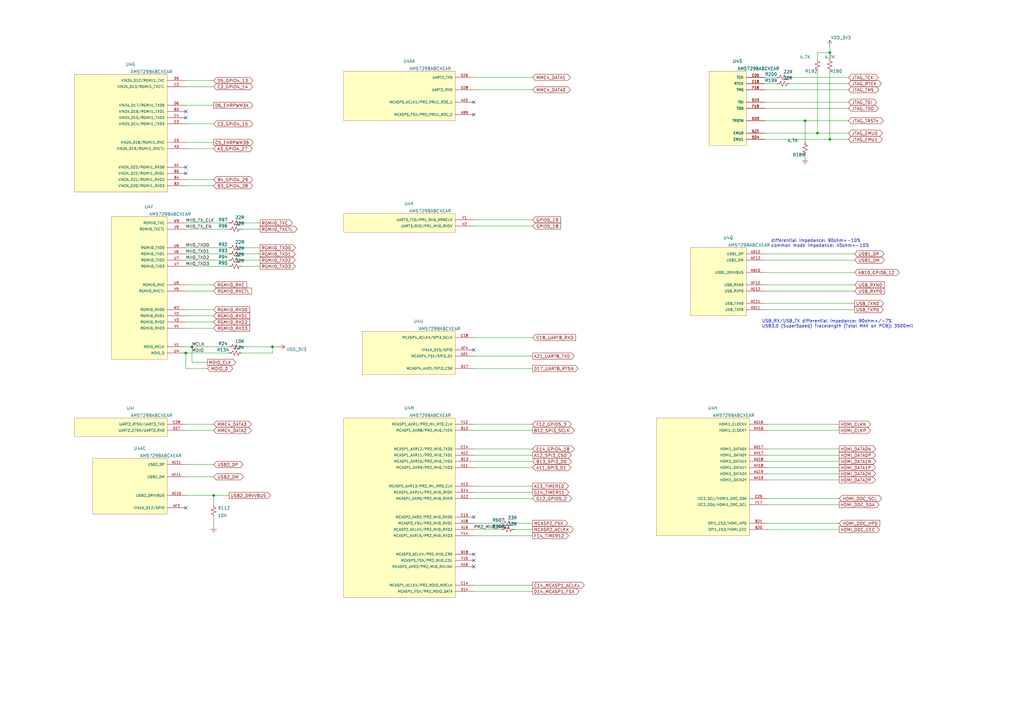
<source format=kicad_sch>
(kicad_sch (version 20210126) (generator eeschema)
  (paper "A3")
  (title_block (title "BeagleBone AI AM57x") (date "2021-01-15") (rev "Kicad-A1") (company "KiCad Services Corporation"))
  (lib_symbols
    (symbol "Device:R_Small_US" (pin_numbers hide) (pin_names (offset 0.254) hide)
      (property "Reference" "R" (at 0.762 0.508 0))
      (property "Value" "R_Small_US" (at 0.762 -1.016 0))
      (symbol "R_Small_US_1_1"
        (pin passive line (at 0 2.54 270) (length 1.016) (name "~") (number "1"))
        (pin passive line (at 0 -2.54 90) (length 1.016) (name "~") (number "2"))
      )
    )
    (symbol "beaglebone-ai:AM5729BABCXEAR" (pin_names (offset 1.016))
      (property "Reference" "U" (at -19.05 44.45 0))
      (property "Value" "AM5729BABCXEAR" (at -6.35 44.45 0))
      (symbol "AM5729BABCXEAR_1_0"
        (pin passive line (at 20.32 26.67 180) (length 7.62) (name "XI_OSC0") (number "AE15"))
        (pin passive line (at 20.32 21.59 180) (length 7.62) (name "XO_OSC0") (number "AD15"))
        (pin power_in line (at 20.32 16.51 180) (length 7.62) (name "VSSA_OSC0") (number "AF15"))
        (pin passive line (at 20.32 8.89 180) (length 7.62) (name "XI_OSC1") (number "AC15"))
        (pin passive line (at 20.32 3.81 180) (length 7.62) (name "XO_OSC1") (number "AC13"))
        (pin power_in line (at 20.32 -1.27 180) (length 7.62) (name "VSSA_OSC1") (number "AC14"))
        (pin passive line (at 20.32 -8.89 180) (length 7.62) (name "PORZ") (number "F22"))
        (pin passive line (at 20.32 -16.51 180) (length 7.62) (name "RESETN") (number "E23"))
        (pin passive line (at 20.32 -21.59 180) (length 7.62) (name "RSTOUTN") (number "F23"))
        (pin passive line (at 20.32 -29.21 180) (length 7.62) (name "NMI_DSP") (number "D21"))
      )
      (symbol "AM5729BABCXEAR_2_0"
        (pin passive line (at 19.05 15.24 180) (length 7.62) (name "RTC_OSC_XI") (number "AE14"))
        (pin passive line (at 19.05 12.7 180) (length 7.62) (name "RTC_OSC_XO") (number "AD14"))
        (pin passive line (at 19.05 7.62 180) (length 7.62) (name "RTC_ISO") (number "AF14"))
        (pin passive line (at 19.05 2.54 180) (length 7.62) (name "RTC_PORZ") (number "AB17"))
        (pin passive line (at 19.05 -2.54 180) (length 7.62) (name "ON_OFF") (number "Y11"))
        (pin passive line (at 19.05 -7.62 180) (length 7.62) (name "WAKEUP0") (number "AD17"))
        (pin passive line (at 19.05 -10.16 180) (length 7.62) (name "WAKEUP1") (number "AC17"))
        (pin passive line (at 19.05 -12.7 180) (length 7.62) (name "WAKEUP2") (number "AB16"))
        (pin passive line (at 19.05 -15.24 180) (length 7.62) (name "WAKEUP3") (number "AC16"))
      )
      (symbol "AM5729BABCXEAR_3_0"
        (pin passive line (at 27.94 109.22 180) (length 7.62) (name "DDR1_RST") (number "AG21"))
        (pin passive line (at 27.94 101.6 180) (length 7.62) (name "DDR1_CK") (number "AG24"))
        (pin passive line (at 27.94 99.06 180) (length 7.62) (name "DDR1_CKN") (number "AH24"))
        (pin passive line (at 27.94 96.52 180) (length 7.62) (name "DDR1_CKE") (number "AG22"))
        (pin passive line (at 27.94 93.98 180) (length 7.62) (name "DDR1_CSN0") (number "AH23"))
        (pin passive line (at 27.94 91.44 180) (length 7.62) (name "DDR1_CASN") (number "AC18"))
        (pin passive line (at 27.94 88.9 180) (length 7.62) (name "DDR1_RASN") (number "AF20"))
        (pin passive line (at 27.94 86.36 180) (length 7.62) (name "DDR1_WEN") (number "AH21"))
        (pin passive line (at 27.94 76.2 180) (length 7.62) (name "DDR1_BA0") (number "AF17"))
        (pin passive line (at 27.94 73.66 180) (length 7.62) (name "DDR1_BA1") (number "AE18"))
        (pin passive line (at 27.94 71.12 180) (length 7.62) (name "DDR1_BA2") (number "AB18"))
        (pin passive line (at 27.94 -86.36 180) (length 7.62) (name "DDR1_DQS0") (number "AH25"))
        (pin passive line (at 27.94 -88.9 180) (length 7.62) (name "DDR1_DQS0N") (number "AG25"))
        (pin passive line (at 27.94 -91.44 180) (length 7.62) (name "DDR1_DQS1") (number "AE27"))
        (pin passive line (at 27.94 -93.98 180) (length 7.62) (name "DDR1_DQS1N") (number "AE28"))
        (pin passive line (at 27.94 -96.52 180) (length 7.62) (name "DDR1_DQS2") (number "AD27"))
        (pin passive line (at 27.94 -99.06 180) (length 7.62) (name "DDR1_DQS2N") (number "AD28"))
        (pin passive line (at 27.94 -101.6 180) (length 7.62) (name "DDR1_DQS3") (number "Y28"))
        (pin passive line (at 27.94 -104.14 180) (length 7.62) (name "DDR1_DQS3N") (number "Y27"))
        (pin passive line (at 27.94 -114.3 180) (length 7.62) (name "DDR1_ODT0") (number "AE20"))
        (pin passive line (at 27.94 68.58 180) (length 7.62) (name "DDR1_A0") (number "AD20"))
        (pin passive line (at 27.94 66.04 180) (length 7.62) (name "DDR1_A1") (number "AC19"))
        (pin passive line (at 27.94 63.5 180) (length 7.62) (name "DDR1_A2") (number "AC20"))
        (pin passive line (at 27.94 60.96 180) (length 7.62) (name "DDR1_A3") (number "AB19"))
        (pin passive line (at 27.94 58.42 180) (length 7.62) (name "DDR1_A4") (number "AF21"))
        (pin passive line (at 27.94 55.88 180) (length 7.62) (name "DDR1_A5") (number "AH22"))
        (pin passive line (at 27.94 53.34 180) (length 7.62) (name "DDR1_A6") (number "AG23"))
        (pin passive line (at 27.94 50.8 180) (length 7.62) (name "DDR1_A7") (number "AE21"))
        (pin passive line (at 27.94 48.26 180) (length 7.62) (name "DDR1_A8") (number "AF22"))
        (pin passive line (at 27.94 45.72 180) (length 7.62) (name "DDR1_A9") (number "AE22"))
        (pin passive line (at 27.94 43.18 180) (length 7.62) (name "DDR1_A10") (number "AD21"))
        (pin passive line (at 27.94 40.64 180) (length 7.62) (name "DDR1_A11") (number "AD22"))
        (pin passive line (at 27.94 38.1 180) (length 7.62) (name "DDR1_A12") (number "AC21"))
        (pin passive line (at 27.94 35.56 180) (length 7.62) (name "DDR1_A13") (number "AF18"))
        (pin passive line (at 27.94 33.02 180) (length 7.62) (name "DDR1_A14") (number "AE17"))
        (pin passive line (at 27.94 30.48 180) (length 7.62) (name "DDR1_A15") (number "AD18"))
        (pin passive line (at 27.94 20.32 180) (length 7.62) (name "DDR1_D0") (number "AF25"))
        (pin passive line (at 27.94 17.78 180) (length 7.62) (name "DDR1_D1") (number "AF26"))
        (pin passive line (at 27.94 15.24 180) (length 7.62) (name "DDR1_D2") (number "AG26"))
        (pin passive line (at 27.94 12.7 180) (length 7.62) (name "DDR1_D3") (number "AH26"))
        (pin passive line (at 27.94 10.16 180) (length 7.62) (name "DDR1_D4") (number "AF24"))
        (pin passive line (at 27.94 7.62 180) (length 7.62) (name "DDR1_D5") (number "AE24"))
        (pin passive line (at 27.94 5.08 180) (length 7.62) (name "DDR1_D6") (number "AF23"))
        (pin passive line (at 27.94 2.54 180) (length 7.62) (name "DDR1_D7") (number "AE23"))
        (pin passive line (at 27.94 0 180) (length 7.62) (name "DDR1_D8") (number "AC23"))
        (pin passive line (at 27.94 -2.54 180) (length 7.62) (name "DDR1_D9") (number "AF27"))
        (pin tri_state line (at 27.94 -5.08 180) (length 7.62) (name "DDR1_D10") (number "AG27"))
        (pin passive line (at 27.94 -7.62 180) (length 7.62) (name "DDR1_D11") (number "AF28"))
        (pin passive line (at 27.94 -10.16 180) (length 7.62) (name "DDR1_D12") (number "AE26"))
        (pin passive line (at 27.94 -12.7 180) (length 7.62) (name "DDR1_D13") (number "AC25"))
        (pin passive line (at 27.94 -15.24 180) (length 7.62) (name "DDR1_D14") (number "AC24"))
        (pin passive line (at 27.94 -17.78 180) (length 7.62) (name "DDR1_D15") (number "AD25"))
        (pin tri_state line (at 27.94 -20.32 180) (length 7.62) (name "DDR1_D16") (number "V20"))
        (pin passive line (at 27.94 -22.86 180) (length 7.62) (name "DDR1_D17") (number "W20"))
        (pin passive line (at 27.94 -25.4 180) (length 7.62) (name "DDR1_D18") (number "AB28"))
        (pin passive line (at 27.94 -27.94 180) (length 7.62) (name "DDR1_D19") (number "AC28"))
        (pin passive line (at 27.94 -30.48 180) (length 7.62) (name "DDR1_D20") (number "AC27"))
        (pin passive line (at 27.94 -33.02 180) (length 7.62) (name "DDR1_D21") (number "Y19"))
        (pin passive line (at 27.94 -35.56 180) (length 7.62) (name "DDR1_D22") (number "AB27"))
        (pin passive line (at 27.94 -38.1 180) (length 7.62) (name "DDR1_D23") (number "Y20"))
        (pin passive line (at 27.94 -40.64 180) (length 7.62) (name "DDR1_D24") (number "AA23"))
        (pin passive line (at 27.94 -43.18 180) (length 7.62) (name "DDR1_D25") (number "Y22"))
        (pin passive line (at 27.94 -45.72 180) (length 7.62) (name "DDR1_D26") (number "Y23"))
        (pin passive line (at 27.94 -48.26 180) (length 7.62) (name "DDR1_D27") (number "AA24"))
        (pin passive line (at 27.94 -50.8 180) (length 7.62) (name "DDR1_D28") (number "Y24"))
        (pin passive line (at 27.94 -53.34 180) (length 7.62) (name "DDR1_D29") (number "AA26"))
        (pin passive line (at 27.94 -55.88 180) (length 7.62) (name "DDR1_D30") (number "AA25"))
        (pin passive line (at 27.94 -58.42 180) (length 7.62) (name "DDR1_D31") (number "AA28"))
        (pin passive line (at 27.94 -68.58 180) (length 7.62) (name "DDR1_DQM0") (number "AD23"))
        (pin passive line (at 27.94 -71.12 180) (length 7.62) (name "DDR1_DQM1") (number "AB23"))
        (pin passive line (at 27.94 -73.66 180) (length 7.62) (name "DDR1_DQM2") (number "AC26"))
        (pin passive line (at 27.94 -76.2 180) (length 7.62) (name "DDR1_DQM3") (number "AA27"))
        (pin passive line (at 27.94 -121.92 180) (length 7.62) (name "DDR1_VREF") (number "Y18"))
        (pin passive line (at -25.4 -10.16 0) (length 7.62) (name "DDR1_ECC_DQSN") (number "V28"))
        (pin passive line (at -25.4 -7.62 0) (length 7.62) (name "DDR1_ECC_DQS") (number "V27"))
        (pin passive line (at -25.4 0 0) (length 7.62) (name "DDR1_ECC_DQM") (number "V26"))
        (pin passive line (at -25.4 7.62 0) (length 7.62) (name "DDR1_ECC_D7") (number "Y26"))
        (pin passive line (at -25.4 10.16 0) (length 7.62) (name "DDR1_ECC_D6") (number "V25"))
        (pin passive line (at -25.4 12.7 0) (length 7.62) (name "DDR1_ECC_D5") (number "V24"))
        (pin passive line (at -25.4 15.24 0) (length 7.62) (name "DDR1_ECC_D4") (number "Y25"))
        (pin passive line (at -25.4 17.78 0) (length 7.62) (name "DDR1_ECC_D3") (number "W23"))
        (pin passive line (at -25.4 20.32 0) (length 7.62) (name "DDR1_ECC_D2") (number "W19"))
        (pin passive line (at -25.4 22.86 0) (length 7.62) (name "DDR1_ECC_D1") (number "V23"))
        (pin passive line (at -25.4 25.4 0) (length 7.62) (name "DDR1_ECC_D0") (number "W22"))
      )
      (symbol "AM5729BABCXEAR_4_0"
        (pin passive line (at 25.4 8.89 180) (length 7.62) (name "GPMC_A18/QSPI1_SCLK") (number "R2"))
        (pin passive line (at 25.4 6.35 180) (length 7.62) (name "GPMC_A13/QSPI_RTCLK") (number "R3"))
        (pin passive line (at 25.4 3.81 180) (length 7.62) (name "GPMC_CS2/QSPI1_CS0") (number "P2"))
        (pin passive line (at 25.4 -3.81 180) (length 7.62) (name "GPMC_A16/QSPI1_D0") (number "U1"))
        (pin passive line (at 25.4 -6.35 180) (length 7.62) (name "GPMC_A17/QSPI1_D1") (number "P3"))
        (pin passive line (at 25.4 -8.89 180) (length 7.62) (name "GPMC_A15/QSPI_D2") (number "U2"))
        (pin passive line (at 25.4 -11.43 180) (length 7.62) (name "GPMC_A14/QSPI_D3") (number "T2"))
      )
      (symbol "AM5729BABCXEAR_5_0"
        (pin passive line (at 27.94 15.24 180) (length 7.62) (name "GPMC_A23/MMC2_CLK") (number "J7"))
        (pin passive line (at 27.94 12.7 180) (length 7.62) (name "GPMC_CS1/MMC2_CMD") (number "H6"))
        (pin passive line (at 27.94 5.08 180) (length 7.62) (name "GPMC_A24/MMC2_DAT0") (number "J4"))
        (pin passive line (at 27.94 2.54 180) (length 7.62) (name "GPMC_A25/MMC2_DAT1") (number "J6"))
        (pin passive line (at 27.94 0 180) (length 7.62) (name "GPMC_A26/MMC2_DAT2") (number "H4"))
        (pin passive line (at 27.94 -2.54 180) (length 7.62) (name "GPMC_A27/MMC2_DAT3") (number "H5"))
        (pin passive line (at 27.94 -5.08 180) (length 7.62) (name "GPMC_A19/MMC2_DAT4") (number "K7"))
        (pin passive line (at 27.94 -7.62 180) (length 7.62) (name "GPMC_A20/MMC2_DAT5") (number "M7"))
        (pin passive line (at 27.94 -10.16 180) (length 7.62) (name "GPMC_A21/MMC2_DAT6") (number "J5"))
        (pin passive line (at 27.94 -12.7 180) (length 7.62) (name "GPMC_A22/MMC2_DAT7") (number "K6"))
      )
      (symbol "AM5729BABCXEAR_6_0"
        (pin passive line (at 19.05 22.86 180) (length 7.62) (name "RGMII0_TXC") (number "W9"))
        (pin passive line (at 19.05 20.32 180) (length 7.62) (name "RGMII0_TXCTL") (number "V9"))
        (pin passive line (at 19.05 12.7 180) (length 7.62) (name "RGMII0_TXD0") (number "U6"))
        (pin passive line (at 19.05 10.16 180) (length 7.62) (name "RGMII0_TXD1") (number "V6"))
        (pin passive line (at 19.05 7.62 180) (length 7.62) (name "RGMII0_TXD2") (number "U7"))
        (pin passive line (at 19.05 5.08 180) (length 7.62) (name "RGMII0_TXD3") (number "V7"))
        (pin passive line (at 19.05 -2.54 180) (length 7.62) (name "RGMII0_RXC") (number "U5"))
        (pin passive line (at 19.05 -5.08 180) (length 7.62) (name "RGMII0_RXCTL") (number "V5"))
        (pin passive line (at 19.05 -12.7 180) (length 7.62) (name "RGMII0_RXD0") (number "W2"))
        (pin passive line (at 19.05 -15.24 180) (length 7.62) (name "RGMII0_RXD1") (number "Y2"))
        (pin passive line (at 19.05 -17.78 180) (length 7.62) (name "RGMII0_RXD2") (number "V3"))
        (pin passive line (at 19.05 -20.32 180) (length 7.62) (name "RGMII0_RXD3") (number "V4"))
        (pin passive line (at 19.05 -27.94 180) (length 7.62) (name "MDIO_MCLK") (number "V1"))
        (pin passive line (at 19.05 -30.48 180) (length 7.62) (name "MDIO_D") (number "U4"))
      )
      (symbol "AM5729BABCXEAR_7_0"
        (pin passive line (at 26.67 20.32 180) (length 7.62) (name "VIN2A_D12/RGMII1_TXC") (number "D5"))
        (pin passive line (at 26.67 17.78 180) (length 7.62) (name "VIN2A_D13/RGMII1_TXCTL") (number "C2"))
        (pin passive line (at 26.67 10.16 180) (length 7.62) (name "VIN2A_D17/RGMII1_TXD0") (number "D6"))
        (pin passive line (at 26.67 7.62 180) (length 7.62) (name "VIN2A_D16/RGMII1_TXD1") (number "B2"))
        (pin passive line (at 26.67 5.08 180) (length 7.62) (name "VIN2A_D15/RGMII1_TXD2") (number "C4"))
        (pin passive line (at 26.67 2.54 180) (length 7.62) (name "VIN2A_D14/RGMII1_TXD3") (number "C3"))
        (pin passive line (at 26.67 -5.08 180) (length 7.62) (name "VIN2A_D18/RGMII1_RXC") (number "C5"))
        (pin passive line (at 26.67 -7.62 180) (length 7.62) (name "VIN2A_D19/RGMII1_RXCTL") (number "A3"))
        (pin passive line (at 26.67 -15.24 180) (length 7.62) (name "VIN2A_D23/RGMII1_RXD0") (number "A4"))
        (pin passive line (at 26.67 -17.78 180) (length 7.62) (name "VIN2A_D22/RGMII1_RXD1") (number "B5"))
        (pin passive line (at 26.67 -20.32 180) (length 7.62) (name "VIN2A_D21/RGMII1_RXD2") (number "B4"))
        (pin passive line (at 26.67 -22.86 180) (length 7.62) (name "VIN2A_D20/RGMII1_RXD3") (number "B3"))
      )
      (symbol "AM5729BABCXEAR_8_0"
        (pin passive line (at 27.94 17.78 180) (length 7.62) (name "HDMI1_CLOCKX") (number "AG16"))
        (pin passive line (at 27.94 15.24 180) (length 7.62) (name "HDMI1_CLOCKY") (number "AH16"))
        (pin passive line (at 27.94 7.62 180) (length 7.62) (name "HDMI1_DATA0X") (number "AG17"))
        (pin passive line (at 27.94 5.08 180) (length 7.62) (name "HDMI1_DATA0Y") (number "AH17"))
        (pin passive line (at 27.94 2.54 180) (length 7.62) (name "HDMI1_DATA1X") (number "AG18"))
        (pin passive line (at 27.94 0 180) (length 7.62) (name "HDMI1_DATA1Y") (number "AH18"))
        (pin passive line (at 27.94 -2.54 180) (length 7.62) (name "HDMI1_DATA2X") (number "AG19"))
        (pin passive line (at 27.94 -5.08 180) (length 7.62) (name "HDMI1_DATA2Y") (number "AH19"))
        (pin passive line (at 27.94 -12.7 180) (length 7.62) (name "I2C2_SCL/HDMI1_DDC_SDA") (number "C25"))
        (pin passive line (at 27.94 -15.24 180) (length 7.62) (name "I2C2_SDA/HDMI1_DDC_SCL") (number "F17"))
        (pin passive line (at 27.94 -22.86 180) (length 7.62) (name "SPI1_CS2/HDMI_HPD") (number "B21"))
        (pin passive line (at 27.94 -25.4 180) (length 7.62) (name "SPI1_CS3/HDMI_CEC") (number "B20"))
      )
      (symbol "AM5729BABCXEAR_9_0"
        (pin passive line (at 26.67 1.27 180) (length 7.62) (name "UART2_RTSN/UART3_TXD") (number "C28"))
        (pin passive line (at 26.67 -1.27 180) (length 7.62) (name "UART2_CTSN/UART3_RXD") (number "D27"))
      )
      (symbol "AM5729BABCXEAR_10_0"
        (pin passive line (at 27.94 8.89 180) (length 7.62) (name "VIN2A_D1/PR1_UART0_TXD") (number "F3"))
        (pin passive line (at 27.94 6.35 180) (length 7.62) (name "VIN2A_D0/PR1_UART0_RXD") (number "F2"))
        (pin passive line (at 27.94 -3.81 180) (length 7.62) (name "VIN2A_D5/PR1_PRU1_R30_2") (number "F4"))
        (pin passive line (at 27.94 -13.97 180) (length 7.62) (name "RMII50MHZCLK/PR2_GPIO") (number "U3"))
      )
      (symbol "AM5729BABCXEAR_11_0"
        (pin passive line (at 30.48 1.27 180) (length 7.62) (name "UART3_TXD/PR1_MII0_MR0CLK") (number "Y1"))
        (pin passive line (at 30.48 -1.27 180) (length 7.62) (name "UART3_RXD/PR1_MII0_RXDV") (number "V2"))
      )
      (symbol "AM5729BABCXEAR_12_0"
        (pin passive line (at 30.48 11.43 180) (length 7.62) (name "VIN2A_D6/PR1_MII_MT1_CLK") (number "C1"))
        (pin passive line (at 30.48 8.89 180) (length 7.62) (name "VIN2A_D7/PR1_MII1_TXEN") (number "E4"))
        (pin passive line (at 30.48 1.27 180) (length 7.62) (name "VIN2A_D9/PR1_MII1_TXD2") (number "E6"))
        (pin passive line (at 30.48 -1.27 180) (length 7.62) (name "VIN2A_D8/PR1_MII1_TXD3") (number "F5"))
        (pin passive line (at 30.48 -8.89 180) (length 7.62) (name "VIN2A_D10/PR1_MDIO_MDCLK") (number "D3"))
        (pin passive line (at 30.48 -11.43 180) (length 7.62) (name "VIN2A_D11/PR1_MDIO_DATA") (number "F6"))
      )
      (symbol "AM5729BABCXEAR_13_0"
        (pin passive line (at 33.02 27.94 180) (length 7.62) (name "MCASP1_AXR1/PR2_MII_MT0_CLK") (number "F12"))
        (pin passive line (at 33.02 25.4 180) (length 7.62) (name "MCASP1_AXR8/PR2_MII0_TXEN") (number "B12"))
        (pin passive line (at 33.02 17.78 180) (length 7.62) (name "MCASP1_AXR12/PR2_MII0_TXD0") (number "E14"))
        (pin passive line (at 33.02 15.24 180) (length 7.62) (name "MCASP1_AXR11/PR2_MII0_TXD1") (number "A12"))
        (pin passive line (at 33.02 12.7 180) (length 7.62) (name "MCASP1_AXR10/PR2_MII0_TXD2") (number "B13"))
        (pin passive line (at 33.02 10.16 180) (length 7.62) (name "MCASP1_AXR9/PR2_MII0_TXD3") (number "A11"))
        (pin passive line (at 33.02 2.54 180) (length 7.62) (name "MCASP1_AXR13/PR2_MII_MR0_CLK") (number "A13"))
        (pin passive line (at 33.02 0 180) (length 7.62) (name "MCASP1_AXR14/PR2_MII0_RXDV") (number "G14"))
        (pin passive line (at 33.02 -2.54 180) (length 7.62) (name "MCASP1_AXR0/PR2_MII0_RXER") (number "G12"))
        (pin passive line (at 33.02 -10.16 180) (length 7.62) (name "MCASP2_AXR2/PR2_MII0_RXD0") (number "C15"))
        (pin passive line (at 33.02 -12.7 180) (length 7.62) (name "MCASP2_FSX/PR2_MII0_RXD1") (number "A18"))
        (pin passive line (at 33.02 -15.24 180) (length 7.62) (name "MCASP2_ACLKX/PR2_MII0_RXD2") (number "A19"))
        (pin passive line (at 33.02 -17.78 180) (length 7.62) (name "MCASP1_AXR15/PR2_MII0_RXD3") (number "F14"))
        (pin passive line (at 33.02 -25.4 180) (length 7.62) (name "MCASP3_ACLKX/PR2_MII0_CRS") (number "B18"))
        (pin passive line (at 33.02 -27.94 180) (length 7.62) (name "MCASP3_FSX/PR2_MII0_COL") (number "F15"))
        (pin passive line (at 33.02 -30.48 180) (length 7.62) (name "MCASP2_AXR3/PR2_MII0_RXLINK") (number "A16"))
        (pin passive line (at 33.02 -38.1 180) (length 7.62) (name "MCASP1_ACLKX/PR2_MDIO_MDCLK") (number "C14"))
        (pin passive line (at 33.02 -40.64 180) (length 7.62) (name "MCASP1_FSX/PR2_MDIO_DATA") (number "D14"))
      )
      (symbol "AM5729BABCXEAR_14_0"
        (pin passive line (at 31.75 25.4 180) (length 7.62) (name "GPIO6_10/PR2_MII_MT1_CLK") (number "AC5"))
        (pin passive line (at 31.75 22.86 180) (length 7.62) (name "GPIO6_11/PR2_MII1_TXEN") (number "AB4"))
        (pin passive line (at 31.75 15.24 180) (length 7.62) (name "MMC3_DAT1/PR2_MII1_TXD0") (number "AC6"))
        (pin passive line (at 31.75 12.7 180) (length 7.62) (name "MMC3_DAT0/PR2_MII1_TXD1") (number "AC7"))
        (pin passive line (at 31.75 10.16 180) (length 7.62) (name "MMC3_CMD/PR2_MII1_TXD2") (number "AC4"))
        (pin passive line (at 31.75 7.62 180) (length 7.62) (name "MMC3_CLK/PR2_MII1_TXD3") (number "AD4"))
        (pin passive line (at 31.75 0 180) (length 7.62) (name "MMC3_DAT2/PR2_MII_MR1_CLK") (number "AC9"))
        (pin passive line (at 31.75 -2.54 180) (length 7.62) (name "MMC3_DAT3/PR2_MII1_RXDV") (number "AC3"))
        (pin passive line (at 31.75 -5.08 180) (length 7.62) (name "MCASP3_AXR0/PR2_MII1_RXER") (number "B19"))
        (pin passive line (at 31.75 -12.7 180) (length 7.62) (name "MMC3_DAT7/PR2_MII1_RXD0") (number "AB5"))
        (pin passive line (at 31.75 -15.24 180) (length 7.62) (name "MMC3_DAT6/PR2_MII1_RXD1") (number "AB8"))
        (pin passive line (at 31.75 -17.78 180) (length 7.62) (name "MMC3_DAT5/PR2_MII1_RXD2") (number "AD6"))
        (pin passive line (at 31.75 -20.32 180) (length 7.62) (name "MMC3_DAT4/PR2_MII1_RXD3") (number "AC8"))
        (pin passive line (at 31.75 -27.94 180) (length 7.62) (name "XREF_CLK1/PR2_MII1_CRS") (number "E17"))
        (pin passive line (at 31.75 -30.48 180) (length 7.62) (name "XREF_CLK0/PR2_MII1_COL") (number "D18"))
        (pin passive line (at 31.75 -33.02 180) (length 7.62) (name "MCASP3_AXR1/PR2_MII1_RXLINK") (number "C17"))
      )
      (symbol "AM5729BABCXEAR_15_0"
        (pin passive line (at 19.05 12.7 180) (length 7.62) (name "MMC1_CLK") (number "W6"))
        (pin passive line (at 19.05 10.16 180) (length 7.62) (name "MMC1_CMD") (number "Y6"))
        (pin passive line (at 19.05 5.08 180) (length 7.62) (name "MMC1_DAT0") (number "AA6"))
        (pin passive line (at 19.05 2.54 180) (length 7.62) (name "MMC1_DAT1") (number "Y4"))
        (pin passive line (at 19.05 0 180) (length 7.62) (name "MMC1_DAT2") (number "AA5"))
        (pin passive line (at 19.05 -2.54 180) (length 7.62) (name "MMC1_DAT3") (number "Y3"))
        (pin passive line (at 19.05 -7.62 180) (length 7.62) (name "MMC1_SDCD") (number "W7"))
        (pin passive line (at 19.05 -12.7 180) (length 7.62) (name "MMC1_SDWP") (number "Y9"))
      )
      (symbol "AM5729BABCXEAR_16_0"
        (pin passive line (at 20.32 7.62 180) (length 7.62) (name "LJCB_CLKP") (number "AG15"))
        (pin passive line (at 20.32 5.08 180) (length 7.62) (name "LJCB_CLKN") (number "AH15"))
        (pin passive line (at 20.32 0 180) (length 7.62) (name "PCIE_TXP0") (number "AH14"))
        (pin passive line (at 20.32 -2.54 180) (length 7.62) (name "PCIE_TXN0") (number "AG14"))
        (pin passive line (at 20.32 -7.62 180) (length 7.62) (name "PCIE_RXP0") (number "AH13"))
        (pin passive line (at 20.32 -10.16 180) (length 7.62) (name "PCIE_RXN0") (number "AG13"))
      )
      (symbol "AM5729BABCXEAR_17_0"
        (pin passive line (at 19.05 10.16 180) (length 7.62) (name "USB1_DP") (number "AD12"))
        (pin passive line (at 19.05 7.62 180) (length 7.62) (name "USB1_DM") (number "AC12"))
        (pin passive line (at 19.05 2.54 180) (length 7.62) (name "USB1_DRVVBUS") (number "AB10"))
        (pin passive line (at 19.05 -2.54 180) (length 7.62) (name "USB_RXN0") (number "AF12"))
        (pin passive line (at 19.05 -5.08 180) (length 7.62) (name "USB_RXP0") (number "AE12"))
        (pin passive line (at 19.05 -10.16 180) (length 7.62) (name "USB_TXN0") (number "AC11"))
        (pin passive line (at 19.05 -12.7 180) (length 7.62) (name "USB_TXP0") (number "AD11"))
      )
      (symbol "AM5729BABCXEAR_18_0"
        (pin passive line (at 19.05 1.27 180) (length 7.62) (name "I2C1_SCL") (number "C20"))
        (pin passive line (at 19.05 -1.27 180) (length 7.62) (name "I2C1_SDA") (number "C21"))
      )
      (symbol "AM5729BABCXEAR_19_0"
        (pin passive line (at 15.24 10.16 180) (length 7.62) (name "TCK") (number "E20"))
        (pin passive line (at 15.24 7.62 180) (length 7.62) (name "RTCK") (number "E18"))
        (pin passive line (at 15.24 5.08 180) (length 7.62) (name "TMS") (number "F18"))
        (pin passive line (at 15.24 0 180) (length 7.62) (name "TDI") (number "D23"))
        (pin passive line (at 15.24 -2.54 180) (length 7.62) (name "TDO") (number "F19"))
        (pin passive line (at 15.24 -7.62 180) (length 7.62) (name "TRSTN") (number "D20"))
        (pin passive line (at 15.24 -12.7 180) (length 7.62) (name "EMU0") (number "G21"))
        (pin passive line (at 15.24 -15.24 180) (length 7.62) (name "EMU1") (number "D24"))
      )
      (symbol "AM5729BABCXEAR_20_0"
        (pin passive line (at 25.4 40.64 180) (length 7.62) (name "VOUT1_CLK") (number "D11"))
        (pin passive line (at 25.4 33.02 180) (length 7.62) (name "VOUT1_VSYNC") (number "E11"))
        (pin passive line (at 25.4 30.48 180) (length 7.62) (name "VOUT1_HSYNC") (number "C11"))
        (pin passive line (at 25.4 27.94 180) (length 7.62) (name "VOUT1_DE") (number "B10"))
        (pin passive line (at 25.4 20.32 180) (length 7.62) (name "VOUT1_D0") (number "F11"))
        (pin passive line (at 25.4 17.78 180) (length 7.62) (name "VOUT1_D1") (number "G10"))
        (pin passive line (at 25.4 15.24 180) (length 7.62) (name "VOUT1_D2") (number "F10"))
        (pin passive line (at 25.4 12.7 180) (length 7.62) (name "VOUT1_D3") (number "G11"))
        (pin passive line (at 25.4 10.16 180) (length 7.62) (name "VOUT1_D4") (number "E9"))
        (pin passive line (at 25.4 7.62 180) (length 7.62) (name "VOUT1_D5") (number "F9"))
        (pin passive line (at 25.4 5.08 180) (length 7.62) (name "VOUT1_D6") (number "F8"))
        (pin passive line (at 25.4 2.54 180) (length 7.62) (name "VOUT1_D7") (number "E7"))
        (pin passive line (at 25.4 0 180) (length 7.62) (name "VOUT1_D8") (number "E8"))
        (pin passive line (at 25.4 -2.54 180) (length 7.62) (name "VOUT1_D9") (number "D9"))
        (pin passive line (at 25.4 -5.08 180) (length 7.62) (name "VOUT1_D10") (number "D7"))
        (pin passive line (at 25.4 -7.62 180) (length 7.62) (name "VOUT1_D11") (number "D8"))
        (pin passive line (at 25.4 -10.16 180) (length 7.62) (name "VOUT1_D12") (number "A5"))
        (pin passive line (at 25.4 -12.7 180) (length 7.62) (name "VOUT1_D13") (number "C6"))
        (pin passive line (at 25.4 -15.24 180) (length 7.62) (name "VOUT1_D14") (number "C8"))
        (pin passive line (at 25.4 -17.78 180) (length 7.62) (name "VOUT1_D15") (number "C7"))
        (pin passive line (at 25.4 -20.32 180) (length 7.62) (name "VOUT1_D16") (number "B7"))
        (pin passive line (at 25.4 -22.86 180) (length 7.62) (name "VOUT1_D17") (number "B8"))
        (pin passive line (at 25.4 -25.4 180) (length 7.62) (name "VOUT1_D18") (number "A7"))
        (pin passive line (at 25.4 -27.94 180) (length 7.62) (name "VOUT1_D19") (number "A8"))
        (pin passive line (at 25.4 -30.48 180) (length 7.62) (name "VOUT1_D20") (number "C9"))
        (pin passive line (at 25.4 -33.02 180) (length 7.62) (name "VOUT1_D21") (number "A9"))
        (pin passive line (at 25.4 -35.56 180) (length 7.62) (name "VOUT1_D22") (number "B9"))
        (pin passive line (at 25.4 -38.1 180) (length 7.62) (name "VOUT1_D23") (number "A10"))
        (pin passive line (at 25.4 -45.72 180) (length 7.62) (name "VIN2A_D2/ECAP1_IN_PWM1") (number "D1"))
      )
      (symbol "AM5729BABCXEAR_21_0"
        (pin passive line (at 27.94 6.35 180) (length 7.62) (name "MCASP4_ACLKX/SPI3_SCLK") (number "C18"))
        (pin passive line (at 27.94 1.27 180) (length 7.62) (name "VIN1A_D15/GPIO") (number "AF4"))
        (pin passive line (at 27.94 -1.27 180) (length 7.62) (name "MCASP4_FSX/SPI3_D1") (number "A21"))
        (pin passive line (at 27.94 -6.35 180) (length 7.62) (name "MCASP4_AXR1/SPI3_CS0") (number "D17"))
      )
      (symbol "AM5729BABCXEAR_22_0"
        (pin passive line (at 33.02 87.63 180) (length 7.62) (name "GPMC_AD0/GPIO") (number "M6"))
        (pin passive line (at 33.02 85.09 180) (length 7.62) (name "GPMC_AD1/GPIO") (number "M2"))
        (pin passive line (at 33.02 82.55 180) (length 7.62) (name "GPMC_AD2/GPIO") (number "L5"))
        (pin passive line (at 33.02 80.01 180) (length 7.62) (name "GPMC_AD3/GPIO") (number "M1"))
        (pin passive line (at 33.02 77.47 180) (length 7.62) (name "GPMC_AD4/GPIO") (number "L6"))
        (pin passive line (at 33.02 74.93 180) (length 7.62) (name "GPMC_AD5/GPIO") (number "L4"))
        (pin passive line (at 33.02 72.39 180) (length 7.62) (name "GPMC_AD6/GPIO") (number "L3"))
        (pin passive line (at 33.02 69.85 180) (length 7.62) (name "GPMC_AD7/GPIO") (number "L2"))
        (pin passive line (at 33.02 67.31 180) (length 7.62) (name "GPMC_AD8") (number "L1"))
        (pin passive line (at 33.02 64.77 180) (length 7.62) (name "GPMC_AD9") (number "K2"))
        (pin passive line (at 33.02 62.23 180) (length 7.62) (name "GPMC_AD10") (number "J1"))
        (pin passive line (at 33.02 59.69 180) (length 7.62) (name "GPMC_AD11") (number "J2"))
        (pin passive line (at 33.02 57.15 180) (length 7.62) (name "GPMC_AD12") (number "H1"))
        (pin passive line (at 33.02 54.61 180) (length 7.62) (name "GPMC_AD13") (number "J3"))
        (pin passive line (at 33.02 52.07 180) (length 7.62) (name "GPMC_AD14") (number "H2"))
        (pin passive line (at 33.02 49.53 180) (length 7.62) (name "GPMC_AD15") (number "H3"))
        (pin passive line (at 33.02 39.37 180) (length 7.62) (name "GPMC_CS0") (number "T1"))
        (pin passive line (at 33.02 36.83 180) (length 7.62) (name "GPMC_CS3/GPIO") (number "P1"))
        (pin passive line (at 33.02 34.29 180) (length 7.62) (name "GPMC_CLK") (number "P7"))
        (pin passive line (at 33.02 31.75 180) (length 7.62) (name "GPMC_ADVN_ALE") (number "N1"))
        (pin passive line (at 33.02 29.21 180) (length 7.62) (name "GPMC_OEN_REN") (number "M5"))
        (pin passive line (at 33.02 26.67 180) (length 7.62) (name "GPMC_WEN") (number "M3"))
        (pin passive line (at 33.02 24.13 180) (length 7.62) (name "GPMC_BEN0") (number "N6"))
        (pin passive line (at 33.02 21.59 180) (length 7.62) (name "GPMC_BEN1") (number "M4"))
        (pin passive line (at 33.02 19.05 180) (length 7.62) (name "GPMC_WAIT0") (number "N2"))
        (pin passive line (at 33.02 6.35 180) (length 7.62) (name "MCASP1_ACLKR") (number "B14"))
        (pin passive line (at 33.02 3.81 180) (length 7.62) (name "MCASP1_FSR") (number "J14"))
        (pin passive line (at 33.02 1.27 180) (length 7.62) (name "MCASP1_AXR2") (number "G13"))
        (pin passive line (at 33.02 -1.27 180) (length 7.62) (name "MCASP1_AXR3") (number "J11"))
        (pin passive line (at 33.02 -3.81 180) (length 7.62) (name "MCASP1_AXR4") (number "E12"))
        (pin passive line (at 33.02 -6.35 180) (length 7.62) (name "MCASP1_AXR5") (number "F13"))
        (pin passive line (at 33.02 -8.89 180) (length 7.62) (name "MCASP1_AXR6") (number "C12"))
        (pin passive line (at 33.02 -11.43 180) (length 7.62) (name "MCASP1_AXR7") (number "D12"))
        (pin passive line (at 33.02 -24.13 180) (length 7.62) (name "MCASP2_ACLKR") (number "E15"))
        (pin passive line (at 33.02 -26.67 180) (length 7.62) (name "MCASP2_FSR") (number "A20"))
        (pin passive line (at 33.02 -29.21 180) (length 7.62) (name "MCASP2_AXR0") (number "B15"))
        (pin passive line (at 33.02 -31.75 180) (length 7.62) (name "MCASP2_AXR1") (number "A15"))
        (pin passive line (at 33.02 -34.29 180) (length 7.62) (name "MCASP2_AXR4") (number "D15"))
        (pin passive line (at 33.02 -36.83 180) (length 7.62) (name "MCASP2_AXR5") (number "B16"))
        (pin passive line (at 33.02 -39.37 180) (length 7.62) (name "MCASP2_AXR6") (number "B17"))
        (pin passive line (at 33.02 -41.91 180) (length 7.62) (name "MCASP2_AXR7") (number "A17"))
        (pin passive line (at 33.02 -44.45 180) (length 7.62) (name "MCASP5_AXR0/GPIO") (number "AB3"))
        (pin passive line (at 33.02 -46.99 180) (length 7.62) (name "MCASP5_AXR1/GPIO") (number "AA4"))
        (pin passive line (at 33.02 -49.53 180) (length 7.62) (name "PCIE_TXP1") (number "AH12"))
        (pin passive line (at 33.02 -52.07 180) (length 7.62) (name "PCIE_TXN1") (number "AG12"))
        (pin passive line (at 33.02 -54.61 180) (length 7.62) (name "PCIE_RXP1") (number "AH11"))
        (pin passive line (at 33.02 -57.15 180) (length 7.62) (name "PCIE_RXN1") (number "AG11"))
        (pin passive line (at 33.02 -59.69 180) (length 7.62) (name "GPIO6_14") (number "E21"))
        (pin passive line (at 33.02 -62.23 180) (length 7.62) (name "GPIO6_15") (number "F20"))
        (pin passive line (at 33.02 -64.77 180) (length 7.62) (name "GPIO6_16") (number "F21"))
        (pin passive line (at 33.02 -74.93 180) (length 7.62) (name "XREF_CLK2") (number "B26"))
        (pin passive line (at 33.02 -82.55 180) (length 7.62) (name "SPI1_SCLK") (number "A25"))
        (pin passive line (at 33.02 -85.09 180) (length 7.62) (name "SPI1_D0") (number "B25"))
        (pin passive line (at 33.02 -87.63 180) (length 7.62) (name "SPI1_D1") (number "F16"))
        (pin passive line (at 33.02 -90.17 180) (length 7.62) (name "SPI1_CS0") (number "A24"))
        (pin passive line (at 33.02 -92.71 180) (length 7.62) (name "SPI1_CS1") (number "A22"))
        (pin passive line (at -35.56 -92.71 0) (length 7.62) (name "UART1_CTSN/GPIO") (number "E25"))
        (pin passive line (at -35.56 -90.17 0) (length 7.62) (name "UART1_RTSN/GPIO") (number "C27"))
        (pin passive line (at -35.56 -87.63 0) (length 7.62) (name "UART1_RXD/GPIO") (number "B27"))
        (pin passive line (at -35.56 -85.09 0) (length 7.62) (name "UART1_TXD/GPIO") (number "C26"))
        (pin passive line (at -35.56 -74.93 0) (length 7.62) (name "VIN1B_CLK1") (number "AH7"))
        (pin passive line (at -35.56 -72.39 0) (length 7.62) (name "MCASP4_AXR0/SPI3_D0") (number "G16"))
        (pin passive line (at -35.56 -62.23 0) (length 7.62) (name "VIN2A_D4") (number "D2"))
        (pin passive line (at -35.56 -59.69 0) (length 7.62) (name "VIN2A_D3") (number "E2"))
        (pin passive line (at -35.56 -46.99 0) (length 7.62) (name "VIN2A_VSYNC0") (number "G6"))
        (pin passive line (at -35.56 -44.45 0) (length 7.62) (name "VIN2A_HSYNC0") (number "G1"))
        (pin passive line (at -35.56 -41.91 0) (length 7.62) (name "VIN2A_FLD0") (number "H7"))
        (pin passive line (at -35.56 -39.37 0) (length 7.62) (name "VIN2A_DE0") (number "G2"))
        (pin passive line (at -35.56 -36.83 0) (length 7.62) (name "VIN2A_CLK0") (number "E1"))
        (pin passive line (at -35.56 -24.13 0) (length 7.62) (name "VOUT1_FLD") (number "B11"))
        (pin passive line (at -35.56 -21.59 0) (length 7.62) (name "VIN1A_FLD0") (number "AF9"))
        (pin passive line (at -35.56 -19.05 0) (length 7.62) (name "VIN1A_DE0") (number "AD9"))
        (pin passive line (at -35.56 -16.51 0) (length 7.62) (name "VIN1A_VSYNC0") (number "AF8"))
        (pin passive line (at -35.56 -13.97 0) (length 7.62) (name "VIN1A_HSYNC0") (number "AE9"))
        (pin passive line (at -35.56 -11.43 0) (length 7.62) (name "VIN1A_CLK0") (number "AG8"))
        (pin passive line (at -35.56 8.89 0) (length 7.62) (name "VIN1A_D23") (number "AD3"))
        (pin passive line (at -35.56 11.43 0) (length 7.62) (name "VIN1A_D22") (number "AD2"))
        (pin passive line (at -35.56 13.97 0) (length 7.62) (name "VIN1A_D21") (number "AE6"))
        (pin passive line (at -35.56 16.51 0) (length 7.62) (name "VIN1A_D20") (number "AE2"))
        (pin passive line (at -35.56 19.05 0) (length 7.62) (name "VIN1A_D19") (number "AE1"))
        (pin passive line (at -35.56 21.59 0) (length 7.62) (name "VIN1A_D18") (number "AE5"))
        (pin passive line (at -35.56 24.13 0) (length 7.62) (name "VIN1A_D17") (number "AE3"))
        (pin passive line (at -35.56 26.67 0) (length 7.62) (name "VIN1A_D16") (number "AF1"))
        (pin passive line (at -35.56 29.21 0) (length 7.62) (name "VIN1A_D14") (number "AF3"))
        (pin passive line (at -35.56 31.75 0) (length 7.62) (name "VIN1A_D13") (number "AF6"))
        (pin passive line (at -35.56 34.29 0) (length 7.62) (name "VIN1A_D11") (number "AG5"))
        (pin passive line (at -35.56 36.83 0) (length 7.62) (name "VIN1A_D10") (number "AG3"))
        (pin passive line (at -35.56 39.37 0) (length 7.62) (name "VIN1A_D9") (number "AG2"))
        (pin passive line (at -35.56 41.91 0) (length 7.62) (name "VIN1A_D8") (number "AG4"))
        (pin passive line (at -35.56 44.45 0) (length 7.62) (name "VIN1A_D7") (number "AH4"))
        (pin passive line (at -35.56 46.99 0) (length 7.62) (name "VIN1A_D6") (number "AG6"))
        (pin passive line (at -35.56 49.53 0) (length 7.62) (name "VIN1A_D5") (number "AH5"))
        (pin passive line (at -35.56 52.07 0) (length 7.62) (name "VIN1A_D4") (number "AH3"))
        (pin passive line (at -35.56 54.61 0) (length 7.62) (name "VIN1A_D3") (number "AH6"))
        (pin passive line (at -35.56 57.15 0) (length 7.62) (name "VIN1A_D2") (number "AG7"))
        (pin passive line (at -35.56 59.69 0) (length 7.62) (name "VIN1A_D1") (number "AD8"))
        (pin passive line (at -35.56 62.23 0) (length 7.62) (name "VIN1A_D0") (number "AE8"))
        (pin passive line (at -35.56 64.77 0) (length 7.62) (name "SATA1_TXN0") (number "AG10"))
        (pin passive line (at -35.56 67.31 0) (length 7.62) (name "SATA1_TXP0") (number "AH10"))
        (pin passive line (at -35.56 69.85 0) (length 7.62) (name "SATA1_RXN0") (number "AH9"))
        (pin passive line (at -35.56 72.39 0) (length 7.62) (name "SATA1_RXP0") (number "AG9"))
        (pin passive line (at -35.56 74.93 0) (length 7.62) (name "MLBP_CLK_N") (number "AB2"))
        (pin passive line (at -35.56 77.47 0) (length 7.62) (name "MLBP_CLK_P") (number "AB1"))
        (pin passive line (at -35.56 80.01 0) (length 7.62) (name "MLBP_DAT_N") (number "AA2"))
        (pin passive line (at -35.56 82.55 0) (length 7.62) (name "MLBP_DAT_P") (number "AA1"))
        (pin passive line (at -35.56 85.09 0) (length 7.62) (name "MLBP_SIG_N") (number "AC2"))
        (pin passive line (at -35.56 87.63 0) (length 7.62) (name "MLBP_SIG_P") (number "AC1"))
      )
      (symbol "AM5729BABCXEAR_23_0"
        (pin passive line (at 20.32 1.27 180) (length 7.62) (name "DCAN1_TX") (number "G20"))
        (pin passive line (at 20.32 -1.27 180) (length 7.62) (name "DCAN1_RX") (number "G19"))
      )
      (symbol "AM5729BABCXEAR_24_0"
        (pin passive line (at 26.67 22.86 180) (length 7.62) (name "GPMC_A10/VIN4B_CLK1") (number "N9"))
        (pin passive line (at 26.67 15.24 180) (length 7.62) (name "GPMC_A9/VIN4B_VSYNC1_N7") (number "R4"))
        (pin passive line (at 26.67 12.7 180) (length 7.62) (name "GPMC_A8/VIN4B_HSYNC1") (number "N7"))
        (pin passive line (at 26.67 10.16 180) (length 7.62) (name "GPMC_A11/VIN4B_DE1") (number "P9"))
        (pin passive line (at 26.67 7.62 180) (length 7.62) (name "GPMC_A12/VIN4B_FLD1") (number "P4"))
        (pin passive line (at 26.67 0 180) (length 7.62) (name "GPMC_A0/VIN4B_D0") (number "R6"))
        (pin passive line (at 26.67 -2.54 180) (length 7.62) (name "GPMC_A1/VIN4B_D1") (number "T9"))
        (pin passive line (at 26.67 -5.08 180) (length 7.62) (name "GPMC_A2/VIN4B_D2") (number "T6"))
        (pin passive line (at 26.67 -7.62 180) (length 7.62) (name "GPMC_A3/VIN4B_D3") (number "T7"))
        (pin passive line (at 26.67 -10.16 180) (length 7.62) (name "GPMC_A4/VIN4B_D4") (number "P6"))
        (pin passive line (at 26.67 -12.7 180) (length 7.62) (name "GPMC_A5/VIN4B_D5") (number "R9"))
        (pin passive line (at 26.67 -15.24 180) (length 7.62) (name "GPMC_A6/VIN4B_D6") (number "R5"))
        (pin passive line (at 26.67 -17.78 180) (length 7.62) (name "GPMC_A7/VIN4B_D7") (number "P5"))
        (pin passive line (at 26.67 -25.4 180) (length 7.62) (name "XREF_CLK3/CLKOUT3") (number "C23"))
      )
      (symbol "AM5729BABCXEAR_25_0"
        (pin power_in line (at -80.01 158.75 270) (length 7.62) (name "VDD@1") (number "H13"))
        (pin power_in line (at -77.47 158.75 270) (length 7.62) (name "VDD@2") (number "H14"))
        (pin power_in line (at -74.93 158.75 270) (length 7.62) (name "VDD@3") (number "J17"))
        (pin power_in line (at -72.39 158.75 270) (length 7.62) (name "VDD@4") (number "J18"))
        (pin power_in line (at -69.85 158.75 270) (length 7.62) (name "VDD@5") (number "L7"))
        (pin power_in line (at -67.31 158.75 270) (length 7.62) (name "VDD@6") (number "L8"))
        (pin power_in line (at -64.77 158.75 270) (length 7.62) (name "VDD@7") (number "N10"))
        (pin power_in line (at -62.23 158.75 270) (length 7.62) (name "VDD@8") (number "N13"))
        (pin power_in line (at -59.69 158.75 270) (length 7.62) (name "VDD@9") (number "P11"))
        (pin power_in line (at -57.15 158.75 270) (length 7.62) (name "VDD@10") (number "P12"))
        (pin power_in line (at -54.61 158.75 270) (length 7.62) (name "VDD@11") (number "P13"))
        (pin power_in line (at -52.07 158.75 270) (length 7.62) (name "VDD@12") (number "R11"))
        (pin power_in line (at -49.53 158.75 270) (length 7.62) (name "VDD@13") (number "R16"))
        (pin power_in line (at -46.99 158.75 270) (length 7.62) (name "VDD@14") (number "R19"))
        (pin power_in line (at -44.45 158.75 270) (length 7.62) (name "VDD@15") (number "T13"))
        (pin power_in line (at -41.91 158.75 270) (length 7.62) (name "VDD@16") (number "T16"))
        (pin power_in line (at -39.37 158.75 270) (length 7.62) (name "VDD@17") (number "T19"))
        (pin power_in line (at -36.83 158.75 270) (length 7.62) (name "VDD@18") (number "U8"))
        (pin power_in line (at -34.29 158.75 270) (length 7.62) (name "VDD@19") (number "U9"))
        (pin power_in line (at -31.75 158.75 270) (length 7.62) (name "VDD@20") (number "U13"))
        (pin power_in line (at -29.21 158.75 270) (length 7.62) (name "VDD@21") (number "U16"))
        (pin power_in line (at -26.67 158.75 270) (length 7.62) (name "VDD@22") (number "V8"))
        (pin power_in line (at -24.13 158.75 270) (length 7.62) (name "VDD@23") (number "V16"))
        (pin power_in line (at -6.35 158.75 270) (length 7.62) (name "VDD_IVA@1") (number "U18"))
        (pin power_in line (at -3.81 158.75 270) (length 7.62) (name "VDD_IVA@2") (number "U19"))
        (pin power_in line (at -1.27 158.75 270) (length 7.62) (name "VDD_IVA@3") (number "V18"))
        (pin power_in line (at 1.27 158.75 270) (length 7.62) (name "VDD_IVA@4") (number "V19"))
        (pin power_in line (at 16.51 158.75 270) (length 7.62) (name "VDD_MPU@1") (number "K17"))
        (pin power_in line (at 19.05 158.75 270) (length 7.62) (name "VDD_MPU@2") (number "K18"))
        (pin power_in line (at 21.59 158.75 270) (length 7.62) (name "VDD_MPU@3") (number "L15"))
        (pin power_in line (at 24.13 158.75 270) (length 7.62) (name "VDD_MPU@4") (number "L16"))
        (pin power_in line (at 26.67 158.75 270) (length 7.62) (name "VDD_MPU@5") (number "L17"))
        (pin power_in line (at 29.21 158.75 270) (length 7.62) (name "VDD_MPU@6") (number "L18"))
        (pin power_in line (at 31.75 158.75 270) (length 7.62) (name "VDD_MPU@7") (number "L19"))
        (pin power_in line (at 34.29 158.75 270) (length 7.62) (name "VDD_MPU@8") (number "M15"))
        (pin power_in line (at 36.83 158.75 270) (length 7.62) (name "VDD_MPU@9") (number "M16"))
        (pin power_in line (at 39.37 158.75 270) (length 7.62) (name "VDD_MPU@10") (number "M17"))
        (pin power_in line (at 41.91 158.75 270) (length 7.62) (name "VDD_MPU@11") (number "M18"))
        (pin power_in line (at 44.45 158.75 270) (length 7.62) (name "VDD_MPU@12") (number "N17"))
        (pin power_in line (at 46.99 158.75 270) (length 7.62) (name "VDD_MPU@13") (number "N18"))
        (pin power_in line (at 49.53 158.75 270) (length 7.62) (name "VDD_MPU@14") (number "P17"))
        (pin power_in line (at 52.07 158.75 270) (length 7.62) (name "VDD_MPU@15") (number "P18"))
        (pin power_in line (at 54.61 158.75 270) (length 7.62) (name "VDD_MPU@16") (number "R18"))
        (pin power_in line (at 72.39 158.75 270) (length 7.62) (name "VDD_DSPEVE@1") (number "J13"))
        (pin power_in line (at 74.93 158.75 270) (length 7.62) (name "VDD_DSPEVE@2") (number "K10"))
        (pin power_in line (at 77.47 158.75 270) (length 7.62) (name "VDD_DSPEVE@3") (number "K11"))
        (pin power_in line (at 80.01 158.75 270) (length 7.62) (name "VDD_DSPEVE@4") (number "K12"))
        (pin power_in line (at 82.55 158.75 270) (length 7.62) (name "VDD_DSPEVE@5") (number "K13"))
        (pin power_in line (at 85.09 158.75 270) (length 7.62) (name "VDD_DSPEVE@6") (number "L10"))
        (pin power_in line (at 87.63 158.75 270) (length 7.62) (name "VDD_DSPEVE@7") (number "L11"))
        (pin power_in line (at 90.17 158.75 270) (length 7.62) (name "VDD_DSPEVE@8") (number "L12"))
        (pin power_in line (at 92.71 158.75 270) (length 7.62) (name "VDD_DSPEVE@9") (number "M10"))
        (pin power_in line (at 95.25 158.75 270) (length 7.62) (name "VDD_DSPEVE@10") (number "M11"))
        (pin power_in line (at 97.79 158.75 270) (length 7.62) (name "VDD_DSPEVE@11") (number "M12"))
        (pin power_in line (at 100.33 158.75 270) (length 7.62) (name "VDD_DSPEVE@12") (number "M13"))
        (pin passive line (at 118.11 158.75 270) (length 7.62) (name "RSVA27") (number "A27"))
        (pin passive line (at 120.65 158.75 270) (length 7.62) (name "RSVK14") (number "K14"))
        (pin passive line (at 123.19 158.75 270) (length 7.62) (name "RSVY5") (number "Y5"))
        (pin passive line (at 125.73 158.75 270) (length 7.62) (name "RSVY10") (number "Y10"))
        (pin passive line (at 128.27 158.75 270) (length 7.62) (name "RSVB28") (number "B28"))
        (pin passive line (at 163.83 148.59 180) (length 7.62) (name "CAP_VDDRAM_DSPEVE1") (number "J10"))
        (pin passive line (at 163.83 146.05 180) (length 7.62) (name "CAP_VDDRAM_DSPEVE2") (number "J9"))
        (pin passive line (at 163.83 143.51 180) (length 7.62) (name "CAP_VBBLDO_MPU") (number "J16"))
        (pin passive line (at 163.83 140.97 180) (length 7.62) (name "CAP_VDDRAM_CORE2") (number "J19"))
        (pin passive line (at 163.83 138.43 180) (length 7.62) (name "CAP_VBBLDO_DSPEVE") (number "K9"))
        (pin passive line (at 163.83 135.89 180) (length 7.62) (name "CAP_VDDRAM_MPU1") (number "K16"))
        (pin passive line (at 163.83 133.35 180) (length 7.62) (name "CAP_VDDRAM_MPU2") (number "K19"))
        (pin passive line (at 163.83 130.81 180) (length 7.62) (name "CAP_VDDRAM_CORE1") (number "L9"))
        (pin passive line (at 163.83 128.27 180) (length 7.62) (name "CAP_VDDRAM_CORE4") (number "P19"))
        (pin passive line (at 163.83 125.73 180) (length 7.62) (name "CAP_VBBLDO_IVA") (number "R20"))
        (pin passive line (at 163.83 123.19 180) (length 7.62) (name "CAP_VDDRAM_IVA") (number "T20"))
        (pin passive line (at 163.83 120.65 180) (length 7.62) (name "CAP_VDDRAM_GPU") (number "Y13"))
        (pin passive line (at 163.83 118.11 180) (length 7.62) (name "CAP_VBBLDO_GPU") (number "Y14"))
        (pin passive line (at 163.83 115.57 180) (length 7.62) (name "CAP_VDDRAM_CORE3") (number "Y15"))
        (pin passive line (at 163.83 113.03 180) (length 7.62) (name "CAP_VDDRAM_CORE5") (number "Y16"))
        (pin power_in line (at 163.83 101.6 180) (length 7.62) (name "VDDSHV1@1") (number "E3"))
        (pin power_in line (at 163.83 99.06 180) (length 7.62) (name "VDDSHV1@2") (number "E5"))
        (pin power_in line (at 163.83 96.52 180) (length 7.62) (name "VDDSHV1@3") (number "G4"))
        (pin power_in line (at 163.83 93.98 180) (length 7.62) (name "VDDSHV1@4") (number "G5"))
        (pin power_in line (at 163.83 91.44 180) (length 7.62) (name "VDDSHV1@5") (number "H8"))
        (pin power_in line (at 163.83 88.9 180) (length 7.62) (name "VDDSHV1@6") (number "H9"))
        (pin power_in line (at 163.83 72.39 180) (length 7.62) (name "VDDSHV2@1") (number "B6"))
        (pin power_in line (at 163.83 69.85 180) (length 7.62) (name "VDDSHV2@2") (number "D10"))
        (pin power_in line (at 163.83 67.31 180) (length 7.62) (name "VDDSHV2@3") (number "E10"))
        (pin power_in line (at 163.83 64.77 180) (length 7.62) (name "VDDSHV2@4") (number "H10"))
        (pin power_in line (at 163.83 62.23 180) (length 7.62) (name "VDDSHV2@5") (number "H11"))
        (pin power_in line (at 163.83 59.69 180) (length 7.62) (name "VDDSHV3@1") (number "B23"))
        (pin power_in line (at 163.83 57.15 180) (length 7.62) (name "VDDSHV3@2") (number "D16"))
        (pin power_in line (at 163.83 54.61 180) (length 7.62) (name "VDDSHV3@3") (number "D22"))
        (pin power_in line (at 163.83 52.07 180) (length 7.62) (name "VDDSHV3@4") (number "E16"))
        (pin power_in line (at 163.83 49.53 180) (length 7.62) (name "VDDSHV3@5") (number "E22"))
        (pin power_in line (at 163.83 46.99 180) (length 7.62) (name "VDDSHV3@6") (number "G15"))
        (pin power_in line (at 163.83 44.45 180) (length 7.62) (name "VDDSHV3@7") (number "H15"))
        (pin power_in line (at 163.83 41.91 180) (length 7.62) (name "VDDSHV3@8") (number "H16"))
        (pin power_in line (at 163.83 39.37 180) (length 7.62) (name "VDDSHV3@9") (number "H18"))
        (pin power_in line (at 163.83 36.83 180) (length 7.62) (name "VDDSHV3@10") (number "H19"))
        (pin power_in line (at 163.83 27.94 180) (length 7.62) (name "VDDSHV4") (number "C24"))
        (pin power_in line (at 163.83 25.4 180) (length 7.62) (name "VDDSHV5") (number "V12"))
        (pin power_in line (at 163.83 22.86 180) (length 7.62) (name "VDDSHV6@1") (number "AD5"))
        (pin power_in line (at 163.83 20.32 180) (length 7.62) (name "VDDSHV6@2") (number "AD7"))
        (pin power_in line (at 163.83 17.78 180) (length 7.62) (name "VDDSHV6@3") (number "AE7"))
        (pin power_in line (at 163.83 15.24 180) (length 7.62) (name "VDDSHV6@4") (number "AF5"))
        (pin power_in line (at 163.83 -6.35 180) (length 7.62) (name "VDDSHV7@1") (number "AB6"))
        (pin power_in line (at 163.83 -8.89 180) (length 7.62) (name "VDDSHV7@2") (number "AB7"))
        (pin power_in line (at 163.83 6.35 180) (length 7.62) (name "VDDSHV8@1") (number "W8"))
        (pin power_in line (at 163.83 3.81 180) (length 7.62) (name "VDDSHV8@2") (number "Y8"))
        (pin power_in line (at 163.83 -16.51 180) (length 7.62) (name "VDDSHV9@1") (number "U10"))
        (pin power_in line (at 163.83 -19.05 180) (length 7.62) (name "VDDSHV9@2") (number "W4"))
        (pin power_in line (at 163.83 -21.59 180) (length 7.62) (name "VDDSHV9@3") (number "W5"))
        (pin power_in line (at 163.83 -26.67 180) (length 7.62) (name "VDDSHV10@1") (number "N4"))
        (pin power_in line (at 163.83 -29.21 180) (length 7.62) (name "VDDSHV10@2") (number "N5"))
        (pin power_in line (at 163.83 -31.75 180) (length 7.62) (name "VDDSHV10@3") (number "P10"))
        (pin power_in line (at 163.83 -34.29 180) (length 7.62) (name "VDDSHV10@4") (number "R10"))
        (pin power_in line (at 163.83 -36.83 180) (length 7.62) (name "VDDSHV10@5") (number "R7"))
        (pin power_in line (at 163.83 -39.37 180) (length 7.62) (name "VDDSHV10@6") (number "T4"))
        (pin power_in line (at 163.83 -41.91 180) (length 7.62) (name "VDDSHV10@7") (number "T5"))
        (pin power_in line (at 163.83 -46.99 180) (length 7.62) (name "VDDSHV11@1") (number "J8"))
        (pin power_in line (at 163.83 -49.53 180) (length 7.62) (name "VDDSHV11@2") (number "K8"))
        (pin power_in line (at 163.83 -57.15 180) (length 7.62) (name "VDDS18V@1") (number "G18"))
        (pin power_in line (at 163.83 -59.69 180) (length 7.62) (name "VDDS18V@2") (number "H17"))
        (pin power_in line (at 163.83 -62.23 180) (length 7.62) (name "VDDS18V@3") (number "M8"))
        (pin power_in line (at 163.83 -64.77 180) (length 7.62) (name "VDDS18V@4") (number "M9"))
        (pin power_in line (at 163.83 -67.31 180) (length 7.62) (name "VDDS18V@5") (number "N8"))
        (pin power_in line (at 163.83 -69.85 180) (length 7.62) (name "VDDS18V@6") (number "P8"))
        (pin power_in line (at 163.83 -72.39 180) (length 7.62) (name "VDDS18V@7") (number "R8"))
        (pin power_in line (at 163.83 -74.93 180) (length 7.62) (name "VDDS18V@8") (number "T8"))
        (pin power_in line (at 163.83 -77.47 180) (length 7.62) (name "VDDS18V@9") (number "V21"))
        (pin power_in line (at 163.83 -80.01 180) (length 7.62) (name "VDDS18V@10") (number "V22"))
        (pin power_in line (at 163.83 -82.55 180) (length 7.62) (name "VDDS18V@11") (number "W17"))
        (pin power_in line (at 163.83 -85.09 180) (length 7.62) (name "VDDS18V@12") (number "W18"))
        (pin power_in line (at 124.46 -97.79 90) (length 7.62) (name "VSS@1") (number "AH28"))
        (pin power_in line (at 121.92 -97.79 90) (length 7.62) (name "VSS@2") (number "AH20"))
        (pin power_in line (at 119.38 -97.79 90) (length 7.62) (name "VSS@3") (number "AH8"))
        (pin power_in line (at 116.84 -97.79 90) (length 7.62) (name "VSS@4") (number "AH2"))
        (pin power_in line (at 114.3 -97.79 90) (length 7.62) (name "VSS@5") (number "AH1"))
        (pin power_in line (at 111.76 -97.79 90) (length 7.62) (name "VSS@6") (number "AG1"))
        (pin power_in line (at 109.22 -97.79 90) (length 7.62) (name "VSS@7") (number "AD24"))
        (pin power_in line (at 106.68 -97.79 90) (length 7.62) (name "VSS@8") (number "AD1"))
        (pin power_in line (at 104.14 -97.79 90) (length 7.62) (name "VSS@9") (number "AB20"))
        (pin power_in line (at 101.6 -97.79 90) (length 7.62) (name "VSS@10") (number "AB14"))
        (pin power_in line (at 99.06 -97.79 90) (length 7.62) (name "VSS@11") (number "AA20"))
        (pin power_in line (at 96.52 -97.79 90) (length 7.62) (name "VSS@12") (number "AA15"))
        (pin power_in line (at 93.98 -97.79 90) (length 7.62) (name "VSS@13") (number "AA14"))
        (pin power_in line (at 91.44 -97.79 90) (length 7.62) (name "VSS@14") (number "AA10"))
        (pin power_in line (at 88.9 -97.79 90) (length 7.62) (name "VSS@15") (number "AA9"))
        (pin power_in line (at 86.36 -97.79 90) (length 7.62) (name "VSS@16") (number "AA8"))
        (pin power_in line (at 83.82 -97.79 90) (length 7.62) (name "VSS@17") (number "W28"))
        (pin power_in line (at 81.28 -97.79 90) (length 7.62) (name "VSS@18") (number "W25"))
        (pin power_in line (at 78.74 -97.79 90) (length 7.62) (name "VSS@19") (number "W24"))
        (pin power_in line (at 76.2 -97.79 90) (length 7.62) (name "VSS@20") (number "W15"))
        (pin power_in line (at 73.66 -97.79 90) (length 7.62) (name "VSS@21") (number "W1"))
        (pin power_in line (at 71.12 -97.79 90) (length 7.62) (name "VSS@22") (number "V17"))
        (pin power_in line (at 68.58 -97.79 90) (length 7.62) (name "VSS@23") (number "V15"))
        (pin power_in line (at 66.04 -97.79 90) (length 7.62) (name "VSS@24") (number "U21"))
        (pin power_in line (at 63.5 -97.79 90) (length 7.62) (name "VSS@25") (number "U20"))
        (pin power_in line (at 60.96 -97.79 90) (length 7.62) (name "VSS@26") (number "U17"))
        (pin power_in line (at 58.42 -97.79 90) (length 7.62) (name "VSS@27") (number "U15"))
        (pin power_in line (at 55.88 -97.79 90) (length 7.62) (name "VSS@28") (number "T21"))
        (pin power_in line (at 53.34 -97.79 90) (length 7.62) (name "VSS@29") (number "T18"))
        (pin power_in line (at 50.8 -97.79 90) (length 7.62) (name "VSS@30") (number "T17"))
        (pin power_in line (at 48.26 -97.79 90) (length 7.62) (name "VSS@31") (number "T15"))
        (pin power_in line (at 45.72 -97.79 90) (length 7.62) (name "VSS@32") (number "T14"))
        (pin power_in line (at 43.18 -97.79 90) (length 7.62) (name "VSS@33") (number "T12"))
        (pin power_in line (at 40.64 -97.79 90) (length 7.62) (name "VSS@34") (number "T11"))
        (pin power_in line (at 38.1 -97.79 90) (length 7.62) (name "VSS@35") (number "T10"))
        (pin power_in line (at 35.56 -97.79 90) (length 7.62) (name "VSS@36") (number "R21"))
        (pin power_in line (at 33.02 -97.79 90) (length 7.62) (name "VSS@37") (number "R15"))
        (pin power_in line (at 30.48 -97.79 90) (length 7.62) (name "VSS@38") (number "R13"))
        (pin power_in line (at 27.94 -97.79 90) (length 7.62) (name "VSS@39") (number "R12"))
        (pin power_in line (at 25.4 -97.79 90) (length 7.62) (name "VSS@40") (number "R1"))
        (pin power_in line (at 22.86 -97.79 90) (length 7.62) (name "VSS@41") (number "P28"))
        (pin power_in line (at 20.32 -97.79 90) (length 7.62) (name "VSS@42") (number "N25"))
        (pin power_in line (at 17.78 -97.79 90) (length 7.62) (name "VSS@43") (number "N24"))
        (pin power_in line (at 15.24 -97.79 90) (length 7.62) (name "VSS@44") (number "N19"))
        (pin power_in line (at 12.7 -97.79 90) (length 7.62) (name "VSS@45") (number "N15"))
        (pin power_in line (at 10.16 -97.79 90) (length 7.62) (name "VSS@46") (number "N14"))
        (pin power_in line (at 7.62 -97.79 90) (length 7.62) (name "VSS@47") (number "M19"))
        (pin power_in line (at 5.08 -97.79 90) (length 7.62) (name "VSS@48") (number "L14"))
        (pin power_in line (at 2.54 -97.79 90) (length 7.62) (name "VSS@49") (number "L13"))
        (pin power_in line (at 0 -97.79 90) (length 7.62) (name "VSS@50") (number "K25"))
        (pin power_in line (at -2.54 -97.79 90) (length 7.62) (name "VSS@51") (number "K24"))
        (pin power_in line (at -5.08 -97.79 90) (length 7.62) (name "VSS@52") (number "K15"))
        (pin power_in line (at -7.62 -97.79 90) (length 7.62) (name "VSS@53") (number "K5"))
        (pin power_in line (at -10.16 -97.79 90) (length 7.62) (name "VSS@54") (number "K4"))
        (pin power_in line (at -12.7 -97.79 90) (length 7.62) (name "VSS@55") (number "K1"))
        (pin power_in line (at -15.24 -97.79 90) (length 7.62) (name "VSS@56") (number "J28"))
        (pin power_in line (at -17.78 -97.79 90) (length 7.62) (name "VSS@57") (number "J15"))
        (pin power_in line (at -20.32 -97.79 90) (length 7.62) (name "VSS@58") (number "J12"))
        (pin power_in line (at -22.86 -97.79 90) (length 7.62) (name "VSS@59") (number "H12"))
        (pin power_in line (at -25.4 -97.79 90) (length 7.62) (name "VSS@60") (number "G9"))
        (pin power_in line (at -27.94 -97.79 90) (length 7.62) (name "VSS@61") (number "G8"))
        (pin power_in line (at -30.48 -97.79 90) (length 7.62) (name "VSS@62") (number "G7"))
        (pin power_in line (at -33.02 -97.79 90) (length 7.62) (name "VSS@63") (number "F7"))
        (pin power_in line (at -35.56 -97.79 90) (length 7.62) (name "VSS@64") (number "F1"))
        (pin power_in line (at -38.1 -97.79 90) (length 7.62) (name "VSS@65") (number "E19"))
        (pin power_in line (at -40.64 -97.79 90) (length 7.62) (name "VSS@66") (number "E13"))
        (pin power_in line (at -43.18 -97.79 90) (length 7.62) (name "VSS@67") (number "D19"))
        (pin power_in line (at -45.72 -97.79 90) (length 7.62) (name "VSS@68") (number "D13"))
        (pin power_in line (at -48.26 -97.79 90) (length 7.62) (name "VSS@69") (number "B1"))
        (pin power_in line (at -50.8 -97.79 90) (length 7.62) (name "VSS@70") (number "A28"))
        (pin power_in line (at -53.34 -97.79 90) (length 7.62) (name "VSS@71") (number "A23"))
        (pin power_in line (at -55.88 -97.79 90) (length 7.62) (name "VSS@72") (number "A14"))
        (pin power_in line (at -58.42 -97.79 90) (length 7.62) (name "VSS@73") (number "A6"))
        (pin power_in line (at -60.96 -97.79 90) (length 7.62) (name "VSS@74") (number "A2"))
        (pin power_in line (at -63.5 -97.79 90) (length 7.62) (name "VSS@75") (number "A1"))
        (pin power_in line (at -105.41 -86.36 0) (length 7.62) (name "VDDS_DDR2@1") (number "T25"))
        (pin power_in line (at -105.41 -83.82 0) (length 7.62) (name "VDDS_DDR2@2") (number "T24"))
        (pin power_in line (at -105.41 -81.28 0) (length 7.62) (name "VDDS_DDR2@3") (number "M21"))
        (pin power_in line (at -105.41 -78.74 0) (length 7.62) (name "VDDS_DDR2@4") (number "M20"))
        (pin power_in line (at -105.41 -76.2 0) (length 7.62) (name "VDDS_DDR2@5") (number "L21"))
        (pin power_in line (at -105.41 -73.66 0) (length 7.62) (name "VDDS_DDR2@6") (number "L20"))
        (pin power_in line (at -105.41 -71.12 0) (length 7.62) (name "VDDS_DDR2@7") (number "J27"))
        (pin power_in line (at -105.41 -68.58 0) (length 7.62) (name "VDDS_DDR2@8") (number "H22"))
        (pin power_in line (at -105.41 -66.04 0) (length 7.62) (name "VDDS_DDR2@9") (number "H21"))
        (pin power_in line (at -105.41 -63.5 0) (length 7.62) (name "VDDS_DDR2@10") (number "H20"))
        (pin power_in line (at -105.41 -60.96 0) (length 7.62) (name "VDDS_DDR2@11") (number "G23"))
        (pin power_in line (at -105.41 -58.42 0) (length 7.62) (name "VDDS_DDR2@12") (number "G22"))
        (pin power_in line (at -105.41 -55.88 0) (length 7.62) (name "VDDS_DDR2@13") (number "E24"))
        (pin power_in line (at -105.41 -50.8 0) (length 7.62) (name "VDDS_DDR1@1") (number "AH27"))
        (pin power_in line (at -105.41 -48.26 0) (length 7.62) (name "VDDS_DDR1@2") (number "AG28"))
        (pin power_in line (at -105.41 -45.72 0) (length 7.62) (name "VDDS_DDR1@3") (number "AG20"))
        (pin power_in line (at -105.41 -43.18 0) (length 7.62) (name "VDDS_DDR1@4") (number "AD26"))
        (pin power_in line (at -105.41 -40.64 0) (length 7.62) (name "VDDS_DDR1@5") (number "AC22"))
        (pin power_in line (at -105.41 -38.1 0) (length 7.62) (name "VDDS_DDR1@6") (number "AB25"))
        (pin power_in line (at -105.41 -35.56 0) (length 7.62) (name "VDDS_DDR1@7") (number "AB24"))
        (pin power_in line (at -105.41 -33.02 0) (length 7.62) (name "VDDS_DDR1@8") (number "AB22"))
        (pin power_in line (at -105.41 -30.48 0) (length 7.62) (name "VDDS_DDR1@9") (number "AB21"))
        (pin power_in line (at -105.41 -27.94 0) (length 7.62) (name "VDDS_DDR1@10") (number "AA22"))
        (pin power_in line (at -105.41 -25.4 0) (length 7.62) (name "VDDS_DDR1@11") (number "AA21"))
        (pin power_in line (at -105.41 -22.86 0) (length 7.62) (name "VDDS_DDR1@12") (number "W27"))
        (pin power_in line (at -105.41 -20.32 0) (length 7.62) (name "VDDS_DDR1@13") (number "W16"))
        (pin power_in line (at -105.41 -15.24 0) (length 7.62) (name "VDDS18V_DDR2@1") (number "P21"))
        (pin power_in line (at -105.41 -12.7 0) (length 7.62) (name "VDDS18V_DDR2@2") (number "P20"))
        (pin power_in line (at -105.41 -10.16 0) (length 7.62) (name "VDDS18V_DDR2@3") (number "N21"))
        (pin power_in line (at -105.41 -7.62 0) (length 7.62) (name "VDDS18V_DDR2@4") (number "J22"))
        (pin power_in line (at -105.41 -5.08 0) (length 7.62) (name "VDDS18V_DDR2@5") (number "J21"))
        (pin power_in line (at -105.41 -2.54 0) (length 7.62) (name "VDDS18V_DDR1@1") (number "W21"))
        (pin power_in line (at -105.41 0 0) (length 7.62) (name "VDDS18V_DDR1@2") (number "Y21"))
        (pin power_in line (at -105.41 2.54 0) (length 7.62) (name "VDDS18V_DDR1@3") (number "AA19"))
        (pin power_in line (at -105.41 5.08 0) (length 7.62) (name "VDDS18V_DDR1@4") (number "AA18"))
        (pin power_in line (at -105.41 10.16 0) (length 7.62) (name "VDDA33V_USB2") (number "Y12"))
        (pin power_in line (at -105.41 12.7 0) (length 7.62) (name "VDDA33V_USB1") (number "AA12"))
        (pin power_in line (at -105.41 17.78 0) (length 7.62) (name "VDDA_USB3") (number "W12"))
        (pin power_in line (at -105.41 20.32 0) (length 7.62) (name "VDDA_USB2") (number "AB12"))
        (pin power_in line (at -105.41 22.86 0) (length 7.62) (name "VDDA_USB1") (number "AA13"))
        (pin power_in line (at -105.41 25.4 0) (length 7.62) (name "VDDA_SATA") (number "V13"))
        (pin power_in line (at -105.41 30.48 0) (length 7.62) (name "VDDA_HDMI") (number "Y17"))
        (pin power_in line (at -105.41 33.02 0) (length 7.62) (name "VDDA_PCIE1") (number "AA16"))
        (pin power_in line (at -105.41 35.56 0) (length 7.62) (name "VDDA_PCIE0") (number "AA17"))
        (pin power_in line (at -105.41 38.1 0) (length 7.62) (name "VDDA_PCIE") (number "W14"))
        (pin power_in line (at -105.41 43.18 0) (length 7.62) (name "VDDA_OSC@1") (number "AE16"))
        (pin power_in line (at -105.41 45.72 0) (length 7.62) (name "VDDA_OSC@2") (number "AD16"))
        (pin power_in line (at -105.41 50.8 0) (length 7.62) (name "VDDA_DEBUG") (number "N11"))
        (pin power_in line (at -105.41 53.34 0) (length 7.62) (name "VDDA_DSP_EVE") (number "N12"))
        (pin power_in line (at -105.41 55.88 0) (length 7.62) (name "VDDA_DDR") (number "P16"))
        (pin power_in line (at -105.41 58.42 0) (length 7.62) (name "VDDA_VIDEO") (number "P14"))
        (pin power_in line (at -105.41 60.96 0) (length 7.62) (name "VDDA_GMAC_CORE") (number "P15"))
        (pin power_in line (at -105.41 66.04 0) (length 7.62) (name "VDDA_GPU") (number "R14"))
        (pin power_in line (at -105.41 68.58 0) (length 7.62) (name "VDDA_IVA") (number "R17"))
        (pin power_in line (at -105.41 71.12 0) (length 7.62) (name "VDDA_ABE_PER") (number "M14"))
        (pin power_in line (at -105.41 73.66 0) (length 7.62) (name "VDDA_MPU") (number "N16"))
        (pin power_in line (at -105.41 78.74 0) (length 7.62) (name "VSSA_VIDEO") (number "U14"))
        (pin power_in line (at -105.41 81.28 0) (length 7.62) (name "VSSA_USB3") (number "AD10"))
        (pin power_in line (at -105.41 83.82 0) (length 7.62) (name "VSSA_USB@1") (number "AB11"))
        (pin power_in line (at -105.41 86.36 0) (length 7.62) (name "VSSA_USB@2") (number "AA11"))
        (pin power_in line (at -105.41 91.44 0) (length 7.62) (name "VSSA_SATA") (number "AE10"))
        (pin power_in line (at -105.41 96.52 0) (length 7.62) (name "VSSA_PCIE@1") (number "AE13"))
        (pin power_in line (at -105.41 99.06 0) (length 7.62) (name "VSSA_PCIE@2") (number "AD13"))
        (pin power_in line (at -105.41 104.14 0) (length 7.62) (name "VSSA_HDMI@1") (number "AE19"))
        (pin power_in line (at -105.41 106.68 0) (length 7.62) (name "VSSA_HDMI@2") (number "AD19"))
        (pin power_in line (at -105.41 111.76 0) (length 7.62) (name "VDDS_MLBP@1") (number "AA7"))
        (pin power_in line (at -105.41 114.3 0) (length 7.62) (name "VDDS_MLBP@2") (number "Y7"))
        (pin power_in line (at -105.41 119.38 0) (length 7.62) (name "VDDA_RTC") (number "AB13"))
        (pin power_in line (at -105.41 124.46 0) (length 7.62) (name "VDD_RTC") (number "AB15"))
        (pin power_in line (at -105.41 130.81 0) (length 7.62) (name "VDD_GPU@1") (number "W13"))
        (pin power_in line (at -105.41 133.35 0) (length 7.62) (name "VDD_GPU@2") (number "W11"))
        (pin power_in line (at -105.41 135.89 0) (length 7.62) (name "VDD_GPU@3") (number "W10"))
        (pin power_in line (at -105.41 138.43 0) (length 7.62) (name "VDD_GPU@4") (number "V14"))
        (pin power_in line (at -105.41 140.97 0) (length 7.62) (name "VDD_GPU@5") (number "V11"))
        (pin power_in line (at -105.41 143.51 0) (length 7.62) (name "VDD_GPU@6") (number "V10"))
        (pin power_in line (at -105.41 146.05 0) (length 7.62) (name "VDD_GPU@7") (number "U12"))
        (pin power_in line (at -105.41 148.59 0) (length 7.62) (name "VDD_GPU@8") (number "U11"))
      )
      (symbol "AM5729BABCXEAR_26_0"
        (pin passive line (at 19.05 86.36 180) (length 7.62) (name "DDR2_RST") (number "R24"))
        (pin passive line (at 19.05 83.82 180) (length 7.62) (name "DDR2_CK") (number "T28"))
        (pin passive line (at 19.05 81.28 180) (length 7.62) (name "DDR2_CKN") (number "T27"))
        (pin passive line (at 19.05 78.74 180) (length 7.62) (name "DDR2_CKE") (number "U24"))
        (pin passive line (at 19.05 76.2 180) (length 7.62) (name "DDR2_CSN0") (number "P24"))
        (pin passive line (at 19.05 73.66 180) (length 7.62) (name "DDR2_CASN") (number "U28"))
        (pin passive line (at 19.05 71.12 180) (length 7.62) (name "DDR2_RASN") (number "T23"))
        (pin passive line (at 19.05 68.58 180) (length 7.62) (name "DDR2_WEN") (number "U25"))
        (pin passive line (at 19.05 53.34 180) (length 7.62) (name "DDR2_BA0") (number "U23"))
        (pin passive line (at 19.05 50.8 180) (length 7.62) (name "DDR2_BA1") (number "U27"))
        (pin passive line (at 19.05 48.26 180) (length 7.62) (name "DDR2_BA2") (number "U26"))
        (pin passive line (at 19.05 45.72 180) (length 7.62) (name "DDR2_A0") (number "R25"))
        (pin passive line (at 19.05 43.18 180) (length 7.62) (name "DDR2_A1") (number "R26"))
        (pin passive line (at 19.05 40.64 180) (length 7.62) (name "DDR2_A2") (number "R28"))
        (pin passive line (at 19.05 38.1 180) (length 7.62) (name "DDR2_A3") (number "R27"))
        (pin passive line (at 19.05 35.56 180) (length 7.62) (name "DDR2_A4") (number "P23"))
        (pin passive line (at 19.05 33.02 180) (length 7.62) (name "DDR2_A5") (number "P22"))
        (pin passive line (at 19.05 30.48 180) (length 7.62) (name "DDR2_A6") (number "P25"))
        (pin passive line (at 19.05 27.94 180) (length 7.62) (name "DDR2_A7") (number "N20"))
        (pin passive line (at 19.05 25.4 180) (length 7.62) (name "DDR2_A8") (number "P27"))
        (pin passive line (at 19.05 22.86 180) (length 7.62) (name "DDR2_A9") (number "N27"))
        (pin passive line (at 19.05 20.32 180) (length 7.62) (name "DDR2_A10") (number "N23"))
        (pin passive line (at 19.05 17.78 180) (length 7.62) (name "DDR2_A11") (number "P26"))
        (pin passive line (at 19.05 15.24 180) (length 7.62) (name "DDR2_A12") (number "N28"))
        (pin passive line (at 19.05 12.7 180) (length 7.62) (name "DDR2_A13") (number "T22"))
        (pin passive line (at 19.05 10.16 180) (length 7.62) (name "DDR2_A14") (number "R22"))
        (pin passive line (at 19.05 7.62 180) (length 7.62) (name "DDR2_A15") (number "U22"))
        (pin passive line (at 19.05 -7.62 180) (length 7.62) (name "DDR2_D0") (number "E26"))
        (pin passive line (at 19.05 -10.16 180) (length 7.62) (name "DDR2_D1") (number "G25"))
        (pin passive line (at 19.05 -12.7 180) (length 7.62) (name "DDR2_D2") (number "F25"))
        (pin passive line (at 19.05 -15.24 180) (length 7.62) (name "DDR2_D3") (number "F24"))
        (pin passive line (at 19.05 -17.78 180) (length 7.62) (name "DDR2_D4") (number "F26"))
        (pin passive line (at 19.05 -20.32 180) (length 7.62) (name "DDR2_D5") (number "F27"))
        (pin passive line (at 19.05 -22.86 180) (length 7.62) (name "DDR2_D6") (number "E27"))
        (pin passive line (at 19.05 -25.4 180) (length 7.62) (name "DDR2_D7") (number "E28"))
        (pin passive line (at 19.05 -27.94 180) (length 7.62) (name "DDR2_D8") (number "H23"))
        (pin passive line (at 19.05 -30.48 180) (length 7.62) (name "DDR2_D9") (number "H25"))
        (pin passive line (at 19.05 -33.02 180) (length 7.62) (name "DDR2_D10") (number "H24"))
        (pin passive line (at 19.05 -35.56 180) (length 7.62) (name "DDR2_D11") (number "H26"))
        (pin passive line (at 19.05 -38.1 180) (length 7.62) (name "DDR2_D12") (number "G26"))
        (pin passive line (at 19.05 -40.64 180) (length 7.62) (name "DDR2_D13") (number "J25"))
        (pin passive line (at 19.05 -43.18 180) (length 7.62) (name "DDR2_D14") (number "J26"))
        (pin passive line (at 19.05 -45.72 180) (length 7.62) (name "DDR2_D15") (number "J24"))
        (pin passive line (at 19.05 -48.26 180) (length 7.62) (name "DDR2_D16") (number "L22"))
        (pin passive line (at 19.05 -50.8 180) (length 7.62) (name "DDR2_D17") (number "K20"))
        (pin passive line (at 19.05 -53.34 180) (length 7.62) (name "DDR2_D18") (number "K21"))
        (pin passive line (at 19.05 -55.88 180) (length 7.62) (name "DDR2_D19") (number "L23"))
        (pin passive line (at 19.05 -58.42 180) (length 7.62) (name "DDR2_D20") (number "L24"))
        (pin passive line (at 19.05 -60.96 180) (length 7.62) (name "DDR2_D21") (number "J23"))
        (pin passive line (at 19.05 -63.5 180) (length 7.62) (name "DDR2_D22") (number "K22"))
        (pin passive line (at 19.05 -66.04 180) (length 7.62) (name "DDR2_D23") (number "J20"))
        (pin passive line (at 19.05 -68.58 180) (length 7.62) (name "DDR2_D24") (number "L27"))
        (pin passive line (at 19.05 -71.12 180) (length 7.62) (name "DDR2_D25") (number "L26"))
        (pin passive line (at 19.05 -73.66 180) (length 7.62) (name "DDR2_D26") (number "L25"))
        (pin passive line (at 19.05 -76.2 180) (length 7.62) (name "DDR2_D27") (number "L28"))
        (pin passive line (at 19.05 -78.74 180) (length 7.62) (name "DDR2_D28") (number "M23"))
        (pin passive line (at 19.05 -81.28 180) (length 7.62) (name "DDR2_D29") (number "M24"))
        (pin passive line (at 19.05 -83.82 180) (length 7.62) (name "DDR2_D30") (number "M25"))
        (pin passive line (at 19.05 -86.36 180) (length 7.62) (name "DDR2_D31") (number "M26"))
        (pin passive line (at 19.05 -101.6 180) (length 7.62) (name "DDR2_DQM0") (number "F28"))
        (pin passive line (at 19.05 -104.14 180) (length 7.62) (name "DDR2_DQM1") (number "G24"))
        (pin passive line (at 19.05 -106.68 180) (length 7.62) (name "DDR2_DQM2") (number "K23"))
        (pin passive line (at 19.05 -109.22 180) (length 7.62) (name "DDR2_DQM3") (number "M22"))
        (pin passive line (at 19.05 -119.38 180) (length 7.62) (name "DDR2_DQS0") (number "G28"))
        (pin passive line (at 19.05 -121.92 180) (length 7.62) (name "DDR2_DQS0N") (number "G27"))
        (pin passive line (at 19.05 -124.46 180) (length 7.62) (name "DDR2_DQS1") (number "H27"))
        (pin passive line (at 19.05 -127 180) (length 7.62) (name "DDR2_DQS1N") (number "H28"))
        (pin passive line (at 19.05 -129.54 180) (length 7.62) (name "DDR2_DQS2") (number "K27"))
        (pin passive line (at 19.05 -132.08 180) (length 7.62) (name "DDR2_DQS2N") (number "K28"))
        (pin passive line (at 19.05 -134.62 180) (length 7.62) (name "DDR2_DQS3") (number "M28"))
        (pin passive line (at 19.05 -137.16 180) (length 7.62) (name "DDR2_DQS3N") (number "M27"))
        (pin passive line (at 19.05 -149.86 180) (length 7.62) (name "DDR2_ODT0") (number "R23"))
        (pin passive line (at 19.05 -157.48 180) (length 7.62) (name "DDR2_VREF") (number "N22"))
      )
      (symbol "AM5729BABCXEAR_27_0"
        (pin passive line (at 30.48 7.62 180) (length 7.62) (name "UART2_TXD") (number "D26"))
        (pin passive line (at 30.48 2.54 180) (length 7.62) (name "UART2_RXD") (number "D28"))
        (pin passive line (at 30.48 -2.54 180) (length 7.62) (name "MCASP5_ACLKX/PR2_PRU1_R30_1") (number "AA3"))
        (pin passive line (at 30.48 -7.62 180) (length 7.62) (name "MCASP5_FSX/PR2_PRU1_R31_2") (number "AB9"))
      )
      (symbol "AM5729BABCXEAR_28_0"
        (pin passive line (at 19.05 3.81 180) (length 7.62) (name "SPI2_SCLK") (number "A26"))
        (pin passive line (at 19.05 1.27 180) (length 7.62) (name "SPI2_D0") (number "G17"))
        (pin passive line (at 19.05 -1.27 180) (length 7.62) (name "SPI2_D1") (number "B22"))
        (pin passive line (at 19.05 -3.81 180) (length 7.62) (name "SPI2_CS0") (number "B24"))
      )
      (symbol "AM5729BABCXEAR_29_0"
        (pin passive line (at 21.59 7.62 180) (length 7.62) (name "USB2_DP") (number "AE11"))
        (pin passive line (at 21.59 2.54 180) (length 7.62) (name "USB2_DM") (number "AF11"))
        (pin passive line (at 21.59 -5.08 180) (length 7.62) (name "USB2_DRVVBUS") (number "AC10"))
        (pin passive line (at 21.59 -10.16 180) (length 7.62) (name "VIN1A_D12/GPIO") (number "AF2"))
      )
    )
    (symbol "beaglebone-ai:AM5729BABCXEAR_1" (pin_names (offset 1.016))
      (property "Reference" "U" (at -19.05 44.45 0))
      (property "Value" "AM5729BABCXEAR" (at -6.35 44.45 0))
      (symbol "AM5729BABCXEAR_1_1_0"
        (pin passive line (at 20.32 26.67 180) (length 7.62) (name "XI_OSC0") (number "AE15"))
        (pin passive line (at 20.32 21.59 180) (length 7.62) (name "XO_OSC0") (number "AD15"))
        (pin power_in line (at 20.32 16.51 180) (length 7.62) (name "VSSA_OSC0") (number "AF15"))
        (pin passive line (at 20.32 8.89 180) (length 7.62) (name "XI_OSC1") (number "AC15"))
        (pin passive line (at 20.32 3.81 180) (length 7.62) (name "XO_OSC1") (number "AC13"))
        (pin power_in line (at 20.32 -1.27 180) (length 7.62) (name "VSSA_OSC1") (number "AC14"))
        (pin passive line (at 20.32 -8.89 180) (length 7.62) (name "PORZ") (number "F22"))
        (pin passive line (at 20.32 -16.51 180) (length 7.62) (name "RESETN") (number "E23"))
        (pin passive line (at 20.32 -21.59 180) (length 7.62) (name "RSTOUTN") (number "F23"))
        (pin passive line (at 20.32 -29.21 180) (length 7.62) (name "NMI_DSP") (number "D21"))
      )
      (symbol "AM5729BABCXEAR_1_2_0"
        (pin passive line (at 19.05 15.24 180) (length 7.62) (name "RTC_OSC_XI") (number "AE14"))
        (pin passive line (at 19.05 12.7 180) (length 7.62) (name "RTC_OSC_XO") (number "AD14"))
        (pin passive line (at 19.05 7.62 180) (length 7.62) (name "RTC_ISO") (number "AF14"))
        (pin passive line (at 19.05 2.54 180) (length 7.62) (name "RTC_PORZ") (number "AB17"))
        (pin passive line (at 19.05 -2.54 180) (length 7.62) (name "ON_OFF") (number "Y11"))
        (pin passive line (at 19.05 -7.62 180) (length 7.62) (name "WAKEUP0") (number "AD17"))
        (pin passive line (at 19.05 -10.16 180) (length 7.62) (name "WAKEUP1") (number "AC17"))
        (pin passive line (at 19.05 -12.7 180) (length 7.62) (name "WAKEUP2") (number "AB16"))
        (pin passive line (at 19.05 -15.24 180) (length 7.62) (name "WAKEUP3") (number "AC16"))
      )
      (symbol "AM5729BABCXEAR_1_3_0"
        (pin passive line (at 27.94 109.22 180) (length 7.62) (name "DDR1_RST") (number "AG21"))
        (pin passive line (at 27.94 101.6 180) (length 7.62) (name "DDR1_CK") (number "AG24"))
        (pin passive line (at 27.94 99.06 180) (length 7.62) (name "DDR1_CKN") (number "AH24"))
        (pin passive line (at 27.94 96.52 180) (length 7.62) (name "DDR1_CKE") (number "AG22"))
        (pin passive line (at 27.94 93.98 180) (length 7.62) (name "DDR1_CSN0") (number "AH23"))
        (pin passive line (at 27.94 91.44 180) (length 7.62) (name "DDR1_CASN") (number "AC18"))
        (pin passive line (at 27.94 88.9 180) (length 7.62) (name "DDR1_RASN") (number "AF20"))
        (pin passive line (at 27.94 86.36 180) (length 7.62) (name "DDR1_WEN") (number "AH21"))
        (pin passive line (at 27.94 76.2 180) (length 7.62) (name "DDR1_BA0") (number "AF17"))
        (pin passive line (at 27.94 73.66 180) (length 7.62) (name "DDR1_BA1") (number "AE18"))
        (pin passive line (at 27.94 71.12 180) (length 7.62) (name "DDR1_BA2") (number "AB18"))
        (pin passive line (at 27.94 -86.36 180) (length 7.62) (name "DDR1_DQS0") (number "AH25"))
        (pin passive line (at 27.94 -88.9 180) (length 7.62) (name "DDR1_DQS0N") (number "AG25"))
        (pin passive line (at 27.94 -91.44 180) (length 7.62) (name "DDR1_DQS1") (number "AE27"))
        (pin passive line (at 27.94 -93.98 180) (length 7.62) (name "DDR1_DQS1N") (number "AE28"))
        (pin passive line (at 27.94 -96.52 180) (length 7.62) (name "DDR1_DQS2") (number "AD27"))
        (pin passive line (at 27.94 -99.06 180) (length 7.62) (name "DDR1_DQS2N") (number "AD28"))
        (pin passive line (at 27.94 -101.6 180) (length 7.62) (name "DDR1_DQS3") (number "Y28"))
        (pin passive line (at 27.94 -104.14 180) (length 7.62) (name "DDR1_DQS3N") (number "Y27"))
        (pin passive line (at 27.94 -114.3 180) (length 7.62) (name "DDR1_ODT0") (number "AE20"))
        (pin passive line (at 27.94 68.58 180) (length 7.62) (name "DDR1_A0") (number "AD20"))
        (pin passive line (at 27.94 66.04 180) (length 7.62) (name "DDR1_A1") (number "AC19"))
        (pin passive line (at 27.94 63.5 180) (length 7.62) (name "DDR1_A2") (number "AC20"))
        (pin passive line (at 27.94 60.96 180) (length 7.62) (name "DDR1_A3") (number "AB19"))
        (pin passive line (at 27.94 58.42 180) (length 7.62) (name "DDR1_A4") (number "AF21"))
        (pin passive line (at 27.94 55.88 180) (length 7.62) (name "DDR1_A5") (number "AH22"))
        (pin passive line (at 27.94 53.34 180) (length 7.62) (name "DDR1_A6") (number "AG23"))
        (pin passive line (at 27.94 50.8 180) (length 7.62) (name "DDR1_A7") (number "AE21"))
        (pin passive line (at 27.94 48.26 180) (length 7.62) (name "DDR1_A8") (number "AF22"))
        (pin passive line (at 27.94 45.72 180) (length 7.62) (name "DDR1_A9") (number "AE22"))
        (pin passive line (at 27.94 43.18 180) (length 7.62) (name "DDR1_A10") (number "AD21"))
        (pin passive line (at 27.94 40.64 180) (length 7.62) (name "DDR1_A11") (number "AD22"))
        (pin passive line (at 27.94 38.1 180) (length 7.62) (name "DDR1_A12") (number "AC21"))
        (pin passive line (at 27.94 35.56 180) (length 7.62) (name "DDR1_A13") (number "AF18"))
        (pin passive line (at 27.94 33.02 180) (length 7.62) (name "DDR1_A14") (number "AE17"))
        (pin passive line (at 27.94 30.48 180) (length 7.62) (name "DDR1_A15") (number "AD18"))
        (pin passive line (at 27.94 20.32 180) (length 7.62) (name "DDR1_D0") (number "AF25"))
        (pin passive line (at 27.94 17.78 180) (length 7.62) (name "DDR1_D1") (number "AF26"))
        (pin passive line (at 27.94 15.24 180) (length 7.62) (name "DDR1_D2") (number "AG26"))
        (pin passive line (at 27.94 12.7 180) (length 7.62) (name "DDR1_D3") (number "AH26"))
        (pin passive line (at 27.94 10.16 180) (length 7.62) (name "DDR1_D4") (number "AF24"))
        (pin passive line (at 27.94 7.62 180) (length 7.62) (name "DDR1_D5") (number "AE24"))
        (pin passive line (at 27.94 5.08 180) (length 7.62) (name "DDR1_D6") (number "AF23"))
        (pin passive line (at 27.94 2.54 180) (length 7.62) (name "DDR1_D7") (number "AE23"))
        (pin passive line (at 27.94 0 180) (length 7.62) (name "DDR1_D8") (number "AC23"))
        (pin passive line (at 27.94 -2.54 180) (length 7.62) (name "DDR1_D9") (number "AF27"))
        (pin tri_state line (at 27.94 -5.08 180) (length 7.62) (name "DDR1_D10") (number "AG27"))
        (pin passive line (at 27.94 -7.62 180) (length 7.62) (name "DDR1_D11") (number "AF28"))
        (pin passive line (at 27.94 -10.16 180) (length 7.62) (name "DDR1_D12") (number "AE26"))
        (pin passive line (at 27.94 -12.7 180) (length 7.62) (name "DDR1_D13") (number "AC25"))
        (pin passive line (at 27.94 -15.24 180) (length 7.62) (name "DDR1_D14") (number "AC24"))
        (pin passive line (at 27.94 -17.78 180) (length 7.62) (name "DDR1_D15") (number "AD25"))
        (pin tri_state line (at 27.94 -20.32 180) (length 7.62) (name "DDR1_D16") (number "V20"))
        (pin passive line (at 27.94 -22.86 180) (length 7.62) (name "DDR1_D17") (number "W20"))
        (pin passive line (at 27.94 -25.4 180) (length 7.62) (name "DDR1_D18") (number "AB28"))
        (pin passive line (at 27.94 -27.94 180) (length 7.62) (name "DDR1_D19") (number "AC28"))
        (pin passive line (at 27.94 -30.48 180) (length 7.62) (name "DDR1_D20") (number "AC27"))
        (pin passive line (at 27.94 -33.02 180) (length 7.62) (name "DDR1_D21") (number "Y19"))
        (pin passive line (at 27.94 -35.56 180) (length 7.62) (name "DDR1_D22") (number "AB27"))
        (pin passive line (at 27.94 -38.1 180) (length 7.62) (name "DDR1_D23") (number "Y20"))
        (pin passive line (at 27.94 -40.64 180) (length 7.62) (name "DDR1_D24") (number "AA23"))
        (pin passive line (at 27.94 -43.18 180) (length 7.62) (name "DDR1_D25") (number "Y22"))
        (pin passive line (at 27.94 -45.72 180) (length 7.62) (name "DDR1_D26") (number "Y23"))
        (pin passive line (at 27.94 -48.26 180) (length 7.62) (name "DDR1_D27") (number "AA24"))
        (pin passive line (at 27.94 -50.8 180) (length 7.62) (name "DDR1_D28") (number "Y24"))
        (pin passive line (at 27.94 -53.34 180) (length 7.62) (name "DDR1_D29") (number "AA26"))
        (pin passive line (at 27.94 -55.88 180) (length 7.62) (name "DDR1_D30") (number "AA25"))
        (pin passive line (at 27.94 -58.42 180) (length 7.62) (name "DDR1_D31") (number "AA28"))
        (pin passive line (at 27.94 -68.58 180) (length 7.62) (name "DDR1_DQM0") (number "AD23"))
        (pin passive line (at 27.94 -71.12 180) (length 7.62) (name "DDR1_DQM1") (number "AB23"))
        (pin passive line (at 27.94 -73.66 180) (length 7.62) (name "DDR1_DQM2") (number "AC26"))
        (pin passive line (at 27.94 -76.2 180) (length 7.62) (name "DDR1_DQM3") (number "AA27"))
        (pin passive line (at 27.94 -121.92 180) (length 7.62) (name "DDR1_VREF") (number "Y18"))
        (pin passive line (at -25.4 -10.16 0) (length 7.62) (name "DDR1_ECC_DQSN") (number "V28"))
        (pin passive line (at -25.4 -7.62 0) (length 7.62) (name "DDR1_ECC_DQS") (number "V27"))
        (pin passive line (at -25.4 0 0) (length 7.62) (name "DDR1_ECC_DQM") (number "V26"))
        (pin passive line (at -25.4 7.62 0) (length 7.62) (name "DDR1_ECC_D7") (number "Y26"))
        (pin passive line (at -25.4 10.16 0) (length 7.62) (name "DDR1_ECC_D6") (number "V25"))
        (pin passive line (at -25.4 12.7 0) (length 7.62) (name "DDR1_ECC_D5") (number "V24"))
        (pin passive line (at -25.4 15.24 0) (length 7.62) (name "DDR1_ECC_D4") (number "Y25"))
        (pin passive line (at -25.4 17.78 0) (length 7.62) (name "DDR1_ECC_D3") (number "W23"))
        (pin passive line (at -25.4 20.32 0) (length 7.62) (name "DDR1_ECC_D2") (number "W19"))
        (pin passive line (at -25.4 22.86 0) (length 7.62) (name "DDR1_ECC_D1") (number "V23"))
        (pin passive line (at -25.4 25.4 0) (length 7.62) (name "DDR1_ECC_D0") (number "W22"))
      )
      (symbol "AM5729BABCXEAR_1_4_0"
        (pin passive line (at 25.4 8.89 180) (length 7.62) (name "GPMC_A18/QSPI1_SCLK") (number "R2"))
        (pin passive line (at 25.4 6.35 180) (length 7.62) (name "GPMC_A13/QSPI_RTCLK") (number "R3"))
        (pin passive line (at 25.4 3.81 180) (length 7.62) (name "GPMC_CS2/QSPI1_CS0") (number "P2"))
        (pin passive line (at 25.4 -3.81 180) (length 7.62) (name "GPMC_A16/QSPI1_D0") (number "U1"))
        (pin passive line (at 25.4 -6.35 180) (length 7.62) (name "GPMC_A17/QSPI1_D1") (number "P3"))
        (pin passive line (at 25.4 -8.89 180) (length 7.62) (name "GPMC_A15/QSPI_D2") (number "U2"))
        (pin passive line (at 25.4 -11.43 180) (length 7.62) (name "GPMC_A14/QSPI_D3") (number "T2"))
      )
      (symbol "AM5729BABCXEAR_1_5_0"
        (pin passive line (at 27.94 15.24 180) (length 7.62) (name "GPMC_A23/MMC2_CLK") (number "J7"))
        (pin passive line (at 27.94 12.7 180) (length 7.62) (name "GPMC_CS1/MMC2_CMD") (number "H6"))
        (pin passive line (at 27.94 5.08 180) (length 7.62) (name "GPMC_A24/MMC2_DAT0") (number "J4"))
        (pin passive line (at 27.94 2.54 180) (length 7.62) (name "GPMC_A25/MMC2_DAT1") (number "J6"))
        (pin passive line (at 27.94 0 180) (length 7.62) (name "GPMC_A26/MMC2_DAT2") (number "H4"))
        (pin passive line (at 27.94 -2.54 180) (length 7.62) (name "GPMC_A27/MMC2_DAT3") (number "H5"))
        (pin passive line (at 27.94 -5.08 180) (length 7.62) (name "GPMC_A19/MMC2_DAT4") (number "K7"))
        (pin passive line (at 27.94 -7.62 180) (length 7.62) (name "GPMC_A20/MMC2_DAT5") (number "M7"))
        (pin passive line (at 27.94 -10.16 180) (length 7.62) (name "GPMC_A21/MMC2_DAT6") (number "J5"))
        (pin passive line (at 27.94 -12.7 180) (length 7.62) (name "GPMC_A22/MMC2_DAT7") (number "K6"))
      )
      (symbol "AM5729BABCXEAR_1_6_0"
        (pin passive line (at 19.05 22.86 180) (length 7.62) (name "RGMII0_TXC") (number "W9"))
        (pin passive line (at 19.05 20.32 180) (length 7.62) (name "RGMII0_TXCTL") (number "V9"))
        (pin passive line (at 19.05 12.7 180) (length 7.62) (name "RGMII0_TXD0") (number "U6"))
        (pin passive line (at 19.05 10.16 180) (length 7.62) (name "RGMII0_TXD1") (number "V6"))
        (pin passive line (at 19.05 7.62 180) (length 7.62) (name "RGMII0_TXD2") (number "U7"))
        (pin passive line (at 19.05 5.08 180) (length 7.62) (name "RGMII0_TXD3") (number "V7"))
        (pin passive line (at 19.05 -2.54 180) (length 7.62) (name "RGMII0_RXC") (number "U5"))
        (pin passive line (at 19.05 -5.08 180) (length 7.62) (name "RGMII0_RXCTL") (number "V5"))
        (pin passive line (at 19.05 -12.7 180) (length 7.62) (name "RGMII0_RXD0") (number "W2"))
        (pin passive line (at 19.05 -15.24 180) (length 7.62) (name "RGMII0_RXD1") (number "Y2"))
        (pin passive line (at 19.05 -17.78 180) (length 7.62) (name "RGMII0_RXD2") (number "V3"))
        (pin passive line (at 19.05 -20.32 180) (length 7.62) (name "RGMII0_RXD3") (number "V4"))
        (pin passive line (at 19.05 -27.94 180) (length 7.62) (name "MDIO_MCLK") (number "V1"))
        (pin passive line (at 19.05 -30.48 180) (length 7.62) (name "MDIO_D") (number "U4"))
      )
      (symbol "AM5729BABCXEAR_1_7_0"
        (pin passive line (at 26.67 20.32 180) (length 7.62) (name "VIN2A_D12/RGMII1_TXC") (number "D5"))
        (pin passive line (at 26.67 17.78 180) (length 7.62) (name "VIN2A_D13/RGMII1_TXCTL") (number "C2"))
        (pin passive line (at 26.67 10.16 180) (length 7.62) (name "VIN2A_D17/RGMII1_TXD0") (number "D6"))
        (pin passive line (at 26.67 7.62 180) (length 7.62) (name "VIN2A_D16/RGMII1_TXD1") (number "B2"))
        (pin passive line (at 26.67 5.08 180) (length 7.62) (name "VIN2A_D15/RGMII1_TXD2") (number "C4"))
        (pin passive line (at 26.67 2.54 180) (length 7.62) (name "VIN2A_D14/RGMII1_TXD3") (number "C3"))
        (pin passive line (at 26.67 -5.08 180) (length 7.62) (name "VIN2A_D18/RGMII1_RXC") (number "C5"))
        (pin passive line (at 26.67 -7.62 180) (length 7.62) (name "VIN2A_D19/RGMII1_RXCTL") (number "A3"))
        (pin passive line (at 26.67 -15.24 180) (length 7.62) (name "VIN2A_D23/RGMII1_RXD0") (number "A4"))
        (pin passive line (at 26.67 -17.78 180) (length 7.62) (name "VIN2A_D22/RGMII1_RXD1") (number "B5"))
        (pin passive line (at 26.67 -20.32 180) (length 7.62) (name "VIN2A_D21/RGMII1_RXD2") (number "B4"))
        (pin passive line (at 26.67 -22.86 180) (length 7.62) (name "VIN2A_D20/RGMII1_RXD3") (number "B3"))
      )
      (symbol "AM5729BABCXEAR_1_8_0"
        (pin passive line (at 27.94 17.78 180) (length 7.62) (name "HDMI1_CLOCKX") (number "AG16"))
        (pin passive line (at 27.94 15.24 180) (length 7.62) (name "HDMI1_CLOCKY") (number "AH16"))
        (pin passive line (at 27.94 7.62 180) (length 7.62) (name "HDMI1_DATA0X") (number "AG17"))
        (pin passive line (at 27.94 5.08 180) (length 7.62) (name "HDMI1_DATA0Y") (number "AH17"))
        (pin passive line (at 27.94 2.54 180) (length 7.62) (name "HDMI1_DATA1X") (number "AG18"))
        (pin passive line (at 27.94 0 180) (length 7.62) (name "HDMI1_DATA1Y") (number "AH18"))
        (pin passive line (at 27.94 -2.54 180) (length 7.62) (name "HDMI1_DATA2X") (number "AG19"))
        (pin passive line (at 27.94 -5.08 180) (length 7.62) (name "HDMI1_DATA2Y") (number "AH19"))
        (pin passive line (at 27.94 -12.7 180) (length 7.62) (name "I2C2_SCL/HDMI1_DDC_SDA") (number "C25"))
        (pin passive line (at 27.94 -15.24 180) (length 7.62) (name "I2C2_SDA/HDMI1_DDC_SCL") (number "F17"))
        (pin passive line (at 27.94 -22.86 180) (length 7.62) (name "SPI1_CS2/HDMI_HPD") (number "B21"))
        (pin passive line (at 27.94 -25.4 180) (length 7.62) (name "SPI1_CS3/HDMI_CEC") (number "B20"))
      )
      (symbol "AM5729BABCXEAR_1_9_0"
        (pin passive line (at 26.67 1.27 180) (length 7.62) (name "UART2_RTSN/UART3_TXD") (number "C28"))
        (pin passive line (at 26.67 -1.27 180) (length 7.62) (name "UART2_CTSN/UART3_RXD") (number "D27"))
      )
      (symbol "AM5729BABCXEAR_1_10_0"
        (pin passive line (at 27.94 8.89 180) (length 7.62) (name "VIN2A_D1/PR1_UART0_TXD") (number "F3"))
        (pin passive line (at 27.94 6.35 180) (length 7.62) (name "VIN2A_D0/PR1_UART0_RXD") (number "F2"))
        (pin passive line (at 27.94 -3.81 180) (length 7.62) (name "VIN2A_D5/PR1_PRU1_R30_2") (number "F4"))
        (pin passive line (at 27.94 -13.97 180) (length 7.62) (name "RMII50MHZCLK/PR2_GPIO") (number "U3"))
      )
      (symbol "AM5729BABCXEAR_1_11_0"
        (pin passive line (at 30.48 1.27 180) (length 7.62) (name "UART3_TXD/PR1_MII0_MR0CLK") (number "Y1"))
        (pin passive line (at 30.48 -1.27 180) (length 7.62) (name "UART3_RXD/PR1_MII0_RXDV") (number "V2"))
      )
      (symbol "AM5729BABCXEAR_1_12_0"
        (pin passive line (at 30.48 11.43 180) (length 7.62) (name "VIN2A_D6/PR1_MII_MT1_CLK") (number "C1"))
        (pin passive line (at 30.48 8.89 180) (length 7.62) (name "VIN2A_D7/PR1_MII1_TXEN") (number "E4"))
        (pin passive line (at 30.48 1.27 180) (length 7.62) (name "VIN2A_D9/PR1_MII1_TXD2") (number "E6"))
        (pin passive line (at 30.48 -1.27 180) (length 7.62) (name "VIN2A_D8/PR1_MII1_TXD3") (number "F5"))
        (pin passive line (at 30.48 -8.89 180) (length 7.62) (name "VIN2A_D10/PR1_MDIO_MDCLK") (number "D3"))
        (pin passive line (at 30.48 -11.43 180) (length 7.62) (name "VIN2A_D11/PR1_MDIO_DATA") (number "F6"))
      )
      (symbol "AM5729BABCXEAR_1_13_0"
        (pin passive line (at 33.02 27.94 180) (length 7.62) (name "MCASP1_AXR1/PR2_MII_MT0_CLK") (number "F12"))
        (pin passive line (at 33.02 25.4 180) (length 7.62) (name "MCASP1_AXR8/PR2_MII0_TXEN") (number "B12"))
        (pin passive line (at 33.02 17.78 180) (length 7.62) (name "MCASP1_AXR12/PR2_MII0_TXD0") (number "E14"))
        (pin passive line (at 33.02 15.24 180) (length 7.62) (name "MCASP1_AXR11/PR2_MII0_TXD1") (number "A12"))
        (pin passive line (at 33.02 12.7 180) (length 7.62) (name "MCASP1_AXR10/PR2_MII0_TXD2") (number "B13"))
        (pin passive line (at 33.02 10.16 180) (length 7.62) (name "MCASP1_AXR9/PR2_MII0_TXD3") (number "A11"))
        (pin passive line (at 33.02 2.54 180) (length 7.62) (name "MCASP1_AXR13/PR2_MII_MR0_CLK") (number "A13"))
        (pin passive line (at 33.02 0 180) (length 7.62) (name "MCASP1_AXR14/PR2_MII0_RXDV") (number "G14"))
        (pin passive line (at 33.02 -2.54 180) (length 7.62) (name "MCASP1_AXR0/PR2_MII0_RXER") (number "G12"))
        (pin passive line (at 33.02 -10.16 180) (length 7.62) (name "MCASP2_AXR2/PR2_MII0_RXD0") (number "C15"))
        (pin passive line (at 33.02 -12.7 180) (length 7.62) (name "MCASP2_FSX/PR2_MII0_RXD1") (number "A18"))
        (pin passive line (at 33.02 -15.24 180) (length 7.62) (name "MCASP2_ACLKX/PR2_MII0_RXD2") (number "A19"))
        (pin passive line (at 33.02 -17.78 180) (length 7.62) (name "MCASP1_AXR15/PR2_MII0_RXD3") (number "F14"))
        (pin passive line (at 33.02 -25.4 180) (length 7.62) (name "MCASP3_ACLKX/PR2_MII0_CRS") (number "B18"))
        (pin passive line (at 33.02 -27.94 180) (length 7.62) (name "MCASP3_FSX/PR2_MII0_COL") (number "F15"))
        (pin passive line (at 33.02 -30.48 180) (length 7.62) (name "MCASP2_AXR3/PR2_MII0_RXLINK") (number "A16"))
        (pin passive line (at 33.02 -38.1 180) (length 7.62) (name "MCASP1_ACLKX/PR2_MDIO_MDCLK") (number "C14"))
        (pin passive line (at 33.02 -40.64 180) (length 7.62) (name "MCASP1_FSX/PR2_MDIO_DATA") (number "D14"))
      )
      (symbol "AM5729BABCXEAR_1_14_0"
        (pin passive line (at 31.75 25.4 180) (length 7.62) (name "GPIO6_10/PR2_MII_MT1_CLK") (number "AC5"))
        (pin passive line (at 31.75 22.86 180) (length 7.62) (name "GPIO6_11/PR2_MII1_TXEN") (number "AB4"))
        (pin passive line (at 31.75 15.24 180) (length 7.62) (name "MMC3_DAT1/PR2_MII1_TXD0") (number "AC6"))
        (pin passive line (at 31.75 12.7 180) (length 7.62) (name "MMC3_DAT0/PR2_MII1_TXD1") (number "AC7"))
        (pin passive line (at 31.75 10.16 180) (length 7.62) (name "MMC3_CMD/PR2_MII1_TXD2") (number "AC4"))
        (pin passive line (at 31.75 7.62 180) (length 7.62) (name "MMC3_CLK/PR2_MII1_TXD3") (number "AD4"))
        (pin passive line (at 31.75 0 180) (length 7.62) (name "MMC3_DAT2/PR2_MII_MR1_CLK") (number "AC9"))
        (pin passive line (at 31.75 -2.54 180) (length 7.62) (name "MMC3_DAT3/PR2_MII1_RXDV") (number "AC3"))
        (pin passive line (at 31.75 -5.08 180) (length 7.62) (name "MCASP3_AXR0/PR2_MII1_RXER") (number "B19"))
        (pin passive line (at 31.75 -12.7 180) (length 7.62) (name "MMC3_DAT7/PR2_MII1_RXD0") (number "AB5"))
        (pin passive line (at 31.75 -15.24 180) (length 7.62) (name "MMC3_DAT6/PR2_MII1_RXD1") (number "AB8"))
        (pin passive line (at 31.75 -17.78 180) (length 7.62) (name "MMC3_DAT5/PR2_MII1_RXD2") (number "AD6"))
        (pin passive line (at 31.75 -20.32 180) (length 7.62) (name "MMC3_DAT4/PR2_MII1_RXD3") (number "AC8"))
        (pin passive line (at 31.75 -27.94 180) (length 7.62) (name "XREF_CLK1/PR2_MII1_CRS") (number "E17"))
        (pin passive line (at 31.75 -30.48 180) (length 7.62) (name "XREF_CLK0/PR2_MII1_COL") (number "D18"))
        (pin passive line (at 31.75 -33.02 180) (length 7.62) (name "MCASP3_AXR1/PR2_MII1_RXLINK") (number "C17"))
      )
      (symbol "AM5729BABCXEAR_1_15_0"
        (pin passive line (at 19.05 12.7 180) (length 7.62) (name "MMC1_CLK") (number "W6"))
        (pin passive line (at 19.05 10.16 180) (length 7.62) (name "MMC1_CMD") (number "Y6"))
        (pin passive line (at 19.05 5.08 180) (length 7.62) (name "MMC1_DAT0") (number "AA6"))
        (pin passive line (at 19.05 2.54 180) (length 7.62) (name "MMC1_DAT1") (number "Y4"))
        (pin passive line (at 19.05 0 180) (length 7.62) (name "MMC1_DAT2") (number "AA5"))
        (pin passive line (at 19.05 -2.54 180) (length 7.62) (name "MMC1_DAT3") (number "Y3"))
        (pin passive line (at 19.05 -7.62 180) (length 7.62) (name "MMC1_SDCD") (number "W7"))
        (pin passive line (at 19.05 -12.7 180) (length 7.62) (name "MMC1_SDWP") (number "Y9"))
      )
      (symbol "AM5729BABCXEAR_1_16_0"
        (pin passive line (at 20.32 7.62 180) (length 7.62) (name "LJCB_CLKP") (number "AG15"))
        (pin passive line (at 20.32 5.08 180) (length 7.62) (name "LJCB_CLKN") (number "AH15"))
        (pin passive line (at 20.32 0 180) (length 7.62) (name "PCIE_TXP0") (number "AH14"))
        (pin passive line (at 20.32 -2.54 180) (length 7.62) (name "PCIE_TXN0") (number "AG14"))
        (pin passive line (at 20.32 -7.62 180) (length 7.62) (name "PCIE_RXP0") (number "AH13"))
        (pin passive line (at 20.32 -10.16 180) (length 7.62) (name "PCIE_RXN0") (number "AG13"))
      )
      (symbol "AM5729BABCXEAR_1_17_0"
        (pin passive line (at 19.05 10.16 180) (length 7.62) (name "USB1_DP") (number "AD12"))
        (pin passive line (at 19.05 7.62 180) (length 7.62) (name "USB1_DM") (number "AC12"))
        (pin passive line (at 19.05 2.54 180) (length 7.62) (name "USB1_DRVVBUS") (number "AB10"))
        (pin passive line (at 19.05 -2.54 180) (length 7.62) (name "USB_RXN0") (number "AF12"))
        (pin passive line (at 19.05 -5.08 180) (length 7.62) (name "USB_RXP0") (number "AE12"))
        (pin passive line (at 19.05 -10.16 180) (length 7.62) (name "USB_TXN0") (number "AC11"))
        (pin passive line (at 19.05 -12.7 180) (length 7.62) (name "USB_TXP0") (number "AD11"))
      )
      (symbol "AM5729BABCXEAR_1_18_0"
        (pin passive line (at 19.05 1.27 180) (length 7.62) (name "I2C1_SCL") (number "C20"))
        (pin passive line (at 19.05 -1.27 180) (length 7.62) (name "I2C1_SDA") (number "C21"))
      )
      (symbol "AM5729BABCXEAR_1_19_0"
        (pin passive line (at 15.24 10.16 180) (length 7.62) (name "TCK") (number "E20"))
        (pin passive line (at 15.24 7.62 180) (length 7.62) (name "RTCK") (number "E18"))
        (pin passive line (at 15.24 5.08 180) (length 7.62) (name "TMS") (number "F18"))
        (pin passive line (at 15.24 0 180) (length 7.62) (name "TDI") (number "D23"))
        (pin passive line (at 15.24 -2.54 180) (length 7.62) (name "TDO") (number "F19"))
        (pin passive line (at 15.24 -7.62 180) (length 7.62) (name "TRSTN") (number "D20"))
        (pin passive line (at 15.24 -12.7 180) (length 7.62) (name "EMU0") (number "G21"))
        (pin passive line (at 15.24 -15.24 180) (length 7.62) (name "EMU1") (number "D24"))
      )
      (symbol "AM5729BABCXEAR_1_20_0"
        (pin passive line (at 25.4 40.64 180) (length 7.62) (name "VOUT1_CLK") (number "D11"))
        (pin passive line (at 25.4 33.02 180) (length 7.62) (name "VOUT1_VSYNC") (number "E11"))
        (pin passive line (at 25.4 30.48 180) (length 7.62) (name "VOUT1_HSYNC") (number "C11"))
        (pin passive line (at 25.4 27.94 180) (length 7.62) (name "VOUT1_DE") (number "B10"))
        (pin passive line (at 25.4 20.32 180) (length 7.62) (name "VOUT1_D0") (number "F11"))
        (pin passive line (at 25.4 17.78 180) (length 7.62) (name "VOUT1_D1") (number "G10"))
        (pin passive line (at 25.4 15.24 180) (length 7.62) (name "VOUT1_D2") (number "F10"))
        (pin passive line (at 25.4 12.7 180) (length 7.62) (name "VOUT1_D3") (number "G11"))
        (pin passive line (at 25.4 10.16 180) (length 7.62) (name "VOUT1_D4") (number "E9"))
        (pin passive line (at 25.4 7.62 180) (length 7.62) (name "VOUT1_D5") (number "F9"))
        (pin passive line (at 25.4 5.08 180) (length 7.62) (name "VOUT1_D6") (number "F8"))
        (pin passive line (at 25.4 2.54 180) (length 7.62) (name "VOUT1_D7") (number "E7"))
        (pin passive line (at 25.4 0 180) (length 7.62) (name "VOUT1_D8") (number "E8"))
        (pin passive line (at 25.4 -2.54 180) (length 7.62) (name "VOUT1_D9") (number "D9"))
        (pin passive line (at 25.4 -5.08 180) (length 7.62) (name "VOUT1_D10") (number "D7"))
        (pin passive line (at 25.4 -7.62 180) (length 7.62) (name "VOUT1_D11") (number "D8"))
        (pin passive line (at 25.4 -10.16 180) (length 7.62) (name "VOUT1_D12") (number "A5"))
        (pin passive line (at 25.4 -12.7 180) (length 7.62) (name "VOUT1_D13") (number "C6"))
        (pin passive line (at 25.4 -15.24 180) (length 7.62) (name "VOUT1_D14") (number "C8"))
        (pin passive line (at 25.4 -17.78 180) (length 7.62) (name "VOUT1_D15") (number "C7"))
        (pin passive line (at 25.4 -20.32 180) (length 7.62) (name "VOUT1_D16") (number "B7"))
        (pin passive line (at 25.4 -22.86 180) (length 7.62) (name "VOUT1_D17") (number "B8"))
        (pin passive line (at 25.4 -25.4 180) (length 7.62) (name "VOUT1_D18") (number "A7"))
        (pin passive line (at 25.4 -27.94 180) (length 7.62) (name "VOUT1_D19") (number "A8"))
        (pin passive line (at 25.4 -30.48 180) (length 7.62) (name "VOUT1_D20") (number "C9"))
        (pin passive line (at 25.4 -33.02 180) (length 7.62) (name "VOUT1_D21") (number "A9"))
        (pin passive line (at 25.4 -35.56 180) (length 7.62) (name "VOUT1_D22") (number "B9"))
        (pin passive line (at 25.4 -38.1 180) (length 7.62) (name "VOUT1_D23") (number "A10"))
        (pin passive line (at 25.4 -45.72 180) (length 7.62) (name "VIN2A_D2/ECAP1_IN_PWM1") (number "D1"))
      )
      (symbol "AM5729BABCXEAR_1_21_0"
        (pin passive line (at 27.94 6.35 180) (length 7.62) (name "MCASP4_ACLKX/SPI3_SCLK") (number "C18"))
        (pin passive line (at 27.94 1.27 180) (length 7.62) (name "VIN1A_D15/GPIO") (number "AF4"))
        (pin passive line (at 27.94 -1.27 180) (length 7.62) (name "MCASP4_FSX/SPI3_D1") (number "A21"))
        (pin passive line (at 27.94 -6.35 180) (length 7.62) (name "MCASP4_AXR1/SPI3_CS0") (number "D17"))
      )
      (symbol "AM5729BABCXEAR_1_22_0"
        (pin passive line (at 33.02 87.63 180) (length 7.62) (name "GPMC_AD0/GPIO") (number "M6"))
        (pin passive line (at 33.02 85.09 180) (length 7.62) (name "GPMC_AD1/GPIO") (number "M2"))
        (pin passive line (at 33.02 82.55 180) (length 7.62) (name "GPMC_AD2/GPIO") (number "L5"))
        (pin passive line (at 33.02 80.01 180) (length 7.62) (name "GPMC_AD3/GPIO") (number "M1"))
        (pin passive line (at 33.02 77.47 180) (length 7.62) (name "GPMC_AD4/GPIO") (number "L6"))
        (pin passive line (at 33.02 74.93 180) (length 7.62) (name "GPMC_AD5/GPIO") (number "L4"))
        (pin passive line (at 33.02 72.39 180) (length 7.62) (name "GPMC_AD6/GPIO") (number "L3"))
        (pin passive line (at 33.02 69.85 180) (length 7.62) (name "GPMC_AD7/GPIO") (number "L2"))
        (pin passive line (at 33.02 67.31 180) (length 7.62) (name "GPMC_AD8") (number "L1"))
        (pin passive line (at 33.02 64.77 180) (length 7.62) (name "GPMC_AD9") (number "K2"))
        (pin passive line (at 33.02 62.23 180) (length 7.62) (name "GPMC_AD10") (number "J1"))
        (pin passive line (at 33.02 59.69 180) (length 7.62) (name "GPMC_AD11") (number "J2"))
        (pin passive line (at 33.02 57.15 180) (length 7.62) (name "GPMC_AD12") (number "H1"))
        (pin passive line (at 33.02 54.61 180) (length 7.62) (name "GPMC_AD13") (number "J3"))
        (pin passive line (at 33.02 52.07 180) (length 7.62) (name "GPMC_AD14") (number "H2"))
        (pin passive line (at 33.02 49.53 180) (length 7.62) (name "GPMC_AD15") (number "H3"))
        (pin passive line (at 33.02 39.37 180) (length 7.62) (name "GPMC_CS0") (number "T1"))
        (pin passive line (at 33.02 36.83 180) (length 7.62) (name "GPMC_CS3/GPIO") (number "P1"))
        (pin passive line (at 33.02 34.29 180) (length 7.62) (name "GPMC_CLK") (number "P7"))
        (pin passive line (at 33.02 31.75 180) (length 7.62) (name "GPMC_ADVN_ALE") (number "N1"))
        (pin passive line (at 33.02 29.21 180) (length 7.62) (name "GPMC_OEN_REN") (number "M5"))
        (pin passive line (at 33.02 26.67 180) (length 7.62) (name "GPMC_WEN") (number "M3"))
        (pin passive line (at 33.02 24.13 180) (length 7.62) (name "GPMC_BEN0") (number "N6"))
        (pin passive line (at 33.02 21.59 180) (length 7.62) (name "GPMC_BEN1") (number "M4"))
        (pin passive line (at 33.02 19.05 180) (length 7.62) (name "GPMC_WAIT0") (number "N2"))
        (pin passive line (at 33.02 6.35 180) (length 7.62) (name "MCASP1_ACLKR") (number "B14"))
        (pin passive line (at 33.02 3.81 180) (length 7.62) (name "MCASP1_FSR") (number "J14"))
        (pin passive line (at 33.02 1.27 180) (length 7.62) (name "MCASP1_AXR2") (number "G13"))
        (pin passive line (at 33.02 -1.27 180) (length 7.62) (name "MCASP1_AXR3") (number "J11"))
        (pin passive line (at 33.02 -3.81 180) (length 7.62) (name "MCASP1_AXR4") (number "E12"))
        (pin passive line (at 33.02 -6.35 180) (length 7.62) (name "MCASP1_AXR5") (number "F13"))
        (pin passive line (at 33.02 -8.89 180) (length 7.62) (name "MCASP1_AXR6") (number "C12"))
        (pin passive line (at 33.02 -11.43 180) (length 7.62) (name "MCASP1_AXR7") (number "D12"))
        (pin passive line (at 33.02 -24.13 180) (length 7.62) (name "MCASP2_ACLKR") (number "E15"))
        (pin passive line (at 33.02 -26.67 180) (length 7.62) (name "MCASP2_FSR") (number "A20"))
        (pin passive line (at 33.02 -29.21 180) (length 7.62) (name "MCASP2_AXR0") (number "B15"))
        (pin passive line (at 33.02 -31.75 180) (length 7.62) (name "MCASP2_AXR1") (number "A15"))
        (pin passive line (at 33.02 -34.29 180) (length 7.62) (name "MCASP2_AXR4") (number "D15"))
        (pin passive line (at 33.02 -36.83 180) (length 7.62) (name "MCASP2_AXR5") (number "B16"))
        (pin passive line (at 33.02 -39.37 180) (length 7.62) (name "MCASP2_AXR6") (number "B17"))
        (pin passive line (at 33.02 -41.91 180) (length 7.62) (name "MCASP2_AXR7") (number "A17"))
        (pin passive line (at 33.02 -44.45 180) (length 7.62) (name "MCASP5_AXR0/GPIO") (number "AB3"))
        (pin passive line (at 33.02 -46.99 180) (length 7.62) (name "MCASP5_AXR1/GPIO") (number "AA4"))
        (pin passive line (at 33.02 -49.53 180) (length 7.62) (name "PCIE_TXP1") (number "AH12"))
        (pin passive line (at 33.02 -52.07 180) (length 7.62) (name "PCIE_TXN1") (number "AG12"))
        (pin passive line (at 33.02 -54.61 180) (length 7.62) (name "PCIE_RXP1") (number "AH11"))
        (pin passive line (at 33.02 -57.15 180) (length 7.62) (name "PCIE_RXN1") (number "AG11"))
        (pin passive line (at 33.02 -59.69 180) (length 7.62) (name "GPIO6_14") (number "E21"))
        (pin passive line (at 33.02 -62.23 180) (length 7.62) (name "GPIO6_15") (number "F20"))
        (pin passive line (at 33.02 -64.77 180) (length 7.62) (name "GPIO6_16") (number "F21"))
        (pin passive line (at 33.02 -74.93 180) (length 7.62) (name "XREF_CLK2") (number "B26"))
        (pin passive line (at 33.02 -82.55 180) (length 7.62) (name "SPI1_SCLK") (number "A25"))
        (pin passive line (at 33.02 -85.09 180) (length 7.62) (name "SPI1_D0") (number "B25"))
        (pin passive line (at 33.02 -87.63 180) (length 7.62) (name "SPI1_D1") (number "F16"))
        (pin passive line (at 33.02 -90.17 180) (length 7.62) (name "SPI1_CS0") (number "A24"))
        (pin passive line (at 33.02 -92.71 180) (length 7.62) (name "SPI1_CS1") (number "A22"))
        (pin passive line (at -35.56 -92.71 0) (length 7.62) (name "UART1_CTSN/GPIO") (number "E25"))
        (pin passive line (at -35.56 -90.17 0) (length 7.62) (name "UART1_RTSN/GPIO") (number "C27"))
        (pin passive line (at -35.56 -87.63 0) (length 7.62) (name "UART1_RXD/GPIO") (number "B27"))
        (pin passive line (at -35.56 -85.09 0) (length 7.62) (name "UART1_TXD/GPIO") (number "C26"))
        (pin passive line (at -35.56 -74.93 0) (length 7.62) (name "VIN1B_CLK1") (number "AH7"))
        (pin passive line (at -35.56 -72.39 0) (length 7.62) (name "MCASP4_AXR0/SPI3_D0") (number "G16"))
        (pin passive line (at -35.56 -62.23 0) (length 7.62) (name "VIN2A_D4") (number "D2"))
        (pin passive line (at -35.56 -59.69 0) (length 7.62) (name "VIN2A_D3") (number "E2"))
        (pin passive line (at -35.56 -46.99 0) (length 7.62) (name "VIN2A_VSYNC0") (number "G6"))
        (pin passive line (at -35.56 -44.45 0) (length 7.62) (name "VIN2A_HSYNC0") (number "G1"))
        (pin passive line (at -35.56 -41.91 0) (length 7.62) (name "VIN2A_FLD0") (number "H7"))
        (pin passive line (at -35.56 -39.37 0) (length 7.62) (name "VIN2A_DE0") (number "G2"))
        (pin passive line (at -35.56 -36.83 0) (length 7.62) (name "VIN2A_CLK0") (number "E1"))
        (pin passive line (at -35.56 -24.13 0) (length 7.62) (name "VOUT1_FLD") (number "B11"))
        (pin passive line (at -35.56 -21.59 0) (length 7.62) (name "VIN1A_FLD0") (number "AF9"))
        (pin passive line (at -35.56 -19.05 0) (length 7.62) (name "VIN1A_DE0") (number "AD9"))
        (pin passive line (at -35.56 -16.51 0) (length 7.62) (name "VIN1A_VSYNC0") (number "AF8"))
        (pin passive line (at -35.56 -13.97 0) (length 7.62) (name "VIN1A_HSYNC0") (number "AE9"))
        (pin passive line (at -35.56 -11.43 0) (length 7.62) (name "VIN1A_CLK0") (number "AG8"))
        (pin passive line (at -35.56 8.89 0) (length 7.62) (name "VIN1A_D23") (number "AD3"))
        (pin passive line (at -35.56 11.43 0) (length 7.62) (name "VIN1A_D22") (number "AD2"))
        (pin passive line (at -35.56 13.97 0) (length 7.62) (name "VIN1A_D21") (number "AE6"))
        (pin passive line (at -35.56 16.51 0) (length 7.62) (name "VIN1A_D20") (number "AE2"))
        (pin passive line (at -35.56 19.05 0) (length 7.62) (name "VIN1A_D19") (number "AE1"))
        (pin passive line (at -35.56 21.59 0) (length 7.62) (name "VIN1A_D18") (number "AE5"))
        (pin passive line (at -35.56 24.13 0) (length 7.62) (name "VIN1A_D17") (number "AE3"))
        (pin passive line (at -35.56 26.67 0) (length 7.62) (name "VIN1A_D16") (number "AF1"))
        (pin passive line (at -35.56 29.21 0) (length 7.62) (name "VIN1A_D14") (number "AF3"))
        (pin passive line (at -35.56 31.75 0) (length 7.62) (name "VIN1A_D13") (number "AF6"))
        (pin passive line (at -35.56 34.29 0) (length 7.62) (name "VIN1A_D11") (number "AG5"))
        (pin passive line (at -35.56 36.83 0) (length 7.62) (name "VIN1A_D10") (number "AG3"))
        (pin passive line (at -35.56 39.37 0) (length 7.62) (name "VIN1A_D9") (number "AG2"))
        (pin passive line (at -35.56 41.91 0) (length 7.62) (name "VIN1A_D8") (number "AG4"))
        (pin passive line (at -35.56 44.45 0) (length 7.62) (name "VIN1A_D7") (number "AH4"))
        (pin passive line (at -35.56 46.99 0) (length 7.62) (name "VIN1A_D6") (number "AG6"))
        (pin passive line (at -35.56 49.53 0) (length 7.62) (name "VIN1A_D5") (number "AH5"))
        (pin passive line (at -35.56 52.07 0) (length 7.62) (name "VIN1A_D4") (number "AH3"))
        (pin passive line (at -35.56 54.61 0) (length 7.62) (name "VIN1A_D3") (number "AH6"))
        (pin passive line (at -35.56 57.15 0) (length 7.62) (name "VIN1A_D2") (number "AG7"))
        (pin passive line (at -35.56 59.69 0) (length 7.62) (name "VIN1A_D1") (number "AD8"))
        (pin passive line (at -35.56 62.23 0) (length 7.62) (name "VIN1A_D0") (number "AE8"))
        (pin passive line (at -35.56 64.77 0) (length 7.62) (name "SATA1_TXN0") (number "AG10"))
        (pin passive line (at -35.56 67.31 0) (length 7.62) (name "SATA1_TXP0") (number "AH10"))
        (pin passive line (at -35.56 69.85 0) (length 7.62) (name "SATA1_RXN0") (number "AH9"))
        (pin passive line (at -35.56 72.39 0) (length 7.62) (name "SATA1_RXP0") (number "AG9"))
        (pin passive line (at -35.56 74.93 0) (length 7.62) (name "MLBP_CLK_N") (number "AB2"))
        (pin passive line (at -35.56 77.47 0) (length 7.62) (name "MLBP_CLK_P") (number "AB1"))
        (pin passive line (at -35.56 80.01 0) (length 7.62) (name "MLBP_DAT_N") (number "AA2"))
        (pin passive line (at -35.56 82.55 0) (length 7.62) (name "MLBP_DAT_P") (number "AA1"))
        (pin passive line (at -35.56 85.09 0) (length 7.62) (name "MLBP_SIG_N") (number "AC2"))
        (pin passive line (at -35.56 87.63 0) (length 7.62) (name "MLBP_SIG_P") (number "AC1"))
      )
      (symbol "AM5729BABCXEAR_1_23_0"
        (pin passive line (at 20.32 1.27 180) (length 7.62) (name "DCAN1_TX") (number "G20"))
        (pin passive line (at 20.32 -1.27 180) (length 7.62) (name "DCAN1_RX") (number "G19"))
      )
      (symbol "AM5729BABCXEAR_1_24_0"
        (pin passive line (at 26.67 22.86 180) (length 7.62) (name "GPMC_A10/VIN4B_CLK1") (number "N9"))
        (pin passive line (at 26.67 15.24 180) (length 7.62) (name "GPMC_A9/VIN4B_VSYNC1_N7") (number "R4"))
        (pin passive line (at 26.67 12.7 180) (length 7.62) (name "GPMC_A8/VIN4B_HSYNC1") (number "N7"))
        (pin passive line (at 26.67 10.16 180) (length 7.62) (name "GPMC_A11/VIN4B_DE1") (number "P9"))
        (pin passive line (at 26.67 7.62 180) (length 7.62) (name "GPMC_A12/VIN4B_FLD1") (number "P4"))
        (pin passive line (at 26.67 0 180) (length 7.62) (name "GPMC_A0/VIN4B_D0") (number "R6"))
        (pin passive line (at 26.67 -2.54 180) (length 7.62) (name "GPMC_A1/VIN4B_D1") (number "T9"))
        (pin passive line (at 26.67 -5.08 180) (length 7.62) (name "GPMC_A2/VIN4B_D2") (number "T6"))
        (pin passive line (at 26.67 -7.62 180) (length 7.62) (name "GPMC_A3/VIN4B_D3") (number "T7"))
        (pin passive line (at 26.67 -10.16 180) (length 7.62) (name "GPMC_A4/VIN4B_D4") (number "P6"))
        (pin passive line (at 26.67 -12.7 180) (length 7.62) (name "GPMC_A5/VIN4B_D5") (number "R9"))
        (pin passive line (at 26.67 -15.24 180) (length 7.62) (name "GPMC_A6/VIN4B_D6") (number "R5"))
        (pin passive line (at 26.67 -17.78 180) (length 7.62) (name "GPMC_A7/VIN4B_D7") (number "P5"))
        (pin passive line (at 26.67 -25.4 180) (length 7.62) (name "XREF_CLK3/CLKOUT3") (number "C23"))
      )
      (symbol "AM5729BABCXEAR_1_25_0"
        (pin power_in line (at -80.01 158.75 270) (length 7.62) (name "VDD@1") (number "H13"))
        (pin power_in line (at -77.47 158.75 270) (length 7.62) (name "VDD@2") (number "H14"))
        (pin power_in line (at -74.93 158.75 270) (length 7.62) (name "VDD@3") (number "J17"))
        (pin power_in line (at -72.39 158.75 270) (length 7.62) (name "VDD@4") (number "J18"))
        (pin power_in line (at -69.85 158.75 270) (length 7.62) (name "VDD@5") (number "L7"))
        (pin power_in line (at -67.31 158.75 270) (length 7.62) (name "VDD@6") (number "L8"))
        (pin power_in line (at -64.77 158.75 270) (length 7.62) (name "VDD@7") (number "N10"))
        (pin power_in line (at -62.23 158.75 270) (length 7.62) (name "VDD@8") (number "N13"))
        (pin power_in line (at -59.69 158.75 270) (length 7.62) (name "VDD@9") (number "P11"))
        (pin power_in line (at -57.15 158.75 270) (length 7.62) (name "VDD@10") (number "P12"))
        (pin power_in line (at -54.61 158.75 270) (length 7.62) (name "VDD@11") (number "P13"))
        (pin power_in line (at -52.07 158.75 270) (length 7.62) (name "VDD@12") (number "R11"))
        (pin power_in line (at -49.53 158.75 270) (length 7.62) (name "VDD@13") (number "R16"))
        (pin power_in line (at -46.99 158.75 270) (length 7.62) (name "VDD@14") (number "R19"))
        (pin power_in line (at -44.45 158.75 270) (length 7.62) (name "VDD@15") (number "T13"))
        (pin power_in line (at -41.91 158.75 270) (length 7.62) (name "VDD@16") (number "T16"))
        (pin power_in line (at -39.37 158.75 270) (length 7.62) (name "VDD@17") (number "T19"))
        (pin power_in line (at -36.83 158.75 270) (length 7.62) (name "VDD@18") (number "U8"))
        (pin power_in line (at -34.29 158.75 270) (length 7.62) (name "VDD@19") (number "U9"))
        (pin power_in line (at -31.75 158.75 270) (length 7.62) (name "VDD@20") (number "U13"))
        (pin power_in line (at -29.21 158.75 270) (length 7.62) (name "VDD@21") (number "U16"))
        (pin power_in line (at -26.67 158.75 270) (length 7.62) (name "VDD@22") (number "V8"))
        (pin power_in line (at -24.13 158.75 270) (length 7.62) (name "VDD@23") (number "V16"))
        (pin power_in line (at -6.35 158.75 270) (length 7.62) (name "VDD_IVA@1") (number "U18"))
        (pin power_in line (at -3.81 158.75 270) (length 7.62) (name "VDD_IVA@2") (number "U19"))
        (pin power_in line (at -1.27 158.75 270) (length 7.62) (name "VDD_IVA@3") (number "V18"))
        (pin power_in line (at 1.27 158.75 270) (length 7.62) (name "VDD_IVA@4") (number "V19"))
        (pin power_in line (at 16.51 158.75 270) (length 7.62) (name "VDD_MPU@1") (number "K17"))
        (pin power_in line (at 19.05 158.75 270) (length 7.62) (name "VDD_MPU@2") (number "K18"))
        (pin power_in line (at 21.59 158.75 270) (length 7.62) (name "VDD_MPU@3") (number "L15"))
        (pin power_in line (at 24.13 158.75 270) (length 7.62) (name "VDD_MPU@4") (number "L16"))
        (pin power_in line (at 26.67 158.75 270) (length 7.62) (name "VDD_MPU@5") (number "L17"))
        (pin power_in line (at 29.21 158.75 270) (length 7.62) (name "VDD_MPU@6") (number "L18"))
        (pin power_in line (at 31.75 158.75 270) (length 7.62) (name "VDD_MPU@7") (number "L19"))
        (pin power_in line (at 34.29 158.75 270) (length 7.62) (name "VDD_MPU@8") (number "M15"))
        (pin power_in line (at 36.83 158.75 270) (length 7.62) (name "VDD_MPU@9") (number "M16"))
        (pin power_in line (at 39.37 158.75 270) (length 7.62) (name "VDD_MPU@10") (number "M17"))
        (pin power_in line (at 41.91 158.75 270) (length 7.62) (name "VDD_MPU@11") (number "M18"))
        (pin power_in line (at 44.45 158.75 270) (length 7.62) (name "VDD_MPU@12") (number "N17"))
        (pin power_in line (at 46.99 158.75 270) (length 7.62) (name "VDD_MPU@13") (number "N18"))
        (pin power_in line (at 49.53 158.75 270) (length 7.62) (name "VDD_MPU@14") (number "P17"))
        (pin power_in line (at 52.07 158.75 270) (length 7.62) (name "VDD_MPU@15") (number "P18"))
        (pin power_in line (at 54.61 158.75 270) (length 7.62) (name "VDD_MPU@16") (number "R18"))
        (pin power_in line (at 72.39 158.75 270) (length 7.62) (name "VDD_DSPEVE@1") (number "J13"))
        (pin power_in line (at 74.93 158.75 270) (length 7.62) (name "VDD_DSPEVE@2") (number "K10"))
        (pin power_in line (at 77.47 158.75 270) (length 7.62) (name "VDD_DSPEVE@3") (number "K11"))
        (pin power_in line (at 80.01 158.75 270) (length 7.62) (name "VDD_DSPEVE@4") (number "K12"))
        (pin power_in line (at 82.55 158.75 270) (length 7.62) (name "VDD_DSPEVE@5") (number "K13"))
        (pin power_in line (at 85.09 158.75 270) (length 7.62) (name "VDD_DSPEVE@6") (number "L10"))
        (pin power_in line (at 87.63 158.75 270) (length 7.62) (name "VDD_DSPEVE@7") (number "L11"))
        (pin power_in line (at 90.17 158.75 270) (length 7.62) (name "VDD_DSPEVE@8") (number "L12"))
        (pin power_in line (at 92.71 158.75 270) (length 7.62) (name "VDD_DSPEVE@9") (number "M10"))
        (pin power_in line (at 95.25 158.75 270) (length 7.62) (name "VDD_DSPEVE@10") (number "M11"))
        (pin power_in line (at 97.79 158.75 270) (length 7.62) (name "VDD_DSPEVE@11") (number "M12"))
        (pin power_in line (at 100.33 158.75 270) (length 7.62) (name "VDD_DSPEVE@12") (number "M13"))
        (pin passive line (at 118.11 158.75 270) (length 7.62) (name "RSVA27") (number "A27"))
        (pin passive line (at 120.65 158.75 270) (length 7.62) (name "RSVK14") (number "K14"))
        (pin passive line (at 123.19 158.75 270) (length 7.62) (name "RSVY5") (number "Y5"))
        (pin passive line (at 125.73 158.75 270) (length 7.62) (name "RSVY10") (number "Y10"))
        (pin passive line (at 128.27 158.75 270) (length 7.62) (name "RSVB28") (number "B28"))
        (pin passive line (at 163.83 148.59 180) (length 7.62) (name "CAP_VDDRAM_DSPEVE1") (number "J10"))
        (pin passive line (at 163.83 146.05 180) (length 7.62) (name "CAP_VDDRAM_DSPEVE2") (number "J9"))
        (pin passive line (at 163.83 143.51 180) (length 7.62) (name "CAP_VBBLDO_MPU") (number "J16"))
        (pin passive line (at 163.83 140.97 180) (length 7.62) (name "CAP_VDDRAM_CORE2") (number "J19"))
        (pin passive line (at 163.83 138.43 180) (length 7.62) (name "CAP_VBBLDO_DSPEVE") (number "K9"))
        (pin passive line (at 163.83 135.89 180) (length 7.62) (name "CAP_VDDRAM_MPU1") (number "K16"))
        (pin passive line (at 163.83 133.35 180) (length 7.62) (name "CAP_VDDRAM_MPU2") (number "K19"))
        (pin passive line (at 163.83 130.81 180) (length 7.62) (name "CAP_VDDRAM_CORE1") (number "L9"))
        (pin passive line (at 163.83 128.27 180) (length 7.62) (name "CAP_VDDRAM_CORE4") (number "P19"))
        (pin passive line (at 163.83 125.73 180) (length 7.62) (name "CAP_VBBLDO_IVA") (number "R20"))
        (pin passive line (at 163.83 123.19 180) (length 7.62) (name "CAP_VDDRAM_IVA") (number "T20"))
        (pin passive line (at 163.83 120.65 180) (length 7.62) (name "CAP_VDDRAM_GPU") (number "Y13"))
        (pin passive line (at 163.83 118.11 180) (length 7.62) (name "CAP_VBBLDO_GPU") (number "Y14"))
        (pin passive line (at 163.83 115.57 180) (length 7.62) (name "CAP_VDDRAM_CORE3") (number "Y15"))
        (pin passive line (at 163.83 113.03 180) (length 7.62) (name "CAP_VDDRAM_CORE5") (number "Y16"))
        (pin power_in line (at 163.83 101.6 180) (length 7.62) (name "VDDSHV1@1") (number "E3"))
        (pin power_in line (at 163.83 99.06 180) (length 7.62) (name "VDDSHV1@2") (number "E5"))
        (pin power_in line (at 163.83 96.52 180) (length 7.62) (name "VDDSHV1@3") (number "G4"))
        (pin power_in line (at 163.83 93.98 180) (length 7.62) (name "VDDSHV1@4") (number "G5"))
        (pin power_in line (at 163.83 91.44 180) (length 7.62) (name "VDDSHV1@5") (number "H8"))
        (pin power_in line (at 163.83 88.9 180) (length 7.62) (name "VDDSHV1@6") (number "H9"))
        (pin power_in line (at 163.83 72.39 180) (length 7.62) (name "VDDSHV2@1") (number "B6"))
        (pin power_in line (at 163.83 69.85 180) (length 7.62) (name "VDDSHV2@2") (number "D10"))
        (pin power_in line (at 163.83 67.31 180) (length 7.62) (name "VDDSHV2@3") (number "E10"))
        (pin power_in line (at 163.83 64.77 180) (length 7.62) (name "VDDSHV2@4") (number "H10"))
        (pin power_in line (at 163.83 62.23 180) (length 7.62) (name "VDDSHV2@5") (number "H11"))
        (pin power_in line (at 163.83 59.69 180) (length 7.62) (name "VDDSHV3@1") (number "B23"))
        (pin power_in line (at 163.83 57.15 180) (length 7.62) (name "VDDSHV3@2") (number "D16"))
        (pin power_in line (at 163.83 54.61 180) (length 7.62) (name "VDDSHV3@3") (number "D22"))
        (pin power_in line (at 163.83 52.07 180) (length 7.62) (name "VDDSHV3@4") (number "E16"))
        (pin power_in line (at 163.83 49.53 180) (length 7.62) (name "VDDSHV3@5") (number "E22"))
        (pin power_in line (at 163.83 46.99 180) (length 7.62) (name "VDDSHV3@6") (number "G15"))
        (pin power_in line (at 163.83 44.45 180) (length 7.62) (name "VDDSHV3@7") (number "H15"))
        (pin power_in line (at 163.83 41.91 180) (length 7.62) (name "VDDSHV3@8") (number "H16"))
        (pin power_in line (at 163.83 39.37 180) (length 7.62) (name "VDDSHV3@9") (number "H18"))
        (pin power_in line (at 163.83 36.83 180) (length 7.62) (name "VDDSHV3@10") (number "H19"))
        (pin power_in line (at 163.83 27.94 180) (length 7.62) (name "VDDSHV4") (number "C24"))
        (pin power_in line (at 163.83 25.4 180) (length 7.62) (name "VDDSHV5") (number "V12"))
        (pin power_in line (at 163.83 22.86 180) (length 7.62) (name "VDDSHV6@1") (number "AD5"))
        (pin power_in line (at 163.83 20.32 180) (length 7.62) (name "VDDSHV6@2") (number "AD7"))
        (pin power_in line (at 163.83 17.78 180) (length 7.62) (name "VDDSHV6@3") (number "AE7"))
        (pin power_in line (at 163.83 15.24 180) (length 7.62) (name "VDDSHV6@4") (number "AF5"))
        (pin power_in line (at 163.83 -6.35 180) (length 7.62) (name "VDDSHV7@1") (number "AB6"))
        (pin power_in line (at 163.83 -8.89 180) (length 7.62) (name "VDDSHV7@2") (number "AB7"))
        (pin power_in line (at 163.83 6.35 180) (length 7.62) (name "VDDSHV8@1") (number "W8"))
        (pin power_in line (at 163.83 3.81 180) (length 7.62) (name "VDDSHV8@2") (number "Y8"))
        (pin power_in line (at 163.83 -16.51 180) (length 7.62) (name "VDDSHV9@1") (number "U10"))
        (pin power_in line (at 163.83 -19.05 180) (length 7.62) (name "VDDSHV9@2") (number "W4"))
        (pin power_in line (at 163.83 -21.59 180) (length 7.62) (name "VDDSHV9@3") (number "W5"))
        (pin power_in line (at 163.83 -26.67 180) (length 7.62) (name "VDDSHV10@1") (number "N4"))
        (pin power_in line (at 163.83 -29.21 180) (length 7.62) (name "VDDSHV10@2") (number "N5"))
        (pin power_in line (at 163.83 -31.75 180) (length 7.62) (name "VDDSHV10@3") (number "P10"))
        (pin power_in line (at 163.83 -34.29 180) (length 7.62) (name "VDDSHV10@4") (number "R10"))
        (pin power_in line (at 163.83 -36.83 180) (length 7.62) (name "VDDSHV10@5") (number "R7"))
        (pin power_in line (at 163.83 -39.37 180) (length 7.62) (name "VDDSHV10@6") (number "T4"))
        (pin power_in line (at 163.83 -41.91 180) (length 7.62) (name "VDDSHV10@7") (number "T5"))
        (pin power_in line (at 163.83 -46.99 180) (length 7.62) (name "VDDSHV11@1") (number "J8"))
        (pin power_in line (at 163.83 -49.53 180) (length 7.62) (name "VDDSHV11@2") (number "K8"))
        (pin power_in line (at 163.83 -57.15 180) (length 7.62) (name "VDDS18V@1") (number "G18"))
        (pin power_in line (at 163.83 -59.69 180) (length 7.62) (name "VDDS18V@2") (number "H17"))
        (pin power_in line (at 163.83 -62.23 180) (length 7.62) (name "VDDS18V@3") (number "M8"))
        (pin power_in line (at 163.83 -64.77 180) (length 7.62) (name "VDDS18V@4") (number "M9"))
        (pin power_in line (at 163.83 -67.31 180) (length 7.62) (name "VDDS18V@5") (number "N8"))
        (pin power_in line (at 163.83 -69.85 180) (length 7.62) (name "VDDS18V@6") (number "P8"))
        (pin power_in line (at 163.83 -72.39 180) (length 7.62) (name "VDDS18V@7") (number "R8"))
        (pin power_in line (at 163.83 -74.93 180) (length 7.62) (name "VDDS18V@8") (number "T8"))
        (pin power_in line (at 163.83 -77.47 180) (length 7.62) (name "VDDS18V@9") (number "V21"))
        (pin power_in line (at 163.83 -80.01 180) (length 7.62) (name "VDDS18V@10") (number "V22"))
        (pin power_in line (at 163.83 -82.55 180) (length 7.62) (name "VDDS18V@11") (number "W17"))
        (pin power_in line (at 163.83 -85.09 180) (length 7.62) (name "VDDS18V@12") (number "W18"))
        (pin power_in line (at 124.46 -97.79 90) (length 7.62) (name "VSS@1") (number "AH28"))
        (pin power_in line (at 121.92 -97.79 90) (length 7.62) (name "VSS@2") (number "AH20"))
        (pin power_in line (at 119.38 -97.79 90) (length 7.62) (name "VSS@3") (number "AH8"))
        (pin power_in line (at 116.84 -97.79 90) (length 7.62) (name "VSS@4") (number "AH2"))
        (pin power_in line (at 114.3 -97.79 90) (length 7.62) (name "VSS@5") (number "AH1"))
        (pin power_in line (at 111.76 -97.79 90) (length 7.62) (name "VSS@6") (number "AG1"))
        (pin power_in line (at 109.22 -97.79 90) (length 7.62) (name "VSS@7") (number "AD24"))
        (pin power_in line (at 106.68 -97.79 90) (length 7.62) (name "VSS@8") (number "AD1"))
        (pin power_in line (at 104.14 -97.79 90) (length 7.62) (name "VSS@9") (number "AB20"))
        (pin power_in line (at 101.6 -97.79 90) (length 7.62) (name "VSS@10") (number "AB14"))
        (pin power_in line (at 99.06 -97.79 90) (length 7.62) (name "VSS@11") (number "AA20"))
        (pin power_in line (at 96.52 -97.79 90) (length 7.62) (name "VSS@12") (number "AA15"))
        (pin power_in line (at 93.98 -97.79 90) (length 7.62) (name "VSS@13") (number "AA14"))
        (pin power_in line (at 91.44 -97.79 90) (length 7.62) (name "VSS@14") (number "AA10"))
        (pin power_in line (at 88.9 -97.79 90) (length 7.62) (name "VSS@15") (number "AA9"))
        (pin power_in line (at 86.36 -97.79 90) (length 7.62) (name "VSS@16") (number "AA8"))
        (pin power_in line (at 83.82 -97.79 90) (length 7.62) (name "VSS@17") (number "W28"))
        (pin power_in line (at 81.28 -97.79 90) (length 7.62) (name "VSS@18") (number "W25"))
        (pin power_in line (at 78.74 -97.79 90) (length 7.62) (name "VSS@19") (number "W24"))
        (pin power_in line (at 76.2 -97.79 90) (length 7.62) (name "VSS@20") (number "W15"))
        (pin power_in line (at 73.66 -97.79 90) (length 7.62) (name "VSS@21") (number "W1"))
        (pin power_in line (at 71.12 -97.79 90) (length 7.62) (name "VSS@22") (number "V17"))
        (pin power_in line (at 68.58 -97.79 90) (length 7.62) (name "VSS@23") (number "V15"))
        (pin power_in line (at 66.04 -97.79 90) (length 7.62) (name "VSS@24") (number "U21"))
        (pin power_in line (at 63.5 -97.79 90) (length 7.62) (name "VSS@25") (number "U20"))
        (pin power_in line (at 60.96 -97.79 90) (length 7.62) (name "VSS@26") (number "U17"))
        (pin power_in line (at 58.42 -97.79 90) (length 7.62) (name "VSS@27") (number "U15"))
        (pin power_in line (at 55.88 -97.79 90) (length 7.62) (name "VSS@28") (number "T21"))
        (pin power_in line (at 53.34 -97.79 90) (length 7.62) (name "VSS@29") (number "T18"))
        (pin power_in line (at 50.8 -97.79 90) (length 7.62) (name "VSS@30") (number "T17"))
        (pin power_in line (at 48.26 -97.79 90) (length 7.62) (name "VSS@31") (number "T15"))
        (pin power_in line (at 45.72 -97.79 90) (length 7.62) (name "VSS@32") (number "T14"))
        (pin power_in line (at 43.18 -97.79 90) (length 7.62) (name "VSS@33") (number "T12"))
        (pin power_in line (at 40.64 -97.79 90) (length 7.62) (name "VSS@34") (number "T11"))
        (pin power_in line (at 38.1 -97.79 90) (length 7.62) (name "VSS@35") (number "T10"))
        (pin power_in line (at 35.56 -97.79 90) (length 7.62) (name "VSS@36") (number "R21"))
        (pin power_in line (at 33.02 -97.79 90) (length 7.62) (name "VSS@37") (number "R15"))
        (pin power_in line (at 30.48 -97.79 90) (length 7.62) (name "VSS@38") (number "R13"))
        (pin power_in line (at 27.94 -97.79 90) (length 7.62) (name "VSS@39") (number "R12"))
        (pin power_in line (at 25.4 -97.79 90) (length 7.62) (name "VSS@40") (number "R1"))
        (pin power_in line (at 22.86 -97.79 90) (length 7.62) (name "VSS@41") (number "P28"))
        (pin power_in line (at 20.32 -97.79 90) (length 7.62) (name "VSS@42") (number "N25"))
        (pin power_in line (at 17.78 -97.79 90) (length 7.62) (name "VSS@43") (number "N24"))
        (pin power_in line (at 15.24 -97.79 90) (length 7.62) (name "VSS@44") (number "N19"))
        (pin power_in line (at 12.7 -97.79 90) (length 7.62) (name "VSS@45") (number "N15"))
        (pin power_in line (at 10.16 -97.79 90) (length 7.62) (name "VSS@46") (number "N14"))
        (pin power_in line (at 7.62 -97.79 90) (length 7.62) (name "VSS@47") (number "M19"))
        (pin power_in line (at 5.08 -97.79 90) (length 7.62) (name "VSS@48") (number "L14"))
        (pin power_in line (at 2.54 -97.79 90) (length 7.62) (name "VSS@49") (number "L13"))
        (pin power_in line (at 0 -97.79 90) (length 7.62) (name "VSS@50") (number "K25"))
        (pin power_in line (at -2.54 -97.79 90) (length 7.62) (name "VSS@51") (number "K24"))
        (pin power_in line (at -5.08 -97.79 90) (length 7.62) (name "VSS@52") (number "K15"))
        (pin power_in line (at -7.62 -97.79 90) (length 7.62) (name "VSS@53") (number "K5"))
        (pin power_in line (at -10.16 -97.79 90) (length 7.62) (name "VSS@54") (number "K4"))
        (pin power_in line (at -12.7 -97.79 90) (length 7.62) (name "VSS@55") (number "K1"))
        (pin power_in line (at -15.24 -97.79 90) (length 7.62) (name "VSS@56") (number "J28"))
        (pin power_in line (at -17.78 -97.79 90) (length 7.62) (name "VSS@57") (number "J15"))
        (pin power_in line (at -20.32 -97.79 90) (length 7.62) (name "VSS@58") (number "J12"))
        (pin power_in line (at -22.86 -97.79 90) (length 7.62) (name "VSS@59") (number "H12"))
        (pin power_in line (at -25.4 -97.79 90) (length 7.62) (name "VSS@60") (number "G9"))
        (pin power_in line (at -27.94 -97.79 90) (length 7.62) (name "VSS@61") (number "G8"))
        (pin power_in line (at -30.48 -97.79 90) (length 7.62) (name "VSS@62") (number "G7"))
        (pin power_in line (at -33.02 -97.79 90) (length 7.62) (name "VSS@63") (number "F7"))
        (pin power_in line (at -35.56 -97.79 90) (length 7.62) (name "VSS@64") (number "F1"))
        (pin power_in line (at -38.1 -97.79 90) (length 7.62) (name "VSS@65") (number "E19"))
        (pin power_in line (at -40.64 -97.79 90) (length 7.62) (name "VSS@66") (number "E13"))
        (pin power_in line (at -43.18 -97.79 90) (length 7.62) (name "VSS@67") (number "D19"))
        (pin power_in line (at -45.72 -97.79 90) (length 7.62) (name "VSS@68") (number "D13"))
        (pin power_in line (at -48.26 -97.79 90) (length 7.62) (name "VSS@69") (number "B1"))
        (pin power_in line (at -50.8 -97.79 90) (length 7.62) (name "VSS@70") (number "A28"))
        (pin power_in line (at -53.34 -97.79 90) (length 7.62) (name "VSS@71") (number "A23"))
        (pin power_in line (at -55.88 -97.79 90) (length 7.62) (name "VSS@72") (number "A14"))
        (pin power_in line (at -58.42 -97.79 90) (length 7.62) (name "VSS@73") (number "A6"))
        (pin power_in line (at -60.96 -97.79 90) (length 7.62) (name "VSS@74") (number "A2"))
        (pin power_in line (at -63.5 -97.79 90) (length 7.62) (name "VSS@75") (number "A1"))
        (pin power_in line (at -105.41 -86.36 0) (length 7.62) (name "VDDS_DDR2@1") (number "T25"))
        (pin power_in line (at -105.41 -83.82 0) (length 7.62) (name "VDDS_DDR2@2") (number "T24"))
        (pin power_in line (at -105.41 -81.28 0) (length 7.62) (name "VDDS_DDR2@3") (number "M21"))
        (pin power_in line (at -105.41 -78.74 0) (length 7.62) (name "VDDS_DDR2@4") (number "M20"))
        (pin power_in line (at -105.41 -76.2 0) (length 7.62) (name "VDDS_DDR2@5") (number "L21"))
        (pin power_in line (at -105.41 -73.66 0) (length 7.62) (name "VDDS_DDR2@6") (number "L20"))
        (pin power_in line (at -105.41 -71.12 0) (length 7.62) (name "VDDS_DDR2@7") (number "J27"))
        (pin power_in line (at -105.41 -68.58 0) (length 7.62) (name "VDDS_DDR2@8") (number "H22"))
        (pin power_in line (at -105.41 -66.04 0) (length 7.62) (name "VDDS_DDR2@9") (number "H21"))
        (pin power_in line (at -105.41 -63.5 0) (length 7.62) (name "VDDS_DDR2@10") (number "H20"))
        (pin power_in line (at -105.41 -60.96 0) (length 7.62) (name "VDDS_DDR2@11") (number "G23"))
        (pin power_in line (at -105.41 -58.42 0) (length 7.62) (name "VDDS_DDR2@12") (number "G22"))
        (pin power_in line (at -105.41 -55.88 0) (length 7.62) (name "VDDS_DDR2@13") (number "E24"))
        (pin power_in line (at -105.41 -50.8 0) (length 7.62) (name "VDDS_DDR1@1") (number "AH27"))
        (pin power_in line (at -105.41 -48.26 0) (length 7.62) (name "VDDS_DDR1@2") (number "AG28"))
        (pin power_in line (at -105.41 -45.72 0) (length 7.62) (name "VDDS_DDR1@3") (number "AG20"))
        (pin power_in line (at -105.41 -43.18 0) (length 7.62) (name "VDDS_DDR1@4") (number "AD26"))
        (pin power_in line (at -105.41 -40.64 0) (length 7.62) (name "VDDS_DDR1@5") (number "AC22"))
        (pin power_in line (at -105.41 -38.1 0) (length 7.62) (name "VDDS_DDR1@6") (number "AB25"))
        (pin power_in line (at -105.41 -35.56 0) (length 7.62) (name "VDDS_DDR1@7") (number "AB24"))
        (pin power_in line (at -105.41 -33.02 0) (length 7.62) (name "VDDS_DDR1@8") (number "AB22"))
        (pin power_in line (at -105.41 -30.48 0) (length 7.62) (name "VDDS_DDR1@9") (number "AB21"))
        (pin power_in line (at -105.41 -27.94 0) (length 7.62) (name "VDDS_DDR1@10") (number "AA22"))
        (pin power_in line (at -105.41 -25.4 0) (length 7.62) (name "VDDS_DDR1@11") (number "AA21"))
        (pin power_in line (at -105.41 -22.86 0) (length 7.62) (name "VDDS_DDR1@12") (number "W27"))
        (pin power_in line (at -105.41 -20.32 0) (length 7.62) (name "VDDS_DDR1@13") (number "W16"))
        (pin power_in line (at -105.41 -15.24 0) (length 7.62) (name "VDDS18V_DDR2@1") (number "P21"))
        (pin power_in line (at -105.41 -12.7 0) (length 7.62) (name "VDDS18V_DDR2@2") (number "P20"))
        (pin power_in line (at -105.41 -10.16 0) (length 7.62) (name "VDDS18V_DDR2@3") (number "N21"))
        (pin power_in line (at -105.41 -7.62 0) (length 7.62) (name "VDDS18V_DDR2@4") (number "J22"))
        (pin power_in line (at -105.41 -5.08 0) (length 7.62) (name "VDDS18V_DDR2@5") (number "J21"))
        (pin power_in line (at -105.41 -2.54 0) (length 7.62) (name "VDDS18V_DDR1@1") (number "W21"))
        (pin power_in line (at -105.41 0 0) (length 7.62) (name "VDDS18V_DDR1@2") (number "Y21"))
        (pin power_in line (at -105.41 2.54 0) (length 7.62) (name "VDDS18V_DDR1@3") (number "AA19"))
        (pin power_in line (at -105.41 5.08 0) (length 7.62) (name "VDDS18V_DDR1@4") (number "AA18"))
        (pin power_in line (at -105.41 10.16 0) (length 7.62) (name "VDDA33V_USB2") (number "Y12"))
        (pin power_in line (at -105.41 12.7 0) (length 7.62) (name "VDDA33V_USB1") (number "AA12"))
        (pin power_in line (at -105.41 17.78 0) (length 7.62) (name "VDDA_USB3") (number "W12"))
        (pin power_in line (at -105.41 20.32 0) (length 7.62) (name "VDDA_USB2") (number "AB12"))
        (pin power_in line (at -105.41 22.86 0) (length 7.62) (name "VDDA_USB1") (number "AA13"))
        (pin power_in line (at -105.41 25.4 0) (length 7.62) (name "VDDA_SATA") (number "V13"))
        (pin power_in line (at -105.41 30.48 0) (length 7.62) (name "VDDA_HDMI") (number "Y17"))
        (pin power_in line (at -105.41 33.02 0) (length 7.62) (name "VDDA_PCIE1") (number "AA16"))
        (pin power_in line (at -105.41 35.56 0) (length 7.62) (name "VDDA_PCIE0") (number "AA17"))
        (pin power_in line (at -105.41 38.1 0) (length 7.62) (name "VDDA_PCIE") (number "W14"))
        (pin power_in line (at -105.41 43.18 0) (length 7.62) (name "VDDA_OSC@1") (number "AE16"))
        (pin power_in line (at -105.41 45.72 0) (length 7.62) (name "VDDA_OSC@2") (number "AD16"))
        (pin power_in line (at -105.41 50.8 0) (length 7.62) (name "VDDA_DEBUG") (number "N11"))
        (pin power_in line (at -105.41 53.34 0) (length 7.62) (name "VDDA_DSP_EVE") (number "N12"))
        (pin power_in line (at -105.41 55.88 0) (length 7.62) (name "VDDA_DDR") (number "P16"))
        (pin power_in line (at -105.41 58.42 0) (length 7.62) (name "VDDA_VIDEO") (number "P14"))
        (pin power_in line (at -105.41 60.96 0) (length 7.62) (name "VDDA_GMAC_CORE") (number "P15"))
        (pin power_in line (at -105.41 66.04 0) (length 7.62) (name "VDDA_GPU") (number "R14"))
        (pin power_in line (at -105.41 68.58 0) (length 7.62) (name "VDDA_IVA") (number "R17"))
        (pin power_in line (at -105.41 71.12 0) (length 7.62) (name "VDDA_ABE_PER") (number "M14"))
        (pin power_in line (at -105.41 73.66 0) (length 7.62) (name "VDDA_MPU") (number "N16"))
        (pin power_in line (at -105.41 78.74 0) (length 7.62) (name "VSSA_VIDEO") (number "U14"))
        (pin power_in line (at -105.41 81.28 0) (length 7.62) (name "VSSA_USB3") (number "AD10"))
        (pin power_in line (at -105.41 83.82 0) (length 7.62) (name "VSSA_USB@1") (number "AB11"))
        (pin power_in line (at -105.41 86.36 0) (length 7.62) (name "VSSA_USB@2") (number "AA11"))
        (pin power_in line (at -105.41 91.44 0) (length 7.62) (name "VSSA_SATA") (number "AE10"))
        (pin power_in line (at -105.41 96.52 0) (length 7.62) (name "VSSA_PCIE@1") (number "AE13"))
        (pin power_in line (at -105.41 99.06 0) (length 7.62) (name "VSSA_PCIE@2") (number "AD13"))
        (pin power_in line (at -105.41 104.14 0) (length 7.62) (name "VSSA_HDMI@1") (number "AE19"))
        (pin power_in line (at -105.41 106.68 0) (length 7.62) (name "VSSA_HDMI@2") (number "AD19"))
        (pin power_in line (at -105.41 111.76 0) (length 7.62) (name "VDDS_MLBP@1") (number "AA7"))
        (pin power_in line (at -105.41 114.3 0) (length 7.62) (name "VDDS_MLBP@2") (number "Y7"))
        (pin power_in line (at -105.41 119.38 0) (length 7.62) (name "VDDA_RTC") (number "AB13"))
        (pin power_in line (at -105.41 124.46 0) (length 7.62) (name "VDD_RTC") (number "AB15"))
        (pin power_in line (at -105.41 130.81 0) (length 7.62) (name "VDD_GPU@1") (number "W13"))
        (pin power_in line (at -105.41 133.35 0) (length 7.62) (name "VDD_GPU@2") (number "W11"))
        (pin power_in line (at -105.41 135.89 0) (length 7.62) (name "VDD_GPU@3") (number "W10"))
        (pin power_in line (at -105.41 138.43 0) (length 7.62) (name "VDD_GPU@4") (number "V14"))
        (pin power_in line (at -105.41 140.97 0) (length 7.62) (name "VDD_GPU@5") (number "V11"))
        (pin power_in line (at -105.41 143.51 0) (length 7.62) (name "VDD_GPU@6") (number "V10"))
        (pin power_in line (at -105.41 146.05 0) (length 7.62) (name "VDD_GPU@7") (number "U12"))
        (pin power_in line (at -105.41 148.59 0) (length 7.62) (name "VDD_GPU@8") (number "U11"))
      )
      (symbol "AM5729BABCXEAR_1_26_0"
        (pin passive line (at 19.05 86.36 180) (length 7.62) (name "DDR2_RST") (number "R24"))
        (pin passive line (at 19.05 83.82 180) (length 7.62) (name "DDR2_CK") (number "T28"))
        (pin passive line (at 19.05 81.28 180) (length 7.62) (name "DDR2_CKN") (number "T27"))
        (pin passive line (at 19.05 78.74 180) (length 7.62) (name "DDR2_CKE") (number "U24"))
        (pin passive line (at 19.05 76.2 180) (length 7.62) (name "DDR2_CSN0") (number "P24"))
        (pin passive line (at 19.05 73.66 180) (length 7.62) (name "DDR2_CASN") (number "U28"))
        (pin passive line (at 19.05 71.12 180) (length 7.62) (name "DDR2_RASN") (number "T23"))
        (pin passive line (at 19.05 68.58 180) (length 7.62) (name "DDR2_WEN") (number "U25"))
        (pin passive line (at 19.05 53.34 180) (length 7.62) (name "DDR2_BA0") (number "U23"))
        (pin passive line (at 19.05 50.8 180) (length 7.62) (name "DDR2_BA1") (number "U27"))
        (pin passive line (at 19.05 48.26 180) (length 7.62) (name "DDR2_BA2") (number "U26"))
        (pin passive line (at 19.05 45.72 180) (length 7.62) (name "DDR2_A0") (number "R25"))
        (pin passive line (at 19.05 43.18 180) (length 7.62) (name "DDR2_A1") (number "R26"))
        (pin passive line (at 19.05 40.64 180) (length 7.62) (name "DDR2_A2") (number "R28"))
        (pin passive line (at 19.05 38.1 180) (length 7.62) (name "DDR2_A3") (number "R27"))
        (pin passive line (at 19.05 35.56 180) (length 7.62) (name "DDR2_A4") (number "P23"))
        (pin passive line (at 19.05 33.02 180) (length 7.62) (name "DDR2_A5") (number "P22"))
        (pin passive line (at 19.05 30.48 180) (length 7.62) (name "DDR2_A6") (number "P25"))
        (pin passive line (at 19.05 27.94 180) (length 7.62) (name "DDR2_A7") (number "N20"))
        (pin passive line (at 19.05 25.4 180) (length 7.62) (name "DDR2_A8") (number "P27"))
        (pin passive line (at 19.05 22.86 180) (length 7.62) (name "DDR2_A9") (number "N27"))
        (pin passive line (at 19.05 20.32 180) (length 7.62) (name "DDR2_A10") (number "N23"))
        (pin passive line (at 19.05 17.78 180) (length 7.62) (name "DDR2_A11") (number "P26"))
        (pin passive line (at 19.05 15.24 180) (length 7.62) (name "DDR2_A12") (number "N28"))
        (pin passive line (at 19.05 12.7 180) (length 7.62) (name "DDR2_A13") (number "T22"))
        (pin passive line (at 19.05 10.16 180) (length 7.62) (name "DDR2_A14") (number "R22"))
        (pin passive line (at 19.05 7.62 180) (length 7.62) (name "DDR2_A15") (number "U22"))
        (pin passive line (at 19.05 -7.62 180) (length 7.62) (name "DDR2_D0") (number "E26"))
        (pin passive line (at 19.05 -10.16 180) (length 7.62) (name "DDR2_D1") (number "G25"))
        (pin passive line (at 19.05 -12.7 180) (length 7.62) (name "DDR2_D2") (number "F25"))
        (pin passive line (at 19.05 -15.24 180) (length 7.62) (name "DDR2_D3") (number "F24"))
        (pin passive line (at 19.05 -17.78 180) (length 7.62) (name "DDR2_D4") (number "F26"))
        (pin passive line (at 19.05 -20.32 180) (length 7.62) (name "DDR2_D5") (number "F27"))
        (pin passive line (at 19.05 -22.86 180) (length 7.62) (name "DDR2_D6") (number "E27"))
        (pin passive line (at 19.05 -25.4 180) (length 7.62) (name "DDR2_D7") (number "E28"))
        (pin passive line (at 19.05 -27.94 180) (length 7.62) (name "DDR2_D8") (number "H23"))
        (pin passive line (at 19.05 -30.48 180) (length 7.62) (name "DDR2_D9") (number "H25"))
        (pin passive line (at 19.05 -33.02 180) (length 7.62) (name "DDR2_D10") (number "H24"))
        (pin passive line (at 19.05 -35.56 180) (length 7.62) (name "DDR2_D11") (number "H26"))
        (pin passive line (at 19.05 -38.1 180) (length 7.62) (name "DDR2_D12") (number "G26"))
        (pin passive line (at 19.05 -40.64 180) (length 7.62) (name "DDR2_D13") (number "J25"))
        (pin passive line (at 19.05 -43.18 180) (length 7.62) (name "DDR2_D14") (number "J26"))
        (pin passive line (at 19.05 -45.72 180) (length 7.62) (name "DDR2_D15") (number "J24"))
        (pin passive line (at 19.05 -48.26 180) (length 7.62) (name "DDR2_D16") (number "L22"))
        (pin passive line (at 19.05 -50.8 180) (length 7.62) (name "DDR2_D17") (number "K20"))
        (pin passive line (at 19.05 -53.34 180) (length 7.62) (name "DDR2_D18") (number "K21"))
        (pin passive line (at 19.05 -55.88 180) (length 7.62) (name "DDR2_D19") (number "L23"))
        (pin passive line (at 19.05 -58.42 180) (length 7.62) (name "DDR2_D20") (number "L24"))
        (pin passive line (at 19.05 -60.96 180) (length 7.62) (name "DDR2_D21") (number "J23"))
        (pin passive line (at 19.05 -63.5 180) (length 7.62) (name "DDR2_D22") (number "K22"))
        (pin passive line (at 19.05 -66.04 180) (length 7.62) (name "DDR2_D23") (number "J20"))
        (pin passive line (at 19.05 -68.58 180) (length 7.62) (name "DDR2_D24") (number "L27"))
        (pin passive line (at 19.05 -71.12 180) (length 7.62) (name "DDR2_D25") (number "L26"))
        (pin passive line (at 19.05 -73.66 180) (length 7.62) (name "DDR2_D26") (number "L25"))
        (pin passive line (at 19.05 -76.2 180) (length 7.62) (name "DDR2_D27") (number "L28"))
        (pin passive line (at 19.05 -78.74 180) (length 7.62) (name "DDR2_D28") (number "M23"))
        (pin passive line (at 19.05 -81.28 180) (length 7.62) (name "DDR2_D29") (number "M24"))
        (pin passive line (at 19.05 -83.82 180) (length 7.62) (name "DDR2_D30") (number "M25"))
        (pin passive line (at 19.05 -86.36 180) (length 7.62) (name "DDR2_D31") (number "M26"))
        (pin passive line (at 19.05 -101.6 180) (length 7.62) (name "DDR2_DQM0") (number "F28"))
        (pin passive line (at 19.05 -104.14 180) (length 7.62) (name "DDR2_DQM1") (number "G24"))
        (pin passive line (at 19.05 -106.68 180) (length 7.62) (name "DDR2_DQM2") (number "K23"))
        (pin passive line (at 19.05 -109.22 180) (length 7.62) (name "DDR2_DQM3") (number "M22"))
        (pin passive line (at 19.05 -119.38 180) (length 7.62) (name "DDR2_DQS0") (number "G28"))
        (pin passive line (at 19.05 -121.92 180) (length 7.62) (name "DDR2_DQS0N") (number "G27"))
        (pin passive line (at 19.05 -124.46 180) (length 7.62) (name "DDR2_DQS1") (number "H27"))
        (pin passive line (at 19.05 -127 180) (length 7.62) (name "DDR2_DQS1N") (number "H28"))
        (pin passive line (at 19.05 -129.54 180) (length 7.62) (name "DDR2_DQS2") (number "K27"))
        (pin passive line (at 19.05 -132.08 180) (length 7.62) (name "DDR2_DQS2N") (number "K28"))
        (pin passive line (at 19.05 -134.62 180) (length 7.62) (name "DDR2_DQS3") (number "M28"))
        (pin passive line (at 19.05 -137.16 180) (length 7.62) (name "DDR2_DQS3N") (number "M27"))
        (pin passive line (at 19.05 -149.86 180) (length 7.62) (name "DDR2_ODT0") (number "R23"))
        (pin passive line (at 19.05 -157.48 180) (length 7.62) (name "DDR2_VREF") (number "N22"))
      )
      (symbol "AM5729BABCXEAR_1_27_0"
        (pin passive line (at 30.48 7.62 180) (length 7.62) (name "UART2_TXD") (number "D26"))
        (pin passive line (at 30.48 2.54 180) (length 7.62) (name "UART2_RXD") (number "D28"))
        (pin passive line (at 30.48 -2.54 180) (length 7.62) (name "MCASP5_ACLKX/PR2_PRU1_R30_1") (number "AA3"))
        (pin passive line (at 30.48 -7.62 180) (length 7.62) (name "MCASP5_FSX/PR2_PRU1_R31_2") (number "AB9"))
      )
      (symbol "AM5729BABCXEAR_1_28_0"
        (pin passive line (at 19.05 3.81 180) (length 7.62) (name "SPI2_SCLK") (number "A26"))
        (pin passive line (at 19.05 1.27 180) (length 7.62) (name "SPI2_D0") (number "G17"))
        (pin passive line (at 19.05 -1.27 180) (length 7.62) (name "SPI2_D1") (number "B22"))
        (pin passive line (at 19.05 -3.81 180) (length 7.62) (name "SPI2_CS0") (number "B24"))
      )
      (symbol "AM5729BABCXEAR_1_29_0"
        (pin passive line (at 21.59 7.62 180) (length 7.62) (name "USB2_DP") (number "AE11"))
        (pin passive line (at 21.59 2.54 180) (length 7.62) (name "USB2_DM") (number "AF11"))
        (pin passive line (at 21.59 -5.08 180) (length 7.62) (name "USB2_DRVVBUS") (number "AC10"))
        (pin passive line (at 21.59 -10.16 180) (length 7.62) (name "VIN1A_D12/GPIO") (number "AF2"))
      )
    )
    (symbol "beaglebone-ai:AM5729BABCXEAR_10" (pin_names (offset 1.016))
      (property "Reference" "U" (at -19.05 44.45 0))
      (property "Value" "AM5729BABCXEAR" (at -6.35 44.45 0))
      (symbol "AM5729BABCXEAR_10_1_0"
        (pin passive line (at 20.32 26.67 180) (length 7.62) (name "XI_OSC0") (number "AE15"))
        (pin passive line (at 20.32 21.59 180) (length 7.62) (name "XO_OSC0") (number "AD15"))
        (pin power_in line (at 20.32 16.51 180) (length 7.62) (name "VSSA_OSC0") (number "AF15"))
        (pin passive line (at 20.32 8.89 180) (length 7.62) (name "XI_OSC1") (number "AC15"))
        (pin passive line (at 20.32 3.81 180) (length 7.62) (name "XO_OSC1") (number "AC13"))
        (pin power_in line (at 20.32 -1.27 180) (length 7.62) (name "VSSA_OSC1") (number "AC14"))
        (pin passive line (at 20.32 -8.89 180) (length 7.62) (name "PORZ") (number "F22"))
        (pin passive line (at 20.32 -16.51 180) (length 7.62) (name "RESETN") (number "E23"))
        (pin passive line (at 20.32 -21.59 180) (length 7.62) (name "RSTOUTN") (number "F23"))
        (pin passive line (at 20.32 -29.21 180) (length 7.62) (name "NMI_DSP") (number "D21"))
      )
      (symbol "AM5729BABCXEAR_10_2_0"
        (pin passive line (at 19.05 15.24 180) (length 7.62) (name "RTC_OSC_XI") (number "AE14"))
        (pin passive line (at 19.05 12.7 180) (length 7.62) (name "RTC_OSC_XO") (number "AD14"))
        (pin passive line (at 19.05 7.62 180) (length 7.62) (name "RTC_ISO") (number "AF14"))
        (pin passive line (at 19.05 2.54 180) (length 7.62) (name "RTC_PORZ") (number "AB17"))
        (pin passive line (at 19.05 -2.54 180) (length 7.62) (name "ON_OFF") (number "Y11"))
        (pin passive line (at 19.05 -7.62 180) (length 7.62) (name "WAKEUP0") (number "AD17"))
        (pin passive line (at 19.05 -10.16 180) (length 7.62) (name "WAKEUP1") (number "AC17"))
        (pin passive line (at 19.05 -12.7 180) (length 7.62) (name "WAKEUP2") (number "AB16"))
        (pin passive line (at 19.05 -15.24 180) (length 7.62) (name "WAKEUP3") (number "AC16"))
      )
      (symbol "AM5729BABCXEAR_10_3_0"
        (pin passive line (at 27.94 109.22 180) (length 7.62) (name "DDR1_RST") (number "AG21"))
        (pin passive line (at 27.94 101.6 180) (length 7.62) (name "DDR1_CK") (number "AG24"))
        (pin passive line (at 27.94 99.06 180) (length 7.62) (name "DDR1_CKN") (number "AH24"))
        (pin passive line (at 27.94 96.52 180) (length 7.62) (name "DDR1_CKE") (number "AG22"))
        (pin passive line (at 27.94 93.98 180) (length 7.62) (name "DDR1_CSN0") (number "AH23"))
        (pin passive line (at 27.94 91.44 180) (length 7.62) (name "DDR1_CASN") (number "AC18"))
        (pin passive line (at 27.94 88.9 180) (length 7.62) (name "DDR1_RASN") (number "AF20"))
        (pin passive line (at 27.94 86.36 180) (length 7.62) (name "DDR1_WEN") (number "AH21"))
        (pin passive line (at 27.94 76.2 180) (length 7.62) (name "DDR1_BA0") (number "AF17"))
        (pin passive line (at 27.94 73.66 180) (length 7.62) (name "DDR1_BA1") (number "AE18"))
        (pin passive line (at 27.94 71.12 180) (length 7.62) (name "DDR1_BA2") (number "AB18"))
        (pin passive line (at 27.94 -86.36 180) (length 7.62) (name "DDR1_DQS0") (number "AH25"))
        (pin passive line (at 27.94 -88.9 180) (length 7.62) (name "DDR1_DQS0N") (number "AG25"))
        (pin passive line (at 27.94 -91.44 180) (length 7.62) (name "DDR1_DQS1") (number "AE27"))
        (pin passive line (at 27.94 -93.98 180) (length 7.62) (name "DDR1_DQS1N") (number "AE28"))
        (pin passive line (at 27.94 -96.52 180) (length 7.62) (name "DDR1_DQS2") (number "AD27"))
        (pin passive line (at 27.94 -99.06 180) (length 7.62) (name "DDR1_DQS2N") (number "AD28"))
        (pin passive line (at 27.94 -101.6 180) (length 7.62) (name "DDR1_DQS3") (number "Y28"))
        (pin passive line (at 27.94 -104.14 180) (length 7.62) (name "DDR1_DQS3N") (number "Y27"))
        (pin passive line (at 27.94 -114.3 180) (length 7.62) (name "DDR1_ODT0") (number "AE20"))
        (pin passive line (at 27.94 68.58 180) (length 7.62) (name "DDR1_A0") (number "AD20"))
        (pin passive line (at 27.94 66.04 180) (length 7.62) (name "DDR1_A1") (number "AC19"))
        (pin passive line (at 27.94 63.5 180) (length 7.62) (name "DDR1_A2") (number "AC20"))
        (pin passive line (at 27.94 60.96 180) (length 7.62) (name "DDR1_A3") (number "AB19"))
        (pin passive line (at 27.94 58.42 180) (length 7.62) (name "DDR1_A4") (number "AF21"))
        (pin passive line (at 27.94 55.88 180) (length 7.62) (name "DDR1_A5") (number "AH22"))
        (pin passive line (at 27.94 53.34 180) (length 7.62) (name "DDR1_A6") (number "AG23"))
        (pin passive line (at 27.94 50.8 180) (length 7.62) (name "DDR1_A7") (number "AE21"))
        (pin passive line (at 27.94 48.26 180) (length 7.62) (name "DDR1_A8") (number "AF22"))
        (pin passive line (at 27.94 45.72 180) (length 7.62) (name "DDR1_A9") (number "AE22"))
        (pin passive line (at 27.94 43.18 180) (length 7.62) (name "DDR1_A10") (number "AD21"))
        (pin passive line (at 27.94 40.64 180) (length 7.62) (name "DDR1_A11") (number "AD22"))
        (pin passive line (at 27.94 38.1 180) (length 7.62) (name "DDR1_A12") (number "AC21"))
        (pin passive line (at 27.94 35.56 180) (length 7.62) (name "DDR1_A13") (number "AF18"))
        (pin passive line (at 27.94 33.02 180) (length 7.62) (name "DDR1_A14") (number "AE17"))
        (pin passive line (at 27.94 30.48 180) (length 7.62) (name "DDR1_A15") (number "AD18"))
        (pin passive line (at 27.94 20.32 180) (length 7.62) (name "DDR1_D0") (number "AF25"))
        (pin passive line (at 27.94 17.78 180) (length 7.62) (name "DDR1_D1") (number "AF26"))
        (pin passive line (at 27.94 15.24 180) (length 7.62) (name "DDR1_D2") (number "AG26"))
        (pin passive line (at 27.94 12.7 180) (length 7.62) (name "DDR1_D3") (number "AH26"))
        (pin passive line (at 27.94 10.16 180) (length 7.62) (name "DDR1_D4") (number "AF24"))
        (pin passive line (at 27.94 7.62 180) (length 7.62) (name "DDR1_D5") (number "AE24"))
        (pin passive line (at 27.94 5.08 180) (length 7.62) (name "DDR1_D6") (number "AF23"))
        (pin passive line (at 27.94 2.54 180) (length 7.62) (name "DDR1_D7") (number "AE23"))
        (pin passive line (at 27.94 0 180) (length 7.62) (name "DDR1_D8") (number "AC23"))
        (pin passive line (at 27.94 -2.54 180) (length 7.62) (name "DDR1_D9") (number "AF27"))
        (pin tri_state line (at 27.94 -5.08 180) (length 7.62) (name "DDR1_D10") (number "AG27"))
        (pin passive line (at 27.94 -7.62 180) (length 7.62) (name "DDR1_D11") (number "AF28"))
        (pin passive line (at 27.94 -10.16 180) (length 7.62) (name "DDR1_D12") (number "AE26"))
        (pin passive line (at 27.94 -12.7 180) (length 7.62) (name "DDR1_D13") (number "AC25"))
        (pin passive line (at 27.94 -15.24 180) (length 7.62) (name "DDR1_D14") (number "AC24"))
        (pin passive line (at 27.94 -17.78 180) (length 7.62) (name "DDR1_D15") (number "AD25"))
        (pin tri_state line (at 27.94 -20.32 180) (length 7.62) (name "DDR1_D16") (number "V20"))
        (pin passive line (at 27.94 -22.86 180) (length 7.62) (name "DDR1_D17") (number "W20"))
        (pin passive line (at 27.94 -25.4 180) (length 7.62) (name "DDR1_D18") (number "AB28"))
        (pin passive line (at 27.94 -27.94 180) (length 7.62) (name "DDR1_D19") (number "AC28"))
        (pin passive line (at 27.94 -30.48 180) (length 7.62) (name "DDR1_D20") (number "AC27"))
        (pin passive line (at 27.94 -33.02 180) (length 7.62) (name "DDR1_D21") (number "Y19"))
        (pin passive line (at 27.94 -35.56 180) (length 7.62) (name "DDR1_D22") (number "AB27"))
        (pin passive line (at 27.94 -38.1 180) (length 7.62) (name "DDR1_D23") (number "Y20"))
        (pin passive line (at 27.94 -40.64 180) (length 7.62) (name "DDR1_D24") (number "AA23"))
        (pin passive line (at 27.94 -43.18 180) (length 7.62) (name "DDR1_D25") (number "Y22"))
        (pin passive line (at 27.94 -45.72 180) (length 7.62) (name "DDR1_D26") (number "Y23"))
        (pin passive line (at 27.94 -48.26 180) (length 7.62) (name "DDR1_D27") (number "AA24"))
        (pin passive line (at 27.94 -50.8 180) (length 7.62) (name "DDR1_D28") (number "Y24"))
        (pin passive line (at 27.94 -53.34 180) (length 7.62) (name "DDR1_D29") (number "AA26"))
        (pin passive line (at 27.94 -55.88 180) (length 7.62) (name "DDR1_D30") (number "AA25"))
        (pin passive line (at 27.94 -58.42 180) (length 7.62) (name "DDR1_D31") (number "AA28"))
        (pin passive line (at 27.94 -68.58 180) (length 7.62) (name "DDR1_DQM0") (number "AD23"))
        (pin passive line (at 27.94 -71.12 180) (length 7.62) (name "DDR1_DQM1") (number "AB23"))
        (pin passive line (at 27.94 -73.66 180) (length 7.62) (name "DDR1_DQM2") (number "AC26"))
        (pin passive line (at 27.94 -76.2 180) (length 7.62) (name "DDR1_DQM3") (number "AA27"))
        (pin passive line (at 27.94 -121.92 180) (length 7.62) (name "DDR1_VREF") (number "Y18"))
        (pin passive line (at -25.4 -10.16 0) (length 7.62) (name "DDR1_ECC_DQSN") (number "V28"))
        (pin passive line (at -25.4 -7.62 0) (length 7.62) (name "DDR1_ECC_DQS") (number "V27"))
        (pin passive line (at -25.4 0 0) (length 7.62) (name "DDR1_ECC_DQM") (number "V26"))
        (pin passive line (at -25.4 7.62 0) (length 7.62) (name "DDR1_ECC_D7") (number "Y26"))
        (pin passive line (at -25.4 10.16 0) (length 7.62) (name "DDR1_ECC_D6") (number "V25"))
        (pin passive line (at -25.4 12.7 0) (length 7.62) (name "DDR1_ECC_D5") (number "V24"))
        (pin passive line (at -25.4 15.24 0) (length 7.62) (name "DDR1_ECC_D4") (number "Y25"))
        (pin passive line (at -25.4 17.78 0) (length 7.62) (name "DDR1_ECC_D3") (number "W23"))
        (pin passive line (at -25.4 20.32 0) (length 7.62) (name "DDR1_ECC_D2") (number "W19"))
        (pin passive line (at -25.4 22.86 0) (length 7.62) (name "DDR1_ECC_D1") (number "V23"))
        (pin passive line (at -25.4 25.4 0) (length 7.62) (name "DDR1_ECC_D0") (number "W22"))
      )
      (symbol "AM5729BABCXEAR_10_4_0"
        (pin passive line (at 25.4 8.89 180) (length 7.62) (name "GPMC_A18/QSPI1_SCLK") (number "R2"))
        (pin passive line (at 25.4 6.35 180) (length 7.62) (name "GPMC_A13/QSPI_RTCLK") (number "R3"))
        (pin passive line (at 25.4 3.81 180) (length 7.62) (name "GPMC_CS2/QSPI1_CS0") (number "P2"))
        (pin passive line (at 25.4 -3.81 180) (length 7.62) (name "GPMC_A16/QSPI1_D0") (number "U1"))
        (pin passive line (at 25.4 -6.35 180) (length 7.62) (name "GPMC_A17/QSPI1_D1") (number "P3"))
        (pin passive line (at 25.4 -8.89 180) (length 7.62) (name "GPMC_A15/QSPI_D2") (number "U2"))
        (pin passive line (at 25.4 -11.43 180) (length 7.62) (name "GPMC_A14/QSPI_D3") (number "T2"))
      )
      (symbol "AM5729BABCXEAR_10_5_0"
        (pin passive line (at 27.94 15.24 180) (length 7.62) (name "GPMC_A23/MMC2_CLK") (number "J7"))
        (pin passive line (at 27.94 12.7 180) (length 7.62) (name "GPMC_CS1/MMC2_CMD") (number "H6"))
        (pin passive line (at 27.94 5.08 180) (length 7.62) (name "GPMC_A24/MMC2_DAT0") (number "J4"))
        (pin passive line (at 27.94 2.54 180) (length 7.62) (name "GPMC_A25/MMC2_DAT1") (number "J6"))
        (pin passive line (at 27.94 0 180) (length 7.62) (name "GPMC_A26/MMC2_DAT2") (number "H4"))
        (pin passive line (at 27.94 -2.54 180) (length 7.62) (name "GPMC_A27/MMC2_DAT3") (number "H5"))
        (pin passive line (at 27.94 -5.08 180) (length 7.62) (name "GPMC_A19/MMC2_DAT4") (number "K7"))
        (pin passive line (at 27.94 -7.62 180) (length 7.62) (name "GPMC_A20/MMC2_DAT5") (number "M7"))
        (pin passive line (at 27.94 -10.16 180) (length 7.62) (name "GPMC_A21/MMC2_DAT6") (number "J5"))
        (pin passive line (at 27.94 -12.7 180) (length 7.62) (name "GPMC_A22/MMC2_DAT7") (number "K6"))
      )
      (symbol "AM5729BABCXEAR_10_6_0"
        (pin passive line (at 19.05 22.86 180) (length 7.62) (name "RGMII0_TXC") (number "W9"))
        (pin passive line (at 19.05 20.32 180) (length 7.62) (name "RGMII0_TXCTL") (number "V9"))
        (pin passive line (at 19.05 12.7 180) (length 7.62) (name "RGMII0_TXD0") (number "U6"))
        (pin passive line (at 19.05 10.16 180) (length 7.62) (name "RGMII0_TXD1") (number "V6"))
        (pin passive line (at 19.05 7.62 180) (length 7.62) (name "RGMII0_TXD2") (number "U7"))
        (pin passive line (at 19.05 5.08 180) (length 7.62) (name "RGMII0_TXD3") (number "V7"))
        (pin passive line (at 19.05 -2.54 180) (length 7.62) (name "RGMII0_RXC") (number "U5"))
        (pin passive line (at 19.05 -5.08 180) (length 7.62) (name "RGMII0_RXCTL") (number "V5"))
        (pin passive line (at 19.05 -12.7 180) (length 7.62) (name "RGMII0_RXD0") (number "W2"))
        (pin passive line (at 19.05 -15.24 180) (length 7.62) (name "RGMII0_RXD1") (number "Y2"))
        (pin passive line (at 19.05 -17.78 180) (length 7.62) (name "RGMII0_RXD2") (number "V3"))
        (pin passive line (at 19.05 -20.32 180) (length 7.62) (name "RGMII0_RXD3") (number "V4"))
        (pin passive line (at 19.05 -27.94 180) (length 7.62) (name "MDIO_MCLK") (number "V1"))
        (pin passive line (at 19.05 -30.48 180) (length 7.62) (name "MDIO_D") (number "U4"))
      )
      (symbol "AM5729BABCXEAR_10_7_0"
        (pin passive line (at 26.67 20.32 180) (length 7.62) (name "VIN2A_D12/RGMII1_TXC") (number "D5"))
        (pin passive line (at 26.67 17.78 180) (length 7.62) (name "VIN2A_D13/RGMII1_TXCTL") (number "C2"))
        (pin passive line (at 26.67 10.16 180) (length 7.62) (name "VIN2A_D17/RGMII1_TXD0") (number "D6"))
        (pin passive line (at 26.67 7.62 180) (length 7.62) (name "VIN2A_D16/RGMII1_TXD1") (number "B2"))
        (pin passive line (at 26.67 5.08 180) (length 7.62) (name "VIN2A_D15/RGMII1_TXD2") (number "C4"))
        (pin passive line (at 26.67 2.54 180) (length 7.62) (name "VIN2A_D14/RGMII1_TXD3") (number "C3"))
        (pin passive line (at 26.67 -5.08 180) (length 7.62) (name "VIN2A_D18/RGMII1_RXC") (number "C5"))
        (pin passive line (at 26.67 -7.62 180) (length 7.62) (name "VIN2A_D19/RGMII1_RXCTL") (number "A3"))
        (pin passive line (at 26.67 -15.24 180) (length 7.62) (name "VIN2A_D23/RGMII1_RXD0") (number "A4"))
        (pin passive line (at 26.67 -17.78 180) (length 7.62) (name "VIN2A_D22/RGMII1_RXD1") (number "B5"))
        (pin passive line (at 26.67 -20.32 180) (length 7.62) (name "VIN2A_D21/RGMII1_RXD2") (number "B4"))
        (pin passive line (at 26.67 -22.86 180) (length 7.62) (name "VIN2A_D20/RGMII1_RXD3") (number "B3"))
      )
      (symbol "AM5729BABCXEAR_10_8_0"
        (pin passive line (at 27.94 17.78 180) (length 7.62) (name "HDMI1_CLOCKX") (number "AG16"))
        (pin passive line (at 27.94 15.24 180) (length 7.62) (name "HDMI1_CLOCKY") (number "AH16"))
        (pin passive line (at 27.94 7.62 180) (length 7.62) (name "HDMI1_DATA0X") (number "AG17"))
        (pin passive line (at 27.94 5.08 180) (length 7.62) (name "HDMI1_DATA0Y") (number "AH17"))
        (pin passive line (at 27.94 2.54 180) (length 7.62) (name "HDMI1_DATA1X") (number "AG18"))
        (pin passive line (at 27.94 0 180) (length 7.62) (name "HDMI1_DATA1Y") (number "AH18"))
        (pin passive line (at 27.94 -2.54 180) (length 7.62) (name "HDMI1_DATA2X") (number "AG19"))
        (pin passive line (at 27.94 -5.08 180) (length 7.62) (name "HDMI1_DATA2Y") (number "AH19"))
        (pin passive line (at 27.94 -12.7 180) (length 7.62) (name "I2C2_SCL/HDMI1_DDC_SDA") (number "C25"))
        (pin passive line (at 27.94 -15.24 180) (length 7.62) (name "I2C2_SDA/HDMI1_DDC_SCL") (number "F17"))
        (pin passive line (at 27.94 -22.86 180) (length 7.62) (name "SPI1_CS2/HDMI_HPD") (number "B21"))
        (pin passive line (at 27.94 -25.4 180) (length 7.62) (name "SPI1_CS3/HDMI_CEC") (number "B20"))
      )
      (symbol "AM5729BABCXEAR_10_9_0"
        (pin passive line (at 26.67 1.27 180) (length 7.62) (name "UART2_RTSN/UART3_TXD") (number "C28"))
        (pin passive line (at 26.67 -1.27 180) (length 7.62) (name "UART2_CTSN/UART3_RXD") (number "D27"))
      )
      (symbol "AM5729BABCXEAR_10_10_0"
        (pin passive line (at 27.94 8.89 180) (length 7.62) (name "VIN2A_D1/PR1_UART0_TXD") (number "F3"))
        (pin passive line (at 27.94 6.35 180) (length 7.62) (name "VIN2A_D0/PR1_UART0_RXD") (number "F2"))
        (pin passive line (at 27.94 -3.81 180) (length 7.62) (name "VIN2A_D5/PR1_PRU1_R30_2") (number "F4"))
        (pin passive line (at 27.94 -13.97 180) (length 7.62) (name "RMII50MHZCLK/PR2_GPIO") (number "U3"))
      )
      (symbol "AM5729BABCXEAR_10_11_0"
        (pin passive line (at 30.48 1.27 180) (length 7.62) (name "UART3_TXD/PR1_MII0_MR0CLK") (number "Y1"))
        (pin passive line (at 30.48 -1.27 180) (length 7.62) (name "UART3_RXD/PR1_MII0_RXDV") (number "V2"))
      )
      (symbol "AM5729BABCXEAR_10_12_0"
        (pin passive line (at 30.48 11.43 180) (length 7.62) (name "VIN2A_D6/PR1_MII_MT1_CLK") (number "C1"))
        (pin passive line (at 30.48 8.89 180) (length 7.62) (name "VIN2A_D7/PR1_MII1_TXEN") (number "E4"))
        (pin passive line (at 30.48 1.27 180) (length 7.62) (name "VIN2A_D9/PR1_MII1_TXD2") (number "E6"))
        (pin passive line (at 30.48 -1.27 180) (length 7.62) (name "VIN2A_D8/PR1_MII1_TXD3") (number "F5"))
        (pin passive line (at 30.48 -8.89 180) (length 7.62) (name "VIN2A_D10/PR1_MDIO_MDCLK") (number "D3"))
        (pin passive line (at 30.48 -11.43 180) (length 7.62) (name "VIN2A_D11/PR1_MDIO_DATA") (number "F6"))
      )
      (symbol "AM5729BABCXEAR_10_13_0"
        (pin passive line (at 33.02 27.94 180) (length 7.62) (name "MCASP1_AXR1/PR2_MII_MT0_CLK") (number "F12"))
        (pin passive line (at 33.02 25.4 180) (length 7.62) (name "MCASP1_AXR8/PR2_MII0_TXEN") (number "B12"))
        (pin passive line (at 33.02 17.78 180) (length 7.62) (name "MCASP1_AXR12/PR2_MII0_TXD0") (number "E14"))
        (pin passive line (at 33.02 15.24 180) (length 7.62) (name "MCASP1_AXR11/PR2_MII0_TXD1") (number "A12"))
        (pin passive line (at 33.02 12.7 180) (length 7.62) (name "MCASP1_AXR10/PR2_MII0_TXD2") (number "B13"))
        (pin passive line (at 33.02 10.16 180) (length 7.62) (name "MCASP1_AXR9/PR2_MII0_TXD3") (number "A11"))
        (pin passive line (at 33.02 2.54 180) (length 7.62) (name "MCASP1_AXR13/PR2_MII_MR0_CLK") (number "A13"))
        (pin passive line (at 33.02 0 180) (length 7.62) (name "MCASP1_AXR14/PR2_MII0_RXDV") (number "G14"))
        (pin passive line (at 33.02 -2.54 180) (length 7.62) (name "MCASP1_AXR0/PR2_MII0_RXER") (number "G12"))
        (pin passive line (at 33.02 -10.16 180) (length 7.62) (name "MCASP2_AXR2/PR2_MII0_RXD0") (number "C15"))
        (pin passive line (at 33.02 -12.7 180) (length 7.62) (name "MCASP2_FSX/PR2_MII0_RXD1") (number "A18"))
        (pin passive line (at 33.02 -15.24 180) (length 7.62) (name "MCASP2_ACLKX/PR2_MII0_RXD2") (number "A19"))
        (pin passive line (at 33.02 -17.78 180) (length 7.62) (name "MCASP1_AXR15/PR2_MII0_RXD3") (number "F14"))
        (pin passive line (at 33.02 -25.4 180) (length 7.62) (name "MCASP3_ACLKX/PR2_MII0_CRS") (number "B18"))
        (pin passive line (at 33.02 -27.94 180) (length 7.62) (name "MCASP3_FSX/PR2_MII0_COL") (number "F15"))
        (pin passive line (at 33.02 -30.48 180) (length 7.62) (name "MCASP2_AXR3/PR2_MII0_RXLINK") (number "A16"))
        (pin passive line (at 33.02 -38.1 180) (length 7.62) (name "MCASP1_ACLKX/PR2_MDIO_MDCLK") (number "C14"))
        (pin passive line (at 33.02 -40.64 180) (length 7.62) (name "MCASP1_FSX/PR2_MDIO_DATA") (number "D14"))
      )
      (symbol "AM5729BABCXEAR_10_14_0"
        (pin passive line (at 31.75 25.4 180) (length 7.62) (name "GPIO6_10/PR2_MII_MT1_CLK") (number "AC5"))
        (pin passive line (at 31.75 22.86 180) (length 7.62) (name "GPIO6_11/PR2_MII1_TXEN") (number "AB4"))
        (pin passive line (at 31.75 15.24 180) (length 7.62) (name "MMC3_DAT1/PR2_MII1_TXD0") (number "AC6"))
        (pin passive line (at 31.75 12.7 180) (length 7.62) (name "MMC3_DAT0/PR2_MII1_TXD1") (number "AC7"))
        (pin passive line (at 31.75 10.16 180) (length 7.62) (name "MMC3_CMD/PR2_MII1_TXD2") (number "AC4"))
        (pin passive line (at 31.75 7.62 180) (length 7.62) (name "MMC3_CLK/PR2_MII1_TXD3") (number "AD4"))
        (pin passive line (at 31.75 0 180) (length 7.62) (name "MMC3_DAT2/PR2_MII_MR1_CLK") (number "AC9"))
        (pin passive line (at 31.75 -2.54 180) (length 7.62) (name "MMC3_DAT3/PR2_MII1_RXDV") (number "AC3"))
        (pin passive line (at 31.75 -5.08 180) (length 7.62) (name "MCASP3_AXR0/PR2_MII1_RXER") (number "B19"))
        (pin passive line (at 31.75 -12.7 180) (length 7.62) (name "MMC3_DAT7/PR2_MII1_RXD0") (number "AB5"))
        (pin passive line (at 31.75 -15.24 180) (length 7.62) (name "MMC3_DAT6/PR2_MII1_RXD1") (number "AB8"))
        (pin passive line (at 31.75 -17.78 180) (length 7.62) (name "MMC3_DAT5/PR2_MII1_RXD2") (number "AD6"))
        (pin passive line (at 31.75 -20.32 180) (length 7.62) (name "MMC3_DAT4/PR2_MII1_RXD3") (number "AC8"))
        (pin passive line (at 31.75 -27.94 180) (length 7.62) (name "XREF_CLK1/PR2_MII1_CRS") (number "E17"))
        (pin passive line (at 31.75 -30.48 180) (length 7.62) (name "XREF_CLK0/PR2_MII1_COL") (number "D18"))
        (pin passive line (at 31.75 -33.02 180) (length 7.62) (name "MCASP3_AXR1/PR2_MII1_RXLINK") (number "C17"))
      )
      (symbol "AM5729BABCXEAR_10_15_0"
        (pin passive line (at 19.05 12.7 180) (length 7.62) (name "MMC1_CLK") (number "W6"))
        (pin passive line (at 19.05 10.16 180) (length 7.62) (name "MMC1_CMD") (number "Y6"))
        (pin passive line (at 19.05 5.08 180) (length 7.62) (name "MMC1_DAT0") (number "AA6"))
        (pin passive line (at 19.05 2.54 180) (length 7.62) (name "MMC1_DAT1") (number "Y4"))
        (pin passive line (at 19.05 0 180) (length 7.62) (name "MMC1_DAT2") (number "AA5"))
        (pin passive line (at 19.05 -2.54 180) (length 7.62) (name "MMC1_DAT3") (number "Y3"))
        (pin passive line (at 19.05 -7.62 180) (length 7.62) (name "MMC1_SDCD") (number "W7"))
        (pin passive line (at 19.05 -12.7 180) (length 7.62) (name "MMC1_SDWP") (number "Y9"))
      )
      (symbol "AM5729BABCXEAR_10_16_0"
        (pin passive line (at 20.32 7.62 180) (length 7.62) (name "LJCB_CLKP") (number "AG15"))
        (pin passive line (at 20.32 5.08 180) (length 7.62) (name "LJCB_CLKN") (number "AH15"))
        (pin passive line (at 20.32 0 180) (length 7.62) (name "PCIE_TXP0") (number "AH14"))
        (pin passive line (at 20.32 -2.54 180) (length 7.62) (name "PCIE_TXN0") (number "AG14"))
        (pin passive line (at 20.32 -7.62 180) (length 7.62) (name "PCIE_RXP0") (number "AH13"))
        (pin passive line (at 20.32 -10.16 180) (length 7.62) (name "PCIE_RXN0") (number "AG13"))
      )
      (symbol "AM5729BABCXEAR_10_17_0"
        (pin passive line (at 19.05 10.16 180) (length 7.62) (name "USB1_DP") (number "AD12"))
        (pin passive line (at 19.05 7.62 180) (length 7.62) (name "USB1_DM") (number "AC12"))
        (pin passive line (at 19.05 2.54 180) (length 7.62) (name "USB1_DRVVBUS") (number "AB10"))
        (pin passive line (at 19.05 -2.54 180) (length 7.62) (name "USB_RXN0") (number "AF12"))
        (pin passive line (at 19.05 -5.08 180) (length 7.62) (name "USB_RXP0") (number "AE12"))
        (pin passive line (at 19.05 -10.16 180) (length 7.62) (name "USB_TXN0") (number "AC11"))
        (pin passive line (at 19.05 -12.7 180) (length 7.62) (name "USB_TXP0") (number "AD11"))
      )
      (symbol "AM5729BABCXEAR_10_18_0"
        (pin passive line (at 19.05 1.27 180) (length 7.62) (name "I2C1_SCL") (number "C20"))
        (pin passive line (at 19.05 -1.27 180) (length 7.62) (name "I2C1_SDA") (number "C21"))
      )
      (symbol "AM5729BABCXEAR_10_19_0"
        (pin passive line (at 15.24 10.16 180) (length 7.62) (name "TCK") (number "E20"))
        (pin passive line (at 15.24 7.62 180) (length 7.62) (name "RTCK") (number "E18"))
        (pin passive line (at 15.24 5.08 180) (length 7.62) (name "TMS") (number "F18"))
        (pin passive line (at 15.24 0 180) (length 7.62) (name "TDI") (number "D23"))
        (pin passive line (at 15.24 -2.54 180) (length 7.62) (name "TDO") (number "F19"))
        (pin passive line (at 15.24 -7.62 180) (length 7.62) (name "TRSTN") (number "D20"))
        (pin passive line (at 15.24 -12.7 180) (length 7.62) (name "EMU0") (number "G21"))
        (pin passive line (at 15.24 -15.24 180) (length 7.62) (name "EMU1") (number "D24"))
      )
      (symbol "AM5729BABCXEAR_10_20_0"
        (pin passive line (at 25.4 40.64 180) (length 7.62) (name "VOUT1_CLK") (number "D11"))
        (pin passive line (at 25.4 33.02 180) (length 7.62) (name "VOUT1_VSYNC") (number "E11"))
        (pin passive line (at 25.4 30.48 180) (length 7.62) (name "VOUT1_HSYNC") (number "C11"))
        (pin passive line (at 25.4 27.94 180) (length 7.62) (name "VOUT1_DE") (number "B10"))
        (pin passive line (at 25.4 20.32 180) (length 7.62) (name "VOUT1_D0") (number "F11"))
        (pin passive line (at 25.4 17.78 180) (length 7.62) (name "VOUT1_D1") (number "G10"))
        (pin passive line (at 25.4 15.24 180) (length 7.62) (name "VOUT1_D2") (number "F10"))
        (pin passive line (at 25.4 12.7 180) (length 7.62) (name "VOUT1_D3") (number "G11"))
        (pin passive line (at 25.4 10.16 180) (length 7.62) (name "VOUT1_D4") (number "E9"))
        (pin passive line (at 25.4 7.62 180) (length 7.62) (name "VOUT1_D5") (number "F9"))
        (pin passive line (at 25.4 5.08 180) (length 7.62) (name "VOUT1_D6") (number "F8"))
        (pin passive line (at 25.4 2.54 180) (length 7.62) (name "VOUT1_D7") (number "E7"))
        (pin passive line (at 25.4 0 180) (length 7.62) (name "VOUT1_D8") (number "E8"))
        (pin passive line (at 25.4 -2.54 180) (length 7.62) (name "VOUT1_D9") (number "D9"))
        (pin passive line (at 25.4 -5.08 180) (length 7.62) (name "VOUT1_D10") (number "D7"))
        (pin passive line (at 25.4 -7.62 180) (length 7.62) (name "VOUT1_D11") (number "D8"))
        (pin passive line (at 25.4 -10.16 180) (length 7.62) (name "VOUT1_D12") (number "A5"))
        (pin passive line (at 25.4 -12.7 180) (length 7.62) (name "VOUT1_D13") (number "C6"))
        (pin passive line (at 25.4 -15.24 180) (length 7.62) (name "VOUT1_D14") (number "C8"))
        (pin passive line (at 25.4 -17.78 180) (length 7.62) (name "VOUT1_D15") (number "C7"))
        (pin passive line (at 25.4 -20.32 180) (length 7.62) (name "VOUT1_D16") (number "B7"))
        (pin passive line (at 25.4 -22.86 180) (length 7.62) (name "VOUT1_D17") (number "B8"))
        (pin passive line (at 25.4 -25.4 180) (length 7.62) (name "VOUT1_D18") (number "A7"))
        (pin passive line (at 25.4 -27.94 180) (length 7.62) (name "VOUT1_D19") (number "A8"))
        (pin passive line (at 25.4 -30.48 180) (length 7.62) (name "VOUT1_D20") (number "C9"))
        (pin passive line (at 25.4 -33.02 180) (length 7.62) (name "VOUT1_D21") (number "A9"))
        (pin passive line (at 25.4 -35.56 180) (length 7.62) (name "VOUT1_D22") (number "B9"))
        (pin passive line (at 25.4 -38.1 180) (length 7.62) (name "VOUT1_D23") (number "A10"))
        (pin passive line (at 25.4 -45.72 180) (length 7.62) (name "VIN2A_D2/ECAP1_IN_PWM1") (number "D1"))
      )
      (symbol "AM5729BABCXEAR_10_21_0"
        (pin passive line (at 27.94 6.35 180) (length 7.62) (name "MCASP4_ACLKX/SPI3_SCLK") (number "C18"))
        (pin passive line (at 27.94 1.27 180) (length 7.62) (name "VIN1A_D15/GPIO") (number "AF4"))
        (pin passive line (at 27.94 -1.27 180) (length 7.62) (name "MCASP4_FSX/SPI3_D1") (number "A21"))
        (pin passive line (at 27.94 -6.35 180) (length 7.62) (name "MCASP4_AXR1/SPI3_CS0") (number "D17"))
      )
      (symbol "AM5729BABCXEAR_10_22_0"
        (pin passive line (at 33.02 87.63 180) (length 7.62) (name "GPMC_AD0/GPIO") (number "M6"))
        (pin passive line (at 33.02 85.09 180) (length 7.62) (name "GPMC_AD1/GPIO") (number "M2"))
        (pin passive line (at 33.02 82.55 180) (length 7.62) (name "GPMC_AD2/GPIO") (number "L5"))
        (pin passive line (at 33.02 80.01 180) (length 7.62) (name "GPMC_AD3/GPIO") (number "M1"))
        (pin passive line (at 33.02 77.47 180) (length 7.62) (name "GPMC_AD4/GPIO") (number "L6"))
        (pin passive line (at 33.02 74.93 180) (length 7.62) (name "GPMC_AD5/GPIO") (number "L4"))
        (pin passive line (at 33.02 72.39 180) (length 7.62) (name "GPMC_AD6/GPIO") (number "L3"))
        (pin passive line (at 33.02 69.85 180) (length 7.62) (name "GPMC_AD7/GPIO") (number "L2"))
        (pin passive line (at 33.02 67.31 180) (length 7.62) (name "GPMC_AD8") (number "L1"))
        (pin passive line (at 33.02 64.77 180) (length 7.62) (name "GPMC_AD9") (number "K2"))
        (pin passive line (at 33.02 62.23 180) (length 7.62) (name "GPMC_AD10") (number "J1"))
        (pin passive line (at 33.02 59.69 180) (length 7.62) (name "GPMC_AD11") (number "J2"))
        (pin passive line (at 33.02 57.15 180) (length 7.62) (name "GPMC_AD12") (number "H1"))
        (pin passive line (at 33.02 54.61 180) (length 7.62) (name "GPMC_AD13") (number "J3"))
        (pin passive line (at 33.02 52.07 180) (length 7.62) (name "GPMC_AD14") (number "H2"))
        (pin passive line (at 33.02 49.53 180) (length 7.62) (name "GPMC_AD15") (number "H3"))
        (pin passive line (at 33.02 39.37 180) (length 7.62) (name "GPMC_CS0") (number "T1"))
        (pin passive line (at 33.02 36.83 180) (length 7.62) (name "GPMC_CS3/GPIO") (number "P1"))
        (pin passive line (at 33.02 34.29 180) (length 7.62) (name "GPMC_CLK") (number "P7"))
        (pin passive line (at 33.02 31.75 180) (length 7.62) (name "GPMC_ADVN_ALE") (number "N1"))
        (pin passive line (at 33.02 29.21 180) (length 7.62) (name "GPMC_OEN_REN") (number "M5"))
        (pin passive line (at 33.02 26.67 180) (length 7.62) (name "GPMC_WEN") (number "M3"))
        (pin passive line (at 33.02 24.13 180) (length 7.62) (name "GPMC_BEN0") (number "N6"))
        (pin passive line (at 33.02 21.59 180) (length 7.62) (name "GPMC_BEN1") (number "M4"))
        (pin passive line (at 33.02 19.05 180) (length 7.62) (name "GPMC_WAIT0") (number "N2"))
        (pin passive line (at 33.02 6.35 180) (length 7.62) (name "MCASP1_ACLKR") (number "B14"))
        (pin passive line (at 33.02 3.81 180) (length 7.62) (name "MCASP1_FSR") (number "J14"))
        (pin passive line (at 33.02 1.27 180) (length 7.62) (name "MCASP1_AXR2") (number "G13"))
        (pin passive line (at 33.02 -1.27 180) (length 7.62) (name "MCASP1_AXR3") (number "J11"))
        (pin passive line (at 33.02 -3.81 180) (length 7.62) (name "MCASP1_AXR4") (number "E12"))
        (pin passive line (at 33.02 -6.35 180) (length 7.62) (name "MCASP1_AXR5") (number "F13"))
        (pin passive line (at 33.02 -8.89 180) (length 7.62) (name "MCASP1_AXR6") (number "C12"))
        (pin passive line (at 33.02 -11.43 180) (length 7.62) (name "MCASP1_AXR7") (number "D12"))
        (pin passive line (at 33.02 -24.13 180) (length 7.62) (name "MCASP2_ACLKR") (number "E15"))
        (pin passive line (at 33.02 -26.67 180) (length 7.62) (name "MCASP2_FSR") (number "A20"))
        (pin passive line (at 33.02 -29.21 180) (length 7.62) (name "MCASP2_AXR0") (number "B15"))
        (pin passive line (at 33.02 -31.75 180) (length 7.62) (name "MCASP2_AXR1") (number "A15"))
        (pin passive line (at 33.02 -34.29 180) (length 7.62) (name "MCASP2_AXR4") (number "D15"))
        (pin passive line (at 33.02 -36.83 180) (length 7.62) (name "MCASP2_AXR5") (number "B16"))
        (pin passive line (at 33.02 -39.37 180) (length 7.62) (name "MCASP2_AXR6") (number "B17"))
        (pin passive line (at 33.02 -41.91 180) (length 7.62) (name "MCASP2_AXR7") (number "A17"))
        (pin passive line (at 33.02 -44.45 180) (length 7.62) (name "MCASP5_AXR0/GPIO") (number "AB3"))
        (pin passive line (at 33.02 -46.99 180) (length 7.62) (name "MCASP5_AXR1/GPIO") (number "AA4"))
        (pin passive line (at 33.02 -49.53 180) (length 7.62) (name "PCIE_TXP1") (number "AH12"))
        (pin passive line (at 33.02 -52.07 180) (length 7.62) (name "PCIE_TXN1") (number "AG12"))
        (pin passive line (at 33.02 -54.61 180) (length 7.62) (name "PCIE_RXP1") (number "AH11"))
        (pin passive line (at 33.02 -57.15 180) (length 7.62) (name "PCIE_RXN1") (number "AG11"))
        (pin passive line (at 33.02 -59.69 180) (length 7.62) (name "GPIO6_14") (number "E21"))
        (pin passive line (at 33.02 -62.23 180) (length 7.62) (name "GPIO6_15") (number "F20"))
        (pin passive line (at 33.02 -64.77 180) (length 7.62) (name "GPIO6_16") (number "F21"))
        (pin passive line (at 33.02 -74.93 180) (length 7.62) (name "XREF_CLK2") (number "B26"))
        (pin passive line (at 33.02 -82.55 180) (length 7.62) (name "SPI1_SCLK") (number "A25"))
        (pin passive line (at 33.02 -85.09 180) (length 7.62) (name "SPI1_D0") (number "B25"))
        (pin passive line (at 33.02 -87.63 180) (length 7.62) (name "SPI1_D1") (number "F16"))
        (pin passive line (at 33.02 -90.17 180) (length 7.62) (name "SPI1_CS0") (number "A24"))
        (pin passive line (at 33.02 -92.71 180) (length 7.62) (name "SPI1_CS1") (number "A22"))
        (pin passive line (at -35.56 -92.71 0) (length 7.62) (name "UART1_CTSN/GPIO") (number "E25"))
        (pin passive line (at -35.56 -90.17 0) (length 7.62) (name "UART1_RTSN/GPIO") (number "C27"))
        (pin passive line (at -35.56 -87.63 0) (length 7.62) (name "UART1_RXD/GPIO") (number "B27"))
        (pin passive line (at -35.56 -85.09 0) (length 7.62) (name "UART1_TXD/GPIO") (number "C26"))
        (pin passive line (at -35.56 -74.93 0) (length 7.62) (name "VIN1B_CLK1") (number "AH7"))
        (pin passive line (at -35.56 -72.39 0) (length 7.62) (name "MCASP4_AXR0/SPI3_D0") (number "G16"))
        (pin passive line (at -35.56 -62.23 0) (length 7.62) (name "VIN2A_D4") (number "D2"))
        (pin passive line (at -35.56 -59.69 0) (length 7.62) (name "VIN2A_D3") (number "E2"))
        (pin passive line (at -35.56 -46.99 0) (length 7.62) (name "VIN2A_VSYNC0") (number "G6"))
        (pin passive line (at -35.56 -44.45 0) (length 7.62) (name "VIN2A_HSYNC0") (number "G1"))
        (pin passive line (at -35.56 -41.91 0) (length 7.62) (name "VIN2A_FLD0") (number "H7"))
        (pin passive line (at -35.56 -39.37 0) (length 7.62) (name "VIN2A_DE0") (number "G2"))
        (pin passive line (at -35.56 -36.83 0) (length 7.62) (name "VIN2A_CLK0") (number "E1"))
        (pin passive line (at -35.56 -24.13 0) (length 7.62) (name "VOUT1_FLD") (number "B11"))
        (pin passive line (at -35.56 -21.59 0) (length 7.62) (name "VIN1A_FLD0") (number "AF9"))
        (pin passive line (at -35.56 -19.05 0) (length 7.62) (name "VIN1A_DE0") (number "AD9"))
        (pin passive line (at -35.56 -16.51 0) (length 7.62) (name "VIN1A_VSYNC0") (number "AF8"))
        (pin passive line (at -35.56 -13.97 0) (length 7.62) (name "VIN1A_HSYNC0") (number "AE9"))
        (pin passive line (at -35.56 -11.43 0) (length 7.62) (name "VIN1A_CLK0") (number "AG8"))
        (pin passive line (at -35.56 8.89 0) (length 7.62) (name "VIN1A_D23") (number "AD3"))
        (pin passive line (at -35.56 11.43 0) (length 7.62) (name "VIN1A_D22") (number "AD2"))
        (pin passive line (at -35.56 13.97 0) (length 7.62) (name "VIN1A_D21") (number "AE6"))
        (pin passive line (at -35.56 16.51 0) (length 7.62) (name "VIN1A_D20") (number "AE2"))
        (pin passive line (at -35.56 19.05 0) (length 7.62) (name "VIN1A_D19") (number "AE1"))
        (pin passive line (at -35.56 21.59 0) (length 7.62) (name "VIN1A_D18") (number "AE5"))
        (pin passive line (at -35.56 24.13 0) (length 7.62) (name "VIN1A_D17") (number "AE3"))
        (pin passive line (at -35.56 26.67 0) (length 7.62) (name "VIN1A_D16") (number "AF1"))
        (pin passive line (at -35.56 29.21 0) (length 7.62) (name "VIN1A_D14") (number "AF3"))
        (pin passive line (at -35.56 31.75 0) (length 7.62) (name "VIN1A_D13") (number "AF6"))
        (pin passive line (at -35.56 34.29 0) (length 7.62) (name "VIN1A_D11") (number "AG5"))
        (pin passive line (at -35.56 36.83 0) (length 7.62) (name "VIN1A_D10") (number "AG3"))
        (pin passive line (at -35.56 39.37 0) (length 7.62) (name "VIN1A_D9") (number "AG2"))
        (pin passive line (at -35.56 41.91 0) (length 7.62) (name "VIN1A_D8") (number "AG4"))
        (pin passive line (at -35.56 44.45 0) (length 7.62) (name "VIN1A_D7") (number "AH4"))
        (pin passive line (at -35.56 46.99 0) (length 7.62) (name "VIN1A_D6") (number "AG6"))
        (pin passive line (at -35.56 49.53 0) (length 7.62) (name "VIN1A_D5") (number "AH5"))
        (pin passive line (at -35.56 52.07 0) (length 7.62) (name "VIN1A_D4") (number "AH3"))
        (pin passive line (at -35.56 54.61 0) (length 7.62) (name "VIN1A_D3") (number "AH6"))
        (pin passive line (at -35.56 57.15 0) (length 7.62) (name "VIN1A_D2") (number "AG7"))
        (pin passive line (at -35.56 59.69 0) (length 7.62) (name "VIN1A_D1") (number "AD8"))
        (pin passive line (at -35.56 62.23 0) (length 7.62) (name "VIN1A_D0") (number "AE8"))
        (pin passive line (at -35.56 64.77 0) (length 7.62) (name "SATA1_TXN0") (number "AG10"))
        (pin passive line (at -35.56 67.31 0) (length 7.62) (name "SATA1_TXP0") (number "AH10"))
        (pin passive line (at -35.56 69.85 0) (length 7.62) (name "SATA1_RXN0") (number "AH9"))
        (pin passive line (at -35.56 72.39 0) (length 7.62) (name "SATA1_RXP0") (number "AG9"))
        (pin passive line (at -35.56 74.93 0) (length 7.62) (name "MLBP_CLK_N") (number "AB2"))
        (pin passive line (at -35.56 77.47 0) (length 7.62) (name "MLBP_CLK_P") (number "AB1"))
        (pin passive line (at -35.56 80.01 0) (length 7.62) (name "MLBP_DAT_N") (number "AA2"))
        (pin passive line (at -35.56 82.55 0) (length 7.62) (name "MLBP_DAT_P") (number "AA1"))
        (pin passive line (at -35.56 85.09 0) (length 7.62) (name "MLBP_SIG_N") (number "AC2"))
        (pin passive line (at -35.56 87.63 0) (length 7.62) (name "MLBP_SIG_P") (number "AC1"))
      )
      (symbol "AM5729BABCXEAR_10_23_0"
        (pin passive line (at 20.32 1.27 180) (length 7.62) (name "DCAN1_TX") (number "G20"))
        (pin passive line (at 20.32 -1.27 180) (length 7.62) (name "DCAN1_RX") (number "G19"))
      )
      (symbol "AM5729BABCXEAR_10_24_0"
        (pin passive line (at 26.67 22.86 180) (length 7.62) (name "GPMC_A10/VIN4B_CLK1") (number "N9"))
        (pin passive line (at 26.67 15.24 180) (length 7.62) (name "GPMC_A9/VIN4B_VSYNC1_N7") (number "R4"))
        (pin passive line (at 26.67 12.7 180) (length 7.62) (name "GPMC_A8/VIN4B_HSYNC1") (number "N7"))
        (pin passive line (at 26.67 10.16 180) (length 7.62) (name "GPMC_A11/VIN4B_DE1") (number "P9"))
        (pin passive line (at 26.67 7.62 180) (length 7.62) (name "GPMC_A12/VIN4B_FLD1") (number "P4"))
        (pin passive line (at 26.67 0 180) (length 7.62) (name "GPMC_A0/VIN4B_D0") (number "R6"))
        (pin passive line (at 26.67 -2.54 180) (length 7.62) (name "GPMC_A1/VIN4B_D1") (number "T9"))
        (pin passive line (at 26.67 -5.08 180) (length 7.62) (name "GPMC_A2/VIN4B_D2") (number "T6"))
        (pin passive line (at 26.67 -7.62 180) (length 7.62) (name "GPMC_A3/VIN4B_D3") (number "T7"))
        (pin passive line (at 26.67 -10.16 180) (length 7.62) (name "GPMC_A4/VIN4B_D4") (number "P6"))
        (pin passive line (at 26.67 -12.7 180) (length 7.62) (name "GPMC_A5/VIN4B_D5") (number "R9"))
        (pin passive line (at 26.67 -15.24 180) (length 7.62) (name "GPMC_A6/VIN4B_D6") (number "R5"))
        (pin passive line (at 26.67 -17.78 180) (length 7.62) (name "GPMC_A7/VIN4B_D7") (number "P5"))
        (pin passive line (at 26.67 -25.4 180) (length 7.62) (name "XREF_CLK3/CLKOUT3") (number "C23"))
      )
      (symbol "AM5729BABCXEAR_10_25_0"
        (pin power_in line (at -80.01 158.75 270) (length 7.62) (name "VDD@1") (number "H13"))
        (pin power_in line (at -77.47 158.75 270) (length 7.62) (name "VDD@2") (number "H14"))
        (pin power_in line (at -74.93 158.75 270) (length 7.62) (name "VDD@3") (number "J17"))
        (pin power_in line (at -72.39 158.75 270) (length 7.62) (name "VDD@4") (number "J18"))
        (pin power_in line (at -69.85 158.75 270) (length 7.62) (name "VDD@5") (number "L7"))
        (pin power_in line (at -67.31 158.75 270) (length 7.62) (name "VDD@6") (number "L8"))
        (pin power_in line (at -64.77 158.75 270) (length 7.62) (name "VDD@7") (number "N10"))
        (pin power_in line (at -62.23 158.75 270) (length 7.62) (name "VDD@8") (number "N13"))
        (pin power_in line (at -59.69 158.75 270) (length 7.62) (name "VDD@9") (number "P11"))
        (pin power_in line (at -57.15 158.75 270) (length 7.62) (name "VDD@10") (number "P12"))
        (pin power_in line (at -54.61 158.75 270) (length 7.62) (name "VDD@11") (number "P13"))
        (pin power_in line (at -52.07 158.75 270) (length 7.62) (name "VDD@12") (number "R11"))
        (pin power_in line (at -49.53 158.75 270) (length 7.62) (name "VDD@13") (number "R16"))
        (pin power_in line (at -46.99 158.75 270) (length 7.62) (name "VDD@14") (number "R19"))
        (pin power_in line (at -44.45 158.75 270) (length 7.62) (name "VDD@15") (number "T13"))
        (pin power_in line (at -41.91 158.75 270) (length 7.62) (name "VDD@16") (number "T16"))
        (pin power_in line (at -39.37 158.75 270) (length 7.62) (name "VDD@17") (number "T19"))
        (pin power_in line (at -36.83 158.75 270) (length 7.62) (name "VDD@18") (number "U8"))
        (pin power_in line (at -34.29 158.75 270) (length 7.62) (name "VDD@19") (number "U9"))
        (pin power_in line (at -31.75 158.75 270) (length 7.62) (name "VDD@20") (number "U13"))
        (pin power_in line (at -29.21 158.75 270) (length 7.62) (name "VDD@21") (number "U16"))
        (pin power_in line (at -26.67 158.75 270) (length 7.62) (name "VDD@22") (number "V8"))
        (pin power_in line (at -24.13 158.75 270) (length 7.62) (name "VDD@23") (number "V16"))
        (pin power_in line (at -6.35 158.75 270) (length 7.62) (name "VDD_IVA@1") (number "U18"))
        (pin power_in line (at -3.81 158.75 270) (length 7.62) (name "VDD_IVA@2") (number "U19"))
        (pin power_in line (at -1.27 158.75 270) (length 7.62) (name "VDD_IVA@3") (number "V18"))
        (pin power_in line (at 1.27 158.75 270) (length 7.62) (name "VDD_IVA@4") (number "V19"))
        (pin power_in line (at 16.51 158.75 270) (length 7.62) (name "VDD_MPU@1") (number "K17"))
        (pin power_in line (at 19.05 158.75 270) (length 7.62) (name "VDD_MPU@2") (number "K18"))
        (pin power_in line (at 21.59 158.75 270) (length 7.62) (name "VDD_MPU@3") (number "L15"))
        (pin power_in line (at 24.13 158.75 270) (length 7.62) (name "VDD_MPU@4") (number "L16"))
        (pin power_in line (at 26.67 158.75 270) (length 7.62) (name "VDD_MPU@5") (number "L17"))
        (pin power_in line (at 29.21 158.75 270) (length 7.62) (name "VDD_MPU@6") (number "L18"))
        (pin power_in line (at 31.75 158.75 270) (length 7.62) (name "VDD_MPU@7") (number "L19"))
        (pin power_in line (at 34.29 158.75 270) (length 7.62) (name "VDD_MPU@8") (number "M15"))
        (pin power_in line (at 36.83 158.75 270) (length 7.62) (name "VDD_MPU@9") (number "M16"))
        (pin power_in line (at 39.37 158.75 270) (length 7.62) (name "VDD_MPU@10") (number "M17"))
        (pin power_in line (at 41.91 158.75 270) (length 7.62) (name "VDD_MPU@11") (number "M18"))
        (pin power_in line (at 44.45 158.75 270) (length 7.62) (name "VDD_MPU@12") (number "N17"))
        (pin power_in line (at 46.99 158.75 270) (length 7.62) (name "VDD_MPU@13") (number "N18"))
        (pin power_in line (at 49.53 158.75 270) (length 7.62) (name "VDD_MPU@14") (number "P17"))
        (pin power_in line (at 52.07 158.75 270) (length 7.62) (name "VDD_MPU@15") (number "P18"))
        (pin power_in line (at 54.61 158.75 270) (length 7.62) (name "VDD_MPU@16") (number "R18"))
        (pin power_in line (at 72.39 158.75 270) (length 7.62) (name "VDD_DSPEVE@1") (number "J13"))
        (pin power_in line (at 74.93 158.75 270) (length 7.62) (name "VDD_DSPEVE@2") (number "K10"))
        (pin power_in line (at 77.47 158.75 270) (length 7.62) (name "VDD_DSPEVE@3") (number "K11"))
        (pin power_in line (at 80.01 158.75 270) (length 7.62) (name "VDD_DSPEVE@4") (number "K12"))
        (pin power_in line (at 82.55 158.75 270) (length 7.62) (name "VDD_DSPEVE@5") (number "K13"))
        (pin power_in line (at 85.09 158.75 270) (length 7.62) (name "VDD_DSPEVE@6") (number "L10"))
        (pin power_in line (at 87.63 158.75 270) (length 7.62) (name "VDD_DSPEVE@7") (number "L11"))
        (pin power_in line (at 90.17 158.75 270) (length 7.62) (name "VDD_DSPEVE@8") (number "L12"))
        (pin power_in line (at 92.71 158.75 270) (length 7.62) (name "VDD_DSPEVE@9") (number "M10"))
        (pin power_in line (at 95.25 158.75 270) (length 7.62) (name "VDD_DSPEVE@10") (number "M11"))
        (pin power_in line (at 97.79 158.75 270) (length 7.62) (name "VDD_DSPEVE@11") (number "M12"))
        (pin power_in line (at 100.33 158.75 270) (length 7.62) (name "VDD_DSPEVE@12") (number "M13"))
        (pin passive line (at 118.11 158.75 270) (length 7.62) (name "RSVA27") (number "A27"))
        (pin passive line (at 120.65 158.75 270) (length 7.62) (name "RSVK14") (number "K14"))
        (pin passive line (at 123.19 158.75 270) (length 7.62) (name "RSVY5") (number "Y5"))
        (pin passive line (at 125.73 158.75 270) (length 7.62) (name "RSVY10") (number "Y10"))
        (pin passive line (at 128.27 158.75 270) (length 7.62) (name "RSVB28") (number "B28"))
        (pin passive line (at 163.83 148.59 180) (length 7.62) (name "CAP_VDDRAM_DSPEVE1") (number "J10"))
        (pin passive line (at 163.83 146.05 180) (length 7.62) (name "CAP_VDDRAM_DSPEVE2") (number "J9"))
        (pin passive line (at 163.83 143.51 180) (length 7.62) (name "CAP_VBBLDO_MPU") (number "J16"))
        (pin passive line (at 163.83 140.97 180) (length 7.62) (name "CAP_VDDRAM_CORE2") (number "J19"))
        (pin passive line (at 163.83 138.43 180) (length 7.62) (name "CAP_VBBLDO_DSPEVE") (number "K9"))
        (pin passive line (at 163.83 135.89 180) (length 7.62) (name "CAP_VDDRAM_MPU1") (number "K16"))
        (pin passive line (at 163.83 133.35 180) (length 7.62) (name "CAP_VDDRAM_MPU2") (number "K19"))
        (pin passive line (at 163.83 130.81 180) (length 7.62) (name "CAP_VDDRAM_CORE1") (number "L9"))
        (pin passive line (at 163.83 128.27 180) (length 7.62) (name "CAP_VDDRAM_CORE4") (number "P19"))
        (pin passive line (at 163.83 125.73 180) (length 7.62) (name "CAP_VBBLDO_IVA") (number "R20"))
        (pin passive line (at 163.83 123.19 180) (length 7.62) (name "CAP_VDDRAM_IVA") (number "T20"))
        (pin passive line (at 163.83 120.65 180) (length 7.62) (name "CAP_VDDRAM_GPU") (number "Y13"))
        (pin passive line (at 163.83 118.11 180) (length 7.62) (name "CAP_VBBLDO_GPU") (number "Y14"))
        (pin passive line (at 163.83 115.57 180) (length 7.62) (name "CAP_VDDRAM_CORE3") (number "Y15"))
        (pin passive line (at 163.83 113.03 180) (length 7.62) (name "CAP_VDDRAM_CORE5") (number "Y16"))
        (pin power_in line (at 163.83 101.6 180) (length 7.62) (name "VDDSHV1@1") (number "E3"))
        (pin power_in line (at 163.83 99.06 180) (length 7.62) (name "VDDSHV1@2") (number "E5"))
        (pin power_in line (at 163.83 96.52 180) (length 7.62) (name "VDDSHV1@3") (number "G4"))
        (pin power_in line (at 163.83 93.98 180) (length 7.62) (name "VDDSHV1@4") (number "G5"))
        (pin power_in line (at 163.83 91.44 180) (length 7.62) (name "VDDSHV1@5") (number "H8"))
        (pin power_in line (at 163.83 88.9 180) (length 7.62) (name "VDDSHV1@6") (number "H9"))
        (pin power_in line (at 163.83 72.39 180) (length 7.62) (name "VDDSHV2@1") (number "B6"))
        (pin power_in line (at 163.83 69.85 180) (length 7.62) (name "VDDSHV2@2") (number "D10"))
        (pin power_in line (at 163.83 67.31 180) (length 7.62) (name "VDDSHV2@3") (number "E10"))
        (pin power_in line (at 163.83 64.77 180) (length 7.62) (name "VDDSHV2@4") (number "H10"))
        (pin power_in line (at 163.83 62.23 180) (length 7.62) (name "VDDSHV2@5") (number "H11"))
        (pin power_in line (at 163.83 59.69 180) (length 7.62) (name "VDDSHV3@1") (number "B23"))
        (pin power_in line (at 163.83 57.15 180) (length 7.62) (name "VDDSHV3@2") (number "D16"))
        (pin power_in line (at 163.83 54.61 180) (length 7.62) (name "VDDSHV3@3") (number "D22"))
        (pin power_in line (at 163.83 52.07 180) (length 7.62) (name "VDDSHV3@4") (number "E16"))
        (pin power_in line (at 163.83 49.53 180) (length 7.62) (name "VDDSHV3@5") (number "E22"))
        (pin power_in line (at 163.83 46.99 180) (length 7.62) (name "VDDSHV3@6") (number "G15"))
        (pin power_in line (at 163.83 44.45 180) (length 7.62) (name "VDDSHV3@7") (number "H15"))
        (pin power_in line (at 163.83 41.91 180) (length 7.62) (name "VDDSHV3@8") (number "H16"))
        (pin power_in line (at 163.83 39.37 180) (length 7.62) (name "VDDSHV3@9") (number "H18"))
        (pin power_in line (at 163.83 36.83 180) (length 7.62) (name "VDDSHV3@10") (number "H19"))
        (pin power_in line (at 163.83 27.94 180) (length 7.62) (name "VDDSHV4") (number "C24"))
        (pin power_in line (at 163.83 25.4 180) (length 7.62) (name "VDDSHV5") (number "V12"))
        (pin power_in line (at 163.83 22.86 180) (length 7.62) (name "VDDSHV6@1") (number "AD5"))
        (pin power_in line (at 163.83 20.32 180) (length 7.62) (name "VDDSHV6@2") (number "AD7"))
        (pin power_in line (at 163.83 17.78 180) (length 7.62) (name "VDDSHV6@3") (number "AE7"))
        (pin power_in line (at 163.83 15.24 180) (length 7.62) (name "VDDSHV6@4") (number "AF5"))
        (pin power_in line (at 163.83 -6.35 180) (length 7.62) (name "VDDSHV7@1") (number "AB6"))
        (pin power_in line (at 163.83 -8.89 180) (length 7.62) (name "VDDSHV7@2") (number "AB7"))
        (pin power_in line (at 163.83 6.35 180) (length 7.62) (name "VDDSHV8@1") (number "W8"))
        (pin power_in line (at 163.83 3.81 180) (length 7.62) (name "VDDSHV8@2") (number "Y8"))
        (pin power_in line (at 163.83 -16.51 180) (length 7.62) (name "VDDSHV9@1") (number "U10"))
        (pin power_in line (at 163.83 -19.05 180) (length 7.62) (name "VDDSHV9@2") (number "W4"))
        (pin power_in line (at 163.83 -21.59 180) (length 7.62) (name "VDDSHV9@3") (number "W5"))
        (pin power_in line (at 163.83 -26.67 180) (length 7.62) (name "VDDSHV10@1") (number "N4"))
        (pin power_in line (at 163.83 -29.21 180) (length 7.62) (name "VDDSHV10@2") (number "N5"))
        (pin power_in line (at 163.83 -31.75 180) (length 7.62) (name "VDDSHV10@3") (number "P10"))
        (pin power_in line (at 163.83 -34.29 180) (length 7.62) (name "VDDSHV10@4") (number "R10"))
        (pin power_in line (at 163.83 -36.83 180) (length 7.62) (name "VDDSHV10@5") (number "R7"))
        (pin power_in line (at 163.83 -39.37 180) (length 7.62) (name "VDDSHV10@6") (number "T4"))
        (pin power_in line (at 163.83 -41.91 180) (length 7.62) (name "VDDSHV10@7") (number "T5"))
        (pin power_in line (at 163.83 -46.99 180) (length 7.62) (name "VDDSHV11@1") (number "J8"))
        (pin power_in line (at 163.83 -49.53 180) (length 7.62) (name "VDDSHV11@2") (number "K8"))
        (pin power_in line (at 163.83 -57.15 180) (length 7.62) (name "VDDS18V@1") (number "G18"))
        (pin power_in line (at 163.83 -59.69 180) (length 7.62) (name "VDDS18V@2") (number "H17"))
        (pin power_in line (at 163.83 -62.23 180) (length 7.62) (name "VDDS18V@3") (number "M8"))
        (pin power_in line (at 163.83 -64.77 180) (length 7.62) (name "VDDS18V@4") (number "M9"))
        (pin power_in line (at 163.83 -67.31 180) (length 7.62) (name "VDDS18V@5") (number "N8"))
        (pin power_in line (at 163.83 -69.85 180) (length 7.62) (name "VDDS18V@6") (number "P8"))
        (pin power_in line (at 163.83 -72.39 180) (length 7.62) (name "VDDS18V@7") (number "R8"))
        (pin power_in line (at 163.83 -74.93 180) (length 7.62) (name "VDDS18V@8") (number "T8"))
        (pin power_in line (at 163.83 -77.47 180) (length 7.62) (name "VDDS18V@9") (number "V21"))
        (pin power_in line (at 163.83 -80.01 180) (length 7.62) (name "VDDS18V@10") (number "V22"))
        (pin power_in line (at 163.83 -82.55 180) (length 7.62) (name "VDDS18V@11") (number "W17"))
        (pin power_in line (at 163.83 -85.09 180) (length 7.62) (name "VDDS18V@12") (number "W18"))
        (pin power_in line (at 124.46 -97.79 90) (length 7.62) (name "VSS@1") (number "AH28"))
        (pin power_in line (at 121.92 -97.79 90) (length 7.62) (name "VSS@2") (number "AH20"))
        (pin power_in line (at 119.38 -97.79 90) (length 7.62) (name "VSS@3") (number "AH8"))
        (pin power_in line (at 116.84 -97.79 90) (length 7.62) (name "VSS@4") (number "AH2"))
        (pin power_in line (at 114.3 -97.79 90) (length 7.62) (name "VSS@5") (number "AH1"))
        (pin power_in line (at 111.76 -97.79 90) (length 7.62) (name "VSS@6") (number "AG1"))
        (pin power_in line (at 109.22 -97.79 90) (length 7.62) (name "VSS@7") (number "AD24"))
        (pin power_in line (at 106.68 -97.79 90) (length 7.62) (name "VSS@8") (number "AD1"))
        (pin power_in line (at 104.14 -97.79 90) (length 7.62) (name "VSS@9") (number "AB20"))
        (pin power_in line (at 101.6 -97.79 90) (length 7.62) (name "VSS@10") (number "AB14"))
        (pin power_in line (at 99.06 -97.79 90) (length 7.62) (name "VSS@11") (number "AA20"))
        (pin power_in line (at 96.52 -97.79 90) (length 7.62) (name "VSS@12") (number "AA15"))
        (pin power_in line (at 93.98 -97.79 90) (length 7.62) (name "VSS@13") (number "AA14"))
        (pin power_in line (at 91.44 -97.79 90) (length 7.62) (name "VSS@14") (number "AA10"))
        (pin power_in line (at 88.9 -97.79 90) (length 7.62) (name "VSS@15") (number "AA9"))
        (pin power_in line (at 86.36 -97.79 90) (length 7.62) (name "VSS@16") (number "AA8"))
        (pin power_in line (at 83.82 -97.79 90) (length 7.62) (name "VSS@17") (number "W28"))
        (pin power_in line (at 81.28 -97.79 90) (length 7.62) (name "VSS@18") (number "W25"))
        (pin power_in line (at 78.74 -97.79 90) (length 7.62) (name "VSS@19") (number "W24"))
        (pin power_in line (at 76.2 -97.79 90) (length 7.62) (name "VSS@20") (number "W15"))
        (pin power_in line (at 73.66 -97.79 90) (length 7.62) (name "VSS@21") (number "W1"))
        (pin power_in line (at 71.12 -97.79 90) (length 7.62) (name "VSS@22") (number "V17"))
        (pin power_in line (at 68.58 -97.79 90) (length 7.62) (name "VSS@23") (number "V15"))
        (pin power_in line (at 66.04 -97.79 90) (length 7.62) (name "VSS@24") (number "U21"))
        (pin power_in line (at 63.5 -97.79 90) (length 7.62) (name "VSS@25") (number "U20"))
        (pin power_in line (at 60.96 -97.79 90) (length 7.62) (name "VSS@26") (number "U17"))
        (pin power_in line (at 58.42 -97.79 90) (length 7.62) (name "VSS@27") (number "U15"))
        (pin power_in line (at 55.88 -97.79 90) (length 7.62) (name "VSS@28") (number "T21"))
        (pin power_in line (at 53.34 -97.79 90) (length 7.62) (name "VSS@29") (number "T18"))
        (pin power_in line (at 50.8 -97.79 90) (length 7.62) (name "VSS@30") (number "T17"))
        (pin power_in line (at 48.26 -97.79 90) (length 7.62) (name "VSS@31") (number "T15"))
        (pin power_in line (at 45.72 -97.79 90) (length 7.62) (name "VSS@32") (number "T14"))
        (pin power_in line (at 43.18 -97.79 90) (length 7.62) (name "VSS@33") (number "T12"))
        (pin power_in line (at 40.64 -97.79 90) (length 7.62) (name "VSS@34") (number "T11"))
        (pin power_in line (at 38.1 -97.79 90) (length 7.62) (name "VSS@35") (number "T10"))
        (pin power_in line (at 35.56 -97.79 90) (length 7.62) (name "VSS@36") (number "R21"))
        (pin power_in line (at 33.02 -97.79 90) (length 7.62) (name "VSS@37") (number "R15"))
        (pin power_in line (at 30.48 -97.79 90) (length 7.62) (name "VSS@38") (number "R13"))
        (pin power_in line (at 27.94 -97.79 90) (length 7.62) (name "VSS@39") (number "R12"))
        (pin power_in line (at 25.4 -97.79 90) (length 7.62) (name "VSS@40") (number "R1"))
        (pin power_in line (at 22.86 -97.79 90) (length 7.62) (name "VSS@41") (number "P28"))
        (pin power_in line (at 20.32 -97.79 90) (length 7.62) (name "VSS@42") (number "N25"))
        (pin power_in line (at 17.78 -97.79 90) (length 7.62) (name "VSS@43") (number "N24"))
        (pin power_in line (at 15.24 -97.79 90) (length 7.62) (name "VSS@44") (number "N19"))
        (pin power_in line (at 12.7 -97.79 90) (length 7.62) (name "VSS@45") (number "N15"))
        (pin power_in line (at 10.16 -97.79 90) (length 7.62) (name "VSS@46") (number "N14"))
        (pin power_in line (at 7.62 -97.79 90) (length 7.62) (name "VSS@47") (number "M19"))
        (pin power_in line (at 5.08 -97.79 90) (length 7.62) (name "VSS@48") (number "L14"))
        (pin power_in line (at 2.54 -97.79 90) (length 7.62) (name "VSS@49") (number "L13"))
        (pin power_in line (at 0 -97.79 90) (length 7.62) (name "VSS@50") (number "K25"))
        (pin power_in line (at -2.54 -97.79 90) (length 7.62) (name "VSS@51") (number "K24"))
        (pin power_in line (at -5.08 -97.79 90) (length 7.62) (name "VSS@52") (number "K15"))
        (pin power_in line (at -7.62 -97.79 90) (length 7.62) (name "VSS@53") (number "K5"))
        (pin power_in line (at -10.16 -97.79 90) (length 7.62) (name "VSS@54") (number "K4"))
        (pin power_in line (at -12.7 -97.79 90) (length 7.62) (name "VSS@55") (number "K1"))
        (pin power_in line (at -15.24 -97.79 90) (length 7.62) (name "VSS@56") (number "J28"))
        (pin power_in line (at -17.78 -97.79 90) (length 7.62) (name "VSS@57") (number "J15"))
        (pin power_in line (at -20.32 -97.79 90) (length 7.62) (name "VSS@58") (number "J12"))
        (pin power_in line (at -22.86 -97.79 90) (length 7.62) (name "VSS@59") (number "H12"))
        (pin power_in line (at -25.4 -97.79 90) (length 7.62) (name "VSS@60") (number "G9"))
        (pin power_in line (at -27.94 -97.79 90) (length 7.62) (name "VSS@61") (number "G8"))
        (pin power_in line (at -30.48 -97.79 90) (length 7.62) (name "VSS@62") (number "G7"))
        (pin power_in line (at -33.02 -97.79 90) (length 7.62) (name "VSS@63") (number "F7"))
        (pin power_in line (at -35.56 -97.79 90) (length 7.62) (name "VSS@64") (number "F1"))
        (pin power_in line (at -38.1 -97.79 90) (length 7.62) (name "VSS@65") (number "E19"))
        (pin power_in line (at -40.64 -97.79 90) (length 7.62) (name "VSS@66") (number "E13"))
        (pin power_in line (at -43.18 -97.79 90) (length 7.62) (name "VSS@67") (number "D19"))
        (pin power_in line (at -45.72 -97.79 90) (length 7.62) (name "VSS@68") (number "D13"))
        (pin power_in line (at -48.26 -97.79 90) (length 7.62) (name "VSS@69") (number "B1"))
        (pin power_in line (at -50.8 -97.79 90) (length 7.62) (name "VSS@70") (number "A28"))
        (pin power_in line (at -53.34 -97.79 90) (length 7.62) (name "VSS@71") (number "A23"))
        (pin power_in line (at -55.88 -97.79 90) (length 7.62) (name "VSS@72") (number "A14"))
        (pin power_in line (at -58.42 -97.79 90) (length 7.62) (name "VSS@73") (number "A6"))
        (pin power_in line (at -60.96 -97.79 90) (length 7.62) (name "VSS@74") (number "A2"))
        (pin power_in line (at -63.5 -97.79 90) (length 7.62) (name "VSS@75") (number "A1"))
        (pin power_in line (at -105.41 -86.36 0) (length 7.62) (name "VDDS_DDR2@1") (number "T25"))
        (pin power_in line (at -105.41 -83.82 0) (length 7.62) (name "VDDS_DDR2@2") (number "T24"))
        (pin power_in line (at -105.41 -81.28 0) (length 7.62) (name "VDDS_DDR2@3") (number "M21"))
        (pin power_in line (at -105.41 -78.74 0) (length 7.62) (name "VDDS_DDR2@4") (number "M20"))
        (pin power_in line (at -105.41 -76.2 0) (length 7.62) (name "VDDS_DDR2@5") (number "L21"))
        (pin power_in line (at -105.41 -73.66 0) (length 7.62) (name "VDDS_DDR2@6") (number "L20"))
        (pin power_in line (at -105.41 -71.12 0) (length 7.62) (name "VDDS_DDR2@7") (number "J27"))
        (pin power_in line (at -105.41 -68.58 0) (length 7.62) (name "VDDS_DDR2@8") (number "H22"))
        (pin power_in line (at -105.41 -66.04 0) (length 7.62) (name "VDDS_DDR2@9") (number "H21"))
        (pin power_in line (at -105.41 -63.5 0) (length 7.62) (name "VDDS_DDR2@10") (number "H20"))
        (pin power_in line (at -105.41 -60.96 0) (length 7.62) (name "VDDS_DDR2@11") (number "G23"))
        (pin power_in line (at -105.41 -58.42 0) (length 7.62) (name "VDDS_DDR2@12") (number "G22"))
        (pin power_in line (at -105.41 -55.88 0) (length 7.62) (name "VDDS_DDR2@13") (number "E24"))
        (pin power_in line (at -105.41 -50.8 0) (length 7.62) (name "VDDS_DDR1@1") (number "AH27"))
        (pin power_in line (at -105.41 -48.26 0) (length 7.62) (name "VDDS_DDR1@2") (number "AG28"))
        (pin power_in line (at -105.41 -45.72 0) (length 7.62) (name "VDDS_DDR1@3") (number "AG20"))
        (pin power_in line (at -105.41 -43.18 0) (length 7.62) (name "VDDS_DDR1@4") (number "AD26"))
        (pin power_in line (at -105.41 -40.64 0) (length 7.62) (name "VDDS_DDR1@5") (number "AC22"))
        (pin power_in line (at -105.41 -38.1 0) (length 7.62) (name "VDDS_DDR1@6") (number "AB25"))
        (pin power_in line (at -105.41 -35.56 0) (length 7.62) (name "VDDS_DDR1@7") (number "AB24"))
        (pin power_in line (at -105.41 -33.02 0) (length 7.62) (name "VDDS_DDR1@8") (number "AB22"))
        (pin power_in line (at -105.41 -30.48 0) (length 7.62) (name "VDDS_DDR1@9") (number "AB21"))
        (pin power_in line (at -105.41 -27.94 0) (length 7.62) (name "VDDS_DDR1@10") (number "AA22"))
        (pin power_in line (at -105.41 -25.4 0) (length 7.62) (name "VDDS_DDR1@11") (number "AA21"))
        (pin power_in line (at -105.41 -22.86 0) (length 7.62) (name "VDDS_DDR1@12") (number "W27"))
        (pin power_in line (at -105.41 -20.32 0) (length 7.62) (name "VDDS_DDR1@13") (number "W16"))
        (pin power_in line (at -105.41 -15.24 0) (length 7.62) (name "VDDS18V_DDR2@1") (number "P21"))
        (pin power_in line (at -105.41 -12.7 0) (length 7.62) (name "VDDS18V_DDR2@2") (number "P20"))
        (pin power_in line (at -105.41 -10.16 0) (length 7.62) (name "VDDS18V_DDR2@3") (number "N21"))
        (pin power_in line (at -105.41 -7.62 0) (length 7.62) (name "VDDS18V_DDR2@4") (number "J22"))
        (pin power_in line (at -105.41 -5.08 0) (length 7.62) (name "VDDS18V_DDR2@5") (number "J21"))
        (pin power_in line (at -105.41 -2.54 0) (length 7.62) (name "VDDS18V_DDR1@1") (number "W21"))
        (pin power_in line (at -105.41 0 0) (length 7.62) (name "VDDS18V_DDR1@2") (number "Y21"))
        (pin power_in line (at -105.41 2.54 0) (length 7.62) (name "VDDS18V_DDR1@3") (number "AA19"))
        (pin power_in line (at -105.41 5.08 0) (length 7.62) (name "VDDS18V_DDR1@4") (number "AA18"))
        (pin power_in line (at -105.41 10.16 0) (length 7.62) (name "VDDA33V_USB2") (number "Y12"))
        (pin power_in line (at -105.41 12.7 0) (length 7.62) (name "VDDA33V_USB1") (number "AA12"))
        (pin power_in line (at -105.41 17.78 0) (length 7.62) (name "VDDA_USB3") (number "W12"))
        (pin power_in line (at -105.41 20.32 0) (length 7.62) (name "VDDA_USB2") (number "AB12"))
        (pin power_in line (at -105.41 22.86 0) (length 7.62) (name "VDDA_USB1") (number "AA13"))
        (pin power_in line (at -105.41 25.4 0) (length 7.62) (name "VDDA_SATA") (number "V13"))
        (pin power_in line (at -105.41 30.48 0) (length 7.62) (name "VDDA_HDMI") (number "Y17"))
        (pin power_in line (at -105.41 33.02 0) (length 7.62) (name "VDDA_PCIE1") (number "AA16"))
        (pin power_in line (at -105.41 35.56 0) (length 7.62) (name "VDDA_PCIE0") (number "AA17"))
        (pin power_in line (at -105.41 38.1 0) (length 7.62) (name "VDDA_PCIE") (number "W14"))
        (pin power_in line (at -105.41 43.18 0) (length 7.62) (name "VDDA_OSC@1") (number "AE16"))
        (pin power_in line (at -105.41 45.72 0) (length 7.62) (name "VDDA_OSC@2") (number "AD16"))
        (pin power_in line (at -105.41 50.8 0) (length 7.62) (name "VDDA_DEBUG") (number "N11"))
        (pin power_in line (at -105.41 53.34 0) (length 7.62) (name "VDDA_DSP_EVE") (number "N12"))
        (pin power_in line (at -105.41 55.88 0) (length 7.62) (name "VDDA_DDR") (number "P16"))
        (pin power_in line (at -105.41 58.42 0) (length 7.62) (name "VDDA_VIDEO") (number "P14"))
        (pin power_in line (at -105.41 60.96 0) (length 7.62) (name "VDDA_GMAC_CORE") (number "P15"))
        (pin power_in line (at -105.41 66.04 0) (length 7.62) (name "VDDA_GPU") (number "R14"))
        (pin power_in line (at -105.41 68.58 0) (length 7.62) (name "VDDA_IVA") (number "R17"))
        (pin power_in line (at -105.41 71.12 0) (length 7.62) (name "VDDA_ABE_PER") (number "M14"))
        (pin power_in line (at -105.41 73.66 0) (length 7.62) (name "VDDA_MPU") (number "N16"))
        (pin power_in line (at -105.41 78.74 0) (length 7.62) (name "VSSA_VIDEO") (number "U14"))
        (pin power_in line (at -105.41 81.28 0) (length 7.62) (name "VSSA_USB3") (number "AD10"))
        (pin power_in line (at -105.41 83.82 0) (length 7.62) (name "VSSA_USB@1") (number "AB11"))
        (pin power_in line (at -105.41 86.36 0) (length 7.62) (name "VSSA_USB@2") (number "AA11"))
        (pin power_in line (at -105.41 91.44 0) (length 7.62) (name "VSSA_SATA") (number "AE10"))
        (pin power_in line (at -105.41 96.52 0) (length 7.62) (name "VSSA_PCIE@1") (number "AE13"))
        (pin power_in line (at -105.41 99.06 0) (length 7.62) (name "VSSA_PCIE@2") (number "AD13"))
        (pin power_in line (at -105.41 104.14 0) (length 7.62) (name "VSSA_HDMI@1") (number "AE19"))
        (pin power_in line (at -105.41 106.68 0) (length 7.62) (name "VSSA_HDMI@2") (number "AD19"))
        (pin power_in line (at -105.41 111.76 0) (length 7.62) (name "VDDS_MLBP@1") (number "AA7"))
        (pin power_in line (at -105.41 114.3 0) (length 7.62) (name "VDDS_MLBP@2") (number "Y7"))
        (pin power_in line (at -105.41 119.38 0) (length 7.62) (name "VDDA_RTC") (number "AB13"))
        (pin power_in line (at -105.41 124.46 0) (length 7.62) (name "VDD_RTC") (number "AB15"))
        (pin power_in line (at -105.41 130.81 0) (length 7.62) (name "VDD_GPU@1") (number "W13"))
        (pin power_in line (at -105.41 133.35 0) (length 7.62) (name "VDD_GPU@2") (number "W11"))
        (pin power_in line (at -105.41 135.89 0) (length 7.62) (name "VDD_GPU@3") (number "W10"))
        (pin power_in line (at -105.41 138.43 0) (length 7.62) (name "VDD_GPU@4") (number "V14"))
        (pin power_in line (at -105.41 140.97 0) (length 7.62) (name "VDD_GPU@5") (number "V11"))
        (pin power_in line (at -105.41 143.51 0) (length 7.62) (name "VDD_GPU@6") (number "V10"))
        (pin power_in line (at -105.41 146.05 0) (length 7.62) (name "VDD_GPU@7") (number "U12"))
        (pin power_in line (at -105.41 148.59 0) (length 7.62) (name "VDD_GPU@8") (number "U11"))
      )
      (symbol "AM5729BABCXEAR_10_26_0"
        (pin passive line (at 19.05 86.36 180) (length 7.62) (name "DDR2_RST") (number "R24"))
        (pin passive line (at 19.05 83.82 180) (length 7.62) (name "DDR2_CK") (number "T28"))
        (pin passive line (at 19.05 81.28 180) (length 7.62) (name "DDR2_CKN") (number "T27"))
        (pin passive line (at 19.05 78.74 180) (length 7.62) (name "DDR2_CKE") (number "U24"))
        (pin passive line (at 19.05 76.2 180) (length 7.62) (name "DDR2_CSN0") (number "P24"))
        (pin passive line (at 19.05 73.66 180) (length 7.62) (name "DDR2_CASN") (number "U28"))
        (pin passive line (at 19.05 71.12 180) (length 7.62) (name "DDR2_RASN") (number "T23"))
        (pin passive line (at 19.05 68.58 180) (length 7.62) (name "DDR2_WEN") (number "U25"))
        (pin passive line (at 19.05 53.34 180) (length 7.62) (name "DDR2_BA0") (number "U23"))
        (pin passive line (at 19.05 50.8 180) (length 7.62) (name "DDR2_BA1") (number "U27"))
        (pin passive line (at 19.05 48.26 180) (length 7.62) (name "DDR2_BA2") (number "U26"))
        (pin passive line (at 19.05 45.72 180) (length 7.62) (name "DDR2_A0") (number "R25"))
        (pin passive line (at 19.05 43.18 180) (length 7.62) (name "DDR2_A1") (number "R26"))
        (pin passive line (at 19.05 40.64 180) (length 7.62) (name "DDR2_A2") (number "R28"))
        (pin passive line (at 19.05 38.1 180) (length 7.62) (name "DDR2_A3") (number "R27"))
        (pin passive line (at 19.05 35.56 180) (length 7.62) (name "DDR2_A4") (number "P23"))
        (pin passive line (at 19.05 33.02 180) (length 7.62) (name "DDR2_A5") (number "P22"))
        (pin passive line (at 19.05 30.48 180) (length 7.62) (name "DDR2_A6") (number "P25"))
        (pin passive line (at 19.05 27.94 180) (length 7.62) (name "DDR2_A7") (number "N20"))
        (pin passive line (at 19.05 25.4 180) (length 7.62) (name "DDR2_A8") (number "P27"))
        (pin passive line (at 19.05 22.86 180) (length 7.62) (name "DDR2_A9") (number "N27"))
        (pin passive line (at 19.05 20.32 180) (length 7.62) (name "DDR2_A10") (number "N23"))
        (pin passive line (at 19.05 17.78 180) (length 7.62) (name "DDR2_A11") (number "P26"))
        (pin passive line (at 19.05 15.24 180) (length 7.62) (name "DDR2_A12") (number "N28"))
        (pin passive line (at 19.05 12.7 180) (length 7.62) (name "DDR2_A13") (number "T22"))
        (pin passive line (at 19.05 10.16 180) (length 7.62) (name "DDR2_A14") (number "R22"))
        (pin passive line (at 19.05 7.62 180) (length 7.62) (name "DDR2_A15") (number "U22"))
        (pin passive line (at 19.05 -7.62 180) (length 7.62) (name "DDR2_D0") (number "E26"))
        (pin passive line (at 19.05 -10.16 180) (length 7.62) (name "DDR2_D1") (number "G25"))
        (pin passive line (at 19.05 -12.7 180) (length 7.62) (name "DDR2_D2") (number "F25"))
        (pin passive line (at 19.05 -15.24 180) (length 7.62) (name "DDR2_D3") (number "F24"))
        (pin passive line (at 19.05 -17.78 180) (length 7.62) (name "DDR2_D4") (number "F26"))
        (pin passive line (at 19.05 -20.32 180) (length 7.62) (name "DDR2_D5") (number "F27"))
        (pin passive line (at 19.05 -22.86 180) (length 7.62) (name "DDR2_D6") (number "E27"))
        (pin passive line (at 19.05 -25.4 180) (length 7.62) (name "DDR2_D7") (number "E28"))
        (pin passive line (at 19.05 -27.94 180) (length 7.62) (name "DDR2_D8") (number "H23"))
        (pin passive line (at 19.05 -30.48 180) (length 7.62) (name "DDR2_D9") (number "H25"))
        (pin passive line (at 19.05 -33.02 180) (length 7.62) (name "DDR2_D10") (number "H24"))
        (pin passive line (at 19.05 -35.56 180) (length 7.62) (name "DDR2_D11") (number "H26"))
        (pin passive line (at 19.05 -38.1 180) (length 7.62) (name "DDR2_D12") (number "G26"))
        (pin passive line (at 19.05 -40.64 180) (length 7.62) (name "DDR2_D13") (number "J25"))
        (pin passive line (at 19.05 -43.18 180) (length 7.62) (name "DDR2_D14") (number "J26"))
        (pin passive line (at 19.05 -45.72 180) (length 7.62) (name "DDR2_D15") (number "J24"))
        (pin passive line (at 19.05 -48.26 180) (length 7.62) (name "DDR2_D16") (number "L22"))
        (pin passive line (at 19.05 -50.8 180) (length 7.62) (name "DDR2_D17") (number "K20"))
        (pin passive line (at 19.05 -53.34 180) (length 7.62) (name "DDR2_D18") (number "K21"))
        (pin passive line (at 19.05 -55.88 180) (length 7.62) (name "DDR2_D19") (number "L23"))
        (pin passive line (at 19.05 -58.42 180) (length 7.62) (name "DDR2_D20") (number "L24"))
        (pin passive line (at 19.05 -60.96 180) (length 7.62) (name "DDR2_D21") (number "J23"))
        (pin passive line (at 19.05 -63.5 180) (length 7.62) (name "DDR2_D22") (number "K22"))
        (pin passive line (at 19.05 -66.04 180) (length 7.62) (name "DDR2_D23") (number "J20"))
        (pin passive line (at 19.05 -68.58 180) (length 7.62) (name "DDR2_D24") (number "L27"))
        (pin passive line (at 19.05 -71.12 180) (length 7.62) (name "DDR2_D25") (number "L26"))
        (pin passive line (at 19.05 -73.66 180) (length 7.62) (name "DDR2_D26") (number "L25"))
        (pin passive line (at 19.05 -76.2 180) (length 7.62) (name "DDR2_D27") (number "L28"))
        (pin passive line (at 19.05 -78.74 180) (length 7.62) (name "DDR2_D28") (number "M23"))
        (pin passive line (at 19.05 -81.28 180) (length 7.62) (name "DDR2_D29") (number "M24"))
        (pin passive line (at 19.05 -83.82 180) (length 7.62) (name "DDR2_D30") (number "M25"))
        (pin passive line (at 19.05 -86.36 180) (length 7.62) (name "DDR2_D31") (number "M26"))
        (pin passive line (at 19.05 -101.6 180) (length 7.62) (name "DDR2_DQM0") (number "F28"))
        (pin passive line (at 19.05 -104.14 180) (length 7.62) (name "DDR2_DQM1") (number "G24"))
        (pin passive line (at 19.05 -106.68 180) (length 7.62) (name "DDR2_DQM2") (number "K23"))
        (pin passive line (at 19.05 -109.22 180) (length 7.62) (name "DDR2_DQM3") (number "M22"))
        (pin passive line (at 19.05 -119.38 180) (length 7.62) (name "DDR2_DQS0") (number "G28"))
        (pin passive line (at 19.05 -121.92 180) (length 7.62) (name "DDR2_DQS0N") (number "G27"))
        (pin passive line (at 19.05 -124.46 180) (length 7.62) (name "DDR2_DQS1") (number "H27"))
        (pin passive line (at 19.05 -127 180) (length 7.62) (name "DDR2_DQS1N") (number "H28"))
        (pin passive line (at 19.05 -129.54 180) (length 7.62) (name "DDR2_DQS2") (number "K27"))
        (pin passive line (at 19.05 -132.08 180) (length 7.62) (name "DDR2_DQS2N") (number "K28"))
        (pin passive line (at 19.05 -134.62 180) (length 7.62) (name "DDR2_DQS3") (number "M28"))
        (pin passive line (at 19.05 -137.16 180) (length 7.62) (name "DDR2_DQS3N") (number "M27"))
        (pin passive line (at 19.05 -149.86 180) (length 7.62) (name "DDR2_ODT0") (number "R23"))
        (pin passive line (at 19.05 -157.48 180) (length 7.62) (name "DDR2_VREF") (number "N22"))
      )
      (symbol "AM5729BABCXEAR_10_27_0"
        (pin passive line (at 30.48 7.62 180) (length 7.62) (name "UART2_TXD") (number "D26"))
        (pin passive line (at 30.48 2.54 180) (length 7.62) (name "UART2_RXD") (number "D28"))
        (pin passive line (at 30.48 -2.54 180) (length 7.62) (name "MCASP5_ACLKX/PR2_PRU1_R30_1") (number "AA3"))
        (pin passive line (at 30.48 -7.62 180) (length 7.62) (name "MCASP5_FSX/PR2_PRU1_R31_2") (number "AB9"))
      )
      (symbol "AM5729BABCXEAR_10_28_0"
        (pin passive line (at 19.05 3.81 180) (length 7.62) (name "SPI2_SCLK") (number "A26"))
        (pin passive line (at 19.05 1.27 180) (length 7.62) (name "SPI2_D0") (number "G17"))
        (pin passive line (at 19.05 -1.27 180) (length 7.62) (name "SPI2_D1") (number "B22"))
        (pin passive line (at 19.05 -3.81 180) (length 7.62) (name "SPI2_CS0") (number "B24"))
      )
      (symbol "AM5729BABCXEAR_10_29_0"
        (pin passive line (at 21.59 7.62 180) (length 7.62) (name "USB2_DP") (number "AE11"))
        (pin passive line (at 21.59 2.54 180) (length 7.62) (name "USB2_DM") (number "AF11"))
        (pin passive line (at 21.59 -5.08 180) (length 7.62) (name "USB2_DRVVBUS") (number "AC10"))
        (pin passive line (at 21.59 -10.16 180) (length 7.62) (name "VIN1A_D12/GPIO") (number "AF2"))
      )
    )
    (symbol "beaglebone-ai:AM5729BABCXEAR_2" (pin_names (offset 1.016))
      (property "Reference" "U" (at -19.05 44.45 0))
      (property "Value" "AM5729BABCXEAR" (at -6.35 44.45 0))
      (symbol "AM5729BABCXEAR_2_1_0"
        (pin passive line (at 20.32 26.67 180) (length 7.62) (name "XI_OSC0") (number "AE15"))
        (pin passive line (at 20.32 21.59 180) (length 7.62) (name "XO_OSC0") (number "AD15"))
        (pin power_in line (at 20.32 16.51 180) (length 7.62) (name "VSSA_OSC0") (number "AF15"))
        (pin passive line (at 20.32 8.89 180) (length 7.62) (name "XI_OSC1") (number "AC15"))
        (pin passive line (at 20.32 3.81 180) (length 7.62) (name "XO_OSC1") (number "AC13"))
        (pin power_in line (at 20.32 -1.27 180) (length 7.62) (name "VSSA_OSC1") (number "AC14"))
        (pin passive line (at 20.32 -8.89 180) (length 7.62) (name "PORZ") (number "F22"))
        (pin passive line (at 20.32 -16.51 180) (length 7.62) (name "RESETN") (number "E23"))
        (pin passive line (at 20.32 -21.59 180) (length 7.62) (name "RSTOUTN") (number "F23"))
        (pin passive line (at 20.32 -29.21 180) (length 7.62) (name "NMI_DSP") (number "D21"))
      )
      (symbol "AM5729BABCXEAR_2_2_0"
        (pin passive line (at 19.05 15.24 180) (length 7.62) (name "RTC_OSC_XI") (number "AE14"))
        (pin passive line (at 19.05 12.7 180) (length 7.62) (name "RTC_OSC_XO") (number "AD14"))
        (pin passive line (at 19.05 7.62 180) (length 7.62) (name "RTC_ISO") (number "AF14"))
        (pin passive line (at 19.05 2.54 180) (length 7.62) (name "RTC_PORZ") (number "AB17"))
        (pin passive line (at 19.05 -2.54 180) (length 7.62) (name "ON_OFF") (number "Y11"))
        (pin passive line (at 19.05 -7.62 180) (length 7.62) (name "WAKEUP0") (number "AD17"))
        (pin passive line (at 19.05 -10.16 180) (length 7.62) (name "WAKEUP1") (number "AC17"))
        (pin passive line (at 19.05 -12.7 180) (length 7.62) (name "WAKEUP2") (number "AB16"))
        (pin passive line (at 19.05 -15.24 180) (length 7.62) (name "WAKEUP3") (number "AC16"))
      )
      (symbol "AM5729BABCXEAR_2_3_0"
        (pin passive line (at 27.94 109.22 180) (length 7.62) (name "DDR1_RST") (number "AG21"))
        (pin passive line (at 27.94 101.6 180) (length 7.62) (name "DDR1_CK") (number "AG24"))
        (pin passive line (at 27.94 99.06 180) (length 7.62) (name "DDR1_CKN") (number "AH24"))
        (pin passive line (at 27.94 96.52 180) (length 7.62) (name "DDR1_CKE") (number "AG22"))
        (pin passive line (at 27.94 93.98 180) (length 7.62) (name "DDR1_CSN0") (number "AH23"))
        (pin passive line (at 27.94 91.44 180) (length 7.62) (name "DDR1_CASN") (number "AC18"))
        (pin passive line (at 27.94 88.9 180) (length 7.62) (name "DDR1_RASN") (number "AF20"))
        (pin passive line (at 27.94 86.36 180) (length 7.62) (name "DDR1_WEN") (number "AH21"))
        (pin passive line (at 27.94 76.2 180) (length 7.62) (name "DDR1_BA0") (number "AF17"))
        (pin passive line (at 27.94 73.66 180) (length 7.62) (name "DDR1_BA1") (number "AE18"))
        (pin passive line (at 27.94 71.12 180) (length 7.62) (name "DDR1_BA2") (number "AB18"))
        (pin passive line (at 27.94 -86.36 180) (length 7.62) (name "DDR1_DQS0") (number "AH25"))
        (pin passive line (at 27.94 -88.9 180) (length 7.62) (name "DDR1_DQS0N") (number "AG25"))
        (pin passive line (at 27.94 -91.44 180) (length 7.62) (name "DDR1_DQS1") (number "AE27"))
        (pin passive line (at 27.94 -93.98 180) (length 7.62) (name "DDR1_DQS1N") (number "AE28"))
        (pin passive line (at 27.94 -96.52 180) (length 7.62) (name "DDR1_DQS2") (number "AD27"))
        (pin passive line (at 27.94 -99.06 180) (length 7.62) (name "DDR1_DQS2N") (number "AD28"))
        (pin passive line (at 27.94 -101.6 180) (length 7.62) (name "DDR1_DQS3") (number "Y28"))
        (pin passive line (at 27.94 -104.14 180) (length 7.62) (name "DDR1_DQS3N") (number "Y27"))
        (pin passive line (at 27.94 -114.3 180) (length 7.62) (name "DDR1_ODT0") (number "AE20"))
        (pin passive line (at 27.94 68.58 180) (length 7.62) (name "DDR1_A0") (number "AD20"))
        (pin passive line (at 27.94 66.04 180) (length 7.62) (name "DDR1_A1") (number "AC19"))
        (pin passive line (at 27.94 63.5 180) (length 7.62) (name "DDR1_A2") (number "AC20"))
        (pin passive line (at 27.94 60.96 180) (length 7.62) (name "DDR1_A3") (number "AB19"))
        (pin passive line (at 27.94 58.42 180) (length 7.62) (name "DDR1_A4") (number "AF21"))
        (pin passive line (at 27.94 55.88 180) (length 7.62) (name "DDR1_A5") (number "AH22"))
        (pin passive line (at 27.94 53.34 180) (length 7.62) (name "DDR1_A6") (number "AG23"))
        (pin passive line (at 27.94 50.8 180) (length 7.62) (name "DDR1_A7") (number "AE21"))
        (pin passive line (at 27.94 48.26 180) (length 7.62) (name "DDR1_A8") (number "AF22"))
        (pin passive line (at 27.94 45.72 180) (length 7.62) (name "DDR1_A9") (number "AE22"))
        (pin passive line (at 27.94 43.18 180) (length 7.62) (name "DDR1_A10") (number "AD21"))
        (pin passive line (at 27.94 40.64 180) (length 7.62) (name "DDR1_A11") (number "AD22"))
        (pin passive line (at 27.94 38.1 180) (length 7.62) (name "DDR1_A12") (number "AC21"))
        (pin passive line (at 27.94 35.56 180) (length 7.62) (name "DDR1_A13") (number "AF18"))
        (pin passive line (at 27.94 33.02 180) (length 7.62) (name "DDR1_A14") (number "AE17"))
        (pin passive line (at 27.94 30.48 180) (length 7.62) (name "DDR1_A15") (number "AD18"))
        (pin passive line (at 27.94 20.32 180) (length 7.62) (name "DDR1_D0") (number "AF25"))
        (pin passive line (at 27.94 17.78 180) (length 7.62) (name "DDR1_D1") (number "AF26"))
        (pin passive line (at 27.94 15.24 180) (length 7.62) (name "DDR1_D2") (number "AG26"))
        (pin passive line (at 27.94 12.7 180) (length 7.62) (name "DDR1_D3") (number "AH26"))
        (pin passive line (at 27.94 10.16 180) (length 7.62) (name "DDR1_D4") (number "AF24"))
        (pin passive line (at 27.94 7.62 180) (length 7.62) (name "DDR1_D5") (number "AE24"))
        (pin passive line (at 27.94 5.08 180) (length 7.62) (name "DDR1_D6") (number "AF23"))
        (pin passive line (at 27.94 2.54 180) (length 7.62) (name "DDR1_D7") (number "AE23"))
        (pin passive line (at 27.94 0 180) (length 7.62) (name "DDR1_D8") (number "AC23"))
        (pin passive line (at 27.94 -2.54 180) (length 7.62) (name "DDR1_D9") (number "AF27"))
        (pin tri_state line (at 27.94 -5.08 180) (length 7.62) (name "DDR1_D10") (number "AG27"))
        (pin passive line (at 27.94 -7.62 180) (length 7.62) (name "DDR1_D11") (number "AF28"))
        (pin passive line (at 27.94 -10.16 180) (length 7.62) (name "DDR1_D12") (number "AE26"))
        (pin passive line (at 27.94 -12.7 180) (length 7.62) (name "DDR1_D13") (number "AC25"))
        (pin passive line (at 27.94 -15.24 180) (length 7.62) (name "DDR1_D14") (number "AC24"))
        (pin passive line (at 27.94 -17.78 180) (length 7.62) (name "DDR1_D15") (number "AD25"))
        (pin tri_state line (at 27.94 -20.32 180) (length 7.62) (name "DDR1_D16") (number "V20"))
        (pin passive line (at 27.94 -22.86 180) (length 7.62) (name "DDR1_D17") (number "W20"))
        (pin passive line (at 27.94 -25.4 180) (length 7.62) (name "DDR1_D18") (number "AB28"))
        (pin passive line (at 27.94 -27.94 180) (length 7.62) (name "DDR1_D19") (number "AC28"))
        (pin passive line (at 27.94 -30.48 180) (length 7.62) (name "DDR1_D20") (number "AC27"))
        (pin passive line (at 27.94 -33.02 180) (length 7.62) (name "DDR1_D21") (number "Y19"))
        (pin passive line (at 27.94 -35.56 180) (length 7.62) (name "DDR1_D22") (number "AB27"))
        (pin passive line (at 27.94 -38.1 180) (length 7.62) (name "DDR1_D23") (number "Y20"))
        (pin passive line (at 27.94 -40.64 180) (length 7.62) (name "DDR1_D24") (number "AA23"))
        (pin passive line (at 27.94 -43.18 180) (length 7.62) (name "DDR1_D25") (number "Y22"))
        (pin passive line (at 27.94 -45.72 180) (length 7.62) (name "DDR1_D26") (number "Y23"))
        (pin passive line (at 27.94 -48.26 180) (length 7.62) (name "DDR1_D27") (number "AA24"))
        (pin passive line (at 27.94 -50.8 180) (length 7.62) (name "DDR1_D28") (number "Y24"))
        (pin passive line (at 27.94 -53.34 180) (length 7.62) (name "DDR1_D29") (number "AA26"))
        (pin passive line (at 27.94 -55.88 180) (length 7.62) (name "DDR1_D30") (number "AA25"))
        (pin passive line (at 27.94 -58.42 180) (length 7.62) (name "DDR1_D31") (number "AA28"))
        (pin passive line (at 27.94 -68.58 180) (length 7.62) (name "DDR1_DQM0") (number "AD23"))
        (pin passive line (at 27.94 -71.12 180) (length 7.62) (name "DDR1_DQM1") (number "AB23"))
        (pin passive line (at 27.94 -73.66 180) (length 7.62) (name "DDR1_DQM2") (number "AC26"))
        (pin passive line (at 27.94 -76.2 180) (length 7.62) (name "DDR1_DQM3") (number "AA27"))
        (pin passive line (at 27.94 -121.92 180) (length 7.62) (name "DDR1_VREF") (number "Y18"))
        (pin passive line (at -25.4 -10.16 0) (length 7.62) (name "DDR1_ECC_DQSN") (number "V28"))
        (pin passive line (at -25.4 -7.62 0) (length 7.62) (name "DDR1_ECC_DQS") (number "V27"))
        (pin passive line (at -25.4 0 0) (length 7.62) (name "DDR1_ECC_DQM") (number "V26"))
        (pin passive line (at -25.4 7.62 0) (length 7.62) (name "DDR1_ECC_D7") (number "Y26"))
        (pin passive line (at -25.4 10.16 0) (length 7.62) (name "DDR1_ECC_D6") (number "V25"))
        (pin passive line (at -25.4 12.7 0) (length 7.62) (name "DDR1_ECC_D5") (number "V24"))
        (pin passive line (at -25.4 15.24 0) (length 7.62) (name "DDR1_ECC_D4") (number "Y25"))
        (pin passive line (at -25.4 17.78 0) (length 7.62) (name "DDR1_ECC_D3") (number "W23"))
        (pin passive line (at -25.4 20.32 0) (length 7.62) (name "DDR1_ECC_D2") (number "W19"))
        (pin passive line (at -25.4 22.86 0) (length 7.62) (name "DDR1_ECC_D1") (number "V23"))
        (pin passive line (at -25.4 25.4 0) (length 7.62) (name "DDR1_ECC_D0") (number "W22"))
      )
      (symbol "AM5729BABCXEAR_2_4_0"
        (pin passive line (at 25.4 8.89 180) (length 7.62) (name "GPMC_A18/QSPI1_SCLK") (number "R2"))
        (pin passive line (at 25.4 6.35 180) (length 7.62) (name "GPMC_A13/QSPI_RTCLK") (number "R3"))
        (pin passive line (at 25.4 3.81 180) (length 7.62) (name "GPMC_CS2/QSPI1_CS0") (number "P2"))
        (pin passive line (at 25.4 -3.81 180) (length 7.62) (name "GPMC_A16/QSPI1_D0") (number "U1"))
        (pin passive line (at 25.4 -6.35 180) (length 7.62) (name "GPMC_A17/QSPI1_D1") (number "P3"))
        (pin passive line (at 25.4 -8.89 180) (length 7.62) (name "GPMC_A15/QSPI_D2") (number "U2"))
        (pin passive line (at 25.4 -11.43 180) (length 7.62) (name "GPMC_A14/QSPI_D3") (number "T2"))
      )
      (symbol "AM5729BABCXEAR_2_5_0"
        (pin passive line (at 27.94 15.24 180) (length 7.62) (name "GPMC_A23/MMC2_CLK") (number "J7"))
        (pin passive line (at 27.94 12.7 180) (length 7.62) (name "GPMC_CS1/MMC2_CMD") (number "H6"))
        (pin passive line (at 27.94 5.08 180) (length 7.62) (name "GPMC_A24/MMC2_DAT0") (number "J4"))
        (pin passive line (at 27.94 2.54 180) (length 7.62) (name "GPMC_A25/MMC2_DAT1") (number "J6"))
        (pin passive line (at 27.94 0 180) (length 7.62) (name "GPMC_A26/MMC2_DAT2") (number "H4"))
        (pin passive line (at 27.94 -2.54 180) (length 7.62) (name "GPMC_A27/MMC2_DAT3") (number "H5"))
        (pin passive line (at 27.94 -5.08 180) (length 7.62) (name "GPMC_A19/MMC2_DAT4") (number "K7"))
        (pin passive line (at 27.94 -7.62 180) (length 7.62) (name "GPMC_A20/MMC2_DAT5") (number "M7"))
        (pin passive line (at 27.94 -10.16 180) (length 7.62) (name "GPMC_A21/MMC2_DAT6") (number "J5"))
        (pin passive line (at 27.94 -12.7 180) (length 7.62) (name "GPMC_A22/MMC2_DAT7") (number "K6"))
      )
      (symbol "AM5729BABCXEAR_2_6_0"
        (pin passive line (at 19.05 22.86 180) (length 7.62) (name "RGMII0_TXC") (number "W9"))
        (pin passive line (at 19.05 20.32 180) (length 7.62) (name "RGMII0_TXCTL") (number "V9"))
        (pin passive line (at 19.05 12.7 180) (length 7.62) (name "RGMII0_TXD0") (number "U6"))
        (pin passive line (at 19.05 10.16 180) (length 7.62) (name "RGMII0_TXD1") (number "V6"))
        (pin passive line (at 19.05 7.62 180) (length 7.62) (name "RGMII0_TXD2") (number "U7"))
        (pin passive line (at 19.05 5.08 180) (length 7.62) (name "RGMII0_TXD3") (number "V7"))
        (pin passive line (at 19.05 -2.54 180) (length 7.62) (name "RGMII0_RXC") (number "U5"))
        (pin passive line (at 19.05 -5.08 180) (length 7.62) (name "RGMII0_RXCTL") (number "V5"))
        (pin passive line (at 19.05 -12.7 180) (length 7.62) (name "RGMII0_RXD0") (number "W2"))
        (pin passive line (at 19.05 -15.24 180) (length 7.62) (name "RGMII0_RXD1") (number "Y2"))
        (pin passive line (at 19.05 -17.78 180) (length 7.62) (name "RGMII0_RXD2") (number "V3"))
        (pin passive line (at 19.05 -20.32 180) (length 7.62) (name "RGMII0_RXD3") (number "V4"))
        (pin passive line (at 19.05 -27.94 180) (length 7.62) (name "MDIO_MCLK") (number "V1"))
        (pin passive line (at 19.05 -30.48 180) (length 7.62) (name "MDIO_D") (number "U4"))
      )
      (symbol "AM5729BABCXEAR_2_7_0"
        (pin passive line (at 26.67 20.32 180) (length 7.62) (name "VIN2A_D12/RGMII1_TXC") (number "D5"))
        (pin passive line (at 26.67 17.78 180) (length 7.62) (name "VIN2A_D13/RGMII1_TXCTL") (number "C2"))
        (pin passive line (at 26.67 10.16 180) (length 7.62) (name "VIN2A_D17/RGMII1_TXD0") (number "D6"))
        (pin passive line (at 26.67 7.62 180) (length 7.62) (name "VIN2A_D16/RGMII1_TXD1") (number "B2"))
        (pin passive line (at 26.67 5.08 180) (length 7.62) (name "VIN2A_D15/RGMII1_TXD2") (number "C4"))
        (pin passive line (at 26.67 2.54 180) (length 7.62) (name "VIN2A_D14/RGMII1_TXD3") (number "C3"))
        (pin passive line (at 26.67 -5.08 180) (length 7.62) (name "VIN2A_D18/RGMII1_RXC") (number "C5"))
        (pin passive line (at 26.67 -7.62 180) (length 7.62) (name "VIN2A_D19/RGMII1_RXCTL") (number "A3"))
        (pin passive line (at 26.67 -15.24 180) (length 7.62) (name "VIN2A_D23/RGMII1_RXD0") (number "A4"))
        (pin passive line (at 26.67 -17.78 180) (length 7.62) (name "VIN2A_D22/RGMII1_RXD1") (number "B5"))
        (pin passive line (at 26.67 -20.32 180) (length 7.62) (name "VIN2A_D21/RGMII1_RXD2") (number "B4"))
        (pin passive line (at 26.67 -22.86 180) (length 7.62) (name "VIN2A_D20/RGMII1_RXD3") (number "B3"))
      )
      (symbol "AM5729BABCXEAR_2_8_0"
        (pin passive line (at 27.94 17.78 180) (length 7.62) (name "HDMI1_CLOCKX") (number "AG16"))
        (pin passive line (at 27.94 15.24 180) (length 7.62) (name "HDMI1_CLOCKY") (number "AH16"))
        (pin passive line (at 27.94 7.62 180) (length 7.62) (name "HDMI1_DATA0X") (number "AG17"))
        (pin passive line (at 27.94 5.08 180) (length 7.62) (name "HDMI1_DATA0Y") (number "AH17"))
        (pin passive line (at 27.94 2.54 180) (length 7.62) (name "HDMI1_DATA1X") (number "AG18"))
        (pin passive line (at 27.94 0 180) (length 7.62) (name "HDMI1_DATA1Y") (number "AH18"))
        (pin passive line (at 27.94 -2.54 180) (length 7.62) (name "HDMI1_DATA2X") (number "AG19"))
        (pin passive line (at 27.94 -5.08 180) (length 7.62) (name "HDMI1_DATA2Y") (number "AH19"))
        (pin passive line (at 27.94 -12.7 180) (length 7.62) (name "I2C2_SCL/HDMI1_DDC_SDA") (number "C25"))
        (pin passive line (at 27.94 -15.24 180) (length 7.62) (name "I2C2_SDA/HDMI1_DDC_SCL") (number "F17"))
        (pin passive line (at 27.94 -22.86 180) (length 7.62) (name "SPI1_CS2/HDMI_HPD") (number "B21"))
        (pin passive line (at 27.94 -25.4 180) (length 7.62) (name "SPI1_CS3/HDMI_CEC") (number "B20"))
      )
      (symbol "AM5729BABCXEAR_2_9_0"
        (pin passive line (at 26.67 1.27 180) (length 7.62) (name "UART2_RTSN/UART3_TXD") (number "C28"))
        (pin passive line (at 26.67 -1.27 180) (length 7.62) (name "UART2_CTSN/UART3_RXD") (number "D27"))
      )
      (symbol "AM5729BABCXEAR_2_10_0"
        (pin passive line (at 27.94 8.89 180) (length 7.62) (name "VIN2A_D1/PR1_UART0_TXD") (number "F3"))
        (pin passive line (at 27.94 6.35 180) (length 7.62) (name "VIN2A_D0/PR1_UART0_RXD") (number "F2"))
        (pin passive line (at 27.94 -3.81 180) (length 7.62) (name "VIN2A_D5/PR1_PRU1_R30_2") (number "F4"))
        (pin passive line (at 27.94 -13.97 180) (length 7.62) (name "RMII50MHZCLK/PR2_GPIO") (number "U3"))
      )
      (symbol "AM5729BABCXEAR_2_11_0"
        (pin passive line (at 30.48 1.27 180) (length 7.62) (name "UART3_TXD/PR1_MII0_MR0CLK") (number "Y1"))
        (pin passive line (at 30.48 -1.27 180) (length 7.62) (name "UART3_RXD/PR1_MII0_RXDV") (number "V2"))
      )
      (symbol "AM5729BABCXEAR_2_12_0"
        (pin passive line (at 30.48 11.43 180) (length 7.62) (name "VIN2A_D6/PR1_MII_MT1_CLK") (number "C1"))
        (pin passive line (at 30.48 8.89 180) (length 7.62) (name "VIN2A_D7/PR1_MII1_TXEN") (number "E4"))
        (pin passive line (at 30.48 1.27 180) (length 7.62) (name "VIN2A_D9/PR1_MII1_TXD2") (number "E6"))
        (pin passive line (at 30.48 -1.27 180) (length 7.62) (name "VIN2A_D8/PR1_MII1_TXD3") (number "F5"))
        (pin passive line (at 30.48 -8.89 180) (length 7.62) (name "VIN2A_D10/PR1_MDIO_MDCLK") (number "D3"))
        (pin passive line (at 30.48 -11.43 180) (length 7.62) (name "VIN2A_D11/PR1_MDIO_DATA") (number "F6"))
      )
      (symbol "AM5729BABCXEAR_2_13_0"
        (pin passive line (at 33.02 27.94 180) (length 7.62) (name "MCASP1_AXR1/PR2_MII_MT0_CLK") (number "F12"))
        (pin passive line (at 33.02 25.4 180) (length 7.62) (name "MCASP1_AXR8/PR2_MII0_TXEN") (number "B12"))
        (pin passive line (at 33.02 17.78 180) (length 7.62) (name "MCASP1_AXR12/PR2_MII0_TXD0") (number "E14"))
        (pin passive line (at 33.02 15.24 180) (length 7.62) (name "MCASP1_AXR11/PR2_MII0_TXD1") (number "A12"))
        (pin passive line (at 33.02 12.7 180) (length 7.62) (name "MCASP1_AXR10/PR2_MII0_TXD2") (number "B13"))
        (pin passive line (at 33.02 10.16 180) (length 7.62) (name "MCASP1_AXR9/PR2_MII0_TXD3") (number "A11"))
        (pin passive line (at 33.02 2.54 180) (length 7.62) (name "MCASP1_AXR13/PR2_MII_MR0_CLK") (number "A13"))
        (pin passive line (at 33.02 0 180) (length 7.62) (name "MCASP1_AXR14/PR2_MII0_RXDV") (number "G14"))
        (pin passive line (at 33.02 -2.54 180) (length 7.62) (name "MCASP1_AXR0/PR2_MII0_RXER") (number "G12"))
        (pin passive line (at 33.02 -10.16 180) (length 7.62) (name "MCASP2_AXR2/PR2_MII0_RXD0") (number "C15"))
        (pin passive line (at 33.02 -12.7 180) (length 7.62) (name "MCASP2_FSX/PR2_MII0_RXD1") (number "A18"))
        (pin passive line (at 33.02 -15.24 180) (length 7.62) (name "MCASP2_ACLKX/PR2_MII0_RXD2") (number "A19"))
        (pin passive line (at 33.02 -17.78 180) (length 7.62) (name "MCASP1_AXR15/PR2_MII0_RXD3") (number "F14"))
        (pin passive line (at 33.02 -25.4 180) (length 7.62) (name "MCASP3_ACLKX/PR2_MII0_CRS") (number "B18"))
        (pin passive line (at 33.02 -27.94 180) (length 7.62) (name "MCASP3_FSX/PR2_MII0_COL") (number "F15"))
        (pin passive line (at 33.02 -30.48 180) (length 7.62) (name "MCASP2_AXR3/PR2_MII0_RXLINK") (number "A16"))
        (pin passive line (at 33.02 -38.1 180) (length 7.62) (name "MCASP1_ACLKX/PR2_MDIO_MDCLK") (number "C14"))
        (pin passive line (at 33.02 -40.64 180) (length 7.62) (name "MCASP1_FSX/PR2_MDIO_DATA") (number "D14"))
      )
      (symbol "AM5729BABCXEAR_2_14_0"
        (pin passive line (at 31.75 25.4 180) (length 7.62) (name "GPIO6_10/PR2_MII_MT1_CLK") (number "AC5"))
        (pin passive line (at 31.75 22.86 180) (length 7.62) (name "GPIO6_11/PR2_MII1_TXEN") (number "AB4"))
        (pin passive line (at 31.75 15.24 180) (length 7.62) (name "MMC3_DAT1/PR2_MII1_TXD0") (number "AC6"))
        (pin passive line (at 31.75 12.7 180) (length 7.62) (name "MMC3_DAT0/PR2_MII1_TXD1") (number "AC7"))
        (pin passive line (at 31.75 10.16 180) (length 7.62) (name "MMC3_CMD/PR2_MII1_TXD2") (number "AC4"))
        (pin passive line (at 31.75 7.62 180) (length 7.62) (name "MMC3_CLK/PR2_MII1_TXD3") (number "AD4"))
        (pin passive line (at 31.75 0 180) (length 7.62) (name "MMC3_DAT2/PR2_MII_MR1_CLK") (number "AC9"))
        (pin passive line (at 31.75 -2.54 180) (length 7.62) (name "MMC3_DAT3/PR2_MII1_RXDV") (number "AC3"))
        (pin passive line (at 31.75 -5.08 180) (length 7.62) (name "MCASP3_AXR0/PR2_MII1_RXER") (number "B19"))
        (pin passive line (at 31.75 -12.7 180) (length 7.62) (name "MMC3_DAT7/PR2_MII1_RXD0") (number "AB5"))
        (pin passive line (at 31.75 -15.24 180) (length 7.62) (name "MMC3_DAT6/PR2_MII1_RXD1") (number "AB8"))
        (pin passive line (at 31.75 -17.78 180) (length 7.62) (name "MMC3_DAT5/PR2_MII1_RXD2") (number "AD6"))
        (pin passive line (at 31.75 -20.32 180) (length 7.62) (name "MMC3_DAT4/PR2_MII1_RXD3") (number "AC8"))
        (pin passive line (at 31.75 -27.94 180) (length 7.62) (name "XREF_CLK1/PR2_MII1_CRS") (number "E17"))
        (pin passive line (at 31.75 -30.48 180) (length 7.62) (name "XREF_CLK0/PR2_MII1_COL") (number "D18"))
        (pin passive line (at 31.75 -33.02 180) (length 7.62) (name "MCASP3_AXR1/PR2_MII1_RXLINK") (number "C17"))
      )
      (symbol "AM5729BABCXEAR_2_15_0"
        (pin passive line (at 19.05 12.7 180) (length 7.62) (name "MMC1_CLK") (number "W6"))
        (pin passive line (at 19.05 10.16 180) (length 7.62) (name "MMC1_CMD") (number "Y6"))
        (pin passive line (at 19.05 5.08 180) (length 7.62) (name "MMC1_DAT0") (number "AA6"))
        (pin passive line (at 19.05 2.54 180) (length 7.62) (name "MMC1_DAT1") (number "Y4"))
        (pin passive line (at 19.05 0 180) (length 7.62) (name "MMC1_DAT2") (number "AA5"))
        (pin passive line (at 19.05 -2.54 180) (length 7.62) (name "MMC1_DAT3") (number "Y3"))
        (pin passive line (at 19.05 -7.62 180) (length 7.62) (name "MMC1_SDCD") (number "W7"))
        (pin passive line (at 19.05 -12.7 180) (length 7.62) (name "MMC1_SDWP") (number "Y9"))
      )
      (symbol "AM5729BABCXEAR_2_16_0"
        (pin passive line (at 20.32 7.62 180) (length 7.62) (name "LJCB_CLKP") (number "AG15"))
        (pin passive line (at 20.32 5.08 180) (length 7.62) (name "LJCB_CLKN") (number "AH15"))
        (pin passive line (at 20.32 0 180) (length 7.62) (name "PCIE_TXP0") (number "AH14"))
        (pin passive line (at 20.32 -2.54 180) (length 7.62) (name "PCIE_TXN0") (number "AG14"))
        (pin passive line (at 20.32 -7.62 180) (length 7.62) (name "PCIE_RXP0") (number "AH13"))
        (pin passive line (at 20.32 -10.16 180) (length 7.62) (name "PCIE_RXN0") (number "AG13"))
      )
      (symbol "AM5729BABCXEAR_2_17_0"
        (pin passive line (at 19.05 10.16 180) (length 7.62) (name "USB1_DP") (number "AD12"))
        (pin passive line (at 19.05 7.62 180) (length 7.62) (name "USB1_DM") (number "AC12"))
        (pin passive line (at 19.05 2.54 180) (length 7.62) (name "USB1_DRVVBUS") (number "AB10"))
        (pin passive line (at 19.05 -2.54 180) (length 7.62) (name "USB_RXN0") (number "AF12"))
        (pin passive line (at 19.05 -5.08 180) (length 7.62) (name "USB_RXP0") (number "AE12"))
        (pin passive line (at 19.05 -10.16 180) (length 7.62) (name "USB_TXN0") (number "AC11"))
        (pin passive line (at 19.05 -12.7 180) (length 7.62) (name "USB_TXP0") (number "AD11"))
      )
      (symbol "AM5729BABCXEAR_2_18_0"
        (pin passive line (at 19.05 1.27 180) (length 7.62) (name "I2C1_SCL") (number "C20"))
        (pin passive line (at 19.05 -1.27 180) (length 7.62) (name "I2C1_SDA") (number "C21"))
      )
      (symbol "AM5729BABCXEAR_2_19_0"
        (pin passive line (at 15.24 10.16 180) (length 7.62) (name "TCK") (number "E20"))
        (pin passive line (at 15.24 7.62 180) (length 7.62) (name "RTCK") (number "E18"))
        (pin passive line (at 15.24 5.08 180) (length 7.62) (name "TMS") (number "F18"))
        (pin passive line (at 15.24 0 180) (length 7.62) (name "TDI") (number "D23"))
        (pin passive line (at 15.24 -2.54 180) (length 7.62) (name "TDO") (number "F19"))
        (pin passive line (at 15.24 -7.62 180) (length 7.62) (name "TRSTN") (number "D20"))
        (pin passive line (at 15.24 -12.7 180) (length 7.62) (name "EMU0") (number "G21"))
        (pin passive line (at 15.24 -15.24 180) (length 7.62) (name "EMU1") (number "D24"))
      )
      (symbol "AM5729BABCXEAR_2_20_0"
        (pin passive line (at 25.4 40.64 180) (length 7.62) (name "VOUT1_CLK") (number "D11"))
        (pin passive line (at 25.4 33.02 180) (length 7.62) (name "VOUT1_VSYNC") (number "E11"))
        (pin passive line (at 25.4 30.48 180) (length 7.62) (name "VOUT1_HSYNC") (number "C11"))
        (pin passive line (at 25.4 27.94 180) (length 7.62) (name "VOUT1_DE") (number "B10"))
        (pin passive line (at 25.4 20.32 180) (length 7.62) (name "VOUT1_D0") (number "F11"))
        (pin passive line (at 25.4 17.78 180) (length 7.62) (name "VOUT1_D1") (number "G10"))
        (pin passive line (at 25.4 15.24 180) (length 7.62) (name "VOUT1_D2") (number "F10"))
        (pin passive line (at 25.4 12.7 180) (length 7.62) (name "VOUT1_D3") (number "G11"))
        (pin passive line (at 25.4 10.16 180) (length 7.62) (name "VOUT1_D4") (number "E9"))
        (pin passive line (at 25.4 7.62 180) (length 7.62) (name "VOUT1_D5") (number "F9"))
        (pin passive line (at 25.4 5.08 180) (length 7.62) (name "VOUT1_D6") (number "F8"))
        (pin passive line (at 25.4 2.54 180) (length 7.62) (name "VOUT1_D7") (number "E7"))
        (pin passive line (at 25.4 0 180) (length 7.62) (name "VOUT1_D8") (number "E8"))
        (pin passive line (at 25.4 -2.54 180) (length 7.62) (name "VOUT1_D9") (number "D9"))
        (pin passive line (at 25.4 -5.08 180) (length 7.62) (name "VOUT1_D10") (number "D7"))
        (pin passive line (at 25.4 -7.62 180) (length 7.62) (name "VOUT1_D11") (number "D8"))
        (pin passive line (at 25.4 -10.16 180) (length 7.62) (name "VOUT1_D12") (number "A5"))
        (pin passive line (at 25.4 -12.7 180) (length 7.62) (name "VOUT1_D13") (number "C6"))
        (pin passive line (at 25.4 -15.24 180) (length 7.62) (name "VOUT1_D14") (number "C8"))
        (pin passive line (at 25.4 -17.78 180) (length 7.62) (name "VOUT1_D15") (number "C7"))
        (pin passive line (at 25.4 -20.32 180) (length 7.62) (name "VOUT1_D16") (number "B7"))
        (pin passive line (at 25.4 -22.86 180) (length 7.62) (name "VOUT1_D17") (number "B8"))
        (pin passive line (at 25.4 -25.4 180) (length 7.62) (name "VOUT1_D18") (number "A7"))
        (pin passive line (at 25.4 -27.94 180) (length 7.62) (name "VOUT1_D19") (number "A8"))
        (pin passive line (at 25.4 -30.48 180) (length 7.62) (name "VOUT1_D20") (number "C9"))
        (pin passive line (at 25.4 -33.02 180) (length 7.62) (name "VOUT1_D21") (number "A9"))
        (pin passive line (at 25.4 -35.56 180) (length 7.62) (name "VOUT1_D22") (number "B9"))
        (pin passive line (at 25.4 -38.1 180) (length 7.62) (name "VOUT1_D23") (number "A10"))
        (pin passive line (at 25.4 -45.72 180) (length 7.62) (name "VIN2A_D2/ECAP1_IN_PWM1") (number "D1"))
      )
      (symbol "AM5729BABCXEAR_2_21_0"
        (pin passive line (at 27.94 6.35 180) (length 7.62) (name "MCASP4_ACLKX/SPI3_SCLK") (number "C18"))
        (pin passive line (at 27.94 1.27 180) (length 7.62) (name "VIN1A_D15/GPIO") (number "AF4"))
        (pin passive line (at 27.94 -1.27 180) (length 7.62) (name "MCASP4_FSX/SPI3_D1") (number "A21"))
        (pin passive line (at 27.94 -6.35 180) (length 7.62) (name "MCASP4_AXR1/SPI3_CS0") (number "D17"))
      )
      (symbol "AM5729BABCXEAR_2_22_0"
        (pin passive line (at 33.02 87.63 180) (length 7.62) (name "GPMC_AD0/GPIO") (number "M6"))
        (pin passive line (at 33.02 85.09 180) (length 7.62) (name "GPMC_AD1/GPIO") (number "M2"))
        (pin passive line (at 33.02 82.55 180) (length 7.62) (name "GPMC_AD2/GPIO") (number "L5"))
        (pin passive line (at 33.02 80.01 180) (length 7.62) (name "GPMC_AD3/GPIO") (number "M1"))
        (pin passive line (at 33.02 77.47 180) (length 7.62) (name "GPMC_AD4/GPIO") (number "L6"))
        (pin passive line (at 33.02 74.93 180) (length 7.62) (name "GPMC_AD5/GPIO") (number "L4"))
        (pin passive line (at 33.02 72.39 180) (length 7.62) (name "GPMC_AD6/GPIO") (number "L3"))
        (pin passive line (at 33.02 69.85 180) (length 7.62) (name "GPMC_AD7/GPIO") (number "L2"))
        (pin passive line (at 33.02 67.31 180) (length 7.62) (name "GPMC_AD8") (number "L1"))
        (pin passive line (at 33.02 64.77 180) (length 7.62) (name "GPMC_AD9") (number "K2"))
        (pin passive line (at 33.02 62.23 180) (length 7.62) (name "GPMC_AD10") (number "J1"))
        (pin passive line (at 33.02 59.69 180) (length 7.62) (name "GPMC_AD11") (number "J2"))
        (pin passive line (at 33.02 57.15 180) (length 7.62) (name "GPMC_AD12") (number "H1"))
        (pin passive line (at 33.02 54.61 180) (length 7.62) (name "GPMC_AD13") (number "J3"))
        (pin passive line (at 33.02 52.07 180) (length 7.62) (name "GPMC_AD14") (number "H2"))
        (pin passive line (at 33.02 49.53 180) (length 7.62) (name "GPMC_AD15") (number "H3"))
        (pin passive line (at 33.02 39.37 180) (length 7.62) (name "GPMC_CS0") (number "T1"))
        (pin passive line (at 33.02 36.83 180) (length 7.62) (name "GPMC_CS3/GPIO") (number "P1"))
        (pin passive line (at 33.02 34.29 180) (length 7.62) (name "GPMC_CLK") (number "P7"))
        (pin passive line (at 33.02 31.75 180) (length 7.62) (name "GPMC_ADVN_ALE") (number "N1"))
        (pin passive line (at 33.02 29.21 180) (length 7.62) (name "GPMC_OEN_REN") (number "M5"))
        (pin passive line (at 33.02 26.67 180) (length 7.62) (name "GPMC_WEN") (number "M3"))
        (pin passive line (at 33.02 24.13 180) (length 7.62) (name "GPMC_BEN0") (number "N6"))
        (pin passive line (at 33.02 21.59 180) (length 7.62) (name "GPMC_BEN1") (number "M4"))
        (pin passive line (at 33.02 19.05 180) (length 7.62) (name "GPMC_WAIT0") (number "N2"))
        (pin passive line (at 33.02 6.35 180) (length 7.62) (name "MCASP1_ACLKR") (number "B14"))
        (pin passive line (at 33.02 3.81 180) (length 7.62) (name "MCASP1_FSR") (number "J14"))
        (pin passive line (at 33.02 1.27 180) (length 7.62) (name "MCASP1_AXR2") (number "G13"))
        (pin passive line (at 33.02 -1.27 180) (length 7.62) (name "MCASP1_AXR3") (number "J11"))
        (pin passive line (at 33.02 -3.81 180) (length 7.62) (name "MCASP1_AXR4") (number "E12"))
        (pin passive line (at 33.02 -6.35 180) (length 7.62) (name "MCASP1_AXR5") (number "F13"))
        (pin passive line (at 33.02 -8.89 180) (length 7.62) (name "MCASP1_AXR6") (number "C12"))
        (pin passive line (at 33.02 -11.43 180) (length 7.62) (name "MCASP1_AXR7") (number "D12"))
        (pin passive line (at 33.02 -24.13 180) (length 7.62) (name "MCASP2_ACLKR") (number "E15"))
        (pin passive line (at 33.02 -26.67 180) (length 7.62) (name "MCASP2_FSR") (number "A20"))
        (pin passive line (at 33.02 -29.21 180) (length 7.62) (name "MCASP2_AXR0") (number "B15"))
        (pin passive line (at 33.02 -31.75 180) (length 7.62) (name "MCASP2_AXR1") (number "A15"))
        (pin passive line (at 33.02 -34.29 180) (length 7.62) (name "MCASP2_AXR4") (number "D15"))
        (pin passive line (at 33.02 -36.83 180) (length 7.62) (name "MCASP2_AXR5") (number "B16"))
        (pin passive line (at 33.02 -39.37 180) (length 7.62) (name "MCASP2_AXR6") (number "B17"))
        (pin passive line (at 33.02 -41.91 180) (length 7.62) (name "MCASP2_AXR7") (number "A17"))
        (pin passive line (at 33.02 -44.45 180) (length 7.62) (name "MCASP5_AXR0/GPIO") (number "AB3"))
        (pin passive line (at 33.02 -46.99 180) (length 7.62) (name "MCASP5_AXR1/GPIO") (number "AA4"))
        (pin passive line (at 33.02 -49.53 180) (length 7.62) (name "PCIE_TXP1") (number "AH12"))
        (pin passive line (at 33.02 -52.07 180) (length 7.62) (name "PCIE_TXN1") (number "AG12"))
        (pin passive line (at 33.02 -54.61 180) (length 7.62) (name "PCIE_RXP1") (number "AH11"))
        (pin passive line (at 33.02 -57.15 180) (length 7.62) (name "PCIE_RXN1") (number "AG11"))
        (pin passive line (at 33.02 -59.69 180) (length 7.62) (name "GPIO6_14") (number "E21"))
        (pin passive line (at 33.02 -62.23 180) (length 7.62) (name "GPIO6_15") (number "F20"))
        (pin passive line (at 33.02 -64.77 180) (length 7.62) (name "GPIO6_16") (number "F21"))
        (pin passive line (at 33.02 -74.93 180) (length 7.62) (name "XREF_CLK2") (number "B26"))
        (pin passive line (at 33.02 -82.55 180) (length 7.62) (name "SPI1_SCLK") (number "A25"))
        (pin passive line (at 33.02 -85.09 180) (length 7.62) (name "SPI1_D0") (number "B25"))
        (pin passive line (at 33.02 -87.63 180) (length 7.62) (name "SPI1_D1") (number "F16"))
        (pin passive line (at 33.02 -90.17 180) (length 7.62) (name "SPI1_CS0") (number "A24"))
        (pin passive line (at 33.02 -92.71 180) (length 7.62) (name "SPI1_CS1") (number "A22"))
        (pin passive line (at -35.56 -92.71 0) (length 7.62) (name "UART1_CTSN/GPIO") (number "E25"))
        (pin passive line (at -35.56 -90.17 0) (length 7.62) (name "UART1_RTSN/GPIO") (number "C27"))
        (pin passive line (at -35.56 -87.63 0) (length 7.62) (name "UART1_RXD/GPIO") (number "B27"))
        (pin passive line (at -35.56 -85.09 0) (length 7.62) (name "UART1_TXD/GPIO") (number "C26"))
        (pin passive line (at -35.56 -74.93 0) (length 7.62) (name "VIN1B_CLK1") (number "AH7"))
        (pin passive line (at -35.56 -72.39 0) (length 7.62) (name "MCASP4_AXR0/SPI3_D0") (number "G16"))
        (pin passive line (at -35.56 -62.23 0) (length 7.62) (name "VIN2A_D4") (number "D2"))
        (pin passive line (at -35.56 -59.69 0) (length 7.62) (name "VIN2A_D3") (number "E2"))
        (pin passive line (at -35.56 -46.99 0) (length 7.62) (name "VIN2A_VSYNC0") (number "G6"))
        (pin passive line (at -35.56 -44.45 0) (length 7.62) (name "VIN2A_HSYNC0") (number "G1"))
        (pin passive line (at -35.56 -41.91 0) (length 7.62) (name "VIN2A_FLD0") (number "H7"))
        (pin passive line (at -35.56 -39.37 0) (length 7.62) (name "VIN2A_DE0") (number "G2"))
        (pin passive line (at -35.56 -36.83 0) (length 7.62) (name "VIN2A_CLK0") (number "E1"))
        (pin passive line (at -35.56 -24.13 0) (length 7.62) (name "VOUT1_FLD") (number "B11"))
        (pin passive line (at -35.56 -21.59 0) (length 7.62) (name "VIN1A_FLD0") (number "AF9"))
        (pin passive line (at -35.56 -19.05 0) (length 7.62) (name "VIN1A_DE0") (number "AD9"))
        (pin passive line (at -35.56 -16.51 0) (length 7.62) (name "VIN1A_VSYNC0") (number "AF8"))
        (pin passive line (at -35.56 -13.97 0) (length 7.62) (name "VIN1A_HSYNC0") (number "AE9"))
        (pin passive line (at -35.56 -11.43 0) (length 7.62) (name "VIN1A_CLK0") (number "AG8"))
        (pin passive line (at -35.56 8.89 0) (length 7.62) (name "VIN1A_D23") (number "AD3"))
        (pin passive line (at -35.56 11.43 0) (length 7.62) (name "VIN1A_D22") (number "AD2"))
        (pin passive line (at -35.56 13.97 0) (length 7.62) (name "VIN1A_D21") (number "AE6"))
        (pin passive line (at -35.56 16.51 0) (length 7.62) (name "VIN1A_D20") (number "AE2"))
        (pin passive line (at -35.56 19.05 0) (length 7.62) (name "VIN1A_D19") (number "AE1"))
        (pin passive line (at -35.56 21.59 0) (length 7.62) (name "VIN1A_D18") (number "AE5"))
        (pin passive line (at -35.56 24.13 0) (length 7.62) (name "VIN1A_D17") (number "AE3"))
        (pin passive line (at -35.56 26.67 0) (length 7.62) (name "VIN1A_D16") (number "AF1"))
        (pin passive line (at -35.56 29.21 0) (length 7.62) (name "VIN1A_D14") (number "AF3"))
        (pin passive line (at -35.56 31.75 0) (length 7.62) (name "VIN1A_D13") (number "AF6"))
        (pin passive line (at -35.56 34.29 0) (length 7.62) (name "VIN1A_D11") (number "AG5"))
        (pin passive line (at -35.56 36.83 0) (length 7.62) (name "VIN1A_D10") (number "AG3"))
        (pin passive line (at -35.56 39.37 0) (length 7.62) (name "VIN1A_D9") (number "AG2"))
        (pin passive line (at -35.56 41.91 0) (length 7.62) (name "VIN1A_D8") (number "AG4"))
        (pin passive line (at -35.56 44.45 0) (length 7.62) (name "VIN1A_D7") (number "AH4"))
        (pin passive line (at -35.56 46.99 0) (length 7.62) (name "VIN1A_D6") (number "AG6"))
        (pin passive line (at -35.56 49.53 0) (length 7.62) (name "VIN1A_D5") (number "AH5"))
        (pin passive line (at -35.56 52.07 0) (length 7.62) (name "VIN1A_D4") (number "AH3"))
        (pin passive line (at -35.56 54.61 0) (length 7.62) (name "VIN1A_D3") (number "AH6"))
        (pin passive line (at -35.56 57.15 0) (length 7.62) (name "VIN1A_D2") (number "AG7"))
        (pin passive line (at -35.56 59.69 0) (length 7.62) (name "VIN1A_D1") (number "AD8"))
        (pin passive line (at -35.56 62.23 0) (length 7.62) (name "VIN1A_D0") (number "AE8"))
        (pin passive line (at -35.56 64.77 0) (length 7.62) (name "SATA1_TXN0") (number "AG10"))
        (pin passive line (at -35.56 67.31 0) (length 7.62) (name "SATA1_TXP0") (number "AH10"))
        (pin passive line (at -35.56 69.85 0) (length 7.62) (name "SATA1_RXN0") (number "AH9"))
        (pin passive line (at -35.56 72.39 0) (length 7.62) (name "SATA1_RXP0") (number "AG9"))
        (pin passive line (at -35.56 74.93 0) (length 7.62) (name "MLBP_CLK_N") (number "AB2"))
        (pin passive line (at -35.56 77.47 0) (length 7.62) (name "MLBP_CLK_P") (number "AB1"))
        (pin passive line (at -35.56 80.01 0) (length 7.62) (name "MLBP_DAT_N") (number "AA2"))
        (pin passive line (at -35.56 82.55 0) (length 7.62) (name "MLBP_DAT_P") (number "AA1"))
        (pin passive line (at -35.56 85.09 0) (length 7.62) (name "MLBP_SIG_N") (number "AC2"))
        (pin passive line (at -35.56 87.63 0) (length 7.62) (name "MLBP_SIG_P") (number "AC1"))
      )
      (symbol "AM5729BABCXEAR_2_23_0"
        (pin passive line (at 20.32 1.27 180) (length 7.62) (name "DCAN1_TX") (number "G20"))
        (pin passive line (at 20.32 -1.27 180) (length 7.62) (name "DCAN1_RX") (number "G19"))
      )
      (symbol "AM5729BABCXEAR_2_24_0"
        (pin passive line (at 26.67 22.86 180) (length 7.62) (name "GPMC_A10/VIN4B_CLK1") (number "N9"))
        (pin passive line (at 26.67 15.24 180) (length 7.62) (name "GPMC_A9/VIN4B_VSYNC1_N7") (number "R4"))
        (pin passive line (at 26.67 12.7 180) (length 7.62) (name "GPMC_A8/VIN4B_HSYNC1") (number "N7"))
        (pin passive line (at 26.67 10.16 180) (length 7.62) (name "GPMC_A11/VIN4B_DE1") (number "P9"))
        (pin passive line (at 26.67 7.62 180) (length 7.62) (name "GPMC_A12/VIN4B_FLD1") (number "P4"))
        (pin passive line (at 26.67 0 180) (length 7.62) (name "GPMC_A0/VIN4B_D0") (number "R6"))
        (pin passive line (at 26.67 -2.54 180) (length 7.62) (name "GPMC_A1/VIN4B_D1") (number "T9"))
        (pin passive line (at 26.67 -5.08 180) (length 7.62) (name "GPMC_A2/VIN4B_D2") (number "T6"))
        (pin passive line (at 26.67 -7.62 180) (length 7.62) (name "GPMC_A3/VIN4B_D3") (number "T7"))
        (pin passive line (at 26.67 -10.16 180) (length 7.62) (name "GPMC_A4/VIN4B_D4") (number "P6"))
        (pin passive line (at 26.67 -12.7 180) (length 7.62) (name "GPMC_A5/VIN4B_D5") (number "R9"))
        (pin passive line (at 26.67 -15.24 180) (length 7.62) (name "GPMC_A6/VIN4B_D6") (number "R5"))
        (pin passive line (at 26.67 -17.78 180) (length 7.62) (name "GPMC_A7/VIN4B_D7") (number "P5"))
        (pin passive line (at 26.67 -25.4 180) (length 7.62) (name "XREF_CLK3/CLKOUT3") (number "C23"))
      )
      (symbol "AM5729BABCXEAR_2_25_0"
        (pin power_in line (at -80.01 158.75 270) (length 7.62) (name "VDD@1") (number "H13"))
        (pin power_in line (at -77.47 158.75 270) (length 7.62) (name "VDD@2") (number "H14"))
        (pin power_in line (at -74.93 158.75 270) (length 7.62) (name "VDD@3") (number "J17"))
        (pin power_in line (at -72.39 158.75 270) (length 7.62) (name "VDD@4") (number "J18"))
        (pin power_in line (at -69.85 158.75 270) (length 7.62) (name "VDD@5") (number "L7"))
        (pin power_in line (at -67.31 158.75 270) (length 7.62) (name "VDD@6") (number "L8"))
        (pin power_in line (at -64.77 158.75 270) (length 7.62) (name "VDD@7") (number "N10"))
        (pin power_in line (at -62.23 158.75 270) (length 7.62) (name "VDD@8") (number "N13"))
        (pin power_in line (at -59.69 158.75 270) (length 7.62) (name "VDD@9") (number "P11"))
        (pin power_in line (at -57.15 158.75 270) (length 7.62) (name "VDD@10") (number "P12"))
        (pin power_in line (at -54.61 158.75 270) (length 7.62) (name "VDD@11") (number "P13"))
        (pin power_in line (at -52.07 158.75 270) (length 7.62) (name "VDD@12") (number "R11"))
        (pin power_in line (at -49.53 158.75 270) (length 7.62) (name "VDD@13") (number "R16"))
        (pin power_in line (at -46.99 158.75 270) (length 7.62) (name "VDD@14") (number "R19"))
        (pin power_in line (at -44.45 158.75 270) (length 7.62) (name "VDD@15") (number "T13"))
        (pin power_in line (at -41.91 158.75 270) (length 7.62) (name "VDD@16") (number "T16"))
        (pin power_in line (at -39.37 158.75 270) (length 7.62) (name "VDD@17") (number "T19"))
        (pin power_in line (at -36.83 158.75 270) (length 7.62) (name "VDD@18") (number "U8"))
        (pin power_in line (at -34.29 158.75 270) (length 7.62) (name "VDD@19") (number "U9"))
        (pin power_in line (at -31.75 158.75 270) (length 7.62) (name "VDD@20") (number "U13"))
        (pin power_in line (at -29.21 158.75 270) (length 7.62) (name "VDD@21") (number "U16"))
        (pin power_in line (at -26.67 158.75 270) (length 7.62) (name "VDD@22") (number "V8"))
        (pin power_in line (at -24.13 158.75 270) (length 7.62) (name "VDD@23") (number "V16"))
        (pin power_in line (at -6.35 158.75 270) (length 7.62) (name "VDD_IVA@1") (number "U18"))
        (pin power_in line (at -3.81 158.75 270) (length 7.62) (name "VDD_IVA@2") (number "U19"))
        (pin power_in line (at -1.27 158.75 270) (length 7.62) (name "VDD_IVA@3") (number "V18"))
        (pin power_in line (at 1.27 158.75 270) (length 7.62) (name "VDD_IVA@4") (number "V19"))
        (pin power_in line (at 16.51 158.75 270) (length 7.62) (name "VDD_MPU@1") (number "K17"))
        (pin power_in line (at 19.05 158.75 270) (length 7.62) (name "VDD_MPU@2") (number "K18"))
        (pin power_in line (at 21.59 158.75 270) (length 7.62) (name "VDD_MPU@3") (number "L15"))
        (pin power_in line (at 24.13 158.75 270) (length 7.62) (name "VDD_MPU@4") (number "L16"))
        (pin power_in line (at 26.67 158.75 270) (length 7.62) (name "VDD_MPU@5") (number "L17"))
        (pin power_in line (at 29.21 158.75 270) (length 7.62) (name "VDD_MPU@6") (number "L18"))
        (pin power_in line (at 31.75 158.75 270) (length 7.62) (name "VDD_MPU@7") (number "L19"))
        (pin power_in line (at 34.29 158.75 270) (length 7.62) (name "VDD_MPU@8") (number "M15"))
        (pin power_in line (at 36.83 158.75 270) (length 7.62) (name "VDD_MPU@9") (number "M16"))
        (pin power_in line (at 39.37 158.75 270) (length 7.62) (name "VDD_MPU@10") (number "M17"))
        (pin power_in line (at 41.91 158.75 270) (length 7.62) (name "VDD_MPU@11") (number "M18"))
        (pin power_in line (at 44.45 158.75 270) (length 7.62) (name "VDD_MPU@12") (number "N17"))
        (pin power_in line (at 46.99 158.75 270) (length 7.62) (name "VDD_MPU@13") (number "N18"))
        (pin power_in line (at 49.53 158.75 270) (length 7.62) (name "VDD_MPU@14") (number "P17"))
        (pin power_in line (at 52.07 158.75 270) (length 7.62) (name "VDD_MPU@15") (number "P18"))
        (pin power_in line (at 54.61 158.75 270) (length 7.62) (name "VDD_MPU@16") (number "R18"))
        (pin power_in line (at 72.39 158.75 270) (length 7.62) (name "VDD_DSPEVE@1") (number "J13"))
        (pin power_in line (at 74.93 158.75 270) (length 7.62) (name "VDD_DSPEVE@2") (number "K10"))
        (pin power_in line (at 77.47 158.75 270) (length 7.62) (name "VDD_DSPEVE@3") (number "K11"))
        (pin power_in line (at 80.01 158.75 270) (length 7.62) (name "VDD_DSPEVE@4") (number "K12"))
        (pin power_in line (at 82.55 158.75 270) (length 7.62) (name "VDD_DSPEVE@5") (number "K13"))
        (pin power_in line (at 85.09 158.75 270) (length 7.62) (name "VDD_DSPEVE@6") (number "L10"))
        (pin power_in line (at 87.63 158.75 270) (length 7.62) (name "VDD_DSPEVE@7") (number "L11"))
        (pin power_in line (at 90.17 158.75 270) (length 7.62) (name "VDD_DSPEVE@8") (number "L12"))
        (pin power_in line (at 92.71 158.75 270) (length 7.62) (name "VDD_DSPEVE@9") (number "M10"))
        (pin power_in line (at 95.25 158.75 270) (length 7.62) (name "VDD_DSPEVE@10") (number "M11"))
        (pin power_in line (at 97.79 158.75 270) (length 7.62) (name "VDD_DSPEVE@11") (number "M12"))
        (pin power_in line (at 100.33 158.75 270) (length 7.62) (name "VDD_DSPEVE@12") (number "M13"))
        (pin passive line (at 118.11 158.75 270) (length 7.62) (name "RSVA27") (number "A27"))
        (pin passive line (at 120.65 158.75 270) (length 7.62) (name "RSVK14") (number "K14"))
        (pin passive line (at 123.19 158.75 270) (length 7.62) (name "RSVY5") (number "Y5"))
        (pin passive line (at 125.73 158.75 270) (length 7.62) (name "RSVY10") (number "Y10"))
        (pin passive line (at 128.27 158.75 270) (length 7.62) (name "RSVB28") (number "B28"))
        (pin passive line (at 163.83 148.59 180) (length 7.62) (name "CAP_VDDRAM_DSPEVE1") (number "J10"))
        (pin passive line (at 163.83 146.05 180) (length 7.62) (name "CAP_VDDRAM_DSPEVE2") (number "J9"))
        (pin passive line (at 163.83 143.51 180) (length 7.62) (name "CAP_VBBLDO_MPU") (number "J16"))
        (pin passive line (at 163.83 140.97 180) (length 7.62) (name "CAP_VDDRAM_CORE2") (number "J19"))
        (pin passive line (at 163.83 138.43 180) (length 7.62) (name "CAP_VBBLDO_DSPEVE") (number "K9"))
        (pin passive line (at 163.83 135.89 180) (length 7.62) (name "CAP_VDDRAM_MPU1") (number "K16"))
        (pin passive line (at 163.83 133.35 180) (length 7.62) (name "CAP_VDDRAM_MPU2") (number "K19"))
        (pin passive line (at 163.83 130.81 180) (length 7.62) (name "CAP_VDDRAM_CORE1") (number "L9"))
        (pin passive line (at 163.83 128.27 180) (length 7.62) (name "CAP_VDDRAM_CORE4") (number "P19"))
        (pin passive line (at 163.83 125.73 180) (length 7.62) (name "CAP_VBBLDO_IVA") (number "R20"))
        (pin passive line (at 163.83 123.19 180) (length 7.62) (name "CAP_VDDRAM_IVA") (number "T20"))
        (pin passive line (at 163.83 120.65 180) (length 7.62) (name "CAP_VDDRAM_GPU") (number "Y13"))
        (pin passive line (at 163.83 118.11 180) (length 7.62) (name "CAP_VBBLDO_GPU") (number "Y14"))
        (pin passive line (at 163.83 115.57 180) (length 7.62) (name "CAP_VDDRAM_CORE3") (number "Y15"))
        (pin passive line (at 163.83 113.03 180) (length 7.62) (name "CAP_VDDRAM_CORE5") (number "Y16"))
        (pin power_in line (at 163.83 101.6 180) (length 7.62) (name "VDDSHV1@1") (number "E3"))
        (pin power_in line (at 163.83 99.06 180) (length 7.62) (name "VDDSHV1@2") (number "E5"))
        (pin power_in line (at 163.83 96.52 180) (length 7.62) (name "VDDSHV1@3") (number "G4"))
        (pin power_in line (at 163.83 93.98 180) (length 7.62) (name "VDDSHV1@4") (number "G5"))
        (pin power_in line (at 163.83 91.44 180) (length 7.62) (name "VDDSHV1@5") (number "H8"))
        (pin power_in line (at 163.83 88.9 180) (length 7.62) (name "VDDSHV1@6") (number "H9"))
        (pin power_in line (at 163.83 72.39 180) (length 7.62) (name "VDDSHV2@1") (number "B6"))
        (pin power_in line (at 163.83 69.85 180) (length 7.62) (name "VDDSHV2@2") (number "D10"))
        (pin power_in line (at 163.83 67.31 180) (length 7.62) (name "VDDSHV2@3") (number "E10"))
        (pin power_in line (at 163.83 64.77 180) (length 7.62) (name "VDDSHV2@4") (number "H10"))
        (pin power_in line (at 163.83 62.23 180) (length 7.62) (name "VDDSHV2@5") (number "H11"))
        (pin power_in line (at 163.83 59.69 180) (length 7.62) (name "VDDSHV3@1") (number "B23"))
        (pin power_in line (at 163.83 57.15 180) (length 7.62) (name "VDDSHV3@2") (number "D16"))
        (pin power_in line (at 163.83 54.61 180) (length 7.62) (name "VDDSHV3@3") (number "D22"))
        (pin power_in line (at 163.83 52.07 180) (length 7.62) (name "VDDSHV3@4") (number "E16"))
        (pin power_in line (at 163.83 49.53 180) (length 7.62) (name "VDDSHV3@5") (number "E22"))
        (pin power_in line (at 163.83 46.99 180) (length 7.62) (name "VDDSHV3@6") (number "G15"))
        (pin power_in line (at 163.83 44.45 180) (length 7.62) (name "VDDSHV3@7") (number "H15"))
        (pin power_in line (at 163.83 41.91 180) (length 7.62) (name "VDDSHV3@8") (number "H16"))
        (pin power_in line (at 163.83 39.37 180) (length 7.62) (name "VDDSHV3@9") (number "H18"))
        (pin power_in line (at 163.83 36.83 180) (length 7.62) (name "VDDSHV3@10") (number "H19"))
        (pin power_in line (at 163.83 27.94 180) (length 7.62) (name "VDDSHV4") (number "C24"))
        (pin power_in line (at 163.83 25.4 180) (length 7.62) (name "VDDSHV5") (number "V12"))
        (pin power_in line (at 163.83 22.86 180) (length 7.62) (name "VDDSHV6@1") (number "AD5"))
        (pin power_in line (at 163.83 20.32 180) (length 7.62) (name "VDDSHV6@2") (number "AD7"))
        (pin power_in line (at 163.83 17.78 180) (length 7.62) (name "VDDSHV6@3") (number "AE7"))
        (pin power_in line (at 163.83 15.24 180) (length 7.62) (name "VDDSHV6@4") (number "AF5"))
        (pin power_in line (at 163.83 -6.35 180) (length 7.62) (name "VDDSHV7@1") (number "AB6"))
        (pin power_in line (at 163.83 -8.89 180) (length 7.62) (name "VDDSHV7@2") (number "AB7"))
        (pin power_in line (at 163.83 6.35 180) (length 7.62) (name "VDDSHV8@1") (number "W8"))
        (pin power_in line (at 163.83 3.81 180) (length 7.62) (name "VDDSHV8@2") (number "Y8"))
        (pin power_in line (at 163.83 -16.51 180) (length 7.62) (name "VDDSHV9@1") (number "U10"))
        (pin power_in line (at 163.83 -19.05 180) (length 7.62) (name "VDDSHV9@2") (number "W4"))
        (pin power_in line (at 163.83 -21.59 180) (length 7.62) (name "VDDSHV9@3") (number "W5"))
        (pin power_in line (at 163.83 -26.67 180) (length 7.62) (name "VDDSHV10@1") (number "N4"))
        (pin power_in line (at 163.83 -29.21 180) (length 7.62) (name "VDDSHV10@2") (number "N5"))
        (pin power_in line (at 163.83 -31.75 180) (length 7.62) (name "VDDSHV10@3") (number "P10"))
        (pin power_in line (at 163.83 -34.29 180) (length 7.62) (name "VDDSHV10@4") (number "R10"))
        (pin power_in line (at 163.83 -36.83 180) (length 7.62) (name "VDDSHV10@5") (number "R7"))
        (pin power_in line (at 163.83 -39.37 180) (length 7.62) (name "VDDSHV10@6") (number "T4"))
        (pin power_in line (at 163.83 -41.91 180) (length 7.62) (name "VDDSHV10@7") (number "T5"))
        (pin power_in line (at 163.83 -46.99 180) (length 7.62) (name "VDDSHV11@1") (number "J8"))
        (pin power_in line (at 163.83 -49.53 180) (length 7.62) (name "VDDSHV11@2") (number "K8"))
        (pin power_in line (at 163.83 -57.15 180) (length 7.62) (name "VDDS18V@1") (number "G18"))
        (pin power_in line (at 163.83 -59.69 180) (length 7.62) (name "VDDS18V@2") (number "H17"))
        (pin power_in line (at 163.83 -62.23 180) (length 7.62) (name "VDDS18V@3") (number "M8"))
        (pin power_in line (at 163.83 -64.77 180) (length 7.62) (name "VDDS18V@4") (number "M9"))
        (pin power_in line (at 163.83 -67.31 180) (length 7.62) (name "VDDS18V@5") (number "N8"))
        (pin power_in line (at 163.83 -69.85 180) (length 7.62) (name "VDDS18V@6") (number "P8"))
        (pin power_in line (at 163.83 -72.39 180) (length 7.62) (name "VDDS18V@7") (number "R8"))
        (pin power_in line (at 163.83 -74.93 180) (length 7.62) (name "VDDS18V@8") (number "T8"))
        (pin power_in line (at 163.83 -77.47 180) (length 7.62) (name "VDDS18V@9") (number "V21"))
        (pin power_in line (at 163.83 -80.01 180) (length 7.62) (name "VDDS18V@10") (number "V22"))
        (pin power_in line (at 163.83 -82.55 180) (length 7.62) (name "VDDS18V@11") (number "W17"))
        (pin power_in line (at 163.83 -85.09 180) (length 7.62) (name "VDDS18V@12") (number "W18"))
        (pin power_in line (at 124.46 -97.79 90) (length 7.62) (name "VSS@1") (number "AH28"))
        (pin power_in line (at 121.92 -97.79 90) (length 7.62) (name "VSS@2") (number "AH20"))
        (pin power_in line (at 119.38 -97.79 90) (length 7.62) (name "VSS@3") (number "AH8"))
        (pin power_in line (at 116.84 -97.79 90) (length 7.62) (name "VSS@4") (number "AH2"))
        (pin power_in line (at 114.3 -97.79 90) (length 7.62) (name "VSS@5") (number "AH1"))
        (pin power_in line (at 111.76 -97.79 90) (length 7.62) (name "VSS@6") (number "AG1"))
        (pin power_in line (at 109.22 -97.79 90) (length 7.62) (name "VSS@7") (number "AD24"))
        (pin power_in line (at 106.68 -97.79 90) (length 7.62) (name "VSS@8") (number "AD1"))
        (pin power_in line (at 104.14 -97.79 90) (length 7.62) (name "VSS@9") (number "AB20"))
        (pin power_in line (at 101.6 -97.79 90) (length 7.62) (name "VSS@10") (number "AB14"))
        (pin power_in line (at 99.06 -97.79 90) (length 7.62) (name "VSS@11") (number "AA20"))
        (pin power_in line (at 96.52 -97.79 90) (length 7.62) (name "VSS@12") (number "AA15"))
        (pin power_in line (at 93.98 -97.79 90) (length 7.62) (name "VSS@13") (number "AA14"))
        (pin power_in line (at 91.44 -97.79 90) (length 7.62) (name "VSS@14") (number "AA10"))
        (pin power_in line (at 88.9 -97.79 90) (length 7.62) (name "VSS@15") (number "AA9"))
        (pin power_in line (at 86.36 -97.79 90) (length 7.62) (name "VSS@16") (number "AA8"))
        (pin power_in line (at 83.82 -97.79 90) (length 7.62) (name "VSS@17") (number "W28"))
        (pin power_in line (at 81.28 -97.79 90) (length 7.62) (name "VSS@18") (number "W25"))
        (pin power_in line (at 78.74 -97.79 90) (length 7.62) (name "VSS@19") (number "W24"))
        (pin power_in line (at 76.2 -97.79 90) (length 7.62) (name "VSS@20") (number "W15"))
        (pin power_in line (at 73.66 -97.79 90) (length 7.62) (name "VSS@21") (number "W1"))
        (pin power_in line (at 71.12 -97.79 90) (length 7.62) (name "VSS@22") (number "V17"))
        (pin power_in line (at 68.58 -97.79 90) (length 7.62) (name "VSS@23") (number "V15"))
        (pin power_in line (at 66.04 -97.79 90) (length 7.62) (name "VSS@24") (number "U21"))
        (pin power_in line (at 63.5 -97.79 90) (length 7.62) (name "VSS@25") (number "U20"))
        (pin power_in line (at 60.96 -97.79 90) (length 7.62) (name "VSS@26") (number "U17"))
        (pin power_in line (at 58.42 -97.79 90) (length 7.62) (name "VSS@27") (number "U15"))
        (pin power_in line (at 55.88 -97.79 90) (length 7.62) (name "VSS@28") (number "T21"))
        (pin power_in line (at 53.34 -97.79 90) (length 7.62) (name "VSS@29") (number "T18"))
        (pin power_in line (at 50.8 -97.79 90) (length 7.62) (name "VSS@30") (number "T17"))
        (pin power_in line (at 48.26 -97.79 90) (length 7.62) (name "VSS@31") (number "T15"))
        (pin power_in line (at 45.72 -97.79 90) (length 7.62) (name "VSS@32") (number "T14"))
        (pin power_in line (at 43.18 -97.79 90) (length 7.62) (name "VSS@33") (number "T12"))
        (pin power_in line (at 40.64 -97.79 90) (length 7.62) (name "VSS@34") (number "T11"))
        (pin power_in line (at 38.1 -97.79 90) (length 7.62) (name "VSS@35") (number "T10"))
        (pin power_in line (at 35.56 -97.79 90) (length 7.62) (name "VSS@36") (number "R21"))
        (pin power_in line (at 33.02 -97.79 90) (length 7.62) (name "VSS@37") (number "R15"))
        (pin power_in line (at 30.48 -97.79 90) (length 7.62) (name "VSS@38") (number "R13"))
        (pin power_in line (at 27.94 -97.79 90) (length 7.62) (name "VSS@39") (number "R12"))
        (pin power_in line (at 25.4 -97.79 90) (length 7.62) (name "VSS@40") (number "R1"))
        (pin power_in line (at 22.86 -97.79 90) (length 7.62) (name "VSS@41") (number "P28"))
        (pin power_in line (at 20.32 -97.79 90) (length 7.62) (name "VSS@42") (number "N25"))
        (pin power_in line (at 17.78 -97.79 90) (length 7.62) (name "VSS@43") (number "N24"))
        (pin power_in line (at 15.24 -97.79 90) (length 7.62) (name "VSS@44") (number "N19"))
        (pin power_in line (at 12.7 -97.79 90) (length 7.62) (name "VSS@45") (number "N15"))
        (pin power_in line (at 10.16 -97.79 90) (length 7.62) (name "VSS@46") (number "N14"))
        (pin power_in line (at 7.62 -97.79 90) (length 7.62) (name "VSS@47") (number "M19"))
        (pin power_in line (at 5.08 -97.79 90) (length 7.62) (name "VSS@48") (number "L14"))
        (pin power_in line (at 2.54 -97.79 90) (length 7.62) (name "VSS@49") (number "L13"))
        (pin power_in line (at 0 -97.79 90) (length 7.62) (name "VSS@50") (number "K25"))
        (pin power_in line (at -2.54 -97.79 90) (length 7.62) (name "VSS@51") (number "K24"))
        (pin power_in line (at -5.08 -97.79 90) (length 7.62) (name "VSS@52") (number "K15"))
        (pin power_in line (at -7.62 -97.79 90) (length 7.62) (name "VSS@53") (number "K5"))
        (pin power_in line (at -10.16 -97.79 90) (length 7.62) (name "VSS@54") (number "K4"))
        (pin power_in line (at -12.7 -97.79 90) (length 7.62) (name "VSS@55") (number "K1"))
        (pin power_in line (at -15.24 -97.79 90) (length 7.62) (name "VSS@56") (number "J28"))
        (pin power_in line (at -17.78 -97.79 90) (length 7.62) (name "VSS@57") (number "J15"))
        (pin power_in line (at -20.32 -97.79 90) (length 7.62) (name "VSS@58") (number "J12"))
        (pin power_in line (at -22.86 -97.79 90) (length 7.62) (name "VSS@59") (number "H12"))
        (pin power_in line (at -25.4 -97.79 90) (length 7.62) (name "VSS@60") (number "G9"))
        (pin power_in line (at -27.94 -97.79 90) (length 7.62) (name "VSS@61") (number "G8"))
        (pin power_in line (at -30.48 -97.79 90) (length 7.62) (name "VSS@62") (number "G7"))
        (pin power_in line (at -33.02 -97.79 90) (length 7.62) (name "VSS@63") (number "F7"))
        (pin power_in line (at -35.56 -97.79 90) (length 7.62) (name "VSS@64") (number "F1"))
        (pin power_in line (at -38.1 -97.79 90) (length 7.62) (name "VSS@65") (number "E19"))
        (pin power_in line (at -40.64 -97.79 90) (length 7.62) (name "VSS@66") (number "E13"))
        (pin power_in line (at -43.18 -97.79 90) (length 7.62) (name "VSS@67") (number "D19"))
        (pin power_in line (at -45.72 -97.79 90) (length 7.62) (name "VSS@68") (number "D13"))
        (pin power_in line (at -48.26 -97.79 90) (length 7.62) (name "VSS@69") (number "B1"))
        (pin power_in line (at -50.8 -97.79 90) (length 7.62) (name "VSS@70") (number "A28"))
        (pin power_in line (at -53.34 -97.79 90) (length 7.62) (name "VSS@71") (number "A23"))
        (pin power_in line (at -55.88 -97.79 90) (length 7.62) (name "VSS@72") (number "A14"))
        (pin power_in line (at -58.42 -97.79 90) (length 7.62) (name "VSS@73") (number "A6"))
        (pin power_in line (at -60.96 -97.79 90) (length 7.62) (name "VSS@74") (number "A2"))
        (pin power_in line (at -63.5 -97.79 90) (length 7.62) (name "VSS@75") (number "A1"))
        (pin power_in line (at -105.41 -86.36 0) (length 7.62) (name "VDDS_DDR2@1") (number "T25"))
        (pin power_in line (at -105.41 -83.82 0) (length 7.62) (name "VDDS_DDR2@2") (number "T24"))
        (pin power_in line (at -105.41 -81.28 0) (length 7.62) (name "VDDS_DDR2@3") (number "M21"))
        (pin power_in line (at -105.41 -78.74 0) (length 7.62) (name "VDDS_DDR2@4") (number "M20"))
        (pin power_in line (at -105.41 -76.2 0) (length 7.62) (name "VDDS_DDR2@5") (number "L21"))
        (pin power_in line (at -105.41 -73.66 0) (length 7.62) (name "VDDS_DDR2@6") (number "L20"))
        (pin power_in line (at -105.41 -71.12 0) (length 7.62) (name "VDDS_DDR2@7") (number "J27"))
        (pin power_in line (at -105.41 -68.58 0) (length 7.62) (name "VDDS_DDR2@8") (number "H22"))
        (pin power_in line (at -105.41 -66.04 0) (length 7.62) (name "VDDS_DDR2@9") (number "H21"))
        (pin power_in line (at -105.41 -63.5 0) (length 7.62) (name "VDDS_DDR2@10") (number "H20"))
        (pin power_in line (at -105.41 -60.96 0) (length 7.62) (name "VDDS_DDR2@11") (number "G23"))
        (pin power_in line (at -105.41 -58.42 0) (length 7.62) (name "VDDS_DDR2@12") (number "G22"))
        (pin power_in line (at -105.41 -55.88 0) (length 7.62) (name "VDDS_DDR2@13") (number "E24"))
        (pin power_in line (at -105.41 -50.8 0) (length 7.62) (name "VDDS_DDR1@1") (number "AH27"))
        (pin power_in line (at -105.41 -48.26 0) (length 7.62) (name "VDDS_DDR1@2") (number "AG28"))
        (pin power_in line (at -105.41 -45.72 0) (length 7.62) (name "VDDS_DDR1@3") (number "AG20"))
        (pin power_in line (at -105.41 -43.18 0) (length 7.62) (name "VDDS_DDR1@4") (number "AD26"))
        (pin power_in line (at -105.41 -40.64 0) (length 7.62) (name "VDDS_DDR1@5") (number "AC22"))
        (pin power_in line (at -105.41 -38.1 0) (length 7.62) (name "VDDS_DDR1@6") (number "AB25"))
        (pin power_in line (at -105.41 -35.56 0) (length 7.62) (name "VDDS_DDR1@7") (number "AB24"))
        (pin power_in line (at -105.41 -33.02 0) (length 7.62) (name "VDDS_DDR1@8") (number "AB22"))
        (pin power_in line (at -105.41 -30.48 0) (length 7.62) (name "VDDS_DDR1@9") (number "AB21"))
        (pin power_in line (at -105.41 -27.94 0) (length 7.62) (name "VDDS_DDR1@10") (number "AA22"))
        (pin power_in line (at -105.41 -25.4 0) (length 7.62) (name "VDDS_DDR1@11") (number "AA21"))
        (pin power_in line (at -105.41 -22.86 0) (length 7.62) (name "VDDS_DDR1@12") (number "W27"))
        (pin power_in line (at -105.41 -20.32 0) (length 7.62) (name "VDDS_DDR1@13") (number "W16"))
        (pin power_in line (at -105.41 -15.24 0) (length 7.62) (name "VDDS18V_DDR2@1") (number "P21"))
        (pin power_in line (at -105.41 -12.7 0) (length 7.62) (name "VDDS18V_DDR2@2") (number "P20"))
        (pin power_in line (at -105.41 -10.16 0) (length 7.62) (name "VDDS18V_DDR2@3") (number "N21"))
        (pin power_in line (at -105.41 -7.62 0) (length 7.62) (name "VDDS18V_DDR2@4") (number "J22"))
        (pin power_in line (at -105.41 -5.08 0) (length 7.62) (name "VDDS18V_DDR2@5") (number "J21"))
        (pin power_in line (at -105.41 -2.54 0) (length 7.62) (name "VDDS18V_DDR1@1") (number "W21"))
        (pin power_in line (at -105.41 0 0) (length 7.62) (name "VDDS18V_DDR1@2") (number "Y21"))
        (pin power_in line (at -105.41 2.54 0) (length 7.62) (name "VDDS18V_DDR1@3") (number "AA19"))
        (pin power_in line (at -105.41 5.08 0) (length 7.62) (name "VDDS18V_DDR1@4") (number "AA18"))
        (pin power_in line (at -105.41 10.16 0) (length 7.62) (name "VDDA33V_USB2") (number "Y12"))
        (pin power_in line (at -105.41 12.7 0) (length 7.62) (name "VDDA33V_USB1") (number "AA12"))
        (pin power_in line (at -105.41 17.78 0) (length 7.62) (name "VDDA_USB3") (number "W12"))
        (pin power_in line (at -105.41 20.32 0) (length 7.62) (name "VDDA_USB2") (number "AB12"))
        (pin power_in line (at -105.41 22.86 0) (length 7.62) (name "VDDA_USB1") (number "AA13"))
        (pin power_in line (at -105.41 25.4 0) (length 7.62) (name "VDDA_SATA") (number "V13"))
        (pin power_in line (at -105.41 30.48 0) (length 7.62) (name "VDDA_HDMI") (number "Y17"))
        (pin power_in line (at -105.41 33.02 0) (length 7.62) (name "VDDA_PCIE1") (number "AA16"))
        (pin power_in line (at -105.41 35.56 0) (length 7.62) (name "VDDA_PCIE0") (number "AA17"))
        (pin power_in line (at -105.41 38.1 0) (length 7.62) (name "VDDA_PCIE") (number "W14"))
        (pin power_in line (at -105.41 43.18 0) (length 7.62) (name "VDDA_OSC@1") (number "AE16"))
        (pin power_in line (at -105.41 45.72 0) (length 7.62) (name "VDDA_OSC@2") (number "AD16"))
        (pin power_in line (at -105.41 50.8 0) (length 7.62) (name "VDDA_DEBUG") (number "N11"))
        (pin power_in line (at -105.41 53.34 0) (length 7.62) (name "VDDA_DSP_EVE") (number "N12"))
        (pin power_in line (at -105.41 55.88 0) (length 7.62) (name "VDDA_DDR") (number "P16"))
        (pin power_in line (at -105.41 58.42 0) (length 7.62) (name "VDDA_VIDEO") (number "P14"))
        (pin power_in line (at -105.41 60.96 0) (length 7.62) (name "VDDA_GMAC_CORE") (number "P15"))
        (pin power_in line (at -105.41 66.04 0) (length 7.62) (name "VDDA_GPU") (number "R14"))
        (pin power_in line (at -105.41 68.58 0) (length 7.62) (name "VDDA_IVA") (number "R17"))
        (pin power_in line (at -105.41 71.12 0) (length 7.62) (name "VDDA_ABE_PER") (number "M14"))
        (pin power_in line (at -105.41 73.66 0) (length 7.62) (name "VDDA_MPU") (number "N16"))
        (pin power_in line (at -105.41 78.74 0) (length 7.62) (name "VSSA_VIDEO") (number "U14"))
        (pin power_in line (at -105.41 81.28 0) (length 7.62) (name "VSSA_USB3") (number "AD10"))
        (pin power_in line (at -105.41 83.82 0) (length 7.62) (name "VSSA_USB@1") (number "AB11"))
        (pin power_in line (at -105.41 86.36 0) (length 7.62) (name "VSSA_USB@2") (number "AA11"))
        (pin power_in line (at -105.41 91.44 0) (length 7.62) (name "VSSA_SATA") (number "AE10"))
        (pin power_in line (at -105.41 96.52 0) (length 7.62) (name "VSSA_PCIE@1") (number "AE13"))
        (pin power_in line (at -105.41 99.06 0) (length 7.62) (name "VSSA_PCIE@2") (number "AD13"))
        (pin power_in line (at -105.41 104.14 0) (length 7.62) (name "VSSA_HDMI@1") (number "AE19"))
        (pin power_in line (at -105.41 106.68 0) (length 7.62) (name "VSSA_HDMI@2") (number "AD19"))
        (pin power_in line (at -105.41 111.76 0) (length 7.62) (name "VDDS_MLBP@1") (number "AA7"))
        (pin power_in line (at -105.41 114.3 0) (length 7.62) (name "VDDS_MLBP@2") (number "Y7"))
        (pin power_in line (at -105.41 119.38 0) (length 7.62) (name "VDDA_RTC") (number "AB13"))
        (pin power_in line (at -105.41 124.46 0) (length 7.62) (name "VDD_RTC") (number "AB15"))
        (pin power_in line (at -105.41 130.81 0) (length 7.62) (name "VDD_GPU@1") (number "W13"))
        (pin power_in line (at -105.41 133.35 0) (length 7.62) (name "VDD_GPU@2") (number "W11"))
        (pin power_in line (at -105.41 135.89 0) (length 7.62) (name "VDD_GPU@3") (number "W10"))
        (pin power_in line (at -105.41 138.43 0) (length 7.62) (name "VDD_GPU@4") (number "V14"))
        (pin power_in line (at -105.41 140.97 0) (length 7.62) (name "VDD_GPU@5") (number "V11"))
        (pin power_in line (at -105.41 143.51 0) (length 7.62) (name "VDD_GPU@6") (number "V10"))
        (pin power_in line (at -105.41 146.05 0) (length 7.62) (name "VDD_GPU@7") (number "U12"))
        (pin power_in line (at -105.41 148.59 0) (length 7.62) (name "VDD_GPU@8") (number "U11"))
      )
      (symbol "AM5729BABCXEAR_2_26_0"
        (pin passive line (at 19.05 86.36 180) (length 7.62) (name "DDR2_RST") (number "R24"))
        (pin passive line (at 19.05 83.82 180) (length 7.62) (name "DDR2_CK") (number "T28"))
        (pin passive line (at 19.05 81.28 180) (length 7.62) (name "DDR2_CKN") (number "T27"))
        (pin passive line (at 19.05 78.74 180) (length 7.62) (name "DDR2_CKE") (number "U24"))
        (pin passive line (at 19.05 76.2 180) (length 7.62) (name "DDR2_CSN0") (number "P24"))
        (pin passive line (at 19.05 73.66 180) (length 7.62) (name "DDR2_CASN") (number "U28"))
        (pin passive line (at 19.05 71.12 180) (length 7.62) (name "DDR2_RASN") (number "T23"))
        (pin passive line (at 19.05 68.58 180) (length 7.62) (name "DDR2_WEN") (number "U25"))
        (pin passive line (at 19.05 53.34 180) (length 7.62) (name "DDR2_BA0") (number "U23"))
        (pin passive line (at 19.05 50.8 180) (length 7.62) (name "DDR2_BA1") (number "U27"))
        (pin passive line (at 19.05 48.26 180) (length 7.62) (name "DDR2_BA2") (number "U26"))
        (pin passive line (at 19.05 45.72 180) (length 7.62) (name "DDR2_A0") (number "R25"))
        (pin passive line (at 19.05 43.18 180) (length 7.62) (name "DDR2_A1") (number "R26"))
        (pin passive line (at 19.05 40.64 180) (length 7.62) (name "DDR2_A2") (number "R28"))
        (pin passive line (at 19.05 38.1 180) (length 7.62) (name "DDR2_A3") (number "R27"))
        (pin passive line (at 19.05 35.56 180) (length 7.62) (name "DDR2_A4") (number "P23"))
        (pin passive line (at 19.05 33.02 180) (length 7.62) (name "DDR2_A5") (number "P22"))
        (pin passive line (at 19.05 30.48 180) (length 7.62) (name "DDR2_A6") (number "P25"))
        (pin passive line (at 19.05 27.94 180) (length 7.62) (name "DDR2_A7") (number "N20"))
        (pin passive line (at 19.05 25.4 180) (length 7.62) (name "DDR2_A8") (number "P27"))
        (pin passive line (at 19.05 22.86 180) (length 7.62) (name "DDR2_A9") (number "N27"))
        (pin passive line (at 19.05 20.32 180) (length 7.62) (name "DDR2_A10") (number "N23"))
        (pin passive line (at 19.05 17.78 180) (length 7.62) (name "DDR2_A11") (number "P26"))
        (pin passive line (at 19.05 15.24 180) (length 7.62) (name "DDR2_A12") (number "N28"))
        (pin passive line (at 19.05 12.7 180) (length 7.62) (name "DDR2_A13") (number "T22"))
        (pin passive line (at 19.05 10.16 180) (length 7.62) (name "DDR2_A14") (number "R22"))
        (pin passive line (at 19.05 7.62 180) (length 7.62) (name "DDR2_A15") (number "U22"))
        (pin passive line (at 19.05 -7.62 180) (length 7.62) (name "DDR2_D0") (number "E26"))
        (pin passive line (at 19.05 -10.16 180) (length 7.62) (name "DDR2_D1") (number "G25"))
        (pin passive line (at 19.05 -12.7 180) (length 7.62) (name "DDR2_D2") (number "F25"))
        (pin passive line (at 19.05 -15.24 180) (length 7.62) (name "DDR2_D3") (number "F24"))
        (pin passive line (at 19.05 -17.78 180) (length 7.62) (name "DDR2_D4") (number "F26"))
        (pin passive line (at 19.05 -20.32 180) (length 7.62) (name "DDR2_D5") (number "F27"))
        (pin passive line (at 19.05 -22.86 180) (length 7.62) (name "DDR2_D6") (number "E27"))
        (pin passive line (at 19.05 -25.4 180) (length 7.62) (name "DDR2_D7") (number "E28"))
        (pin passive line (at 19.05 -27.94 180) (length 7.62) (name "DDR2_D8") (number "H23"))
        (pin passive line (at 19.05 -30.48 180) (length 7.62) (name "DDR2_D9") (number "H25"))
        (pin passive line (at 19.05 -33.02 180) (length 7.62) (name "DDR2_D10") (number "H24"))
        (pin passive line (at 19.05 -35.56 180) (length 7.62) (name "DDR2_D11") (number "H26"))
        (pin passive line (at 19.05 -38.1 180) (length 7.62) (name "DDR2_D12") (number "G26"))
        (pin passive line (at 19.05 -40.64 180) (length 7.62) (name "DDR2_D13") (number "J25"))
        (pin passive line (at 19.05 -43.18 180) (length 7.62) (name "DDR2_D14") (number "J26"))
        (pin passive line (at 19.05 -45.72 180) (length 7.62) (name "DDR2_D15") (number "J24"))
        (pin passive line (at 19.05 -48.26 180) (length 7.62) (name "DDR2_D16") (number "L22"))
        (pin passive line (at 19.05 -50.8 180) (length 7.62) (name "DDR2_D17") (number "K20"))
        (pin passive line (at 19.05 -53.34 180) (length 7.62) (name "DDR2_D18") (number "K21"))
        (pin passive line (at 19.05 -55.88 180) (length 7.62) (name "DDR2_D19") (number "L23"))
        (pin passive line (at 19.05 -58.42 180) (length 7.62) (name "DDR2_D20") (number "L24"))
        (pin passive line (at 19.05 -60.96 180) (length 7.62) (name "DDR2_D21") (number "J23"))
        (pin passive line (at 19.05 -63.5 180) (length 7.62) (name "DDR2_D22") (number "K22"))
        (pin passive line (at 19.05 -66.04 180) (length 7.62) (name "DDR2_D23") (number "J20"))
        (pin passive line (at 19.05 -68.58 180) (length 7.62) (name "DDR2_D24") (number "L27"))
        (pin passive line (at 19.05 -71.12 180) (length 7.62) (name "DDR2_D25") (number "L26"))
        (pin passive line (at 19.05 -73.66 180) (length 7.62) (name "DDR2_D26") (number "L25"))
        (pin passive line (at 19.05 -76.2 180) (length 7.62) (name "DDR2_D27") (number "L28"))
        (pin passive line (at 19.05 -78.74 180) (length 7.62) (name "DDR2_D28") (number "M23"))
        (pin passive line (at 19.05 -81.28 180) (length 7.62) (name "DDR2_D29") (number "M24"))
        (pin passive line (at 19.05 -83.82 180) (length 7.62) (name "DDR2_D30") (number "M25"))
        (pin passive line (at 19.05 -86.36 180) (length 7.62) (name "DDR2_D31") (number "M26"))
        (pin passive line (at 19.05 -101.6 180) (length 7.62) (name "DDR2_DQM0") (number "F28"))
        (pin passive line (at 19.05 -104.14 180) (length 7.62) (name "DDR2_DQM1") (number "G24"))
        (pin passive line (at 19.05 -106.68 180) (length 7.62) (name "DDR2_DQM2") (number "K23"))
        (pin passive line (at 19.05 -109.22 180) (length 7.62) (name "DDR2_DQM3") (number "M22"))
        (pin passive line (at 19.05 -119.38 180) (length 7.62) (name "DDR2_DQS0") (number "G28"))
        (pin passive line (at 19.05 -121.92 180) (length 7.62) (name "DDR2_DQS0N") (number "G27"))
        (pin passive line (at 19.05 -124.46 180) (length 7.62) (name "DDR2_DQS1") (number "H27"))
        (pin passive line (at 19.05 -127 180) (length 7.62) (name "DDR2_DQS1N") (number "H28"))
        (pin passive line (at 19.05 -129.54 180) (length 7.62) (name "DDR2_DQS2") (number "K27"))
        (pin passive line (at 19.05 -132.08 180) (length 7.62) (name "DDR2_DQS2N") (number "K28"))
        (pin passive line (at 19.05 -134.62 180) (length 7.62) (name "DDR2_DQS3") (number "M28"))
        (pin passive line (at 19.05 -137.16 180) (length 7.62) (name "DDR2_DQS3N") (number "M27"))
        (pin passive line (at 19.05 -149.86 180) (length 7.62) (name "DDR2_ODT0") (number "R23"))
        (pin passive line (at 19.05 -157.48 180) (length 7.62) (name "DDR2_VREF") (number "N22"))
      )
      (symbol "AM5729BABCXEAR_2_27_0"
        (pin passive line (at 30.48 7.62 180) (length 7.62) (name "UART2_TXD") (number "D26"))
        (pin passive line (at 30.48 2.54 180) (length 7.62) (name "UART2_RXD") (number "D28"))
        (pin passive line (at 30.48 -2.54 180) (length 7.62) (name "MCASP5_ACLKX/PR2_PRU1_R30_1") (number "AA3"))
        (pin passive line (at 30.48 -7.62 180) (length 7.62) (name "MCASP5_FSX/PR2_PRU1_R31_2") (number "AB9"))
      )
      (symbol "AM5729BABCXEAR_2_28_0"
        (pin passive line (at 19.05 3.81 180) (length 7.62) (name "SPI2_SCLK") (number "A26"))
        (pin passive line (at 19.05 1.27 180) (length 7.62) (name "SPI2_D0") (number "G17"))
        (pin passive line (at 19.05 -1.27 180) (length 7.62) (name "SPI2_D1") (number "B22"))
        (pin passive line (at 19.05 -3.81 180) (length 7.62) (name "SPI2_CS0") (number "B24"))
      )
      (symbol "AM5729BABCXEAR_2_29_0"
        (pin passive line (at 21.59 7.62 180) (length 7.62) (name "USB2_DP") (number "AE11"))
        (pin passive line (at 21.59 2.54 180) (length 7.62) (name "USB2_DM") (number "AF11"))
        (pin passive line (at 21.59 -5.08 180) (length 7.62) (name "USB2_DRVVBUS") (number "AC10"))
        (pin passive line (at 21.59 -10.16 180) (length 7.62) (name "VIN1A_D12/GPIO") (number "AF2"))
      )
    )
    (symbol "beaglebone-ai:AM5729BABCXEAR_3" (pin_names (offset 1.016))
      (property "Reference" "U" (at -19.05 44.45 0))
      (property "Value" "AM5729BABCXEAR" (at -6.35 44.45 0))
      (symbol "AM5729BABCXEAR_3_1_0"
        (pin passive line (at 20.32 26.67 180) (length 7.62) (name "XI_OSC0") (number "AE15"))
        (pin passive line (at 20.32 21.59 180) (length 7.62) (name "XO_OSC0") (number "AD15"))
        (pin power_in line (at 20.32 16.51 180) (length 7.62) (name "VSSA_OSC0") (number "AF15"))
        (pin passive line (at 20.32 8.89 180) (length 7.62) (name "XI_OSC1") (number "AC15"))
        (pin passive line (at 20.32 3.81 180) (length 7.62) (name "XO_OSC1") (number "AC13"))
        (pin power_in line (at 20.32 -1.27 180) (length 7.62) (name "VSSA_OSC1") (number "AC14"))
        (pin passive line (at 20.32 -8.89 180) (length 7.62) (name "PORZ") (number "F22"))
        (pin passive line (at 20.32 -16.51 180) (length 7.62) (name "RESETN") (number "E23"))
        (pin passive line (at 20.32 -21.59 180) (length 7.62) (name "RSTOUTN") (number "F23"))
        (pin passive line (at 20.32 -29.21 180) (length 7.62) (name "NMI_DSP") (number "D21"))
      )
      (symbol "AM5729BABCXEAR_3_2_0"
        (pin passive line (at 19.05 15.24 180) (length 7.62) (name "RTC_OSC_XI") (number "AE14"))
        (pin passive line (at 19.05 12.7 180) (length 7.62) (name "RTC_OSC_XO") (number "AD14"))
        (pin passive line (at 19.05 7.62 180) (length 7.62) (name "RTC_ISO") (number "AF14"))
        (pin passive line (at 19.05 2.54 180) (length 7.62) (name "RTC_PORZ") (number "AB17"))
        (pin passive line (at 19.05 -2.54 180) (length 7.62) (name "ON_OFF") (number "Y11"))
        (pin passive line (at 19.05 -7.62 180) (length 7.62) (name "WAKEUP0") (number "AD17"))
        (pin passive line (at 19.05 -10.16 180) (length 7.62) (name "WAKEUP1") (number "AC17"))
        (pin passive line (at 19.05 -12.7 180) (length 7.62) (name "WAKEUP2") (number "AB16"))
        (pin passive line (at 19.05 -15.24 180) (length 7.62) (name "WAKEUP3") (number "AC16"))
      )
      (symbol "AM5729BABCXEAR_3_3_0"
        (pin passive line (at 27.94 109.22 180) (length 7.62) (name "DDR1_RST") (number "AG21"))
        (pin passive line (at 27.94 101.6 180) (length 7.62) (name "DDR1_CK") (number "AG24"))
        (pin passive line (at 27.94 99.06 180) (length 7.62) (name "DDR1_CKN") (number "AH24"))
        (pin passive line (at 27.94 96.52 180) (length 7.62) (name "DDR1_CKE") (number "AG22"))
        (pin passive line (at 27.94 93.98 180) (length 7.62) (name "DDR1_CSN0") (number "AH23"))
        (pin passive line (at 27.94 91.44 180) (length 7.62) (name "DDR1_CASN") (number "AC18"))
        (pin passive line (at 27.94 88.9 180) (length 7.62) (name "DDR1_RASN") (number "AF20"))
        (pin passive line (at 27.94 86.36 180) (length 7.62) (name "DDR1_WEN") (number "AH21"))
        (pin passive line (at 27.94 76.2 180) (length 7.62) (name "DDR1_BA0") (number "AF17"))
        (pin passive line (at 27.94 73.66 180) (length 7.62) (name "DDR1_BA1") (number "AE18"))
        (pin passive line (at 27.94 71.12 180) (length 7.62) (name "DDR1_BA2") (number "AB18"))
        (pin passive line (at 27.94 -86.36 180) (length 7.62) (name "DDR1_DQS0") (number "AH25"))
        (pin passive line (at 27.94 -88.9 180) (length 7.62) (name "DDR1_DQS0N") (number "AG25"))
        (pin passive line (at 27.94 -91.44 180) (length 7.62) (name "DDR1_DQS1") (number "AE27"))
        (pin passive line (at 27.94 -93.98 180) (length 7.62) (name "DDR1_DQS1N") (number "AE28"))
        (pin passive line (at 27.94 -96.52 180) (length 7.62) (name "DDR1_DQS2") (number "AD27"))
        (pin passive line (at 27.94 -99.06 180) (length 7.62) (name "DDR1_DQS2N") (number "AD28"))
        (pin passive line (at 27.94 -101.6 180) (length 7.62) (name "DDR1_DQS3") (number "Y28"))
        (pin passive line (at 27.94 -104.14 180) (length 7.62) (name "DDR1_DQS3N") (number "Y27"))
        (pin passive line (at 27.94 -114.3 180) (length 7.62) (name "DDR1_ODT0") (number "AE20"))
        (pin passive line (at 27.94 68.58 180) (length 7.62) (name "DDR1_A0") (number "AD20"))
        (pin passive line (at 27.94 66.04 180) (length 7.62) (name "DDR1_A1") (number "AC19"))
        (pin passive line (at 27.94 63.5 180) (length 7.62) (name "DDR1_A2") (number "AC20"))
        (pin passive line (at 27.94 60.96 180) (length 7.62) (name "DDR1_A3") (number "AB19"))
        (pin passive line (at 27.94 58.42 180) (length 7.62) (name "DDR1_A4") (number "AF21"))
        (pin passive line (at 27.94 55.88 180) (length 7.62) (name "DDR1_A5") (number "AH22"))
        (pin passive line (at 27.94 53.34 180) (length 7.62) (name "DDR1_A6") (number "AG23"))
        (pin passive line (at 27.94 50.8 180) (length 7.62) (name "DDR1_A7") (number "AE21"))
        (pin passive line (at 27.94 48.26 180) (length 7.62) (name "DDR1_A8") (number "AF22"))
        (pin passive line (at 27.94 45.72 180) (length 7.62) (name "DDR1_A9") (number "AE22"))
        (pin passive line (at 27.94 43.18 180) (length 7.62) (name "DDR1_A10") (number "AD21"))
        (pin passive line (at 27.94 40.64 180) (length 7.62) (name "DDR1_A11") (number "AD22"))
        (pin passive line (at 27.94 38.1 180) (length 7.62) (name "DDR1_A12") (number "AC21"))
        (pin passive line (at 27.94 35.56 180) (length 7.62) (name "DDR1_A13") (number "AF18"))
        (pin passive line (at 27.94 33.02 180) (length 7.62) (name "DDR1_A14") (number "AE17"))
        (pin passive line (at 27.94 30.48 180) (length 7.62) (name "DDR1_A15") (number "AD18"))
        (pin passive line (at 27.94 20.32 180) (length 7.62) (name "DDR1_D0") (number "AF25"))
        (pin passive line (at 27.94 17.78 180) (length 7.62) (name "DDR1_D1") (number "AF26"))
        (pin passive line (at 27.94 15.24 180) (length 7.62) (name "DDR1_D2") (number "AG26"))
        (pin passive line (at 27.94 12.7 180) (length 7.62) (name "DDR1_D3") (number "AH26"))
        (pin passive line (at 27.94 10.16 180) (length 7.62) (name "DDR1_D4") (number "AF24"))
        (pin passive line (at 27.94 7.62 180) (length 7.62) (name "DDR1_D5") (number "AE24"))
        (pin passive line (at 27.94 5.08 180) (length 7.62) (name "DDR1_D6") (number "AF23"))
        (pin passive line (at 27.94 2.54 180) (length 7.62) (name "DDR1_D7") (number "AE23"))
        (pin passive line (at 27.94 0 180) (length 7.62) (name "DDR1_D8") (number "AC23"))
        (pin passive line (at 27.94 -2.54 180) (length 7.62) (name "DDR1_D9") (number "AF27"))
        (pin tri_state line (at 27.94 -5.08 180) (length 7.62) (name "DDR1_D10") (number "AG27"))
        (pin passive line (at 27.94 -7.62 180) (length 7.62) (name "DDR1_D11") (number "AF28"))
        (pin passive line (at 27.94 -10.16 180) (length 7.62) (name "DDR1_D12") (number "AE26"))
        (pin passive line (at 27.94 -12.7 180) (length 7.62) (name "DDR1_D13") (number "AC25"))
        (pin passive line (at 27.94 -15.24 180) (length 7.62) (name "DDR1_D14") (number "AC24"))
        (pin passive line (at 27.94 -17.78 180) (length 7.62) (name "DDR1_D15") (number "AD25"))
        (pin tri_state line (at 27.94 -20.32 180) (length 7.62) (name "DDR1_D16") (number "V20"))
        (pin passive line (at 27.94 -22.86 180) (length 7.62) (name "DDR1_D17") (number "W20"))
        (pin passive line (at 27.94 -25.4 180) (length 7.62) (name "DDR1_D18") (number "AB28"))
        (pin passive line (at 27.94 -27.94 180) (length 7.62) (name "DDR1_D19") (number "AC28"))
        (pin passive line (at 27.94 -30.48 180) (length 7.62) (name "DDR1_D20") (number "AC27"))
        (pin passive line (at 27.94 -33.02 180) (length 7.62) (name "DDR1_D21") (number "Y19"))
        (pin passive line (at 27.94 -35.56 180) (length 7.62) (name "DDR1_D22") (number "AB27"))
        (pin passive line (at 27.94 -38.1 180) (length 7.62) (name "DDR1_D23") (number "Y20"))
        (pin passive line (at 27.94 -40.64 180) (length 7.62) (name "DDR1_D24") (number "AA23"))
        (pin passive line (at 27.94 -43.18 180) (length 7.62) (name "DDR1_D25") (number "Y22"))
        (pin passive line (at 27.94 -45.72 180) (length 7.62) (name "DDR1_D26") (number "Y23"))
        (pin passive line (at 27.94 -48.26 180) (length 7.62) (name "DDR1_D27") (number "AA24"))
        (pin passive line (at 27.94 -50.8 180) (length 7.62) (name "DDR1_D28") (number "Y24"))
        (pin passive line (at 27.94 -53.34 180) (length 7.62) (name "DDR1_D29") (number "AA26"))
        (pin passive line (at 27.94 -55.88 180) (length 7.62) (name "DDR1_D30") (number "AA25"))
        (pin passive line (at 27.94 -58.42 180) (length 7.62) (name "DDR1_D31") (number "AA28"))
        (pin passive line (at 27.94 -68.58 180) (length 7.62) (name "DDR1_DQM0") (number "AD23"))
        (pin passive line (at 27.94 -71.12 180) (length 7.62) (name "DDR1_DQM1") (number "AB23"))
        (pin passive line (at 27.94 -73.66 180) (length 7.62) (name "DDR1_DQM2") (number "AC26"))
        (pin passive line (at 27.94 -76.2 180) (length 7.62) (name "DDR1_DQM3") (number "AA27"))
        (pin passive line (at 27.94 -121.92 180) (length 7.62) (name "DDR1_VREF") (number "Y18"))
        (pin passive line (at -25.4 -10.16 0) (length 7.62) (name "DDR1_ECC_DQSN") (number "V28"))
        (pin passive line (at -25.4 -7.62 0) (length 7.62) (name "DDR1_ECC_DQS") (number "V27"))
        (pin passive line (at -25.4 0 0) (length 7.62) (name "DDR1_ECC_DQM") (number "V26"))
        (pin passive line (at -25.4 7.62 0) (length 7.62) (name "DDR1_ECC_D7") (number "Y26"))
        (pin passive line (at -25.4 10.16 0) (length 7.62) (name "DDR1_ECC_D6") (number "V25"))
        (pin passive line (at -25.4 12.7 0) (length 7.62) (name "DDR1_ECC_D5") (number "V24"))
        (pin passive line (at -25.4 15.24 0) (length 7.62) (name "DDR1_ECC_D4") (number "Y25"))
        (pin passive line (at -25.4 17.78 0) (length 7.62) (name "DDR1_ECC_D3") (number "W23"))
        (pin passive line (at -25.4 20.32 0) (length 7.62) (name "DDR1_ECC_D2") (number "W19"))
        (pin passive line (at -25.4 22.86 0) (length 7.62) (name "DDR1_ECC_D1") (number "V23"))
        (pin passive line (at -25.4 25.4 0) (length 7.62) (name "DDR1_ECC_D0") (number "W22"))
      )
      (symbol "AM5729BABCXEAR_3_4_0"
        (pin passive line (at 25.4 8.89 180) (length 7.62) (name "GPMC_A18/QSPI1_SCLK") (number "R2"))
        (pin passive line (at 25.4 6.35 180) (length 7.62) (name "GPMC_A13/QSPI_RTCLK") (number "R3"))
        (pin passive line (at 25.4 3.81 180) (length 7.62) (name "GPMC_CS2/QSPI1_CS0") (number "P2"))
        (pin passive line (at 25.4 -3.81 180) (length 7.62) (name "GPMC_A16/QSPI1_D0") (number "U1"))
        (pin passive line (at 25.4 -6.35 180) (length 7.62) (name "GPMC_A17/QSPI1_D1") (number "P3"))
        (pin passive line (at 25.4 -8.89 180) (length 7.62) (name "GPMC_A15/QSPI_D2") (number "U2"))
        (pin passive line (at 25.4 -11.43 180) (length 7.62) (name "GPMC_A14/QSPI_D3") (number "T2"))
      )
      (symbol "AM5729BABCXEAR_3_5_0"
        (pin passive line (at 27.94 15.24 180) (length 7.62) (name "GPMC_A23/MMC2_CLK") (number "J7"))
        (pin passive line (at 27.94 12.7 180) (length 7.62) (name "GPMC_CS1/MMC2_CMD") (number "H6"))
        (pin passive line (at 27.94 5.08 180) (length 7.62) (name "GPMC_A24/MMC2_DAT0") (number "J4"))
        (pin passive line (at 27.94 2.54 180) (length 7.62) (name "GPMC_A25/MMC2_DAT1") (number "J6"))
        (pin passive line (at 27.94 0 180) (length 7.62) (name "GPMC_A26/MMC2_DAT2") (number "H4"))
        (pin passive line (at 27.94 -2.54 180) (length 7.62) (name "GPMC_A27/MMC2_DAT3") (number "H5"))
        (pin passive line (at 27.94 -5.08 180) (length 7.62) (name "GPMC_A19/MMC2_DAT4") (number "K7"))
        (pin passive line (at 27.94 -7.62 180) (length 7.62) (name "GPMC_A20/MMC2_DAT5") (number "M7"))
        (pin passive line (at 27.94 -10.16 180) (length 7.62) (name "GPMC_A21/MMC2_DAT6") (number "J5"))
        (pin passive line (at 27.94 -12.7 180) (length 7.62) (name "GPMC_A22/MMC2_DAT7") (number "K6"))
      )
      (symbol "AM5729BABCXEAR_3_6_0"
        (pin passive line (at 19.05 22.86 180) (length 7.62) (name "RGMII0_TXC") (number "W9"))
        (pin passive line (at 19.05 20.32 180) (length 7.62) (name "RGMII0_TXCTL") (number "V9"))
        (pin passive line (at 19.05 12.7 180) (length 7.62) (name "RGMII0_TXD0") (number "U6"))
        (pin passive line (at 19.05 10.16 180) (length 7.62) (name "RGMII0_TXD1") (number "V6"))
        (pin passive line (at 19.05 7.62 180) (length 7.62) (name "RGMII0_TXD2") (number "U7"))
        (pin passive line (at 19.05 5.08 180) (length 7.62) (name "RGMII0_TXD3") (number "V7"))
        (pin passive line (at 19.05 -2.54 180) (length 7.62) (name "RGMII0_RXC") (number "U5"))
        (pin passive line (at 19.05 -5.08 180) (length 7.62) (name "RGMII0_RXCTL") (number "V5"))
        (pin passive line (at 19.05 -12.7 180) (length 7.62) (name "RGMII0_RXD0") (number "W2"))
        (pin passive line (at 19.05 -15.24 180) (length 7.62) (name "RGMII0_RXD1") (number "Y2"))
        (pin passive line (at 19.05 -17.78 180) (length 7.62) (name "RGMII0_RXD2") (number "V3"))
        (pin passive line (at 19.05 -20.32 180) (length 7.62) (name "RGMII0_RXD3") (number "V4"))
        (pin passive line (at 19.05 -27.94 180) (length 7.62) (name "MDIO_MCLK") (number "V1"))
        (pin passive line (at 19.05 -30.48 180) (length 7.62) (name "MDIO_D") (number "U4"))
      )
      (symbol "AM5729BABCXEAR_3_7_0"
        (pin passive line (at 26.67 20.32 180) (length 7.62) (name "VIN2A_D12/RGMII1_TXC") (number "D5"))
        (pin passive line (at 26.67 17.78 180) (length 7.62) (name "VIN2A_D13/RGMII1_TXCTL") (number "C2"))
        (pin passive line (at 26.67 10.16 180) (length 7.62) (name "VIN2A_D17/RGMII1_TXD0") (number "D6"))
        (pin passive line (at 26.67 7.62 180) (length 7.62) (name "VIN2A_D16/RGMII1_TXD1") (number "B2"))
        (pin passive line (at 26.67 5.08 180) (length 7.62) (name "VIN2A_D15/RGMII1_TXD2") (number "C4"))
        (pin passive line (at 26.67 2.54 180) (length 7.62) (name "VIN2A_D14/RGMII1_TXD3") (number "C3"))
        (pin passive line (at 26.67 -5.08 180) (length 7.62) (name "VIN2A_D18/RGMII1_RXC") (number "C5"))
        (pin passive line (at 26.67 -7.62 180) (length 7.62) (name "VIN2A_D19/RGMII1_RXCTL") (number "A3"))
        (pin passive line (at 26.67 -15.24 180) (length 7.62) (name "VIN2A_D23/RGMII1_RXD0") (number "A4"))
        (pin passive line (at 26.67 -17.78 180) (length 7.62) (name "VIN2A_D22/RGMII1_RXD1") (number "B5"))
        (pin passive line (at 26.67 -20.32 180) (length 7.62) (name "VIN2A_D21/RGMII1_RXD2") (number "B4"))
        (pin passive line (at 26.67 -22.86 180) (length 7.62) (name "VIN2A_D20/RGMII1_RXD3") (number "B3"))
      )
      (symbol "AM5729BABCXEAR_3_8_0"
        (pin passive line (at 27.94 17.78 180) (length 7.62) (name "HDMI1_CLOCKX") (number "AG16"))
        (pin passive line (at 27.94 15.24 180) (length 7.62) (name "HDMI1_CLOCKY") (number "AH16"))
        (pin passive line (at 27.94 7.62 180) (length 7.62) (name "HDMI1_DATA0X") (number "AG17"))
        (pin passive line (at 27.94 5.08 180) (length 7.62) (name "HDMI1_DATA0Y") (number "AH17"))
        (pin passive line (at 27.94 2.54 180) (length 7.62) (name "HDMI1_DATA1X") (number "AG18"))
        (pin passive line (at 27.94 0 180) (length 7.62) (name "HDMI1_DATA1Y") (number "AH18"))
        (pin passive line (at 27.94 -2.54 180) (length 7.62) (name "HDMI1_DATA2X") (number "AG19"))
        (pin passive line (at 27.94 -5.08 180) (length 7.62) (name "HDMI1_DATA2Y") (number "AH19"))
        (pin passive line (at 27.94 -12.7 180) (length 7.62) (name "I2C2_SCL/HDMI1_DDC_SDA") (number "C25"))
        (pin passive line (at 27.94 -15.24 180) (length 7.62) (name "I2C2_SDA/HDMI1_DDC_SCL") (number "F17"))
        (pin passive line (at 27.94 -22.86 180) (length 7.62) (name "SPI1_CS2/HDMI_HPD") (number "B21"))
        (pin passive line (at 27.94 -25.4 180) (length 7.62) (name "SPI1_CS3/HDMI_CEC") (number "B20"))
      )
      (symbol "AM5729BABCXEAR_3_9_0"
        (pin passive line (at 26.67 1.27 180) (length 7.62) (name "UART2_RTSN/UART3_TXD") (number "C28"))
        (pin passive line (at 26.67 -1.27 180) (length 7.62) (name "UART2_CTSN/UART3_RXD") (number "D27"))
      )
      (symbol "AM5729BABCXEAR_3_10_0"
        (pin passive line (at 27.94 8.89 180) (length 7.62) (name "VIN2A_D1/PR1_UART0_TXD") (number "F3"))
        (pin passive line (at 27.94 6.35 180) (length 7.62) (name "VIN2A_D0/PR1_UART0_RXD") (number "F2"))
        (pin passive line (at 27.94 -3.81 180) (length 7.62) (name "VIN2A_D5/PR1_PRU1_R30_2") (number "F4"))
        (pin passive line (at 27.94 -13.97 180) (length 7.62) (name "RMII50MHZCLK/PR2_GPIO") (number "U3"))
      )
      (symbol "AM5729BABCXEAR_3_11_0"
        (pin passive line (at 30.48 1.27 180) (length 7.62) (name "UART3_TXD/PR1_MII0_MR0CLK") (number "Y1"))
        (pin passive line (at 30.48 -1.27 180) (length 7.62) (name "UART3_RXD/PR1_MII0_RXDV") (number "V2"))
      )
      (symbol "AM5729BABCXEAR_3_12_0"
        (pin passive line (at 30.48 11.43 180) (length 7.62) (name "VIN2A_D6/PR1_MII_MT1_CLK") (number "C1"))
        (pin passive line (at 30.48 8.89 180) (length 7.62) (name "VIN2A_D7/PR1_MII1_TXEN") (number "E4"))
        (pin passive line (at 30.48 1.27 180) (length 7.62) (name "VIN2A_D9/PR1_MII1_TXD2") (number "E6"))
        (pin passive line (at 30.48 -1.27 180) (length 7.62) (name "VIN2A_D8/PR1_MII1_TXD3") (number "F5"))
        (pin passive line (at 30.48 -8.89 180) (length 7.62) (name "VIN2A_D10/PR1_MDIO_MDCLK") (number "D3"))
        (pin passive line (at 30.48 -11.43 180) (length 7.62) (name "VIN2A_D11/PR1_MDIO_DATA") (number "F6"))
      )
      (symbol "AM5729BABCXEAR_3_13_0"
        (pin passive line (at 33.02 27.94 180) (length 7.62) (name "MCASP1_AXR1/PR2_MII_MT0_CLK") (number "F12"))
        (pin passive line (at 33.02 25.4 180) (length 7.62) (name "MCASP1_AXR8/PR2_MII0_TXEN") (number "B12"))
        (pin passive line (at 33.02 17.78 180) (length 7.62) (name "MCASP1_AXR12/PR2_MII0_TXD0") (number "E14"))
        (pin passive line (at 33.02 15.24 180) (length 7.62) (name "MCASP1_AXR11/PR2_MII0_TXD1") (number "A12"))
        (pin passive line (at 33.02 12.7 180) (length 7.62) (name "MCASP1_AXR10/PR2_MII0_TXD2") (number "B13"))
        (pin passive line (at 33.02 10.16 180) (length 7.62) (name "MCASP1_AXR9/PR2_MII0_TXD3") (number "A11"))
        (pin passive line (at 33.02 2.54 180) (length 7.62) (name "MCASP1_AXR13/PR2_MII_MR0_CLK") (number "A13"))
        (pin passive line (at 33.02 0 180) (length 7.62) (name "MCASP1_AXR14/PR2_MII0_RXDV") (number "G14"))
        (pin passive line (at 33.02 -2.54 180) (length 7.62) (name "MCASP1_AXR0/PR2_MII0_RXER") (number "G12"))
        (pin passive line (at 33.02 -10.16 180) (length 7.62) (name "MCASP2_AXR2/PR2_MII0_RXD0") (number "C15"))
        (pin passive line (at 33.02 -12.7 180) (length 7.62) (name "MCASP2_FSX/PR2_MII0_RXD1") (number "A18"))
        (pin passive line (at 33.02 -15.24 180) (length 7.62) (name "MCASP2_ACLKX/PR2_MII0_RXD2") (number "A19"))
        (pin passive line (at 33.02 -17.78 180) (length 7.62) (name "MCASP1_AXR15/PR2_MII0_RXD3") (number "F14"))
        (pin passive line (at 33.02 -25.4 180) (length 7.62) (name "MCASP3_ACLKX/PR2_MII0_CRS") (number "B18"))
        (pin passive line (at 33.02 -27.94 180) (length 7.62) (name "MCASP3_FSX/PR2_MII0_COL") (number "F15"))
        (pin passive line (at 33.02 -30.48 180) (length 7.62) (name "MCASP2_AXR3/PR2_MII0_RXLINK") (number "A16"))
        (pin passive line (at 33.02 -38.1 180) (length 7.62) (name "MCASP1_ACLKX/PR2_MDIO_MDCLK") (number "C14"))
        (pin passive line (at 33.02 -40.64 180) (length 7.62) (name "MCASP1_FSX/PR2_MDIO_DATA") (number "D14"))
      )
      (symbol "AM5729BABCXEAR_3_14_0"
        (pin passive line (at 31.75 25.4 180) (length 7.62) (name "GPIO6_10/PR2_MII_MT1_CLK") (number "AC5"))
        (pin passive line (at 31.75 22.86 180) (length 7.62) (name "GPIO6_11/PR2_MII1_TXEN") (number "AB4"))
        (pin passive line (at 31.75 15.24 180) (length 7.62) (name "MMC3_DAT1/PR2_MII1_TXD0") (number "AC6"))
        (pin passive line (at 31.75 12.7 180) (length 7.62) (name "MMC3_DAT0/PR2_MII1_TXD1") (number "AC7"))
        (pin passive line (at 31.75 10.16 180) (length 7.62) (name "MMC3_CMD/PR2_MII1_TXD2") (number "AC4"))
        (pin passive line (at 31.75 7.62 180) (length 7.62) (name "MMC3_CLK/PR2_MII1_TXD3") (number "AD4"))
        (pin passive line (at 31.75 0 180) (length 7.62) (name "MMC3_DAT2/PR2_MII_MR1_CLK") (number "AC9"))
        (pin passive line (at 31.75 -2.54 180) (length 7.62) (name "MMC3_DAT3/PR2_MII1_RXDV") (number "AC3"))
        (pin passive line (at 31.75 -5.08 180) (length 7.62) (name "MCASP3_AXR0/PR2_MII1_RXER") (number "B19"))
        (pin passive line (at 31.75 -12.7 180) (length 7.62) (name "MMC3_DAT7/PR2_MII1_RXD0") (number "AB5"))
        (pin passive line (at 31.75 -15.24 180) (length 7.62) (name "MMC3_DAT6/PR2_MII1_RXD1") (number "AB8"))
        (pin passive line (at 31.75 -17.78 180) (length 7.62) (name "MMC3_DAT5/PR2_MII1_RXD2") (number "AD6"))
        (pin passive line (at 31.75 -20.32 180) (length 7.62) (name "MMC3_DAT4/PR2_MII1_RXD3") (number "AC8"))
        (pin passive line (at 31.75 -27.94 180) (length 7.62) (name "XREF_CLK1/PR2_MII1_CRS") (number "E17"))
        (pin passive line (at 31.75 -30.48 180) (length 7.62) (name "XREF_CLK0/PR2_MII1_COL") (number "D18"))
        (pin passive line (at 31.75 -33.02 180) (length 7.62) (name "MCASP3_AXR1/PR2_MII1_RXLINK") (number "C17"))
      )
      (symbol "AM5729BABCXEAR_3_15_0"
        (pin passive line (at 19.05 12.7 180) (length 7.62) (name "MMC1_CLK") (number "W6"))
        (pin passive line (at 19.05 10.16 180) (length 7.62) (name "MMC1_CMD") (number "Y6"))
        (pin passive line (at 19.05 5.08 180) (length 7.62) (name "MMC1_DAT0") (number "AA6"))
        (pin passive line (at 19.05 2.54 180) (length 7.62) (name "MMC1_DAT1") (number "Y4"))
        (pin passive line (at 19.05 0 180) (length 7.62) (name "MMC1_DAT2") (number "AA5"))
        (pin passive line (at 19.05 -2.54 180) (length 7.62) (name "MMC1_DAT3") (number "Y3"))
        (pin passive line (at 19.05 -7.62 180) (length 7.62) (name "MMC1_SDCD") (number "W7"))
        (pin passive line (at 19.05 -12.7 180) (length 7.62) (name "MMC1_SDWP") (number "Y9"))
      )
      (symbol "AM5729BABCXEAR_3_16_0"
        (pin passive line (at 20.32 7.62 180) (length 7.62) (name "LJCB_CLKP") (number "AG15"))
        (pin passive line (at 20.32 5.08 180) (length 7.62) (name "LJCB_CLKN") (number "AH15"))
        (pin passive line (at 20.32 0 180) (length 7.62) (name "PCIE_TXP0") (number "AH14"))
        (pin passive line (at 20.32 -2.54 180) (length 7.62) (name "PCIE_TXN0") (number "AG14"))
        (pin passive line (at 20.32 -7.62 180) (length 7.62) (name "PCIE_RXP0") (number "AH13"))
        (pin passive line (at 20.32 -10.16 180) (length 7.62) (name "PCIE_RXN0") (number "AG13"))
      )
      (symbol "AM5729BABCXEAR_3_17_0"
        (pin passive line (at 19.05 10.16 180) (length 7.62) (name "USB1_DP") (number "AD12"))
        (pin passive line (at 19.05 7.62 180) (length 7.62) (name "USB1_DM") (number "AC12"))
        (pin passive line (at 19.05 2.54 180) (length 7.62) (name "USB1_DRVVBUS") (number "AB10"))
        (pin passive line (at 19.05 -2.54 180) (length 7.62) (name "USB_RXN0") (number "AF12"))
        (pin passive line (at 19.05 -5.08 180) (length 7.62) (name "USB_RXP0") (number "AE12"))
        (pin passive line (at 19.05 -10.16 180) (length 7.62) (name "USB_TXN0") (number "AC11"))
        (pin passive line (at 19.05 -12.7 180) (length 7.62) (name "USB_TXP0") (number "AD11"))
      )
      (symbol "AM5729BABCXEAR_3_18_0"
        (pin passive line (at 19.05 1.27 180) (length 7.62) (name "I2C1_SCL") (number "C20"))
        (pin passive line (at 19.05 -1.27 180) (length 7.62) (name "I2C1_SDA") (number "C21"))
      )
      (symbol "AM5729BABCXEAR_3_19_0"
        (pin passive line (at 15.24 10.16 180) (length 7.62) (name "TCK") (number "E20"))
        (pin passive line (at 15.24 7.62 180) (length 7.62) (name "RTCK") (number "E18"))
        (pin passive line (at 15.24 5.08 180) (length 7.62) (name "TMS") (number "F18"))
        (pin passive line (at 15.24 0 180) (length 7.62) (name "TDI") (number "D23"))
        (pin passive line (at 15.24 -2.54 180) (length 7.62) (name "TDO") (number "F19"))
        (pin passive line (at 15.24 -7.62 180) (length 7.62) (name "TRSTN") (number "D20"))
        (pin passive line (at 15.24 -12.7 180) (length 7.62) (name "EMU0") (number "G21"))
        (pin passive line (at 15.24 -15.24 180) (length 7.62) (name "EMU1") (number "D24"))
      )
      (symbol "AM5729BABCXEAR_3_20_0"
        (pin passive line (at 25.4 40.64 180) (length 7.62) (name "VOUT1_CLK") (number "D11"))
        (pin passive line (at 25.4 33.02 180) (length 7.62) (name "VOUT1_VSYNC") (number "E11"))
        (pin passive line (at 25.4 30.48 180) (length 7.62) (name "VOUT1_HSYNC") (number "C11"))
        (pin passive line (at 25.4 27.94 180) (length 7.62) (name "VOUT1_DE") (number "B10"))
        (pin passive line (at 25.4 20.32 180) (length 7.62) (name "VOUT1_D0") (number "F11"))
        (pin passive line (at 25.4 17.78 180) (length 7.62) (name "VOUT1_D1") (number "G10"))
        (pin passive line (at 25.4 15.24 180) (length 7.62) (name "VOUT1_D2") (number "F10"))
        (pin passive line (at 25.4 12.7 180) (length 7.62) (name "VOUT1_D3") (number "G11"))
        (pin passive line (at 25.4 10.16 180) (length 7.62) (name "VOUT1_D4") (number "E9"))
        (pin passive line (at 25.4 7.62 180) (length 7.62) (name "VOUT1_D5") (number "F9"))
        (pin passive line (at 25.4 5.08 180) (length 7.62) (name "VOUT1_D6") (number "F8"))
        (pin passive line (at 25.4 2.54 180) (length 7.62) (name "VOUT1_D7") (number "E7"))
        (pin passive line (at 25.4 0 180) (length 7.62) (name "VOUT1_D8") (number "E8"))
        (pin passive line (at 25.4 -2.54 180) (length 7.62) (name "VOUT1_D9") (number "D9"))
        (pin passive line (at 25.4 -5.08 180) (length 7.62) (name "VOUT1_D10") (number "D7"))
        (pin passive line (at 25.4 -7.62 180) (length 7.62) (name "VOUT1_D11") (number "D8"))
        (pin passive line (at 25.4 -10.16 180) (length 7.62) (name "VOUT1_D12") (number "A5"))
        (pin passive line (at 25.4 -12.7 180) (length 7.62) (name "VOUT1_D13") (number "C6"))
        (pin passive line (at 25.4 -15.24 180) (length 7.62) (name "VOUT1_D14") (number "C8"))
        (pin passive line (at 25.4 -17.78 180) (length 7.62) (name "VOUT1_D15") (number "C7"))
        (pin passive line (at 25.4 -20.32 180) (length 7.62) (name "VOUT1_D16") (number "B7"))
        (pin passive line (at 25.4 -22.86 180) (length 7.62) (name "VOUT1_D17") (number "B8"))
        (pin passive line (at 25.4 -25.4 180) (length 7.62) (name "VOUT1_D18") (number "A7"))
        (pin passive line (at 25.4 -27.94 180) (length 7.62) (name "VOUT1_D19") (number "A8"))
        (pin passive line (at 25.4 -30.48 180) (length 7.62) (name "VOUT1_D20") (number "C9"))
        (pin passive line (at 25.4 -33.02 180) (length 7.62) (name "VOUT1_D21") (number "A9"))
        (pin passive line (at 25.4 -35.56 180) (length 7.62) (name "VOUT1_D22") (number "B9"))
        (pin passive line (at 25.4 -38.1 180) (length 7.62) (name "VOUT1_D23") (number "A10"))
        (pin passive line (at 25.4 -45.72 180) (length 7.62) (name "VIN2A_D2/ECAP1_IN_PWM1") (number "D1"))
      )
      (symbol "AM5729BABCXEAR_3_21_0"
        (pin passive line (at 27.94 6.35 180) (length 7.62) (name "MCASP4_ACLKX/SPI3_SCLK") (number "C18"))
        (pin passive line (at 27.94 1.27 180) (length 7.62) (name "VIN1A_D15/GPIO") (number "AF4"))
        (pin passive line (at 27.94 -1.27 180) (length 7.62) (name "MCASP4_FSX/SPI3_D1") (number "A21"))
        (pin passive line (at 27.94 -6.35 180) (length 7.62) (name "MCASP4_AXR1/SPI3_CS0") (number "D17"))
      )
      (symbol "AM5729BABCXEAR_3_22_0"
        (pin passive line (at 33.02 87.63 180) (length 7.62) (name "GPMC_AD0/GPIO") (number "M6"))
        (pin passive line (at 33.02 85.09 180) (length 7.62) (name "GPMC_AD1/GPIO") (number "M2"))
        (pin passive line (at 33.02 82.55 180) (length 7.62) (name "GPMC_AD2/GPIO") (number "L5"))
        (pin passive line (at 33.02 80.01 180) (length 7.62) (name "GPMC_AD3/GPIO") (number "M1"))
        (pin passive line (at 33.02 77.47 180) (length 7.62) (name "GPMC_AD4/GPIO") (number "L6"))
        (pin passive line (at 33.02 74.93 180) (length 7.62) (name "GPMC_AD5/GPIO") (number "L4"))
        (pin passive line (at 33.02 72.39 180) (length 7.62) (name "GPMC_AD6/GPIO") (number "L3"))
        (pin passive line (at 33.02 69.85 180) (length 7.62) (name "GPMC_AD7/GPIO") (number "L2"))
        (pin passive line (at 33.02 67.31 180) (length 7.62) (name "GPMC_AD8") (number "L1"))
        (pin passive line (at 33.02 64.77 180) (length 7.62) (name "GPMC_AD9") (number "K2"))
        (pin passive line (at 33.02 62.23 180) (length 7.62) (name "GPMC_AD10") (number "J1"))
        (pin passive line (at 33.02 59.69 180) (length 7.62) (name "GPMC_AD11") (number "J2"))
        (pin passive line (at 33.02 57.15 180) (length 7.62) (name "GPMC_AD12") (number "H1"))
        (pin passive line (at 33.02 54.61 180) (length 7.62) (name "GPMC_AD13") (number "J3"))
        (pin passive line (at 33.02 52.07 180) (length 7.62) (name "GPMC_AD14") (number "H2"))
        (pin passive line (at 33.02 49.53 180) (length 7.62) (name "GPMC_AD15") (number "H3"))
        (pin passive line (at 33.02 39.37 180) (length 7.62) (name "GPMC_CS0") (number "T1"))
        (pin passive line (at 33.02 36.83 180) (length 7.62) (name "GPMC_CS3/GPIO") (number "P1"))
        (pin passive line (at 33.02 34.29 180) (length 7.62) (name "GPMC_CLK") (number "P7"))
        (pin passive line (at 33.02 31.75 180) (length 7.62) (name "GPMC_ADVN_ALE") (number "N1"))
        (pin passive line (at 33.02 29.21 180) (length 7.62) (name "GPMC_OEN_REN") (number "M5"))
        (pin passive line (at 33.02 26.67 180) (length 7.62) (name "GPMC_WEN") (number "M3"))
        (pin passive line (at 33.02 24.13 180) (length 7.62) (name "GPMC_BEN0") (number "N6"))
        (pin passive line (at 33.02 21.59 180) (length 7.62) (name "GPMC_BEN1") (number "M4"))
        (pin passive line (at 33.02 19.05 180) (length 7.62) (name "GPMC_WAIT0") (number "N2"))
        (pin passive line (at 33.02 6.35 180) (length 7.62) (name "MCASP1_ACLKR") (number "B14"))
        (pin passive line (at 33.02 3.81 180) (length 7.62) (name "MCASP1_FSR") (number "J14"))
        (pin passive line (at 33.02 1.27 180) (length 7.62) (name "MCASP1_AXR2") (number "G13"))
        (pin passive line (at 33.02 -1.27 180) (length 7.62) (name "MCASP1_AXR3") (number "J11"))
        (pin passive line (at 33.02 -3.81 180) (length 7.62) (name "MCASP1_AXR4") (number "E12"))
        (pin passive line (at 33.02 -6.35 180) (length 7.62) (name "MCASP1_AXR5") (number "F13"))
        (pin passive line (at 33.02 -8.89 180) (length 7.62) (name "MCASP1_AXR6") (number "C12"))
        (pin passive line (at 33.02 -11.43 180) (length 7.62) (name "MCASP1_AXR7") (number "D12"))
        (pin passive line (at 33.02 -24.13 180) (length 7.62) (name "MCASP2_ACLKR") (number "E15"))
        (pin passive line (at 33.02 -26.67 180) (length 7.62) (name "MCASP2_FSR") (number "A20"))
        (pin passive line (at 33.02 -29.21 180) (length 7.62) (name "MCASP2_AXR0") (number "B15"))
        (pin passive line (at 33.02 -31.75 180) (length 7.62) (name "MCASP2_AXR1") (number "A15"))
        (pin passive line (at 33.02 -34.29 180) (length 7.62) (name "MCASP2_AXR4") (number "D15"))
        (pin passive line (at 33.02 -36.83 180) (length 7.62) (name "MCASP2_AXR5") (number "B16"))
        (pin passive line (at 33.02 -39.37 180) (length 7.62) (name "MCASP2_AXR6") (number "B17"))
        (pin passive line (at 33.02 -41.91 180) (length 7.62) (name "MCASP2_AXR7") (number "A17"))
        (pin passive line (at 33.02 -44.45 180) (length 7.62) (name "MCASP5_AXR0/GPIO") (number "AB3"))
        (pin passive line (at 33.02 -46.99 180) (length 7.62) (name "MCASP5_AXR1/GPIO") (number "AA4"))
        (pin passive line (at 33.02 -49.53 180) (length 7.62) (name "PCIE_TXP1") (number "AH12"))
        (pin passive line (at 33.02 -52.07 180) (length 7.62) (name "PCIE_TXN1") (number "AG12"))
        (pin passive line (at 33.02 -54.61 180) (length 7.62) (name "PCIE_RXP1") (number "AH11"))
        (pin passive line (at 33.02 -57.15 180) (length 7.62) (name "PCIE_RXN1") (number "AG11"))
        (pin passive line (at 33.02 -59.69 180) (length 7.62) (name "GPIO6_14") (number "E21"))
        (pin passive line (at 33.02 -62.23 180) (length 7.62) (name "GPIO6_15") (number "F20"))
        (pin passive line (at 33.02 -64.77 180) (length 7.62) (name "GPIO6_16") (number "F21"))
        (pin passive line (at 33.02 -74.93 180) (length 7.62) (name "XREF_CLK2") (number "B26"))
        (pin passive line (at 33.02 -82.55 180) (length 7.62) (name "SPI1_SCLK") (number "A25"))
        (pin passive line (at 33.02 -85.09 180) (length 7.62) (name "SPI1_D0") (number "B25"))
        (pin passive line (at 33.02 -87.63 180) (length 7.62) (name "SPI1_D1") (number "F16"))
        (pin passive line (at 33.02 -90.17 180) (length 7.62) (name "SPI1_CS0") (number "A24"))
        (pin passive line (at 33.02 -92.71 180) (length 7.62) (name "SPI1_CS1") (number "A22"))
        (pin passive line (at -35.56 -92.71 0) (length 7.62) (name "UART1_CTSN/GPIO") (number "E25"))
        (pin passive line (at -35.56 -90.17 0) (length 7.62) (name "UART1_RTSN/GPIO") (number "C27"))
        (pin passive line (at -35.56 -87.63 0) (length 7.62) (name "UART1_RXD/GPIO") (number "B27"))
        (pin passive line (at -35.56 -85.09 0) (length 7.62) (name "UART1_TXD/GPIO") (number "C26"))
        (pin passive line (at -35.56 -74.93 0) (length 7.62) (name "VIN1B_CLK1") (number "AH7"))
        (pin passive line (at -35.56 -72.39 0) (length 7.62) (name "MCASP4_AXR0/SPI3_D0") (number "G16"))
        (pin passive line (at -35.56 -62.23 0) (length 7.62) (name "VIN2A_D4") (number "D2"))
        (pin passive line (at -35.56 -59.69 0) (length 7.62) (name "VIN2A_D3") (number "E2"))
        (pin passive line (at -35.56 -46.99 0) (length 7.62) (name "VIN2A_VSYNC0") (number "G6"))
        (pin passive line (at -35.56 -44.45 0) (length 7.62) (name "VIN2A_HSYNC0") (number "G1"))
        (pin passive line (at -35.56 -41.91 0) (length 7.62) (name "VIN2A_FLD0") (number "H7"))
        (pin passive line (at -35.56 -39.37 0) (length 7.62) (name "VIN2A_DE0") (number "G2"))
        (pin passive line (at -35.56 -36.83 0) (length 7.62) (name "VIN2A_CLK0") (number "E1"))
        (pin passive line (at -35.56 -24.13 0) (length 7.62) (name "VOUT1_FLD") (number "B11"))
        (pin passive line (at -35.56 -21.59 0) (length 7.62) (name "VIN1A_FLD0") (number "AF9"))
        (pin passive line (at -35.56 -19.05 0) (length 7.62) (name "VIN1A_DE0") (number "AD9"))
        (pin passive line (at -35.56 -16.51 0) (length 7.62) (name "VIN1A_VSYNC0") (number "AF8"))
        (pin passive line (at -35.56 -13.97 0) (length 7.62) (name "VIN1A_HSYNC0") (number "AE9"))
        (pin passive line (at -35.56 -11.43 0) (length 7.62) (name "VIN1A_CLK0") (number "AG8"))
        (pin passive line (at -35.56 8.89 0) (length 7.62) (name "VIN1A_D23") (number "AD3"))
        (pin passive line (at -35.56 11.43 0) (length 7.62) (name "VIN1A_D22") (number "AD2"))
        (pin passive line (at -35.56 13.97 0) (length 7.62) (name "VIN1A_D21") (number "AE6"))
        (pin passive line (at -35.56 16.51 0) (length 7.62) (name "VIN1A_D20") (number "AE2"))
        (pin passive line (at -35.56 19.05 0) (length 7.62) (name "VIN1A_D19") (number "AE1"))
        (pin passive line (at -35.56 21.59 0) (length 7.62) (name "VIN1A_D18") (number "AE5"))
        (pin passive line (at -35.56 24.13 0) (length 7.62) (name "VIN1A_D17") (number "AE3"))
        (pin passive line (at -35.56 26.67 0) (length 7.62) (name "VIN1A_D16") (number "AF1"))
        (pin passive line (at -35.56 29.21 0) (length 7.62) (name "VIN1A_D14") (number "AF3"))
        (pin passive line (at -35.56 31.75 0) (length 7.62) (name "VIN1A_D13") (number "AF6"))
        (pin passive line (at -35.56 34.29 0) (length 7.62) (name "VIN1A_D11") (number "AG5"))
        (pin passive line (at -35.56 36.83 0) (length 7.62) (name "VIN1A_D10") (number "AG3"))
        (pin passive line (at -35.56 39.37 0) (length 7.62) (name "VIN1A_D9") (number "AG2"))
        (pin passive line (at -35.56 41.91 0) (length 7.62) (name "VIN1A_D8") (number "AG4"))
        (pin passive line (at -35.56 44.45 0) (length 7.62) (name "VIN1A_D7") (number "AH4"))
        (pin passive line (at -35.56 46.99 0) (length 7.62) (name "VIN1A_D6") (number "AG6"))
        (pin passive line (at -35.56 49.53 0) (length 7.62) (name "VIN1A_D5") (number "AH5"))
        (pin passive line (at -35.56 52.07 0) (length 7.62) (name "VIN1A_D4") (number "AH3"))
        (pin passive line (at -35.56 54.61 0) (length 7.62) (name "VIN1A_D3") (number "AH6"))
        (pin passive line (at -35.56 57.15 0) (length 7.62) (name "VIN1A_D2") (number "AG7"))
        (pin passive line (at -35.56 59.69 0) (length 7.62) (name "VIN1A_D1") (number "AD8"))
        (pin passive line (at -35.56 62.23 0) (length 7.62) (name "VIN1A_D0") (number "AE8"))
        (pin passive line (at -35.56 64.77 0) (length 7.62) (name "SATA1_TXN0") (number "AG10"))
        (pin passive line (at -35.56 67.31 0) (length 7.62) (name "SATA1_TXP0") (number "AH10"))
        (pin passive line (at -35.56 69.85 0) (length 7.62) (name "SATA1_RXN0") (number "AH9"))
        (pin passive line (at -35.56 72.39 0) (length 7.62) (name "SATA1_RXP0") (number "AG9"))
        (pin passive line (at -35.56 74.93 0) (length 7.62) (name "MLBP_CLK_N") (number "AB2"))
        (pin passive line (at -35.56 77.47 0) (length 7.62) (name "MLBP_CLK_P") (number "AB1"))
        (pin passive line (at -35.56 80.01 0) (length 7.62) (name "MLBP_DAT_N") (number "AA2"))
        (pin passive line (at -35.56 82.55 0) (length 7.62) (name "MLBP_DAT_P") (number "AA1"))
        (pin passive line (at -35.56 85.09 0) (length 7.62) (name "MLBP_SIG_N") (number "AC2"))
        (pin passive line (at -35.56 87.63 0) (length 7.62) (name "MLBP_SIG_P") (number "AC1"))
      )
      (symbol "AM5729BABCXEAR_3_23_0"
        (pin passive line (at 20.32 1.27 180) (length 7.62) (name "DCAN1_TX") (number "G20"))
        (pin passive line (at 20.32 -1.27 180) (length 7.62) (name "DCAN1_RX") (number "G19"))
      )
      (symbol "AM5729BABCXEAR_3_24_0"
        (pin passive line (at 26.67 22.86 180) (length 7.62) (name "GPMC_A10/VIN4B_CLK1") (number "N9"))
        (pin passive line (at 26.67 15.24 180) (length 7.62) (name "GPMC_A9/VIN4B_VSYNC1_N7") (number "R4"))
        (pin passive line (at 26.67 12.7 180) (length 7.62) (name "GPMC_A8/VIN4B_HSYNC1") (number "N7"))
        (pin passive line (at 26.67 10.16 180) (length 7.62) (name "GPMC_A11/VIN4B_DE1") (number "P9"))
        (pin passive line (at 26.67 7.62 180) (length 7.62) (name "GPMC_A12/VIN4B_FLD1") (number "P4"))
        (pin passive line (at 26.67 0 180) (length 7.62) (name "GPMC_A0/VIN4B_D0") (number "R6"))
        (pin passive line (at 26.67 -2.54 180) (length 7.62) (name "GPMC_A1/VIN4B_D1") (number "T9"))
        (pin passive line (at 26.67 -5.08 180) (length 7.62) (name "GPMC_A2/VIN4B_D2") (number "T6"))
        (pin passive line (at 26.67 -7.62 180) (length 7.62) (name "GPMC_A3/VIN4B_D3") (number "T7"))
        (pin passive line (at 26.67 -10.16 180) (length 7.62) (name "GPMC_A4/VIN4B_D4") (number "P6"))
        (pin passive line (at 26.67 -12.7 180) (length 7.62) (name "GPMC_A5/VIN4B_D5") (number "R9"))
        (pin passive line (at 26.67 -15.24 180) (length 7.62) (name "GPMC_A6/VIN4B_D6") (number "R5"))
        (pin passive line (at 26.67 -17.78 180) (length 7.62) (name "GPMC_A7/VIN4B_D7") (number "P5"))
        (pin passive line (at 26.67 -25.4 180) (length 7.62) (name "XREF_CLK3/CLKOUT3") (number "C23"))
      )
      (symbol "AM5729BABCXEAR_3_25_0"
        (pin power_in line (at -80.01 158.75 270) (length 7.62) (name "VDD@1") (number "H13"))
        (pin power_in line (at -77.47 158.75 270) (length 7.62) (name "VDD@2") (number "H14"))
        (pin power_in line (at -74.93 158.75 270) (length 7.62) (name "VDD@3") (number "J17"))
        (pin power_in line (at -72.39 158.75 270) (length 7.62) (name "VDD@4") (number "J18"))
        (pin power_in line (at -69.85 158.75 270) (length 7.62) (name "VDD@5") (number "L7"))
        (pin power_in line (at -67.31 158.75 270) (length 7.62) (name "VDD@6") (number "L8"))
        (pin power_in line (at -64.77 158.75 270) (length 7.62) (name "VDD@7") (number "N10"))
        (pin power_in line (at -62.23 158.75 270) (length 7.62) (name "VDD@8") (number "N13"))
        (pin power_in line (at -59.69 158.75 270) (length 7.62) (name "VDD@9") (number "P11"))
        (pin power_in line (at -57.15 158.75 270) (length 7.62) (name "VDD@10") (number "P12"))
        (pin power_in line (at -54.61 158.75 270) (length 7.62) (name "VDD@11") (number "P13"))
        (pin power_in line (at -52.07 158.75 270) (length 7.62) (name "VDD@12") (number "R11"))
        (pin power_in line (at -49.53 158.75 270) (length 7.62) (name "VDD@13") (number "R16"))
        (pin power_in line (at -46.99 158.75 270) (length 7.62) (name "VDD@14") (number "R19"))
        (pin power_in line (at -44.45 158.75 270) (length 7.62) (name "VDD@15") (number "T13"))
        (pin power_in line (at -41.91 158.75 270) (length 7.62) (name "VDD@16") (number "T16"))
        (pin power_in line (at -39.37 158.75 270) (length 7.62) (name "VDD@17") (number "T19"))
        (pin power_in line (at -36.83 158.75 270) (length 7.62) (name "VDD@18") (number "U8"))
        (pin power_in line (at -34.29 158.75 270) (length 7.62) (name "VDD@19") (number "U9"))
        (pin power_in line (at -31.75 158.75 270) (length 7.62) (name "VDD@20") (number "U13"))
        (pin power_in line (at -29.21 158.75 270) (length 7.62) (name "VDD@21") (number "U16"))
        (pin power_in line (at -26.67 158.75 270) (length 7.62) (name "VDD@22") (number "V8"))
        (pin power_in line (at -24.13 158.75 270) (length 7.62) (name "VDD@23") (number "V16"))
        (pin power_in line (at -6.35 158.75 270) (length 7.62) (name "VDD_IVA@1") (number "U18"))
        (pin power_in line (at -3.81 158.75 270) (length 7.62) (name "VDD_IVA@2") (number "U19"))
        (pin power_in line (at -1.27 158.75 270) (length 7.62) (name "VDD_IVA@3") (number "V18"))
        (pin power_in line (at 1.27 158.75 270) (length 7.62) (name "VDD_IVA@4") (number "V19"))
        (pin power_in line (at 16.51 158.75 270) (length 7.62) (name "VDD_MPU@1") (number "K17"))
        (pin power_in line (at 19.05 158.75 270) (length 7.62) (name "VDD_MPU@2") (number "K18"))
        (pin power_in line (at 21.59 158.75 270) (length 7.62) (name "VDD_MPU@3") (number "L15"))
        (pin power_in line (at 24.13 158.75 270) (length 7.62) (name "VDD_MPU@4") (number "L16"))
        (pin power_in line (at 26.67 158.75 270) (length 7.62) (name "VDD_MPU@5") (number "L17"))
        (pin power_in line (at 29.21 158.75 270) (length 7.62) (name "VDD_MPU@6") (number "L18"))
        (pin power_in line (at 31.75 158.75 270) (length 7.62) (name "VDD_MPU@7") (number "L19"))
        (pin power_in line (at 34.29 158.75 270) (length 7.62) (name "VDD_MPU@8") (number "M15"))
        (pin power_in line (at 36.83 158.75 270) (length 7.62) (name "VDD_MPU@9") (number "M16"))
        (pin power_in line (at 39.37 158.75 270) (length 7.62) (name "VDD_MPU@10") (number "M17"))
        (pin power_in line (at 41.91 158.75 270) (length 7.62) (name "VDD_MPU@11") (number "M18"))
        (pin power_in line (at 44.45 158.75 270) (length 7.62) (name "VDD_MPU@12") (number "N17"))
        (pin power_in line (at 46.99 158.75 270) (length 7.62) (name "VDD_MPU@13") (number "N18"))
        (pin power_in line (at 49.53 158.75 270) (length 7.62) (name "VDD_MPU@14") (number "P17"))
        (pin power_in line (at 52.07 158.75 270) (length 7.62) (name "VDD_MPU@15") (number "P18"))
        (pin power_in line (at 54.61 158.75 270) (length 7.62) (name "VDD_MPU@16") (number "R18"))
        (pin power_in line (at 72.39 158.75 270) (length 7.62) (name "VDD_DSPEVE@1") (number "J13"))
        (pin power_in line (at 74.93 158.75 270) (length 7.62) (name "VDD_DSPEVE@2") (number "K10"))
        (pin power_in line (at 77.47 158.75 270) (length 7.62) (name "VDD_DSPEVE@3") (number "K11"))
        (pin power_in line (at 80.01 158.75 270) (length 7.62) (name "VDD_DSPEVE@4") (number "K12"))
        (pin power_in line (at 82.55 158.75 270) (length 7.62) (name "VDD_DSPEVE@5") (number "K13"))
        (pin power_in line (at 85.09 158.75 270) (length 7.62) (name "VDD_DSPEVE@6") (number "L10"))
        (pin power_in line (at 87.63 158.75 270) (length 7.62) (name "VDD_DSPEVE@7") (number "L11"))
        (pin power_in line (at 90.17 158.75 270) (length 7.62) (name "VDD_DSPEVE@8") (number "L12"))
        (pin power_in line (at 92.71 158.75 270) (length 7.62) (name "VDD_DSPEVE@9") (number "M10"))
        (pin power_in line (at 95.25 158.75 270) (length 7.62) (name "VDD_DSPEVE@10") (number "M11"))
        (pin power_in line (at 97.79 158.75 270) (length 7.62) (name "VDD_DSPEVE@11") (number "M12"))
        (pin power_in line (at 100.33 158.75 270) (length 7.62) (name "VDD_DSPEVE@12") (number "M13"))
        (pin passive line (at 118.11 158.75 270) (length 7.62) (name "RSVA27") (number "A27"))
        (pin passive line (at 120.65 158.75 270) (length 7.62) (name "RSVK14") (number "K14"))
        (pin passive line (at 123.19 158.75 270) (length 7.62) (name "RSVY5") (number "Y5"))
        (pin passive line (at 125.73 158.75 270) (length 7.62) (name "RSVY10") (number "Y10"))
        (pin passive line (at 128.27 158.75 270) (length 7.62) (name "RSVB28") (number "B28"))
        (pin passive line (at 163.83 148.59 180) (length 7.62) (name "CAP_VDDRAM_DSPEVE1") (number "J10"))
        (pin passive line (at 163.83 146.05 180) (length 7.62) (name "CAP_VDDRAM_DSPEVE2") (number "J9"))
        (pin passive line (at 163.83 143.51 180) (length 7.62) (name "CAP_VBBLDO_MPU") (number "J16"))
        (pin passive line (at 163.83 140.97 180) (length 7.62) (name "CAP_VDDRAM_CORE2") (number "J19"))
        (pin passive line (at 163.83 138.43 180) (length 7.62) (name "CAP_VBBLDO_DSPEVE") (number "K9"))
        (pin passive line (at 163.83 135.89 180) (length 7.62) (name "CAP_VDDRAM_MPU1") (number "K16"))
        (pin passive line (at 163.83 133.35 180) (length 7.62) (name "CAP_VDDRAM_MPU2") (number "K19"))
        (pin passive line (at 163.83 130.81 180) (length 7.62) (name "CAP_VDDRAM_CORE1") (number "L9"))
        (pin passive line (at 163.83 128.27 180) (length 7.62) (name "CAP_VDDRAM_CORE4") (number "P19"))
        (pin passive line (at 163.83 125.73 180) (length 7.62) (name "CAP_VBBLDO_IVA") (number "R20"))
        (pin passive line (at 163.83 123.19 180) (length 7.62) (name "CAP_VDDRAM_IVA") (number "T20"))
        (pin passive line (at 163.83 120.65 180) (length 7.62) (name "CAP_VDDRAM_GPU") (number "Y13"))
        (pin passive line (at 163.83 118.11 180) (length 7.62) (name "CAP_VBBLDO_GPU") (number "Y14"))
        (pin passive line (at 163.83 115.57 180) (length 7.62) (name "CAP_VDDRAM_CORE3") (number "Y15"))
        (pin passive line (at 163.83 113.03 180) (length 7.62) (name "CAP_VDDRAM_CORE5") (number "Y16"))
        (pin power_in line (at 163.83 101.6 180) (length 7.62) (name "VDDSHV1@1") (number "E3"))
        (pin power_in line (at 163.83 99.06 180) (length 7.62) (name "VDDSHV1@2") (number "E5"))
        (pin power_in line (at 163.83 96.52 180) (length 7.62) (name "VDDSHV1@3") (number "G4"))
        (pin power_in line (at 163.83 93.98 180) (length 7.62) (name "VDDSHV1@4") (number "G5"))
        (pin power_in line (at 163.83 91.44 180) (length 7.62) (name "VDDSHV1@5") (number "H8"))
        (pin power_in line (at 163.83 88.9 180) (length 7.62) (name "VDDSHV1@6") (number "H9"))
        (pin power_in line (at 163.83 72.39 180) (length 7.62) (name "VDDSHV2@1") (number "B6"))
        (pin power_in line (at 163.83 69.85 180) (length 7.62) (name "VDDSHV2@2") (number "D10"))
        (pin power_in line (at 163.83 67.31 180) (length 7.62) (name "VDDSHV2@3") (number "E10"))
        (pin power_in line (at 163.83 64.77 180) (length 7.62) (name "VDDSHV2@4") (number "H10"))
        (pin power_in line (at 163.83 62.23 180) (length 7.62) (name "VDDSHV2@5") (number "H11"))
        (pin power_in line (at 163.83 59.69 180) (length 7.62) (name "VDDSHV3@1") (number "B23"))
        (pin power_in line (at 163.83 57.15 180) (length 7.62) (name "VDDSHV3@2") (number "D16"))
        (pin power_in line (at 163.83 54.61 180) (length 7.62) (name "VDDSHV3@3") (number "D22"))
        (pin power_in line (at 163.83 52.07 180) (length 7.62) (name "VDDSHV3@4") (number "E16"))
        (pin power_in line (at 163.83 49.53 180) (length 7.62) (name "VDDSHV3@5") (number "E22"))
        (pin power_in line (at 163.83 46.99 180) (length 7.62) (name "VDDSHV3@6") (number "G15"))
        (pin power_in line (at 163.83 44.45 180) (length 7.62) (name "VDDSHV3@7") (number "H15"))
        (pin power_in line (at 163.83 41.91 180) (length 7.62) (name "VDDSHV3@8") (number "H16"))
        (pin power_in line (at 163.83 39.37 180) (length 7.62) (name "VDDSHV3@9") (number "H18"))
        (pin power_in line (at 163.83 36.83 180) (length 7.62) (name "VDDSHV3@10") (number "H19"))
        (pin power_in line (at 163.83 27.94 180) (length 7.62) (name "VDDSHV4") (number "C24"))
        (pin power_in line (at 163.83 25.4 180) (length 7.62) (name "VDDSHV5") (number "V12"))
        (pin power_in line (at 163.83 22.86 180) (length 7.62) (name "VDDSHV6@1") (number "AD5"))
        (pin power_in line (at 163.83 20.32 180) (length 7.62) (name "VDDSHV6@2") (number "AD7"))
        (pin power_in line (at 163.83 17.78 180) (length 7.62) (name "VDDSHV6@3") (number "AE7"))
        (pin power_in line (at 163.83 15.24 180) (length 7.62) (name "VDDSHV6@4") (number "AF5"))
        (pin power_in line (at 163.83 -6.35 180) (length 7.62) (name "VDDSHV7@1") (number "AB6"))
        (pin power_in line (at 163.83 -8.89 180) (length 7.62) (name "VDDSHV7@2") (number "AB7"))
        (pin power_in line (at 163.83 6.35 180) (length 7.62) (name "VDDSHV8@1") (number "W8"))
        (pin power_in line (at 163.83 3.81 180) (length 7.62) (name "VDDSHV8@2") (number "Y8"))
        (pin power_in line (at 163.83 -16.51 180) (length 7.62) (name "VDDSHV9@1") (number "U10"))
        (pin power_in line (at 163.83 -19.05 180) (length 7.62) (name "VDDSHV9@2") (number "W4"))
        (pin power_in line (at 163.83 -21.59 180) (length 7.62) (name "VDDSHV9@3") (number "W5"))
        (pin power_in line (at 163.83 -26.67 180) (length 7.62) (name "VDDSHV10@1") (number "N4"))
        (pin power_in line (at 163.83 -29.21 180) (length 7.62) (name "VDDSHV10@2") (number "N5"))
        (pin power_in line (at 163.83 -31.75 180) (length 7.62) (name "VDDSHV10@3") (number "P10"))
        (pin power_in line (at 163.83 -34.29 180) (length 7.62) (name "VDDSHV10@4") (number "R10"))
        (pin power_in line (at 163.83 -36.83 180) (length 7.62) (name "VDDSHV10@5") (number "R7"))
        (pin power_in line (at 163.83 -39.37 180) (length 7.62) (name "VDDSHV10@6") (number "T4"))
        (pin power_in line (at 163.83 -41.91 180) (length 7.62) (name "VDDSHV10@7") (number "T5"))
        (pin power_in line (at 163.83 -46.99 180) (length 7.62) (name "VDDSHV11@1") (number "J8"))
        (pin power_in line (at 163.83 -49.53 180) (length 7.62) (name "VDDSHV11@2") (number "K8"))
        (pin power_in line (at 163.83 -57.15 180) (length 7.62) (name "VDDS18V@1") (number "G18"))
        (pin power_in line (at 163.83 -59.69 180) (length 7.62) (name "VDDS18V@2") (number "H17"))
        (pin power_in line (at 163.83 -62.23 180) (length 7.62) (name "VDDS18V@3") (number "M8"))
        (pin power_in line (at 163.83 -64.77 180) (length 7.62) (name "VDDS18V@4") (number "M9"))
        (pin power_in line (at 163.83 -67.31 180) (length 7.62) (name "VDDS18V@5") (number "N8"))
        (pin power_in line (at 163.83 -69.85 180) (length 7.62) (name "VDDS18V@6") (number "P8"))
        (pin power_in line (at 163.83 -72.39 180) (length 7.62) (name "VDDS18V@7") (number "R8"))
        (pin power_in line (at 163.83 -74.93 180) (length 7.62) (name "VDDS18V@8") (number "T8"))
        (pin power_in line (at 163.83 -77.47 180) (length 7.62) (name "VDDS18V@9") (number "V21"))
        (pin power_in line (at 163.83 -80.01 180) (length 7.62) (name "VDDS18V@10") (number "V22"))
        (pin power_in line (at 163.83 -82.55 180) (length 7.62) (name "VDDS18V@11") (number "W17"))
        (pin power_in line (at 163.83 -85.09 180) (length 7.62) (name "VDDS18V@12") (number "W18"))
        (pin power_in line (at 124.46 -97.79 90) (length 7.62) (name "VSS@1") (number "AH28"))
        (pin power_in line (at 121.92 -97.79 90) (length 7.62) (name "VSS@2") (number "AH20"))
        (pin power_in line (at 119.38 -97.79 90) (length 7.62) (name "VSS@3") (number "AH8"))
        (pin power_in line (at 116.84 -97.79 90) (length 7.62) (name "VSS@4") (number "AH2"))
        (pin power_in line (at 114.3 -97.79 90) (length 7.62) (name "VSS@5") (number "AH1"))
        (pin power_in line (at 111.76 -97.79 90) (length 7.62) (name "VSS@6") (number "AG1"))
        (pin power_in line (at 109.22 -97.79 90) (length 7.62) (name "VSS@7") (number "AD24"))
        (pin power_in line (at 106.68 -97.79 90) (length 7.62) (name "VSS@8") (number "AD1"))
        (pin power_in line (at 104.14 -97.79 90) (length 7.62) (name "VSS@9") (number "AB20"))
        (pin power_in line (at 101.6 -97.79 90) (length 7.62) (name "VSS@10") (number "AB14"))
        (pin power_in line (at 99.06 -97.79 90) (length 7.62) (name "VSS@11") (number "AA20"))
        (pin power_in line (at 96.52 -97.79 90) (length 7.62) (name "VSS@12") (number "AA15"))
        (pin power_in line (at 93.98 -97.79 90) (length 7.62) (name "VSS@13") (number "AA14"))
        (pin power_in line (at 91.44 -97.79 90) (length 7.62) (name "VSS@14") (number "AA10"))
        (pin power_in line (at 88.9 -97.79 90) (length 7.62) (name "VSS@15") (number "AA9"))
        (pin power_in line (at 86.36 -97.79 90) (length 7.62) (name "VSS@16") (number "AA8"))
        (pin power_in line (at 83.82 -97.79 90) (length 7.62) (name "VSS@17") (number "W28"))
        (pin power_in line (at 81.28 -97.79 90) (length 7.62) (name "VSS@18") (number "W25"))
        (pin power_in line (at 78.74 -97.79 90) (length 7.62) (name "VSS@19") (number "W24"))
        (pin power_in line (at 76.2 -97.79 90) (length 7.62) (name "VSS@20") (number "W15"))
        (pin power_in line (at 73.66 -97.79 90) (length 7.62) (name "VSS@21") (number "W1"))
        (pin power_in line (at 71.12 -97.79 90) (length 7.62) (name "VSS@22") (number "V17"))
        (pin power_in line (at 68.58 -97.79 90) (length 7.62) (name "VSS@23") (number "V15"))
        (pin power_in line (at 66.04 -97.79 90) (length 7.62) (name "VSS@24") (number "U21"))
        (pin power_in line (at 63.5 -97.79 90) (length 7.62) (name "VSS@25") (number "U20"))
        (pin power_in line (at 60.96 -97.79 90) (length 7.62) (name "VSS@26") (number "U17"))
        (pin power_in line (at 58.42 -97.79 90) (length 7.62) (name "VSS@27") (number "U15"))
        (pin power_in line (at 55.88 -97.79 90) (length 7.62) (name "VSS@28") (number "T21"))
        (pin power_in line (at 53.34 -97.79 90) (length 7.62) (name "VSS@29") (number "T18"))
        (pin power_in line (at 50.8 -97.79 90) (length 7.62) (name "VSS@30") (number "T17"))
        (pin power_in line (at 48.26 -97.79 90) (length 7.62) (name "VSS@31") (number "T15"))
        (pin power_in line (at 45.72 -97.79 90) (length 7.62) (name "VSS@32") (number "T14"))
        (pin power_in line (at 43.18 -97.79 90) (length 7.62) (name "VSS@33") (number "T12"))
        (pin power_in line (at 40.64 -97.79 90) (length 7.62) (name "VSS@34") (number "T11"))
        (pin power_in line (at 38.1 -97.79 90) (length 7.62) (name "VSS@35") (number "T10"))
        (pin power_in line (at 35.56 -97.79 90) (length 7.62) (name "VSS@36") (number "R21"))
        (pin power_in line (at 33.02 -97.79 90) (length 7.62) (name "VSS@37") (number "R15"))
        (pin power_in line (at 30.48 -97.79 90) (length 7.62) (name "VSS@38") (number "R13"))
        (pin power_in line (at 27.94 -97.79 90) (length 7.62) (name "VSS@39") (number "R12"))
        (pin power_in line (at 25.4 -97.79 90) (length 7.62) (name "VSS@40") (number "R1"))
        (pin power_in line (at 22.86 -97.79 90) (length 7.62) (name "VSS@41") (number "P28"))
        (pin power_in line (at 20.32 -97.79 90) (length 7.62) (name "VSS@42") (number "N25"))
        (pin power_in line (at 17.78 -97.79 90) (length 7.62) (name "VSS@43") (number "N24"))
        (pin power_in line (at 15.24 -97.79 90) (length 7.62) (name "VSS@44") (number "N19"))
        (pin power_in line (at 12.7 -97.79 90) (length 7.62) (name "VSS@45") (number "N15"))
        (pin power_in line (at 10.16 -97.79 90) (length 7.62) (name "VSS@46") (number "N14"))
        (pin power_in line (at 7.62 -97.79 90) (length 7.62) (name "VSS@47") (number "M19"))
        (pin power_in line (at 5.08 -97.79 90) (length 7.62) (name "VSS@48") (number "L14"))
        (pin power_in line (at 2.54 -97.79 90) (length 7.62) (name "VSS@49") (number "L13"))
        (pin power_in line (at 0 -97.79 90) (length 7.62) (name "VSS@50") (number "K25"))
        (pin power_in line (at -2.54 -97.79 90) (length 7.62) (name "VSS@51") (number "K24"))
        (pin power_in line (at -5.08 -97.79 90) (length 7.62) (name "VSS@52") (number "K15"))
        (pin power_in line (at -7.62 -97.79 90) (length 7.62) (name "VSS@53") (number "K5"))
        (pin power_in line (at -10.16 -97.79 90) (length 7.62) (name "VSS@54") (number "K4"))
        (pin power_in line (at -12.7 -97.79 90) (length 7.62) (name "VSS@55") (number "K1"))
        (pin power_in line (at -15.24 -97.79 90) (length 7.62) (name "VSS@56") (number "J28"))
        (pin power_in line (at -17.78 -97.79 90) (length 7.62) (name "VSS@57") (number "J15"))
        (pin power_in line (at -20.32 -97.79 90) (length 7.62) (name "VSS@58") (number "J12"))
        (pin power_in line (at -22.86 -97.79 90) (length 7.62) (name "VSS@59") (number "H12"))
        (pin power_in line (at -25.4 -97.79 90) (length 7.62) (name "VSS@60") (number "G9"))
        (pin power_in line (at -27.94 -97.79 90) (length 7.62) (name "VSS@61") (number "G8"))
        (pin power_in line (at -30.48 -97.79 90) (length 7.62) (name "VSS@62") (number "G7"))
        (pin power_in line (at -33.02 -97.79 90) (length 7.62) (name "VSS@63") (number "F7"))
        (pin power_in line (at -35.56 -97.79 90) (length 7.62) (name "VSS@64") (number "F1"))
        (pin power_in line (at -38.1 -97.79 90) (length 7.62) (name "VSS@65") (number "E19"))
        (pin power_in line (at -40.64 -97.79 90) (length 7.62) (name "VSS@66") (number "E13"))
        (pin power_in line (at -43.18 -97.79 90) (length 7.62) (name "VSS@67") (number "D19"))
        (pin power_in line (at -45.72 -97.79 90) (length 7.62) (name "VSS@68") (number "D13"))
        (pin power_in line (at -48.26 -97.79 90) (length 7.62) (name "VSS@69") (number "B1"))
        (pin power_in line (at -50.8 -97.79 90) (length 7.62) (name "VSS@70") (number "A28"))
        (pin power_in line (at -53.34 -97.79 90) (length 7.62) (name "VSS@71") (number "A23"))
        (pin power_in line (at -55.88 -97.79 90) (length 7.62) (name "VSS@72") (number "A14"))
        (pin power_in line (at -58.42 -97.79 90) (length 7.62) (name "VSS@73") (number "A6"))
        (pin power_in line (at -60.96 -97.79 90) (length 7.62) (name "VSS@74") (number "A2"))
        (pin power_in line (at -63.5 -97.79 90) (length 7.62) (name "VSS@75") (number "A1"))
        (pin power_in line (at -105.41 -86.36 0) (length 7.62) (name "VDDS_DDR2@1") (number "T25"))
        (pin power_in line (at -105.41 -83.82 0) (length 7.62) (name "VDDS_DDR2@2") (number "T24"))
        (pin power_in line (at -105.41 -81.28 0) (length 7.62) (name "VDDS_DDR2@3") (number "M21"))
        (pin power_in line (at -105.41 -78.74 0) (length 7.62) (name "VDDS_DDR2@4") (number "M20"))
        (pin power_in line (at -105.41 -76.2 0) (length 7.62) (name "VDDS_DDR2@5") (number "L21"))
        (pin power_in line (at -105.41 -73.66 0) (length 7.62) (name "VDDS_DDR2@6") (number "L20"))
        (pin power_in line (at -105.41 -71.12 0) (length 7.62) (name "VDDS_DDR2@7") (number "J27"))
        (pin power_in line (at -105.41 -68.58 0) (length 7.62) (name "VDDS_DDR2@8") (number "H22"))
        (pin power_in line (at -105.41 -66.04 0) (length 7.62) (name "VDDS_DDR2@9") (number "H21"))
        (pin power_in line (at -105.41 -63.5 0) (length 7.62) (name "VDDS_DDR2@10") (number "H20"))
        (pin power_in line (at -105.41 -60.96 0) (length 7.62) (name "VDDS_DDR2@11") (number "G23"))
        (pin power_in line (at -105.41 -58.42 0) (length 7.62) (name "VDDS_DDR2@12") (number "G22"))
        (pin power_in line (at -105.41 -55.88 0) (length 7.62) (name "VDDS_DDR2@13") (number "E24"))
        (pin power_in line (at -105.41 -50.8 0) (length 7.62) (name "VDDS_DDR1@1") (number "AH27"))
        (pin power_in line (at -105.41 -48.26 0) (length 7.62) (name "VDDS_DDR1@2") (number "AG28"))
        (pin power_in line (at -105.41 -45.72 0) (length 7.62) (name "VDDS_DDR1@3") (number "AG20"))
        (pin power_in line (at -105.41 -43.18 0) (length 7.62) (name "VDDS_DDR1@4") (number "AD26"))
        (pin power_in line (at -105.41 -40.64 0) (length 7.62) (name "VDDS_DDR1@5") (number "AC22"))
        (pin power_in line (at -105.41 -38.1 0) (length 7.62) (name "VDDS_DDR1@6") (number "AB25"))
        (pin power_in line (at -105.41 -35.56 0) (length 7.62) (name "VDDS_DDR1@7") (number "AB24"))
        (pin power_in line (at -105.41 -33.02 0) (length 7.62) (name "VDDS_DDR1@8") (number "AB22"))
        (pin power_in line (at -105.41 -30.48 0) (length 7.62) (name "VDDS_DDR1@9") (number "AB21"))
        (pin power_in line (at -105.41 -27.94 0) (length 7.62) (name "VDDS_DDR1@10") (number "AA22"))
        (pin power_in line (at -105.41 -25.4 0) (length 7.62) (name "VDDS_DDR1@11") (number "AA21"))
        (pin power_in line (at -105.41 -22.86 0) (length 7.62) (name "VDDS_DDR1@12") (number "W27"))
        (pin power_in line (at -105.41 -20.32 0) (length 7.62) (name "VDDS_DDR1@13") (number "W16"))
        (pin power_in line (at -105.41 -15.24 0) (length 7.62) (name "VDDS18V_DDR2@1") (number "P21"))
        (pin power_in line (at -105.41 -12.7 0) (length 7.62) (name "VDDS18V_DDR2@2") (number "P20"))
        (pin power_in line (at -105.41 -10.16 0) (length 7.62) (name "VDDS18V_DDR2@3") (number "N21"))
        (pin power_in line (at -105.41 -7.62 0) (length 7.62) (name "VDDS18V_DDR2@4") (number "J22"))
        (pin power_in line (at -105.41 -5.08 0) (length 7.62) (name "VDDS18V_DDR2@5") (number "J21"))
        (pin power_in line (at -105.41 -2.54 0) (length 7.62) (name "VDDS18V_DDR1@1") (number "W21"))
        (pin power_in line (at -105.41 0 0) (length 7.62) (name "VDDS18V_DDR1@2") (number "Y21"))
        (pin power_in line (at -105.41 2.54 0) (length 7.62) (name "VDDS18V_DDR1@3") (number "AA19"))
        (pin power_in line (at -105.41 5.08 0) (length 7.62) (name "VDDS18V_DDR1@4") (number "AA18"))
        (pin power_in line (at -105.41 10.16 0) (length 7.62) (name "VDDA33V_USB2") (number "Y12"))
        (pin power_in line (at -105.41 12.7 0) (length 7.62) (name "VDDA33V_USB1") (number "AA12"))
        (pin power_in line (at -105.41 17.78 0) (length 7.62) (name "VDDA_USB3") (number "W12"))
        (pin power_in line (at -105.41 20.32 0) (length 7.62) (name "VDDA_USB2") (number "AB12"))
        (pin power_in line (at -105.41 22.86 0) (length 7.62) (name "VDDA_USB1") (number "AA13"))
        (pin power_in line (at -105.41 25.4 0) (length 7.62) (name "VDDA_SATA") (number "V13"))
        (pin power_in line (at -105.41 30.48 0) (length 7.62) (name "VDDA_HDMI") (number "Y17"))
        (pin power_in line (at -105.41 33.02 0) (length 7.62) (name "VDDA_PCIE1") (number "AA16"))
        (pin power_in line (at -105.41 35.56 0) (length 7.62) (name "VDDA_PCIE0") (number "AA17"))
        (pin power_in line (at -105.41 38.1 0) (length 7.62) (name "VDDA_PCIE") (number "W14"))
        (pin power_in line (at -105.41 43.18 0) (length 7.62) (name "VDDA_OSC@1") (number "AE16"))
        (pin power_in line (at -105.41 45.72 0) (length 7.62) (name "VDDA_OSC@2") (number "AD16"))
        (pin power_in line (at -105.41 50.8 0) (length 7.62) (name "VDDA_DEBUG") (number "N11"))
        (pin power_in line (at -105.41 53.34 0) (length 7.62) (name "VDDA_DSP_EVE") (number "N12"))
        (pin power_in line (at -105.41 55.88 0) (length 7.62) (name "VDDA_DDR") (number "P16"))
        (pin power_in line (at -105.41 58.42 0) (length 7.62) (name "VDDA_VIDEO") (number "P14"))
        (pin power_in line (at -105.41 60.96 0) (length 7.62) (name "VDDA_GMAC_CORE") (number "P15"))
        (pin power_in line (at -105.41 66.04 0) (length 7.62) (name "VDDA_GPU") (number "R14"))
        (pin power_in line (at -105.41 68.58 0) (length 7.62) (name "VDDA_IVA") (number "R17"))
        (pin power_in line (at -105.41 71.12 0) (length 7.62) (name "VDDA_ABE_PER") (number "M14"))
        (pin power_in line (at -105.41 73.66 0) (length 7.62) (name "VDDA_MPU") (number "N16"))
        (pin power_in line (at -105.41 78.74 0) (length 7.62) (name "VSSA_VIDEO") (number "U14"))
        (pin power_in line (at -105.41 81.28 0) (length 7.62) (name "VSSA_USB3") (number "AD10"))
        (pin power_in line (at -105.41 83.82 0) (length 7.62) (name "VSSA_USB@1") (number "AB11"))
        (pin power_in line (at -105.41 86.36 0) (length 7.62) (name "VSSA_USB@2") (number "AA11"))
        (pin power_in line (at -105.41 91.44 0) (length 7.62) (name "VSSA_SATA") (number "AE10"))
        (pin power_in line (at -105.41 96.52 0) (length 7.62) (name "VSSA_PCIE@1") (number "AE13"))
        (pin power_in line (at -105.41 99.06 0) (length 7.62) (name "VSSA_PCIE@2") (number "AD13"))
        (pin power_in line (at -105.41 104.14 0) (length 7.62) (name "VSSA_HDMI@1") (number "AE19"))
        (pin power_in line (at -105.41 106.68 0) (length 7.62) (name "VSSA_HDMI@2") (number "AD19"))
        (pin power_in line (at -105.41 111.76 0) (length 7.62) (name "VDDS_MLBP@1") (number "AA7"))
        (pin power_in line (at -105.41 114.3 0) (length 7.62) (name "VDDS_MLBP@2") (number "Y7"))
        (pin power_in line (at -105.41 119.38 0) (length 7.62) (name "VDDA_RTC") (number "AB13"))
        (pin power_in line (at -105.41 124.46 0) (length 7.62) (name "VDD_RTC") (number "AB15"))
        (pin power_in line (at -105.41 130.81 0) (length 7.62) (name "VDD_GPU@1") (number "W13"))
        (pin power_in line (at -105.41 133.35 0) (length 7.62) (name "VDD_GPU@2") (number "W11"))
        (pin power_in line (at -105.41 135.89 0) (length 7.62) (name "VDD_GPU@3") (number "W10"))
        (pin power_in line (at -105.41 138.43 0) (length 7.62) (name "VDD_GPU@4") (number "V14"))
        (pin power_in line (at -105.41 140.97 0) (length 7.62) (name "VDD_GPU@5") (number "V11"))
        (pin power_in line (at -105.41 143.51 0) (length 7.62) (name "VDD_GPU@6") (number "V10"))
        (pin power_in line (at -105.41 146.05 0) (length 7.62) (name "VDD_GPU@7") (number "U12"))
        (pin power_in line (at -105.41 148.59 0) (length 7.62) (name "VDD_GPU@8") (number "U11"))
      )
      (symbol "AM5729BABCXEAR_3_26_0"
        (pin passive line (at 19.05 86.36 180) (length 7.62) (name "DDR2_RST") (number "R24"))
        (pin passive line (at 19.05 83.82 180) (length 7.62) (name "DDR2_CK") (number "T28"))
        (pin passive line (at 19.05 81.28 180) (length 7.62) (name "DDR2_CKN") (number "T27"))
        (pin passive line (at 19.05 78.74 180) (length 7.62) (name "DDR2_CKE") (number "U24"))
        (pin passive line (at 19.05 76.2 180) (length 7.62) (name "DDR2_CSN0") (number "P24"))
        (pin passive line (at 19.05 73.66 180) (length 7.62) (name "DDR2_CASN") (number "U28"))
        (pin passive line (at 19.05 71.12 180) (length 7.62) (name "DDR2_RASN") (number "T23"))
        (pin passive line (at 19.05 68.58 180) (length 7.62) (name "DDR2_WEN") (number "U25"))
        (pin passive line (at 19.05 53.34 180) (length 7.62) (name "DDR2_BA0") (number "U23"))
        (pin passive line (at 19.05 50.8 180) (length 7.62) (name "DDR2_BA1") (number "U27"))
        (pin passive line (at 19.05 48.26 180) (length 7.62) (name "DDR2_BA2") (number "U26"))
        (pin passive line (at 19.05 45.72 180) (length 7.62) (name "DDR2_A0") (number "R25"))
        (pin passive line (at 19.05 43.18 180) (length 7.62) (name "DDR2_A1") (number "R26"))
        (pin passive line (at 19.05 40.64 180) (length 7.62) (name "DDR2_A2") (number "R28"))
        (pin passive line (at 19.05 38.1 180) (length 7.62) (name "DDR2_A3") (number "R27"))
        (pin passive line (at 19.05 35.56 180) (length 7.62) (name "DDR2_A4") (number "P23"))
        (pin passive line (at 19.05 33.02 180) (length 7.62) (name "DDR2_A5") (number "P22"))
        (pin passive line (at 19.05 30.48 180) (length 7.62) (name "DDR2_A6") (number "P25"))
        (pin passive line (at 19.05 27.94 180) (length 7.62) (name "DDR2_A7") (number "N20"))
        (pin passive line (at 19.05 25.4 180) (length 7.62) (name "DDR2_A8") (number "P27"))
        (pin passive line (at 19.05 22.86 180) (length 7.62) (name "DDR2_A9") (number "N27"))
        (pin passive line (at 19.05 20.32 180) (length 7.62) (name "DDR2_A10") (number "N23"))
        (pin passive line (at 19.05 17.78 180) (length 7.62) (name "DDR2_A11") (number "P26"))
        (pin passive line (at 19.05 15.24 180) (length 7.62) (name "DDR2_A12") (number "N28"))
        (pin passive line (at 19.05 12.7 180) (length 7.62) (name "DDR2_A13") (number "T22"))
        (pin passive line (at 19.05 10.16 180) (length 7.62) (name "DDR2_A14") (number "R22"))
        (pin passive line (at 19.05 7.62 180) (length 7.62) (name "DDR2_A15") (number "U22"))
        (pin passive line (at 19.05 -7.62 180) (length 7.62) (name "DDR2_D0") (number "E26"))
        (pin passive line (at 19.05 -10.16 180) (length 7.62) (name "DDR2_D1") (number "G25"))
        (pin passive line (at 19.05 -12.7 180) (length 7.62) (name "DDR2_D2") (number "F25"))
        (pin passive line (at 19.05 -15.24 180) (length 7.62) (name "DDR2_D3") (number "F24"))
        (pin passive line (at 19.05 -17.78 180) (length 7.62) (name "DDR2_D4") (number "F26"))
        (pin passive line (at 19.05 -20.32 180) (length 7.62) (name "DDR2_D5") (number "F27"))
        (pin passive line (at 19.05 -22.86 180) (length 7.62) (name "DDR2_D6") (number "E27"))
        (pin passive line (at 19.05 -25.4 180) (length 7.62) (name "DDR2_D7") (number "E28"))
        (pin passive line (at 19.05 -27.94 180) (length 7.62) (name "DDR2_D8") (number "H23"))
        (pin passive line (at 19.05 -30.48 180) (length 7.62) (name "DDR2_D9") (number "H25"))
        (pin passive line (at 19.05 -33.02 180) (length 7.62) (name "DDR2_D10") (number "H24"))
        (pin passive line (at 19.05 -35.56 180) (length 7.62) (name "DDR2_D11") (number "H26"))
        (pin passive line (at 19.05 -38.1 180) (length 7.62) (name "DDR2_D12") (number "G26"))
        (pin passive line (at 19.05 -40.64 180) (length 7.62) (name "DDR2_D13") (number "J25"))
        (pin passive line (at 19.05 -43.18 180) (length 7.62) (name "DDR2_D14") (number "J26"))
        (pin passive line (at 19.05 -45.72 180) (length 7.62) (name "DDR2_D15") (number "J24"))
        (pin passive line (at 19.05 -48.26 180) (length 7.62) (name "DDR2_D16") (number "L22"))
        (pin passive line (at 19.05 -50.8 180) (length 7.62) (name "DDR2_D17") (number "K20"))
        (pin passive line (at 19.05 -53.34 180) (length 7.62) (name "DDR2_D18") (number "K21"))
        (pin passive line (at 19.05 -55.88 180) (length 7.62) (name "DDR2_D19") (number "L23"))
        (pin passive line (at 19.05 -58.42 180) (length 7.62) (name "DDR2_D20") (number "L24"))
        (pin passive line (at 19.05 -60.96 180) (length 7.62) (name "DDR2_D21") (number "J23"))
        (pin passive line (at 19.05 -63.5 180) (length 7.62) (name "DDR2_D22") (number "K22"))
        (pin passive line (at 19.05 -66.04 180) (length 7.62) (name "DDR2_D23") (number "J20"))
        (pin passive line (at 19.05 -68.58 180) (length 7.62) (name "DDR2_D24") (number "L27"))
        (pin passive line (at 19.05 -71.12 180) (length 7.62) (name "DDR2_D25") (number "L26"))
        (pin passive line (at 19.05 -73.66 180) (length 7.62) (name "DDR2_D26") (number "L25"))
        (pin passive line (at 19.05 -76.2 180) (length 7.62) (name "DDR2_D27") (number "L28"))
        (pin passive line (at 19.05 -78.74 180) (length 7.62) (name "DDR2_D28") (number "M23"))
        (pin passive line (at 19.05 -81.28 180) (length 7.62) (name "DDR2_D29") (number "M24"))
        (pin passive line (at 19.05 -83.82 180) (length 7.62) (name "DDR2_D30") (number "M25"))
        (pin passive line (at 19.05 -86.36 180) (length 7.62) (name "DDR2_D31") (number "M26"))
        (pin passive line (at 19.05 -101.6 180) (length 7.62) (name "DDR2_DQM0") (number "F28"))
        (pin passive line (at 19.05 -104.14 180) (length 7.62) (name "DDR2_DQM1") (number "G24"))
        (pin passive line (at 19.05 -106.68 180) (length 7.62) (name "DDR2_DQM2") (number "K23"))
        (pin passive line (at 19.05 -109.22 180) (length 7.62) (name "DDR2_DQM3") (number "M22"))
        (pin passive line (at 19.05 -119.38 180) (length 7.62) (name "DDR2_DQS0") (number "G28"))
        (pin passive line (at 19.05 -121.92 180) (length 7.62) (name "DDR2_DQS0N") (number "G27"))
        (pin passive line (at 19.05 -124.46 180) (length 7.62) (name "DDR2_DQS1") (number "H27"))
        (pin passive line (at 19.05 -127 180) (length 7.62) (name "DDR2_DQS1N") (number "H28"))
        (pin passive line (at 19.05 -129.54 180) (length 7.62) (name "DDR2_DQS2") (number "K27"))
        (pin passive line (at 19.05 -132.08 180) (length 7.62) (name "DDR2_DQS2N") (number "K28"))
        (pin passive line (at 19.05 -134.62 180) (length 7.62) (name "DDR2_DQS3") (number "M28"))
        (pin passive line (at 19.05 -137.16 180) (length 7.62) (name "DDR2_DQS3N") (number "M27"))
        (pin passive line (at 19.05 -149.86 180) (length 7.62) (name "DDR2_ODT0") (number "R23"))
        (pin passive line (at 19.05 -157.48 180) (length 7.62) (name "DDR2_VREF") (number "N22"))
      )
      (symbol "AM5729BABCXEAR_3_27_0"
        (pin passive line (at 30.48 7.62 180) (length 7.62) (name "UART2_TXD") (number "D26"))
        (pin passive line (at 30.48 2.54 180) (length 7.62) (name "UART2_RXD") (number "D28"))
        (pin passive line (at 30.48 -2.54 180) (length 7.62) (name "MCASP5_ACLKX/PR2_PRU1_R30_1") (number "AA3"))
        (pin passive line (at 30.48 -7.62 180) (length 7.62) (name "MCASP5_FSX/PR2_PRU1_R31_2") (number "AB9"))
      )
      (symbol "AM5729BABCXEAR_3_28_0"
        (pin passive line (at 19.05 3.81 180) (length 7.62) (name "SPI2_SCLK") (number "A26"))
        (pin passive line (at 19.05 1.27 180) (length 7.62) (name "SPI2_D0") (number "G17"))
        (pin passive line (at 19.05 -1.27 180) (length 7.62) (name "SPI2_D1") (number "B22"))
        (pin passive line (at 19.05 -3.81 180) (length 7.62) (name "SPI2_CS0") (number "B24"))
      )
      (symbol "AM5729BABCXEAR_3_29_0"
        (pin passive line (at 21.59 7.62 180) (length 7.62) (name "USB2_DP") (number "AE11"))
        (pin passive line (at 21.59 2.54 180) (length 7.62) (name "USB2_DM") (number "AF11"))
        (pin passive line (at 21.59 -5.08 180) (length 7.62) (name "USB2_DRVVBUS") (number "AC10"))
        (pin passive line (at 21.59 -10.16 180) (length 7.62) (name "VIN1A_D12/GPIO") (number "AF2"))
      )
    )
    (symbol "beaglebone-ai:AM5729BABCXEAR_4" (pin_names (offset 1.016))
      (property "Reference" "U" (at -19.05 44.45 0))
      (property "Value" "AM5729BABCXEAR" (at -6.35 44.45 0))
      (symbol "AM5729BABCXEAR_4_1_0"
        (pin passive line (at 20.32 26.67 180) (length 7.62) (name "XI_OSC0") (number "AE15"))
        (pin passive line (at 20.32 21.59 180) (length 7.62) (name "XO_OSC0") (number "AD15"))
        (pin power_in line (at 20.32 16.51 180) (length 7.62) (name "VSSA_OSC0") (number "AF15"))
        (pin passive line (at 20.32 8.89 180) (length 7.62) (name "XI_OSC1") (number "AC15"))
        (pin passive line (at 20.32 3.81 180) (length 7.62) (name "XO_OSC1") (number "AC13"))
        (pin power_in line (at 20.32 -1.27 180) (length 7.62) (name "VSSA_OSC1") (number "AC14"))
        (pin passive line (at 20.32 -8.89 180) (length 7.62) (name "PORZ") (number "F22"))
        (pin passive line (at 20.32 -16.51 180) (length 7.62) (name "RESETN") (number "E23"))
        (pin passive line (at 20.32 -21.59 180) (length 7.62) (name "RSTOUTN") (number "F23"))
        (pin passive line (at 20.32 -29.21 180) (length 7.62) (name "NMI_DSP") (number "D21"))
      )
      (symbol "AM5729BABCXEAR_4_2_0"
        (pin passive line (at 19.05 15.24 180) (length 7.62) (name "RTC_OSC_XI") (number "AE14"))
        (pin passive line (at 19.05 12.7 180) (length 7.62) (name "RTC_OSC_XO") (number "AD14"))
        (pin passive line (at 19.05 7.62 180) (length 7.62) (name "RTC_ISO") (number "AF14"))
        (pin passive line (at 19.05 2.54 180) (length 7.62) (name "RTC_PORZ") (number "AB17"))
        (pin passive line (at 19.05 -2.54 180) (length 7.62) (name "ON_OFF") (number "Y11"))
        (pin passive line (at 19.05 -7.62 180) (length 7.62) (name "WAKEUP0") (number "AD17"))
        (pin passive line (at 19.05 -10.16 180) (length 7.62) (name "WAKEUP1") (number "AC17"))
        (pin passive line (at 19.05 -12.7 180) (length 7.62) (name "WAKEUP2") (number "AB16"))
        (pin passive line (at 19.05 -15.24 180) (length 7.62) (name "WAKEUP3") (number "AC16"))
      )
      (symbol "AM5729BABCXEAR_4_3_0"
        (pin passive line (at 27.94 109.22 180) (length 7.62) (name "DDR1_RST") (number "AG21"))
        (pin passive line (at 27.94 101.6 180) (length 7.62) (name "DDR1_CK") (number "AG24"))
        (pin passive line (at 27.94 99.06 180) (length 7.62) (name "DDR1_CKN") (number "AH24"))
        (pin passive line (at 27.94 96.52 180) (length 7.62) (name "DDR1_CKE") (number "AG22"))
        (pin passive line (at 27.94 93.98 180) (length 7.62) (name "DDR1_CSN0") (number "AH23"))
        (pin passive line (at 27.94 91.44 180) (length 7.62) (name "DDR1_CASN") (number "AC18"))
        (pin passive line (at 27.94 88.9 180) (length 7.62) (name "DDR1_RASN") (number "AF20"))
        (pin passive line (at 27.94 86.36 180) (length 7.62) (name "DDR1_WEN") (number "AH21"))
        (pin passive line (at 27.94 76.2 180) (length 7.62) (name "DDR1_BA0") (number "AF17"))
        (pin passive line (at 27.94 73.66 180) (length 7.62) (name "DDR1_BA1") (number "AE18"))
        (pin passive line (at 27.94 71.12 180) (length 7.62) (name "DDR1_BA2") (number "AB18"))
        (pin passive line (at 27.94 -86.36 180) (length 7.62) (name "DDR1_DQS0") (number "AH25"))
        (pin passive line (at 27.94 -88.9 180) (length 7.62) (name "DDR1_DQS0N") (number "AG25"))
        (pin passive line (at 27.94 -91.44 180) (length 7.62) (name "DDR1_DQS1") (number "AE27"))
        (pin passive line (at 27.94 -93.98 180) (length 7.62) (name "DDR1_DQS1N") (number "AE28"))
        (pin passive line (at 27.94 -96.52 180) (length 7.62) (name "DDR1_DQS2") (number "AD27"))
        (pin passive line (at 27.94 -99.06 180) (length 7.62) (name "DDR1_DQS2N") (number "AD28"))
        (pin passive line (at 27.94 -101.6 180) (length 7.62) (name "DDR1_DQS3") (number "Y28"))
        (pin passive line (at 27.94 -104.14 180) (length 7.62) (name "DDR1_DQS3N") (number "Y27"))
        (pin passive line (at 27.94 -114.3 180) (length 7.62) (name "DDR1_ODT0") (number "AE20"))
        (pin passive line (at 27.94 68.58 180) (length 7.62) (name "DDR1_A0") (number "AD20"))
        (pin passive line (at 27.94 66.04 180) (length 7.62) (name "DDR1_A1") (number "AC19"))
        (pin passive line (at 27.94 63.5 180) (length 7.62) (name "DDR1_A2") (number "AC20"))
        (pin passive line (at 27.94 60.96 180) (length 7.62) (name "DDR1_A3") (number "AB19"))
        (pin passive line (at 27.94 58.42 180) (length 7.62) (name "DDR1_A4") (number "AF21"))
        (pin passive line (at 27.94 55.88 180) (length 7.62) (name "DDR1_A5") (number "AH22"))
        (pin passive line (at 27.94 53.34 180) (length 7.62) (name "DDR1_A6") (number "AG23"))
        (pin passive line (at 27.94 50.8 180) (length 7.62) (name "DDR1_A7") (number "AE21"))
        (pin passive line (at 27.94 48.26 180) (length 7.62) (name "DDR1_A8") (number "AF22"))
        (pin passive line (at 27.94 45.72 180) (length 7.62) (name "DDR1_A9") (number "AE22"))
        (pin passive line (at 27.94 43.18 180) (length 7.62) (name "DDR1_A10") (number "AD21"))
        (pin passive line (at 27.94 40.64 180) (length 7.62) (name "DDR1_A11") (number "AD22"))
        (pin passive line (at 27.94 38.1 180) (length 7.62) (name "DDR1_A12") (number "AC21"))
        (pin passive line (at 27.94 35.56 180) (length 7.62) (name "DDR1_A13") (number "AF18"))
        (pin passive line (at 27.94 33.02 180) (length 7.62) (name "DDR1_A14") (number "AE17"))
        (pin passive line (at 27.94 30.48 180) (length 7.62) (name "DDR1_A15") (number "AD18"))
        (pin passive line (at 27.94 20.32 180) (length 7.62) (name "DDR1_D0") (number "AF25"))
        (pin passive line (at 27.94 17.78 180) (length 7.62) (name "DDR1_D1") (number "AF26"))
        (pin passive line (at 27.94 15.24 180) (length 7.62) (name "DDR1_D2") (number "AG26"))
        (pin passive line (at 27.94 12.7 180) (length 7.62) (name "DDR1_D3") (number "AH26"))
        (pin passive line (at 27.94 10.16 180) (length 7.62) (name "DDR1_D4") (number "AF24"))
        (pin passive line (at 27.94 7.62 180) (length 7.62) (name "DDR1_D5") (number "AE24"))
        (pin passive line (at 27.94 5.08 180) (length 7.62) (name "DDR1_D6") (number "AF23"))
        (pin passive line (at 27.94 2.54 180) (length 7.62) (name "DDR1_D7") (number "AE23"))
        (pin passive line (at 27.94 0 180) (length 7.62) (name "DDR1_D8") (number "AC23"))
        (pin passive line (at 27.94 -2.54 180) (length 7.62) (name "DDR1_D9") (number "AF27"))
        (pin tri_state line (at 27.94 -5.08 180) (length 7.62) (name "DDR1_D10") (number "AG27"))
        (pin passive line (at 27.94 -7.62 180) (length 7.62) (name "DDR1_D11") (number "AF28"))
        (pin passive line (at 27.94 -10.16 180) (length 7.62) (name "DDR1_D12") (number "AE26"))
        (pin passive line (at 27.94 -12.7 180) (length 7.62) (name "DDR1_D13") (number "AC25"))
        (pin passive line (at 27.94 -15.24 180) (length 7.62) (name "DDR1_D14") (number "AC24"))
        (pin passive line (at 27.94 -17.78 180) (length 7.62) (name "DDR1_D15") (number "AD25"))
        (pin tri_state line (at 27.94 -20.32 180) (length 7.62) (name "DDR1_D16") (number "V20"))
        (pin passive line (at 27.94 -22.86 180) (length 7.62) (name "DDR1_D17") (number "W20"))
        (pin passive line (at 27.94 -25.4 180) (length 7.62) (name "DDR1_D18") (number "AB28"))
        (pin passive line (at 27.94 -27.94 180) (length 7.62) (name "DDR1_D19") (number "AC28"))
        (pin passive line (at 27.94 -30.48 180) (length 7.62) (name "DDR1_D20") (number "AC27"))
        (pin passive line (at 27.94 -33.02 180) (length 7.62) (name "DDR1_D21") (number "Y19"))
        (pin passive line (at 27.94 -35.56 180) (length 7.62) (name "DDR1_D22") (number "AB27"))
        (pin passive line (at 27.94 -38.1 180) (length 7.62) (name "DDR1_D23") (number "Y20"))
        (pin passive line (at 27.94 -40.64 180) (length 7.62) (name "DDR1_D24") (number "AA23"))
        (pin passive line (at 27.94 -43.18 180) (length 7.62) (name "DDR1_D25") (number "Y22"))
        (pin passive line (at 27.94 -45.72 180) (length 7.62) (name "DDR1_D26") (number "Y23"))
        (pin passive line (at 27.94 -48.26 180) (length 7.62) (name "DDR1_D27") (number "AA24"))
        (pin passive line (at 27.94 -50.8 180) (length 7.62) (name "DDR1_D28") (number "Y24"))
        (pin passive line (at 27.94 -53.34 180) (length 7.62) (name "DDR1_D29") (number "AA26"))
        (pin passive line (at 27.94 -55.88 180) (length 7.62) (name "DDR1_D30") (number "AA25"))
        (pin passive line (at 27.94 -58.42 180) (length 7.62) (name "DDR1_D31") (number "AA28"))
        (pin passive line (at 27.94 -68.58 180) (length 7.62) (name "DDR1_DQM0") (number "AD23"))
        (pin passive line (at 27.94 -71.12 180) (length 7.62) (name "DDR1_DQM1") (number "AB23"))
        (pin passive line (at 27.94 -73.66 180) (length 7.62) (name "DDR1_DQM2") (number "AC26"))
        (pin passive line (at 27.94 -76.2 180) (length 7.62) (name "DDR1_DQM3") (number "AA27"))
        (pin passive line (at 27.94 -121.92 180) (length 7.62) (name "DDR1_VREF") (number "Y18"))
        (pin passive line (at -25.4 -10.16 0) (length 7.62) (name "DDR1_ECC_DQSN") (number "V28"))
        (pin passive line (at -25.4 -7.62 0) (length 7.62) (name "DDR1_ECC_DQS") (number "V27"))
        (pin passive line (at -25.4 0 0) (length 7.62) (name "DDR1_ECC_DQM") (number "V26"))
        (pin passive line (at -25.4 7.62 0) (length 7.62) (name "DDR1_ECC_D7") (number "Y26"))
        (pin passive line (at -25.4 10.16 0) (length 7.62) (name "DDR1_ECC_D6") (number "V25"))
        (pin passive line (at -25.4 12.7 0) (length 7.62) (name "DDR1_ECC_D5") (number "V24"))
        (pin passive line (at -25.4 15.24 0) (length 7.62) (name "DDR1_ECC_D4") (number "Y25"))
        (pin passive line (at -25.4 17.78 0) (length 7.62) (name "DDR1_ECC_D3") (number "W23"))
        (pin passive line (at -25.4 20.32 0) (length 7.62) (name "DDR1_ECC_D2") (number "W19"))
        (pin passive line (at -25.4 22.86 0) (length 7.62) (name "DDR1_ECC_D1") (number "V23"))
        (pin passive line (at -25.4 25.4 0) (length 7.62) (name "DDR1_ECC_D0") (number "W22"))
      )
      (symbol "AM5729BABCXEAR_4_4_0"
        (pin passive line (at 25.4 8.89 180) (length 7.62) (name "GPMC_A18/QSPI1_SCLK") (number "R2"))
        (pin passive line (at 25.4 6.35 180) (length 7.62) (name "GPMC_A13/QSPI_RTCLK") (number "R3"))
        (pin passive line (at 25.4 3.81 180) (length 7.62) (name "GPMC_CS2/QSPI1_CS0") (number "P2"))
        (pin passive line (at 25.4 -3.81 180) (length 7.62) (name "GPMC_A16/QSPI1_D0") (number "U1"))
        (pin passive line (at 25.4 -6.35 180) (length 7.62) (name "GPMC_A17/QSPI1_D1") (number "P3"))
        (pin passive line (at 25.4 -8.89 180) (length 7.62) (name "GPMC_A15/QSPI_D2") (number "U2"))
        (pin passive line (at 25.4 -11.43 180) (length 7.62) (name "GPMC_A14/QSPI_D3") (number "T2"))
      )
      (symbol "AM5729BABCXEAR_4_5_0"
        (pin passive line (at 27.94 15.24 180) (length 7.62) (name "GPMC_A23/MMC2_CLK") (number "J7"))
        (pin passive line (at 27.94 12.7 180) (length 7.62) (name "GPMC_CS1/MMC2_CMD") (number "H6"))
        (pin passive line (at 27.94 5.08 180) (length 7.62) (name "GPMC_A24/MMC2_DAT0") (number "J4"))
        (pin passive line (at 27.94 2.54 180) (length 7.62) (name "GPMC_A25/MMC2_DAT1") (number "J6"))
        (pin passive line (at 27.94 0 180) (length 7.62) (name "GPMC_A26/MMC2_DAT2") (number "H4"))
        (pin passive line (at 27.94 -2.54 180) (length 7.62) (name "GPMC_A27/MMC2_DAT3") (number "H5"))
        (pin passive line (at 27.94 -5.08 180) (length 7.62) (name "GPMC_A19/MMC2_DAT4") (number "K7"))
        (pin passive line (at 27.94 -7.62 180) (length 7.62) (name "GPMC_A20/MMC2_DAT5") (number "M7"))
        (pin passive line (at 27.94 -10.16 180) (length 7.62) (name "GPMC_A21/MMC2_DAT6") (number "J5"))
        (pin passive line (at 27.94 -12.7 180) (length 7.62) (name "GPMC_A22/MMC2_DAT7") (number "K6"))
      )
      (symbol "AM5729BABCXEAR_4_6_0"
        (pin passive line (at 19.05 22.86 180) (length 7.62) (name "RGMII0_TXC") (number "W9"))
        (pin passive line (at 19.05 20.32 180) (length 7.62) (name "RGMII0_TXCTL") (number "V9"))
        (pin passive line (at 19.05 12.7 180) (length 7.62) (name "RGMII0_TXD0") (number "U6"))
        (pin passive line (at 19.05 10.16 180) (length 7.62) (name "RGMII0_TXD1") (number "V6"))
        (pin passive line (at 19.05 7.62 180) (length 7.62) (name "RGMII0_TXD2") (number "U7"))
        (pin passive line (at 19.05 5.08 180) (length 7.62) (name "RGMII0_TXD3") (number "V7"))
        (pin passive line (at 19.05 -2.54 180) (length 7.62) (name "RGMII0_RXC") (number "U5"))
        (pin passive line (at 19.05 -5.08 180) (length 7.62) (name "RGMII0_RXCTL") (number "V5"))
        (pin passive line (at 19.05 -12.7 180) (length 7.62) (name "RGMII0_RXD0") (number "W2"))
        (pin passive line (at 19.05 -15.24 180) (length 7.62) (name "RGMII0_RXD1") (number "Y2"))
        (pin passive line (at 19.05 -17.78 180) (length 7.62) (name "RGMII0_RXD2") (number "V3"))
        (pin passive line (at 19.05 -20.32 180) (length 7.62) (name "RGMII0_RXD3") (number "V4"))
        (pin passive line (at 19.05 -27.94 180) (length 7.62) (name "MDIO_MCLK") (number "V1"))
        (pin passive line (at 19.05 -30.48 180) (length 7.62) (name "MDIO_D") (number "U4"))
      )
      (symbol "AM5729BABCXEAR_4_7_0"
        (pin passive line (at 26.67 20.32 180) (length 7.62) (name "VIN2A_D12/RGMII1_TXC") (number "D5"))
        (pin passive line (at 26.67 17.78 180) (length 7.62) (name "VIN2A_D13/RGMII1_TXCTL") (number "C2"))
        (pin passive line (at 26.67 10.16 180) (length 7.62) (name "VIN2A_D17/RGMII1_TXD0") (number "D6"))
        (pin passive line (at 26.67 7.62 180) (length 7.62) (name "VIN2A_D16/RGMII1_TXD1") (number "B2"))
        (pin passive line (at 26.67 5.08 180) (length 7.62) (name "VIN2A_D15/RGMII1_TXD2") (number "C4"))
        (pin passive line (at 26.67 2.54 180) (length 7.62) (name "VIN2A_D14/RGMII1_TXD3") (number "C3"))
        (pin passive line (at 26.67 -5.08 180) (length 7.62) (name "VIN2A_D18/RGMII1_RXC") (number "C5"))
        (pin passive line (at 26.67 -7.62 180) (length 7.62) (name "VIN2A_D19/RGMII1_RXCTL") (number "A3"))
        (pin passive line (at 26.67 -15.24 180) (length 7.62) (name "VIN2A_D23/RGMII1_RXD0") (number "A4"))
        (pin passive line (at 26.67 -17.78 180) (length 7.62) (name "VIN2A_D22/RGMII1_RXD1") (number "B5"))
        (pin passive line (at 26.67 -20.32 180) (length 7.62) (name "VIN2A_D21/RGMII1_RXD2") (number "B4"))
        (pin passive line (at 26.67 -22.86 180) (length 7.62) (name "VIN2A_D20/RGMII1_RXD3") (number "B3"))
      )
      (symbol "AM5729BABCXEAR_4_8_0"
        (pin passive line (at 27.94 17.78 180) (length 7.62) (name "HDMI1_CLOCKX") (number "AG16"))
        (pin passive line (at 27.94 15.24 180) (length 7.62) (name "HDMI1_CLOCKY") (number "AH16"))
        (pin passive line (at 27.94 7.62 180) (length 7.62) (name "HDMI1_DATA0X") (number "AG17"))
        (pin passive line (at 27.94 5.08 180) (length 7.62) (name "HDMI1_DATA0Y") (number "AH17"))
        (pin passive line (at 27.94 2.54 180) (length 7.62) (name "HDMI1_DATA1X") (number "AG18"))
        (pin passive line (at 27.94 0 180) (length 7.62) (name "HDMI1_DATA1Y") (number "AH18"))
        (pin passive line (at 27.94 -2.54 180) (length 7.62) (name "HDMI1_DATA2X") (number "AG19"))
        (pin passive line (at 27.94 -5.08 180) (length 7.62) (name "HDMI1_DATA2Y") (number "AH19"))
        (pin passive line (at 27.94 -12.7 180) (length 7.62) (name "I2C2_SCL/HDMI1_DDC_SDA") (number "C25"))
        (pin passive line (at 27.94 -15.24 180) (length 7.62) (name "I2C2_SDA/HDMI1_DDC_SCL") (number "F17"))
        (pin passive line (at 27.94 -22.86 180) (length 7.62) (name "SPI1_CS2/HDMI_HPD") (number "B21"))
        (pin passive line (at 27.94 -25.4 180) (length 7.62) (name "SPI1_CS3/HDMI_CEC") (number "B20"))
      )
      (symbol "AM5729BABCXEAR_4_9_0"
        (pin passive line (at 26.67 1.27 180) (length 7.62) (name "UART2_RTSN/UART3_TXD") (number "C28"))
        (pin passive line (at 26.67 -1.27 180) (length 7.62) (name "UART2_CTSN/UART3_RXD") (number "D27"))
      )
      (symbol "AM5729BABCXEAR_4_10_0"
        (pin passive line (at 27.94 8.89 180) (length 7.62) (name "VIN2A_D1/PR1_UART0_TXD") (number "F3"))
        (pin passive line (at 27.94 6.35 180) (length 7.62) (name "VIN2A_D0/PR1_UART0_RXD") (number "F2"))
        (pin passive line (at 27.94 -3.81 180) (length 7.62) (name "VIN2A_D5/PR1_PRU1_R30_2") (number "F4"))
        (pin passive line (at 27.94 -13.97 180) (length 7.62) (name "RMII50MHZCLK/PR2_GPIO") (number "U3"))
      )
      (symbol "AM5729BABCXEAR_4_11_0"
        (pin passive line (at 30.48 1.27 180) (length 7.62) (name "UART3_TXD/PR1_MII0_MR0CLK") (number "Y1"))
        (pin passive line (at 30.48 -1.27 180) (length 7.62) (name "UART3_RXD/PR1_MII0_RXDV") (number "V2"))
      )
      (symbol "AM5729BABCXEAR_4_12_0"
        (pin passive line (at 30.48 11.43 180) (length 7.62) (name "VIN2A_D6/PR1_MII_MT1_CLK") (number "C1"))
        (pin passive line (at 30.48 8.89 180) (length 7.62) (name "VIN2A_D7/PR1_MII1_TXEN") (number "E4"))
        (pin passive line (at 30.48 1.27 180) (length 7.62) (name "VIN2A_D9/PR1_MII1_TXD2") (number "E6"))
        (pin passive line (at 30.48 -1.27 180) (length 7.62) (name "VIN2A_D8/PR1_MII1_TXD3") (number "F5"))
        (pin passive line (at 30.48 -8.89 180) (length 7.62) (name "VIN2A_D10/PR1_MDIO_MDCLK") (number "D3"))
        (pin passive line (at 30.48 -11.43 180) (length 7.62) (name "VIN2A_D11/PR1_MDIO_DATA") (number "F6"))
      )
      (symbol "AM5729BABCXEAR_4_13_0"
        (pin passive line (at 33.02 27.94 180) (length 7.62) (name "MCASP1_AXR1/PR2_MII_MT0_CLK") (number "F12"))
        (pin passive line (at 33.02 25.4 180) (length 7.62) (name "MCASP1_AXR8/PR2_MII0_TXEN") (number "B12"))
        (pin passive line (at 33.02 17.78 180) (length 7.62) (name "MCASP1_AXR12/PR2_MII0_TXD0") (number "E14"))
        (pin passive line (at 33.02 15.24 180) (length 7.62) (name "MCASP1_AXR11/PR2_MII0_TXD1") (number "A12"))
        (pin passive line (at 33.02 12.7 180) (length 7.62) (name "MCASP1_AXR10/PR2_MII0_TXD2") (number "B13"))
        (pin passive line (at 33.02 10.16 180) (length 7.62) (name "MCASP1_AXR9/PR2_MII0_TXD3") (number "A11"))
        (pin passive line (at 33.02 2.54 180) (length 7.62) (name "MCASP1_AXR13/PR2_MII_MR0_CLK") (number "A13"))
        (pin passive line (at 33.02 0 180) (length 7.62) (name "MCASP1_AXR14/PR2_MII0_RXDV") (number "G14"))
        (pin passive line (at 33.02 -2.54 180) (length 7.62) (name "MCASP1_AXR0/PR2_MII0_RXER") (number "G12"))
        (pin passive line (at 33.02 -10.16 180) (length 7.62) (name "MCASP2_AXR2/PR2_MII0_RXD0") (number "C15"))
        (pin passive line (at 33.02 -12.7 180) (length 7.62) (name "MCASP2_FSX/PR2_MII0_RXD1") (number "A18"))
        (pin passive line (at 33.02 -15.24 180) (length 7.62) (name "MCASP2_ACLKX/PR2_MII0_RXD2") (number "A19"))
        (pin passive line (at 33.02 -17.78 180) (length 7.62) (name "MCASP1_AXR15/PR2_MII0_RXD3") (number "F14"))
        (pin passive line (at 33.02 -25.4 180) (length 7.62) (name "MCASP3_ACLKX/PR2_MII0_CRS") (number "B18"))
        (pin passive line (at 33.02 -27.94 180) (length 7.62) (name "MCASP3_FSX/PR2_MII0_COL") (number "F15"))
        (pin passive line (at 33.02 -30.48 180) (length 7.62) (name "MCASP2_AXR3/PR2_MII0_RXLINK") (number "A16"))
        (pin passive line (at 33.02 -38.1 180) (length 7.62) (name "MCASP1_ACLKX/PR2_MDIO_MDCLK") (number "C14"))
        (pin passive line (at 33.02 -40.64 180) (length 7.62) (name "MCASP1_FSX/PR2_MDIO_DATA") (number "D14"))
      )
      (symbol "AM5729BABCXEAR_4_14_0"
        (pin passive line (at 31.75 25.4 180) (length 7.62) (name "GPIO6_10/PR2_MII_MT1_CLK") (number "AC5"))
        (pin passive line (at 31.75 22.86 180) (length 7.62) (name "GPIO6_11/PR2_MII1_TXEN") (number "AB4"))
        (pin passive line (at 31.75 15.24 180) (length 7.62) (name "MMC3_DAT1/PR2_MII1_TXD0") (number "AC6"))
        (pin passive line (at 31.75 12.7 180) (length 7.62) (name "MMC3_DAT0/PR2_MII1_TXD1") (number "AC7"))
        (pin passive line (at 31.75 10.16 180) (length 7.62) (name "MMC3_CMD/PR2_MII1_TXD2") (number "AC4"))
        (pin passive line (at 31.75 7.62 180) (length 7.62) (name "MMC3_CLK/PR2_MII1_TXD3") (number "AD4"))
        (pin passive line (at 31.75 0 180) (length 7.62) (name "MMC3_DAT2/PR2_MII_MR1_CLK") (number "AC9"))
        (pin passive line (at 31.75 -2.54 180) (length 7.62) (name "MMC3_DAT3/PR2_MII1_RXDV") (number "AC3"))
        (pin passive line (at 31.75 -5.08 180) (length 7.62) (name "MCASP3_AXR0/PR2_MII1_RXER") (number "B19"))
        (pin passive line (at 31.75 -12.7 180) (length 7.62) (name "MMC3_DAT7/PR2_MII1_RXD0") (number "AB5"))
        (pin passive line (at 31.75 -15.24 180) (length 7.62) (name "MMC3_DAT6/PR2_MII1_RXD1") (number "AB8"))
        (pin passive line (at 31.75 -17.78 180) (length 7.62) (name "MMC3_DAT5/PR2_MII1_RXD2") (number "AD6"))
        (pin passive line (at 31.75 -20.32 180) (length 7.62) (name "MMC3_DAT4/PR2_MII1_RXD3") (number "AC8"))
        (pin passive line (at 31.75 -27.94 180) (length 7.62) (name "XREF_CLK1/PR2_MII1_CRS") (number "E17"))
        (pin passive line (at 31.75 -30.48 180) (length 7.62) (name "XREF_CLK0/PR2_MII1_COL") (number "D18"))
        (pin passive line (at 31.75 -33.02 180) (length 7.62) (name "MCASP3_AXR1/PR2_MII1_RXLINK") (number "C17"))
      )
      (symbol "AM5729BABCXEAR_4_15_0"
        (pin passive line (at 19.05 12.7 180) (length 7.62) (name "MMC1_CLK") (number "W6"))
        (pin passive line (at 19.05 10.16 180) (length 7.62) (name "MMC1_CMD") (number "Y6"))
        (pin passive line (at 19.05 5.08 180) (length 7.62) (name "MMC1_DAT0") (number "AA6"))
        (pin passive line (at 19.05 2.54 180) (length 7.62) (name "MMC1_DAT1") (number "Y4"))
        (pin passive line (at 19.05 0 180) (length 7.62) (name "MMC1_DAT2") (number "AA5"))
        (pin passive line (at 19.05 -2.54 180) (length 7.62) (name "MMC1_DAT3") (number "Y3"))
        (pin passive line (at 19.05 -7.62 180) (length 7.62) (name "MMC1_SDCD") (number "W7"))
        (pin passive line (at 19.05 -12.7 180) (length 7.62) (name "MMC1_SDWP") (number "Y9"))
      )
      (symbol "AM5729BABCXEAR_4_16_0"
        (pin passive line (at 20.32 7.62 180) (length 7.62) (name "LJCB_CLKP") (number "AG15"))
        (pin passive line (at 20.32 5.08 180) (length 7.62) (name "LJCB_CLKN") (number "AH15"))
        (pin passive line (at 20.32 0 180) (length 7.62) (name "PCIE_TXP0") (number "AH14"))
        (pin passive line (at 20.32 -2.54 180) (length 7.62) (name "PCIE_TXN0") (number "AG14"))
        (pin passive line (at 20.32 -7.62 180) (length 7.62) (name "PCIE_RXP0") (number "AH13"))
        (pin passive line (at 20.32 -10.16 180) (length 7.62) (name "PCIE_RXN0") (number "AG13"))
      )
      (symbol "AM5729BABCXEAR_4_17_0"
        (pin passive line (at 19.05 10.16 180) (length 7.62) (name "USB1_DP") (number "AD12"))
        (pin passive line (at 19.05 7.62 180) (length 7.62) (name "USB1_DM") (number "AC12"))
        (pin passive line (at 19.05 2.54 180) (length 7.62) (name "USB1_DRVVBUS") (number "AB10"))
        (pin passive line (at 19.05 -2.54 180) (length 7.62) (name "USB_RXN0") (number "AF12"))
        (pin passive line (at 19.05 -5.08 180) (length 7.62) (name "USB_RXP0") (number "AE12"))
        (pin passive line (at 19.05 -10.16 180) (length 7.62) (name "USB_TXN0") (number "AC11"))
        (pin passive line (at 19.05 -12.7 180) (length 7.62) (name "USB_TXP0") (number "AD11"))
      )
      (symbol "AM5729BABCXEAR_4_18_0"
        (pin passive line (at 19.05 1.27 180) (length 7.62) (name "I2C1_SCL") (number "C20"))
        (pin passive line (at 19.05 -1.27 180) (length 7.62) (name "I2C1_SDA") (number "C21"))
      )
      (symbol "AM5729BABCXEAR_4_19_0"
        (pin passive line (at 15.24 10.16 180) (length 7.62) (name "TCK") (number "E20"))
        (pin passive line (at 15.24 7.62 180) (length 7.62) (name "RTCK") (number "E18"))
        (pin passive line (at 15.24 5.08 180) (length 7.62) (name "TMS") (number "F18"))
        (pin passive line (at 15.24 0 180) (length 7.62) (name "TDI") (number "D23"))
        (pin passive line (at 15.24 -2.54 180) (length 7.62) (name "TDO") (number "F19"))
        (pin passive line (at 15.24 -7.62 180) (length 7.62) (name "TRSTN") (number "D20"))
        (pin passive line (at 15.24 -12.7 180) (length 7.62) (name "EMU0") (number "G21"))
        (pin passive line (at 15.24 -15.24 180) (length 7.62) (name "EMU1") (number "D24"))
      )
      (symbol "AM5729BABCXEAR_4_20_0"
        (pin passive line (at 25.4 40.64 180) (length 7.62) (name "VOUT1_CLK") (number "D11"))
        (pin passive line (at 25.4 33.02 180) (length 7.62) (name "VOUT1_VSYNC") (number "E11"))
        (pin passive line (at 25.4 30.48 180) (length 7.62) (name "VOUT1_HSYNC") (number "C11"))
        (pin passive line (at 25.4 27.94 180) (length 7.62) (name "VOUT1_DE") (number "B10"))
        (pin passive line (at 25.4 20.32 180) (length 7.62) (name "VOUT1_D0") (number "F11"))
        (pin passive line (at 25.4 17.78 180) (length 7.62) (name "VOUT1_D1") (number "G10"))
        (pin passive line (at 25.4 15.24 180) (length 7.62) (name "VOUT1_D2") (number "F10"))
        (pin passive line (at 25.4 12.7 180) (length 7.62) (name "VOUT1_D3") (number "G11"))
        (pin passive line (at 25.4 10.16 180) (length 7.62) (name "VOUT1_D4") (number "E9"))
        (pin passive line (at 25.4 7.62 180) (length 7.62) (name "VOUT1_D5") (number "F9"))
        (pin passive line (at 25.4 5.08 180) (length 7.62) (name "VOUT1_D6") (number "F8"))
        (pin passive line (at 25.4 2.54 180) (length 7.62) (name "VOUT1_D7") (number "E7"))
        (pin passive line (at 25.4 0 180) (length 7.62) (name "VOUT1_D8") (number "E8"))
        (pin passive line (at 25.4 -2.54 180) (length 7.62) (name "VOUT1_D9") (number "D9"))
        (pin passive line (at 25.4 -5.08 180) (length 7.62) (name "VOUT1_D10") (number "D7"))
        (pin passive line (at 25.4 -7.62 180) (length 7.62) (name "VOUT1_D11") (number "D8"))
        (pin passive line (at 25.4 -10.16 180) (length 7.62) (name "VOUT1_D12") (number "A5"))
        (pin passive line (at 25.4 -12.7 180) (length 7.62) (name "VOUT1_D13") (number "C6"))
        (pin passive line (at 25.4 -15.24 180) (length 7.62) (name "VOUT1_D14") (number "C8"))
        (pin passive line (at 25.4 -17.78 180) (length 7.62) (name "VOUT1_D15") (number "C7"))
        (pin passive line (at 25.4 -20.32 180) (length 7.62) (name "VOUT1_D16") (number "B7"))
        (pin passive line (at 25.4 -22.86 180) (length 7.62) (name "VOUT1_D17") (number "B8"))
        (pin passive line (at 25.4 -25.4 180) (length 7.62) (name "VOUT1_D18") (number "A7"))
        (pin passive line (at 25.4 -27.94 180) (length 7.62) (name "VOUT1_D19") (number "A8"))
        (pin passive line (at 25.4 -30.48 180) (length 7.62) (name "VOUT1_D20") (number "C9"))
        (pin passive line (at 25.4 -33.02 180) (length 7.62) (name "VOUT1_D21") (number "A9"))
        (pin passive line (at 25.4 -35.56 180) (length 7.62) (name "VOUT1_D22") (number "B9"))
        (pin passive line (at 25.4 -38.1 180) (length 7.62) (name "VOUT1_D23") (number "A10"))
        (pin passive line (at 25.4 -45.72 180) (length 7.62) (name "VIN2A_D2/ECAP1_IN_PWM1") (number "D1"))
      )
      (symbol "AM5729BABCXEAR_4_21_0"
        (pin passive line (at 27.94 6.35 180) (length 7.62) (name "MCASP4_ACLKX/SPI3_SCLK") (number "C18"))
        (pin passive line (at 27.94 1.27 180) (length 7.62) (name "VIN1A_D15/GPIO") (number "AF4"))
        (pin passive line (at 27.94 -1.27 180) (length 7.62) (name "MCASP4_FSX/SPI3_D1") (number "A21"))
        (pin passive line (at 27.94 -6.35 180) (length 7.62) (name "MCASP4_AXR1/SPI3_CS0") (number "D17"))
      )
      (symbol "AM5729BABCXEAR_4_22_0"
        (pin passive line (at 33.02 87.63 180) (length 7.62) (name "GPMC_AD0/GPIO") (number "M6"))
        (pin passive line (at 33.02 85.09 180) (length 7.62) (name "GPMC_AD1/GPIO") (number "M2"))
        (pin passive line (at 33.02 82.55 180) (length 7.62) (name "GPMC_AD2/GPIO") (number "L5"))
        (pin passive line (at 33.02 80.01 180) (length 7.62) (name "GPMC_AD3/GPIO") (number "M1"))
        (pin passive line (at 33.02 77.47 180) (length 7.62) (name "GPMC_AD4/GPIO") (number "L6"))
        (pin passive line (at 33.02 74.93 180) (length 7.62) (name "GPMC_AD5/GPIO") (number "L4"))
        (pin passive line (at 33.02 72.39 180) (length 7.62) (name "GPMC_AD6/GPIO") (number "L3"))
        (pin passive line (at 33.02 69.85 180) (length 7.62) (name "GPMC_AD7/GPIO") (number "L2"))
        (pin passive line (at 33.02 67.31 180) (length 7.62) (name "GPMC_AD8") (number "L1"))
        (pin passive line (at 33.02 64.77 180) (length 7.62) (name "GPMC_AD9") (number "K2"))
        (pin passive line (at 33.02 62.23 180) (length 7.62) (name "GPMC_AD10") (number "J1"))
        (pin passive line (at 33.02 59.69 180) (length 7.62) (name "GPMC_AD11") (number "J2"))
        (pin passive line (at 33.02 57.15 180) (length 7.62) (name "GPMC_AD12") (number "H1"))
        (pin passive line (at 33.02 54.61 180) (length 7.62) (name "GPMC_AD13") (number "J3"))
        (pin passive line (at 33.02 52.07 180) (length 7.62) (name "GPMC_AD14") (number "H2"))
        (pin passive line (at 33.02 49.53 180) (length 7.62) (name "GPMC_AD15") (number "H3"))
        (pin passive line (at 33.02 39.37 180) (length 7.62) (name "GPMC_CS0") (number "T1"))
        (pin passive line (at 33.02 36.83 180) (length 7.62) (name "GPMC_CS3/GPIO") (number "P1"))
        (pin passive line (at 33.02 34.29 180) (length 7.62) (name "GPMC_CLK") (number "P7"))
        (pin passive line (at 33.02 31.75 180) (length 7.62) (name "GPMC_ADVN_ALE") (number "N1"))
        (pin passive line (at 33.02 29.21 180) (length 7.62) (name "GPMC_OEN_REN") (number "M5"))
        (pin passive line (at 33.02 26.67 180) (length 7.62) (name "GPMC_WEN") (number "M3"))
        (pin passive line (at 33.02 24.13 180) (length 7.62) (name "GPMC_BEN0") (number "N6"))
        (pin passive line (at 33.02 21.59 180) (length 7.62) (name "GPMC_BEN1") (number "M4"))
        (pin passive line (at 33.02 19.05 180) (length 7.62) (name "GPMC_WAIT0") (number "N2"))
        (pin passive line (at 33.02 6.35 180) (length 7.62) (name "MCASP1_ACLKR") (number "B14"))
        (pin passive line (at 33.02 3.81 180) (length 7.62) (name "MCASP1_FSR") (number "J14"))
        (pin passive line (at 33.02 1.27 180) (length 7.62) (name "MCASP1_AXR2") (number "G13"))
        (pin passive line (at 33.02 -1.27 180) (length 7.62) (name "MCASP1_AXR3") (number "J11"))
        (pin passive line (at 33.02 -3.81 180) (length 7.62) (name "MCASP1_AXR4") (number "E12"))
        (pin passive line (at 33.02 -6.35 180) (length 7.62) (name "MCASP1_AXR5") (number "F13"))
        (pin passive line (at 33.02 -8.89 180) (length 7.62) (name "MCASP1_AXR6") (number "C12"))
        (pin passive line (at 33.02 -11.43 180) (length 7.62) (name "MCASP1_AXR7") (number "D12"))
        (pin passive line (at 33.02 -24.13 180) (length 7.62) (name "MCASP2_ACLKR") (number "E15"))
        (pin passive line (at 33.02 -26.67 180) (length 7.62) (name "MCASP2_FSR") (number "A20"))
        (pin passive line (at 33.02 -29.21 180) (length 7.62) (name "MCASP2_AXR0") (number "B15"))
        (pin passive line (at 33.02 -31.75 180) (length 7.62) (name "MCASP2_AXR1") (number "A15"))
        (pin passive line (at 33.02 -34.29 180) (length 7.62) (name "MCASP2_AXR4") (number "D15"))
        (pin passive line (at 33.02 -36.83 180) (length 7.62) (name "MCASP2_AXR5") (number "B16"))
        (pin passive line (at 33.02 -39.37 180) (length 7.62) (name "MCASP2_AXR6") (number "B17"))
        (pin passive line (at 33.02 -41.91 180) (length 7.62) (name "MCASP2_AXR7") (number "A17"))
        (pin passive line (at 33.02 -44.45 180) (length 7.62) (name "MCASP5_AXR0/GPIO") (number "AB3"))
        (pin passive line (at 33.02 -46.99 180) (length 7.62) (name "MCASP5_AXR1/GPIO") (number "AA4"))
        (pin passive line (at 33.02 -49.53 180) (length 7.62) (name "PCIE_TXP1") (number "AH12"))
        (pin passive line (at 33.02 -52.07 180) (length 7.62) (name "PCIE_TXN1") (number "AG12"))
        (pin passive line (at 33.02 -54.61 180) (length 7.62) (name "PCIE_RXP1") (number "AH11"))
        (pin passive line (at 33.02 -57.15 180) (length 7.62) (name "PCIE_RXN1") (number "AG11"))
        (pin passive line (at 33.02 -59.69 180) (length 7.62) (name "GPIO6_14") (number "E21"))
        (pin passive line (at 33.02 -62.23 180) (length 7.62) (name "GPIO6_15") (number "F20"))
        (pin passive line (at 33.02 -64.77 180) (length 7.62) (name "GPIO6_16") (number "F21"))
        (pin passive line (at 33.02 -74.93 180) (length 7.62) (name "XREF_CLK2") (number "B26"))
        (pin passive line (at 33.02 -82.55 180) (length 7.62) (name "SPI1_SCLK") (number "A25"))
        (pin passive line (at 33.02 -85.09 180) (length 7.62) (name "SPI1_D0") (number "B25"))
        (pin passive line (at 33.02 -87.63 180) (length 7.62) (name "SPI1_D1") (number "F16"))
        (pin passive line (at 33.02 -90.17 180) (length 7.62) (name "SPI1_CS0") (number "A24"))
        (pin passive line (at 33.02 -92.71 180) (length 7.62) (name "SPI1_CS1") (number "A22"))
        (pin passive line (at -35.56 -92.71 0) (length 7.62) (name "UART1_CTSN/GPIO") (number "E25"))
        (pin passive line (at -35.56 -90.17 0) (length 7.62) (name "UART1_RTSN/GPIO") (number "C27"))
        (pin passive line (at -35.56 -87.63 0) (length 7.62) (name "UART1_RXD/GPIO") (number "B27"))
        (pin passive line (at -35.56 -85.09 0) (length 7.62) (name "UART1_TXD/GPIO") (number "C26"))
        (pin passive line (at -35.56 -74.93 0) (length 7.62) (name "VIN1B_CLK1") (number "AH7"))
        (pin passive line (at -35.56 -72.39 0) (length 7.62) (name "MCASP4_AXR0/SPI3_D0") (number "G16"))
        (pin passive line (at -35.56 -62.23 0) (length 7.62) (name "VIN2A_D4") (number "D2"))
        (pin passive line (at -35.56 -59.69 0) (length 7.62) (name "VIN2A_D3") (number "E2"))
        (pin passive line (at -35.56 -46.99 0) (length 7.62) (name "VIN2A_VSYNC0") (number "G6"))
        (pin passive line (at -35.56 -44.45 0) (length 7.62) (name "VIN2A_HSYNC0") (number "G1"))
        (pin passive line (at -35.56 -41.91 0) (length 7.62) (name "VIN2A_FLD0") (number "H7"))
        (pin passive line (at -35.56 -39.37 0) (length 7.62) (name "VIN2A_DE0") (number "G2"))
        (pin passive line (at -35.56 -36.83 0) (length 7.62) (name "VIN2A_CLK0") (number "E1"))
        (pin passive line (at -35.56 -24.13 0) (length 7.62) (name "VOUT1_FLD") (number "B11"))
        (pin passive line (at -35.56 -21.59 0) (length 7.62) (name "VIN1A_FLD0") (number "AF9"))
        (pin passive line (at -35.56 -19.05 0) (length 7.62) (name "VIN1A_DE0") (number "AD9"))
        (pin passive line (at -35.56 -16.51 0) (length 7.62) (name "VIN1A_VSYNC0") (number "AF8"))
        (pin passive line (at -35.56 -13.97 0) (length 7.62) (name "VIN1A_HSYNC0") (number "AE9"))
        (pin passive line (at -35.56 -11.43 0) (length 7.62) (name "VIN1A_CLK0") (number "AG8"))
        (pin passive line (at -35.56 8.89 0) (length 7.62) (name "VIN1A_D23") (number "AD3"))
        (pin passive line (at -35.56 11.43 0) (length 7.62) (name "VIN1A_D22") (number "AD2"))
        (pin passive line (at -35.56 13.97 0) (length 7.62) (name "VIN1A_D21") (number "AE6"))
        (pin passive line (at -35.56 16.51 0) (length 7.62) (name "VIN1A_D20") (number "AE2"))
        (pin passive line (at -35.56 19.05 0) (length 7.62) (name "VIN1A_D19") (number "AE1"))
        (pin passive line (at -35.56 21.59 0) (length 7.62) (name "VIN1A_D18") (number "AE5"))
        (pin passive line (at -35.56 24.13 0) (length 7.62) (name "VIN1A_D17") (number "AE3"))
        (pin passive line (at -35.56 26.67 0) (length 7.62) (name "VIN1A_D16") (number "AF1"))
        (pin passive line (at -35.56 29.21 0) (length 7.62) (name "VIN1A_D14") (number "AF3"))
        (pin passive line (at -35.56 31.75 0) (length 7.62) (name "VIN1A_D13") (number "AF6"))
        (pin passive line (at -35.56 34.29 0) (length 7.62) (name "VIN1A_D11") (number "AG5"))
        (pin passive line (at -35.56 36.83 0) (length 7.62) (name "VIN1A_D10") (number "AG3"))
        (pin passive line (at -35.56 39.37 0) (length 7.62) (name "VIN1A_D9") (number "AG2"))
        (pin passive line (at -35.56 41.91 0) (length 7.62) (name "VIN1A_D8") (number "AG4"))
        (pin passive line (at -35.56 44.45 0) (length 7.62) (name "VIN1A_D7") (number "AH4"))
        (pin passive line (at -35.56 46.99 0) (length 7.62) (name "VIN1A_D6") (number "AG6"))
        (pin passive line (at -35.56 49.53 0) (length 7.62) (name "VIN1A_D5") (number "AH5"))
        (pin passive line (at -35.56 52.07 0) (length 7.62) (name "VIN1A_D4") (number "AH3"))
        (pin passive line (at -35.56 54.61 0) (length 7.62) (name "VIN1A_D3") (number "AH6"))
        (pin passive line (at -35.56 57.15 0) (length 7.62) (name "VIN1A_D2") (number "AG7"))
        (pin passive line (at -35.56 59.69 0) (length 7.62) (name "VIN1A_D1") (number "AD8"))
        (pin passive line (at -35.56 62.23 0) (length 7.62) (name "VIN1A_D0") (number "AE8"))
        (pin passive line (at -35.56 64.77 0) (length 7.62) (name "SATA1_TXN0") (number "AG10"))
        (pin passive line (at -35.56 67.31 0) (length 7.62) (name "SATA1_TXP0") (number "AH10"))
        (pin passive line (at -35.56 69.85 0) (length 7.62) (name "SATA1_RXN0") (number "AH9"))
        (pin passive line (at -35.56 72.39 0) (length 7.62) (name "SATA1_RXP0") (number "AG9"))
        (pin passive line (at -35.56 74.93 0) (length 7.62) (name "MLBP_CLK_N") (number "AB2"))
        (pin passive line (at -35.56 77.47 0) (length 7.62) (name "MLBP_CLK_P") (number "AB1"))
        (pin passive line (at -35.56 80.01 0) (length 7.62) (name "MLBP_DAT_N") (number "AA2"))
        (pin passive line (at -35.56 82.55 0) (length 7.62) (name "MLBP_DAT_P") (number "AA1"))
        (pin passive line (at -35.56 85.09 0) (length 7.62) (name "MLBP_SIG_N") (number "AC2"))
        (pin passive line (at -35.56 87.63 0) (length 7.62) (name "MLBP_SIG_P") (number "AC1"))
      )
      (symbol "AM5729BABCXEAR_4_23_0"
        (pin passive line (at 20.32 1.27 180) (length 7.62) (name "DCAN1_TX") (number "G20"))
        (pin passive line (at 20.32 -1.27 180) (length 7.62) (name "DCAN1_RX") (number "G19"))
      )
      (symbol "AM5729BABCXEAR_4_24_0"
        (pin passive line (at 26.67 22.86 180) (length 7.62) (name "GPMC_A10/VIN4B_CLK1") (number "N9"))
        (pin passive line (at 26.67 15.24 180) (length 7.62) (name "GPMC_A9/VIN4B_VSYNC1_N7") (number "R4"))
        (pin passive line (at 26.67 12.7 180) (length 7.62) (name "GPMC_A8/VIN4B_HSYNC1") (number "N7"))
        (pin passive line (at 26.67 10.16 180) (length 7.62) (name "GPMC_A11/VIN4B_DE1") (number "P9"))
        (pin passive line (at 26.67 7.62 180) (length 7.62) (name "GPMC_A12/VIN4B_FLD1") (number "P4"))
        (pin passive line (at 26.67 0 180) (length 7.62) (name "GPMC_A0/VIN4B_D0") (number "R6"))
        (pin passive line (at 26.67 -2.54 180) (length 7.62) (name "GPMC_A1/VIN4B_D1") (number "T9"))
        (pin passive line (at 26.67 -5.08 180) (length 7.62) (name "GPMC_A2/VIN4B_D2") (number "T6"))
        (pin passive line (at 26.67 -7.62 180) (length 7.62) (name "GPMC_A3/VIN4B_D3") (number "T7"))
        (pin passive line (at 26.67 -10.16 180) (length 7.62) (name "GPMC_A4/VIN4B_D4") (number "P6"))
        (pin passive line (at 26.67 -12.7 180) (length 7.62) (name "GPMC_A5/VIN4B_D5") (number "R9"))
        (pin passive line (at 26.67 -15.24 180) (length 7.62) (name "GPMC_A6/VIN4B_D6") (number "R5"))
        (pin passive line (at 26.67 -17.78 180) (length 7.62) (name "GPMC_A7/VIN4B_D7") (number "P5"))
        (pin passive line (at 26.67 -25.4 180) (length 7.62) (name "XREF_CLK3/CLKOUT3") (number "C23"))
      )
      (symbol "AM5729BABCXEAR_4_25_0"
        (pin power_in line (at -80.01 158.75 270) (length 7.62) (name "VDD@1") (number "H13"))
        (pin power_in line (at -77.47 158.75 270) (length 7.62) (name "VDD@2") (number "H14"))
        (pin power_in line (at -74.93 158.75 270) (length 7.62) (name "VDD@3") (number "J17"))
        (pin power_in line (at -72.39 158.75 270) (length 7.62) (name "VDD@4") (number "J18"))
        (pin power_in line (at -69.85 158.75 270) (length 7.62) (name "VDD@5") (number "L7"))
        (pin power_in line (at -67.31 158.75 270) (length 7.62) (name "VDD@6") (number "L8"))
        (pin power_in line (at -64.77 158.75 270) (length 7.62) (name "VDD@7") (number "N10"))
        (pin power_in line (at -62.23 158.75 270) (length 7.62) (name "VDD@8") (number "N13"))
        (pin power_in line (at -59.69 158.75 270) (length 7.62) (name "VDD@9") (number "P11"))
        (pin power_in line (at -57.15 158.75 270) (length 7.62) (name "VDD@10") (number "P12"))
        (pin power_in line (at -54.61 158.75 270) (length 7.62) (name "VDD@11") (number "P13"))
        (pin power_in line (at -52.07 158.75 270) (length 7.62) (name "VDD@12") (number "R11"))
        (pin power_in line (at -49.53 158.75 270) (length 7.62) (name "VDD@13") (number "R16"))
        (pin power_in line (at -46.99 158.75 270) (length 7.62) (name "VDD@14") (number "R19"))
        (pin power_in line (at -44.45 158.75 270) (length 7.62) (name "VDD@15") (number "T13"))
        (pin power_in line (at -41.91 158.75 270) (length 7.62) (name "VDD@16") (number "T16"))
        (pin power_in line (at -39.37 158.75 270) (length 7.62) (name "VDD@17") (number "T19"))
        (pin power_in line (at -36.83 158.75 270) (length 7.62) (name "VDD@18") (number "U8"))
        (pin power_in line (at -34.29 158.75 270) (length 7.62) (name "VDD@19") (number "U9"))
        (pin power_in line (at -31.75 158.75 270) (length 7.62) (name "VDD@20") (number "U13"))
        (pin power_in line (at -29.21 158.75 270) (length 7.62) (name "VDD@21") (number "U16"))
        (pin power_in line (at -26.67 158.75 270) (length 7.62) (name "VDD@22") (number "V8"))
        (pin power_in line (at -24.13 158.75 270) (length 7.62) (name "VDD@23") (number "V16"))
        (pin power_in line (at -6.35 158.75 270) (length 7.62) (name "VDD_IVA@1") (number "U18"))
        (pin power_in line (at -3.81 158.75 270) (length 7.62) (name "VDD_IVA@2") (number "U19"))
        (pin power_in line (at -1.27 158.75 270) (length 7.62) (name "VDD_IVA@3") (number "V18"))
        (pin power_in line (at 1.27 158.75 270) (length 7.62) (name "VDD_IVA@4") (number "V19"))
        (pin power_in line (at 16.51 158.75 270) (length 7.62) (name "VDD_MPU@1") (number "K17"))
        (pin power_in line (at 19.05 158.75 270) (length 7.62) (name "VDD_MPU@2") (number "K18"))
        (pin power_in line (at 21.59 158.75 270) (length 7.62) (name "VDD_MPU@3") (number "L15"))
        (pin power_in line (at 24.13 158.75 270) (length 7.62) (name "VDD_MPU@4") (number "L16"))
        (pin power_in line (at 26.67 158.75 270) (length 7.62) (name "VDD_MPU@5") (number "L17"))
        (pin power_in line (at 29.21 158.75 270) (length 7.62) (name "VDD_MPU@6") (number "L18"))
        (pin power_in line (at 31.75 158.75 270) (length 7.62) (name "VDD_MPU@7") (number "L19"))
        (pin power_in line (at 34.29 158.75 270) (length 7.62) (name "VDD_MPU@8") (number "M15"))
        (pin power_in line (at 36.83 158.75 270) (length 7.62) (name "VDD_MPU@9") (number "M16"))
        (pin power_in line (at 39.37 158.75 270) (length 7.62) (name "VDD_MPU@10") (number "M17"))
        (pin power_in line (at 41.91 158.75 270) (length 7.62) (name "VDD_MPU@11") (number "M18"))
        (pin power_in line (at 44.45 158.75 270) (length 7.62) (name "VDD_MPU@12") (number "N17"))
        (pin power_in line (at 46.99 158.75 270) (length 7.62) (name "VDD_MPU@13") (number "N18"))
        (pin power_in line (at 49.53 158.75 270) (length 7.62) (name "VDD_MPU@14") (number "P17"))
        (pin power_in line (at 52.07 158.75 270) (length 7.62) (name "VDD_MPU@15") (number "P18"))
        (pin power_in line (at 54.61 158.75 270) (length 7.62) (name "VDD_MPU@16") (number "R18"))
        (pin power_in line (at 72.39 158.75 270) (length 7.62) (name "VDD_DSPEVE@1") (number "J13"))
        (pin power_in line (at 74.93 158.75 270) (length 7.62) (name "VDD_DSPEVE@2") (number "K10"))
        (pin power_in line (at 77.47 158.75 270) (length 7.62) (name "VDD_DSPEVE@3") (number "K11"))
        (pin power_in line (at 80.01 158.75 270) (length 7.62) (name "VDD_DSPEVE@4") (number "K12"))
        (pin power_in line (at 82.55 158.75 270) (length 7.62) (name "VDD_DSPEVE@5") (number "K13"))
        (pin power_in line (at 85.09 158.75 270) (length 7.62) (name "VDD_DSPEVE@6") (number "L10"))
        (pin power_in line (at 87.63 158.75 270) (length 7.62) (name "VDD_DSPEVE@7") (number "L11"))
        (pin power_in line (at 90.17 158.75 270) (length 7.62) (name "VDD_DSPEVE@8") (number "L12"))
        (pin power_in line (at 92.71 158.75 270) (length 7.62) (name "VDD_DSPEVE@9") (number "M10"))
        (pin power_in line (at 95.25 158.75 270) (length 7.62) (name "VDD_DSPEVE@10") (number "M11"))
        (pin power_in line (at 97.79 158.75 270) (length 7.62) (name "VDD_DSPEVE@11") (number "M12"))
        (pin power_in line (at 100.33 158.75 270) (length 7.62) (name "VDD_DSPEVE@12") (number "M13"))
        (pin passive line (at 118.11 158.75 270) (length 7.62) (name "RSVA27") (number "A27"))
        (pin passive line (at 120.65 158.75 270) (length 7.62) (name "RSVK14") (number "K14"))
        (pin passive line (at 123.19 158.75 270) (length 7.62) (name "RSVY5") (number "Y5"))
        (pin passive line (at 125.73 158.75 270) (length 7.62) (name "RSVY10") (number "Y10"))
        (pin passive line (at 128.27 158.75 270) (length 7.62) (name "RSVB28") (number "B28"))
        (pin passive line (at 163.83 148.59 180) (length 7.62) (name "CAP_VDDRAM_DSPEVE1") (number "J10"))
        (pin passive line (at 163.83 146.05 180) (length 7.62) (name "CAP_VDDRAM_DSPEVE2") (number "J9"))
        (pin passive line (at 163.83 143.51 180) (length 7.62) (name "CAP_VBBLDO_MPU") (number "J16"))
        (pin passive line (at 163.83 140.97 180) (length 7.62) (name "CAP_VDDRAM_CORE2") (number "J19"))
        (pin passive line (at 163.83 138.43 180) (length 7.62) (name "CAP_VBBLDO_DSPEVE") (number "K9"))
        (pin passive line (at 163.83 135.89 180) (length 7.62) (name "CAP_VDDRAM_MPU1") (number "K16"))
        (pin passive line (at 163.83 133.35 180) (length 7.62) (name "CAP_VDDRAM_MPU2") (number "K19"))
        (pin passive line (at 163.83 130.81 180) (length 7.62) (name "CAP_VDDRAM_CORE1") (number "L9"))
        (pin passive line (at 163.83 128.27 180) (length 7.62) (name "CAP_VDDRAM_CORE4") (number "P19"))
        (pin passive line (at 163.83 125.73 180) (length 7.62) (name "CAP_VBBLDO_IVA") (number "R20"))
        (pin passive line (at 163.83 123.19 180) (length 7.62) (name "CAP_VDDRAM_IVA") (number "T20"))
        (pin passive line (at 163.83 120.65 180) (length 7.62) (name "CAP_VDDRAM_GPU") (number "Y13"))
        (pin passive line (at 163.83 118.11 180) (length 7.62) (name "CAP_VBBLDO_GPU") (number "Y14"))
        (pin passive line (at 163.83 115.57 180) (length 7.62) (name "CAP_VDDRAM_CORE3") (number "Y15"))
        (pin passive line (at 163.83 113.03 180) (length 7.62) (name "CAP_VDDRAM_CORE5") (number "Y16"))
        (pin power_in line (at 163.83 101.6 180) (length 7.62) (name "VDDSHV1@1") (number "E3"))
        (pin power_in line (at 163.83 99.06 180) (length 7.62) (name "VDDSHV1@2") (number "E5"))
        (pin power_in line (at 163.83 96.52 180) (length 7.62) (name "VDDSHV1@3") (number "G4"))
        (pin power_in line (at 163.83 93.98 180) (length 7.62) (name "VDDSHV1@4") (number "G5"))
        (pin power_in line (at 163.83 91.44 180) (length 7.62) (name "VDDSHV1@5") (number "H8"))
        (pin power_in line (at 163.83 88.9 180) (length 7.62) (name "VDDSHV1@6") (number "H9"))
        (pin power_in line (at 163.83 72.39 180) (length 7.62) (name "VDDSHV2@1") (number "B6"))
        (pin power_in line (at 163.83 69.85 180) (length 7.62) (name "VDDSHV2@2") (number "D10"))
        (pin power_in line (at 163.83 67.31 180) (length 7.62) (name "VDDSHV2@3") (number "E10"))
        (pin power_in line (at 163.83 64.77 180) (length 7.62) (name "VDDSHV2@4") (number "H10"))
        (pin power_in line (at 163.83 62.23 180) (length 7.62) (name "VDDSHV2@5") (number "H11"))
        (pin power_in line (at 163.83 59.69 180) (length 7.62) (name "VDDSHV3@1") (number "B23"))
        (pin power_in line (at 163.83 57.15 180) (length 7.62) (name "VDDSHV3@2") (number "D16"))
        (pin power_in line (at 163.83 54.61 180) (length 7.62) (name "VDDSHV3@3") (number "D22"))
        (pin power_in line (at 163.83 52.07 180) (length 7.62) (name "VDDSHV3@4") (number "E16"))
        (pin power_in line (at 163.83 49.53 180) (length 7.62) (name "VDDSHV3@5") (number "E22"))
        (pin power_in line (at 163.83 46.99 180) (length 7.62) (name "VDDSHV3@6") (number "G15"))
        (pin power_in line (at 163.83 44.45 180) (length 7.62) (name "VDDSHV3@7") (number "H15"))
        (pin power_in line (at 163.83 41.91 180) (length 7.62) (name "VDDSHV3@8") (number "H16"))
        (pin power_in line (at 163.83 39.37 180) (length 7.62) (name "VDDSHV3@9") (number "H18"))
        (pin power_in line (at 163.83 36.83 180) (length 7.62) (name "VDDSHV3@10") (number "H19"))
        (pin power_in line (at 163.83 27.94 180) (length 7.62) (name "VDDSHV4") (number "C24"))
        (pin power_in line (at 163.83 25.4 180) (length 7.62) (name "VDDSHV5") (number "V12"))
        (pin power_in line (at 163.83 22.86 180) (length 7.62) (name "VDDSHV6@1") (number "AD5"))
        (pin power_in line (at 163.83 20.32 180) (length 7.62) (name "VDDSHV6@2") (number "AD7"))
        (pin power_in line (at 163.83 17.78 180) (length 7.62) (name "VDDSHV6@3") (number "AE7"))
        (pin power_in line (at 163.83 15.24 180) (length 7.62) (name "VDDSHV6@4") (number "AF5"))
        (pin power_in line (at 163.83 -6.35 180) (length 7.62) (name "VDDSHV7@1") (number "AB6"))
        (pin power_in line (at 163.83 -8.89 180) (length 7.62) (name "VDDSHV7@2") (number "AB7"))
        (pin power_in line (at 163.83 6.35 180) (length 7.62) (name "VDDSHV8@1") (number "W8"))
        (pin power_in line (at 163.83 3.81 180) (length 7.62) (name "VDDSHV8@2") (number "Y8"))
        (pin power_in line (at 163.83 -16.51 180) (length 7.62) (name "VDDSHV9@1") (number "U10"))
        (pin power_in line (at 163.83 -19.05 180) (length 7.62) (name "VDDSHV9@2") (number "W4"))
        (pin power_in line (at 163.83 -21.59 180) (length 7.62) (name "VDDSHV9@3") (number "W5"))
        (pin power_in line (at 163.83 -26.67 180) (length 7.62) (name "VDDSHV10@1") (number "N4"))
        (pin power_in line (at 163.83 -29.21 180) (length 7.62) (name "VDDSHV10@2") (number "N5"))
        (pin power_in line (at 163.83 -31.75 180) (length 7.62) (name "VDDSHV10@3") (number "P10"))
        (pin power_in line (at 163.83 -34.29 180) (length 7.62) (name "VDDSHV10@4") (number "R10"))
        (pin power_in line (at 163.83 -36.83 180) (length 7.62) (name "VDDSHV10@5") (number "R7"))
        (pin power_in line (at 163.83 -39.37 180) (length 7.62) (name "VDDSHV10@6") (number "T4"))
        (pin power_in line (at 163.83 -41.91 180) (length 7.62) (name "VDDSHV10@7") (number "T5"))
        (pin power_in line (at 163.83 -46.99 180) (length 7.62) (name "VDDSHV11@1") (number "J8"))
        (pin power_in line (at 163.83 -49.53 180) (length 7.62) (name "VDDSHV11@2") (number "K8"))
        (pin power_in line (at 163.83 -57.15 180) (length 7.62) (name "VDDS18V@1") (number "G18"))
        (pin power_in line (at 163.83 -59.69 180) (length 7.62) (name "VDDS18V@2") (number "H17"))
        (pin power_in line (at 163.83 -62.23 180) (length 7.62) (name "VDDS18V@3") (number "M8"))
        (pin power_in line (at 163.83 -64.77 180) (length 7.62) (name "VDDS18V@4") (number "M9"))
        (pin power_in line (at 163.83 -67.31 180) (length 7.62) (name "VDDS18V@5") (number "N8"))
        (pin power_in line (at 163.83 -69.85 180) (length 7.62) (name "VDDS18V@6") (number "P8"))
        (pin power_in line (at 163.83 -72.39 180) (length 7.62) (name "VDDS18V@7") (number "R8"))
        (pin power_in line (at 163.83 -74.93 180) (length 7.62) (name "VDDS18V@8") (number "T8"))
        (pin power_in line (at 163.83 -77.47 180) (length 7.62) (name "VDDS18V@9") (number "V21"))
        (pin power_in line (at 163.83 -80.01 180) (length 7.62) (name "VDDS18V@10") (number "V22"))
        (pin power_in line (at 163.83 -82.55 180) (length 7.62) (name "VDDS18V@11") (number "W17"))
        (pin power_in line (at 163.83 -85.09 180) (length 7.62) (name "VDDS18V@12") (number "W18"))
        (pin power_in line (at 124.46 -97.79 90) (length 7.62) (name "VSS@1") (number "AH28"))
        (pin power_in line (at 121.92 -97.79 90) (length 7.62) (name "VSS@2") (number "AH20"))
        (pin power_in line (at 119.38 -97.79 90) (length 7.62) (name "VSS@3") (number "AH8"))
        (pin power_in line (at 116.84 -97.79 90) (length 7.62) (name "VSS@4") (number "AH2"))
        (pin power_in line (at 114.3 -97.79 90) (length 7.62) (name "VSS@5") (number "AH1"))
        (pin power_in line (at 111.76 -97.79 90) (length 7.62) (name "VSS@6") (number "AG1"))
        (pin power_in line (at 109.22 -97.79 90) (length 7.62) (name "VSS@7") (number "AD24"))
        (pin power_in line (at 106.68 -97.79 90) (length 7.62) (name "VSS@8") (number "AD1"))
        (pin power_in line (at 104.14 -97.79 90) (length 7.62) (name "VSS@9") (number "AB20"))
        (pin power_in line (at 101.6 -97.79 90) (length 7.62) (name "VSS@10") (number "AB14"))
        (pin power_in line (at 99.06 -97.79 90) (length 7.62) (name "VSS@11") (number "AA20"))
        (pin power_in line (at 96.52 -97.79 90) (length 7.62) (name "VSS@12") (number "AA15"))
        (pin power_in line (at 93.98 -97.79 90) (length 7.62) (name "VSS@13") (number "AA14"))
        (pin power_in line (at 91.44 -97.79 90) (length 7.62) (name "VSS@14") (number "AA10"))
        (pin power_in line (at 88.9 -97.79 90) (length 7.62) (name "VSS@15") (number "AA9"))
        (pin power_in line (at 86.36 -97.79 90) (length 7.62) (name "VSS@16") (number "AA8"))
        (pin power_in line (at 83.82 -97.79 90) (length 7.62) (name "VSS@17") (number "W28"))
        (pin power_in line (at 81.28 -97.79 90) (length 7.62) (name "VSS@18") (number "W25"))
        (pin power_in line (at 78.74 -97.79 90) (length 7.62) (name "VSS@19") (number "W24"))
        (pin power_in line (at 76.2 -97.79 90) (length 7.62) (name "VSS@20") (number "W15"))
        (pin power_in line (at 73.66 -97.79 90) (length 7.62) (name "VSS@21") (number "W1"))
        (pin power_in line (at 71.12 -97.79 90) (length 7.62) (name "VSS@22") (number "V17"))
        (pin power_in line (at 68.58 -97.79 90) (length 7.62) (name "VSS@23") (number "V15"))
        (pin power_in line (at 66.04 -97.79 90) (length 7.62) (name "VSS@24") (number "U21"))
        (pin power_in line (at 63.5 -97.79 90) (length 7.62) (name "VSS@25") (number "U20"))
        (pin power_in line (at 60.96 -97.79 90) (length 7.62) (name "VSS@26") (number "U17"))
        (pin power_in line (at 58.42 -97.79 90) (length 7.62) (name "VSS@27") (number "U15"))
        (pin power_in line (at 55.88 -97.79 90) (length 7.62) (name "VSS@28") (number "T21"))
        (pin power_in line (at 53.34 -97.79 90) (length 7.62) (name "VSS@29") (number "T18"))
        (pin power_in line (at 50.8 -97.79 90) (length 7.62) (name "VSS@30") (number "T17"))
        (pin power_in line (at 48.26 -97.79 90) (length 7.62) (name "VSS@31") (number "T15"))
        (pin power_in line (at 45.72 -97.79 90) (length 7.62) (name "VSS@32") (number "T14"))
        (pin power_in line (at 43.18 -97.79 90) (length 7.62) (name "VSS@33") (number "T12"))
        (pin power_in line (at 40.64 -97.79 90) (length 7.62) (name "VSS@34") (number "T11"))
        (pin power_in line (at 38.1 -97.79 90) (length 7.62) (name "VSS@35") (number "T10"))
        (pin power_in line (at 35.56 -97.79 90) (length 7.62) (name "VSS@36") (number "R21"))
        (pin power_in line (at 33.02 -97.79 90) (length 7.62) (name "VSS@37") (number "R15"))
        (pin power_in line (at 30.48 -97.79 90) (length 7.62) (name "VSS@38") (number "R13"))
        (pin power_in line (at 27.94 -97.79 90) (length 7.62) (name "VSS@39") (number "R12"))
        (pin power_in line (at 25.4 -97.79 90) (length 7.62) (name "VSS@40") (number "R1"))
        (pin power_in line (at 22.86 -97.79 90) (length 7.62) (name "VSS@41") (number "P28"))
        (pin power_in line (at 20.32 -97.79 90) (length 7.62) (name "VSS@42") (number "N25"))
        (pin power_in line (at 17.78 -97.79 90) (length 7.62) (name "VSS@43") (number "N24"))
        (pin power_in line (at 15.24 -97.79 90) (length 7.62) (name "VSS@44") (number "N19"))
        (pin power_in line (at 12.7 -97.79 90) (length 7.62) (name "VSS@45") (number "N15"))
        (pin power_in line (at 10.16 -97.79 90) (length 7.62) (name "VSS@46") (number "N14"))
        (pin power_in line (at 7.62 -97.79 90) (length 7.62) (name "VSS@47") (number "M19"))
        (pin power_in line (at 5.08 -97.79 90) (length 7.62) (name "VSS@48") (number "L14"))
        (pin power_in line (at 2.54 -97.79 90) (length 7.62) (name "VSS@49") (number "L13"))
        (pin power_in line (at 0 -97.79 90) (length 7.62) (name "VSS@50") (number "K25"))
        (pin power_in line (at -2.54 -97.79 90) (length 7.62) (name "VSS@51") (number "K24"))
        (pin power_in line (at -5.08 -97.79 90) (length 7.62) (name "VSS@52") (number "K15"))
        (pin power_in line (at -7.62 -97.79 90) (length 7.62) (name "VSS@53") (number "K5"))
        (pin power_in line (at -10.16 -97.79 90) (length 7.62) (name "VSS@54") (number "K4"))
        (pin power_in line (at -12.7 -97.79 90) (length 7.62) (name "VSS@55") (number "K1"))
        (pin power_in line (at -15.24 -97.79 90) (length 7.62) (name "VSS@56") (number "J28"))
        (pin power_in line (at -17.78 -97.79 90) (length 7.62) (name "VSS@57") (number "J15"))
        (pin power_in line (at -20.32 -97.79 90) (length 7.62) (name "VSS@58") (number "J12"))
        (pin power_in line (at -22.86 -97.79 90) (length 7.62) (name "VSS@59") (number "H12"))
        (pin power_in line (at -25.4 -97.79 90) (length 7.62) (name "VSS@60") (number "G9"))
        (pin power_in line (at -27.94 -97.79 90) (length 7.62) (name "VSS@61") (number "G8"))
        (pin power_in line (at -30.48 -97.79 90) (length 7.62) (name "VSS@62") (number "G7"))
        (pin power_in line (at -33.02 -97.79 90) (length 7.62) (name "VSS@63") (number "F7"))
        (pin power_in line (at -35.56 -97.79 90) (length 7.62) (name "VSS@64") (number "F1"))
        (pin power_in line (at -38.1 -97.79 90) (length 7.62) (name "VSS@65") (number "E19"))
        (pin power_in line (at -40.64 -97.79 90) (length 7.62) (name "VSS@66") (number "E13"))
        (pin power_in line (at -43.18 -97.79 90) (length 7.62) (name "VSS@67") (number "D19"))
        (pin power_in line (at -45.72 -97.79 90) (length 7.62) (name "VSS@68") (number "D13"))
        (pin power_in line (at -48.26 -97.79 90) (length 7.62) (name "VSS@69") (number "B1"))
        (pin power_in line (at -50.8 -97.79 90) (length 7.62) (name "VSS@70") (number "A28"))
        (pin power_in line (at -53.34 -97.79 90) (length 7.62) (name "VSS@71") (number "A23"))
        (pin power_in line (at -55.88 -97.79 90) (length 7.62) (name "VSS@72") (number "A14"))
        (pin power_in line (at -58.42 -97.79 90) (length 7.62) (name "VSS@73") (number "A6"))
        (pin power_in line (at -60.96 -97.79 90) (length 7.62) (name "VSS@74") (number "A2"))
        (pin power_in line (at -63.5 -97.79 90) (length 7.62) (name "VSS@75") (number "A1"))
        (pin power_in line (at -105.41 -86.36 0) (length 7.62) (name "VDDS_DDR2@1") (number "T25"))
        (pin power_in line (at -105.41 -83.82 0) (length 7.62) (name "VDDS_DDR2@2") (number "T24"))
        (pin power_in line (at -105.41 -81.28 0) (length 7.62) (name "VDDS_DDR2@3") (number "M21"))
        (pin power_in line (at -105.41 -78.74 0) (length 7.62) (name "VDDS_DDR2@4") (number "M20"))
        (pin power_in line (at -105.41 -76.2 0) (length 7.62) (name "VDDS_DDR2@5") (number "L21"))
        (pin power_in line (at -105.41 -73.66 0) (length 7.62) (name "VDDS_DDR2@6") (number "L20"))
        (pin power_in line (at -105.41 -71.12 0) (length 7.62) (name "VDDS_DDR2@7") (number "J27"))
        (pin power_in line (at -105.41 -68.58 0) (length 7.62) (name "VDDS_DDR2@8") (number "H22"))
        (pin power_in line (at -105.41 -66.04 0) (length 7.62) (name "VDDS_DDR2@9") (number "H21"))
        (pin power_in line (at -105.41 -63.5 0) (length 7.62) (name "VDDS_DDR2@10") (number "H20"))
        (pin power_in line (at -105.41 -60.96 0) (length 7.62) (name "VDDS_DDR2@11") (number "G23"))
        (pin power_in line (at -105.41 -58.42 0) (length 7.62) (name "VDDS_DDR2@12") (number "G22"))
        (pin power_in line (at -105.41 -55.88 0) (length 7.62) (name "VDDS_DDR2@13") (number "E24"))
        (pin power_in line (at -105.41 -50.8 0) (length 7.62) (name "VDDS_DDR1@1") (number "AH27"))
        (pin power_in line (at -105.41 -48.26 0) (length 7.62) (name "VDDS_DDR1@2") (number "AG28"))
        (pin power_in line (at -105.41 -45.72 0) (length 7.62) (name "VDDS_DDR1@3") (number "AG20"))
        (pin power_in line (at -105.41 -43.18 0) (length 7.62) (name "VDDS_DDR1@4") (number "AD26"))
        (pin power_in line (at -105.41 -40.64 0) (length 7.62) (name "VDDS_DDR1@5") (number "AC22"))
        (pin power_in line (at -105.41 -38.1 0) (length 7.62) (name "VDDS_DDR1@6") (number "AB25"))
        (pin power_in line (at -105.41 -35.56 0) (length 7.62) (name "VDDS_DDR1@7") (number "AB24"))
        (pin power_in line (at -105.41 -33.02 0) (length 7.62) (name "VDDS_DDR1@8") (number "AB22"))
        (pin power_in line (at -105.41 -30.48 0) (length 7.62) (name "VDDS_DDR1@9") (number "AB21"))
        (pin power_in line (at -105.41 -27.94 0) (length 7.62) (name "VDDS_DDR1@10") (number "AA22"))
        (pin power_in line (at -105.41 -25.4 0) (length 7.62) (name "VDDS_DDR1@11") (number "AA21"))
        (pin power_in line (at -105.41 -22.86 0) (length 7.62) (name "VDDS_DDR1@12") (number "W27"))
        (pin power_in line (at -105.41 -20.32 0) (length 7.62) (name "VDDS_DDR1@13") (number "W16"))
        (pin power_in line (at -105.41 -15.24 0) (length 7.62) (name "VDDS18V_DDR2@1") (number "P21"))
        (pin power_in line (at -105.41 -12.7 0) (length 7.62) (name "VDDS18V_DDR2@2") (number "P20"))
        (pin power_in line (at -105.41 -10.16 0) (length 7.62) (name "VDDS18V_DDR2@3") (number "N21"))
        (pin power_in line (at -105.41 -7.62 0) (length 7.62) (name "VDDS18V_DDR2@4") (number "J22"))
        (pin power_in line (at -105.41 -5.08 0) (length 7.62) (name "VDDS18V_DDR2@5") (number "J21"))
        (pin power_in line (at -105.41 -2.54 0) (length 7.62) (name "VDDS18V_DDR1@1") (number "W21"))
        (pin power_in line (at -105.41 0 0) (length 7.62) (name "VDDS18V_DDR1@2") (number "Y21"))
        (pin power_in line (at -105.41 2.54 0) (length 7.62) (name "VDDS18V_DDR1@3") (number "AA19"))
        (pin power_in line (at -105.41 5.08 0) (length 7.62) (name "VDDS18V_DDR1@4") (number "AA18"))
        (pin power_in line (at -105.41 10.16 0) (length 7.62) (name "VDDA33V_USB2") (number "Y12"))
        (pin power_in line (at -105.41 12.7 0) (length 7.62) (name "VDDA33V_USB1") (number "AA12"))
        (pin power_in line (at -105.41 17.78 0) (length 7.62) (name "VDDA_USB3") (number "W12"))
        (pin power_in line (at -105.41 20.32 0) (length 7.62) (name "VDDA_USB2") (number "AB12"))
        (pin power_in line (at -105.41 22.86 0) (length 7.62) (name "VDDA_USB1") (number "AA13"))
        (pin power_in line (at -105.41 25.4 0) (length 7.62) (name "VDDA_SATA") (number "V13"))
        (pin power_in line (at -105.41 30.48 0) (length 7.62) (name "VDDA_HDMI") (number "Y17"))
        (pin power_in line (at -105.41 33.02 0) (length 7.62) (name "VDDA_PCIE1") (number "AA16"))
        (pin power_in line (at -105.41 35.56 0) (length 7.62) (name "VDDA_PCIE0") (number "AA17"))
        (pin power_in line (at -105.41 38.1 0) (length 7.62) (name "VDDA_PCIE") (number "W14"))
        (pin power_in line (at -105.41 43.18 0) (length 7.62) (name "VDDA_OSC@1") (number "AE16"))
        (pin power_in line (at -105.41 45.72 0) (length 7.62) (name "VDDA_OSC@2") (number "AD16"))
        (pin power_in line (at -105.41 50.8 0) (length 7.62) (name "VDDA_DEBUG") (number "N11"))
        (pin power_in line (at -105.41 53.34 0) (length 7.62) (name "VDDA_DSP_EVE") (number "N12"))
        (pin power_in line (at -105.41 55.88 0) (length 7.62) (name "VDDA_DDR") (number "P16"))
        (pin power_in line (at -105.41 58.42 0) (length 7.62) (name "VDDA_VIDEO") (number "P14"))
        (pin power_in line (at -105.41 60.96 0) (length 7.62) (name "VDDA_GMAC_CORE") (number "P15"))
        (pin power_in line (at -105.41 66.04 0) (length 7.62) (name "VDDA_GPU") (number "R14"))
        (pin power_in line (at -105.41 68.58 0) (length 7.62) (name "VDDA_IVA") (number "R17"))
        (pin power_in line (at -105.41 71.12 0) (length 7.62) (name "VDDA_ABE_PER") (number "M14"))
        (pin power_in line (at -105.41 73.66 0) (length 7.62) (name "VDDA_MPU") (number "N16"))
        (pin power_in line (at -105.41 78.74 0) (length 7.62) (name "VSSA_VIDEO") (number "U14"))
        (pin power_in line (at -105.41 81.28 0) (length 7.62) (name "VSSA_USB3") (number "AD10"))
        (pin power_in line (at -105.41 83.82 0) (length 7.62) (name "VSSA_USB@1") (number "AB11"))
        (pin power_in line (at -105.41 86.36 0) (length 7.62) (name "VSSA_USB@2") (number "AA11"))
        (pin power_in line (at -105.41 91.44 0) (length 7.62) (name "VSSA_SATA") (number "AE10"))
        (pin power_in line (at -105.41 96.52 0) (length 7.62) (name "VSSA_PCIE@1") (number "AE13"))
        (pin power_in line (at -105.41 99.06 0) (length 7.62) (name "VSSA_PCIE@2") (number "AD13"))
        (pin power_in line (at -105.41 104.14 0) (length 7.62) (name "VSSA_HDMI@1") (number "AE19"))
        (pin power_in line (at -105.41 106.68 0) (length 7.62) (name "VSSA_HDMI@2") (number "AD19"))
        (pin power_in line (at -105.41 111.76 0) (length 7.62) (name "VDDS_MLBP@1") (number "AA7"))
        (pin power_in line (at -105.41 114.3 0) (length 7.62) (name "VDDS_MLBP@2") (number "Y7"))
        (pin power_in line (at -105.41 119.38 0) (length 7.62) (name "VDDA_RTC") (number "AB13"))
        (pin power_in line (at -105.41 124.46 0) (length 7.62) (name "VDD_RTC") (number "AB15"))
        (pin power_in line (at -105.41 130.81 0) (length 7.62) (name "VDD_GPU@1") (number "W13"))
        (pin power_in line (at -105.41 133.35 0) (length 7.62) (name "VDD_GPU@2") (number "W11"))
        (pin power_in line (at -105.41 135.89 0) (length 7.62) (name "VDD_GPU@3") (number "W10"))
        (pin power_in line (at -105.41 138.43 0) (length 7.62) (name "VDD_GPU@4") (number "V14"))
        (pin power_in line (at -105.41 140.97 0) (length 7.62) (name "VDD_GPU@5") (number "V11"))
        (pin power_in line (at -105.41 143.51 0) (length 7.62) (name "VDD_GPU@6") (number "V10"))
        (pin power_in line (at -105.41 146.05 0) (length 7.62) (name "VDD_GPU@7") (number "U12"))
        (pin power_in line (at -105.41 148.59 0) (length 7.62) (name "VDD_GPU@8") (number "U11"))
      )
      (symbol "AM5729BABCXEAR_4_26_0"
        (pin passive line (at 19.05 86.36 180) (length 7.62) (name "DDR2_RST") (number "R24"))
        (pin passive line (at 19.05 83.82 180) (length 7.62) (name "DDR2_CK") (number "T28"))
        (pin passive line (at 19.05 81.28 180) (length 7.62) (name "DDR2_CKN") (number "T27"))
        (pin passive line (at 19.05 78.74 180) (length 7.62) (name "DDR2_CKE") (number "U24"))
        (pin passive line (at 19.05 76.2 180) (length 7.62) (name "DDR2_CSN0") (number "P24"))
        (pin passive line (at 19.05 73.66 180) (length 7.62) (name "DDR2_CASN") (number "U28"))
        (pin passive line (at 19.05 71.12 180) (length 7.62) (name "DDR2_RASN") (number "T23"))
        (pin passive line (at 19.05 68.58 180) (length 7.62) (name "DDR2_WEN") (number "U25"))
        (pin passive line (at 19.05 53.34 180) (length 7.62) (name "DDR2_BA0") (number "U23"))
        (pin passive line (at 19.05 50.8 180) (length 7.62) (name "DDR2_BA1") (number "U27"))
        (pin passive line (at 19.05 48.26 180) (length 7.62) (name "DDR2_BA2") (number "U26"))
        (pin passive line (at 19.05 45.72 180) (length 7.62) (name "DDR2_A0") (number "R25"))
        (pin passive line (at 19.05 43.18 180) (length 7.62) (name "DDR2_A1") (number "R26"))
        (pin passive line (at 19.05 40.64 180) (length 7.62) (name "DDR2_A2") (number "R28"))
        (pin passive line (at 19.05 38.1 180) (length 7.62) (name "DDR2_A3") (number "R27"))
        (pin passive line (at 19.05 35.56 180) (length 7.62) (name "DDR2_A4") (number "P23"))
        (pin passive line (at 19.05 33.02 180) (length 7.62) (name "DDR2_A5") (number "P22"))
        (pin passive line (at 19.05 30.48 180) (length 7.62) (name "DDR2_A6") (number "P25"))
        (pin passive line (at 19.05 27.94 180) (length 7.62) (name "DDR2_A7") (number "N20"))
        (pin passive line (at 19.05 25.4 180) (length 7.62) (name "DDR2_A8") (number "P27"))
        (pin passive line (at 19.05 22.86 180) (length 7.62) (name "DDR2_A9") (number "N27"))
        (pin passive line (at 19.05 20.32 180) (length 7.62) (name "DDR2_A10") (number "N23"))
        (pin passive line (at 19.05 17.78 180) (length 7.62) (name "DDR2_A11") (number "P26"))
        (pin passive line (at 19.05 15.24 180) (length 7.62) (name "DDR2_A12") (number "N28"))
        (pin passive line (at 19.05 12.7 180) (length 7.62) (name "DDR2_A13") (number "T22"))
        (pin passive line (at 19.05 10.16 180) (length 7.62) (name "DDR2_A14") (number "R22"))
        (pin passive line (at 19.05 7.62 180) (length 7.62) (name "DDR2_A15") (number "U22"))
        (pin passive line (at 19.05 -7.62 180) (length 7.62) (name "DDR2_D0") (number "E26"))
        (pin passive line (at 19.05 -10.16 180) (length 7.62) (name "DDR2_D1") (number "G25"))
        (pin passive line (at 19.05 -12.7 180) (length 7.62) (name "DDR2_D2") (number "F25"))
        (pin passive line (at 19.05 -15.24 180) (length 7.62) (name "DDR2_D3") (number "F24"))
        (pin passive line (at 19.05 -17.78 180) (length 7.62) (name "DDR2_D4") (number "F26"))
        (pin passive line (at 19.05 -20.32 180) (length 7.62) (name "DDR2_D5") (number "F27"))
        (pin passive line (at 19.05 -22.86 180) (length 7.62) (name "DDR2_D6") (number "E27"))
        (pin passive line (at 19.05 -25.4 180) (length 7.62) (name "DDR2_D7") (number "E28"))
        (pin passive line (at 19.05 -27.94 180) (length 7.62) (name "DDR2_D8") (number "H23"))
        (pin passive line (at 19.05 -30.48 180) (length 7.62) (name "DDR2_D9") (number "H25"))
        (pin passive line (at 19.05 -33.02 180) (length 7.62) (name "DDR2_D10") (number "H24"))
        (pin passive line (at 19.05 -35.56 180) (length 7.62) (name "DDR2_D11") (number "H26"))
        (pin passive line (at 19.05 -38.1 180) (length 7.62) (name "DDR2_D12") (number "G26"))
        (pin passive line (at 19.05 -40.64 180) (length 7.62) (name "DDR2_D13") (number "J25"))
        (pin passive line (at 19.05 -43.18 180) (length 7.62) (name "DDR2_D14") (number "J26"))
        (pin passive line (at 19.05 -45.72 180) (length 7.62) (name "DDR2_D15") (number "J24"))
        (pin passive line (at 19.05 -48.26 180) (length 7.62) (name "DDR2_D16") (number "L22"))
        (pin passive line (at 19.05 -50.8 180) (length 7.62) (name "DDR2_D17") (number "K20"))
        (pin passive line (at 19.05 -53.34 180) (length 7.62) (name "DDR2_D18") (number "K21"))
        (pin passive line (at 19.05 -55.88 180) (length 7.62) (name "DDR2_D19") (number "L23"))
        (pin passive line (at 19.05 -58.42 180) (length 7.62) (name "DDR2_D20") (number "L24"))
        (pin passive line (at 19.05 -60.96 180) (length 7.62) (name "DDR2_D21") (number "J23"))
        (pin passive line (at 19.05 -63.5 180) (length 7.62) (name "DDR2_D22") (number "K22"))
        (pin passive line (at 19.05 -66.04 180) (length 7.62) (name "DDR2_D23") (number "J20"))
        (pin passive line (at 19.05 -68.58 180) (length 7.62) (name "DDR2_D24") (number "L27"))
        (pin passive line (at 19.05 -71.12 180) (length 7.62) (name "DDR2_D25") (number "L26"))
        (pin passive line (at 19.05 -73.66 180) (length 7.62) (name "DDR2_D26") (number "L25"))
        (pin passive line (at 19.05 -76.2 180) (length 7.62) (name "DDR2_D27") (number "L28"))
        (pin passive line (at 19.05 -78.74 180) (length 7.62) (name "DDR2_D28") (number "M23"))
        (pin passive line (at 19.05 -81.28 180) (length 7.62) (name "DDR2_D29") (number "M24"))
        (pin passive line (at 19.05 -83.82 180) (length 7.62) (name "DDR2_D30") (number "M25"))
        (pin passive line (at 19.05 -86.36 180) (length 7.62) (name "DDR2_D31") (number "M26"))
        (pin passive line (at 19.05 -101.6 180) (length 7.62) (name "DDR2_DQM0") (number "F28"))
        (pin passive line (at 19.05 -104.14 180) (length 7.62) (name "DDR2_DQM1") (number "G24"))
        (pin passive line (at 19.05 -106.68 180) (length 7.62) (name "DDR2_DQM2") (number "K23"))
        (pin passive line (at 19.05 -109.22 180) (length 7.62) (name "DDR2_DQM3") (number "M22"))
        (pin passive line (at 19.05 -119.38 180) (length 7.62) (name "DDR2_DQS0") (number "G28"))
        (pin passive line (at 19.05 -121.92 180) (length 7.62) (name "DDR2_DQS0N") (number "G27"))
        (pin passive line (at 19.05 -124.46 180) (length 7.62) (name "DDR2_DQS1") (number "H27"))
        (pin passive line (at 19.05 -127 180) (length 7.62) (name "DDR2_DQS1N") (number "H28"))
        (pin passive line (at 19.05 -129.54 180) (length 7.62) (name "DDR2_DQS2") (number "K27"))
        (pin passive line (at 19.05 -132.08 180) (length 7.62) (name "DDR2_DQS2N") (number "K28"))
        (pin passive line (at 19.05 -134.62 180) (length 7.62) (name "DDR2_DQS3") (number "M28"))
        (pin passive line (at 19.05 -137.16 180) (length 7.62) (name "DDR2_DQS3N") (number "M27"))
        (pin passive line (at 19.05 -149.86 180) (length 7.62) (name "DDR2_ODT0") (number "R23"))
        (pin passive line (at 19.05 -157.48 180) (length 7.62) (name "DDR2_VREF") (number "N22"))
      )
      (symbol "AM5729BABCXEAR_4_27_0"
        (pin passive line (at 30.48 7.62 180) (length 7.62) (name "UART2_TXD") (number "D26"))
        (pin passive line (at 30.48 2.54 180) (length 7.62) (name "UART2_RXD") (number "D28"))
        (pin passive line (at 30.48 -2.54 180) (length 7.62) (name "MCASP5_ACLKX/PR2_PRU1_R30_1") (number "AA3"))
        (pin passive line (at 30.48 -7.62 180) (length 7.62) (name "MCASP5_FSX/PR2_PRU1_R31_2") (number "AB9"))
      )
      (symbol "AM5729BABCXEAR_4_28_0"
        (pin passive line (at 19.05 3.81 180) (length 7.62) (name "SPI2_SCLK") (number "A26"))
        (pin passive line (at 19.05 1.27 180) (length 7.62) (name "SPI2_D0") (number "G17"))
        (pin passive line (at 19.05 -1.27 180) (length 7.62) (name "SPI2_D1") (number "B22"))
        (pin passive line (at 19.05 -3.81 180) (length 7.62) (name "SPI2_CS0") (number "B24"))
      )
      (symbol "AM5729BABCXEAR_4_29_0"
        (pin passive line (at 21.59 7.62 180) (length 7.62) (name "USB2_DP") (number "AE11"))
        (pin passive line (at 21.59 2.54 180) (length 7.62) (name "USB2_DM") (number "AF11"))
        (pin passive line (at 21.59 -5.08 180) (length 7.62) (name "USB2_DRVVBUS") (number "AC10"))
        (pin passive line (at 21.59 -10.16 180) (length 7.62) (name "VIN1A_D12/GPIO") (number "AF2"))
      )
    )
    (symbol "beaglebone-ai:AM5729BABCXEAR_5" (pin_names (offset 1.016))
      (property "Reference" "U" (at -19.05 44.45 0))
      (property "Value" "AM5729BABCXEAR" (at -6.35 44.45 0))
      (symbol "AM5729BABCXEAR_5_1_0"
        (pin passive line (at 20.32 26.67 180) (length 7.62) (name "XI_OSC0") (number "AE15"))
        (pin passive line (at 20.32 21.59 180) (length 7.62) (name "XO_OSC0") (number "AD15"))
        (pin power_in line (at 20.32 16.51 180) (length 7.62) (name "VSSA_OSC0") (number "AF15"))
        (pin passive line (at 20.32 8.89 180) (length 7.62) (name "XI_OSC1") (number "AC15"))
        (pin passive line (at 20.32 3.81 180) (length 7.62) (name "XO_OSC1") (number "AC13"))
        (pin power_in line (at 20.32 -1.27 180) (length 7.62) (name "VSSA_OSC1") (number "AC14"))
        (pin passive line (at 20.32 -8.89 180) (length 7.62) (name "PORZ") (number "F22"))
        (pin passive line (at 20.32 -16.51 180) (length 7.62) (name "RESETN") (number "E23"))
        (pin passive line (at 20.32 -21.59 180) (length 7.62) (name "RSTOUTN") (number "F23"))
        (pin passive line (at 20.32 -29.21 180) (length 7.62) (name "NMI_DSP") (number "D21"))
      )
      (symbol "AM5729BABCXEAR_5_2_0"
        (pin passive line (at 19.05 15.24 180) (length 7.62) (name "RTC_OSC_XI") (number "AE14"))
        (pin passive line (at 19.05 12.7 180) (length 7.62) (name "RTC_OSC_XO") (number "AD14"))
        (pin passive line (at 19.05 7.62 180) (length 7.62) (name "RTC_ISO") (number "AF14"))
        (pin passive line (at 19.05 2.54 180) (length 7.62) (name "RTC_PORZ") (number "AB17"))
        (pin passive line (at 19.05 -2.54 180) (length 7.62) (name "ON_OFF") (number "Y11"))
        (pin passive line (at 19.05 -7.62 180) (length 7.62) (name "WAKEUP0") (number "AD17"))
        (pin passive line (at 19.05 -10.16 180) (length 7.62) (name "WAKEUP1") (number "AC17"))
        (pin passive line (at 19.05 -12.7 180) (length 7.62) (name "WAKEUP2") (number "AB16"))
        (pin passive line (at 19.05 -15.24 180) (length 7.62) (name "WAKEUP3") (number "AC16"))
      )
      (symbol "AM5729BABCXEAR_5_3_0"
        (pin passive line (at 27.94 109.22 180) (length 7.62) (name "DDR1_RST") (number "AG21"))
        (pin passive line (at 27.94 101.6 180) (length 7.62) (name "DDR1_CK") (number "AG24"))
        (pin passive line (at 27.94 99.06 180) (length 7.62) (name "DDR1_CKN") (number "AH24"))
        (pin passive line (at 27.94 96.52 180) (length 7.62) (name "DDR1_CKE") (number "AG22"))
        (pin passive line (at 27.94 93.98 180) (length 7.62) (name "DDR1_CSN0") (number "AH23"))
        (pin passive line (at 27.94 91.44 180) (length 7.62) (name "DDR1_CASN") (number "AC18"))
        (pin passive line (at 27.94 88.9 180) (length 7.62) (name "DDR1_RASN") (number "AF20"))
        (pin passive line (at 27.94 86.36 180) (length 7.62) (name "DDR1_WEN") (number "AH21"))
        (pin passive line (at 27.94 76.2 180) (length 7.62) (name "DDR1_BA0") (number "AF17"))
        (pin passive line (at 27.94 73.66 180) (length 7.62) (name "DDR1_BA1") (number "AE18"))
        (pin passive line (at 27.94 71.12 180) (length 7.62) (name "DDR1_BA2") (number "AB18"))
        (pin passive line (at 27.94 -86.36 180) (length 7.62) (name "DDR1_DQS0") (number "AH25"))
        (pin passive line (at 27.94 -88.9 180) (length 7.62) (name "DDR1_DQS0N") (number "AG25"))
        (pin passive line (at 27.94 -91.44 180) (length 7.62) (name "DDR1_DQS1") (number "AE27"))
        (pin passive line (at 27.94 -93.98 180) (length 7.62) (name "DDR1_DQS1N") (number "AE28"))
        (pin passive line (at 27.94 -96.52 180) (length 7.62) (name "DDR1_DQS2") (number "AD27"))
        (pin passive line (at 27.94 -99.06 180) (length 7.62) (name "DDR1_DQS2N") (number "AD28"))
        (pin passive line (at 27.94 -101.6 180) (length 7.62) (name "DDR1_DQS3") (number "Y28"))
        (pin passive line (at 27.94 -104.14 180) (length 7.62) (name "DDR1_DQS3N") (number "Y27"))
        (pin passive line (at 27.94 -114.3 180) (length 7.62) (name "DDR1_ODT0") (number "AE20"))
        (pin passive line (at 27.94 68.58 180) (length 7.62) (name "DDR1_A0") (number "AD20"))
        (pin passive line (at 27.94 66.04 180) (length 7.62) (name "DDR1_A1") (number "AC19"))
        (pin passive line (at 27.94 63.5 180) (length 7.62) (name "DDR1_A2") (number "AC20"))
        (pin passive line (at 27.94 60.96 180) (length 7.62) (name "DDR1_A3") (number "AB19"))
        (pin passive line (at 27.94 58.42 180) (length 7.62) (name "DDR1_A4") (number "AF21"))
        (pin passive line (at 27.94 55.88 180) (length 7.62) (name "DDR1_A5") (number "AH22"))
        (pin passive line (at 27.94 53.34 180) (length 7.62) (name "DDR1_A6") (number "AG23"))
        (pin passive line (at 27.94 50.8 180) (length 7.62) (name "DDR1_A7") (number "AE21"))
        (pin passive line (at 27.94 48.26 180) (length 7.62) (name "DDR1_A8") (number "AF22"))
        (pin passive line (at 27.94 45.72 180) (length 7.62) (name "DDR1_A9") (number "AE22"))
        (pin passive line (at 27.94 43.18 180) (length 7.62) (name "DDR1_A10") (number "AD21"))
        (pin passive line (at 27.94 40.64 180) (length 7.62) (name "DDR1_A11") (number "AD22"))
        (pin passive line (at 27.94 38.1 180) (length 7.62) (name "DDR1_A12") (number "AC21"))
        (pin passive line (at 27.94 35.56 180) (length 7.62) (name "DDR1_A13") (number "AF18"))
        (pin passive line (at 27.94 33.02 180) (length 7.62) (name "DDR1_A14") (number "AE17"))
        (pin passive line (at 27.94 30.48 180) (length 7.62) (name "DDR1_A15") (number "AD18"))
        (pin passive line (at 27.94 20.32 180) (length 7.62) (name "DDR1_D0") (number "AF25"))
        (pin passive line (at 27.94 17.78 180) (length 7.62) (name "DDR1_D1") (number "AF26"))
        (pin passive line (at 27.94 15.24 180) (length 7.62) (name "DDR1_D2") (number "AG26"))
        (pin passive line (at 27.94 12.7 180) (length 7.62) (name "DDR1_D3") (number "AH26"))
        (pin passive line (at 27.94 10.16 180) (length 7.62) (name "DDR1_D4") (number "AF24"))
        (pin passive line (at 27.94 7.62 180) (length 7.62) (name "DDR1_D5") (number "AE24"))
        (pin passive line (at 27.94 5.08 180) (length 7.62) (name "DDR1_D6") (number "AF23"))
        (pin passive line (at 27.94 2.54 180) (length 7.62) (name "DDR1_D7") (number "AE23"))
        (pin passive line (at 27.94 0 180) (length 7.62) (name "DDR1_D8") (number "AC23"))
        (pin passive line (at 27.94 -2.54 180) (length 7.62) (name "DDR1_D9") (number "AF27"))
        (pin tri_state line (at 27.94 -5.08 180) (length 7.62) (name "DDR1_D10") (number "AG27"))
        (pin passive line (at 27.94 -7.62 180) (length 7.62) (name "DDR1_D11") (number "AF28"))
        (pin passive line (at 27.94 -10.16 180) (length 7.62) (name "DDR1_D12") (number "AE26"))
        (pin passive line (at 27.94 -12.7 180) (length 7.62) (name "DDR1_D13") (number "AC25"))
        (pin passive line (at 27.94 -15.24 180) (length 7.62) (name "DDR1_D14") (number "AC24"))
        (pin passive line (at 27.94 -17.78 180) (length 7.62) (name "DDR1_D15") (number "AD25"))
        (pin tri_state line (at 27.94 -20.32 180) (length 7.62) (name "DDR1_D16") (number "V20"))
        (pin passive line (at 27.94 -22.86 180) (length 7.62) (name "DDR1_D17") (number "W20"))
        (pin passive line (at 27.94 -25.4 180) (length 7.62) (name "DDR1_D18") (number "AB28"))
        (pin passive line (at 27.94 -27.94 180) (length 7.62) (name "DDR1_D19") (number "AC28"))
        (pin passive line (at 27.94 -30.48 180) (length 7.62) (name "DDR1_D20") (number "AC27"))
        (pin passive line (at 27.94 -33.02 180) (length 7.62) (name "DDR1_D21") (number "Y19"))
        (pin passive line (at 27.94 -35.56 180) (length 7.62) (name "DDR1_D22") (number "AB27"))
        (pin passive line (at 27.94 -38.1 180) (length 7.62) (name "DDR1_D23") (number "Y20"))
        (pin passive line (at 27.94 -40.64 180) (length 7.62) (name "DDR1_D24") (number "AA23"))
        (pin passive line (at 27.94 -43.18 180) (length 7.62) (name "DDR1_D25") (number "Y22"))
        (pin passive line (at 27.94 -45.72 180) (length 7.62) (name "DDR1_D26") (number "Y23"))
        (pin passive line (at 27.94 -48.26 180) (length 7.62) (name "DDR1_D27") (number "AA24"))
        (pin passive line (at 27.94 -50.8 180) (length 7.62) (name "DDR1_D28") (number "Y24"))
        (pin passive line (at 27.94 -53.34 180) (length 7.62) (name "DDR1_D29") (number "AA26"))
        (pin passive line (at 27.94 -55.88 180) (length 7.62) (name "DDR1_D30") (number "AA25"))
        (pin passive line (at 27.94 -58.42 180) (length 7.62) (name "DDR1_D31") (number "AA28"))
        (pin passive line (at 27.94 -68.58 180) (length 7.62) (name "DDR1_DQM0") (number "AD23"))
        (pin passive line (at 27.94 -71.12 180) (length 7.62) (name "DDR1_DQM1") (number "AB23"))
        (pin passive line (at 27.94 -73.66 180) (length 7.62) (name "DDR1_DQM2") (number "AC26"))
        (pin passive line (at 27.94 -76.2 180) (length 7.62) (name "DDR1_DQM3") (number "AA27"))
        (pin passive line (at 27.94 -121.92 180) (length 7.62) (name "DDR1_VREF") (number "Y18"))
        (pin passive line (at -25.4 -10.16 0) (length 7.62) (name "DDR1_ECC_DQSN") (number "V28"))
        (pin passive line (at -25.4 -7.62 0) (length 7.62) (name "DDR1_ECC_DQS") (number "V27"))
        (pin passive line (at -25.4 0 0) (length 7.62) (name "DDR1_ECC_DQM") (number "V26"))
        (pin passive line (at -25.4 7.62 0) (length 7.62) (name "DDR1_ECC_D7") (number "Y26"))
        (pin passive line (at -25.4 10.16 0) (length 7.62) (name "DDR1_ECC_D6") (number "V25"))
        (pin passive line (at -25.4 12.7 0) (length 7.62) (name "DDR1_ECC_D5") (number "V24"))
        (pin passive line (at -25.4 15.24 0) (length 7.62) (name "DDR1_ECC_D4") (number "Y25"))
        (pin passive line (at -25.4 17.78 0) (length 7.62) (name "DDR1_ECC_D3") (number "W23"))
        (pin passive line (at -25.4 20.32 0) (length 7.62) (name "DDR1_ECC_D2") (number "W19"))
        (pin passive line (at -25.4 22.86 0) (length 7.62) (name "DDR1_ECC_D1") (number "V23"))
        (pin passive line (at -25.4 25.4 0) (length 7.62) (name "DDR1_ECC_D0") (number "W22"))
      )
      (symbol "AM5729BABCXEAR_5_4_0"
        (pin passive line (at 25.4 8.89 180) (length 7.62) (name "GPMC_A18/QSPI1_SCLK") (number "R2"))
        (pin passive line (at 25.4 6.35 180) (length 7.62) (name "GPMC_A13/QSPI_RTCLK") (number "R3"))
        (pin passive line (at 25.4 3.81 180) (length 7.62) (name "GPMC_CS2/QSPI1_CS0") (number "P2"))
        (pin passive line (at 25.4 -3.81 180) (length 7.62) (name "GPMC_A16/QSPI1_D0") (number "U1"))
        (pin passive line (at 25.4 -6.35 180) (length 7.62) (name "GPMC_A17/QSPI1_D1") (number "P3"))
        (pin passive line (at 25.4 -8.89 180) (length 7.62) (name "GPMC_A15/QSPI_D2") (number "U2"))
        (pin passive line (at 25.4 -11.43 180) (length 7.62) (name "GPMC_A14/QSPI_D3") (number "T2"))
      )
      (symbol "AM5729BABCXEAR_5_5_0"
        (pin passive line (at 27.94 15.24 180) (length 7.62) (name "GPMC_A23/MMC2_CLK") (number "J7"))
        (pin passive line (at 27.94 12.7 180) (length 7.62) (name "GPMC_CS1/MMC2_CMD") (number "H6"))
        (pin passive line (at 27.94 5.08 180) (length 7.62) (name "GPMC_A24/MMC2_DAT0") (number "J4"))
        (pin passive line (at 27.94 2.54 180) (length 7.62) (name "GPMC_A25/MMC2_DAT1") (number "J6"))
        (pin passive line (at 27.94 0 180) (length 7.62) (name "GPMC_A26/MMC2_DAT2") (number "H4"))
        (pin passive line (at 27.94 -2.54 180) (length 7.62) (name "GPMC_A27/MMC2_DAT3") (number "H5"))
        (pin passive line (at 27.94 -5.08 180) (length 7.62) (name "GPMC_A19/MMC2_DAT4") (number "K7"))
        (pin passive line (at 27.94 -7.62 180) (length 7.62) (name "GPMC_A20/MMC2_DAT5") (number "M7"))
        (pin passive line (at 27.94 -10.16 180) (length 7.62) (name "GPMC_A21/MMC2_DAT6") (number "J5"))
        (pin passive line (at 27.94 -12.7 180) (length 7.62) (name "GPMC_A22/MMC2_DAT7") (number "K6"))
      )
      (symbol "AM5729BABCXEAR_5_6_0"
        (pin passive line (at 19.05 22.86 180) (length 7.62) (name "RGMII0_TXC") (number "W9"))
        (pin passive line (at 19.05 20.32 180) (length 7.62) (name "RGMII0_TXCTL") (number "V9"))
        (pin passive line (at 19.05 12.7 180) (length 7.62) (name "RGMII0_TXD0") (number "U6"))
        (pin passive line (at 19.05 10.16 180) (length 7.62) (name "RGMII0_TXD1") (number "V6"))
        (pin passive line (at 19.05 7.62 180) (length 7.62) (name "RGMII0_TXD2") (number "U7"))
        (pin passive line (at 19.05 5.08 180) (length 7.62) (name "RGMII0_TXD3") (number "V7"))
        (pin passive line (at 19.05 -2.54 180) (length 7.62) (name "RGMII0_RXC") (number "U5"))
        (pin passive line (at 19.05 -5.08 180) (length 7.62) (name "RGMII0_RXCTL") (number "V5"))
        (pin passive line (at 19.05 -12.7 180) (length 7.62) (name "RGMII0_RXD0") (number "W2"))
        (pin passive line (at 19.05 -15.24 180) (length 7.62) (name "RGMII0_RXD1") (number "Y2"))
        (pin passive line (at 19.05 -17.78 180) (length 7.62) (name "RGMII0_RXD2") (number "V3"))
        (pin passive line (at 19.05 -20.32 180) (length 7.62) (name "RGMII0_RXD3") (number "V4"))
        (pin passive line (at 19.05 -27.94 180) (length 7.62) (name "MDIO_MCLK") (number "V1"))
        (pin passive line (at 19.05 -30.48 180) (length 7.62) (name "MDIO_D") (number "U4"))
      )
      (symbol "AM5729BABCXEAR_5_7_0"
        (pin passive line (at 26.67 20.32 180) (length 7.62) (name "VIN2A_D12/RGMII1_TXC") (number "D5"))
        (pin passive line (at 26.67 17.78 180) (length 7.62) (name "VIN2A_D13/RGMII1_TXCTL") (number "C2"))
        (pin passive line (at 26.67 10.16 180) (length 7.62) (name "VIN2A_D17/RGMII1_TXD0") (number "D6"))
        (pin passive line (at 26.67 7.62 180) (length 7.62) (name "VIN2A_D16/RGMII1_TXD1") (number "B2"))
        (pin passive line (at 26.67 5.08 180) (length 7.62) (name "VIN2A_D15/RGMII1_TXD2") (number "C4"))
        (pin passive line (at 26.67 2.54 180) (length 7.62) (name "VIN2A_D14/RGMII1_TXD3") (number "C3"))
        (pin passive line (at 26.67 -5.08 180) (length 7.62) (name "VIN2A_D18/RGMII1_RXC") (number "C5"))
        (pin passive line (at 26.67 -7.62 180) (length 7.62) (name "VIN2A_D19/RGMII1_RXCTL") (number "A3"))
        (pin passive line (at 26.67 -15.24 180) (length 7.62) (name "VIN2A_D23/RGMII1_RXD0") (number "A4"))
        (pin passive line (at 26.67 -17.78 180) (length 7.62) (name "VIN2A_D22/RGMII1_RXD1") (number "B5"))
        (pin passive line (at 26.67 -20.32 180) (length 7.62) (name "VIN2A_D21/RGMII1_RXD2") (number "B4"))
        (pin passive line (at 26.67 -22.86 180) (length 7.62) (name "VIN2A_D20/RGMII1_RXD3") (number "B3"))
      )
      (symbol "AM5729BABCXEAR_5_8_0"
        (pin passive line (at 27.94 17.78 180) (length 7.62) (name "HDMI1_CLOCKX") (number "AG16"))
        (pin passive line (at 27.94 15.24 180) (length 7.62) (name "HDMI1_CLOCKY") (number "AH16"))
        (pin passive line (at 27.94 7.62 180) (length 7.62) (name "HDMI1_DATA0X") (number "AG17"))
        (pin passive line (at 27.94 5.08 180) (length 7.62) (name "HDMI1_DATA0Y") (number "AH17"))
        (pin passive line (at 27.94 2.54 180) (length 7.62) (name "HDMI1_DATA1X") (number "AG18"))
        (pin passive line (at 27.94 0 180) (length 7.62) (name "HDMI1_DATA1Y") (number "AH18"))
        (pin passive line (at 27.94 -2.54 180) (length 7.62) (name "HDMI1_DATA2X") (number "AG19"))
        (pin passive line (at 27.94 -5.08 180) (length 7.62) (name "HDMI1_DATA2Y") (number "AH19"))
        (pin passive line (at 27.94 -12.7 180) (length 7.62) (name "I2C2_SCL/HDMI1_DDC_SDA") (number "C25"))
        (pin passive line (at 27.94 -15.24 180) (length 7.62) (name "I2C2_SDA/HDMI1_DDC_SCL") (number "F17"))
        (pin passive line (at 27.94 -22.86 180) (length 7.62) (name "SPI1_CS2/HDMI_HPD") (number "B21"))
        (pin passive line (at 27.94 -25.4 180) (length 7.62) (name "SPI1_CS3/HDMI_CEC") (number "B20"))
      )
      (symbol "AM5729BABCXEAR_5_9_0"
        (pin passive line (at 26.67 1.27 180) (length 7.62) (name "UART2_RTSN/UART3_TXD") (number "C28"))
        (pin passive line (at 26.67 -1.27 180) (length 7.62) (name "UART2_CTSN/UART3_RXD") (number "D27"))
      )
      (symbol "AM5729BABCXEAR_5_10_0"
        (pin passive line (at 27.94 8.89 180) (length 7.62) (name "VIN2A_D1/PR1_UART0_TXD") (number "F3"))
        (pin passive line (at 27.94 6.35 180) (length 7.62) (name "VIN2A_D0/PR1_UART0_RXD") (number "F2"))
        (pin passive line (at 27.94 -3.81 180) (length 7.62) (name "VIN2A_D5/PR1_PRU1_R30_2") (number "F4"))
        (pin passive line (at 27.94 -13.97 180) (length 7.62) (name "RMII50MHZCLK/PR2_GPIO") (number "U3"))
      )
      (symbol "AM5729BABCXEAR_5_11_0"
        (pin passive line (at 30.48 1.27 180) (length 7.62) (name "UART3_TXD/PR1_MII0_MR0CLK") (number "Y1"))
        (pin passive line (at 30.48 -1.27 180) (length 7.62) (name "UART3_RXD/PR1_MII0_RXDV") (number "V2"))
      )
      (symbol "AM5729BABCXEAR_5_12_0"
        (pin passive line (at 30.48 11.43 180) (length 7.62) (name "VIN2A_D6/PR1_MII_MT1_CLK") (number "C1"))
        (pin passive line (at 30.48 8.89 180) (length 7.62) (name "VIN2A_D7/PR1_MII1_TXEN") (number "E4"))
        (pin passive line (at 30.48 1.27 180) (length 7.62) (name "VIN2A_D9/PR1_MII1_TXD2") (number "E6"))
        (pin passive line (at 30.48 -1.27 180) (length 7.62) (name "VIN2A_D8/PR1_MII1_TXD3") (number "F5"))
        (pin passive line (at 30.48 -8.89 180) (length 7.62) (name "VIN2A_D10/PR1_MDIO_MDCLK") (number "D3"))
        (pin passive line (at 30.48 -11.43 180) (length 7.62) (name "VIN2A_D11/PR1_MDIO_DATA") (number "F6"))
      )
      (symbol "AM5729BABCXEAR_5_13_0"
        (pin passive line (at 33.02 27.94 180) (length 7.62) (name "MCASP1_AXR1/PR2_MII_MT0_CLK") (number "F12"))
        (pin passive line (at 33.02 25.4 180) (length 7.62) (name "MCASP1_AXR8/PR2_MII0_TXEN") (number "B12"))
        (pin passive line (at 33.02 17.78 180) (length 7.62) (name "MCASP1_AXR12/PR2_MII0_TXD0") (number "E14"))
        (pin passive line (at 33.02 15.24 180) (length 7.62) (name "MCASP1_AXR11/PR2_MII0_TXD1") (number "A12"))
        (pin passive line (at 33.02 12.7 180) (length 7.62) (name "MCASP1_AXR10/PR2_MII0_TXD2") (number "B13"))
        (pin passive line (at 33.02 10.16 180) (length 7.62) (name "MCASP1_AXR9/PR2_MII0_TXD3") (number "A11"))
        (pin passive line (at 33.02 2.54 180) (length 7.62) (name "MCASP1_AXR13/PR2_MII_MR0_CLK") (number "A13"))
        (pin passive line (at 33.02 0 180) (length 7.62) (name "MCASP1_AXR14/PR2_MII0_RXDV") (number "G14"))
        (pin passive line (at 33.02 -2.54 180) (length 7.62) (name "MCASP1_AXR0/PR2_MII0_RXER") (number "G12"))
        (pin passive line (at 33.02 -10.16 180) (length 7.62) (name "MCASP2_AXR2/PR2_MII0_RXD0") (number "C15"))
        (pin passive line (at 33.02 -12.7 180) (length 7.62) (name "MCASP2_FSX/PR2_MII0_RXD1") (number "A18"))
        (pin passive line (at 33.02 -15.24 180) (length 7.62) (name "MCASP2_ACLKX/PR2_MII0_RXD2") (number "A19"))
        (pin passive line (at 33.02 -17.78 180) (length 7.62) (name "MCASP1_AXR15/PR2_MII0_RXD3") (number "F14"))
        (pin passive line (at 33.02 -25.4 180) (length 7.62) (name "MCASP3_ACLKX/PR2_MII0_CRS") (number "B18"))
        (pin passive line (at 33.02 -27.94 180) (length 7.62) (name "MCASP3_FSX/PR2_MII0_COL") (number "F15"))
        (pin passive line (at 33.02 -30.48 180) (length 7.62) (name "MCASP2_AXR3/PR2_MII0_RXLINK") (number "A16"))
        (pin passive line (at 33.02 -38.1 180) (length 7.62) (name "MCASP1_ACLKX/PR2_MDIO_MDCLK") (number "C14"))
        (pin passive line (at 33.02 -40.64 180) (length 7.62) (name "MCASP1_FSX/PR2_MDIO_DATA") (number "D14"))
      )
      (symbol "AM5729BABCXEAR_5_14_0"
        (pin passive line (at 31.75 25.4 180) (length 7.62) (name "GPIO6_10/PR2_MII_MT1_CLK") (number "AC5"))
        (pin passive line (at 31.75 22.86 180) (length 7.62) (name "GPIO6_11/PR2_MII1_TXEN") (number "AB4"))
        (pin passive line (at 31.75 15.24 180) (length 7.62) (name "MMC3_DAT1/PR2_MII1_TXD0") (number "AC6"))
        (pin passive line (at 31.75 12.7 180) (length 7.62) (name "MMC3_DAT0/PR2_MII1_TXD1") (number "AC7"))
        (pin passive line (at 31.75 10.16 180) (length 7.62) (name "MMC3_CMD/PR2_MII1_TXD2") (number "AC4"))
        (pin passive line (at 31.75 7.62 180) (length 7.62) (name "MMC3_CLK/PR2_MII1_TXD3") (number "AD4"))
        (pin passive line (at 31.75 0 180) (length 7.62) (name "MMC3_DAT2/PR2_MII_MR1_CLK") (number "AC9"))
        (pin passive line (at 31.75 -2.54 180) (length 7.62) (name "MMC3_DAT3/PR2_MII1_RXDV") (number "AC3"))
        (pin passive line (at 31.75 -5.08 180) (length 7.62) (name "MCASP3_AXR0/PR2_MII1_RXER") (number "B19"))
        (pin passive line (at 31.75 -12.7 180) (length 7.62) (name "MMC3_DAT7/PR2_MII1_RXD0") (number "AB5"))
        (pin passive line (at 31.75 -15.24 180) (length 7.62) (name "MMC3_DAT6/PR2_MII1_RXD1") (number "AB8"))
        (pin passive line (at 31.75 -17.78 180) (length 7.62) (name "MMC3_DAT5/PR2_MII1_RXD2") (number "AD6"))
        (pin passive line (at 31.75 -20.32 180) (length 7.62) (name "MMC3_DAT4/PR2_MII1_RXD3") (number "AC8"))
        (pin passive line (at 31.75 -27.94 180) (length 7.62) (name "XREF_CLK1/PR2_MII1_CRS") (number "E17"))
        (pin passive line (at 31.75 -30.48 180) (length 7.62) (name "XREF_CLK0/PR2_MII1_COL") (number "D18"))
        (pin passive line (at 31.75 -33.02 180) (length 7.62) (name "MCASP3_AXR1/PR2_MII1_RXLINK") (number "C17"))
      )
      (symbol "AM5729BABCXEAR_5_15_0"
        (pin passive line (at 19.05 12.7 180) (length 7.62) (name "MMC1_CLK") (number "W6"))
        (pin passive line (at 19.05 10.16 180) (length 7.62) (name "MMC1_CMD") (number "Y6"))
        (pin passive line (at 19.05 5.08 180) (length 7.62) (name "MMC1_DAT0") (number "AA6"))
        (pin passive line (at 19.05 2.54 180) (length 7.62) (name "MMC1_DAT1") (number "Y4"))
        (pin passive line (at 19.05 0 180) (length 7.62) (name "MMC1_DAT2") (number "AA5"))
        (pin passive line (at 19.05 -2.54 180) (length 7.62) (name "MMC1_DAT3") (number "Y3"))
        (pin passive line (at 19.05 -7.62 180) (length 7.62) (name "MMC1_SDCD") (number "W7"))
        (pin passive line (at 19.05 -12.7 180) (length 7.62) (name "MMC1_SDWP") (number "Y9"))
      )
      (symbol "AM5729BABCXEAR_5_16_0"
        (pin passive line (at 20.32 7.62 180) (length 7.62) (name "LJCB_CLKP") (number "AG15"))
        (pin passive line (at 20.32 5.08 180) (length 7.62) (name "LJCB_CLKN") (number "AH15"))
        (pin passive line (at 20.32 0 180) (length 7.62) (name "PCIE_TXP0") (number "AH14"))
        (pin passive line (at 20.32 -2.54 180) (length 7.62) (name "PCIE_TXN0") (number "AG14"))
        (pin passive line (at 20.32 -7.62 180) (length 7.62) (name "PCIE_RXP0") (number "AH13"))
        (pin passive line (at 20.32 -10.16 180) (length 7.62) (name "PCIE_RXN0") (number "AG13"))
      )
      (symbol "AM5729BABCXEAR_5_17_0"
        (pin passive line (at 19.05 10.16 180) (length 7.62) (name "USB1_DP") (number "AD12"))
        (pin passive line (at 19.05 7.62 180) (length 7.62) (name "USB1_DM") (number "AC12"))
        (pin passive line (at 19.05 2.54 180) (length 7.62) (name "USB1_DRVVBUS") (number "AB10"))
        (pin passive line (at 19.05 -2.54 180) (length 7.62) (name "USB_RXN0") (number "AF12"))
        (pin passive line (at 19.05 -5.08 180) (length 7.62) (name "USB_RXP0") (number "AE12"))
        (pin passive line (at 19.05 -10.16 180) (length 7.62) (name "USB_TXN0") (number "AC11"))
        (pin passive line (at 19.05 -12.7 180) (length 7.62) (name "USB_TXP0") (number "AD11"))
      )
      (symbol "AM5729BABCXEAR_5_18_0"
        (pin passive line (at 19.05 1.27 180) (length 7.62) (name "I2C1_SCL") (number "C20"))
        (pin passive line (at 19.05 -1.27 180) (length 7.62) (name "I2C1_SDA") (number "C21"))
      )
      (symbol "AM5729BABCXEAR_5_19_0"
        (pin passive line (at 15.24 10.16 180) (length 7.62) (name "TCK") (number "E20"))
        (pin passive line (at 15.24 7.62 180) (length 7.62) (name "RTCK") (number "E18"))
        (pin passive line (at 15.24 5.08 180) (length 7.62) (name "TMS") (number "F18"))
        (pin passive line (at 15.24 0 180) (length 7.62) (name "TDI") (number "D23"))
        (pin passive line (at 15.24 -2.54 180) (length 7.62) (name "TDO") (number "F19"))
        (pin passive line (at 15.24 -7.62 180) (length 7.62) (name "TRSTN") (number "D20"))
        (pin passive line (at 15.24 -12.7 180) (length 7.62) (name "EMU0") (number "G21"))
        (pin passive line (at 15.24 -15.24 180) (length 7.62) (name "EMU1") (number "D24"))
      )
      (symbol "AM5729BABCXEAR_5_20_0"
        (pin passive line (at 25.4 40.64 180) (length 7.62) (name "VOUT1_CLK") (number "D11"))
        (pin passive line (at 25.4 33.02 180) (length 7.62) (name "VOUT1_VSYNC") (number "E11"))
        (pin passive line (at 25.4 30.48 180) (length 7.62) (name "VOUT1_HSYNC") (number "C11"))
        (pin passive line (at 25.4 27.94 180) (length 7.62) (name "VOUT1_DE") (number "B10"))
        (pin passive line (at 25.4 20.32 180) (length 7.62) (name "VOUT1_D0") (number "F11"))
        (pin passive line (at 25.4 17.78 180) (length 7.62) (name "VOUT1_D1") (number "G10"))
        (pin passive line (at 25.4 15.24 180) (length 7.62) (name "VOUT1_D2") (number "F10"))
        (pin passive line (at 25.4 12.7 180) (length 7.62) (name "VOUT1_D3") (number "G11"))
        (pin passive line (at 25.4 10.16 180) (length 7.62) (name "VOUT1_D4") (number "E9"))
        (pin passive line (at 25.4 7.62 180) (length 7.62) (name "VOUT1_D5") (number "F9"))
        (pin passive line (at 25.4 5.08 180) (length 7.62) (name "VOUT1_D6") (number "F8"))
        (pin passive line (at 25.4 2.54 180) (length 7.62) (name "VOUT1_D7") (number "E7"))
        (pin passive line (at 25.4 0 180) (length 7.62) (name "VOUT1_D8") (number "E8"))
        (pin passive line (at 25.4 -2.54 180) (length 7.62) (name "VOUT1_D9") (number "D9"))
        (pin passive line (at 25.4 -5.08 180) (length 7.62) (name "VOUT1_D10") (number "D7"))
        (pin passive line (at 25.4 -7.62 180) (length 7.62) (name "VOUT1_D11") (number "D8"))
        (pin passive line (at 25.4 -10.16 180) (length 7.62) (name "VOUT1_D12") (number "A5"))
        (pin passive line (at 25.4 -12.7 180) (length 7.62) (name "VOUT1_D13") (number "C6"))
        (pin passive line (at 25.4 -15.24 180) (length 7.62) (name "VOUT1_D14") (number "C8"))
        (pin passive line (at 25.4 -17.78 180) (length 7.62) (name "VOUT1_D15") (number "C7"))
        (pin passive line (at 25.4 -20.32 180) (length 7.62) (name "VOUT1_D16") (number "B7"))
        (pin passive line (at 25.4 -22.86 180) (length 7.62) (name "VOUT1_D17") (number "B8"))
        (pin passive line (at 25.4 -25.4 180) (length 7.62) (name "VOUT1_D18") (number "A7"))
        (pin passive line (at 25.4 -27.94 180) (length 7.62) (name "VOUT1_D19") (number "A8"))
        (pin passive line (at 25.4 -30.48 180) (length 7.62) (name "VOUT1_D20") (number "C9"))
        (pin passive line (at 25.4 -33.02 180) (length 7.62) (name "VOUT1_D21") (number "A9"))
        (pin passive line (at 25.4 -35.56 180) (length 7.62) (name "VOUT1_D22") (number "B9"))
        (pin passive line (at 25.4 -38.1 180) (length 7.62) (name "VOUT1_D23") (number "A10"))
        (pin passive line (at 25.4 -45.72 180) (length 7.62) (name "VIN2A_D2/ECAP1_IN_PWM1") (number "D1"))
      )
      (symbol "AM5729BABCXEAR_5_21_0"
        (pin passive line (at 27.94 6.35 180) (length 7.62) (name "MCASP4_ACLKX/SPI3_SCLK") (number "C18"))
        (pin passive line (at 27.94 1.27 180) (length 7.62) (name "VIN1A_D15/GPIO") (number "AF4"))
        (pin passive line (at 27.94 -1.27 180) (length 7.62) (name "MCASP4_FSX/SPI3_D1") (number "A21"))
        (pin passive line (at 27.94 -6.35 180) (length 7.62) (name "MCASP4_AXR1/SPI3_CS0") (number "D17"))
      )
      (symbol "AM5729BABCXEAR_5_22_0"
        (pin passive line (at 33.02 87.63 180) (length 7.62) (name "GPMC_AD0/GPIO") (number "M6"))
        (pin passive line (at 33.02 85.09 180) (length 7.62) (name "GPMC_AD1/GPIO") (number "M2"))
        (pin passive line (at 33.02 82.55 180) (length 7.62) (name "GPMC_AD2/GPIO") (number "L5"))
        (pin passive line (at 33.02 80.01 180) (length 7.62) (name "GPMC_AD3/GPIO") (number "M1"))
        (pin passive line (at 33.02 77.47 180) (length 7.62) (name "GPMC_AD4/GPIO") (number "L6"))
        (pin passive line (at 33.02 74.93 180) (length 7.62) (name "GPMC_AD5/GPIO") (number "L4"))
        (pin passive line (at 33.02 72.39 180) (length 7.62) (name "GPMC_AD6/GPIO") (number "L3"))
        (pin passive line (at 33.02 69.85 180) (length 7.62) (name "GPMC_AD7/GPIO") (number "L2"))
        (pin passive line (at 33.02 67.31 180) (length 7.62) (name "GPMC_AD8") (number "L1"))
        (pin passive line (at 33.02 64.77 180) (length 7.62) (name "GPMC_AD9") (number "K2"))
        (pin passive line (at 33.02 62.23 180) (length 7.62) (name "GPMC_AD10") (number "J1"))
        (pin passive line (at 33.02 59.69 180) (length 7.62) (name "GPMC_AD11") (number "J2"))
        (pin passive line (at 33.02 57.15 180) (length 7.62) (name "GPMC_AD12") (number "H1"))
        (pin passive line (at 33.02 54.61 180) (length 7.62) (name "GPMC_AD13") (number "J3"))
        (pin passive line (at 33.02 52.07 180) (length 7.62) (name "GPMC_AD14") (number "H2"))
        (pin passive line (at 33.02 49.53 180) (length 7.62) (name "GPMC_AD15") (number "H3"))
        (pin passive line (at 33.02 39.37 180) (length 7.62) (name "GPMC_CS0") (number "T1"))
        (pin passive line (at 33.02 36.83 180) (length 7.62) (name "GPMC_CS3/GPIO") (number "P1"))
        (pin passive line (at 33.02 34.29 180) (length 7.62) (name "GPMC_CLK") (number "P7"))
        (pin passive line (at 33.02 31.75 180) (length 7.62) (name "GPMC_ADVN_ALE") (number "N1"))
        (pin passive line (at 33.02 29.21 180) (length 7.62) (name "GPMC_OEN_REN") (number "M5"))
        (pin passive line (at 33.02 26.67 180) (length 7.62) (name "GPMC_WEN") (number "M3"))
        (pin passive line (at 33.02 24.13 180) (length 7.62) (name "GPMC_BEN0") (number "N6"))
        (pin passive line (at 33.02 21.59 180) (length 7.62) (name "GPMC_BEN1") (number "M4"))
        (pin passive line (at 33.02 19.05 180) (length 7.62) (name "GPMC_WAIT0") (number "N2"))
        (pin passive line (at 33.02 6.35 180) (length 7.62) (name "MCASP1_ACLKR") (number "B14"))
        (pin passive line (at 33.02 3.81 180) (length 7.62) (name "MCASP1_FSR") (number "J14"))
        (pin passive line (at 33.02 1.27 180) (length 7.62) (name "MCASP1_AXR2") (number "G13"))
        (pin passive line (at 33.02 -1.27 180) (length 7.62) (name "MCASP1_AXR3") (number "J11"))
        (pin passive line (at 33.02 -3.81 180) (length 7.62) (name "MCASP1_AXR4") (number "E12"))
        (pin passive line (at 33.02 -6.35 180) (length 7.62) (name "MCASP1_AXR5") (number "F13"))
        (pin passive line (at 33.02 -8.89 180) (length 7.62) (name "MCASP1_AXR6") (number "C12"))
        (pin passive line (at 33.02 -11.43 180) (length 7.62) (name "MCASP1_AXR7") (number "D12"))
        (pin passive line (at 33.02 -24.13 180) (length 7.62) (name "MCASP2_ACLKR") (number "E15"))
        (pin passive line (at 33.02 -26.67 180) (length 7.62) (name "MCASP2_FSR") (number "A20"))
        (pin passive line (at 33.02 -29.21 180) (length 7.62) (name "MCASP2_AXR0") (number "B15"))
        (pin passive line (at 33.02 -31.75 180) (length 7.62) (name "MCASP2_AXR1") (number "A15"))
        (pin passive line (at 33.02 -34.29 180) (length 7.62) (name "MCASP2_AXR4") (number "D15"))
        (pin passive line (at 33.02 -36.83 180) (length 7.62) (name "MCASP2_AXR5") (number "B16"))
        (pin passive line (at 33.02 -39.37 180) (length 7.62) (name "MCASP2_AXR6") (number "B17"))
        (pin passive line (at 33.02 -41.91 180) (length 7.62) (name "MCASP2_AXR7") (number "A17"))
        (pin passive line (at 33.02 -44.45 180) (length 7.62) (name "MCASP5_AXR0/GPIO") (number "AB3"))
        (pin passive line (at 33.02 -46.99 180) (length 7.62) (name "MCASP5_AXR1/GPIO") (number "AA4"))
        (pin passive line (at 33.02 -49.53 180) (length 7.62) (name "PCIE_TXP1") (number "AH12"))
        (pin passive line (at 33.02 -52.07 180) (length 7.62) (name "PCIE_TXN1") (number "AG12"))
        (pin passive line (at 33.02 -54.61 180) (length 7.62) (name "PCIE_RXP1") (number "AH11"))
        (pin passive line (at 33.02 -57.15 180) (length 7.62) (name "PCIE_RXN1") (number "AG11"))
        (pin passive line (at 33.02 -59.69 180) (length 7.62) (name "GPIO6_14") (number "E21"))
        (pin passive line (at 33.02 -62.23 180) (length 7.62) (name "GPIO6_15") (number "F20"))
        (pin passive line (at 33.02 -64.77 180) (length 7.62) (name "GPIO6_16") (number "F21"))
        (pin passive line (at 33.02 -74.93 180) (length 7.62) (name "XREF_CLK2") (number "B26"))
        (pin passive line (at 33.02 -82.55 180) (length 7.62) (name "SPI1_SCLK") (number "A25"))
        (pin passive line (at 33.02 -85.09 180) (length 7.62) (name "SPI1_D0") (number "B25"))
        (pin passive line (at 33.02 -87.63 180) (length 7.62) (name "SPI1_D1") (number "F16"))
        (pin passive line (at 33.02 -90.17 180) (length 7.62) (name "SPI1_CS0") (number "A24"))
        (pin passive line (at 33.02 -92.71 180) (length 7.62) (name "SPI1_CS1") (number "A22"))
        (pin passive line (at -35.56 -92.71 0) (length 7.62) (name "UART1_CTSN/GPIO") (number "E25"))
        (pin passive line (at -35.56 -90.17 0) (length 7.62) (name "UART1_RTSN/GPIO") (number "C27"))
        (pin passive line (at -35.56 -87.63 0) (length 7.62) (name "UART1_RXD/GPIO") (number "B27"))
        (pin passive line (at -35.56 -85.09 0) (length 7.62) (name "UART1_TXD/GPIO") (number "C26"))
        (pin passive line (at -35.56 -74.93 0) (length 7.62) (name "VIN1B_CLK1") (number "AH7"))
        (pin passive line (at -35.56 -72.39 0) (length 7.62) (name "MCASP4_AXR0/SPI3_D0") (number "G16"))
        (pin passive line (at -35.56 -62.23 0) (length 7.62) (name "VIN2A_D4") (number "D2"))
        (pin passive line (at -35.56 -59.69 0) (length 7.62) (name "VIN2A_D3") (number "E2"))
        (pin passive line (at -35.56 -46.99 0) (length 7.62) (name "VIN2A_VSYNC0") (number "G6"))
        (pin passive line (at -35.56 -44.45 0) (length 7.62) (name "VIN2A_HSYNC0") (number "G1"))
        (pin passive line (at -35.56 -41.91 0) (length 7.62) (name "VIN2A_FLD0") (number "H7"))
        (pin passive line (at -35.56 -39.37 0) (length 7.62) (name "VIN2A_DE0") (number "G2"))
        (pin passive line (at -35.56 -36.83 0) (length 7.62) (name "VIN2A_CLK0") (number "E1"))
        (pin passive line (at -35.56 -24.13 0) (length 7.62) (name "VOUT1_FLD") (number "B11"))
        (pin passive line (at -35.56 -21.59 0) (length 7.62) (name "VIN1A_FLD0") (number "AF9"))
        (pin passive line (at -35.56 -19.05 0) (length 7.62) (name "VIN1A_DE0") (number "AD9"))
        (pin passive line (at -35.56 -16.51 0) (length 7.62) (name "VIN1A_VSYNC0") (number "AF8"))
        (pin passive line (at -35.56 -13.97 0) (length 7.62) (name "VIN1A_HSYNC0") (number "AE9"))
        (pin passive line (at -35.56 -11.43 0) (length 7.62) (name "VIN1A_CLK0") (number "AG8"))
        (pin passive line (at -35.56 8.89 0) (length 7.62) (name "VIN1A_D23") (number "AD3"))
        (pin passive line (at -35.56 11.43 0) (length 7.62) (name "VIN1A_D22") (number "AD2"))
        (pin passive line (at -35.56 13.97 0) (length 7.62) (name "VIN1A_D21") (number "AE6"))
        (pin passive line (at -35.56 16.51 0) (length 7.62) (name "VIN1A_D20") (number "AE2"))
        (pin passive line (at -35.56 19.05 0) (length 7.62) (name "VIN1A_D19") (number "AE1"))
        (pin passive line (at -35.56 21.59 0) (length 7.62) (name "VIN1A_D18") (number "AE5"))
        (pin passive line (at -35.56 24.13 0) (length 7.62) (name "VIN1A_D17") (number "AE3"))
        (pin passive line (at -35.56 26.67 0) (length 7.62) (name "VIN1A_D16") (number "AF1"))
        (pin passive line (at -35.56 29.21 0) (length 7.62) (name "VIN1A_D14") (number "AF3"))
        (pin passive line (at -35.56 31.75 0) (length 7.62) (name "VIN1A_D13") (number "AF6"))
        (pin passive line (at -35.56 34.29 0) (length 7.62) (name "VIN1A_D11") (number "AG5"))
        (pin passive line (at -35.56 36.83 0) (length 7.62) (name "VIN1A_D10") (number "AG3"))
        (pin passive line (at -35.56 39.37 0) (length 7.62) (name "VIN1A_D9") (number "AG2"))
        (pin passive line (at -35.56 41.91 0) (length 7.62) (name "VIN1A_D8") (number "AG4"))
        (pin passive line (at -35.56 44.45 0) (length 7.62) (name "VIN1A_D7") (number "AH4"))
        (pin passive line (at -35.56 46.99 0) (length 7.62) (name "VIN1A_D6") (number "AG6"))
        (pin passive line (at -35.56 49.53 0) (length 7.62) (name "VIN1A_D5") (number "AH5"))
        (pin passive line (at -35.56 52.07 0) (length 7.62) (name "VIN1A_D4") (number "AH3"))
        (pin passive line (at -35.56 54.61 0) (length 7.62) (name "VIN1A_D3") (number "AH6"))
        (pin passive line (at -35.56 57.15 0) (length 7.62) (name "VIN1A_D2") (number "AG7"))
        (pin passive line (at -35.56 59.69 0) (length 7.62) (name "VIN1A_D1") (number "AD8"))
        (pin passive line (at -35.56 62.23 0) (length 7.62) (name "VIN1A_D0") (number "AE8"))
        (pin passive line (at -35.56 64.77 0) (length 7.62) (name "SATA1_TXN0") (number "AG10"))
        (pin passive line (at -35.56 67.31 0) (length 7.62) (name "SATA1_TXP0") (number "AH10"))
        (pin passive line (at -35.56 69.85 0) (length 7.62) (name "SATA1_RXN0") (number "AH9"))
        (pin passive line (at -35.56 72.39 0) (length 7.62) (name "SATA1_RXP0") (number "AG9"))
        (pin passive line (at -35.56 74.93 0) (length 7.62) (name "MLBP_CLK_N") (number "AB2"))
        (pin passive line (at -35.56 77.47 0) (length 7.62) (name "MLBP_CLK_P") (number "AB1"))
        (pin passive line (at -35.56 80.01 0) (length 7.62) (name "MLBP_DAT_N") (number "AA2"))
        (pin passive line (at -35.56 82.55 0) (length 7.62) (name "MLBP_DAT_P") (number "AA1"))
        (pin passive line (at -35.56 85.09 0) (length 7.62) (name "MLBP_SIG_N") (number "AC2"))
        (pin passive line (at -35.56 87.63 0) (length 7.62) (name "MLBP_SIG_P") (number "AC1"))
      )
      (symbol "AM5729BABCXEAR_5_23_0"
        (pin passive line (at 20.32 1.27 180) (length 7.62) (name "DCAN1_TX") (number "G20"))
        (pin passive line (at 20.32 -1.27 180) (length 7.62) (name "DCAN1_RX") (number "G19"))
      )
      (symbol "AM5729BABCXEAR_5_24_0"
        (pin passive line (at 26.67 22.86 180) (length 7.62) (name "GPMC_A10/VIN4B_CLK1") (number "N9"))
        (pin passive line (at 26.67 15.24 180) (length 7.62) (name "GPMC_A9/VIN4B_VSYNC1_N7") (number "R4"))
        (pin passive line (at 26.67 12.7 180) (length 7.62) (name "GPMC_A8/VIN4B_HSYNC1") (number "N7"))
        (pin passive line (at 26.67 10.16 180) (length 7.62) (name "GPMC_A11/VIN4B_DE1") (number "P9"))
        (pin passive line (at 26.67 7.62 180) (length 7.62) (name "GPMC_A12/VIN4B_FLD1") (number "P4"))
        (pin passive line (at 26.67 0 180) (length 7.62) (name "GPMC_A0/VIN4B_D0") (number "R6"))
        (pin passive line (at 26.67 -2.54 180) (length 7.62) (name "GPMC_A1/VIN4B_D1") (number "T9"))
        (pin passive line (at 26.67 -5.08 180) (length 7.62) (name "GPMC_A2/VIN4B_D2") (number "T6"))
        (pin passive line (at 26.67 -7.62 180) (length 7.62) (name "GPMC_A3/VIN4B_D3") (number "T7"))
        (pin passive line (at 26.67 -10.16 180) (length 7.62) (name "GPMC_A4/VIN4B_D4") (number "P6"))
        (pin passive line (at 26.67 -12.7 180) (length 7.62) (name "GPMC_A5/VIN4B_D5") (number "R9"))
        (pin passive line (at 26.67 -15.24 180) (length 7.62) (name "GPMC_A6/VIN4B_D6") (number "R5"))
        (pin passive line (at 26.67 -17.78 180) (length 7.62) (name "GPMC_A7/VIN4B_D7") (number "P5"))
        (pin passive line (at 26.67 -25.4 180) (length 7.62) (name "XREF_CLK3/CLKOUT3") (number "C23"))
      )
      (symbol "AM5729BABCXEAR_5_25_0"
        (pin power_in line (at -80.01 158.75 270) (length 7.62) (name "VDD@1") (number "H13"))
        (pin power_in line (at -77.47 158.75 270) (length 7.62) (name "VDD@2") (number "H14"))
        (pin power_in line (at -74.93 158.75 270) (length 7.62) (name "VDD@3") (number "J17"))
        (pin power_in line (at -72.39 158.75 270) (length 7.62) (name "VDD@4") (number "J18"))
        (pin power_in line (at -69.85 158.75 270) (length 7.62) (name "VDD@5") (number "L7"))
        (pin power_in line (at -67.31 158.75 270) (length 7.62) (name "VDD@6") (number "L8"))
        (pin power_in line (at -64.77 158.75 270) (length 7.62) (name "VDD@7") (number "N10"))
        (pin power_in line (at -62.23 158.75 270) (length 7.62) (name "VDD@8") (number "N13"))
        (pin power_in line (at -59.69 158.75 270) (length 7.62) (name "VDD@9") (number "P11"))
        (pin power_in line (at -57.15 158.75 270) (length 7.62) (name "VDD@10") (number "P12"))
        (pin power_in line (at -54.61 158.75 270) (length 7.62) (name "VDD@11") (number "P13"))
        (pin power_in line (at -52.07 158.75 270) (length 7.62) (name "VDD@12") (number "R11"))
        (pin power_in line (at -49.53 158.75 270) (length 7.62) (name "VDD@13") (number "R16"))
        (pin power_in line (at -46.99 158.75 270) (length 7.62) (name "VDD@14") (number "R19"))
        (pin power_in line (at -44.45 158.75 270) (length 7.62) (name "VDD@15") (number "T13"))
        (pin power_in line (at -41.91 158.75 270) (length 7.62) (name "VDD@16") (number "T16"))
        (pin power_in line (at -39.37 158.75 270) (length 7.62) (name "VDD@17") (number "T19"))
        (pin power_in line (at -36.83 158.75 270) (length 7.62) (name "VDD@18") (number "U8"))
        (pin power_in line (at -34.29 158.75 270) (length 7.62) (name "VDD@19") (number "U9"))
        (pin power_in line (at -31.75 158.75 270) (length 7.62) (name "VDD@20") (number "U13"))
        (pin power_in line (at -29.21 158.75 270) (length 7.62) (name "VDD@21") (number "U16"))
        (pin power_in line (at -26.67 158.75 270) (length 7.62) (name "VDD@22") (number "V8"))
        (pin power_in line (at -24.13 158.75 270) (length 7.62) (name "VDD@23") (number "V16"))
        (pin power_in line (at -6.35 158.75 270) (length 7.62) (name "VDD_IVA@1") (number "U18"))
        (pin power_in line (at -3.81 158.75 270) (length 7.62) (name "VDD_IVA@2") (number "U19"))
        (pin power_in line (at -1.27 158.75 270) (length 7.62) (name "VDD_IVA@3") (number "V18"))
        (pin power_in line (at 1.27 158.75 270) (length 7.62) (name "VDD_IVA@4") (number "V19"))
        (pin power_in line (at 16.51 158.75 270) (length 7.62) (name "VDD_MPU@1") (number "K17"))
        (pin power_in line (at 19.05 158.75 270) (length 7.62) (name "VDD_MPU@2") (number "K18"))
        (pin power_in line (at 21.59 158.75 270) (length 7.62) (name "VDD_MPU@3") (number "L15"))
        (pin power_in line (at 24.13 158.75 270) (length 7.62) (name "VDD_MPU@4") (number "L16"))
        (pin power_in line (at 26.67 158.75 270) (length 7.62) (name "VDD_MPU@5") (number "L17"))
        (pin power_in line (at 29.21 158.75 270) (length 7.62) (name "VDD_MPU@6") (number "L18"))
        (pin power_in line (at 31.75 158.75 270) (length 7.62) (name "VDD_MPU@7") (number "L19"))
        (pin power_in line (at 34.29 158.75 270) (length 7.62) (name "VDD_MPU@8") (number "M15"))
        (pin power_in line (at 36.83 158.75 270) (length 7.62) (name "VDD_MPU@9") (number "M16"))
        (pin power_in line (at 39.37 158.75 270) (length 7.62) (name "VDD_MPU@10") (number "M17"))
        (pin power_in line (at 41.91 158.75 270) (length 7.62) (name "VDD_MPU@11") (number "M18"))
        (pin power_in line (at 44.45 158.75 270) (length 7.62) (name "VDD_MPU@12") (number "N17"))
        (pin power_in line (at 46.99 158.75 270) (length 7.62) (name "VDD_MPU@13") (number "N18"))
        (pin power_in line (at 49.53 158.75 270) (length 7.62) (name "VDD_MPU@14") (number "P17"))
        (pin power_in line (at 52.07 158.75 270) (length 7.62) (name "VDD_MPU@15") (number "P18"))
        (pin power_in line (at 54.61 158.75 270) (length 7.62) (name "VDD_MPU@16") (number "R18"))
        (pin power_in line (at 72.39 158.75 270) (length 7.62) (name "VDD_DSPEVE@1") (number "J13"))
        (pin power_in line (at 74.93 158.75 270) (length 7.62) (name "VDD_DSPEVE@2") (number "K10"))
        (pin power_in line (at 77.47 158.75 270) (length 7.62) (name "VDD_DSPEVE@3") (number "K11"))
        (pin power_in line (at 80.01 158.75 270) (length 7.62) (name "VDD_DSPEVE@4") (number "K12"))
        (pin power_in line (at 82.55 158.75 270) (length 7.62) (name "VDD_DSPEVE@5") (number "K13"))
        (pin power_in line (at 85.09 158.75 270) (length 7.62) (name "VDD_DSPEVE@6") (number "L10"))
        (pin power_in line (at 87.63 158.75 270) (length 7.62) (name "VDD_DSPEVE@7") (number "L11"))
        (pin power_in line (at 90.17 158.75 270) (length 7.62) (name "VDD_DSPEVE@8") (number "L12"))
        (pin power_in line (at 92.71 158.75 270) (length 7.62) (name "VDD_DSPEVE@9") (number "M10"))
        (pin power_in line (at 95.25 158.75 270) (length 7.62) (name "VDD_DSPEVE@10") (number "M11"))
        (pin power_in line (at 97.79 158.75 270) (length 7.62) (name "VDD_DSPEVE@11") (number "M12"))
        (pin power_in line (at 100.33 158.75 270) (length 7.62) (name "VDD_DSPEVE@12") (number "M13"))
        (pin passive line (at 118.11 158.75 270) (length 7.62) (name "RSVA27") (number "A27"))
        (pin passive line (at 120.65 158.75 270) (length 7.62) (name "RSVK14") (number "K14"))
        (pin passive line (at 123.19 158.75 270) (length 7.62) (name "RSVY5") (number "Y5"))
        (pin passive line (at 125.73 158.75 270) (length 7.62) (name "RSVY10") (number "Y10"))
        (pin passive line (at 128.27 158.75 270) (length 7.62) (name "RSVB28") (number "B28"))
        (pin passive line (at 163.83 148.59 180) (length 7.62) (name "CAP_VDDRAM_DSPEVE1") (number "J10"))
        (pin passive line (at 163.83 146.05 180) (length 7.62) (name "CAP_VDDRAM_DSPEVE2") (number "J9"))
        (pin passive line (at 163.83 143.51 180) (length 7.62) (name "CAP_VBBLDO_MPU") (number "J16"))
        (pin passive line (at 163.83 140.97 180) (length 7.62) (name "CAP_VDDRAM_CORE2") (number "J19"))
        (pin passive line (at 163.83 138.43 180) (length 7.62) (name "CAP_VBBLDO_DSPEVE") (number "K9"))
        (pin passive line (at 163.83 135.89 180) (length 7.62) (name "CAP_VDDRAM_MPU1") (number "K16"))
        (pin passive line (at 163.83 133.35 180) (length 7.62) (name "CAP_VDDRAM_MPU2") (number "K19"))
        (pin passive line (at 163.83 130.81 180) (length 7.62) (name "CAP_VDDRAM_CORE1") (number "L9"))
        (pin passive line (at 163.83 128.27 180) (length 7.62) (name "CAP_VDDRAM_CORE4") (number "P19"))
        (pin passive line (at 163.83 125.73 180) (length 7.62) (name "CAP_VBBLDO_IVA") (number "R20"))
        (pin passive line (at 163.83 123.19 180) (length 7.62) (name "CAP_VDDRAM_IVA") (number "T20"))
        (pin passive line (at 163.83 120.65 180) (length 7.62) (name "CAP_VDDRAM_GPU") (number "Y13"))
        (pin passive line (at 163.83 118.11 180) (length 7.62) (name "CAP_VBBLDO_GPU") (number "Y14"))
        (pin passive line (at 163.83 115.57 180) (length 7.62) (name "CAP_VDDRAM_CORE3") (number "Y15"))
        (pin passive line (at 163.83 113.03 180) (length 7.62) (name "CAP_VDDRAM_CORE5") (number "Y16"))
        (pin power_in line (at 163.83 101.6 180) (length 7.62) (name "VDDSHV1@1") (number "E3"))
        (pin power_in line (at 163.83 99.06 180) (length 7.62) (name "VDDSHV1@2") (number "E5"))
        (pin power_in line (at 163.83 96.52 180) (length 7.62) (name "VDDSHV1@3") (number "G4"))
        (pin power_in line (at 163.83 93.98 180) (length 7.62) (name "VDDSHV1@4") (number "G5"))
        (pin power_in line (at 163.83 91.44 180) (length 7.62) (name "VDDSHV1@5") (number "H8"))
        (pin power_in line (at 163.83 88.9 180) (length 7.62) (name "VDDSHV1@6") (number "H9"))
        (pin power_in line (at 163.83 72.39 180) (length 7.62) (name "VDDSHV2@1") (number "B6"))
        (pin power_in line (at 163.83 69.85 180) (length 7.62) (name "VDDSHV2@2") (number "D10"))
        (pin power_in line (at 163.83 67.31 180) (length 7.62) (name "VDDSHV2@3") (number "E10"))
        (pin power_in line (at 163.83 64.77 180) (length 7.62) (name "VDDSHV2@4") (number "H10"))
        (pin power_in line (at 163.83 62.23 180) (length 7.62) (name "VDDSHV2@5") (number "H11"))
        (pin power_in line (at 163.83 59.69 180) (length 7.62) (name "VDDSHV3@1") (number "B23"))
        (pin power_in line (at 163.83 57.15 180) (length 7.62) (name "VDDSHV3@2") (number "D16"))
        (pin power_in line (at 163.83 54.61 180) (length 7.62) (name "VDDSHV3@3") (number "D22"))
        (pin power_in line (at 163.83 52.07 180) (length 7.62) (name "VDDSHV3@4") (number "E16"))
        (pin power_in line (at 163.83 49.53 180) (length 7.62) (name "VDDSHV3@5") (number "E22"))
        (pin power_in line (at 163.83 46.99 180) (length 7.62) (name "VDDSHV3@6") (number "G15"))
        (pin power_in line (at 163.83 44.45 180) (length 7.62) (name "VDDSHV3@7") (number "H15"))
        (pin power_in line (at 163.83 41.91 180) (length 7.62) (name "VDDSHV3@8") (number "H16"))
        (pin power_in line (at 163.83 39.37 180) (length 7.62) (name "VDDSHV3@9") (number "H18"))
        (pin power_in line (at 163.83 36.83 180) (length 7.62) (name "VDDSHV3@10") (number "H19"))
        (pin power_in line (at 163.83 27.94 180) (length 7.62) (name "VDDSHV4") (number "C24"))
        (pin power_in line (at 163.83 25.4 180) (length 7.62) (name "VDDSHV5") (number "V12"))
        (pin power_in line (at 163.83 22.86 180) (length 7.62) (name "VDDSHV6@1") (number "AD5"))
        (pin power_in line (at 163.83 20.32 180) (length 7.62) (name "VDDSHV6@2") (number "AD7"))
        (pin power_in line (at 163.83 17.78 180) (length 7.62) (name "VDDSHV6@3") (number "AE7"))
        (pin power_in line (at 163.83 15.24 180) (length 7.62) (name "VDDSHV6@4") (number "AF5"))
        (pin power_in line (at 163.83 -6.35 180) (length 7.62) (name "VDDSHV7@1") (number "AB6"))
        (pin power_in line (at 163.83 -8.89 180) (length 7.62) (name "VDDSHV7@2") (number "AB7"))
        (pin power_in line (at 163.83 6.35 180) (length 7.62) (name "VDDSHV8@1") (number "W8"))
        (pin power_in line (at 163.83 3.81 180) (length 7.62) (name "VDDSHV8@2") (number "Y8"))
        (pin power_in line (at 163.83 -16.51 180) (length 7.62) (name "VDDSHV9@1") (number "U10"))
        (pin power_in line (at 163.83 -19.05 180) (length 7.62) (name "VDDSHV9@2") (number "W4"))
        (pin power_in line (at 163.83 -21.59 180) (length 7.62) (name "VDDSHV9@3") (number "W5"))
        (pin power_in line (at 163.83 -26.67 180) (length 7.62) (name "VDDSHV10@1") (number "N4"))
        (pin power_in line (at 163.83 -29.21 180) (length 7.62) (name "VDDSHV10@2") (number "N5"))
        (pin power_in line (at 163.83 -31.75 180) (length 7.62) (name "VDDSHV10@3") (number "P10"))
        (pin power_in line (at 163.83 -34.29 180) (length 7.62) (name "VDDSHV10@4") (number "R10"))
        (pin power_in line (at 163.83 -36.83 180) (length 7.62) (name "VDDSHV10@5") (number "R7"))
        (pin power_in line (at 163.83 -39.37 180) (length 7.62) (name "VDDSHV10@6") (number "T4"))
        (pin power_in line (at 163.83 -41.91 180) (length 7.62) (name "VDDSHV10@7") (number "T5"))
        (pin power_in line (at 163.83 -46.99 180) (length 7.62) (name "VDDSHV11@1") (number "J8"))
        (pin power_in line (at 163.83 -49.53 180) (length 7.62) (name "VDDSHV11@2") (number "K8"))
        (pin power_in line (at 163.83 -57.15 180) (length 7.62) (name "VDDS18V@1") (number "G18"))
        (pin power_in line (at 163.83 -59.69 180) (length 7.62) (name "VDDS18V@2") (number "H17"))
        (pin power_in line (at 163.83 -62.23 180) (length 7.62) (name "VDDS18V@3") (number "M8"))
        (pin power_in line (at 163.83 -64.77 180) (length 7.62) (name "VDDS18V@4") (number "M9"))
        (pin power_in line (at 163.83 -67.31 180) (length 7.62) (name "VDDS18V@5") (number "N8"))
        (pin power_in line (at 163.83 -69.85 180) (length 7.62) (name "VDDS18V@6") (number "P8"))
        (pin power_in line (at 163.83 -72.39 180) (length 7.62) (name "VDDS18V@7") (number "R8"))
        (pin power_in line (at 163.83 -74.93 180) (length 7.62) (name "VDDS18V@8") (number "T8"))
        (pin power_in line (at 163.83 -77.47 180) (length 7.62) (name "VDDS18V@9") (number "V21"))
        (pin power_in line (at 163.83 -80.01 180) (length 7.62) (name "VDDS18V@10") (number "V22"))
        (pin power_in line (at 163.83 -82.55 180) (length 7.62) (name "VDDS18V@11") (number "W17"))
        (pin power_in line (at 163.83 -85.09 180) (length 7.62) (name "VDDS18V@12") (number "W18"))
        (pin power_in line (at 124.46 -97.79 90) (length 7.62) (name "VSS@1") (number "AH28"))
        (pin power_in line (at 121.92 -97.79 90) (length 7.62) (name "VSS@2") (number "AH20"))
        (pin power_in line (at 119.38 -97.79 90) (length 7.62) (name "VSS@3") (number "AH8"))
        (pin power_in line (at 116.84 -97.79 90) (length 7.62) (name "VSS@4") (number "AH2"))
        (pin power_in line (at 114.3 -97.79 90) (length 7.62) (name "VSS@5") (number "AH1"))
        (pin power_in line (at 111.76 -97.79 90) (length 7.62) (name "VSS@6") (number "AG1"))
        (pin power_in line (at 109.22 -97.79 90) (length 7.62) (name "VSS@7") (number "AD24"))
        (pin power_in line (at 106.68 -97.79 90) (length 7.62) (name "VSS@8") (number "AD1"))
        (pin power_in line (at 104.14 -97.79 90) (length 7.62) (name "VSS@9") (number "AB20"))
        (pin power_in line (at 101.6 -97.79 90) (length 7.62) (name "VSS@10") (number "AB14"))
        (pin power_in line (at 99.06 -97.79 90) (length 7.62) (name "VSS@11") (number "AA20"))
        (pin power_in line (at 96.52 -97.79 90) (length 7.62) (name "VSS@12") (number "AA15"))
        (pin power_in line (at 93.98 -97.79 90) (length 7.62) (name "VSS@13") (number "AA14"))
        (pin power_in line (at 91.44 -97.79 90) (length 7.62) (name "VSS@14") (number "AA10"))
        (pin power_in line (at 88.9 -97.79 90) (length 7.62) (name "VSS@15") (number "AA9"))
        (pin power_in line (at 86.36 -97.79 90) (length 7.62) (name "VSS@16") (number "AA8"))
        (pin power_in line (at 83.82 -97.79 90) (length 7.62) (name "VSS@17") (number "W28"))
        (pin power_in line (at 81.28 -97.79 90) (length 7.62) (name "VSS@18") (number "W25"))
        (pin power_in line (at 78.74 -97.79 90) (length 7.62) (name "VSS@19") (number "W24"))
        (pin power_in line (at 76.2 -97.79 90) (length 7.62) (name "VSS@20") (number "W15"))
        (pin power_in line (at 73.66 -97.79 90) (length 7.62) (name "VSS@21") (number "W1"))
        (pin power_in line (at 71.12 -97.79 90) (length 7.62) (name "VSS@22") (number "V17"))
        (pin power_in line (at 68.58 -97.79 90) (length 7.62) (name "VSS@23") (number "V15"))
        (pin power_in line (at 66.04 -97.79 90) (length 7.62) (name "VSS@24") (number "U21"))
        (pin power_in line (at 63.5 -97.79 90) (length 7.62) (name "VSS@25") (number "U20"))
        (pin power_in line (at 60.96 -97.79 90) (length 7.62) (name "VSS@26") (number "U17"))
        (pin power_in line (at 58.42 -97.79 90) (length 7.62) (name "VSS@27") (number "U15"))
        (pin power_in line (at 55.88 -97.79 90) (length 7.62) (name "VSS@28") (number "T21"))
        (pin power_in line (at 53.34 -97.79 90) (length 7.62) (name "VSS@29") (number "T18"))
        (pin power_in line (at 50.8 -97.79 90) (length 7.62) (name "VSS@30") (number "T17"))
        (pin power_in line (at 48.26 -97.79 90) (length 7.62) (name "VSS@31") (number "T15"))
        (pin power_in line (at 45.72 -97.79 90) (length 7.62) (name "VSS@32") (number "T14"))
        (pin power_in line (at 43.18 -97.79 90) (length 7.62) (name "VSS@33") (number "T12"))
        (pin power_in line (at 40.64 -97.79 90) (length 7.62) (name "VSS@34") (number "T11"))
        (pin power_in line (at 38.1 -97.79 90) (length 7.62) (name "VSS@35") (number "T10"))
        (pin power_in line (at 35.56 -97.79 90) (length 7.62) (name "VSS@36") (number "R21"))
        (pin power_in line (at 33.02 -97.79 90) (length 7.62) (name "VSS@37") (number "R15"))
        (pin power_in line (at 30.48 -97.79 90) (length 7.62) (name "VSS@38") (number "R13"))
        (pin power_in line (at 27.94 -97.79 90) (length 7.62) (name "VSS@39") (number "R12"))
        (pin power_in line (at 25.4 -97.79 90) (length 7.62) (name "VSS@40") (number "R1"))
        (pin power_in line (at 22.86 -97.79 90) (length 7.62) (name "VSS@41") (number "P28"))
        (pin power_in line (at 20.32 -97.79 90) (length 7.62) (name "VSS@42") (number "N25"))
        (pin power_in line (at 17.78 -97.79 90) (length 7.62) (name "VSS@43") (number "N24"))
        (pin power_in line (at 15.24 -97.79 90) (length 7.62) (name "VSS@44") (number "N19"))
        (pin power_in line (at 12.7 -97.79 90) (length 7.62) (name "VSS@45") (number "N15"))
        (pin power_in line (at 10.16 -97.79 90) (length 7.62) (name "VSS@46") (number "N14"))
        (pin power_in line (at 7.62 -97.79 90) (length 7.62) (name "VSS@47") (number "M19"))
        (pin power_in line (at 5.08 -97.79 90) (length 7.62) (name "VSS@48") (number "L14"))
        (pin power_in line (at 2.54 -97.79 90) (length 7.62) (name "VSS@49") (number "L13"))
        (pin power_in line (at 0 -97.79 90) (length 7.62) (name "VSS@50") (number "K25"))
        (pin power_in line (at -2.54 -97.79 90) (length 7.62) (name "VSS@51") (number "K24"))
        (pin power_in line (at -5.08 -97.79 90) (length 7.62) (name "VSS@52") (number "K15"))
        (pin power_in line (at -7.62 -97.79 90) (length 7.62) (name "VSS@53") (number "K5"))
        (pin power_in line (at -10.16 -97.79 90) (length 7.62) (name "VSS@54") (number "K4"))
        (pin power_in line (at -12.7 -97.79 90) (length 7.62) (name "VSS@55") (number "K1"))
        (pin power_in line (at -15.24 -97.79 90) (length 7.62) (name "VSS@56") (number "J28"))
        (pin power_in line (at -17.78 -97.79 90) (length 7.62) (name "VSS@57") (number "J15"))
        (pin power_in line (at -20.32 -97.79 90) (length 7.62) (name "VSS@58") (number "J12"))
        (pin power_in line (at -22.86 -97.79 90) (length 7.62) (name "VSS@59") (number "H12"))
        (pin power_in line (at -25.4 -97.79 90) (length 7.62) (name "VSS@60") (number "G9"))
        (pin power_in line (at -27.94 -97.79 90) (length 7.62) (name "VSS@61") (number "G8"))
        (pin power_in line (at -30.48 -97.79 90) (length 7.62) (name "VSS@62") (number "G7"))
        (pin power_in line (at -33.02 -97.79 90) (length 7.62) (name "VSS@63") (number "F7"))
        (pin power_in line (at -35.56 -97.79 90) (length 7.62) (name "VSS@64") (number "F1"))
        (pin power_in line (at -38.1 -97.79 90) (length 7.62) (name "VSS@65") (number "E19"))
        (pin power_in line (at -40.64 -97.79 90) (length 7.62) (name "VSS@66") (number "E13"))
        (pin power_in line (at -43.18 -97.79 90) (length 7.62) (name "VSS@67") (number "D19"))
        (pin power_in line (at -45.72 -97.79 90) (length 7.62) (name "VSS@68") (number "D13"))
        (pin power_in line (at -48.26 -97.79 90) (length 7.62) (name "VSS@69") (number "B1"))
        (pin power_in line (at -50.8 -97.79 90) (length 7.62) (name "VSS@70") (number "A28"))
        (pin power_in line (at -53.34 -97.79 90) (length 7.62) (name "VSS@71") (number "A23"))
        (pin power_in line (at -55.88 -97.79 90) (length 7.62) (name "VSS@72") (number "A14"))
        (pin power_in line (at -58.42 -97.79 90) (length 7.62) (name "VSS@73") (number "A6"))
        (pin power_in line (at -60.96 -97.79 90) (length 7.62) (name "VSS@74") (number "A2"))
        (pin power_in line (at -63.5 -97.79 90) (length 7.62) (name "VSS@75") (number "A1"))
        (pin power_in line (at -105.41 -86.36 0) (length 7.62) (name "VDDS_DDR2@1") (number "T25"))
        (pin power_in line (at -105.41 -83.82 0) (length 7.62) (name "VDDS_DDR2@2") (number "T24"))
        (pin power_in line (at -105.41 -81.28 0) (length 7.62) (name "VDDS_DDR2@3") (number "M21"))
        (pin power_in line (at -105.41 -78.74 0) (length 7.62) (name "VDDS_DDR2@4") (number "M20"))
        (pin power_in line (at -105.41 -76.2 0) (length 7.62) (name "VDDS_DDR2@5") (number "L21"))
        (pin power_in line (at -105.41 -73.66 0) (length 7.62) (name "VDDS_DDR2@6") (number "L20"))
        (pin power_in line (at -105.41 -71.12 0) (length 7.62) (name "VDDS_DDR2@7") (number "J27"))
        (pin power_in line (at -105.41 -68.58 0) (length 7.62) (name "VDDS_DDR2@8") (number "H22"))
        (pin power_in line (at -105.41 -66.04 0) (length 7.62) (name "VDDS_DDR2@9") (number "H21"))
        (pin power_in line (at -105.41 -63.5 0) (length 7.62) (name "VDDS_DDR2@10") (number "H20"))
        (pin power_in line (at -105.41 -60.96 0) (length 7.62) (name "VDDS_DDR2@11") (number "G23"))
        (pin power_in line (at -105.41 -58.42 0) (length 7.62) (name "VDDS_DDR2@12") (number "G22"))
        (pin power_in line (at -105.41 -55.88 0) (length 7.62) (name "VDDS_DDR2@13") (number "E24"))
        (pin power_in line (at -105.41 -50.8 0) (length 7.62) (name "VDDS_DDR1@1") (number "AH27"))
        (pin power_in line (at -105.41 -48.26 0) (length 7.62) (name "VDDS_DDR1@2") (number "AG28"))
        (pin power_in line (at -105.41 -45.72 0) (length 7.62) (name "VDDS_DDR1@3") (number "AG20"))
        (pin power_in line (at -105.41 -43.18 0) (length 7.62) (name "VDDS_DDR1@4") (number "AD26"))
        (pin power_in line (at -105.41 -40.64 0) (length 7.62) (name "VDDS_DDR1@5") (number "AC22"))
        (pin power_in line (at -105.41 -38.1 0) (length 7.62) (name "VDDS_DDR1@6") (number "AB25"))
        (pin power_in line (at -105.41 -35.56 0) (length 7.62) (name "VDDS_DDR1@7") (number "AB24"))
        (pin power_in line (at -105.41 -33.02 0) (length 7.62) (name "VDDS_DDR1@8") (number "AB22"))
        (pin power_in line (at -105.41 -30.48 0) (length 7.62) (name "VDDS_DDR1@9") (number "AB21"))
        (pin power_in line (at -105.41 -27.94 0) (length 7.62) (name "VDDS_DDR1@10") (number "AA22"))
        (pin power_in line (at -105.41 -25.4 0) (length 7.62) (name "VDDS_DDR1@11") (number "AA21"))
        (pin power_in line (at -105.41 -22.86 0) (length 7.62) (name "VDDS_DDR1@12") (number "W27"))
        (pin power_in line (at -105.41 -20.32 0) (length 7.62) (name "VDDS_DDR1@13") (number "W16"))
        (pin power_in line (at -105.41 -15.24 0) (length 7.62) (name "VDDS18V_DDR2@1") (number "P21"))
        (pin power_in line (at -105.41 -12.7 0) (length 7.62) (name "VDDS18V_DDR2@2") (number "P20"))
        (pin power_in line (at -105.41 -10.16 0) (length 7.62) (name "VDDS18V_DDR2@3") (number "N21"))
        (pin power_in line (at -105.41 -7.62 0) (length 7.62) (name "VDDS18V_DDR2@4") (number "J22"))
        (pin power_in line (at -105.41 -5.08 0) (length 7.62) (name "VDDS18V_DDR2@5") (number "J21"))
        (pin power_in line (at -105.41 -2.54 0) (length 7.62) (name "VDDS18V_DDR1@1") (number "W21"))
        (pin power_in line (at -105.41 0 0) (length 7.62) (name "VDDS18V_DDR1@2") (number "Y21"))
        (pin power_in line (at -105.41 2.54 0) (length 7.62) (name "VDDS18V_DDR1@3") (number "AA19"))
        (pin power_in line (at -105.41 5.08 0) (length 7.62) (name "VDDS18V_DDR1@4") (number "AA18"))
        (pin power_in line (at -105.41 10.16 0) (length 7.62) (name "VDDA33V_USB2") (number "Y12"))
        (pin power_in line (at -105.41 12.7 0) (length 7.62) (name "VDDA33V_USB1") (number "AA12"))
        (pin power_in line (at -105.41 17.78 0) (length 7.62) (name "VDDA_USB3") (number "W12"))
        (pin power_in line (at -105.41 20.32 0) (length 7.62) (name "VDDA_USB2") (number "AB12"))
        (pin power_in line (at -105.41 22.86 0) (length 7.62) (name "VDDA_USB1") (number "AA13"))
        (pin power_in line (at -105.41 25.4 0) (length 7.62) (name "VDDA_SATA") (number "V13"))
        (pin power_in line (at -105.41 30.48 0) (length 7.62) (name "VDDA_HDMI") (number "Y17"))
        (pin power_in line (at -105.41 33.02 0) (length 7.62) (name "VDDA_PCIE1") (number "AA16"))
        (pin power_in line (at -105.41 35.56 0) (length 7.62) (name "VDDA_PCIE0") (number "AA17"))
        (pin power_in line (at -105.41 38.1 0) (length 7.62) (name "VDDA_PCIE") (number "W14"))
        (pin power_in line (at -105.41 43.18 0) (length 7.62) (name "VDDA_OSC@1") (number "AE16"))
        (pin power_in line (at -105.41 45.72 0) (length 7.62) (name "VDDA_OSC@2") (number "AD16"))
        (pin power_in line (at -105.41 50.8 0) (length 7.62) (name "VDDA_DEBUG") (number "N11"))
        (pin power_in line (at -105.41 53.34 0) (length 7.62) (name "VDDA_DSP_EVE") (number "N12"))
        (pin power_in line (at -105.41 55.88 0) (length 7.62) (name "VDDA_DDR") (number "P16"))
        (pin power_in line (at -105.41 58.42 0) (length 7.62) (name "VDDA_VIDEO") (number "P14"))
        (pin power_in line (at -105.41 60.96 0) (length 7.62) (name "VDDA_GMAC_CORE") (number "P15"))
        (pin power_in line (at -105.41 66.04 0) (length 7.62) (name "VDDA_GPU") (number "R14"))
        (pin power_in line (at -105.41 68.58 0) (length 7.62) (name "VDDA_IVA") (number "R17"))
        (pin power_in line (at -105.41 71.12 0) (length 7.62) (name "VDDA_ABE_PER") (number "M14"))
        (pin power_in line (at -105.41 73.66 0) (length 7.62) (name "VDDA_MPU") (number "N16"))
        (pin power_in line (at -105.41 78.74 0) (length 7.62) (name "VSSA_VIDEO") (number "U14"))
        (pin power_in line (at -105.41 81.28 0) (length 7.62) (name "VSSA_USB3") (number "AD10"))
        (pin power_in line (at -105.41 83.82 0) (length 7.62) (name "VSSA_USB@1") (number "AB11"))
        (pin power_in line (at -105.41 86.36 0) (length 7.62) (name "VSSA_USB@2") (number "AA11"))
        (pin power_in line (at -105.41 91.44 0) (length 7.62) (name "VSSA_SATA") (number "AE10"))
        (pin power_in line (at -105.41 96.52 0) (length 7.62) (name "VSSA_PCIE@1") (number "AE13"))
        (pin power_in line (at -105.41 99.06 0) (length 7.62) (name "VSSA_PCIE@2") (number "AD13"))
        (pin power_in line (at -105.41 104.14 0) (length 7.62) (name "VSSA_HDMI@1") (number "AE19"))
        (pin power_in line (at -105.41 106.68 0) (length 7.62) (name "VSSA_HDMI@2") (number "AD19"))
        (pin power_in line (at -105.41 111.76 0) (length 7.62) (name "VDDS_MLBP@1") (number "AA7"))
        (pin power_in line (at -105.41 114.3 0) (length 7.62) (name "VDDS_MLBP@2") (number "Y7"))
        (pin power_in line (at -105.41 119.38 0) (length 7.62) (name "VDDA_RTC") (number "AB13"))
        (pin power_in line (at -105.41 124.46 0) (length 7.62) (name "VDD_RTC") (number "AB15"))
        (pin power_in line (at -105.41 130.81 0) (length 7.62) (name "VDD_GPU@1") (number "W13"))
        (pin power_in line (at -105.41 133.35 0) (length 7.62) (name "VDD_GPU@2") (number "W11"))
        (pin power_in line (at -105.41 135.89 0) (length 7.62) (name "VDD_GPU@3") (number "W10"))
        (pin power_in line (at -105.41 138.43 0) (length 7.62) (name "VDD_GPU@4") (number "V14"))
        (pin power_in line (at -105.41 140.97 0) (length 7.62) (name "VDD_GPU@5") (number "V11"))
        (pin power_in line (at -105.41 143.51 0) (length 7.62) (name "VDD_GPU@6") (number "V10"))
        (pin power_in line (at -105.41 146.05 0) (length 7.62) (name "VDD_GPU@7") (number "U12"))
        (pin power_in line (at -105.41 148.59 0) (length 7.62) (name "VDD_GPU@8") (number "U11"))
      )
      (symbol "AM5729BABCXEAR_5_26_0"
        (pin passive line (at 19.05 86.36 180) (length 7.62) (name "DDR2_RST") (number "R24"))
        (pin passive line (at 19.05 83.82 180) (length 7.62) (name "DDR2_CK") (number "T28"))
        (pin passive line (at 19.05 81.28 180) (length 7.62) (name "DDR2_CKN") (number "T27"))
        (pin passive line (at 19.05 78.74 180) (length 7.62) (name "DDR2_CKE") (number "U24"))
        (pin passive line (at 19.05 76.2 180) (length 7.62) (name "DDR2_CSN0") (number "P24"))
        (pin passive line (at 19.05 73.66 180) (length 7.62) (name "DDR2_CASN") (number "U28"))
        (pin passive line (at 19.05 71.12 180) (length 7.62) (name "DDR2_RASN") (number "T23"))
        (pin passive line (at 19.05 68.58 180) (length 7.62) (name "DDR2_WEN") (number "U25"))
        (pin passive line (at 19.05 53.34 180) (length 7.62) (name "DDR2_BA0") (number "U23"))
        (pin passive line (at 19.05 50.8 180) (length 7.62) (name "DDR2_BA1") (number "U27"))
        (pin passive line (at 19.05 48.26 180) (length 7.62) (name "DDR2_BA2") (number "U26"))
        (pin passive line (at 19.05 45.72 180) (length 7.62) (name "DDR2_A0") (number "R25"))
        (pin passive line (at 19.05 43.18 180) (length 7.62) (name "DDR2_A1") (number "R26"))
        (pin passive line (at 19.05 40.64 180) (length 7.62) (name "DDR2_A2") (number "R28"))
        (pin passive line (at 19.05 38.1 180) (length 7.62) (name "DDR2_A3") (number "R27"))
        (pin passive line (at 19.05 35.56 180) (length 7.62) (name "DDR2_A4") (number "P23"))
        (pin passive line (at 19.05 33.02 180) (length 7.62) (name "DDR2_A5") (number "P22"))
        (pin passive line (at 19.05 30.48 180) (length 7.62) (name "DDR2_A6") (number "P25"))
        (pin passive line (at 19.05 27.94 180) (length 7.62) (name "DDR2_A7") (number "N20"))
        (pin passive line (at 19.05 25.4 180) (length 7.62) (name "DDR2_A8") (number "P27"))
        (pin passive line (at 19.05 22.86 180) (length 7.62) (name "DDR2_A9") (number "N27"))
        (pin passive line (at 19.05 20.32 180) (length 7.62) (name "DDR2_A10") (number "N23"))
        (pin passive line (at 19.05 17.78 180) (length 7.62) (name "DDR2_A11") (number "P26"))
        (pin passive line (at 19.05 15.24 180) (length 7.62) (name "DDR2_A12") (number "N28"))
        (pin passive line (at 19.05 12.7 180) (length 7.62) (name "DDR2_A13") (number "T22"))
        (pin passive line (at 19.05 10.16 180) (length 7.62) (name "DDR2_A14") (number "R22"))
        (pin passive line (at 19.05 7.62 180) (length 7.62) (name "DDR2_A15") (number "U22"))
        (pin passive line (at 19.05 -7.62 180) (length 7.62) (name "DDR2_D0") (number "E26"))
        (pin passive line (at 19.05 -10.16 180) (length 7.62) (name "DDR2_D1") (number "G25"))
        (pin passive line (at 19.05 -12.7 180) (length 7.62) (name "DDR2_D2") (number "F25"))
        (pin passive line (at 19.05 -15.24 180) (length 7.62) (name "DDR2_D3") (number "F24"))
        (pin passive line (at 19.05 -17.78 180) (length 7.62) (name "DDR2_D4") (number "F26"))
        (pin passive line (at 19.05 -20.32 180) (length 7.62) (name "DDR2_D5") (number "F27"))
        (pin passive line (at 19.05 -22.86 180) (length 7.62) (name "DDR2_D6") (number "E27"))
        (pin passive line (at 19.05 -25.4 180) (length 7.62) (name "DDR2_D7") (number "E28"))
        (pin passive line (at 19.05 -27.94 180) (length 7.62) (name "DDR2_D8") (number "H23"))
        (pin passive line (at 19.05 -30.48 180) (length 7.62) (name "DDR2_D9") (number "H25"))
        (pin passive line (at 19.05 -33.02 180) (length 7.62) (name "DDR2_D10") (number "H24"))
        (pin passive line (at 19.05 -35.56 180) (length 7.62) (name "DDR2_D11") (number "H26"))
        (pin passive line (at 19.05 -38.1 180) (length 7.62) (name "DDR2_D12") (number "G26"))
        (pin passive line (at 19.05 -40.64 180) (length 7.62) (name "DDR2_D13") (number "J25"))
        (pin passive line (at 19.05 -43.18 180) (length 7.62) (name "DDR2_D14") (number "J26"))
        (pin passive line (at 19.05 -45.72 180) (length 7.62) (name "DDR2_D15") (number "J24"))
        (pin passive line (at 19.05 -48.26 180) (length 7.62) (name "DDR2_D16") (number "L22"))
        (pin passive line (at 19.05 -50.8 180) (length 7.62) (name "DDR2_D17") (number "K20"))
        (pin passive line (at 19.05 -53.34 180) (length 7.62) (name "DDR2_D18") (number "K21"))
        (pin passive line (at 19.05 -55.88 180) (length 7.62) (name "DDR2_D19") (number "L23"))
        (pin passive line (at 19.05 -58.42 180) (length 7.62) (name "DDR2_D20") (number "L24"))
        (pin passive line (at 19.05 -60.96 180) (length 7.62) (name "DDR2_D21") (number "J23"))
        (pin passive line (at 19.05 -63.5 180) (length 7.62) (name "DDR2_D22") (number "K22"))
        (pin passive line (at 19.05 -66.04 180) (length 7.62) (name "DDR2_D23") (number "J20"))
        (pin passive line (at 19.05 -68.58 180) (length 7.62) (name "DDR2_D24") (number "L27"))
        (pin passive line (at 19.05 -71.12 180) (length 7.62) (name "DDR2_D25") (number "L26"))
        (pin passive line (at 19.05 -73.66 180) (length 7.62) (name "DDR2_D26") (number "L25"))
        (pin passive line (at 19.05 -76.2 180) (length 7.62) (name "DDR2_D27") (number "L28"))
        (pin passive line (at 19.05 -78.74 180) (length 7.62) (name "DDR2_D28") (number "M23"))
        (pin passive line (at 19.05 -81.28 180) (length 7.62) (name "DDR2_D29") (number "M24"))
        (pin passive line (at 19.05 -83.82 180) (length 7.62) (name "DDR2_D30") (number "M25"))
        (pin passive line (at 19.05 -86.36 180) (length 7.62) (name "DDR2_D31") (number "M26"))
        (pin passive line (at 19.05 -101.6 180) (length 7.62) (name "DDR2_DQM0") (number "F28"))
        (pin passive line (at 19.05 -104.14 180) (length 7.62) (name "DDR2_DQM1") (number "G24"))
        (pin passive line (at 19.05 -106.68 180) (length 7.62) (name "DDR2_DQM2") (number "K23"))
        (pin passive line (at 19.05 -109.22 180) (length 7.62) (name "DDR2_DQM3") (number "M22"))
        (pin passive line (at 19.05 -119.38 180) (length 7.62) (name "DDR2_DQS0") (number "G28"))
        (pin passive line (at 19.05 -121.92 180) (length 7.62) (name "DDR2_DQS0N") (number "G27"))
        (pin passive line (at 19.05 -124.46 180) (length 7.62) (name "DDR2_DQS1") (number "H27"))
        (pin passive line (at 19.05 -127 180) (length 7.62) (name "DDR2_DQS1N") (number "H28"))
        (pin passive line (at 19.05 -129.54 180) (length 7.62) (name "DDR2_DQS2") (number "K27"))
        (pin passive line (at 19.05 -132.08 180) (length 7.62) (name "DDR2_DQS2N") (number "K28"))
        (pin passive line (at 19.05 -134.62 180) (length 7.62) (name "DDR2_DQS3") (number "M28"))
        (pin passive line (at 19.05 -137.16 180) (length 7.62) (name "DDR2_DQS3N") (number "M27"))
        (pin passive line (at 19.05 -149.86 180) (length 7.62) (name "DDR2_ODT0") (number "R23"))
        (pin passive line (at 19.05 -157.48 180) (length 7.62) (name "DDR2_VREF") (number "N22"))
      )
      (symbol "AM5729BABCXEAR_5_27_0"
        (pin passive line (at 30.48 7.62 180) (length 7.62) (name "UART2_TXD") (number "D26"))
        (pin passive line (at 30.48 2.54 180) (length 7.62) (name "UART2_RXD") (number "D28"))
        (pin passive line (at 30.48 -2.54 180) (length 7.62) (name "MCASP5_ACLKX/PR2_PRU1_R30_1") (number "AA3"))
        (pin passive line (at 30.48 -7.62 180) (length 7.62) (name "MCASP5_FSX/PR2_PRU1_R31_2") (number "AB9"))
      )
      (symbol "AM5729BABCXEAR_5_28_0"
        (pin passive line (at 19.05 3.81 180) (length 7.62) (name "SPI2_SCLK") (number "A26"))
        (pin passive line (at 19.05 1.27 180) (length 7.62) (name "SPI2_D0") (number "G17"))
        (pin passive line (at 19.05 -1.27 180) (length 7.62) (name "SPI2_D1") (number "B22"))
        (pin passive line (at 19.05 -3.81 180) (length 7.62) (name "SPI2_CS0") (number "B24"))
      )
      (symbol "AM5729BABCXEAR_5_29_0"
        (pin passive line (at 21.59 7.62 180) (length 7.62) (name "USB2_DP") (number "AE11"))
        (pin passive line (at 21.59 2.54 180) (length 7.62) (name "USB2_DM") (number "AF11"))
        (pin passive line (at 21.59 -5.08 180) (length 7.62) (name "USB2_DRVVBUS") (number "AC10"))
        (pin passive line (at 21.59 -10.16 180) (length 7.62) (name "VIN1A_D12/GPIO") (number "AF2"))
      )
    )
    (symbol "beaglebone-ai:AM5729BABCXEAR_6" (pin_names (offset 1.016))
      (property "Reference" "U" (at -19.05 44.45 0))
      (property "Value" "AM5729BABCXEAR" (at -6.35 44.45 0))
      (symbol "AM5729BABCXEAR_6_1_0"
        (pin passive line (at 20.32 26.67 180) (length 7.62) (name "XI_OSC0") (number "AE15"))
        (pin passive line (at 20.32 21.59 180) (length 7.62) (name "XO_OSC0") (number "AD15"))
        (pin power_in line (at 20.32 16.51 180) (length 7.62) (name "VSSA_OSC0") (number "AF15"))
        (pin passive line (at 20.32 8.89 180) (length 7.62) (name "XI_OSC1") (number "AC15"))
        (pin passive line (at 20.32 3.81 180) (length 7.62) (name "XO_OSC1") (number "AC13"))
        (pin power_in line (at 20.32 -1.27 180) (length 7.62) (name "VSSA_OSC1") (number "AC14"))
        (pin passive line (at 20.32 -8.89 180) (length 7.62) (name "PORZ") (number "F22"))
        (pin passive line (at 20.32 -16.51 180) (length 7.62) (name "RESETN") (number "E23"))
        (pin passive line (at 20.32 -21.59 180) (length 7.62) (name "RSTOUTN") (number "F23"))
        (pin passive line (at 20.32 -29.21 180) (length 7.62) (name "NMI_DSP") (number "D21"))
      )
      (symbol "AM5729BABCXEAR_6_2_0"
        (pin passive line (at 19.05 15.24 180) (length 7.62) (name "RTC_OSC_XI") (number "AE14"))
        (pin passive line (at 19.05 12.7 180) (length 7.62) (name "RTC_OSC_XO") (number "AD14"))
        (pin passive line (at 19.05 7.62 180) (length 7.62) (name "RTC_ISO") (number "AF14"))
        (pin passive line (at 19.05 2.54 180) (length 7.62) (name "RTC_PORZ") (number "AB17"))
        (pin passive line (at 19.05 -2.54 180) (length 7.62) (name "ON_OFF") (number "Y11"))
        (pin passive line (at 19.05 -7.62 180) (length 7.62) (name "WAKEUP0") (number "AD17"))
        (pin passive line (at 19.05 -10.16 180) (length 7.62) (name "WAKEUP1") (number "AC17"))
        (pin passive line (at 19.05 -12.7 180) (length 7.62) (name "WAKEUP2") (number "AB16"))
        (pin passive line (at 19.05 -15.24 180) (length 7.62) (name "WAKEUP3") (number "AC16"))
      )
      (symbol "AM5729BABCXEAR_6_3_0"
        (pin passive line (at 27.94 109.22 180) (length 7.62) (name "DDR1_RST") (number "AG21"))
        (pin passive line (at 27.94 101.6 180) (length 7.62) (name "DDR1_CK") (number "AG24"))
        (pin passive line (at 27.94 99.06 180) (length 7.62) (name "DDR1_CKN") (number "AH24"))
        (pin passive line (at 27.94 96.52 180) (length 7.62) (name "DDR1_CKE") (number "AG22"))
        (pin passive line (at 27.94 93.98 180) (length 7.62) (name "DDR1_CSN0") (number "AH23"))
        (pin passive line (at 27.94 91.44 180) (length 7.62) (name "DDR1_CASN") (number "AC18"))
        (pin passive line (at 27.94 88.9 180) (length 7.62) (name "DDR1_RASN") (number "AF20"))
        (pin passive line (at 27.94 86.36 180) (length 7.62) (name "DDR1_WEN") (number "AH21"))
        (pin passive line (at 27.94 76.2 180) (length 7.62) (name "DDR1_BA0") (number "AF17"))
        (pin passive line (at 27.94 73.66 180) (length 7.62) (name "DDR1_BA1") (number "AE18"))
        (pin passive line (at 27.94 71.12 180) (length 7.62) (name "DDR1_BA2") (number "AB18"))
        (pin passive line (at 27.94 -86.36 180) (length 7.62) (name "DDR1_DQS0") (number "AH25"))
        (pin passive line (at 27.94 -88.9 180) (length 7.62) (name "DDR1_DQS0N") (number "AG25"))
        (pin passive line (at 27.94 -91.44 180) (length 7.62) (name "DDR1_DQS1") (number "AE27"))
        (pin passive line (at 27.94 -93.98 180) (length 7.62) (name "DDR1_DQS1N") (number "AE28"))
        (pin passive line (at 27.94 -96.52 180) (length 7.62) (name "DDR1_DQS2") (number "AD27"))
        (pin passive line (at 27.94 -99.06 180) (length 7.62) (name "DDR1_DQS2N") (number "AD28"))
        (pin passive line (at 27.94 -101.6 180) (length 7.62) (name "DDR1_DQS3") (number "Y28"))
        (pin passive line (at 27.94 -104.14 180) (length 7.62) (name "DDR1_DQS3N") (number "Y27"))
        (pin passive line (at 27.94 -114.3 180) (length 7.62) (name "DDR1_ODT0") (number "AE20"))
        (pin passive line (at 27.94 68.58 180) (length 7.62) (name "DDR1_A0") (number "AD20"))
        (pin passive line (at 27.94 66.04 180) (length 7.62) (name "DDR1_A1") (number "AC19"))
        (pin passive line (at 27.94 63.5 180) (length 7.62) (name "DDR1_A2") (number "AC20"))
        (pin passive line (at 27.94 60.96 180) (length 7.62) (name "DDR1_A3") (number "AB19"))
        (pin passive line (at 27.94 58.42 180) (length 7.62) (name "DDR1_A4") (number "AF21"))
        (pin passive line (at 27.94 55.88 180) (length 7.62) (name "DDR1_A5") (number "AH22"))
        (pin passive line (at 27.94 53.34 180) (length 7.62) (name "DDR1_A6") (number "AG23"))
        (pin passive line (at 27.94 50.8 180) (length 7.62) (name "DDR1_A7") (number "AE21"))
        (pin passive line (at 27.94 48.26 180) (length 7.62) (name "DDR1_A8") (number "AF22"))
        (pin passive line (at 27.94 45.72 180) (length 7.62) (name "DDR1_A9") (number "AE22"))
        (pin passive line (at 27.94 43.18 180) (length 7.62) (name "DDR1_A10") (number "AD21"))
        (pin passive line (at 27.94 40.64 180) (length 7.62) (name "DDR1_A11") (number "AD22"))
        (pin passive line (at 27.94 38.1 180) (length 7.62) (name "DDR1_A12") (number "AC21"))
        (pin passive line (at 27.94 35.56 180) (length 7.62) (name "DDR1_A13") (number "AF18"))
        (pin passive line (at 27.94 33.02 180) (length 7.62) (name "DDR1_A14") (number "AE17"))
        (pin passive line (at 27.94 30.48 180) (length 7.62) (name "DDR1_A15") (number "AD18"))
        (pin passive line (at 27.94 20.32 180) (length 7.62) (name "DDR1_D0") (number "AF25"))
        (pin passive line (at 27.94 17.78 180) (length 7.62) (name "DDR1_D1") (number "AF26"))
        (pin passive line (at 27.94 15.24 180) (length 7.62) (name "DDR1_D2") (number "AG26"))
        (pin passive line (at 27.94 12.7 180) (length 7.62) (name "DDR1_D3") (number "AH26"))
        (pin passive line (at 27.94 10.16 180) (length 7.62) (name "DDR1_D4") (number "AF24"))
        (pin passive line (at 27.94 7.62 180) (length 7.62) (name "DDR1_D5") (number "AE24"))
        (pin passive line (at 27.94 5.08 180) (length 7.62) (name "DDR1_D6") (number "AF23"))
        (pin passive line (at 27.94 2.54 180) (length 7.62) (name "DDR1_D7") (number "AE23"))
        (pin passive line (at 27.94 0 180) (length 7.62) (name "DDR1_D8") (number "AC23"))
        (pin passive line (at 27.94 -2.54 180) (length 7.62) (name "DDR1_D9") (number "AF27"))
        (pin tri_state line (at 27.94 -5.08 180) (length 7.62) (name "DDR1_D10") (number "AG27"))
        (pin passive line (at 27.94 -7.62 180) (length 7.62) (name "DDR1_D11") (number "AF28"))
        (pin passive line (at 27.94 -10.16 180) (length 7.62) (name "DDR1_D12") (number "AE26"))
        (pin passive line (at 27.94 -12.7 180) (length 7.62) (name "DDR1_D13") (number "AC25"))
        (pin passive line (at 27.94 -15.24 180) (length 7.62) (name "DDR1_D14") (number "AC24"))
        (pin passive line (at 27.94 -17.78 180) (length 7.62) (name "DDR1_D15") (number "AD25"))
        (pin tri_state line (at 27.94 -20.32 180) (length 7.62) (name "DDR1_D16") (number "V20"))
        (pin passive line (at 27.94 -22.86 180) (length 7.62) (name "DDR1_D17") (number "W20"))
        (pin passive line (at 27.94 -25.4 180) (length 7.62) (name "DDR1_D18") (number "AB28"))
        (pin passive line (at 27.94 -27.94 180) (length 7.62) (name "DDR1_D19") (number "AC28"))
        (pin passive line (at 27.94 -30.48 180) (length 7.62) (name "DDR1_D20") (number "AC27"))
        (pin passive line (at 27.94 -33.02 180) (length 7.62) (name "DDR1_D21") (number "Y19"))
        (pin passive line (at 27.94 -35.56 180) (length 7.62) (name "DDR1_D22") (number "AB27"))
        (pin passive line (at 27.94 -38.1 180) (length 7.62) (name "DDR1_D23") (number "Y20"))
        (pin passive line (at 27.94 -40.64 180) (length 7.62) (name "DDR1_D24") (number "AA23"))
        (pin passive line (at 27.94 -43.18 180) (length 7.62) (name "DDR1_D25") (number "Y22"))
        (pin passive line (at 27.94 -45.72 180) (length 7.62) (name "DDR1_D26") (number "Y23"))
        (pin passive line (at 27.94 -48.26 180) (length 7.62) (name "DDR1_D27") (number "AA24"))
        (pin passive line (at 27.94 -50.8 180) (length 7.62) (name "DDR1_D28") (number "Y24"))
        (pin passive line (at 27.94 -53.34 180) (length 7.62) (name "DDR1_D29") (number "AA26"))
        (pin passive line (at 27.94 -55.88 180) (length 7.62) (name "DDR1_D30") (number "AA25"))
        (pin passive line (at 27.94 -58.42 180) (length 7.62) (name "DDR1_D31") (number "AA28"))
        (pin passive line (at 27.94 -68.58 180) (length 7.62) (name "DDR1_DQM0") (number "AD23"))
        (pin passive line (at 27.94 -71.12 180) (length 7.62) (name "DDR1_DQM1") (number "AB23"))
        (pin passive line (at 27.94 -73.66 180) (length 7.62) (name "DDR1_DQM2") (number "AC26"))
        (pin passive line (at 27.94 -76.2 180) (length 7.62) (name "DDR1_DQM3") (number "AA27"))
        (pin passive line (at 27.94 -121.92 180) (length 7.62) (name "DDR1_VREF") (number "Y18"))
        (pin passive line (at -25.4 -10.16 0) (length 7.62) (name "DDR1_ECC_DQSN") (number "V28"))
        (pin passive line (at -25.4 -7.62 0) (length 7.62) (name "DDR1_ECC_DQS") (number "V27"))
        (pin passive line (at -25.4 0 0) (length 7.62) (name "DDR1_ECC_DQM") (number "V26"))
        (pin passive line (at -25.4 7.62 0) (length 7.62) (name "DDR1_ECC_D7") (number "Y26"))
        (pin passive line (at -25.4 10.16 0) (length 7.62) (name "DDR1_ECC_D6") (number "V25"))
        (pin passive line (at -25.4 12.7 0) (length 7.62) (name "DDR1_ECC_D5") (number "V24"))
        (pin passive line (at -25.4 15.24 0) (length 7.62) (name "DDR1_ECC_D4") (number "Y25"))
        (pin passive line (at -25.4 17.78 0) (length 7.62) (name "DDR1_ECC_D3") (number "W23"))
        (pin passive line (at -25.4 20.32 0) (length 7.62) (name "DDR1_ECC_D2") (number "W19"))
        (pin passive line (at -25.4 22.86 0) (length 7.62) (name "DDR1_ECC_D1") (number "V23"))
        (pin passive line (at -25.4 25.4 0) (length 7.62) (name "DDR1_ECC_D0") (number "W22"))
      )
      (symbol "AM5729BABCXEAR_6_4_0"
        (pin passive line (at 25.4 8.89 180) (length 7.62) (name "GPMC_A18/QSPI1_SCLK") (number "R2"))
        (pin passive line (at 25.4 6.35 180) (length 7.62) (name "GPMC_A13/QSPI_RTCLK") (number "R3"))
        (pin passive line (at 25.4 3.81 180) (length 7.62) (name "GPMC_CS2/QSPI1_CS0") (number "P2"))
        (pin passive line (at 25.4 -3.81 180) (length 7.62) (name "GPMC_A16/QSPI1_D0") (number "U1"))
        (pin passive line (at 25.4 -6.35 180) (length 7.62) (name "GPMC_A17/QSPI1_D1") (number "P3"))
        (pin passive line (at 25.4 -8.89 180) (length 7.62) (name "GPMC_A15/QSPI_D2") (number "U2"))
        (pin passive line (at 25.4 -11.43 180) (length 7.62) (name "GPMC_A14/QSPI_D3") (number "T2"))
      )
      (symbol "AM5729BABCXEAR_6_5_0"
        (pin passive line (at 27.94 15.24 180) (length 7.62) (name "GPMC_A23/MMC2_CLK") (number "J7"))
        (pin passive line (at 27.94 12.7 180) (length 7.62) (name "GPMC_CS1/MMC2_CMD") (number "H6"))
        (pin passive line (at 27.94 5.08 180) (length 7.62) (name "GPMC_A24/MMC2_DAT0") (number "J4"))
        (pin passive line (at 27.94 2.54 180) (length 7.62) (name "GPMC_A25/MMC2_DAT1") (number "J6"))
        (pin passive line (at 27.94 0 180) (length 7.62) (name "GPMC_A26/MMC2_DAT2") (number "H4"))
        (pin passive line (at 27.94 -2.54 180) (length 7.62) (name "GPMC_A27/MMC2_DAT3") (number "H5"))
        (pin passive line (at 27.94 -5.08 180) (length 7.62) (name "GPMC_A19/MMC2_DAT4") (number "K7"))
        (pin passive line (at 27.94 -7.62 180) (length 7.62) (name "GPMC_A20/MMC2_DAT5") (number "M7"))
        (pin passive line (at 27.94 -10.16 180) (length 7.62) (name "GPMC_A21/MMC2_DAT6") (number "J5"))
        (pin passive line (at 27.94 -12.7 180) (length 7.62) (name "GPMC_A22/MMC2_DAT7") (number "K6"))
      )
      (symbol "AM5729BABCXEAR_6_6_0"
        (pin passive line (at 19.05 22.86 180) (length 7.62) (name "RGMII0_TXC") (number "W9"))
        (pin passive line (at 19.05 20.32 180) (length 7.62) (name "RGMII0_TXCTL") (number "V9"))
        (pin passive line (at 19.05 12.7 180) (length 7.62) (name "RGMII0_TXD0") (number "U6"))
        (pin passive line (at 19.05 10.16 180) (length 7.62) (name "RGMII0_TXD1") (number "V6"))
        (pin passive line (at 19.05 7.62 180) (length 7.62) (name "RGMII0_TXD2") (number "U7"))
        (pin passive line (at 19.05 5.08 180) (length 7.62) (name "RGMII0_TXD3") (number "V7"))
        (pin passive line (at 19.05 -2.54 180) (length 7.62) (name "RGMII0_RXC") (number "U5"))
        (pin passive line (at 19.05 -5.08 180) (length 7.62) (name "RGMII0_RXCTL") (number "V5"))
        (pin passive line (at 19.05 -12.7 180) (length 7.62) (name "RGMII0_RXD0") (number "W2"))
        (pin passive line (at 19.05 -15.24 180) (length 7.62) (name "RGMII0_RXD1") (number "Y2"))
        (pin passive line (at 19.05 -17.78 180) (length 7.62) (name "RGMII0_RXD2") (number "V3"))
        (pin passive line (at 19.05 -20.32 180) (length 7.62) (name "RGMII0_RXD3") (number "V4"))
        (pin passive line (at 19.05 -27.94 180) (length 7.62) (name "MDIO_MCLK") (number "V1"))
        (pin passive line (at 19.05 -30.48 180) (length 7.62) (name "MDIO_D") (number "U4"))
      )
      (symbol "AM5729BABCXEAR_6_7_0"
        (pin passive line (at 26.67 20.32 180) (length 7.62) (name "VIN2A_D12/RGMII1_TXC") (number "D5"))
        (pin passive line (at 26.67 17.78 180) (length 7.62) (name "VIN2A_D13/RGMII1_TXCTL") (number "C2"))
        (pin passive line (at 26.67 10.16 180) (length 7.62) (name "VIN2A_D17/RGMII1_TXD0") (number "D6"))
        (pin passive line (at 26.67 7.62 180) (length 7.62) (name "VIN2A_D16/RGMII1_TXD1") (number "B2"))
        (pin passive line (at 26.67 5.08 180) (length 7.62) (name "VIN2A_D15/RGMII1_TXD2") (number "C4"))
        (pin passive line (at 26.67 2.54 180) (length 7.62) (name "VIN2A_D14/RGMII1_TXD3") (number "C3"))
        (pin passive line (at 26.67 -5.08 180) (length 7.62) (name "VIN2A_D18/RGMII1_RXC") (number "C5"))
        (pin passive line (at 26.67 -7.62 180) (length 7.62) (name "VIN2A_D19/RGMII1_RXCTL") (number "A3"))
        (pin passive line (at 26.67 -15.24 180) (length 7.62) (name "VIN2A_D23/RGMII1_RXD0") (number "A4"))
        (pin passive line (at 26.67 -17.78 180) (length 7.62) (name "VIN2A_D22/RGMII1_RXD1") (number "B5"))
        (pin passive line (at 26.67 -20.32 180) (length 7.62) (name "VIN2A_D21/RGMII1_RXD2") (number "B4"))
        (pin passive line (at 26.67 -22.86 180) (length 7.62) (name "VIN2A_D20/RGMII1_RXD3") (number "B3"))
      )
      (symbol "AM5729BABCXEAR_6_8_0"
        (pin passive line (at 27.94 17.78 180) (length 7.62) (name "HDMI1_CLOCKX") (number "AG16"))
        (pin passive line (at 27.94 15.24 180) (length 7.62) (name "HDMI1_CLOCKY") (number "AH16"))
        (pin passive line (at 27.94 7.62 180) (length 7.62) (name "HDMI1_DATA0X") (number "AG17"))
        (pin passive line (at 27.94 5.08 180) (length 7.62) (name "HDMI1_DATA0Y") (number "AH17"))
        (pin passive line (at 27.94 2.54 180) (length 7.62) (name "HDMI1_DATA1X") (number "AG18"))
        (pin passive line (at 27.94 0 180) (length 7.62) (name "HDMI1_DATA1Y") (number "AH18"))
        (pin passive line (at 27.94 -2.54 180) (length 7.62) (name "HDMI1_DATA2X") (number "AG19"))
        (pin passive line (at 27.94 -5.08 180) (length 7.62) (name "HDMI1_DATA2Y") (number "AH19"))
        (pin passive line (at 27.94 -12.7 180) (length 7.62) (name "I2C2_SCL/HDMI1_DDC_SDA") (number "C25"))
        (pin passive line (at 27.94 -15.24 180) (length 7.62) (name "I2C2_SDA/HDMI1_DDC_SCL") (number "F17"))
        (pin passive line (at 27.94 -22.86 180) (length 7.62) (name "SPI1_CS2/HDMI_HPD") (number "B21"))
        (pin passive line (at 27.94 -25.4 180) (length 7.62) (name "SPI1_CS3/HDMI_CEC") (number "B20"))
      )
      (symbol "AM5729BABCXEAR_6_9_0"
        (pin passive line (at 26.67 1.27 180) (length 7.62) (name "UART2_RTSN/UART3_TXD") (number "C28"))
        (pin passive line (at 26.67 -1.27 180) (length 7.62) (name "UART2_CTSN/UART3_RXD") (number "D27"))
      )
      (symbol "AM5729BABCXEAR_6_10_0"
        (pin passive line (at 27.94 8.89 180) (length 7.62) (name "VIN2A_D1/PR1_UART0_TXD") (number "F3"))
        (pin passive line (at 27.94 6.35 180) (length 7.62) (name "VIN2A_D0/PR1_UART0_RXD") (number "F2"))
        (pin passive line (at 27.94 -3.81 180) (length 7.62) (name "VIN2A_D5/PR1_PRU1_R30_2") (number "F4"))
        (pin passive line (at 27.94 -13.97 180) (length 7.62) (name "RMII50MHZCLK/PR2_GPIO") (number "U3"))
      )
      (symbol "AM5729BABCXEAR_6_11_0"
        (pin passive line (at 30.48 1.27 180) (length 7.62) (name "UART3_TXD/PR1_MII0_MR0CLK") (number "Y1"))
        (pin passive line (at 30.48 -1.27 180) (length 7.62) (name "UART3_RXD/PR1_MII0_RXDV") (number "V2"))
      )
      (symbol "AM5729BABCXEAR_6_12_0"
        (pin passive line (at 30.48 11.43 180) (length 7.62) (name "VIN2A_D6/PR1_MII_MT1_CLK") (number "C1"))
        (pin passive line (at 30.48 8.89 180) (length 7.62) (name "VIN2A_D7/PR1_MII1_TXEN") (number "E4"))
        (pin passive line (at 30.48 1.27 180) (length 7.62) (name "VIN2A_D9/PR1_MII1_TXD2") (number "E6"))
        (pin passive line (at 30.48 -1.27 180) (length 7.62) (name "VIN2A_D8/PR1_MII1_TXD3") (number "F5"))
        (pin passive line (at 30.48 -8.89 180) (length 7.62) (name "VIN2A_D10/PR1_MDIO_MDCLK") (number "D3"))
        (pin passive line (at 30.48 -11.43 180) (length 7.62) (name "VIN2A_D11/PR1_MDIO_DATA") (number "F6"))
      )
      (symbol "AM5729BABCXEAR_6_13_0"
        (pin passive line (at 33.02 27.94 180) (length 7.62) (name "MCASP1_AXR1/PR2_MII_MT0_CLK") (number "F12"))
        (pin passive line (at 33.02 25.4 180) (length 7.62) (name "MCASP1_AXR8/PR2_MII0_TXEN") (number "B12"))
        (pin passive line (at 33.02 17.78 180) (length 7.62) (name "MCASP1_AXR12/PR2_MII0_TXD0") (number "E14"))
        (pin passive line (at 33.02 15.24 180) (length 7.62) (name "MCASP1_AXR11/PR2_MII0_TXD1") (number "A12"))
        (pin passive line (at 33.02 12.7 180) (length 7.62) (name "MCASP1_AXR10/PR2_MII0_TXD2") (number "B13"))
        (pin passive line (at 33.02 10.16 180) (length 7.62) (name "MCASP1_AXR9/PR2_MII0_TXD3") (number "A11"))
        (pin passive line (at 33.02 2.54 180) (length 7.62) (name "MCASP1_AXR13/PR2_MII_MR0_CLK") (number "A13"))
        (pin passive line (at 33.02 0 180) (length 7.62) (name "MCASP1_AXR14/PR2_MII0_RXDV") (number "G14"))
        (pin passive line (at 33.02 -2.54 180) (length 7.62) (name "MCASP1_AXR0/PR2_MII0_RXER") (number "G12"))
        (pin passive line (at 33.02 -10.16 180) (length 7.62) (name "MCASP2_AXR2/PR2_MII0_RXD0") (number "C15"))
        (pin passive line (at 33.02 -12.7 180) (length 7.62) (name "MCASP2_FSX/PR2_MII0_RXD1") (number "A18"))
        (pin passive line (at 33.02 -15.24 180) (length 7.62) (name "MCASP2_ACLKX/PR2_MII0_RXD2") (number "A19"))
        (pin passive line (at 33.02 -17.78 180) (length 7.62) (name "MCASP1_AXR15/PR2_MII0_RXD3") (number "F14"))
        (pin passive line (at 33.02 -25.4 180) (length 7.62) (name "MCASP3_ACLKX/PR2_MII0_CRS") (number "B18"))
        (pin passive line (at 33.02 -27.94 180) (length 7.62) (name "MCASP3_FSX/PR2_MII0_COL") (number "F15"))
        (pin passive line (at 33.02 -30.48 180) (length 7.62) (name "MCASP2_AXR3/PR2_MII0_RXLINK") (number "A16"))
        (pin passive line (at 33.02 -38.1 180) (length 7.62) (name "MCASP1_ACLKX/PR2_MDIO_MDCLK") (number "C14"))
        (pin passive line (at 33.02 -40.64 180) (length 7.62) (name "MCASP1_FSX/PR2_MDIO_DATA") (number "D14"))
      )
      (symbol "AM5729BABCXEAR_6_14_0"
        (pin passive line (at 31.75 25.4 180) (length 7.62) (name "GPIO6_10/PR2_MII_MT1_CLK") (number "AC5"))
        (pin passive line (at 31.75 22.86 180) (length 7.62) (name "GPIO6_11/PR2_MII1_TXEN") (number "AB4"))
        (pin passive line (at 31.75 15.24 180) (length 7.62) (name "MMC3_DAT1/PR2_MII1_TXD0") (number "AC6"))
        (pin passive line (at 31.75 12.7 180) (length 7.62) (name "MMC3_DAT0/PR2_MII1_TXD1") (number "AC7"))
        (pin passive line (at 31.75 10.16 180) (length 7.62) (name "MMC3_CMD/PR2_MII1_TXD2") (number "AC4"))
        (pin passive line (at 31.75 7.62 180) (length 7.62) (name "MMC3_CLK/PR2_MII1_TXD3") (number "AD4"))
        (pin passive line (at 31.75 0 180) (length 7.62) (name "MMC3_DAT2/PR2_MII_MR1_CLK") (number "AC9"))
        (pin passive line (at 31.75 -2.54 180) (length 7.62) (name "MMC3_DAT3/PR2_MII1_RXDV") (number "AC3"))
        (pin passive line (at 31.75 -5.08 180) (length 7.62) (name "MCASP3_AXR0/PR2_MII1_RXER") (number "B19"))
        (pin passive line (at 31.75 -12.7 180) (length 7.62) (name "MMC3_DAT7/PR2_MII1_RXD0") (number "AB5"))
        (pin passive line (at 31.75 -15.24 180) (length 7.62) (name "MMC3_DAT6/PR2_MII1_RXD1") (number "AB8"))
        (pin passive line (at 31.75 -17.78 180) (length 7.62) (name "MMC3_DAT5/PR2_MII1_RXD2") (number "AD6"))
        (pin passive line (at 31.75 -20.32 180) (length 7.62) (name "MMC3_DAT4/PR2_MII1_RXD3") (number "AC8"))
        (pin passive line (at 31.75 -27.94 180) (length 7.62) (name "XREF_CLK1/PR2_MII1_CRS") (number "E17"))
        (pin passive line (at 31.75 -30.48 180) (length 7.62) (name "XREF_CLK0/PR2_MII1_COL") (number "D18"))
        (pin passive line (at 31.75 -33.02 180) (length 7.62) (name "MCASP3_AXR1/PR2_MII1_RXLINK") (number "C17"))
      )
      (symbol "AM5729BABCXEAR_6_15_0"
        (pin passive line (at 19.05 12.7 180) (length 7.62) (name "MMC1_CLK") (number "W6"))
        (pin passive line (at 19.05 10.16 180) (length 7.62) (name "MMC1_CMD") (number "Y6"))
        (pin passive line (at 19.05 5.08 180) (length 7.62) (name "MMC1_DAT0") (number "AA6"))
        (pin passive line (at 19.05 2.54 180) (length 7.62) (name "MMC1_DAT1") (number "Y4"))
        (pin passive line (at 19.05 0 180) (length 7.62) (name "MMC1_DAT2") (number "AA5"))
        (pin passive line (at 19.05 -2.54 180) (length 7.62) (name "MMC1_DAT3") (number "Y3"))
        (pin passive line (at 19.05 -7.62 180) (length 7.62) (name "MMC1_SDCD") (number "W7"))
        (pin passive line (at 19.05 -12.7 180) (length 7.62) (name "MMC1_SDWP") (number "Y9"))
      )
      (symbol "AM5729BABCXEAR_6_16_0"
        (pin passive line (at 20.32 7.62 180) (length 7.62) (name "LJCB_CLKP") (number "AG15"))
        (pin passive line (at 20.32 5.08 180) (length 7.62) (name "LJCB_CLKN") (number "AH15"))
        (pin passive line (at 20.32 0 180) (length 7.62) (name "PCIE_TXP0") (number "AH14"))
        (pin passive line (at 20.32 -2.54 180) (length 7.62) (name "PCIE_TXN0") (number "AG14"))
        (pin passive line (at 20.32 -7.62 180) (length 7.62) (name "PCIE_RXP0") (number "AH13"))
        (pin passive line (at 20.32 -10.16 180) (length 7.62) (name "PCIE_RXN0") (number "AG13"))
      )
      (symbol "AM5729BABCXEAR_6_17_0"
        (pin passive line (at 19.05 10.16 180) (length 7.62) (name "USB1_DP") (number "AD12"))
        (pin passive line (at 19.05 7.62 180) (length 7.62) (name "USB1_DM") (number "AC12"))
        (pin passive line (at 19.05 2.54 180) (length 7.62) (name "USB1_DRVVBUS") (number "AB10"))
        (pin passive line (at 19.05 -2.54 180) (length 7.62) (name "USB_RXN0") (number "AF12"))
        (pin passive line (at 19.05 -5.08 180) (length 7.62) (name "USB_RXP0") (number "AE12"))
        (pin passive line (at 19.05 -10.16 180) (length 7.62) (name "USB_TXN0") (number "AC11"))
        (pin passive line (at 19.05 -12.7 180) (length 7.62) (name "USB_TXP0") (number "AD11"))
      )
      (symbol "AM5729BABCXEAR_6_18_0"
        (pin passive line (at 19.05 1.27 180) (length 7.62) (name "I2C1_SCL") (number "C20"))
        (pin passive line (at 19.05 -1.27 180) (length 7.62) (name "I2C1_SDA") (number "C21"))
      )
      (symbol "AM5729BABCXEAR_6_19_0"
        (pin passive line (at 15.24 10.16 180) (length 7.62) (name "TCK") (number "E20"))
        (pin passive line (at 15.24 7.62 180) (length 7.62) (name "RTCK") (number "E18"))
        (pin passive line (at 15.24 5.08 180) (length 7.62) (name "TMS") (number "F18"))
        (pin passive line (at 15.24 0 180) (length 7.62) (name "TDI") (number "D23"))
        (pin passive line (at 15.24 -2.54 180) (length 7.62) (name "TDO") (number "F19"))
        (pin passive line (at 15.24 -7.62 180) (length 7.62) (name "TRSTN") (number "D20"))
        (pin passive line (at 15.24 -12.7 180) (length 7.62) (name "EMU0") (number "G21"))
        (pin passive line (at 15.24 -15.24 180) (length 7.62) (name "EMU1") (number "D24"))
      )
      (symbol "AM5729BABCXEAR_6_20_0"
        (pin passive line (at 25.4 40.64 180) (length 7.62) (name "VOUT1_CLK") (number "D11"))
        (pin passive line (at 25.4 33.02 180) (length 7.62) (name "VOUT1_VSYNC") (number "E11"))
        (pin passive line (at 25.4 30.48 180) (length 7.62) (name "VOUT1_HSYNC") (number "C11"))
        (pin passive line (at 25.4 27.94 180) (length 7.62) (name "VOUT1_DE") (number "B10"))
        (pin passive line (at 25.4 20.32 180) (length 7.62) (name "VOUT1_D0") (number "F11"))
        (pin passive line (at 25.4 17.78 180) (length 7.62) (name "VOUT1_D1") (number "G10"))
        (pin passive line (at 25.4 15.24 180) (length 7.62) (name "VOUT1_D2") (number "F10"))
        (pin passive line (at 25.4 12.7 180) (length 7.62) (name "VOUT1_D3") (number "G11"))
        (pin passive line (at 25.4 10.16 180) (length 7.62) (name "VOUT1_D4") (number "E9"))
        (pin passive line (at 25.4 7.62 180) (length 7.62) (name "VOUT1_D5") (number "F9"))
        (pin passive line (at 25.4 5.08 180) (length 7.62) (name "VOUT1_D6") (number "F8"))
        (pin passive line (at 25.4 2.54 180) (length 7.62) (name "VOUT1_D7") (number "E7"))
        (pin passive line (at 25.4 0 180) (length 7.62) (name "VOUT1_D8") (number "E8"))
        (pin passive line (at 25.4 -2.54 180) (length 7.62) (name "VOUT1_D9") (number "D9"))
        (pin passive line (at 25.4 -5.08 180) (length 7.62) (name "VOUT1_D10") (number "D7"))
        (pin passive line (at 25.4 -7.62 180) (length 7.62) (name "VOUT1_D11") (number "D8"))
        (pin passive line (at 25.4 -10.16 180) (length 7.62) (name "VOUT1_D12") (number "A5"))
        (pin passive line (at 25.4 -12.7 180) (length 7.62) (name "VOUT1_D13") (number "C6"))
        (pin passive line (at 25.4 -15.24 180) (length 7.62) (name "VOUT1_D14") (number "C8"))
        (pin passive line (at 25.4 -17.78 180) (length 7.62) (name "VOUT1_D15") (number "C7"))
        (pin passive line (at 25.4 -20.32 180) (length 7.62) (name "VOUT1_D16") (number "B7"))
        (pin passive line (at 25.4 -22.86 180) (length 7.62) (name "VOUT1_D17") (number "B8"))
        (pin passive line (at 25.4 -25.4 180) (length 7.62) (name "VOUT1_D18") (number "A7"))
        (pin passive line (at 25.4 -27.94 180) (length 7.62) (name "VOUT1_D19") (number "A8"))
        (pin passive line (at 25.4 -30.48 180) (length 7.62) (name "VOUT1_D20") (number "C9"))
        (pin passive line (at 25.4 -33.02 180) (length 7.62) (name "VOUT1_D21") (number "A9"))
        (pin passive line (at 25.4 -35.56 180) (length 7.62) (name "VOUT1_D22") (number "B9"))
        (pin passive line (at 25.4 -38.1 180) (length 7.62) (name "VOUT1_D23") (number "A10"))
        (pin passive line (at 25.4 -45.72 180) (length 7.62) (name "VIN2A_D2/ECAP1_IN_PWM1") (number "D1"))
      )
      (symbol "AM5729BABCXEAR_6_21_0"
        (pin passive line (at 27.94 6.35 180) (length 7.62) (name "MCASP4_ACLKX/SPI3_SCLK") (number "C18"))
        (pin passive line (at 27.94 1.27 180) (length 7.62) (name "VIN1A_D15/GPIO") (number "AF4"))
        (pin passive line (at 27.94 -1.27 180) (length 7.62) (name "MCASP4_FSX/SPI3_D1") (number "A21"))
        (pin passive line (at 27.94 -6.35 180) (length 7.62) (name "MCASP4_AXR1/SPI3_CS0") (number "D17"))
      )
      (symbol "AM5729BABCXEAR_6_22_0"
        (pin passive line (at 33.02 87.63 180) (length 7.62) (name "GPMC_AD0/GPIO") (number "M6"))
        (pin passive line (at 33.02 85.09 180) (length 7.62) (name "GPMC_AD1/GPIO") (number "M2"))
        (pin passive line (at 33.02 82.55 180) (length 7.62) (name "GPMC_AD2/GPIO") (number "L5"))
        (pin passive line (at 33.02 80.01 180) (length 7.62) (name "GPMC_AD3/GPIO") (number "M1"))
        (pin passive line (at 33.02 77.47 180) (length 7.62) (name "GPMC_AD4/GPIO") (number "L6"))
        (pin passive line (at 33.02 74.93 180) (length 7.62) (name "GPMC_AD5/GPIO") (number "L4"))
        (pin passive line (at 33.02 72.39 180) (length 7.62) (name "GPMC_AD6/GPIO") (number "L3"))
        (pin passive line (at 33.02 69.85 180) (length 7.62) (name "GPMC_AD7/GPIO") (number "L2"))
        (pin passive line (at 33.02 67.31 180) (length 7.62) (name "GPMC_AD8") (number "L1"))
        (pin passive line (at 33.02 64.77 180) (length 7.62) (name "GPMC_AD9") (number "K2"))
        (pin passive line (at 33.02 62.23 180) (length 7.62) (name "GPMC_AD10") (number "J1"))
        (pin passive line (at 33.02 59.69 180) (length 7.62) (name "GPMC_AD11") (number "J2"))
        (pin passive line (at 33.02 57.15 180) (length 7.62) (name "GPMC_AD12") (number "H1"))
        (pin passive line (at 33.02 54.61 180) (length 7.62) (name "GPMC_AD13") (number "J3"))
        (pin passive line (at 33.02 52.07 180) (length 7.62) (name "GPMC_AD14") (number "H2"))
        (pin passive line (at 33.02 49.53 180) (length 7.62) (name "GPMC_AD15") (number "H3"))
        (pin passive line (at 33.02 39.37 180) (length 7.62) (name "GPMC_CS0") (number "T1"))
        (pin passive line (at 33.02 36.83 180) (length 7.62) (name "GPMC_CS3/GPIO") (number "P1"))
        (pin passive line (at 33.02 34.29 180) (length 7.62) (name "GPMC_CLK") (number "P7"))
        (pin passive line (at 33.02 31.75 180) (length 7.62) (name "GPMC_ADVN_ALE") (number "N1"))
        (pin passive line (at 33.02 29.21 180) (length 7.62) (name "GPMC_OEN_REN") (number "M5"))
        (pin passive line (at 33.02 26.67 180) (length 7.62) (name "GPMC_WEN") (number "M3"))
        (pin passive line (at 33.02 24.13 180) (length 7.62) (name "GPMC_BEN0") (number "N6"))
        (pin passive line (at 33.02 21.59 180) (length 7.62) (name "GPMC_BEN1") (number "M4"))
        (pin passive line (at 33.02 19.05 180) (length 7.62) (name "GPMC_WAIT0") (number "N2"))
        (pin passive line (at 33.02 6.35 180) (length 7.62) (name "MCASP1_ACLKR") (number "B14"))
        (pin passive line (at 33.02 3.81 180) (length 7.62) (name "MCASP1_FSR") (number "J14"))
        (pin passive line (at 33.02 1.27 180) (length 7.62) (name "MCASP1_AXR2") (number "G13"))
        (pin passive line (at 33.02 -1.27 180) (length 7.62) (name "MCASP1_AXR3") (number "J11"))
        (pin passive line (at 33.02 -3.81 180) (length 7.62) (name "MCASP1_AXR4") (number "E12"))
        (pin passive line (at 33.02 -6.35 180) (length 7.62) (name "MCASP1_AXR5") (number "F13"))
        (pin passive line (at 33.02 -8.89 180) (length 7.62) (name "MCASP1_AXR6") (number "C12"))
        (pin passive line (at 33.02 -11.43 180) (length 7.62) (name "MCASP1_AXR7") (number "D12"))
        (pin passive line (at 33.02 -24.13 180) (length 7.62) (name "MCASP2_ACLKR") (number "E15"))
        (pin passive line (at 33.02 -26.67 180) (length 7.62) (name "MCASP2_FSR") (number "A20"))
        (pin passive line (at 33.02 -29.21 180) (length 7.62) (name "MCASP2_AXR0") (number "B15"))
        (pin passive line (at 33.02 -31.75 180) (length 7.62) (name "MCASP2_AXR1") (number "A15"))
        (pin passive line (at 33.02 -34.29 180) (length 7.62) (name "MCASP2_AXR4") (number "D15"))
        (pin passive line (at 33.02 -36.83 180) (length 7.62) (name "MCASP2_AXR5") (number "B16"))
        (pin passive line (at 33.02 -39.37 180) (length 7.62) (name "MCASP2_AXR6") (number "B17"))
        (pin passive line (at 33.02 -41.91 180) (length 7.62) (name "MCASP2_AXR7") (number "A17"))
        (pin passive line (at 33.02 -44.45 180) (length 7.62) (name "MCASP5_AXR0/GPIO") (number "AB3"))
        (pin passive line (at 33.02 -46.99 180) (length 7.62) (name "MCASP5_AXR1/GPIO") (number "AA4"))
        (pin passive line (at 33.02 -49.53 180) (length 7.62) (name "PCIE_TXP1") (number "AH12"))
        (pin passive line (at 33.02 -52.07 180) (length 7.62) (name "PCIE_TXN1") (number "AG12"))
        (pin passive line (at 33.02 -54.61 180) (length 7.62) (name "PCIE_RXP1") (number "AH11"))
        (pin passive line (at 33.02 -57.15 180) (length 7.62) (name "PCIE_RXN1") (number "AG11"))
        (pin passive line (at 33.02 -59.69 180) (length 7.62) (name "GPIO6_14") (number "E21"))
        (pin passive line (at 33.02 -62.23 180) (length 7.62) (name "GPIO6_15") (number "F20"))
        (pin passive line (at 33.02 -64.77 180) (length 7.62) (name "GPIO6_16") (number "F21"))
        (pin passive line (at 33.02 -74.93 180) (length 7.62) (name "XREF_CLK2") (number "B26"))
        (pin passive line (at 33.02 -82.55 180) (length 7.62) (name "SPI1_SCLK") (number "A25"))
        (pin passive line (at 33.02 -85.09 180) (length 7.62) (name "SPI1_D0") (number "B25"))
        (pin passive line (at 33.02 -87.63 180) (length 7.62) (name "SPI1_D1") (number "F16"))
        (pin passive line (at 33.02 -90.17 180) (length 7.62) (name "SPI1_CS0") (number "A24"))
        (pin passive line (at 33.02 -92.71 180) (length 7.62) (name "SPI1_CS1") (number "A22"))
        (pin passive line (at -35.56 -92.71 0) (length 7.62) (name "UART1_CTSN/GPIO") (number "E25"))
        (pin passive line (at -35.56 -90.17 0) (length 7.62) (name "UART1_RTSN/GPIO") (number "C27"))
        (pin passive line (at -35.56 -87.63 0) (length 7.62) (name "UART1_RXD/GPIO") (number "B27"))
        (pin passive line (at -35.56 -85.09 0) (length 7.62) (name "UART1_TXD/GPIO") (number "C26"))
        (pin passive line (at -35.56 -74.93 0) (length 7.62) (name "VIN1B_CLK1") (number "AH7"))
        (pin passive line (at -35.56 -72.39 0) (length 7.62) (name "MCASP4_AXR0/SPI3_D0") (number "G16"))
        (pin passive line (at -35.56 -62.23 0) (length 7.62) (name "VIN2A_D4") (number "D2"))
        (pin passive line (at -35.56 -59.69 0) (length 7.62) (name "VIN2A_D3") (number "E2"))
        (pin passive line (at -35.56 -46.99 0) (length 7.62) (name "VIN2A_VSYNC0") (number "G6"))
        (pin passive line (at -35.56 -44.45 0) (length 7.62) (name "VIN2A_HSYNC0") (number "G1"))
        (pin passive line (at -35.56 -41.91 0) (length 7.62) (name "VIN2A_FLD0") (number "H7"))
        (pin passive line (at -35.56 -39.37 0) (length 7.62) (name "VIN2A_DE0") (number "G2"))
        (pin passive line (at -35.56 -36.83 0) (length 7.62) (name "VIN2A_CLK0") (number "E1"))
        (pin passive line (at -35.56 -24.13 0) (length 7.62) (name "VOUT1_FLD") (number "B11"))
        (pin passive line (at -35.56 -21.59 0) (length 7.62) (name "VIN1A_FLD0") (number "AF9"))
        (pin passive line (at -35.56 -19.05 0) (length 7.62) (name "VIN1A_DE0") (number "AD9"))
        (pin passive line (at -35.56 -16.51 0) (length 7.62) (name "VIN1A_VSYNC0") (number "AF8"))
        (pin passive line (at -35.56 -13.97 0) (length 7.62) (name "VIN1A_HSYNC0") (number "AE9"))
        (pin passive line (at -35.56 -11.43 0) (length 7.62) (name "VIN1A_CLK0") (number "AG8"))
        (pin passive line (at -35.56 8.89 0) (length 7.62) (name "VIN1A_D23") (number "AD3"))
        (pin passive line (at -35.56 11.43 0) (length 7.62) (name "VIN1A_D22") (number "AD2"))
        (pin passive line (at -35.56 13.97 0) (length 7.62) (name "VIN1A_D21") (number "AE6"))
        (pin passive line (at -35.56 16.51 0) (length 7.62) (name "VIN1A_D20") (number "AE2"))
        (pin passive line (at -35.56 19.05 0) (length 7.62) (name "VIN1A_D19") (number "AE1"))
        (pin passive line (at -35.56 21.59 0) (length 7.62) (name "VIN1A_D18") (number "AE5"))
        (pin passive line (at -35.56 24.13 0) (length 7.62) (name "VIN1A_D17") (number "AE3"))
        (pin passive line (at -35.56 26.67 0) (length 7.62) (name "VIN1A_D16") (number "AF1"))
        (pin passive line (at -35.56 29.21 0) (length 7.62) (name "VIN1A_D14") (number "AF3"))
        (pin passive line (at -35.56 31.75 0) (length 7.62) (name "VIN1A_D13") (number "AF6"))
        (pin passive line (at -35.56 34.29 0) (length 7.62) (name "VIN1A_D11") (number "AG5"))
        (pin passive line (at -35.56 36.83 0) (length 7.62) (name "VIN1A_D10") (number "AG3"))
        (pin passive line (at -35.56 39.37 0) (length 7.62) (name "VIN1A_D9") (number "AG2"))
        (pin passive line (at -35.56 41.91 0) (length 7.62) (name "VIN1A_D8") (number "AG4"))
        (pin passive line (at -35.56 44.45 0) (length 7.62) (name "VIN1A_D7") (number "AH4"))
        (pin passive line (at -35.56 46.99 0) (length 7.62) (name "VIN1A_D6") (number "AG6"))
        (pin passive line (at -35.56 49.53 0) (length 7.62) (name "VIN1A_D5") (number "AH5"))
        (pin passive line (at -35.56 52.07 0) (length 7.62) (name "VIN1A_D4") (number "AH3"))
        (pin passive line (at -35.56 54.61 0) (length 7.62) (name "VIN1A_D3") (number "AH6"))
        (pin passive line (at -35.56 57.15 0) (length 7.62) (name "VIN1A_D2") (number "AG7"))
        (pin passive line (at -35.56 59.69 0) (length 7.62) (name "VIN1A_D1") (number "AD8"))
        (pin passive line (at -35.56 62.23 0) (length 7.62) (name "VIN1A_D0") (number "AE8"))
        (pin passive line (at -35.56 64.77 0) (length 7.62) (name "SATA1_TXN0") (number "AG10"))
        (pin passive line (at -35.56 67.31 0) (length 7.62) (name "SATA1_TXP0") (number "AH10"))
        (pin passive line (at -35.56 69.85 0) (length 7.62) (name "SATA1_RXN0") (number "AH9"))
        (pin passive line (at -35.56 72.39 0) (length 7.62) (name "SATA1_RXP0") (number "AG9"))
        (pin passive line (at -35.56 74.93 0) (length 7.62) (name "MLBP_CLK_N") (number "AB2"))
        (pin passive line (at -35.56 77.47 0) (length 7.62) (name "MLBP_CLK_P") (number "AB1"))
        (pin passive line (at -35.56 80.01 0) (length 7.62) (name "MLBP_DAT_N") (number "AA2"))
        (pin passive line (at -35.56 82.55 0) (length 7.62) (name "MLBP_DAT_P") (number "AA1"))
        (pin passive line (at -35.56 85.09 0) (length 7.62) (name "MLBP_SIG_N") (number "AC2"))
        (pin passive line (at -35.56 87.63 0) (length 7.62) (name "MLBP_SIG_P") (number "AC1"))
      )
      (symbol "AM5729BABCXEAR_6_23_0"
        (pin passive line (at 20.32 1.27 180) (length 7.62) (name "DCAN1_TX") (number "G20"))
        (pin passive line (at 20.32 -1.27 180) (length 7.62) (name "DCAN1_RX") (number "G19"))
      )
      (symbol "AM5729BABCXEAR_6_24_0"
        (pin passive line (at 26.67 22.86 180) (length 7.62) (name "GPMC_A10/VIN4B_CLK1") (number "N9"))
        (pin passive line (at 26.67 15.24 180) (length 7.62) (name "GPMC_A9/VIN4B_VSYNC1_N7") (number "R4"))
        (pin passive line (at 26.67 12.7 180) (length 7.62) (name "GPMC_A8/VIN4B_HSYNC1") (number "N7"))
        (pin passive line (at 26.67 10.16 180) (length 7.62) (name "GPMC_A11/VIN4B_DE1") (number "P9"))
        (pin passive line (at 26.67 7.62 180) (length 7.62) (name "GPMC_A12/VIN4B_FLD1") (number "P4"))
        (pin passive line (at 26.67 0 180) (length 7.62) (name "GPMC_A0/VIN4B_D0") (number "R6"))
        (pin passive line (at 26.67 -2.54 180) (length 7.62) (name "GPMC_A1/VIN4B_D1") (number "T9"))
        (pin passive line (at 26.67 -5.08 180) (length 7.62) (name "GPMC_A2/VIN4B_D2") (number "T6"))
        (pin passive line (at 26.67 -7.62 180) (length 7.62) (name "GPMC_A3/VIN4B_D3") (number "T7"))
        (pin passive line (at 26.67 -10.16 180) (length 7.62) (name "GPMC_A4/VIN4B_D4") (number "P6"))
        (pin passive line (at 26.67 -12.7 180) (length 7.62) (name "GPMC_A5/VIN4B_D5") (number "R9"))
        (pin passive line (at 26.67 -15.24 180) (length 7.62) (name "GPMC_A6/VIN4B_D6") (number "R5"))
        (pin passive line (at 26.67 -17.78 180) (length 7.62) (name "GPMC_A7/VIN4B_D7") (number "P5"))
        (pin passive line (at 26.67 -25.4 180) (length 7.62) (name "XREF_CLK3/CLKOUT3") (number "C23"))
      )
      (symbol "AM5729BABCXEAR_6_25_0"
        (pin power_in line (at -80.01 158.75 270) (length 7.62) (name "VDD@1") (number "H13"))
        (pin power_in line (at -77.47 158.75 270) (length 7.62) (name "VDD@2") (number "H14"))
        (pin power_in line (at -74.93 158.75 270) (length 7.62) (name "VDD@3") (number "J17"))
        (pin power_in line (at -72.39 158.75 270) (length 7.62) (name "VDD@4") (number "J18"))
        (pin power_in line (at -69.85 158.75 270) (length 7.62) (name "VDD@5") (number "L7"))
        (pin power_in line (at -67.31 158.75 270) (length 7.62) (name "VDD@6") (number "L8"))
        (pin power_in line (at -64.77 158.75 270) (length 7.62) (name "VDD@7") (number "N10"))
        (pin power_in line (at -62.23 158.75 270) (length 7.62) (name "VDD@8") (number "N13"))
        (pin power_in line (at -59.69 158.75 270) (length 7.62) (name "VDD@9") (number "P11"))
        (pin power_in line (at -57.15 158.75 270) (length 7.62) (name "VDD@10") (number "P12"))
        (pin power_in line (at -54.61 158.75 270) (length 7.62) (name "VDD@11") (number "P13"))
        (pin power_in line (at -52.07 158.75 270) (length 7.62) (name "VDD@12") (number "R11"))
        (pin power_in line (at -49.53 158.75 270) (length 7.62) (name "VDD@13") (number "R16"))
        (pin power_in line (at -46.99 158.75 270) (length 7.62) (name "VDD@14") (number "R19"))
        (pin power_in line (at -44.45 158.75 270) (length 7.62) (name "VDD@15") (number "T13"))
        (pin power_in line (at -41.91 158.75 270) (length 7.62) (name "VDD@16") (number "T16"))
        (pin power_in line (at -39.37 158.75 270) (length 7.62) (name "VDD@17") (number "T19"))
        (pin power_in line (at -36.83 158.75 270) (length 7.62) (name "VDD@18") (number "U8"))
        (pin power_in line (at -34.29 158.75 270) (length 7.62) (name "VDD@19") (number "U9"))
        (pin power_in line (at -31.75 158.75 270) (length 7.62) (name "VDD@20") (number "U13"))
        (pin power_in line (at -29.21 158.75 270) (length 7.62) (name "VDD@21") (number "U16"))
        (pin power_in line (at -26.67 158.75 270) (length 7.62) (name "VDD@22") (number "V8"))
        (pin power_in line (at -24.13 158.75 270) (length 7.62) (name "VDD@23") (number "V16"))
        (pin power_in line (at -6.35 158.75 270) (length 7.62) (name "VDD_IVA@1") (number "U18"))
        (pin power_in line (at -3.81 158.75 270) (length 7.62) (name "VDD_IVA@2") (number "U19"))
        (pin power_in line (at -1.27 158.75 270) (length 7.62) (name "VDD_IVA@3") (number "V18"))
        (pin power_in line (at 1.27 158.75 270) (length 7.62) (name "VDD_IVA@4") (number "V19"))
        (pin power_in line (at 16.51 158.75 270) (length 7.62) (name "VDD_MPU@1") (number "K17"))
        (pin power_in line (at 19.05 158.75 270) (length 7.62) (name "VDD_MPU@2") (number "K18"))
        (pin power_in line (at 21.59 158.75 270) (length 7.62) (name "VDD_MPU@3") (number "L15"))
        (pin power_in line (at 24.13 158.75 270) (length 7.62) (name "VDD_MPU@4") (number "L16"))
        (pin power_in line (at 26.67 158.75 270) (length 7.62) (name "VDD_MPU@5") (number "L17"))
        (pin power_in line (at 29.21 158.75 270) (length 7.62) (name "VDD_MPU@6") (number "L18"))
        (pin power_in line (at 31.75 158.75 270) (length 7.62) (name "VDD_MPU@7") (number "L19"))
        (pin power_in line (at 34.29 158.75 270) (length 7.62) (name "VDD_MPU@8") (number "M15"))
        (pin power_in line (at 36.83 158.75 270) (length 7.62) (name "VDD_MPU@9") (number "M16"))
        (pin power_in line (at 39.37 158.75 270) (length 7.62) (name "VDD_MPU@10") (number "M17"))
        (pin power_in line (at 41.91 158.75 270) (length 7.62) (name "VDD_MPU@11") (number "M18"))
        (pin power_in line (at 44.45 158.75 270) (length 7.62) (name "VDD_MPU@12") (number "N17"))
        (pin power_in line (at 46.99 158.75 270) (length 7.62) (name "VDD_MPU@13") (number "N18"))
        (pin power_in line (at 49.53 158.75 270) (length 7.62) (name "VDD_MPU@14") (number "P17"))
        (pin power_in line (at 52.07 158.75 270) (length 7.62) (name "VDD_MPU@15") (number "P18"))
        (pin power_in line (at 54.61 158.75 270) (length 7.62) (name "VDD_MPU@16") (number "R18"))
        (pin power_in line (at 72.39 158.75 270) (length 7.62) (name "VDD_DSPEVE@1") (number "J13"))
        (pin power_in line (at 74.93 158.75 270) (length 7.62) (name "VDD_DSPEVE@2") (number "K10"))
        (pin power_in line (at 77.47 158.75 270) (length 7.62) (name "VDD_DSPEVE@3") (number "K11"))
        (pin power_in line (at 80.01 158.75 270) (length 7.62) (name "VDD_DSPEVE@4") (number "K12"))
        (pin power_in line (at 82.55 158.75 270) (length 7.62) (name "VDD_DSPEVE@5") (number "K13"))
        (pin power_in line (at 85.09 158.75 270) (length 7.62) (name "VDD_DSPEVE@6") (number "L10"))
        (pin power_in line (at 87.63 158.75 270) (length 7.62) (name "VDD_DSPEVE@7") (number "L11"))
        (pin power_in line (at 90.17 158.75 270) (length 7.62) (name "VDD_DSPEVE@8") (number "L12"))
        (pin power_in line (at 92.71 158.75 270) (length 7.62) (name "VDD_DSPEVE@9") (number "M10"))
        (pin power_in line (at 95.25 158.75 270) (length 7.62) (name "VDD_DSPEVE@10") (number "M11"))
        (pin power_in line (at 97.79 158.75 270) (length 7.62) (name "VDD_DSPEVE@11") (number "M12"))
        (pin power_in line (at 100.33 158.75 270) (length 7.62) (name "VDD_DSPEVE@12") (number "M13"))
        (pin passive line (at 118.11 158.75 270) (length 7.62) (name "RSVA27") (number "A27"))
        (pin passive line (at 120.65 158.75 270) (length 7.62) (name "RSVK14") (number "K14"))
        (pin passive line (at 123.19 158.75 270) (length 7.62) (name "RSVY5") (number "Y5"))
        (pin passive line (at 125.73 158.75 270) (length 7.62) (name "RSVY10") (number "Y10"))
        (pin passive line (at 128.27 158.75 270) (length 7.62) (name "RSVB28") (number "B28"))
        (pin passive line (at 163.83 148.59 180) (length 7.62) (name "CAP_VDDRAM_DSPEVE1") (number "J10"))
        (pin passive line (at 163.83 146.05 180) (length 7.62) (name "CAP_VDDRAM_DSPEVE2") (number "J9"))
        (pin passive line (at 163.83 143.51 180) (length 7.62) (name "CAP_VBBLDO_MPU") (number "J16"))
        (pin passive line (at 163.83 140.97 180) (length 7.62) (name "CAP_VDDRAM_CORE2") (number "J19"))
        (pin passive line (at 163.83 138.43 180) (length 7.62) (name "CAP_VBBLDO_DSPEVE") (number "K9"))
        (pin passive line (at 163.83 135.89 180) (length 7.62) (name "CAP_VDDRAM_MPU1") (number "K16"))
        (pin passive line (at 163.83 133.35 180) (length 7.62) (name "CAP_VDDRAM_MPU2") (number "K19"))
        (pin passive line (at 163.83 130.81 180) (length 7.62) (name "CAP_VDDRAM_CORE1") (number "L9"))
        (pin passive line (at 163.83 128.27 180) (length 7.62) (name "CAP_VDDRAM_CORE4") (number "P19"))
        (pin passive line (at 163.83 125.73 180) (length 7.62) (name "CAP_VBBLDO_IVA") (number "R20"))
        (pin passive line (at 163.83 123.19 180) (length 7.62) (name "CAP_VDDRAM_IVA") (number "T20"))
        (pin passive line (at 163.83 120.65 180) (length 7.62) (name "CAP_VDDRAM_GPU") (number "Y13"))
        (pin passive line (at 163.83 118.11 180) (length 7.62) (name "CAP_VBBLDO_GPU") (number "Y14"))
        (pin passive line (at 163.83 115.57 180) (length 7.62) (name "CAP_VDDRAM_CORE3") (number "Y15"))
        (pin passive line (at 163.83 113.03 180) (length 7.62) (name "CAP_VDDRAM_CORE5") (number "Y16"))
        (pin power_in line (at 163.83 101.6 180) (length 7.62) (name "VDDSHV1@1") (number "E3"))
        (pin power_in line (at 163.83 99.06 180) (length 7.62) (name "VDDSHV1@2") (number "E5"))
        (pin power_in line (at 163.83 96.52 180) (length 7.62) (name "VDDSHV1@3") (number "G4"))
        (pin power_in line (at 163.83 93.98 180) (length 7.62) (name "VDDSHV1@4") (number "G5"))
        (pin power_in line (at 163.83 91.44 180) (length 7.62) (name "VDDSHV1@5") (number "H8"))
        (pin power_in line (at 163.83 88.9 180) (length 7.62) (name "VDDSHV1@6") (number "H9"))
        (pin power_in line (at 163.83 72.39 180) (length 7.62) (name "VDDSHV2@1") (number "B6"))
        (pin power_in line (at 163.83 69.85 180) (length 7.62) (name "VDDSHV2@2") (number "D10"))
        (pin power_in line (at 163.83 67.31 180) (length 7.62) (name "VDDSHV2@3") (number "E10"))
        (pin power_in line (at 163.83 64.77 180) (length 7.62) (name "VDDSHV2@4") (number "H10"))
        (pin power_in line (at 163.83 62.23 180) (length 7.62) (name "VDDSHV2@5") (number "H11"))
        (pin power_in line (at 163.83 59.69 180) (length 7.62) (name "VDDSHV3@1") (number "B23"))
        (pin power_in line (at 163.83 57.15 180) (length 7.62) (name "VDDSHV3@2") (number "D16"))
        (pin power_in line (at 163.83 54.61 180) (length 7.62) (name "VDDSHV3@3") (number "D22"))
        (pin power_in line (at 163.83 52.07 180) (length 7.62) (name "VDDSHV3@4") (number "E16"))
        (pin power_in line (at 163.83 49.53 180) (length 7.62) (name "VDDSHV3@5") (number "E22"))
        (pin power_in line (at 163.83 46.99 180) (length 7.62) (name "VDDSHV3@6") (number "G15"))
        (pin power_in line (at 163.83 44.45 180) (length 7.62) (name "VDDSHV3@7") (number "H15"))
        (pin power_in line (at 163.83 41.91 180) (length 7.62) (name "VDDSHV3@8") (number "H16"))
        (pin power_in line (at 163.83 39.37 180) (length 7.62) (name "VDDSHV3@9") (number "H18"))
        (pin power_in line (at 163.83 36.83 180) (length 7.62) (name "VDDSHV3@10") (number "H19"))
        (pin power_in line (at 163.83 27.94 180) (length 7.62) (name "VDDSHV4") (number "C24"))
        (pin power_in line (at 163.83 25.4 180) (length 7.62) (name "VDDSHV5") (number "V12"))
        (pin power_in line (at 163.83 22.86 180) (length 7.62) (name "VDDSHV6@1") (number "AD5"))
        (pin power_in line (at 163.83 20.32 180) (length 7.62) (name "VDDSHV6@2") (number "AD7"))
        (pin power_in line (at 163.83 17.78 180) (length 7.62) (name "VDDSHV6@3") (number "AE7"))
        (pin power_in line (at 163.83 15.24 180) (length 7.62) (name "VDDSHV6@4") (number "AF5"))
        (pin power_in line (at 163.83 -6.35 180) (length 7.62) (name "VDDSHV7@1") (number "AB6"))
        (pin power_in line (at 163.83 -8.89 180) (length 7.62) (name "VDDSHV7@2") (number "AB7"))
        (pin power_in line (at 163.83 6.35 180) (length 7.62) (name "VDDSHV8@1") (number "W8"))
        (pin power_in line (at 163.83 3.81 180) (length 7.62) (name "VDDSHV8@2") (number "Y8"))
        (pin power_in line (at 163.83 -16.51 180) (length 7.62) (name "VDDSHV9@1") (number "U10"))
        (pin power_in line (at 163.83 -19.05 180) (length 7.62) (name "VDDSHV9@2") (number "W4"))
        (pin power_in line (at 163.83 -21.59 180) (length 7.62) (name "VDDSHV9@3") (number "W5"))
        (pin power_in line (at 163.83 -26.67 180) (length 7.62) (name "VDDSHV10@1") (number "N4"))
        (pin power_in line (at 163.83 -29.21 180) (length 7.62) (name "VDDSHV10@2") (number "N5"))
        (pin power_in line (at 163.83 -31.75 180) (length 7.62) (name "VDDSHV10@3") (number "P10"))
        (pin power_in line (at 163.83 -34.29 180) (length 7.62) (name "VDDSHV10@4") (number "R10"))
        (pin power_in line (at 163.83 -36.83 180) (length 7.62) (name "VDDSHV10@5") (number "R7"))
        (pin power_in line (at 163.83 -39.37 180) (length 7.62) (name "VDDSHV10@6") (number "T4"))
        (pin power_in line (at 163.83 -41.91 180) (length 7.62) (name "VDDSHV10@7") (number "T5"))
        (pin power_in line (at 163.83 -46.99 180) (length 7.62) (name "VDDSHV11@1") (number "J8"))
        (pin power_in line (at 163.83 -49.53 180) (length 7.62) (name "VDDSHV11@2") (number "K8"))
        (pin power_in line (at 163.83 -57.15 180) (length 7.62) (name "VDDS18V@1") (number "G18"))
        (pin power_in line (at 163.83 -59.69 180) (length 7.62) (name "VDDS18V@2") (number "H17"))
        (pin power_in line (at 163.83 -62.23 180) (length 7.62) (name "VDDS18V@3") (number "M8"))
        (pin power_in line (at 163.83 -64.77 180) (length 7.62) (name "VDDS18V@4") (number "M9"))
        (pin power_in line (at 163.83 -67.31 180) (length 7.62) (name "VDDS18V@5") (number "N8"))
        (pin power_in line (at 163.83 -69.85 180) (length 7.62) (name "VDDS18V@6") (number "P8"))
        (pin power_in line (at 163.83 -72.39 180) (length 7.62) (name "VDDS18V@7") (number "R8"))
        (pin power_in line (at 163.83 -74.93 180) (length 7.62) (name "VDDS18V@8") (number "T8"))
        (pin power_in line (at 163.83 -77.47 180) (length 7.62) (name "VDDS18V@9") (number "V21"))
        (pin power_in line (at 163.83 -80.01 180) (length 7.62) (name "VDDS18V@10") (number "V22"))
        (pin power_in line (at 163.83 -82.55 180) (length 7.62) (name "VDDS18V@11") (number "W17"))
        (pin power_in line (at 163.83 -85.09 180) (length 7.62) (name "VDDS18V@12") (number "W18"))
        (pin power_in line (at 124.46 -97.79 90) (length 7.62) (name "VSS@1") (number "AH28"))
        (pin power_in line (at 121.92 -97.79 90) (length 7.62) (name "VSS@2") (number "AH20"))
        (pin power_in line (at 119.38 -97.79 90) (length 7.62) (name "VSS@3") (number "AH8"))
        (pin power_in line (at 116.84 -97.79 90) (length 7.62) (name "VSS@4") (number "AH2"))
        (pin power_in line (at 114.3 -97.79 90) (length 7.62) (name "VSS@5") (number "AH1"))
        (pin power_in line (at 111.76 -97.79 90) (length 7.62) (name "VSS@6") (number "AG1"))
        (pin power_in line (at 109.22 -97.79 90) (length 7.62) (name "VSS@7") (number "AD24"))
        (pin power_in line (at 106.68 -97.79 90) (length 7.62) (name "VSS@8") (number "AD1"))
        (pin power_in line (at 104.14 -97.79 90) (length 7.62) (name "VSS@9") (number "AB20"))
        (pin power_in line (at 101.6 -97.79 90) (length 7.62) (name "VSS@10") (number "AB14"))
        (pin power_in line (at 99.06 -97.79 90) (length 7.62) (name "VSS@11") (number "AA20"))
        (pin power_in line (at 96.52 -97.79 90) (length 7.62) (name "VSS@12") (number "AA15"))
        (pin power_in line (at 93.98 -97.79 90) (length 7.62) (name "VSS@13") (number "AA14"))
        (pin power_in line (at 91.44 -97.79 90) (length 7.62) (name "VSS@14") (number "AA10"))
        (pin power_in line (at 88.9 -97.79 90) (length 7.62) (name "VSS@15") (number "AA9"))
        (pin power_in line (at 86.36 -97.79 90) (length 7.62) (name "VSS@16") (number "AA8"))
        (pin power_in line (at 83.82 -97.79 90) (length 7.62) (name "VSS@17") (number "W28"))
        (pin power_in line (at 81.28 -97.79 90) (length 7.62) (name "VSS@18") (number "W25"))
        (pin power_in line (at 78.74 -97.79 90) (length 7.62) (name "VSS@19") (number "W24"))
        (pin power_in line (at 76.2 -97.79 90) (length 7.62) (name "VSS@20") (number "W15"))
        (pin power_in line (at 73.66 -97.79 90) (length 7.62) (name "VSS@21") (number "W1"))
        (pin power_in line (at 71.12 -97.79 90) (length 7.62) (name "VSS@22") (number "V17"))
        (pin power_in line (at 68.58 -97.79 90) (length 7.62) (name "VSS@23") (number "V15"))
        (pin power_in line (at 66.04 -97.79 90) (length 7.62) (name "VSS@24") (number "U21"))
        (pin power_in line (at 63.5 -97.79 90) (length 7.62) (name "VSS@25") (number "U20"))
        (pin power_in line (at 60.96 -97.79 90) (length 7.62) (name "VSS@26") (number "U17"))
        (pin power_in line (at 58.42 -97.79 90) (length 7.62) (name "VSS@27") (number "U15"))
        (pin power_in line (at 55.88 -97.79 90) (length 7.62) (name "VSS@28") (number "T21"))
        (pin power_in line (at 53.34 -97.79 90) (length 7.62) (name "VSS@29") (number "T18"))
        (pin power_in line (at 50.8 -97.79 90) (length 7.62) (name "VSS@30") (number "T17"))
        (pin power_in line (at 48.26 -97.79 90) (length 7.62) (name "VSS@31") (number "T15"))
        (pin power_in line (at 45.72 -97.79 90) (length 7.62) (name "VSS@32") (number "T14"))
        (pin power_in line (at 43.18 -97.79 90) (length 7.62) (name "VSS@33") (number "T12"))
        (pin power_in line (at 40.64 -97.79 90) (length 7.62) (name "VSS@34") (number "T11"))
        (pin power_in line (at 38.1 -97.79 90) (length 7.62) (name "VSS@35") (number "T10"))
        (pin power_in line (at 35.56 -97.79 90) (length 7.62) (name "VSS@36") (number "R21"))
        (pin power_in line (at 33.02 -97.79 90) (length 7.62) (name "VSS@37") (number "R15"))
        (pin power_in line (at 30.48 -97.79 90) (length 7.62) (name "VSS@38") (number "R13"))
        (pin power_in line (at 27.94 -97.79 90) (length 7.62) (name "VSS@39") (number "R12"))
        (pin power_in line (at 25.4 -97.79 90) (length 7.62) (name "VSS@40") (number "R1"))
        (pin power_in line (at 22.86 -97.79 90) (length 7.62) (name "VSS@41") (number "P28"))
        (pin power_in line (at 20.32 -97.79 90) (length 7.62) (name "VSS@42") (number "N25"))
        (pin power_in line (at 17.78 -97.79 90) (length 7.62) (name "VSS@43") (number "N24"))
        (pin power_in line (at 15.24 -97.79 90) (length 7.62) (name "VSS@44") (number "N19"))
        (pin power_in line (at 12.7 -97.79 90) (length 7.62) (name "VSS@45") (number "N15"))
        (pin power_in line (at 10.16 -97.79 90) (length 7.62) (name "VSS@46") (number "N14"))
        (pin power_in line (at 7.62 -97.79 90) (length 7.62) (name "VSS@47") (number "M19"))
        (pin power_in line (at 5.08 -97.79 90) (length 7.62) (name "VSS@48") (number "L14"))
        (pin power_in line (at 2.54 -97.79 90) (length 7.62) (name "VSS@49") (number "L13"))
        (pin power_in line (at 0 -97.79 90) (length 7.62) (name "VSS@50") (number "K25"))
        (pin power_in line (at -2.54 -97.79 90) (length 7.62) (name "VSS@51") (number "K24"))
        (pin power_in line (at -5.08 -97.79 90) (length 7.62) (name "VSS@52") (number "K15"))
        (pin power_in line (at -7.62 -97.79 90) (length 7.62) (name "VSS@53") (number "K5"))
        (pin power_in line (at -10.16 -97.79 90) (length 7.62) (name "VSS@54") (number "K4"))
        (pin power_in line (at -12.7 -97.79 90) (length 7.62) (name "VSS@55") (number "K1"))
        (pin power_in line (at -15.24 -97.79 90) (length 7.62) (name "VSS@56") (number "J28"))
        (pin power_in line (at -17.78 -97.79 90) (length 7.62) (name "VSS@57") (number "J15"))
        (pin power_in line (at -20.32 -97.79 90) (length 7.62) (name "VSS@58") (number "J12"))
        (pin power_in line (at -22.86 -97.79 90) (length 7.62) (name "VSS@59") (number "H12"))
        (pin power_in line (at -25.4 -97.79 90) (length 7.62) (name "VSS@60") (number "G9"))
        (pin power_in line (at -27.94 -97.79 90) (length 7.62) (name "VSS@61") (number "G8"))
        (pin power_in line (at -30.48 -97.79 90) (length 7.62) (name "VSS@62") (number "G7"))
        (pin power_in line (at -33.02 -97.79 90) (length 7.62) (name "VSS@63") (number "F7"))
        (pin power_in line (at -35.56 -97.79 90) (length 7.62) (name "VSS@64") (number "F1"))
        (pin power_in line (at -38.1 -97.79 90) (length 7.62) (name "VSS@65") (number "E19"))
        (pin power_in line (at -40.64 -97.79 90) (length 7.62) (name "VSS@66") (number "E13"))
        (pin power_in line (at -43.18 -97.79 90) (length 7.62) (name "VSS@67") (number "D19"))
        (pin power_in line (at -45.72 -97.79 90) (length 7.62) (name "VSS@68") (number "D13"))
        (pin power_in line (at -48.26 -97.79 90) (length 7.62) (name "VSS@69") (number "B1"))
        (pin power_in line (at -50.8 -97.79 90) (length 7.62) (name "VSS@70") (number "A28"))
        (pin power_in line (at -53.34 -97.79 90) (length 7.62) (name "VSS@71") (number "A23"))
        (pin power_in line (at -55.88 -97.79 90) (length 7.62) (name "VSS@72") (number "A14"))
        (pin power_in line (at -58.42 -97.79 90) (length 7.62) (name "VSS@73") (number "A6"))
        (pin power_in line (at -60.96 -97.79 90) (length 7.62) (name "VSS@74") (number "A2"))
        (pin power_in line (at -63.5 -97.79 90) (length 7.62) (name "VSS@75") (number "A1"))
        (pin power_in line (at -105.41 -86.36 0) (length 7.62) (name "VDDS_DDR2@1") (number "T25"))
        (pin power_in line (at -105.41 -83.82 0) (length 7.62) (name "VDDS_DDR2@2") (number "T24"))
        (pin power_in line (at -105.41 -81.28 0) (length 7.62) (name "VDDS_DDR2@3") (number "M21"))
        (pin power_in line (at -105.41 -78.74 0) (length 7.62) (name "VDDS_DDR2@4") (number "M20"))
        (pin power_in line (at -105.41 -76.2 0) (length 7.62) (name "VDDS_DDR2@5") (number "L21"))
        (pin power_in line (at -105.41 -73.66 0) (length 7.62) (name "VDDS_DDR2@6") (number "L20"))
        (pin power_in line (at -105.41 -71.12 0) (length 7.62) (name "VDDS_DDR2@7") (number "J27"))
        (pin power_in line (at -105.41 -68.58 0) (length 7.62) (name "VDDS_DDR2@8") (number "H22"))
        (pin power_in line (at -105.41 -66.04 0) (length 7.62) (name "VDDS_DDR2@9") (number "H21"))
        (pin power_in line (at -105.41 -63.5 0) (length 7.62) (name "VDDS_DDR2@10") (number "H20"))
        (pin power_in line (at -105.41 -60.96 0) (length 7.62) (name "VDDS_DDR2@11") (number "G23"))
        (pin power_in line (at -105.41 -58.42 0) (length 7.62) (name "VDDS_DDR2@12") (number "G22"))
        (pin power_in line (at -105.41 -55.88 0) (length 7.62) (name "VDDS_DDR2@13") (number "E24"))
        (pin power_in line (at -105.41 -50.8 0) (length 7.62) (name "VDDS_DDR1@1") (number "AH27"))
        (pin power_in line (at -105.41 -48.26 0) (length 7.62) (name "VDDS_DDR1@2") (number "AG28"))
        (pin power_in line (at -105.41 -45.72 0) (length 7.62) (name "VDDS_DDR1@3") (number "AG20"))
        (pin power_in line (at -105.41 -43.18 0) (length 7.62) (name "VDDS_DDR1@4") (number "AD26"))
        (pin power_in line (at -105.41 -40.64 0) (length 7.62) (name "VDDS_DDR1@5") (number "AC22"))
        (pin power_in line (at -105.41 -38.1 0) (length 7.62) (name "VDDS_DDR1@6") (number "AB25"))
        (pin power_in line (at -105.41 -35.56 0) (length 7.62) (name "VDDS_DDR1@7") (number "AB24"))
        (pin power_in line (at -105.41 -33.02 0) (length 7.62) (name "VDDS_DDR1@8") (number "AB22"))
        (pin power_in line (at -105.41 -30.48 0) (length 7.62) (name "VDDS_DDR1@9") (number "AB21"))
        (pin power_in line (at -105.41 -27.94 0) (length 7.62) (name "VDDS_DDR1@10") (number "AA22"))
        (pin power_in line (at -105.41 -25.4 0) (length 7.62) (name "VDDS_DDR1@11") (number "AA21"))
        (pin power_in line (at -105.41 -22.86 0) (length 7.62) (name "VDDS_DDR1@12") (number "W27"))
        (pin power_in line (at -105.41 -20.32 0) (length 7.62) (name "VDDS_DDR1@13") (number "W16"))
        (pin power_in line (at -105.41 -15.24 0) (length 7.62) (name "VDDS18V_DDR2@1") (number "P21"))
        (pin power_in line (at -105.41 -12.7 0) (length 7.62) (name "VDDS18V_DDR2@2") (number "P20"))
        (pin power_in line (at -105.41 -10.16 0) (length 7.62) (name "VDDS18V_DDR2@3") (number "N21"))
        (pin power_in line (at -105.41 -7.62 0) (length 7.62) (name "VDDS18V_DDR2@4") (number "J22"))
        (pin power_in line (at -105.41 -5.08 0) (length 7.62) (name "VDDS18V_DDR2@5") (number "J21"))
        (pin power_in line (at -105.41 -2.54 0) (length 7.62) (name "VDDS18V_DDR1@1") (number "W21"))
        (pin power_in line (at -105.41 0 0) (length 7.62) (name "VDDS18V_DDR1@2") (number "Y21"))
        (pin power_in line (at -105.41 2.54 0) (length 7.62) (name "VDDS18V_DDR1@3") (number "AA19"))
        (pin power_in line (at -105.41 5.08 0) (length 7.62) (name "VDDS18V_DDR1@4") (number "AA18"))
        (pin power_in line (at -105.41 10.16 0) (length 7.62) (name "VDDA33V_USB2") (number "Y12"))
        (pin power_in line (at -105.41 12.7 0) (length 7.62) (name "VDDA33V_USB1") (number "AA12"))
        (pin power_in line (at -105.41 17.78 0) (length 7.62) (name "VDDA_USB3") (number "W12"))
        (pin power_in line (at -105.41 20.32 0) (length 7.62) (name "VDDA_USB2") (number "AB12"))
        (pin power_in line (at -105.41 22.86 0) (length 7.62) (name "VDDA_USB1") (number "AA13"))
        (pin power_in line (at -105.41 25.4 0) (length 7.62) (name "VDDA_SATA") (number "V13"))
        (pin power_in line (at -105.41 30.48 0) (length 7.62) (name "VDDA_HDMI") (number "Y17"))
        (pin power_in line (at -105.41 33.02 0) (length 7.62) (name "VDDA_PCIE1") (number "AA16"))
        (pin power_in line (at -105.41 35.56 0) (length 7.62) (name "VDDA_PCIE0") (number "AA17"))
        (pin power_in line (at -105.41 38.1 0) (length 7.62) (name "VDDA_PCIE") (number "W14"))
        (pin power_in line (at -105.41 43.18 0) (length 7.62) (name "VDDA_OSC@1") (number "AE16"))
        (pin power_in line (at -105.41 45.72 0) (length 7.62) (name "VDDA_OSC@2") (number "AD16"))
        (pin power_in line (at -105.41 50.8 0) (length 7.62) (name "VDDA_DEBUG") (number "N11"))
        (pin power_in line (at -105.41 53.34 0) (length 7.62) (name "VDDA_DSP_EVE") (number "N12"))
        (pin power_in line (at -105.41 55.88 0) (length 7.62) (name "VDDA_DDR") (number "P16"))
        (pin power_in line (at -105.41 58.42 0) (length 7.62) (name "VDDA_VIDEO") (number "P14"))
        (pin power_in line (at -105.41 60.96 0) (length 7.62) (name "VDDA_GMAC_CORE") (number "P15"))
        (pin power_in line (at -105.41 66.04 0) (length 7.62) (name "VDDA_GPU") (number "R14"))
        (pin power_in line (at -105.41 68.58 0) (length 7.62) (name "VDDA_IVA") (number "R17"))
        (pin power_in line (at -105.41 71.12 0) (length 7.62) (name "VDDA_ABE_PER") (number "M14"))
        (pin power_in line (at -105.41 73.66 0) (length 7.62) (name "VDDA_MPU") (number "N16"))
        (pin power_in line (at -105.41 78.74 0) (length 7.62) (name "VSSA_VIDEO") (number "U14"))
        (pin power_in line (at -105.41 81.28 0) (length 7.62) (name "VSSA_USB3") (number "AD10"))
        (pin power_in line (at -105.41 83.82 0) (length 7.62) (name "VSSA_USB@1") (number "AB11"))
        (pin power_in line (at -105.41 86.36 0) (length 7.62) (name "VSSA_USB@2") (number "AA11"))
        (pin power_in line (at -105.41 91.44 0) (length 7.62) (name "VSSA_SATA") (number "AE10"))
        (pin power_in line (at -105.41 96.52 0) (length 7.62) (name "VSSA_PCIE@1") (number "AE13"))
        (pin power_in line (at -105.41 99.06 0) (length 7.62) (name "VSSA_PCIE@2") (number "AD13"))
        (pin power_in line (at -105.41 104.14 0) (length 7.62) (name "VSSA_HDMI@1") (number "AE19"))
        (pin power_in line (at -105.41 106.68 0) (length 7.62) (name "VSSA_HDMI@2") (number "AD19"))
        (pin power_in line (at -105.41 111.76 0) (length 7.62) (name "VDDS_MLBP@1") (number "AA7"))
        (pin power_in line (at -105.41 114.3 0) (length 7.62) (name "VDDS_MLBP@2") (number "Y7"))
        (pin power_in line (at -105.41 119.38 0) (length 7.62) (name "VDDA_RTC") (number "AB13"))
        (pin power_in line (at -105.41 124.46 0) (length 7.62) (name "VDD_RTC") (number "AB15"))
        (pin power_in line (at -105.41 130.81 0) (length 7.62) (name "VDD_GPU@1") (number "W13"))
        (pin power_in line (at -105.41 133.35 0) (length 7.62) (name "VDD_GPU@2") (number "W11"))
        (pin power_in line (at -105.41 135.89 0) (length 7.62) (name "VDD_GPU@3") (number "W10"))
        (pin power_in line (at -105.41 138.43 0) (length 7.62) (name "VDD_GPU@4") (number "V14"))
        (pin power_in line (at -105.41 140.97 0) (length 7.62) (name "VDD_GPU@5") (number "V11"))
        (pin power_in line (at -105.41 143.51 0) (length 7.62) (name "VDD_GPU@6") (number "V10"))
        (pin power_in line (at -105.41 146.05 0) (length 7.62) (name "VDD_GPU@7") (number "U12"))
        (pin power_in line (at -105.41 148.59 0) (length 7.62) (name "VDD_GPU@8") (number "U11"))
      )
      (symbol "AM5729BABCXEAR_6_26_0"
        (pin passive line (at 19.05 86.36 180) (length 7.62) (name "DDR2_RST") (number "R24"))
        (pin passive line (at 19.05 83.82 180) (length 7.62) (name "DDR2_CK") (number "T28"))
        (pin passive line (at 19.05 81.28 180) (length 7.62) (name "DDR2_CKN") (number "T27"))
        (pin passive line (at 19.05 78.74 180) (length 7.62) (name "DDR2_CKE") (number "U24"))
        (pin passive line (at 19.05 76.2 180) (length 7.62) (name "DDR2_CSN0") (number "P24"))
        (pin passive line (at 19.05 73.66 180) (length 7.62) (name "DDR2_CASN") (number "U28"))
        (pin passive line (at 19.05 71.12 180) (length 7.62) (name "DDR2_RASN") (number "T23"))
        (pin passive line (at 19.05 68.58 180) (length 7.62) (name "DDR2_WEN") (number "U25"))
        (pin passive line (at 19.05 53.34 180) (length 7.62) (name "DDR2_BA0") (number "U23"))
        (pin passive line (at 19.05 50.8 180) (length 7.62) (name "DDR2_BA1") (number "U27"))
        (pin passive line (at 19.05 48.26 180) (length 7.62) (name "DDR2_BA2") (number "U26"))
        (pin passive line (at 19.05 45.72 180) (length 7.62) (name "DDR2_A0") (number "R25"))
        (pin passive line (at 19.05 43.18 180) (length 7.62) (name "DDR2_A1") (number "R26"))
        (pin passive line (at 19.05 40.64 180) (length 7.62) (name "DDR2_A2") (number "R28"))
        (pin passive line (at 19.05 38.1 180) (length 7.62) (name "DDR2_A3") (number "R27"))
        (pin passive line (at 19.05 35.56 180) (length 7.62) (name "DDR2_A4") (number "P23"))
        (pin passive line (at 19.05 33.02 180) (length 7.62) (name "DDR2_A5") (number "P22"))
        (pin passive line (at 19.05 30.48 180) (length 7.62) (name "DDR2_A6") (number "P25"))
        (pin passive line (at 19.05 27.94 180) (length 7.62) (name "DDR2_A7") (number "N20"))
        (pin passive line (at 19.05 25.4 180) (length 7.62) (name "DDR2_A8") (number "P27"))
        (pin passive line (at 19.05 22.86 180) (length 7.62) (name "DDR2_A9") (number "N27"))
        (pin passive line (at 19.05 20.32 180) (length 7.62) (name "DDR2_A10") (number "N23"))
        (pin passive line (at 19.05 17.78 180) (length 7.62) (name "DDR2_A11") (number "P26"))
        (pin passive line (at 19.05 15.24 180) (length 7.62) (name "DDR2_A12") (number "N28"))
        (pin passive line (at 19.05 12.7 180) (length 7.62) (name "DDR2_A13") (number "T22"))
        (pin passive line (at 19.05 10.16 180) (length 7.62) (name "DDR2_A14") (number "R22"))
        (pin passive line (at 19.05 7.62 180) (length 7.62) (name "DDR2_A15") (number "U22"))
        (pin passive line (at 19.05 -7.62 180) (length 7.62) (name "DDR2_D0") (number "E26"))
        (pin passive line (at 19.05 -10.16 180) (length 7.62) (name "DDR2_D1") (number "G25"))
        (pin passive line (at 19.05 -12.7 180) (length 7.62) (name "DDR2_D2") (number "F25"))
        (pin passive line (at 19.05 -15.24 180) (length 7.62) (name "DDR2_D3") (number "F24"))
        (pin passive line (at 19.05 -17.78 180) (length 7.62) (name "DDR2_D4") (number "F26"))
        (pin passive line (at 19.05 -20.32 180) (length 7.62) (name "DDR2_D5") (number "F27"))
        (pin passive line (at 19.05 -22.86 180) (length 7.62) (name "DDR2_D6") (number "E27"))
        (pin passive line (at 19.05 -25.4 180) (length 7.62) (name "DDR2_D7") (number "E28"))
        (pin passive line (at 19.05 -27.94 180) (length 7.62) (name "DDR2_D8") (number "H23"))
        (pin passive line (at 19.05 -30.48 180) (length 7.62) (name "DDR2_D9") (number "H25"))
        (pin passive line (at 19.05 -33.02 180) (length 7.62) (name "DDR2_D10") (number "H24"))
        (pin passive line (at 19.05 -35.56 180) (length 7.62) (name "DDR2_D11") (number "H26"))
        (pin passive line (at 19.05 -38.1 180) (length 7.62) (name "DDR2_D12") (number "G26"))
        (pin passive line (at 19.05 -40.64 180) (length 7.62) (name "DDR2_D13") (number "J25"))
        (pin passive line (at 19.05 -43.18 180) (length 7.62) (name "DDR2_D14") (number "J26"))
        (pin passive line (at 19.05 -45.72 180) (length 7.62) (name "DDR2_D15") (number "J24"))
        (pin passive line (at 19.05 -48.26 180) (length 7.62) (name "DDR2_D16") (number "L22"))
        (pin passive line (at 19.05 -50.8 180) (length 7.62) (name "DDR2_D17") (number "K20"))
        (pin passive line (at 19.05 -53.34 180) (length 7.62) (name "DDR2_D18") (number "K21"))
        (pin passive line (at 19.05 -55.88 180) (length 7.62) (name "DDR2_D19") (number "L23"))
        (pin passive line (at 19.05 -58.42 180) (length 7.62) (name "DDR2_D20") (number "L24"))
        (pin passive line (at 19.05 -60.96 180) (length 7.62) (name "DDR2_D21") (number "J23"))
        (pin passive line (at 19.05 -63.5 180) (length 7.62) (name "DDR2_D22") (number "K22"))
        (pin passive line (at 19.05 -66.04 180) (length 7.62) (name "DDR2_D23") (number "J20"))
        (pin passive line (at 19.05 -68.58 180) (length 7.62) (name "DDR2_D24") (number "L27"))
        (pin passive line (at 19.05 -71.12 180) (length 7.62) (name "DDR2_D25") (number "L26"))
        (pin passive line (at 19.05 -73.66 180) (length 7.62) (name "DDR2_D26") (number "L25"))
        (pin passive line (at 19.05 -76.2 180) (length 7.62) (name "DDR2_D27") (number "L28"))
        (pin passive line (at 19.05 -78.74 180) (length 7.62) (name "DDR2_D28") (number "M23"))
        (pin passive line (at 19.05 -81.28 180) (length 7.62) (name "DDR2_D29") (number "M24"))
        (pin passive line (at 19.05 -83.82 180) (length 7.62) (name "DDR2_D30") (number "M25"))
        (pin passive line (at 19.05 -86.36 180) (length 7.62) (name "DDR2_D31") (number "M26"))
        (pin passive line (at 19.05 -101.6 180) (length 7.62) (name "DDR2_DQM0") (number "F28"))
        (pin passive line (at 19.05 -104.14 180) (length 7.62) (name "DDR2_DQM1") (number "G24"))
        (pin passive line (at 19.05 -106.68 180) (length 7.62) (name "DDR2_DQM2") (number "K23"))
        (pin passive line (at 19.05 -109.22 180) (length 7.62) (name "DDR2_DQM3") (number "M22"))
        (pin passive line (at 19.05 -119.38 180) (length 7.62) (name "DDR2_DQS0") (number "G28"))
        (pin passive line (at 19.05 -121.92 180) (length 7.62) (name "DDR2_DQS0N") (number "G27"))
        (pin passive line (at 19.05 -124.46 180) (length 7.62) (name "DDR2_DQS1") (number "H27"))
        (pin passive line (at 19.05 -127 180) (length 7.62) (name "DDR2_DQS1N") (number "H28"))
        (pin passive line (at 19.05 -129.54 180) (length 7.62) (name "DDR2_DQS2") (number "K27"))
        (pin passive line (at 19.05 -132.08 180) (length 7.62) (name "DDR2_DQS2N") (number "K28"))
        (pin passive line (at 19.05 -134.62 180) (length 7.62) (name "DDR2_DQS3") (number "M28"))
        (pin passive line (at 19.05 -137.16 180) (length 7.62) (name "DDR2_DQS3N") (number "M27"))
        (pin passive line (at 19.05 -149.86 180) (length 7.62) (name "DDR2_ODT0") (number "R23"))
        (pin passive line (at 19.05 -157.48 180) (length 7.62) (name "DDR2_VREF") (number "N22"))
      )
      (symbol "AM5729BABCXEAR_6_27_0"
        (pin passive line (at 30.48 7.62 180) (length 7.62) (name "UART2_TXD") (number "D26"))
        (pin passive line (at 30.48 2.54 180) (length 7.62) (name "UART2_RXD") (number "D28"))
        (pin passive line (at 30.48 -2.54 180) (length 7.62) (name "MCASP5_ACLKX/PR2_PRU1_R30_1") (number "AA3"))
        (pin passive line (at 30.48 -7.62 180) (length 7.62) (name "MCASP5_FSX/PR2_PRU1_R31_2") (number "AB9"))
      )
      (symbol "AM5729BABCXEAR_6_28_0"
        (pin passive line (at 19.05 3.81 180) (length 7.62) (name "SPI2_SCLK") (number "A26"))
        (pin passive line (at 19.05 1.27 180) (length 7.62) (name "SPI2_D0") (number "G17"))
        (pin passive line (at 19.05 -1.27 180) (length 7.62) (name "SPI2_D1") (number "B22"))
        (pin passive line (at 19.05 -3.81 180) (length 7.62) (name "SPI2_CS0") (number "B24"))
      )
      (symbol "AM5729BABCXEAR_6_29_0"
        (pin passive line (at 21.59 7.62 180) (length 7.62) (name "USB2_DP") (number "AE11"))
        (pin passive line (at 21.59 2.54 180) (length 7.62) (name "USB2_DM") (number "AF11"))
        (pin passive line (at 21.59 -5.08 180) (length 7.62) (name "USB2_DRVVBUS") (number "AC10"))
        (pin passive line (at 21.59 -10.16 180) (length 7.62) (name "VIN1A_D12/GPIO") (number "AF2"))
      )
    )
    (symbol "beaglebone-ai:AM5729BABCXEAR_7" (pin_names (offset 1.016))
      (property "Reference" "U" (at -19.05 44.45 0))
      (property "Value" "AM5729BABCXEAR" (at -6.35 44.45 0))
      (symbol "AM5729BABCXEAR_7_1_0"
        (pin passive line (at 20.32 26.67 180) (length 7.62) (name "XI_OSC0") (number "AE15"))
        (pin passive line (at 20.32 21.59 180) (length 7.62) (name "XO_OSC0") (number "AD15"))
        (pin power_in line (at 20.32 16.51 180) (length 7.62) (name "VSSA_OSC0") (number "AF15"))
        (pin passive line (at 20.32 8.89 180) (length 7.62) (name "XI_OSC1") (number "AC15"))
        (pin passive line (at 20.32 3.81 180) (length 7.62) (name "XO_OSC1") (number "AC13"))
        (pin power_in line (at 20.32 -1.27 180) (length 7.62) (name "VSSA_OSC1") (number "AC14"))
        (pin passive line (at 20.32 -8.89 180) (length 7.62) (name "PORZ") (number "F22"))
        (pin passive line (at 20.32 -16.51 180) (length 7.62) (name "RESETN") (number "E23"))
        (pin passive line (at 20.32 -21.59 180) (length 7.62) (name "RSTOUTN") (number "F23"))
        (pin passive line (at 20.32 -29.21 180) (length 7.62) (name "NMI_DSP") (number "D21"))
      )
      (symbol "AM5729BABCXEAR_7_2_0"
        (pin passive line (at 19.05 15.24 180) (length 7.62) (name "RTC_OSC_XI") (number "AE14"))
        (pin passive line (at 19.05 12.7 180) (length 7.62) (name "RTC_OSC_XO") (number "AD14"))
        (pin passive line (at 19.05 7.62 180) (length 7.62) (name "RTC_ISO") (number "AF14"))
        (pin passive line (at 19.05 2.54 180) (length 7.62) (name "RTC_PORZ") (number "AB17"))
        (pin passive line (at 19.05 -2.54 180) (length 7.62) (name "ON_OFF") (number "Y11"))
        (pin passive line (at 19.05 -7.62 180) (length 7.62) (name "WAKEUP0") (number "AD17"))
        (pin passive line (at 19.05 -10.16 180) (length 7.62) (name "WAKEUP1") (number "AC17"))
        (pin passive line (at 19.05 -12.7 180) (length 7.62) (name "WAKEUP2") (number "AB16"))
        (pin passive line (at 19.05 -15.24 180) (length 7.62) (name "WAKEUP3") (number "AC16"))
      )
      (symbol "AM5729BABCXEAR_7_3_0"
        (pin passive line (at 27.94 109.22 180) (length 7.62) (name "DDR1_RST") (number "AG21"))
        (pin passive line (at 27.94 101.6 180) (length 7.62) (name "DDR1_CK") (number "AG24"))
        (pin passive line (at 27.94 99.06 180) (length 7.62) (name "DDR1_CKN") (number "AH24"))
        (pin passive line (at 27.94 96.52 180) (length 7.62) (name "DDR1_CKE") (number "AG22"))
        (pin passive line (at 27.94 93.98 180) (length 7.62) (name "DDR1_CSN0") (number "AH23"))
        (pin passive line (at 27.94 91.44 180) (length 7.62) (name "DDR1_CASN") (number "AC18"))
        (pin passive line (at 27.94 88.9 180) (length 7.62) (name "DDR1_RASN") (number "AF20"))
        (pin passive line (at 27.94 86.36 180) (length 7.62) (name "DDR1_WEN") (number "AH21"))
        (pin passive line (at 27.94 76.2 180) (length 7.62) (name "DDR1_BA0") (number "AF17"))
        (pin passive line (at 27.94 73.66 180) (length 7.62) (name "DDR1_BA1") (number "AE18"))
        (pin passive line (at 27.94 71.12 180) (length 7.62) (name "DDR1_BA2") (number "AB18"))
        (pin passive line (at 27.94 -86.36 180) (length 7.62) (name "DDR1_DQS0") (number "AH25"))
        (pin passive line (at 27.94 -88.9 180) (length 7.62) (name "DDR1_DQS0N") (number "AG25"))
        (pin passive line (at 27.94 -91.44 180) (length 7.62) (name "DDR1_DQS1") (number "AE27"))
        (pin passive line (at 27.94 -93.98 180) (length 7.62) (name "DDR1_DQS1N") (number "AE28"))
        (pin passive line (at 27.94 -96.52 180) (length 7.62) (name "DDR1_DQS2") (number "AD27"))
        (pin passive line (at 27.94 -99.06 180) (length 7.62) (name "DDR1_DQS2N") (number "AD28"))
        (pin passive line (at 27.94 -101.6 180) (length 7.62) (name "DDR1_DQS3") (number "Y28"))
        (pin passive line (at 27.94 -104.14 180) (length 7.62) (name "DDR1_DQS3N") (number "Y27"))
        (pin passive line (at 27.94 -114.3 180) (length 7.62) (name "DDR1_ODT0") (number "AE20"))
        (pin passive line (at 27.94 68.58 180) (length 7.62) (name "DDR1_A0") (number "AD20"))
        (pin passive line (at 27.94 66.04 180) (length 7.62) (name "DDR1_A1") (number "AC19"))
        (pin passive line (at 27.94 63.5 180) (length 7.62) (name "DDR1_A2") (number "AC20"))
        (pin passive line (at 27.94 60.96 180) (length 7.62) (name "DDR1_A3") (number "AB19"))
        (pin passive line (at 27.94 58.42 180) (length 7.62) (name "DDR1_A4") (number "AF21"))
        (pin passive line (at 27.94 55.88 180) (length 7.62) (name "DDR1_A5") (number "AH22"))
        (pin passive line (at 27.94 53.34 180) (length 7.62) (name "DDR1_A6") (number "AG23"))
        (pin passive line (at 27.94 50.8 180) (length 7.62) (name "DDR1_A7") (number "AE21"))
        (pin passive line (at 27.94 48.26 180) (length 7.62) (name "DDR1_A8") (number "AF22"))
        (pin passive line (at 27.94 45.72 180) (length 7.62) (name "DDR1_A9") (number "AE22"))
        (pin passive line (at 27.94 43.18 180) (length 7.62) (name "DDR1_A10") (number "AD21"))
        (pin passive line (at 27.94 40.64 180) (length 7.62) (name "DDR1_A11") (number "AD22"))
        (pin passive line (at 27.94 38.1 180) (length 7.62) (name "DDR1_A12") (number "AC21"))
        (pin passive line (at 27.94 35.56 180) (length 7.62) (name "DDR1_A13") (number "AF18"))
        (pin passive line (at 27.94 33.02 180) (length 7.62) (name "DDR1_A14") (number "AE17"))
        (pin passive line (at 27.94 30.48 180) (length 7.62) (name "DDR1_A15") (number "AD18"))
        (pin passive line (at 27.94 20.32 180) (length 7.62) (name "DDR1_D0") (number "AF25"))
        (pin passive line (at 27.94 17.78 180) (length 7.62) (name "DDR1_D1") (number "AF26"))
        (pin passive line (at 27.94 15.24 180) (length 7.62) (name "DDR1_D2") (number "AG26"))
        (pin passive line (at 27.94 12.7 180) (length 7.62) (name "DDR1_D3") (number "AH26"))
        (pin passive line (at 27.94 10.16 180) (length 7.62) (name "DDR1_D4") (number "AF24"))
        (pin passive line (at 27.94 7.62 180) (length 7.62) (name "DDR1_D5") (number "AE24"))
        (pin passive line (at 27.94 5.08 180) (length 7.62) (name "DDR1_D6") (number "AF23"))
        (pin passive line (at 27.94 2.54 180) (length 7.62) (name "DDR1_D7") (number "AE23"))
        (pin passive line (at 27.94 0 180) (length 7.62) (name "DDR1_D8") (number "AC23"))
        (pin passive line (at 27.94 -2.54 180) (length 7.62) (name "DDR1_D9") (number "AF27"))
        (pin tri_state line (at 27.94 -5.08 180) (length 7.62) (name "DDR1_D10") (number "AG27"))
        (pin passive line (at 27.94 -7.62 180) (length 7.62) (name "DDR1_D11") (number "AF28"))
        (pin passive line (at 27.94 -10.16 180) (length 7.62) (name "DDR1_D12") (number "AE26"))
        (pin passive line (at 27.94 -12.7 180) (length 7.62) (name "DDR1_D13") (number "AC25"))
        (pin passive line (at 27.94 -15.24 180) (length 7.62) (name "DDR1_D14") (number "AC24"))
        (pin passive line (at 27.94 -17.78 180) (length 7.62) (name "DDR1_D15") (number "AD25"))
        (pin tri_state line (at 27.94 -20.32 180) (length 7.62) (name "DDR1_D16") (number "V20"))
        (pin passive line (at 27.94 -22.86 180) (length 7.62) (name "DDR1_D17") (number "W20"))
        (pin passive line (at 27.94 -25.4 180) (length 7.62) (name "DDR1_D18") (number "AB28"))
        (pin passive line (at 27.94 -27.94 180) (length 7.62) (name "DDR1_D19") (number "AC28"))
        (pin passive line (at 27.94 -30.48 180) (length 7.62) (name "DDR1_D20") (number "AC27"))
        (pin passive line (at 27.94 -33.02 180) (length 7.62) (name "DDR1_D21") (number "Y19"))
        (pin passive line (at 27.94 -35.56 180) (length 7.62) (name "DDR1_D22") (number "AB27"))
        (pin passive line (at 27.94 -38.1 180) (length 7.62) (name "DDR1_D23") (number "Y20"))
        (pin passive line (at 27.94 -40.64 180) (length 7.62) (name "DDR1_D24") (number "AA23"))
        (pin passive line (at 27.94 -43.18 180) (length 7.62) (name "DDR1_D25") (number "Y22"))
        (pin passive line (at 27.94 -45.72 180) (length 7.62) (name "DDR1_D26") (number "Y23"))
        (pin passive line (at 27.94 -48.26 180) (length 7.62) (name "DDR1_D27") (number "AA24"))
        (pin passive line (at 27.94 -50.8 180) (length 7.62) (name "DDR1_D28") (number "Y24"))
        (pin passive line (at 27.94 -53.34 180) (length 7.62) (name "DDR1_D29") (number "AA26"))
        (pin passive line (at 27.94 -55.88 180) (length 7.62) (name "DDR1_D30") (number "AA25"))
        (pin passive line (at 27.94 -58.42 180) (length 7.62) (name "DDR1_D31") (number "AA28"))
        (pin passive line (at 27.94 -68.58 180) (length 7.62) (name "DDR1_DQM0") (number "AD23"))
        (pin passive line (at 27.94 -71.12 180) (length 7.62) (name "DDR1_DQM1") (number "AB23"))
        (pin passive line (at 27.94 -73.66 180) (length 7.62) (name "DDR1_DQM2") (number "AC26"))
        (pin passive line (at 27.94 -76.2 180) (length 7.62) (name "DDR1_DQM3") (number "AA27"))
        (pin passive line (at 27.94 -121.92 180) (length 7.62) (name "DDR1_VREF") (number "Y18"))
        (pin passive line (at -25.4 -10.16 0) (length 7.62) (name "DDR1_ECC_DQSN") (number "V28"))
        (pin passive line (at -25.4 -7.62 0) (length 7.62) (name "DDR1_ECC_DQS") (number "V27"))
        (pin passive line (at -25.4 0 0) (length 7.62) (name "DDR1_ECC_DQM") (number "V26"))
        (pin passive line (at -25.4 7.62 0) (length 7.62) (name "DDR1_ECC_D7") (number "Y26"))
        (pin passive line (at -25.4 10.16 0) (length 7.62) (name "DDR1_ECC_D6") (number "V25"))
        (pin passive line (at -25.4 12.7 0) (length 7.62) (name "DDR1_ECC_D5") (number "V24"))
        (pin passive line (at -25.4 15.24 0) (length 7.62) (name "DDR1_ECC_D4") (number "Y25"))
        (pin passive line (at -25.4 17.78 0) (length 7.62) (name "DDR1_ECC_D3") (number "W23"))
        (pin passive line (at -25.4 20.32 0) (length 7.62) (name "DDR1_ECC_D2") (number "W19"))
        (pin passive line (at -25.4 22.86 0) (length 7.62) (name "DDR1_ECC_D1") (number "V23"))
        (pin passive line (at -25.4 25.4 0) (length 7.62) (name "DDR1_ECC_D0") (number "W22"))
      )
      (symbol "AM5729BABCXEAR_7_4_0"
        (pin passive line (at 25.4 8.89 180) (length 7.62) (name "GPMC_A18/QSPI1_SCLK") (number "R2"))
        (pin passive line (at 25.4 6.35 180) (length 7.62) (name "GPMC_A13/QSPI_RTCLK") (number "R3"))
        (pin passive line (at 25.4 3.81 180) (length 7.62) (name "GPMC_CS2/QSPI1_CS0") (number "P2"))
        (pin passive line (at 25.4 -3.81 180) (length 7.62) (name "GPMC_A16/QSPI1_D0") (number "U1"))
        (pin passive line (at 25.4 -6.35 180) (length 7.62) (name "GPMC_A17/QSPI1_D1") (number "P3"))
        (pin passive line (at 25.4 -8.89 180) (length 7.62) (name "GPMC_A15/QSPI_D2") (number "U2"))
        (pin passive line (at 25.4 -11.43 180) (length 7.62) (name "GPMC_A14/QSPI_D3") (number "T2"))
      )
      (symbol "AM5729BABCXEAR_7_5_0"
        (pin passive line (at 27.94 15.24 180) (length 7.62) (name "GPMC_A23/MMC2_CLK") (number "J7"))
        (pin passive line (at 27.94 12.7 180) (length 7.62) (name "GPMC_CS1/MMC2_CMD") (number "H6"))
        (pin passive line (at 27.94 5.08 180) (length 7.62) (name "GPMC_A24/MMC2_DAT0") (number "J4"))
        (pin passive line (at 27.94 2.54 180) (length 7.62) (name "GPMC_A25/MMC2_DAT1") (number "J6"))
        (pin passive line (at 27.94 0 180) (length 7.62) (name "GPMC_A26/MMC2_DAT2") (number "H4"))
        (pin passive line (at 27.94 -2.54 180) (length 7.62) (name "GPMC_A27/MMC2_DAT3") (number "H5"))
        (pin passive line (at 27.94 -5.08 180) (length 7.62) (name "GPMC_A19/MMC2_DAT4") (number "K7"))
        (pin passive line (at 27.94 -7.62 180) (length 7.62) (name "GPMC_A20/MMC2_DAT5") (number "M7"))
        (pin passive line (at 27.94 -10.16 180) (length 7.62) (name "GPMC_A21/MMC2_DAT6") (number "J5"))
        (pin passive line (at 27.94 -12.7 180) (length 7.62) (name "GPMC_A22/MMC2_DAT7") (number "K6"))
      )
      (symbol "AM5729BABCXEAR_7_6_0"
        (pin passive line (at 19.05 22.86 180) (length 7.62) (name "RGMII0_TXC") (number "W9"))
        (pin passive line (at 19.05 20.32 180) (length 7.62) (name "RGMII0_TXCTL") (number "V9"))
        (pin passive line (at 19.05 12.7 180) (length 7.62) (name "RGMII0_TXD0") (number "U6"))
        (pin passive line (at 19.05 10.16 180) (length 7.62) (name "RGMII0_TXD1") (number "V6"))
        (pin passive line (at 19.05 7.62 180) (length 7.62) (name "RGMII0_TXD2") (number "U7"))
        (pin passive line (at 19.05 5.08 180) (length 7.62) (name "RGMII0_TXD3") (number "V7"))
        (pin passive line (at 19.05 -2.54 180) (length 7.62) (name "RGMII0_RXC") (number "U5"))
        (pin passive line (at 19.05 -5.08 180) (length 7.62) (name "RGMII0_RXCTL") (number "V5"))
        (pin passive line (at 19.05 -12.7 180) (length 7.62) (name "RGMII0_RXD0") (number "W2"))
        (pin passive line (at 19.05 -15.24 180) (length 7.62) (name "RGMII0_RXD1") (number "Y2"))
        (pin passive line (at 19.05 -17.78 180) (length 7.62) (name "RGMII0_RXD2") (number "V3"))
        (pin passive line (at 19.05 -20.32 180) (length 7.62) (name "RGMII0_RXD3") (number "V4"))
        (pin passive line (at 19.05 -27.94 180) (length 7.62) (name "MDIO_MCLK") (number "V1"))
        (pin passive line (at 19.05 -30.48 180) (length 7.62) (name "MDIO_D") (number "U4"))
      )
      (symbol "AM5729BABCXEAR_7_7_0"
        (pin passive line (at 26.67 20.32 180) (length 7.62) (name "VIN2A_D12/RGMII1_TXC") (number "D5"))
        (pin passive line (at 26.67 17.78 180) (length 7.62) (name "VIN2A_D13/RGMII1_TXCTL") (number "C2"))
        (pin passive line (at 26.67 10.16 180) (length 7.62) (name "VIN2A_D17/RGMII1_TXD0") (number "D6"))
        (pin passive line (at 26.67 7.62 180) (length 7.62) (name "VIN2A_D16/RGMII1_TXD1") (number "B2"))
        (pin passive line (at 26.67 5.08 180) (length 7.62) (name "VIN2A_D15/RGMII1_TXD2") (number "C4"))
        (pin passive line (at 26.67 2.54 180) (length 7.62) (name "VIN2A_D14/RGMII1_TXD3") (number "C3"))
        (pin passive line (at 26.67 -5.08 180) (length 7.62) (name "VIN2A_D18/RGMII1_RXC") (number "C5"))
        (pin passive line (at 26.67 -7.62 180) (length 7.62) (name "VIN2A_D19/RGMII1_RXCTL") (number "A3"))
        (pin passive line (at 26.67 -15.24 180) (length 7.62) (name "VIN2A_D23/RGMII1_RXD0") (number "A4"))
        (pin passive line (at 26.67 -17.78 180) (length 7.62) (name "VIN2A_D22/RGMII1_RXD1") (number "B5"))
        (pin passive line (at 26.67 -20.32 180) (length 7.62) (name "VIN2A_D21/RGMII1_RXD2") (number "B4"))
        (pin passive line (at 26.67 -22.86 180) (length 7.62) (name "VIN2A_D20/RGMII1_RXD3") (number "B3"))
      )
      (symbol "AM5729BABCXEAR_7_8_0"
        (pin passive line (at 27.94 17.78 180) (length 7.62) (name "HDMI1_CLOCKX") (number "AG16"))
        (pin passive line (at 27.94 15.24 180) (length 7.62) (name "HDMI1_CLOCKY") (number "AH16"))
        (pin passive line (at 27.94 7.62 180) (length 7.62) (name "HDMI1_DATA0X") (number "AG17"))
        (pin passive line (at 27.94 5.08 180) (length 7.62) (name "HDMI1_DATA0Y") (number "AH17"))
        (pin passive line (at 27.94 2.54 180) (length 7.62) (name "HDMI1_DATA1X") (number "AG18"))
        (pin passive line (at 27.94 0 180) (length 7.62) (name "HDMI1_DATA1Y") (number "AH18"))
        (pin passive line (at 27.94 -2.54 180) (length 7.62) (name "HDMI1_DATA2X") (number "AG19"))
        (pin passive line (at 27.94 -5.08 180) (length 7.62) (name "HDMI1_DATA2Y") (number "AH19"))
        (pin passive line (at 27.94 -12.7 180) (length 7.62) (name "I2C2_SCL/HDMI1_DDC_SDA") (number "C25"))
        (pin passive line (at 27.94 -15.24 180) (length 7.62) (name "I2C2_SDA/HDMI1_DDC_SCL") (number "F17"))
        (pin passive line (at 27.94 -22.86 180) (length 7.62) (name "SPI1_CS2/HDMI_HPD") (number "B21"))
        (pin passive line (at 27.94 -25.4 180) (length 7.62) (name "SPI1_CS3/HDMI_CEC") (number "B20"))
      )
      (symbol "AM5729BABCXEAR_7_9_0"
        (pin passive line (at 26.67 1.27 180) (length 7.62) (name "UART2_RTSN/UART3_TXD") (number "C28"))
        (pin passive line (at 26.67 -1.27 180) (length 7.62) (name "UART2_CTSN/UART3_RXD") (number "D27"))
      )
      (symbol "AM5729BABCXEAR_7_10_0"
        (pin passive line (at 27.94 8.89 180) (length 7.62) (name "VIN2A_D1/PR1_UART0_TXD") (number "F3"))
        (pin passive line (at 27.94 6.35 180) (length 7.62) (name "VIN2A_D0/PR1_UART0_RXD") (number "F2"))
        (pin passive line (at 27.94 -3.81 180) (length 7.62) (name "VIN2A_D5/PR1_PRU1_R30_2") (number "F4"))
        (pin passive line (at 27.94 -13.97 180) (length 7.62) (name "RMII50MHZCLK/PR2_GPIO") (number "U3"))
      )
      (symbol "AM5729BABCXEAR_7_11_0"
        (pin passive line (at 30.48 1.27 180) (length 7.62) (name "UART3_TXD/PR1_MII0_MR0CLK") (number "Y1"))
        (pin passive line (at 30.48 -1.27 180) (length 7.62) (name "UART3_RXD/PR1_MII0_RXDV") (number "V2"))
      )
      (symbol "AM5729BABCXEAR_7_12_0"
        (pin passive line (at 30.48 11.43 180) (length 7.62) (name "VIN2A_D6/PR1_MII_MT1_CLK") (number "C1"))
        (pin passive line (at 30.48 8.89 180) (length 7.62) (name "VIN2A_D7/PR1_MII1_TXEN") (number "E4"))
        (pin passive line (at 30.48 1.27 180) (length 7.62) (name "VIN2A_D9/PR1_MII1_TXD2") (number "E6"))
        (pin passive line (at 30.48 -1.27 180) (length 7.62) (name "VIN2A_D8/PR1_MII1_TXD3") (number "F5"))
        (pin passive line (at 30.48 -8.89 180) (length 7.62) (name "VIN2A_D10/PR1_MDIO_MDCLK") (number "D3"))
        (pin passive line (at 30.48 -11.43 180) (length 7.62) (name "VIN2A_D11/PR1_MDIO_DATA") (number "F6"))
      )
      (symbol "AM5729BABCXEAR_7_13_0"
        (pin passive line (at 33.02 27.94 180) (length 7.62) (name "MCASP1_AXR1/PR2_MII_MT0_CLK") (number "F12"))
        (pin passive line (at 33.02 25.4 180) (length 7.62) (name "MCASP1_AXR8/PR2_MII0_TXEN") (number "B12"))
        (pin passive line (at 33.02 17.78 180) (length 7.62) (name "MCASP1_AXR12/PR2_MII0_TXD0") (number "E14"))
        (pin passive line (at 33.02 15.24 180) (length 7.62) (name "MCASP1_AXR11/PR2_MII0_TXD1") (number "A12"))
        (pin passive line (at 33.02 12.7 180) (length 7.62) (name "MCASP1_AXR10/PR2_MII0_TXD2") (number "B13"))
        (pin passive line (at 33.02 10.16 180) (length 7.62) (name "MCASP1_AXR9/PR2_MII0_TXD3") (number "A11"))
        (pin passive line (at 33.02 2.54 180) (length 7.62) (name "MCASP1_AXR13/PR2_MII_MR0_CLK") (number "A13"))
        (pin passive line (at 33.02 0 180) (length 7.62) (name "MCASP1_AXR14/PR2_MII0_RXDV") (number "G14"))
        (pin passive line (at 33.02 -2.54 180) (length 7.62) (name "MCASP1_AXR0/PR2_MII0_RXER") (number "G12"))
        (pin passive line (at 33.02 -10.16 180) (length 7.62) (name "MCASP2_AXR2/PR2_MII0_RXD0") (number "C15"))
        (pin passive line (at 33.02 -12.7 180) (length 7.62) (name "MCASP2_FSX/PR2_MII0_RXD1") (number "A18"))
        (pin passive line (at 33.02 -15.24 180) (length 7.62) (name "MCASP2_ACLKX/PR2_MII0_RXD2") (number "A19"))
        (pin passive line (at 33.02 -17.78 180) (length 7.62) (name "MCASP1_AXR15/PR2_MII0_RXD3") (number "F14"))
        (pin passive line (at 33.02 -25.4 180) (length 7.62) (name "MCASP3_ACLKX/PR2_MII0_CRS") (number "B18"))
        (pin passive line (at 33.02 -27.94 180) (length 7.62) (name "MCASP3_FSX/PR2_MII0_COL") (number "F15"))
        (pin passive line (at 33.02 -30.48 180) (length 7.62) (name "MCASP2_AXR3/PR2_MII0_RXLINK") (number "A16"))
        (pin passive line (at 33.02 -38.1 180) (length 7.62) (name "MCASP1_ACLKX/PR2_MDIO_MDCLK") (number "C14"))
        (pin passive line (at 33.02 -40.64 180) (length 7.62) (name "MCASP1_FSX/PR2_MDIO_DATA") (number "D14"))
      )
      (symbol "AM5729BABCXEAR_7_14_0"
        (pin passive line (at 31.75 25.4 180) (length 7.62) (name "GPIO6_10/PR2_MII_MT1_CLK") (number "AC5"))
        (pin passive line (at 31.75 22.86 180) (length 7.62) (name "GPIO6_11/PR2_MII1_TXEN") (number "AB4"))
        (pin passive line (at 31.75 15.24 180) (length 7.62) (name "MMC3_DAT1/PR2_MII1_TXD0") (number "AC6"))
        (pin passive line (at 31.75 12.7 180) (length 7.62) (name "MMC3_DAT0/PR2_MII1_TXD1") (number "AC7"))
        (pin passive line (at 31.75 10.16 180) (length 7.62) (name "MMC3_CMD/PR2_MII1_TXD2") (number "AC4"))
        (pin passive line (at 31.75 7.62 180) (length 7.62) (name "MMC3_CLK/PR2_MII1_TXD3") (number "AD4"))
        (pin passive line (at 31.75 0 180) (length 7.62) (name "MMC3_DAT2/PR2_MII_MR1_CLK") (number "AC9"))
        (pin passive line (at 31.75 -2.54 180) (length 7.62) (name "MMC3_DAT3/PR2_MII1_RXDV") (number "AC3"))
        (pin passive line (at 31.75 -5.08 180) (length 7.62) (name "MCASP3_AXR0/PR2_MII1_RXER") (number "B19"))
        (pin passive line (at 31.75 -12.7 180) (length 7.62) (name "MMC3_DAT7/PR2_MII1_RXD0") (number "AB5"))
        (pin passive line (at 31.75 -15.24 180) (length 7.62) (name "MMC3_DAT6/PR2_MII1_RXD1") (number "AB8"))
        (pin passive line (at 31.75 -17.78 180) (length 7.62) (name "MMC3_DAT5/PR2_MII1_RXD2") (number "AD6"))
        (pin passive line (at 31.75 -20.32 180) (length 7.62) (name "MMC3_DAT4/PR2_MII1_RXD3") (number "AC8"))
        (pin passive line (at 31.75 -27.94 180) (length 7.62) (name "XREF_CLK1/PR2_MII1_CRS") (number "E17"))
        (pin passive line (at 31.75 -30.48 180) (length 7.62) (name "XREF_CLK0/PR2_MII1_COL") (number "D18"))
        (pin passive line (at 31.75 -33.02 180) (length 7.62) (name "MCASP3_AXR1/PR2_MII1_RXLINK") (number "C17"))
      )
      (symbol "AM5729BABCXEAR_7_15_0"
        (pin passive line (at 19.05 12.7 180) (length 7.62) (name "MMC1_CLK") (number "W6"))
        (pin passive line (at 19.05 10.16 180) (length 7.62) (name "MMC1_CMD") (number "Y6"))
        (pin passive line (at 19.05 5.08 180) (length 7.62) (name "MMC1_DAT0") (number "AA6"))
        (pin passive line (at 19.05 2.54 180) (length 7.62) (name "MMC1_DAT1") (number "Y4"))
        (pin passive line (at 19.05 0 180) (length 7.62) (name "MMC1_DAT2") (number "AA5"))
        (pin passive line (at 19.05 -2.54 180) (length 7.62) (name "MMC1_DAT3") (number "Y3"))
        (pin passive line (at 19.05 -7.62 180) (length 7.62) (name "MMC1_SDCD") (number "W7"))
        (pin passive line (at 19.05 -12.7 180) (length 7.62) (name "MMC1_SDWP") (number "Y9"))
      )
      (symbol "AM5729BABCXEAR_7_16_0"
        (pin passive line (at 20.32 7.62 180) (length 7.62) (name "LJCB_CLKP") (number "AG15"))
        (pin passive line (at 20.32 5.08 180) (length 7.62) (name "LJCB_CLKN") (number "AH15"))
        (pin passive line (at 20.32 0 180) (length 7.62) (name "PCIE_TXP0") (number "AH14"))
        (pin passive line (at 20.32 -2.54 180) (length 7.62) (name "PCIE_TXN0") (number "AG14"))
        (pin passive line (at 20.32 -7.62 180) (length 7.62) (name "PCIE_RXP0") (number "AH13"))
        (pin passive line (at 20.32 -10.16 180) (length 7.62) (name "PCIE_RXN0") (number "AG13"))
      )
      (symbol "AM5729BABCXEAR_7_17_0"
        (pin passive line (at 19.05 10.16 180) (length 7.62) (name "USB1_DP") (number "AD12"))
        (pin passive line (at 19.05 7.62 180) (length 7.62) (name "USB1_DM") (number "AC12"))
        (pin passive line (at 19.05 2.54 180) (length 7.62) (name "USB1_DRVVBUS") (number "AB10"))
        (pin passive line (at 19.05 -2.54 180) (length 7.62) (name "USB_RXN0") (number "AF12"))
        (pin passive line (at 19.05 -5.08 180) (length 7.62) (name "USB_RXP0") (number "AE12"))
        (pin passive line (at 19.05 -10.16 180) (length 7.62) (name "USB_TXN0") (number "AC11"))
        (pin passive line (at 19.05 -12.7 180) (length 7.62) (name "USB_TXP0") (number "AD11"))
      )
      (symbol "AM5729BABCXEAR_7_18_0"
        (pin passive line (at 19.05 1.27 180) (length 7.62) (name "I2C1_SCL") (number "C20"))
        (pin passive line (at 19.05 -1.27 180) (length 7.62) (name "I2C1_SDA") (number "C21"))
      )
      (symbol "AM5729BABCXEAR_7_19_0"
        (pin passive line (at 15.24 10.16 180) (length 7.62) (name "TCK") (number "E20"))
        (pin passive line (at 15.24 7.62 180) (length 7.62) (name "RTCK") (number "E18"))
        (pin passive line (at 15.24 5.08 180) (length 7.62) (name "TMS") (number "F18"))
        (pin passive line (at 15.24 0 180) (length 7.62) (name "TDI") (number "D23"))
        (pin passive line (at 15.24 -2.54 180) (length 7.62) (name "TDO") (number "F19"))
        (pin passive line (at 15.24 -7.62 180) (length 7.62) (name "TRSTN") (number "D20"))
        (pin passive line (at 15.24 -12.7 180) (length 7.62) (name "EMU0") (number "G21"))
        (pin passive line (at 15.24 -15.24 180) (length 7.62) (name "EMU1") (number "D24"))
      )
      (symbol "AM5729BABCXEAR_7_20_0"
        (pin passive line (at 25.4 40.64 180) (length 7.62) (name "VOUT1_CLK") (number "D11"))
        (pin passive line (at 25.4 33.02 180) (length 7.62) (name "VOUT1_VSYNC") (number "E11"))
        (pin passive line (at 25.4 30.48 180) (length 7.62) (name "VOUT1_HSYNC") (number "C11"))
        (pin passive line (at 25.4 27.94 180) (length 7.62) (name "VOUT1_DE") (number "B10"))
        (pin passive line (at 25.4 20.32 180) (length 7.62) (name "VOUT1_D0") (number "F11"))
        (pin passive line (at 25.4 17.78 180) (length 7.62) (name "VOUT1_D1") (number "G10"))
        (pin passive line (at 25.4 15.24 180) (length 7.62) (name "VOUT1_D2") (number "F10"))
        (pin passive line (at 25.4 12.7 180) (length 7.62) (name "VOUT1_D3") (number "G11"))
        (pin passive line (at 25.4 10.16 180) (length 7.62) (name "VOUT1_D4") (number "E9"))
        (pin passive line (at 25.4 7.62 180) (length 7.62) (name "VOUT1_D5") (number "F9"))
        (pin passive line (at 25.4 5.08 180) (length 7.62) (name "VOUT1_D6") (number "F8"))
        (pin passive line (at 25.4 2.54 180) (length 7.62) (name "VOUT1_D7") (number "E7"))
        (pin passive line (at 25.4 0 180) (length 7.62) (name "VOUT1_D8") (number "E8"))
        (pin passive line (at 25.4 -2.54 180) (length 7.62) (name "VOUT1_D9") (number "D9"))
        (pin passive line (at 25.4 -5.08 180) (length 7.62) (name "VOUT1_D10") (number "D7"))
        (pin passive line (at 25.4 -7.62 180) (length 7.62) (name "VOUT1_D11") (number "D8"))
        (pin passive line (at 25.4 -10.16 180) (length 7.62) (name "VOUT1_D12") (number "A5"))
        (pin passive line (at 25.4 -12.7 180) (length 7.62) (name "VOUT1_D13") (number "C6"))
        (pin passive line (at 25.4 -15.24 180) (length 7.62) (name "VOUT1_D14") (number "C8"))
        (pin passive line (at 25.4 -17.78 180) (length 7.62) (name "VOUT1_D15") (number "C7"))
        (pin passive line (at 25.4 -20.32 180) (length 7.62) (name "VOUT1_D16") (number "B7"))
        (pin passive line (at 25.4 -22.86 180) (length 7.62) (name "VOUT1_D17") (number "B8"))
        (pin passive line (at 25.4 -25.4 180) (length 7.62) (name "VOUT1_D18") (number "A7"))
        (pin passive line (at 25.4 -27.94 180) (length 7.62) (name "VOUT1_D19") (number "A8"))
        (pin passive line (at 25.4 -30.48 180) (length 7.62) (name "VOUT1_D20") (number "C9"))
        (pin passive line (at 25.4 -33.02 180) (length 7.62) (name "VOUT1_D21") (number "A9"))
        (pin passive line (at 25.4 -35.56 180) (length 7.62) (name "VOUT1_D22") (number "B9"))
        (pin passive line (at 25.4 -38.1 180) (length 7.62) (name "VOUT1_D23") (number "A10"))
        (pin passive line (at 25.4 -45.72 180) (length 7.62) (name "VIN2A_D2/ECAP1_IN_PWM1") (number "D1"))
      )
      (symbol "AM5729BABCXEAR_7_21_0"
        (pin passive line (at 27.94 6.35 180) (length 7.62) (name "MCASP4_ACLKX/SPI3_SCLK") (number "C18"))
        (pin passive line (at 27.94 1.27 180) (length 7.62) (name "VIN1A_D15/GPIO") (number "AF4"))
        (pin passive line (at 27.94 -1.27 180) (length 7.62) (name "MCASP4_FSX/SPI3_D1") (number "A21"))
        (pin passive line (at 27.94 -6.35 180) (length 7.62) (name "MCASP4_AXR1/SPI3_CS0") (number "D17"))
      )
      (symbol "AM5729BABCXEAR_7_22_0"
        (pin passive line (at 33.02 87.63 180) (length 7.62) (name "GPMC_AD0/GPIO") (number "M6"))
        (pin passive line (at 33.02 85.09 180) (length 7.62) (name "GPMC_AD1/GPIO") (number "M2"))
        (pin passive line (at 33.02 82.55 180) (length 7.62) (name "GPMC_AD2/GPIO") (number "L5"))
        (pin passive line (at 33.02 80.01 180) (length 7.62) (name "GPMC_AD3/GPIO") (number "M1"))
        (pin passive line (at 33.02 77.47 180) (length 7.62) (name "GPMC_AD4/GPIO") (number "L6"))
        (pin passive line (at 33.02 74.93 180) (length 7.62) (name "GPMC_AD5/GPIO") (number "L4"))
        (pin passive line (at 33.02 72.39 180) (length 7.62) (name "GPMC_AD6/GPIO") (number "L3"))
        (pin passive line (at 33.02 69.85 180) (length 7.62) (name "GPMC_AD7/GPIO") (number "L2"))
        (pin passive line (at 33.02 67.31 180) (length 7.62) (name "GPMC_AD8") (number "L1"))
        (pin passive line (at 33.02 64.77 180) (length 7.62) (name "GPMC_AD9") (number "K2"))
        (pin passive line (at 33.02 62.23 180) (length 7.62) (name "GPMC_AD10") (number "J1"))
        (pin passive line (at 33.02 59.69 180) (length 7.62) (name "GPMC_AD11") (number "J2"))
        (pin passive line (at 33.02 57.15 180) (length 7.62) (name "GPMC_AD12") (number "H1"))
        (pin passive line (at 33.02 54.61 180) (length 7.62) (name "GPMC_AD13") (number "J3"))
        (pin passive line (at 33.02 52.07 180) (length 7.62) (name "GPMC_AD14") (number "H2"))
        (pin passive line (at 33.02 49.53 180) (length 7.62) (name "GPMC_AD15") (number "H3"))
        (pin passive line (at 33.02 39.37 180) (length 7.62) (name "GPMC_CS0") (number "T1"))
        (pin passive line (at 33.02 36.83 180) (length 7.62) (name "GPMC_CS3/GPIO") (number "P1"))
        (pin passive line (at 33.02 34.29 180) (length 7.62) (name "GPMC_CLK") (number "P7"))
        (pin passive line (at 33.02 31.75 180) (length 7.62) (name "GPMC_ADVN_ALE") (number "N1"))
        (pin passive line (at 33.02 29.21 180) (length 7.62) (name "GPMC_OEN_REN") (number "M5"))
        (pin passive line (at 33.02 26.67 180) (length 7.62) (name "GPMC_WEN") (number "M3"))
        (pin passive line (at 33.02 24.13 180) (length 7.62) (name "GPMC_BEN0") (number "N6"))
        (pin passive line (at 33.02 21.59 180) (length 7.62) (name "GPMC_BEN1") (number "M4"))
        (pin passive line (at 33.02 19.05 180) (length 7.62) (name "GPMC_WAIT0") (number "N2"))
        (pin passive line (at 33.02 6.35 180) (length 7.62) (name "MCASP1_ACLKR") (number "B14"))
        (pin passive line (at 33.02 3.81 180) (length 7.62) (name "MCASP1_FSR") (number "J14"))
        (pin passive line (at 33.02 1.27 180) (length 7.62) (name "MCASP1_AXR2") (number "G13"))
        (pin passive line (at 33.02 -1.27 180) (length 7.62) (name "MCASP1_AXR3") (number "J11"))
        (pin passive line (at 33.02 -3.81 180) (length 7.62) (name "MCASP1_AXR4") (number "E12"))
        (pin passive line (at 33.02 -6.35 180) (length 7.62) (name "MCASP1_AXR5") (number "F13"))
        (pin passive line (at 33.02 -8.89 180) (length 7.62) (name "MCASP1_AXR6") (number "C12"))
        (pin passive line (at 33.02 -11.43 180) (length 7.62) (name "MCASP1_AXR7") (number "D12"))
        (pin passive line (at 33.02 -24.13 180) (length 7.62) (name "MCASP2_ACLKR") (number "E15"))
        (pin passive line (at 33.02 -26.67 180) (length 7.62) (name "MCASP2_FSR") (number "A20"))
        (pin passive line (at 33.02 -29.21 180) (length 7.62) (name "MCASP2_AXR0") (number "B15"))
        (pin passive line (at 33.02 -31.75 180) (length 7.62) (name "MCASP2_AXR1") (number "A15"))
        (pin passive line (at 33.02 -34.29 180) (length 7.62) (name "MCASP2_AXR4") (number "D15"))
        (pin passive line (at 33.02 -36.83 180) (length 7.62) (name "MCASP2_AXR5") (number "B16"))
        (pin passive line (at 33.02 -39.37 180) (length 7.62) (name "MCASP2_AXR6") (number "B17"))
        (pin passive line (at 33.02 -41.91 180) (length 7.62) (name "MCASP2_AXR7") (number "A17"))
        (pin passive line (at 33.02 -44.45 180) (length 7.62) (name "MCASP5_AXR0/GPIO") (number "AB3"))
        (pin passive line (at 33.02 -46.99 180) (length 7.62) (name "MCASP5_AXR1/GPIO") (number "AA4"))
        (pin passive line (at 33.02 -49.53 180) (length 7.62) (name "PCIE_TXP1") (number "AH12"))
        (pin passive line (at 33.02 -52.07 180) (length 7.62) (name "PCIE_TXN1") (number "AG12"))
        (pin passive line (at 33.02 -54.61 180) (length 7.62) (name "PCIE_RXP1") (number "AH11"))
        (pin passive line (at 33.02 -57.15 180) (length 7.62) (name "PCIE_RXN1") (number "AG11"))
        (pin passive line (at 33.02 -59.69 180) (length 7.62) (name "GPIO6_14") (number "E21"))
        (pin passive line (at 33.02 -62.23 180) (length 7.62) (name "GPIO6_15") (number "F20"))
        (pin passive line (at 33.02 -64.77 180) (length 7.62) (name "GPIO6_16") (number "F21"))
        (pin passive line (at 33.02 -74.93 180) (length 7.62) (name "XREF_CLK2") (number "B26"))
        (pin passive line (at 33.02 -82.55 180) (length 7.62) (name "SPI1_SCLK") (number "A25"))
        (pin passive line (at 33.02 -85.09 180) (length 7.62) (name "SPI1_D0") (number "B25"))
        (pin passive line (at 33.02 -87.63 180) (length 7.62) (name "SPI1_D1") (number "F16"))
        (pin passive line (at 33.02 -90.17 180) (length 7.62) (name "SPI1_CS0") (number "A24"))
        (pin passive line (at 33.02 -92.71 180) (length 7.62) (name "SPI1_CS1") (number "A22"))
        (pin passive line (at -35.56 -92.71 0) (length 7.62) (name "UART1_CTSN/GPIO") (number "E25"))
        (pin passive line (at -35.56 -90.17 0) (length 7.62) (name "UART1_RTSN/GPIO") (number "C27"))
        (pin passive line (at -35.56 -87.63 0) (length 7.62) (name "UART1_RXD/GPIO") (number "B27"))
        (pin passive line (at -35.56 -85.09 0) (length 7.62) (name "UART1_TXD/GPIO") (number "C26"))
        (pin passive line (at -35.56 -74.93 0) (length 7.62) (name "VIN1B_CLK1") (number "AH7"))
        (pin passive line (at -35.56 -72.39 0) (length 7.62) (name "MCASP4_AXR0/SPI3_D0") (number "G16"))
        (pin passive line (at -35.56 -62.23 0) (length 7.62) (name "VIN2A_D4") (number "D2"))
        (pin passive line (at -35.56 -59.69 0) (length 7.62) (name "VIN2A_D3") (number "E2"))
        (pin passive line (at -35.56 -46.99 0) (length 7.62) (name "VIN2A_VSYNC0") (number "G6"))
        (pin passive line (at -35.56 -44.45 0) (length 7.62) (name "VIN2A_HSYNC0") (number "G1"))
        (pin passive line (at -35.56 -41.91 0) (length 7.62) (name "VIN2A_FLD0") (number "H7"))
        (pin passive line (at -35.56 -39.37 0) (length 7.62) (name "VIN2A_DE0") (number "G2"))
        (pin passive line (at -35.56 -36.83 0) (length 7.62) (name "VIN2A_CLK0") (number "E1"))
        (pin passive line (at -35.56 -24.13 0) (length 7.62) (name "VOUT1_FLD") (number "B11"))
        (pin passive line (at -35.56 -21.59 0) (length 7.62) (name "VIN1A_FLD0") (number "AF9"))
        (pin passive line (at -35.56 -19.05 0) (length 7.62) (name "VIN1A_DE0") (number "AD9"))
        (pin passive line (at -35.56 -16.51 0) (length 7.62) (name "VIN1A_VSYNC0") (number "AF8"))
        (pin passive line (at -35.56 -13.97 0) (length 7.62) (name "VIN1A_HSYNC0") (number "AE9"))
        (pin passive line (at -35.56 -11.43 0) (length 7.62) (name "VIN1A_CLK0") (number "AG8"))
        (pin passive line (at -35.56 8.89 0) (length 7.62) (name "VIN1A_D23") (number "AD3"))
        (pin passive line (at -35.56 11.43 0) (length 7.62) (name "VIN1A_D22") (number "AD2"))
        (pin passive line (at -35.56 13.97 0) (length 7.62) (name "VIN1A_D21") (number "AE6"))
        (pin passive line (at -35.56 16.51 0) (length 7.62) (name "VIN1A_D20") (number "AE2"))
        (pin passive line (at -35.56 19.05 0) (length 7.62) (name "VIN1A_D19") (number "AE1"))
        (pin passive line (at -35.56 21.59 0) (length 7.62) (name "VIN1A_D18") (number "AE5"))
        (pin passive line (at -35.56 24.13 0) (length 7.62) (name "VIN1A_D17") (number "AE3"))
        (pin passive line (at -35.56 26.67 0) (length 7.62) (name "VIN1A_D16") (number "AF1"))
        (pin passive line (at -35.56 29.21 0) (length 7.62) (name "VIN1A_D14") (number "AF3"))
        (pin passive line (at -35.56 31.75 0) (length 7.62) (name "VIN1A_D13") (number "AF6"))
        (pin passive line (at -35.56 34.29 0) (length 7.62) (name "VIN1A_D11") (number "AG5"))
        (pin passive line (at -35.56 36.83 0) (length 7.62) (name "VIN1A_D10") (number "AG3"))
        (pin passive line (at -35.56 39.37 0) (length 7.62) (name "VIN1A_D9") (number "AG2"))
        (pin passive line (at -35.56 41.91 0) (length 7.62) (name "VIN1A_D8") (number "AG4"))
        (pin passive line (at -35.56 44.45 0) (length 7.62) (name "VIN1A_D7") (number "AH4"))
        (pin passive line (at -35.56 46.99 0) (length 7.62) (name "VIN1A_D6") (number "AG6"))
        (pin passive line (at -35.56 49.53 0) (length 7.62) (name "VIN1A_D5") (number "AH5"))
        (pin passive line (at -35.56 52.07 0) (length 7.62) (name "VIN1A_D4") (number "AH3"))
        (pin passive line (at -35.56 54.61 0) (length 7.62) (name "VIN1A_D3") (number "AH6"))
        (pin passive line (at -35.56 57.15 0) (length 7.62) (name "VIN1A_D2") (number "AG7"))
        (pin passive line (at -35.56 59.69 0) (length 7.62) (name "VIN1A_D1") (number "AD8"))
        (pin passive line (at -35.56 62.23 0) (length 7.62) (name "VIN1A_D0") (number "AE8"))
        (pin passive line (at -35.56 64.77 0) (length 7.62) (name "SATA1_TXN0") (number "AG10"))
        (pin passive line (at -35.56 67.31 0) (length 7.62) (name "SATA1_TXP0") (number "AH10"))
        (pin passive line (at -35.56 69.85 0) (length 7.62) (name "SATA1_RXN0") (number "AH9"))
        (pin passive line (at -35.56 72.39 0) (length 7.62) (name "SATA1_RXP0") (number "AG9"))
        (pin passive line (at -35.56 74.93 0) (length 7.62) (name "MLBP_CLK_N") (number "AB2"))
        (pin passive line (at -35.56 77.47 0) (length 7.62) (name "MLBP_CLK_P") (number "AB1"))
        (pin passive line (at -35.56 80.01 0) (length 7.62) (name "MLBP_DAT_N") (number "AA2"))
        (pin passive line (at -35.56 82.55 0) (length 7.62) (name "MLBP_DAT_P") (number "AA1"))
        (pin passive line (at -35.56 85.09 0) (length 7.62) (name "MLBP_SIG_N") (number "AC2"))
        (pin passive line (at -35.56 87.63 0) (length 7.62) (name "MLBP_SIG_P") (number "AC1"))
      )
      (symbol "AM5729BABCXEAR_7_23_0"
        (pin passive line (at 20.32 1.27 180) (length 7.62) (name "DCAN1_TX") (number "G20"))
        (pin passive line (at 20.32 -1.27 180) (length 7.62) (name "DCAN1_RX") (number "G19"))
      )
      (symbol "AM5729BABCXEAR_7_24_0"
        (pin passive line (at 26.67 22.86 180) (length 7.62) (name "GPMC_A10/VIN4B_CLK1") (number "N9"))
        (pin passive line (at 26.67 15.24 180) (length 7.62) (name "GPMC_A9/VIN4B_VSYNC1_N7") (number "R4"))
        (pin passive line (at 26.67 12.7 180) (length 7.62) (name "GPMC_A8/VIN4B_HSYNC1") (number "N7"))
        (pin passive line (at 26.67 10.16 180) (length 7.62) (name "GPMC_A11/VIN4B_DE1") (number "P9"))
        (pin passive line (at 26.67 7.62 180) (length 7.62) (name "GPMC_A12/VIN4B_FLD1") (number "P4"))
        (pin passive line (at 26.67 0 180) (length 7.62) (name "GPMC_A0/VIN4B_D0") (number "R6"))
        (pin passive line (at 26.67 -2.54 180) (length 7.62) (name "GPMC_A1/VIN4B_D1") (number "T9"))
        (pin passive line (at 26.67 -5.08 180) (length 7.62) (name "GPMC_A2/VIN4B_D2") (number "T6"))
        (pin passive line (at 26.67 -7.62 180) (length 7.62) (name "GPMC_A3/VIN4B_D3") (number "T7"))
        (pin passive line (at 26.67 -10.16 180) (length 7.62) (name "GPMC_A4/VIN4B_D4") (number "P6"))
        (pin passive line (at 26.67 -12.7 180) (length 7.62) (name "GPMC_A5/VIN4B_D5") (number "R9"))
        (pin passive line (at 26.67 -15.24 180) (length 7.62) (name "GPMC_A6/VIN4B_D6") (number "R5"))
        (pin passive line (at 26.67 -17.78 180) (length 7.62) (name "GPMC_A7/VIN4B_D7") (number "P5"))
        (pin passive line (at 26.67 -25.4 180) (length 7.62) (name "XREF_CLK3/CLKOUT3") (number "C23"))
      )
      (symbol "AM5729BABCXEAR_7_25_0"
        (pin power_in line (at -80.01 158.75 270) (length 7.62) (name "VDD@1") (number "H13"))
        (pin power_in line (at -77.47 158.75 270) (length 7.62) (name "VDD@2") (number "H14"))
        (pin power_in line (at -74.93 158.75 270) (length 7.62) (name "VDD@3") (number "J17"))
        (pin power_in line (at -72.39 158.75 270) (length 7.62) (name "VDD@4") (number "J18"))
        (pin power_in line (at -69.85 158.75 270) (length 7.62) (name "VDD@5") (number "L7"))
        (pin power_in line (at -67.31 158.75 270) (length 7.62) (name "VDD@6") (number "L8"))
        (pin power_in line (at -64.77 158.75 270) (length 7.62) (name "VDD@7") (number "N10"))
        (pin power_in line (at -62.23 158.75 270) (length 7.62) (name "VDD@8") (number "N13"))
        (pin power_in line (at -59.69 158.75 270) (length 7.62) (name "VDD@9") (number "P11"))
        (pin power_in line (at -57.15 158.75 270) (length 7.62) (name "VDD@10") (number "P12"))
        (pin power_in line (at -54.61 158.75 270) (length 7.62) (name "VDD@11") (number "P13"))
        (pin power_in line (at -52.07 158.75 270) (length 7.62) (name "VDD@12") (number "R11"))
        (pin power_in line (at -49.53 158.75 270) (length 7.62) (name "VDD@13") (number "R16"))
        (pin power_in line (at -46.99 158.75 270) (length 7.62) (name "VDD@14") (number "R19"))
        (pin power_in line (at -44.45 158.75 270) (length 7.62) (name "VDD@15") (number "T13"))
        (pin power_in line (at -41.91 158.75 270) (length 7.62) (name "VDD@16") (number "T16"))
        (pin power_in line (at -39.37 158.75 270) (length 7.62) (name "VDD@17") (number "T19"))
        (pin power_in line (at -36.83 158.75 270) (length 7.62) (name "VDD@18") (number "U8"))
        (pin power_in line (at -34.29 158.75 270) (length 7.62) (name "VDD@19") (number "U9"))
        (pin power_in line (at -31.75 158.75 270) (length 7.62) (name "VDD@20") (number "U13"))
        (pin power_in line (at -29.21 158.75 270) (length 7.62) (name "VDD@21") (number "U16"))
        (pin power_in line (at -26.67 158.75 270) (length 7.62) (name "VDD@22") (number "V8"))
        (pin power_in line (at -24.13 158.75 270) (length 7.62) (name "VDD@23") (number "V16"))
        (pin power_in line (at -6.35 158.75 270) (length 7.62) (name "VDD_IVA@1") (number "U18"))
        (pin power_in line (at -3.81 158.75 270) (length 7.62) (name "VDD_IVA@2") (number "U19"))
        (pin power_in line (at -1.27 158.75 270) (length 7.62) (name "VDD_IVA@3") (number "V18"))
        (pin power_in line (at 1.27 158.75 270) (length 7.62) (name "VDD_IVA@4") (number "V19"))
        (pin power_in line (at 16.51 158.75 270) (length 7.62) (name "VDD_MPU@1") (number "K17"))
        (pin power_in line (at 19.05 158.75 270) (length 7.62) (name "VDD_MPU@2") (number "K18"))
        (pin power_in line (at 21.59 158.75 270) (length 7.62) (name "VDD_MPU@3") (number "L15"))
        (pin power_in line (at 24.13 158.75 270) (length 7.62) (name "VDD_MPU@4") (number "L16"))
        (pin power_in line (at 26.67 158.75 270) (length 7.62) (name "VDD_MPU@5") (number "L17"))
        (pin power_in line (at 29.21 158.75 270) (length 7.62) (name "VDD_MPU@6") (number "L18"))
        (pin power_in line (at 31.75 158.75 270) (length 7.62) (name "VDD_MPU@7") (number "L19"))
        (pin power_in line (at 34.29 158.75 270) (length 7.62) (name "VDD_MPU@8") (number "M15"))
        (pin power_in line (at 36.83 158.75 270) (length 7.62) (name "VDD_MPU@9") (number "M16"))
        (pin power_in line (at 39.37 158.75 270) (length 7.62) (name "VDD_MPU@10") (number "M17"))
        (pin power_in line (at 41.91 158.75 270) (length 7.62) (name "VDD_MPU@11") (number "M18"))
        (pin power_in line (at 44.45 158.75 270) (length 7.62) (name "VDD_MPU@12") (number "N17"))
        (pin power_in line (at 46.99 158.75 270) (length 7.62) (name "VDD_MPU@13") (number "N18"))
        (pin power_in line (at 49.53 158.75 270) (length 7.62) (name "VDD_MPU@14") (number "P17"))
        (pin power_in line (at 52.07 158.75 270) (length 7.62) (name "VDD_MPU@15") (number "P18"))
        (pin power_in line (at 54.61 158.75 270) (length 7.62) (name "VDD_MPU@16") (number "R18"))
        (pin power_in line (at 72.39 158.75 270) (length 7.62) (name "VDD_DSPEVE@1") (number "J13"))
        (pin power_in line (at 74.93 158.75 270) (length 7.62) (name "VDD_DSPEVE@2") (number "K10"))
        (pin power_in line (at 77.47 158.75 270) (length 7.62) (name "VDD_DSPEVE@3") (number "K11"))
        (pin power_in line (at 80.01 158.75 270) (length 7.62) (name "VDD_DSPEVE@4") (number "K12"))
        (pin power_in line (at 82.55 158.75 270) (length 7.62) (name "VDD_DSPEVE@5") (number "K13"))
        (pin power_in line (at 85.09 158.75 270) (length 7.62) (name "VDD_DSPEVE@6") (number "L10"))
        (pin power_in line (at 87.63 158.75 270) (length 7.62) (name "VDD_DSPEVE@7") (number "L11"))
        (pin power_in line (at 90.17 158.75 270) (length 7.62) (name "VDD_DSPEVE@8") (number "L12"))
        (pin power_in line (at 92.71 158.75 270) (length 7.62) (name "VDD_DSPEVE@9") (number "M10"))
        (pin power_in line (at 95.25 158.75 270) (length 7.62) (name "VDD_DSPEVE@10") (number "M11"))
        (pin power_in line (at 97.79 158.75 270) (length 7.62) (name "VDD_DSPEVE@11") (number "M12"))
        (pin power_in line (at 100.33 158.75 270) (length 7.62) (name "VDD_DSPEVE@12") (number "M13"))
        (pin passive line (at 118.11 158.75 270) (length 7.62) (name "RSVA27") (number "A27"))
        (pin passive line (at 120.65 158.75 270) (length 7.62) (name "RSVK14") (number "K14"))
        (pin passive line (at 123.19 158.75 270) (length 7.62) (name "RSVY5") (number "Y5"))
        (pin passive line (at 125.73 158.75 270) (length 7.62) (name "RSVY10") (number "Y10"))
        (pin passive line (at 128.27 158.75 270) (length 7.62) (name "RSVB28") (number "B28"))
        (pin passive line (at 163.83 148.59 180) (length 7.62) (name "CAP_VDDRAM_DSPEVE1") (number "J10"))
        (pin passive line (at 163.83 146.05 180) (length 7.62) (name "CAP_VDDRAM_DSPEVE2") (number "J9"))
        (pin passive line (at 163.83 143.51 180) (length 7.62) (name "CAP_VBBLDO_MPU") (number "J16"))
        (pin passive line (at 163.83 140.97 180) (length 7.62) (name "CAP_VDDRAM_CORE2") (number "J19"))
        (pin passive line (at 163.83 138.43 180) (length 7.62) (name "CAP_VBBLDO_DSPEVE") (number "K9"))
        (pin passive line (at 163.83 135.89 180) (length 7.62) (name "CAP_VDDRAM_MPU1") (number "K16"))
        (pin passive line (at 163.83 133.35 180) (length 7.62) (name "CAP_VDDRAM_MPU2") (number "K19"))
        (pin passive line (at 163.83 130.81 180) (length 7.62) (name "CAP_VDDRAM_CORE1") (number "L9"))
        (pin passive line (at 163.83 128.27 180) (length 7.62) (name "CAP_VDDRAM_CORE4") (number "P19"))
        (pin passive line (at 163.83 125.73 180) (length 7.62) (name "CAP_VBBLDO_IVA") (number "R20"))
        (pin passive line (at 163.83 123.19 180) (length 7.62) (name "CAP_VDDRAM_IVA") (number "T20"))
        (pin passive line (at 163.83 120.65 180) (length 7.62) (name "CAP_VDDRAM_GPU") (number "Y13"))
        (pin passive line (at 163.83 118.11 180) (length 7.62) (name "CAP_VBBLDO_GPU") (number "Y14"))
        (pin passive line (at 163.83 115.57 180) (length 7.62) (name "CAP_VDDRAM_CORE3") (number "Y15"))
        (pin passive line (at 163.83 113.03 180) (length 7.62) (name "CAP_VDDRAM_CORE5") (number "Y16"))
        (pin power_in line (at 163.83 101.6 180) (length 7.62) (name "VDDSHV1@1") (number "E3"))
        (pin power_in line (at 163.83 99.06 180) (length 7.62) (name "VDDSHV1@2") (number "E5"))
        (pin power_in line (at 163.83 96.52 180) (length 7.62) (name "VDDSHV1@3") (number "G4"))
        (pin power_in line (at 163.83 93.98 180) (length 7.62) (name "VDDSHV1@4") (number "G5"))
        (pin power_in line (at 163.83 91.44 180) (length 7.62) (name "VDDSHV1@5") (number "H8"))
        (pin power_in line (at 163.83 88.9 180) (length 7.62) (name "VDDSHV1@6") (number "H9"))
        (pin power_in line (at 163.83 72.39 180) (length 7.62) (name "VDDSHV2@1") (number "B6"))
        (pin power_in line (at 163.83 69.85 180) (length 7.62) (name "VDDSHV2@2") (number "D10"))
        (pin power_in line (at 163.83 67.31 180) (length 7.62) (name "VDDSHV2@3") (number "E10"))
        (pin power_in line (at 163.83 64.77 180) (length 7.62) (name "VDDSHV2@4") (number "H10"))
        (pin power_in line (at 163.83 62.23 180) (length 7.62) (name "VDDSHV2@5") (number "H11"))
        (pin power_in line (at 163.83 59.69 180) (length 7.62) (name "VDDSHV3@1") (number "B23"))
        (pin power_in line (at 163.83 57.15 180) (length 7.62) (name "VDDSHV3@2") (number "D16"))
        (pin power_in line (at 163.83 54.61 180) (length 7.62) (name "VDDSHV3@3") (number "D22"))
        (pin power_in line (at 163.83 52.07 180) (length 7.62) (name "VDDSHV3@4") (number "E16"))
        (pin power_in line (at 163.83 49.53 180) (length 7.62) (name "VDDSHV3@5") (number "E22"))
        (pin power_in line (at 163.83 46.99 180) (length 7.62) (name "VDDSHV3@6") (number "G15"))
        (pin power_in line (at 163.83 44.45 180) (length 7.62) (name "VDDSHV3@7") (number "H15"))
        (pin power_in line (at 163.83 41.91 180) (length 7.62) (name "VDDSHV3@8") (number "H16"))
        (pin power_in line (at 163.83 39.37 180) (length 7.62) (name "VDDSHV3@9") (number "H18"))
        (pin power_in line (at 163.83 36.83 180) (length 7.62) (name "VDDSHV3@10") (number "H19"))
        (pin power_in line (at 163.83 27.94 180) (length 7.62) (name "VDDSHV4") (number "C24"))
        (pin power_in line (at 163.83 25.4 180) (length 7.62) (name "VDDSHV5") (number "V12"))
        (pin power_in line (at 163.83 22.86 180) (length 7.62) (name "VDDSHV6@1") (number "AD5"))
        (pin power_in line (at 163.83 20.32 180) (length 7.62) (name "VDDSHV6@2") (number "AD7"))
        (pin power_in line (at 163.83 17.78 180) (length 7.62) (name "VDDSHV6@3") (number "AE7"))
        (pin power_in line (at 163.83 15.24 180) (length 7.62) (name "VDDSHV6@4") (number "AF5"))
        (pin power_in line (at 163.83 -6.35 180) (length 7.62) (name "VDDSHV7@1") (number "AB6"))
        (pin power_in line (at 163.83 -8.89 180) (length 7.62) (name "VDDSHV7@2") (number "AB7"))
        (pin power_in line (at 163.83 6.35 180) (length 7.62) (name "VDDSHV8@1") (number "W8"))
        (pin power_in line (at 163.83 3.81 180) (length 7.62) (name "VDDSHV8@2") (number "Y8"))
        (pin power_in line (at 163.83 -16.51 180) (length 7.62) (name "VDDSHV9@1") (number "U10"))
        (pin power_in line (at 163.83 -19.05 180) (length 7.62) (name "VDDSHV9@2") (number "W4"))
        (pin power_in line (at 163.83 -21.59 180) (length 7.62) (name "VDDSHV9@3") (number "W5"))
        (pin power_in line (at 163.83 -26.67 180) (length 7.62) (name "VDDSHV10@1") (number "N4"))
        (pin power_in line (at 163.83 -29.21 180) (length 7.62) (name "VDDSHV10@2") (number "N5"))
        (pin power_in line (at 163.83 -31.75 180) (length 7.62) (name "VDDSHV10@3") (number "P10"))
        (pin power_in line (at 163.83 -34.29 180) (length 7.62) (name "VDDSHV10@4") (number "R10"))
        (pin power_in line (at 163.83 -36.83 180) (length 7.62) (name "VDDSHV10@5") (number "R7"))
        (pin power_in line (at 163.83 -39.37 180) (length 7.62) (name "VDDSHV10@6") (number "T4"))
        (pin power_in line (at 163.83 -41.91 180) (length 7.62) (name "VDDSHV10@7") (number "T5"))
        (pin power_in line (at 163.83 -46.99 180) (length 7.62) (name "VDDSHV11@1") (number "J8"))
        (pin power_in line (at 163.83 -49.53 180) (length 7.62) (name "VDDSHV11@2") (number "K8"))
        (pin power_in line (at 163.83 -57.15 180) (length 7.62) (name "VDDS18V@1") (number "G18"))
        (pin power_in line (at 163.83 -59.69 180) (length 7.62) (name "VDDS18V@2") (number "H17"))
        (pin power_in line (at 163.83 -62.23 180) (length 7.62) (name "VDDS18V@3") (number "M8"))
        (pin power_in line (at 163.83 -64.77 180) (length 7.62) (name "VDDS18V@4") (number "M9"))
        (pin power_in line (at 163.83 -67.31 180) (length 7.62) (name "VDDS18V@5") (number "N8"))
        (pin power_in line (at 163.83 -69.85 180) (length 7.62) (name "VDDS18V@6") (number "P8"))
        (pin power_in line (at 163.83 -72.39 180) (length 7.62) (name "VDDS18V@7") (number "R8"))
        (pin power_in line (at 163.83 -74.93 180) (length 7.62) (name "VDDS18V@8") (number "T8"))
        (pin power_in line (at 163.83 -77.47 180) (length 7.62) (name "VDDS18V@9") (number "V21"))
        (pin power_in line (at 163.83 -80.01 180) (length 7.62) (name "VDDS18V@10") (number "V22"))
        (pin power_in line (at 163.83 -82.55 180) (length 7.62) (name "VDDS18V@11") (number "W17"))
        (pin power_in line (at 163.83 -85.09 180) (length 7.62) (name "VDDS18V@12") (number "W18"))
        (pin power_in line (at 124.46 -97.79 90) (length 7.62) (name "VSS@1") (number "AH28"))
        (pin power_in line (at 121.92 -97.79 90) (length 7.62) (name "VSS@2") (number "AH20"))
        (pin power_in line (at 119.38 -97.79 90) (length 7.62) (name "VSS@3") (number "AH8"))
        (pin power_in line (at 116.84 -97.79 90) (length 7.62) (name "VSS@4") (number "AH2"))
        (pin power_in line (at 114.3 -97.79 90) (length 7.62) (name "VSS@5") (number "AH1"))
        (pin power_in line (at 111.76 -97.79 90) (length 7.62) (name "VSS@6") (number "AG1"))
        (pin power_in line (at 109.22 -97.79 90) (length 7.62) (name "VSS@7") (number "AD24"))
        (pin power_in line (at 106.68 -97.79 90) (length 7.62) (name "VSS@8") (number "AD1"))
        (pin power_in line (at 104.14 -97.79 90) (length 7.62) (name "VSS@9") (number "AB20"))
        (pin power_in line (at 101.6 -97.79 90) (length 7.62) (name "VSS@10") (number "AB14"))
        (pin power_in line (at 99.06 -97.79 90) (length 7.62) (name "VSS@11") (number "AA20"))
        (pin power_in line (at 96.52 -97.79 90) (length 7.62) (name "VSS@12") (number "AA15"))
        (pin power_in line (at 93.98 -97.79 90) (length 7.62) (name "VSS@13") (number "AA14"))
        (pin power_in line (at 91.44 -97.79 90) (length 7.62) (name "VSS@14") (number "AA10"))
        (pin power_in line (at 88.9 -97.79 90) (length 7.62) (name "VSS@15") (number "AA9"))
        (pin power_in line (at 86.36 -97.79 90) (length 7.62) (name "VSS@16") (number "AA8"))
        (pin power_in line (at 83.82 -97.79 90) (length 7.62) (name "VSS@17") (number "W28"))
        (pin power_in line (at 81.28 -97.79 90) (length 7.62) (name "VSS@18") (number "W25"))
        (pin power_in line (at 78.74 -97.79 90) (length 7.62) (name "VSS@19") (number "W24"))
        (pin power_in line (at 76.2 -97.79 90) (length 7.62) (name "VSS@20") (number "W15"))
        (pin power_in line (at 73.66 -97.79 90) (length 7.62) (name "VSS@21") (number "W1"))
        (pin power_in line (at 71.12 -97.79 90) (length 7.62) (name "VSS@22") (number "V17"))
        (pin power_in line (at 68.58 -97.79 90) (length 7.62) (name "VSS@23") (number "V15"))
        (pin power_in line (at 66.04 -97.79 90) (length 7.62) (name "VSS@24") (number "U21"))
        (pin power_in line (at 63.5 -97.79 90) (length 7.62) (name "VSS@25") (number "U20"))
        (pin power_in line (at 60.96 -97.79 90) (length 7.62) (name "VSS@26") (number "U17"))
        (pin power_in line (at 58.42 -97.79 90) (length 7.62) (name "VSS@27") (number "U15"))
        (pin power_in line (at 55.88 -97.79 90) (length 7.62) (name "VSS@28") (number "T21"))
        (pin power_in line (at 53.34 -97.79 90) (length 7.62) (name "VSS@29") (number "T18"))
        (pin power_in line (at 50.8 -97.79 90) (length 7.62) (name "VSS@30") (number "T17"))
        (pin power_in line (at 48.26 -97.79 90) (length 7.62) (name "VSS@31") (number "T15"))
        (pin power_in line (at 45.72 -97.79 90) (length 7.62) (name "VSS@32") (number "T14"))
        (pin power_in line (at 43.18 -97.79 90) (length 7.62) (name "VSS@33") (number "T12"))
        (pin power_in line (at 40.64 -97.79 90) (length 7.62) (name "VSS@34") (number "T11"))
        (pin power_in line (at 38.1 -97.79 90) (length 7.62) (name "VSS@35") (number "T10"))
        (pin power_in line (at 35.56 -97.79 90) (length 7.62) (name "VSS@36") (number "R21"))
        (pin power_in line (at 33.02 -97.79 90) (length 7.62) (name "VSS@37") (number "R15"))
        (pin power_in line (at 30.48 -97.79 90) (length 7.62) (name "VSS@38") (number "R13"))
        (pin power_in line (at 27.94 -97.79 90) (length 7.62) (name "VSS@39") (number "R12"))
        (pin power_in line (at 25.4 -97.79 90) (length 7.62) (name "VSS@40") (number "R1"))
        (pin power_in line (at 22.86 -97.79 90) (length 7.62) (name "VSS@41") (number "P28"))
        (pin power_in line (at 20.32 -97.79 90) (length 7.62) (name "VSS@42") (number "N25"))
        (pin power_in line (at 17.78 -97.79 90) (length 7.62) (name "VSS@43") (number "N24"))
        (pin power_in line (at 15.24 -97.79 90) (length 7.62) (name "VSS@44") (number "N19"))
        (pin power_in line (at 12.7 -97.79 90) (length 7.62) (name "VSS@45") (number "N15"))
        (pin power_in line (at 10.16 -97.79 90) (length 7.62) (name "VSS@46") (number "N14"))
        (pin power_in line (at 7.62 -97.79 90) (length 7.62) (name "VSS@47") (number "M19"))
        (pin power_in line (at 5.08 -97.79 90) (length 7.62) (name "VSS@48") (number "L14"))
        (pin power_in line (at 2.54 -97.79 90) (length 7.62) (name "VSS@49") (number "L13"))
        (pin power_in line (at 0 -97.79 90) (length 7.62) (name "VSS@50") (number "K25"))
        (pin power_in line (at -2.54 -97.79 90) (length 7.62) (name "VSS@51") (number "K24"))
        (pin power_in line (at -5.08 -97.79 90) (length 7.62) (name "VSS@52") (number "K15"))
        (pin power_in line (at -7.62 -97.79 90) (length 7.62) (name "VSS@53") (number "K5"))
        (pin power_in line (at -10.16 -97.79 90) (length 7.62) (name "VSS@54") (number "K4"))
        (pin power_in line (at -12.7 -97.79 90) (length 7.62) (name "VSS@55") (number "K1"))
        (pin power_in line (at -15.24 -97.79 90) (length 7.62) (name "VSS@56") (number "J28"))
        (pin power_in line (at -17.78 -97.79 90) (length 7.62) (name "VSS@57") (number "J15"))
        (pin power_in line (at -20.32 -97.79 90) (length 7.62) (name "VSS@58") (number "J12"))
        (pin power_in line (at -22.86 -97.79 90) (length 7.62) (name "VSS@59") (number "H12"))
        (pin power_in line (at -25.4 -97.79 90) (length 7.62) (name "VSS@60") (number "G9"))
        (pin power_in line (at -27.94 -97.79 90) (length 7.62) (name "VSS@61") (number "G8"))
        (pin power_in line (at -30.48 -97.79 90) (length 7.62) (name "VSS@62") (number "G7"))
        (pin power_in line (at -33.02 -97.79 90) (length 7.62) (name "VSS@63") (number "F7"))
        (pin power_in line (at -35.56 -97.79 90) (length 7.62) (name "VSS@64") (number "F1"))
        (pin power_in line (at -38.1 -97.79 90) (length 7.62) (name "VSS@65") (number "E19"))
        (pin power_in line (at -40.64 -97.79 90) (length 7.62) (name "VSS@66") (number "E13"))
        (pin power_in line (at -43.18 -97.79 90) (length 7.62) (name "VSS@67") (number "D19"))
        (pin power_in line (at -45.72 -97.79 90) (length 7.62) (name "VSS@68") (number "D13"))
        (pin power_in line (at -48.26 -97.79 90) (length 7.62) (name "VSS@69") (number "B1"))
        (pin power_in line (at -50.8 -97.79 90) (length 7.62) (name "VSS@70") (number "A28"))
        (pin power_in line (at -53.34 -97.79 90) (length 7.62) (name "VSS@71") (number "A23"))
        (pin power_in line (at -55.88 -97.79 90) (length 7.62) (name "VSS@72") (number "A14"))
        (pin power_in line (at -58.42 -97.79 90) (length 7.62) (name "VSS@73") (number "A6"))
        (pin power_in line (at -60.96 -97.79 90) (length 7.62) (name "VSS@74") (number "A2"))
        (pin power_in line (at -63.5 -97.79 90) (length 7.62) (name "VSS@75") (number "A1"))
        (pin power_in line (at -105.41 -86.36 0) (length 7.62) (name "VDDS_DDR2@1") (number "T25"))
        (pin power_in line (at -105.41 -83.82 0) (length 7.62) (name "VDDS_DDR2@2") (number "T24"))
        (pin power_in line (at -105.41 -81.28 0) (length 7.62) (name "VDDS_DDR2@3") (number "M21"))
        (pin power_in line (at -105.41 -78.74 0) (length 7.62) (name "VDDS_DDR2@4") (number "M20"))
        (pin power_in line (at -105.41 -76.2 0) (length 7.62) (name "VDDS_DDR2@5") (number "L21"))
        (pin power_in line (at -105.41 -73.66 0) (length 7.62) (name "VDDS_DDR2@6") (number "L20"))
        (pin power_in line (at -105.41 -71.12 0) (length 7.62) (name "VDDS_DDR2@7") (number "J27"))
        (pin power_in line (at -105.41 -68.58 0) (length 7.62) (name "VDDS_DDR2@8") (number "H22"))
        (pin power_in line (at -105.41 -66.04 0) (length 7.62) (name "VDDS_DDR2@9") (number "H21"))
        (pin power_in line (at -105.41 -63.5 0) (length 7.62) (name "VDDS_DDR2@10") (number "H20"))
        (pin power_in line (at -105.41 -60.96 0) (length 7.62) (name "VDDS_DDR2@11") (number "G23"))
        (pin power_in line (at -105.41 -58.42 0) (length 7.62) (name "VDDS_DDR2@12") (number "G22"))
        (pin power_in line (at -105.41 -55.88 0) (length 7.62) (name "VDDS_DDR2@13") (number "E24"))
        (pin power_in line (at -105.41 -50.8 0) (length 7.62) (name "VDDS_DDR1@1") (number "AH27"))
        (pin power_in line (at -105.41 -48.26 0) (length 7.62) (name "VDDS_DDR1@2") (number "AG28"))
        (pin power_in line (at -105.41 -45.72 0) (length 7.62) (name "VDDS_DDR1@3") (number "AG20"))
        (pin power_in line (at -105.41 -43.18 0) (length 7.62) (name "VDDS_DDR1@4") (number "AD26"))
        (pin power_in line (at -105.41 -40.64 0) (length 7.62) (name "VDDS_DDR1@5") (number "AC22"))
        (pin power_in line (at -105.41 -38.1 0) (length 7.62) (name "VDDS_DDR1@6") (number "AB25"))
        (pin power_in line (at -105.41 -35.56 0) (length 7.62) (name "VDDS_DDR1@7") (number "AB24"))
        (pin power_in line (at -105.41 -33.02 0) (length 7.62) (name "VDDS_DDR1@8") (number "AB22"))
        (pin power_in line (at -105.41 -30.48 0) (length 7.62) (name "VDDS_DDR1@9") (number "AB21"))
        (pin power_in line (at -105.41 -27.94 0) (length 7.62) (name "VDDS_DDR1@10") (number "AA22"))
        (pin power_in line (at -105.41 -25.4 0) (length 7.62) (name "VDDS_DDR1@11") (number "AA21"))
        (pin power_in line (at -105.41 -22.86 0) (length 7.62) (name "VDDS_DDR1@12") (number "W27"))
        (pin power_in line (at -105.41 -20.32 0) (length 7.62) (name "VDDS_DDR1@13") (number "W16"))
        (pin power_in line (at -105.41 -15.24 0) (length 7.62) (name "VDDS18V_DDR2@1") (number "P21"))
        (pin power_in line (at -105.41 -12.7 0) (length 7.62) (name "VDDS18V_DDR2@2") (number "P20"))
        (pin power_in line (at -105.41 -10.16 0) (length 7.62) (name "VDDS18V_DDR2@3") (number "N21"))
        (pin power_in line (at -105.41 -7.62 0) (length 7.62) (name "VDDS18V_DDR2@4") (number "J22"))
        (pin power_in line (at -105.41 -5.08 0) (length 7.62) (name "VDDS18V_DDR2@5") (number "J21"))
        (pin power_in line (at -105.41 -2.54 0) (length 7.62) (name "VDDS18V_DDR1@1") (number "W21"))
        (pin power_in line (at -105.41 0 0) (length 7.62) (name "VDDS18V_DDR1@2") (number "Y21"))
        (pin power_in line (at -105.41 2.54 0) (length 7.62) (name "VDDS18V_DDR1@3") (number "AA19"))
        (pin power_in line (at -105.41 5.08 0) (length 7.62) (name "VDDS18V_DDR1@4") (number "AA18"))
        (pin power_in line (at -105.41 10.16 0) (length 7.62) (name "VDDA33V_USB2") (number "Y12"))
        (pin power_in line (at -105.41 12.7 0) (length 7.62) (name "VDDA33V_USB1") (number "AA12"))
        (pin power_in line (at -105.41 17.78 0) (length 7.62) (name "VDDA_USB3") (number "W12"))
        (pin power_in line (at -105.41 20.32 0) (length 7.62) (name "VDDA_USB2") (number "AB12"))
        (pin power_in line (at -105.41 22.86 0) (length 7.62) (name "VDDA_USB1") (number "AA13"))
        (pin power_in line (at -105.41 25.4 0) (length 7.62) (name "VDDA_SATA") (number "V13"))
        (pin power_in line (at -105.41 30.48 0) (length 7.62) (name "VDDA_HDMI") (number "Y17"))
        (pin power_in line (at -105.41 33.02 0) (length 7.62) (name "VDDA_PCIE1") (number "AA16"))
        (pin power_in line (at -105.41 35.56 0) (length 7.62) (name "VDDA_PCIE0") (number "AA17"))
        (pin power_in line (at -105.41 38.1 0) (length 7.62) (name "VDDA_PCIE") (number "W14"))
        (pin power_in line (at -105.41 43.18 0) (length 7.62) (name "VDDA_OSC@1") (number "AE16"))
        (pin power_in line (at -105.41 45.72 0) (length 7.62) (name "VDDA_OSC@2") (number "AD16"))
        (pin power_in line (at -105.41 50.8 0) (length 7.62) (name "VDDA_DEBUG") (number "N11"))
        (pin power_in line (at -105.41 53.34 0) (length 7.62) (name "VDDA_DSP_EVE") (number "N12"))
        (pin power_in line (at -105.41 55.88 0) (length 7.62) (name "VDDA_DDR") (number "P16"))
        (pin power_in line (at -105.41 58.42 0) (length 7.62) (name "VDDA_VIDEO") (number "P14"))
        (pin power_in line (at -105.41 60.96 0) (length 7.62) (name "VDDA_GMAC_CORE") (number "P15"))
        (pin power_in line (at -105.41 66.04 0) (length 7.62) (name "VDDA_GPU") (number "R14"))
        (pin power_in line (at -105.41 68.58 0) (length 7.62) (name "VDDA_IVA") (number "R17"))
        (pin power_in line (at -105.41 71.12 0) (length 7.62) (name "VDDA_ABE_PER") (number "M14"))
        (pin power_in line (at -105.41 73.66 0) (length 7.62) (name "VDDA_MPU") (number "N16"))
        (pin power_in line (at -105.41 78.74 0) (length 7.62) (name "VSSA_VIDEO") (number "U14"))
        (pin power_in line (at -105.41 81.28 0) (length 7.62) (name "VSSA_USB3") (number "AD10"))
        (pin power_in line (at -105.41 83.82 0) (length 7.62) (name "VSSA_USB@1") (number "AB11"))
        (pin power_in line (at -105.41 86.36 0) (length 7.62) (name "VSSA_USB@2") (number "AA11"))
        (pin power_in line (at -105.41 91.44 0) (length 7.62) (name "VSSA_SATA") (number "AE10"))
        (pin power_in line (at -105.41 96.52 0) (length 7.62) (name "VSSA_PCIE@1") (number "AE13"))
        (pin power_in line (at -105.41 99.06 0) (length 7.62) (name "VSSA_PCIE@2") (number "AD13"))
        (pin power_in line (at -105.41 104.14 0) (length 7.62) (name "VSSA_HDMI@1") (number "AE19"))
        (pin power_in line (at -105.41 106.68 0) (length 7.62) (name "VSSA_HDMI@2") (number "AD19"))
        (pin power_in line (at -105.41 111.76 0) (length 7.62) (name "VDDS_MLBP@1") (number "AA7"))
        (pin power_in line (at -105.41 114.3 0) (length 7.62) (name "VDDS_MLBP@2") (number "Y7"))
        (pin power_in line (at -105.41 119.38 0) (length 7.62) (name "VDDA_RTC") (number "AB13"))
        (pin power_in line (at -105.41 124.46 0) (length 7.62) (name "VDD_RTC") (number "AB15"))
        (pin power_in line (at -105.41 130.81 0) (length 7.62) (name "VDD_GPU@1") (number "W13"))
        (pin power_in line (at -105.41 133.35 0) (length 7.62) (name "VDD_GPU@2") (number "W11"))
        (pin power_in line (at -105.41 135.89 0) (length 7.62) (name "VDD_GPU@3") (number "W10"))
        (pin power_in line (at -105.41 138.43 0) (length 7.62) (name "VDD_GPU@4") (number "V14"))
        (pin power_in line (at -105.41 140.97 0) (length 7.62) (name "VDD_GPU@5") (number "V11"))
        (pin power_in line (at -105.41 143.51 0) (length 7.62) (name "VDD_GPU@6") (number "V10"))
        (pin power_in line (at -105.41 146.05 0) (length 7.62) (name "VDD_GPU@7") (number "U12"))
        (pin power_in line (at -105.41 148.59 0) (length 7.62) (name "VDD_GPU@8") (number "U11"))
      )
      (symbol "AM5729BABCXEAR_7_26_0"
        (pin passive line (at 19.05 86.36 180) (length 7.62) (name "DDR2_RST") (number "R24"))
        (pin passive line (at 19.05 83.82 180) (length 7.62) (name "DDR2_CK") (number "T28"))
        (pin passive line (at 19.05 81.28 180) (length 7.62) (name "DDR2_CKN") (number "T27"))
        (pin passive line (at 19.05 78.74 180) (length 7.62) (name "DDR2_CKE") (number "U24"))
        (pin passive line (at 19.05 76.2 180) (length 7.62) (name "DDR2_CSN0") (number "P24"))
        (pin passive line (at 19.05 73.66 180) (length 7.62) (name "DDR2_CASN") (number "U28"))
        (pin passive line (at 19.05 71.12 180) (length 7.62) (name "DDR2_RASN") (number "T23"))
        (pin passive line (at 19.05 68.58 180) (length 7.62) (name "DDR2_WEN") (number "U25"))
        (pin passive line (at 19.05 53.34 180) (length 7.62) (name "DDR2_BA0") (number "U23"))
        (pin passive line (at 19.05 50.8 180) (length 7.62) (name "DDR2_BA1") (number "U27"))
        (pin passive line (at 19.05 48.26 180) (length 7.62) (name "DDR2_BA2") (number "U26"))
        (pin passive line (at 19.05 45.72 180) (length 7.62) (name "DDR2_A0") (number "R25"))
        (pin passive line (at 19.05 43.18 180) (length 7.62) (name "DDR2_A1") (number "R26"))
        (pin passive line (at 19.05 40.64 180) (length 7.62) (name "DDR2_A2") (number "R28"))
        (pin passive line (at 19.05 38.1 180) (length 7.62) (name "DDR2_A3") (number "R27"))
        (pin passive line (at 19.05 35.56 180) (length 7.62) (name "DDR2_A4") (number "P23"))
        (pin passive line (at 19.05 33.02 180) (length 7.62) (name "DDR2_A5") (number "P22"))
        (pin passive line (at 19.05 30.48 180) (length 7.62) (name "DDR2_A6") (number "P25"))
        (pin passive line (at 19.05 27.94 180) (length 7.62) (name "DDR2_A7") (number "N20"))
        (pin passive line (at 19.05 25.4 180) (length 7.62) (name "DDR2_A8") (number "P27"))
        (pin passive line (at 19.05 22.86 180) (length 7.62) (name "DDR2_A9") (number "N27"))
        (pin passive line (at 19.05 20.32 180) (length 7.62) (name "DDR2_A10") (number "N23"))
        (pin passive line (at 19.05 17.78 180) (length 7.62) (name "DDR2_A11") (number "P26"))
        (pin passive line (at 19.05 15.24 180) (length 7.62) (name "DDR2_A12") (number "N28"))
        (pin passive line (at 19.05 12.7 180) (length 7.62) (name "DDR2_A13") (number "T22"))
        (pin passive line (at 19.05 10.16 180) (length 7.62) (name "DDR2_A14") (number "R22"))
        (pin passive line (at 19.05 7.62 180) (length 7.62) (name "DDR2_A15") (number "U22"))
        (pin passive line (at 19.05 -7.62 180) (length 7.62) (name "DDR2_D0") (number "E26"))
        (pin passive line (at 19.05 -10.16 180) (length 7.62) (name "DDR2_D1") (number "G25"))
        (pin passive line (at 19.05 -12.7 180) (length 7.62) (name "DDR2_D2") (number "F25"))
        (pin passive line (at 19.05 -15.24 180) (length 7.62) (name "DDR2_D3") (number "F24"))
        (pin passive line (at 19.05 -17.78 180) (length 7.62) (name "DDR2_D4") (number "F26"))
        (pin passive line (at 19.05 -20.32 180) (length 7.62) (name "DDR2_D5") (number "F27"))
        (pin passive line (at 19.05 -22.86 180) (length 7.62) (name "DDR2_D6") (number "E27"))
        (pin passive line (at 19.05 -25.4 180) (length 7.62) (name "DDR2_D7") (number "E28"))
        (pin passive line (at 19.05 -27.94 180) (length 7.62) (name "DDR2_D8") (number "H23"))
        (pin passive line (at 19.05 -30.48 180) (length 7.62) (name "DDR2_D9") (number "H25"))
        (pin passive line (at 19.05 -33.02 180) (length 7.62) (name "DDR2_D10") (number "H24"))
        (pin passive line (at 19.05 -35.56 180) (length 7.62) (name "DDR2_D11") (number "H26"))
        (pin passive line (at 19.05 -38.1 180) (length 7.62) (name "DDR2_D12") (number "G26"))
        (pin passive line (at 19.05 -40.64 180) (length 7.62) (name "DDR2_D13") (number "J25"))
        (pin passive line (at 19.05 -43.18 180) (length 7.62) (name "DDR2_D14") (number "J26"))
        (pin passive line (at 19.05 -45.72 180) (length 7.62) (name "DDR2_D15") (number "J24"))
        (pin passive line (at 19.05 -48.26 180) (length 7.62) (name "DDR2_D16") (number "L22"))
        (pin passive line (at 19.05 -50.8 180) (length 7.62) (name "DDR2_D17") (number "K20"))
        (pin passive line (at 19.05 -53.34 180) (length 7.62) (name "DDR2_D18") (number "K21"))
        (pin passive line (at 19.05 -55.88 180) (length 7.62) (name "DDR2_D19") (number "L23"))
        (pin passive line (at 19.05 -58.42 180) (length 7.62) (name "DDR2_D20") (number "L24"))
        (pin passive line (at 19.05 -60.96 180) (length 7.62) (name "DDR2_D21") (number "J23"))
        (pin passive line (at 19.05 -63.5 180) (length 7.62) (name "DDR2_D22") (number "K22"))
        (pin passive line (at 19.05 -66.04 180) (length 7.62) (name "DDR2_D23") (number "J20"))
        (pin passive line (at 19.05 -68.58 180) (length 7.62) (name "DDR2_D24") (number "L27"))
        (pin passive line (at 19.05 -71.12 180) (length 7.62) (name "DDR2_D25") (number "L26"))
        (pin passive line (at 19.05 -73.66 180) (length 7.62) (name "DDR2_D26") (number "L25"))
        (pin passive line (at 19.05 -76.2 180) (length 7.62) (name "DDR2_D27") (number "L28"))
        (pin passive line (at 19.05 -78.74 180) (length 7.62) (name "DDR2_D28") (number "M23"))
        (pin passive line (at 19.05 -81.28 180) (length 7.62) (name "DDR2_D29") (number "M24"))
        (pin passive line (at 19.05 -83.82 180) (length 7.62) (name "DDR2_D30") (number "M25"))
        (pin passive line (at 19.05 -86.36 180) (length 7.62) (name "DDR2_D31") (number "M26"))
        (pin passive line (at 19.05 -101.6 180) (length 7.62) (name "DDR2_DQM0") (number "F28"))
        (pin passive line (at 19.05 -104.14 180) (length 7.62) (name "DDR2_DQM1") (number "G24"))
        (pin passive line (at 19.05 -106.68 180) (length 7.62) (name "DDR2_DQM2") (number "K23"))
        (pin passive line (at 19.05 -109.22 180) (length 7.62) (name "DDR2_DQM3") (number "M22"))
        (pin passive line (at 19.05 -119.38 180) (length 7.62) (name "DDR2_DQS0") (number "G28"))
        (pin passive line (at 19.05 -121.92 180) (length 7.62) (name "DDR2_DQS0N") (number "G27"))
        (pin passive line (at 19.05 -124.46 180) (length 7.62) (name "DDR2_DQS1") (number "H27"))
        (pin passive line (at 19.05 -127 180) (length 7.62) (name "DDR2_DQS1N") (number "H28"))
        (pin passive line (at 19.05 -129.54 180) (length 7.62) (name "DDR2_DQS2") (number "K27"))
        (pin passive line (at 19.05 -132.08 180) (length 7.62) (name "DDR2_DQS2N") (number "K28"))
        (pin passive line (at 19.05 -134.62 180) (length 7.62) (name "DDR2_DQS3") (number "M28"))
        (pin passive line (at 19.05 -137.16 180) (length 7.62) (name "DDR2_DQS3N") (number "M27"))
        (pin passive line (at 19.05 -149.86 180) (length 7.62) (name "DDR2_ODT0") (number "R23"))
        (pin passive line (at 19.05 -157.48 180) (length 7.62) (name "DDR2_VREF") (number "N22"))
      )
      (symbol "AM5729BABCXEAR_7_27_0"
        (pin passive line (at 30.48 7.62 180) (length 7.62) (name "UART2_TXD") (number "D26"))
        (pin passive line (at 30.48 2.54 180) (length 7.62) (name "UART2_RXD") (number "D28"))
        (pin passive line (at 30.48 -2.54 180) (length 7.62) (name "MCASP5_ACLKX/PR2_PRU1_R30_1") (number "AA3"))
        (pin passive line (at 30.48 -7.62 180) (length 7.62) (name "MCASP5_FSX/PR2_PRU1_R31_2") (number "AB9"))
      )
      (symbol "AM5729BABCXEAR_7_28_0"
        (pin passive line (at 19.05 3.81 180) (length 7.62) (name "SPI2_SCLK") (number "A26"))
        (pin passive line (at 19.05 1.27 180) (length 7.62) (name "SPI2_D0") (number "G17"))
        (pin passive line (at 19.05 -1.27 180) (length 7.62) (name "SPI2_D1") (number "B22"))
        (pin passive line (at 19.05 -3.81 180) (length 7.62) (name "SPI2_CS0") (number "B24"))
      )
      (symbol "AM5729BABCXEAR_7_29_0"
        (pin passive line (at 21.59 7.62 180) (length 7.62) (name "USB2_DP") (number "AE11"))
        (pin passive line (at 21.59 2.54 180) (length 7.62) (name "USB2_DM") (number "AF11"))
        (pin passive line (at 21.59 -5.08 180) (length 7.62) (name "USB2_DRVVBUS") (number "AC10"))
        (pin passive line (at 21.59 -10.16 180) (length 7.62) (name "VIN1A_D12/GPIO") (number "AF2"))
      )
    )
    (symbol "beaglebone-ai:AM5729BABCXEAR_8" (pin_names (offset 1.016))
      (property "Reference" "U" (at -19.05 44.45 0))
      (property "Value" "AM5729BABCXEAR" (at -6.35 44.45 0))
      (symbol "AM5729BABCXEAR_8_1_0"
        (pin passive line (at 20.32 26.67 180) (length 7.62) (name "XI_OSC0") (number "AE15"))
        (pin passive line (at 20.32 21.59 180) (length 7.62) (name "XO_OSC0") (number "AD15"))
        (pin power_in line (at 20.32 16.51 180) (length 7.62) (name "VSSA_OSC0") (number "AF15"))
        (pin passive line (at 20.32 8.89 180) (length 7.62) (name "XI_OSC1") (number "AC15"))
        (pin passive line (at 20.32 3.81 180) (length 7.62) (name "XO_OSC1") (number "AC13"))
        (pin power_in line (at 20.32 -1.27 180) (length 7.62) (name "VSSA_OSC1") (number "AC14"))
        (pin passive line (at 20.32 -8.89 180) (length 7.62) (name "PORZ") (number "F22"))
        (pin passive line (at 20.32 -16.51 180) (length 7.62) (name "RESETN") (number "E23"))
        (pin passive line (at 20.32 -21.59 180) (length 7.62) (name "RSTOUTN") (number "F23"))
        (pin passive line (at 20.32 -29.21 180) (length 7.62) (name "NMI_DSP") (number "D21"))
      )
      (symbol "AM5729BABCXEAR_8_2_0"
        (pin passive line (at 19.05 15.24 180) (length 7.62) (name "RTC_OSC_XI") (number "AE14"))
        (pin passive line (at 19.05 12.7 180) (length 7.62) (name "RTC_OSC_XO") (number "AD14"))
        (pin passive line (at 19.05 7.62 180) (length 7.62) (name "RTC_ISO") (number "AF14"))
        (pin passive line (at 19.05 2.54 180) (length 7.62) (name "RTC_PORZ") (number "AB17"))
        (pin passive line (at 19.05 -2.54 180) (length 7.62) (name "ON_OFF") (number "Y11"))
        (pin passive line (at 19.05 -7.62 180) (length 7.62) (name "WAKEUP0") (number "AD17"))
        (pin passive line (at 19.05 -10.16 180) (length 7.62) (name "WAKEUP1") (number "AC17"))
        (pin passive line (at 19.05 -12.7 180) (length 7.62) (name "WAKEUP2") (number "AB16"))
        (pin passive line (at 19.05 -15.24 180) (length 7.62) (name "WAKEUP3") (number "AC16"))
      )
      (symbol "AM5729BABCXEAR_8_3_0"
        (pin passive line (at 27.94 109.22 180) (length 7.62) (name "DDR1_RST") (number "AG21"))
        (pin passive line (at 27.94 101.6 180) (length 7.62) (name "DDR1_CK") (number "AG24"))
        (pin passive line (at 27.94 99.06 180) (length 7.62) (name "DDR1_CKN") (number "AH24"))
        (pin passive line (at 27.94 96.52 180) (length 7.62) (name "DDR1_CKE") (number "AG22"))
        (pin passive line (at 27.94 93.98 180) (length 7.62) (name "DDR1_CSN0") (number "AH23"))
        (pin passive line (at 27.94 91.44 180) (length 7.62) (name "DDR1_CASN") (number "AC18"))
        (pin passive line (at 27.94 88.9 180) (length 7.62) (name "DDR1_RASN") (number "AF20"))
        (pin passive line (at 27.94 86.36 180) (length 7.62) (name "DDR1_WEN") (number "AH21"))
        (pin passive line (at 27.94 76.2 180) (length 7.62) (name "DDR1_BA0") (number "AF17"))
        (pin passive line (at 27.94 73.66 180) (length 7.62) (name "DDR1_BA1") (number "AE18"))
        (pin passive line (at 27.94 71.12 180) (length 7.62) (name "DDR1_BA2") (number "AB18"))
        (pin passive line (at 27.94 -86.36 180) (length 7.62) (name "DDR1_DQS0") (number "AH25"))
        (pin passive line (at 27.94 -88.9 180) (length 7.62) (name "DDR1_DQS0N") (number "AG25"))
        (pin passive line (at 27.94 -91.44 180) (length 7.62) (name "DDR1_DQS1") (number "AE27"))
        (pin passive line (at 27.94 -93.98 180) (length 7.62) (name "DDR1_DQS1N") (number "AE28"))
        (pin passive line (at 27.94 -96.52 180) (length 7.62) (name "DDR1_DQS2") (number "AD27"))
        (pin passive line (at 27.94 -99.06 180) (length 7.62) (name "DDR1_DQS2N") (number "AD28"))
        (pin passive line (at 27.94 -101.6 180) (length 7.62) (name "DDR1_DQS3") (number "Y28"))
        (pin passive line (at 27.94 -104.14 180) (length 7.62) (name "DDR1_DQS3N") (number "Y27"))
        (pin passive line (at 27.94 -114.3 180) (length 7.62) (name "DDR1_ODT0") (number "AE20"))
        (pin passive line (at 27.94 68.58 180) (length 7.62) (name "DDR1_A0") (number "AD20"))
        (pin passive line (at 27.94 66.04 180) (length 7.62) (name "DDR1_A1") (number "AC19"))
        (pin passive line (at 27.94 63.5 180) (length 7.62) (name "DDR1_A2") (number "AC20"))
        (pin passive line (at 27.94 60.96 180) (length 7.62) (name "DDR1_A3") (number "AB19"))
        (pin passive line (at 27.94 58.42 180) (length 7.62) (name "DDR1_A4") (number "AF21"))
        (pin passive line (at 27.94 55.88 180) (length 7.62) (name "DDR1_A5") (number "AH22"))
        (pin passive line (at 27.94 53.34 180) (length 7.62) (name "DDR1_A6") (number "AG23"))
        (pin passive line (at 27.94 50.8 180) (length 7.62) (name "DDR1_A7") (number "AE21"))
        (pin passive line (at 27.94 48.26 180) (length 7.62) (name "DDR1_A8") (number "AF22"))
        (pin passive line (at 27.94 45.72 180) (length 7.62) (name "DDR1_A9") (number "AE22"))
        (pin passive line (at 27.94 43.18 180) (length 7.62) (name "DDR1_A10") (number "AD21"))
        (pin passive line (at 27.94 40.64 180) (length 7.62) (name "DDR1_A11") (number "AD22"))
        (pin passive line (at 27.94 38.1 180) (length 7.62) (name "DDR1_A12") (number "AC21"))
        (pin passive line (at 27.94 35.56 180) (length 7.62) (name "DDR1_A13") (number "AF18"))
        (pin passive line (at 27.94 33.02 180) (length 7.62) (name "DDR1_A14") (number "AE17"))
        (pin passive line (at 27.94 30.48 180) (length 7.62) (name "DDR1_A15") (number "AD18"))
        (pin passive line (at 27.94 20.32 180) (length 7.62) (name "DDR1_D0") (number "AF25"))
        (pin passive line (at 27.94 17.78 180) (length 7.62) (name "DDR1_D1") (number "AF26"))
        (pin passive line (at 27.94 15.24 180) (length 7.62) (name "DDR1_D2") (number "AG26"))
        (pin passive line (at 27.94 12.7 180) (length 7.62) (name "DDR1_D3") (number "AH26"))
        (pin passive line (at 27.94 10.16 180) (length 7.62) (name "DDR1_D4") (number "AF24"))
        (pin passive line (at 27.94 7.62 180) (length 7.62) (name "DDR1_D5") (number "AE24"))
        (pin passive line (at 27.94 5.08 180) (length 7.62) (name "DDR1_D6") (number "AF23"))
        (pin passive line (at 27.94 2.54 180) (length 7.62) (name "DDR1_D7") (number "AE23"))
        (pin passive line (at 27.94 0 180) (length 7.62) (name "DDR1_D8") (number "AC23"))
        (pin passive line (at 27.94 -2.54 180) (length 7.62) (name "DDR1_D9") (number "AF27"))
        (pin tri_state line (at 27.94 -5.08 180) (length 7.62) (name "DDR1_D10") (number "AG27"))
        (pin passive line (at 27.94 -7.62 180) (length 7.62) (name "DDR1_D11") (number "AF28"))
        (pin passive line (at 27.94 -10.16 180) (length 7.62) (name "DDR1_D12") (number "AE26"))
        (pin passive line (at 27.94 -12.7 180) (length 7.62) (name "DDR1_D13") (number "AC25"))
        (pin passive line (at 27.94 -15.24 180) (length 7.62) (name "DDR1_D14") (number "AC24"))
        (pin passive line (at 27.94 -17.78 180) (length 7.62) (name "DDR1_D15") (number "AD25"))
        (pin tri_state line (at 27.94 -20.32 180) (length 7.62) (name "DDR1_D16") (number "V20"))
        (pin passive line (at 27.94 -22.86 180) (length 7.62) (name "DDR1_D17") (number "W20"))
        (pin passive line (at 27.94 -25.4 180) (length 7.62) (name "DDR1_D18") (number "AB28"))
        (pin passive line (at 27.94 -27.94 180) (length 7.62) (name "DDR1_D19") (number "AC28"))
        (pin passive line (at 27.94 -30.48 180) (length 7.62) (name "DDR1_D20") (number "AC27"))
        (pin passive line (at 27.94 -33.02 180) (length 7.62) (name "DDR1_D21") (number "Y19"))
        (pin passive line (at 27.94 -35.56 180) (length 7.62) (name "DDR1_D22") (number "AB27"))
        (pin passive line (at 27.94 -38.1 180) (length 7.62) (name "DDR1_D23") (number "Y20"))
        (pin passive line (at 27.94 -40.64 180) (length 7.62) (name "DDR1_D24") (number "AA23"))
        (pin passive line (at 27.94 -43.18 180) (length 7.62) (name "DDR1_D25") (number "Y22"))
        (pin passive line (at 27.94 -45.72 180) (length 7.62) (name "DDR1_D26") (number "Y23"))
        (pin passive line (at 27.94 -48.26 180) (length 7.62) (name "DDR1_D27") (number "AA24"))
        (pin passive line (at 27.94 -50.8 180) (length 7.62) (name "DDR1_D28") (number "Y24"))
        (pin passive line (at 27.94 -53.34 180) (length 7.62) (name "DDR1_D29") (number "AA26"))
        (pin passive line (at 27.94 -55.88 180) (length 7.62) (name "DDR1_D30") (number "AA25"))
        (pin passive line (at 27.94 -58.42 180) (length 7.62) (name "DDR1_D31") (number "AA28"))
        (pin passive line (at 27.94 -68.58 180) (length 7.62) (name "DDR1_DQM0") (number "AD23"))
        (pin passive line (at 27.94 -71.12 180) (length 7.62) (name "DDR1_DQM1") (number "AB23"))
        (pin passive line (at 27.94 -73.66 180) (length 7.62) (name "DDR1_DQM2") (number "AC26"))
        (pin passive line (at 27.94 -76.2 180) (length 7.62) (name "DDR1_DQM3") (number "AA27"))
        (pin passive line (at 27.94 -121.92 180) (length 7.62) (name "DDR1_VREF") (number "Y18"))
        (pin passive line (at -25.4 -10.16 0) (length 7.62) (name "DDR1_ECC_DQSN") (number "V28"))
        (pin passive line (at -25.4 -7.62 0) (length 7.62) (name "DDR1_ECC_DQS") (number "V27"))
        (pin passive line (at -25.4 0 0) (length 7.62) (name "DDR1_ECC_DQM") (number "V26"))
        (pin passive line (at -25.4 7.62 0) (length 7.62) (name "DDR1_ECC_D7") (number "Y26"))
        (pin passive line (at -25.4 10.16 0) (length 7.62) (name "DDR1_ECC_D6") (number "V25"))
        (pin passive line (at -25.4 12.7 0) (length 7.62) (name "DDR1_ECC_D5") (number "V24"))
        (pin passive line (at -25.4 15.24 0) (length 7.62) (name "DDR1_ECC_D4") (number "Y25"))
        (pin passive line (at -25.4 17.78 0) (length 7.62) (name "DDR1_ECC_D3") (number "W23"))
        (pin passive line (at -25.4 20.32 0) (length 7.62) (name "DDR1_ECC_D2") (number "W19"))
        (pin passive line (at -25.4 22.86 0) (length 7.62) (name "DDR1_ECC_D1") (number "V23"))
        (pin passive line (at -25.4 25.4 0) (length 7.62) (name "DDR1_ECC_D0") (number "W22"))
      )
      (symbol "AM5729BABCXEAR_8_4_0"
        (pin passive line (at 25.4 8.89 180) (length 7.62) (name "GPMC_A18/QSPI1_SCLK") (number "R2"))
        (pin passive line (at 25.4 6.35 180) (length 7.62) (name "GPMC_A13/QSPI_RTCLK") (number "R3"))
        (pin passive line (at 25.4 3.81 180) (length 7.62) (name "GPMC_CS2/QSPI1_CS0") (number "P2"))
        (pin passive line (at 25.4 -3.81 180) (length 7.62) (name "GPMC_A16/QSPI1_D0") (number "U1"))
        (pin passive line (at 25.4 -6.35 180) (length 7.62) (name "GPMC_A17/QSPI1_D1") (number "P3"))
        (pin passive line (at 25.4 -8.89 180) (length 7.62) (name "GPMC_A15/QSPI_D2") (number "U2"))
        (pin passive line (at 25.4 -11.43 180) (length 7.62) (name "GPMC_A14/QSPI_D3") (number "T2"))
      )
      (symbol "AM5729BABCXEAR_8_5_0"
        (pin passive line (at 27.94 15.24 180) (length 7.62) (name "GPMC_A23/MMC2_CLK") (number "J7"))
        (pin passive line (at 27.94 12.7 180) (length 7.62) (name "GPMC_CS1/MMC2_CMD") (number "H6"))
        (pin passive line (at 27.94 5.08 180) (length 7.62) (name "GPMC_A24/MMC2_DAT0") (number "J4"))
        (pin passive line (at 27.94 2.54 180) (length 7.62) (name "GPMC_A25/MMC2_DAT1") (number "J6"))
        (pin passive line (at 27.94 0 180) (length 7.62) (name "GPMC_A26/MMC2_DAT2") (number "H4"))
        (pin passive line (at 27.94 -2.54 180) (length 7.62) (name "GPMC_A27/MMC2_DAT3") (number "H5"))
        (pin passive line (at 27.94 -5.08 180) (length 7.62) (name "GPMC_A19/MMC2_DAT4") (number "K7"))
        (pin passive line (at 27.94 -7.62 180) (length 7.62) (name "GPMC_A20/MMC2_DAT5") (number "M7"))
        (pin passive line (at 27.94 -10.16 180) (length 7.62) (name "GPMC_A21/MMC2_DAT6") (number "J5"))
        (pin passive line (at 27.94 -12.7 180) (length 7.62) (name "GPMC_A22/MMC2_DAT7") (number "K6"))
      )
      (symbol "AM5729BABCXEAR_8_6_0"
        (pin passive line (at 19.05 22.86 180) (length 7.62) (name "RGMII0_TXC") (number "W9"))
        (pin passive line (at 19.05 20.32 180) (length 7.62) (name "RGMII0_TXCTL") (number "V9"))
        (pin passive line (at 19.05 12.7 180) (length 7.62) (name "RGMII0_TXD0") (number "U6"))
        (pin passive line (at 19.05 10.16 180) (length 7.62) (name "RGMII0_TXD1") (number "V6"))
        (pin passive line (at 19.05 7.62 180) (length 7.62) (name "RGMII0_TXD2") (number "U7"))
        (pin passive line (at 19.05 5.08 180) (length 7.62) (name "RGMII0_TXD3") (number "V7"))
        (pin passive line (at 19.05 -2.54 180) (length 7.62) (name "RGMII0_RXC") (number "U5"))
        (pin passive line (at 19.05 -5.08 180) (length 7.62) (name "RGMII0_RXCTL") (number "V5"))
        (pin passive line (at 19.05 -12.7 180) (length 7.62) (name "RGMII0_RXD0") (number "W2"))
        (pin passive line (at 19.05 -15.24 180) (length 7.62) (name "RGMII0_RXD1") (number "Y2"))
        (pin passive line (at 19.05 -17.78 180) (length 7.62) (name "RGMII0_RXD2") (number "V3"))
        (pin passive line (at 19.05 -20.32 180) (length 7.62) (name "RGMII0_RXD3") (number "V4"))
        (pin passive line (at 19.05 -27.94 180) (length 7.62) (name "MDIO_MCLK") (number "V1"))
        (pin passive line (at 19.05 -30.48 180) (length 7.62) (name "MDIO_D") (number "U4"))
      )
      (symbol "AM5729BABCXEAR_8_7_0"
        (pin passive line (at 26.67 20.32 180) (length 7.62) (name "VIN2A_D12/RGMII1_TXC") (number "D5"))
        (pin passive line (at 26.67 17.78 180) (length 7.62) (name "VIN2A_D13/RGMII1_TXCTL") (number "C2"))
        (pin passive line (at 26.67 10.16 180) (length 7.62) (name "VIN2A_D17/RGMII1_TXD0") (number "D6"))
        (pin passive line (at 26.67 7.62 180) (length 7.62) (name "VIN2A_D16/RGMII1_TXD1") (number "B2"))
        (pin passive line (at 26.67 5.08 180) (length 7.62) (name "VIN2A_D15/RGMII1_TXD2") (number "C4"))
        (pin passive line (at 26.67 2.54 180) (length 7.62) (name "VIN2A_D14/RGMII1_TXD3") (number "C3"))
        (pin passive line (at 26.67 -5.08 180) (length 7.62) (name "VIN2A_D18/RGMII1_RXC") (number "C5"))
        (pin passive line (at 26.67 -7.62 180) (length 7.62) (name "VIN2A_D19/RGMII1_RXCTL") (number "A3"))
        (pin passive line (at 26.67 -15.24 180) (length 7.62) (name "VIN2A_D23/RGMII1_RXD0") (number "A4"))
        (pin passive line (at 26.67 -17.78 180) (length 7.62) (name "VIN2A_D22/RGMII1_RXD1") (number "B5"))
        (pin passive line (at 26.67 -20.32 180) (length 7.62) (name "VIN2A_D21/RGMII1_RXD2") (number "B4"))
        (pin passive line (at 26.67 -22.86 180) (length 7.62) (name "VIN2A_D20/RGMII1_RXD3") (number "B3"))
      )
      (symbol "AM5729BABCXEAR_8_8_0"
        (pin passive line (at 27.94 17.78 180) (length 7.62) (name "HDMI1_CLOCKX") (number "AG16"))
        (pin passive line (at 27.94 15.24 180) (length 7.62) (name "HDMI1_CLOCKY") (number "AH16"))
        (pin passive line (at 27.94 7.62 180) (length 7.62) (name "HDMI1_DATA0X") (number "AG17"))
        (pin passive line (at 27.94 5.08 180) (length 7.62) (name "HDMI1_DATA0Y") (number "AH17"))
        (pin passive line (at 27.94 2.54 180) (length 7.62) (name "HDMI1_DATA1X") (number "AG18"))
        (pin passive line (at 27.94 0 180) (length 7.62) (name "HDMI1_DATA1Y") (number "AH18"))
        (pin passive line (at 27.94 -2.54 180) (length 7.62) (name "HDMI1_DATA2X") (number "AG19"))
        (pin passive line (at 27.94 -5.08 180) (length 7.62) (name "HDMI1_DATA2Y") (number "AH19"))
        (pin passive line (at 27.94 -12.7 180) (length 7.62) (name "I2C2_SCL/HDMI1_DDC_SDA") (number "C25"))
        (pin passive line (at 27.94 -15.24 180) (length 7.62) (name "I2C2_SDA/HDMI1_DDC_SCL") (number "F17"))
        (pin passive line (at 27.94 -22.86 180) (length 7.62) (name "SPI1_CS2/HDMI_HPD") (number "B21"))
        (pin passive line (at 27.94 -25.4 180) (length 7.62) (name "SPI1_CS3/HDMI_CEC") (number "B20"))
      )
      (symbol "AM5729BABCXEAR_8_9_0"
        (pin passive line (at 26.67 1.27 180) (length 7.62) (name "UART2_RTSN/UART3_TXD") (number "C28"))
        (pin passive line (at 26.67 -1.27 180) (length 7.62) (name "UART2_CTSN/UART3_RXD") (number "D27"))
      )
      (symbol "AM5729BABCXEAR_8_10_0"
        (pin passive line (at 27.94 8.89 180) (length 7.62) (name "VIN2A_D1/PR1_UART0_TXD") (number "F3"))
        (pin passive line (at 27.94 6.35 180) (length 7.62) (name "VIN2A_D0/PR1_UART0_RXD") (number "F2"))
        (pin passive line (at 27.94 -3.81 180) (length 7.62) (name "VIN2A_D5/PR1_PRU1_R30_2") (number "F4"))
        (pin passive line (at 27.94 -13.97 180) (length 7.62) (name "RMII50MHZCLK/PR2_GPIO") (number "U3"))
      )
      (symbol "AM5729BABCXEAR_8_11_0"
        (pin passive line (at 30.48 1.27 180) (length 7.62) (name "UART3_TXD/PR1_MII0_MR0CLK") (number "Y1"))
        (pin passive line (at 30.48 -1.27 180) (length 7.62) (name "UART3_RXD/PR1_MII0_RXDV") (number "V2"))
      )
      (symbol "AM5729BABCXEAR_8_12_0"
        (pin passive line (at 30.48 11.43 180) (length 7.62) (name "VIN2A_D6/PR1_MII_MT1_CLK") (number "C1"))
        (pin passive line (at 30.48 8.89 180) (length 7.62) (name "VIN2A_D7/PR1_MII1_TXEN") (number "E4"))
        (pin passive line (at 30.48 1.27 180) (length 7.62) (name "VIN2A_D9/PR1_MII1_TXD2") (number "E6"))
        (pin passive line (at 30.48 -1.27 180) (length 7.62) (name "VIN2A_D8/PR1_MII1_TXD3") (number "F5"))
        (pin passive line (at 30.48 -8.89 180) (length 7.62) (name "VIN2A_D10/PR1_MDIO_MDCLK") (number "D3"))
        (pin passive line (at 30.48 -11.43 180) (length 7.62) (name "VIN2A_D11/PR1_MDIO_DATA") (number "F6"))
      )
      (symbol "AM5729BABCXEAR_8_13_0"
        (pin passive line (at 33.02 27.94 180) (length 7.62) (name "MCASP1_AXR1/PR2_MII_MT0_CLK") (number "F12"))
        (pin passive line (at 33.02 25.4 180) (length 7.62) (name "MCASP1_AXR8/PR2_MII0_TXEN") (number "B12"))
        (pin passive line (at 33.02 17.78 180) (length 7.62) (name "MCASP1_AXR12/PR2_MII0_TXD0") (number "E14"))
        (pin passive line (at 33.02 15.24 180) (length 7.62) (name "MCASP1_AXR11/PR2_MII0_TXD1") (number "A12"))
        (pin passive line (at 33.02 12.7 180) (length 7.62) (name "MCASP1_AXR10/PR2_MII0_TXD2") (number "B13"))
        (pin passive line (at 33.02 10.16 180) (length 7.62) (name "MCASP1_AXR9/PR2_MII0_TXD3") (number "A11"))
        (pin passive line (at 33.02 2.54 180) (length 7.62) (name "MCASP1_AXR13/PR2_MII_MR0_CLK") (number "A13"))
        (pin passive line (at 33.02 0 180) (length 7.62) (name "MCASP1_AXR14/PR2_MII0_RXDV") (number "G14"))
        (pin passive line (at 33.02 -2.54 180) (length 7.62) (name "MCASP1_AXR0/PR2_MII0_RXER") (number "G12"))
        (pin passive line (at 33.02 -10.16 180) (length 7.62) (name "MCASP2_AXR2/PR2_MII0_RXD0") (number "C15"))
        (pin passive line (at 33.02 -12.7 180) (length 7.62) (name "MCASP2_FSX/PR2_MII0_RXD1") (number "A18"))
        (pin passive line (at 33.02 -15.24 180) (length 7.62) (name "MCASP2_ACLKX/PR2_MII0_RXD2") (number "A19"))
        (pin passive line (at 33.02 -17.78 180) (length 7.62) (name "MCASP1_AXR15/PR2_MII0_RXD3") (number "F14"))
        (pin passive line (at 33.02 -25.4 180) (length 7.62) (name "MCASP3_ACLKX/PR2_MII0_CRS") (number "B18"))
        (pin passive line (at 33.02 -27.94 180) (length 7.62) (name "MCASP3_FSX/PR2_MII0_COL") (number "F15"))
        (pin passive line (at 33.02 -30.48 180) (length 7.62) (name "MCASP2_AXR3/PR2_MII0_RXLINK") (number "A16"))
        (pin passive line (at 33.02 -38.1 180) (length 7.62) (name "MCASP1_ACLKX/PR2_MDIO_MDCLK") (number "C14"))
        (pin passive line (at 33.02 -40.64 180) (length 7.62) (name "MCASP1_FSX/PR2_MDIO_DATA") (number "D14"))
      )
      (symbol "AM5729BABCXEAR_8_14_0"
        (pin passive line (at 31.75 25.4 180) (length 7.62) (name "GPIO6_10/PR2_MII_MT1_CLK") (number "AC5"))
        (pin passive line (at 31.75 22.86 180) (length 7.62) (name "GPIO6_11/PR2_MII1_TXEN") (number "AB4"))
        (pin passive line (at 31.75 15.24 180) (length 7.62) (name "MMC3_DAT1/PR2_MII1_TXD0") (number "AC6"))
        (pin passive line (at 31.75 12.7 180) (length 7.62) (name "MMC3_DAT0/PR2_MII1_TXD1") (number "AC7"))
        (pin passive line (at 31.75 10.16 180) (length 7.62) (name "MMC3_CMD/PR2_MII1_TXD2") (number "AC4"))
        (pin passive line (at 31.75 7.62 180) (length 7.62) (name "MMC3_CLK/PR2_MII1_TXD3") (number "AD4"))
        (pin passive line (at 31.75 0 180) (length 7.62) (name "MMC3_DAT2/PR2_MII_MR1_CLK") (number "AC9"))
        (pin passive line (at 31.75 -2.54 180) (length 7.62) (name "MMC3_DAT3/PR2_MII1_RXDV") (number "AC3"))
        (pin passive line (at 31.75 -5.08 180) (length 7.62) (name "MCASP3_AXR0/PR2_MII1_RXER") (number "B19"))
        (pin passive line (at 31.75 -12.7 180) (length 7.62) (name "MMC3_DAT7/PR2_MII1_RXD0") (number "AB5"))
        (pin passive line (at 31.75 -15.24 180) (length 7.62) (name "MMC3_DAT6/PR2_MII1_RXD1") (number "AB8"))
        (pin passive line (at 31.75 -17.78 180) (length 7.62) (name "MMC3_DAT5/PR2_MII1_RXD2") (number "AD6"))
        (pin passive line (at 31.75 -20.32 180) (length 7.62) (name "MMC3_DAT4/PR2_MII1_RXD3") (number "AC8"))
        (pin passive line (at 31.75 -27.94 180) (length 7.62) (name "XREF_CLK1/PR2_MII1_CRS") (number "E17"))
        (pin passive line (at 31.75 -30.48 180) (length 7.62) (name "XREF_CLK0/PR2_MII1_COL") (number "D18"))
        (pin passive line (at 31.75 -33.02 180) (length 7.62) (name "MCASP3_AXR1/PR2_MII1_RXLINK") (number "C17"))
      )
      (symbol "AM5729BABCXEAR_8_15_0"
        (pin passive line (at 19.05 12.7 180) (length 7.62) (name "MMC1_CLK") (number "W6"))
        (pin passive line (at 19.05 10.16 180) (length 7.62) (name "MMC1_CMD") (number "Y6"))
        (pin passive line (at 19.05 5.08 180) (length 7.62) (name "MMC1_DAT0") (number "AA6"))
        (pin passive line (at 19.05 2.54 180) (length 7.62) (name "MMC1_DAT1") (number "Y4"))
        (pin passive line (at 19.05 0 180) (length 7.62) (name "MMC1_DAT2") (number "AA5"))
        (pin passive line (at 19.05 -2.54 180) (length 7.62) (name "MMC1_DAT3") (number "Y3"))
        (pin passive line (at 19.05 -7.62 180) (length 7.62) (name "MMC1_SDCD") (number "W7"))
        (pin passive line (at 19.05 -12.7 180) (length 7.62) (name "MMC1_SDWP") (number "Y9"))
      )
      (symbol "AM5729BABCXEAR_8_16_0"
        (pin passive line (at 20.32 7.62 180) (length 7.62) (name "LJCB_CLKP") (number "AG15"))
        (pin passive line (at 20.32 5.08 180) (length 7.62) (name "LJCB_CLKN") (number "AH15"))
        (pin passive line (at 20.32 0 180) (length 7.62) (name "PCIE_TXP0") (number "AH14"))
        (pin passive line (at 20.32 -2.54 180) (length 7.62) (name "PCIE_TXN0") (number "AG14"))
        (pin passive line (at 20.32 -7.62 180) (length 7.62) (name "PCIE_RXP0") (number "AH13"))
        (pin passive line (at 20.32 -10.16 180) (length 7.62) (name "PCIE_RXN0") (number "AG13"))
      )
      (symbol "AM5729BABCXEAR_8_17_0"
        (pin passive line (at 19.05 10.16 180) (length 7.62) (name "USB1_DP") (number "AD12"))
        (pin passive line (at 19.05 7.62 180) (length 7.62) (name "USB1_DM") (number "AC12"))
        (pin passive line (at 19.05 2.54 180) (length 7.62) (name "USB1_DRVVBUS") (number "AB10"))
        (pin passive line (at 19.05 -2.54 180) (length 7.62) (name "USB_RXN0") (number "AF12"))
        (pin passive line (at 19.05 -5.08 180) (length 7.62) (name "USB_RXP0") (number "AE12"))
        (pin passive line (at 19.05 -10.16 180) (length 7.62) (name "USB_TXN0") (number "AC11"))
        (pin passive line (at 19.05 -12.7 180) (length 7.62) (name "USB_TXP0") (number "AD11"))
      )
      (symbol "AM5729BABCXEAR_8_18_0"
        (pin passive line (at 19.05 1.27 180) (length 7.62) (name "I2C1_SCL") (number "C20"))
        (pin passive line (at 19.05 -1.27 180) (length 7.62) (name "I2C1_SDA") (number "C21"))
      )
      (symbol "AM5729BABCXEAR_8_19_0"
        (pin passive line (at 15.24 10.16 180) (length 7.62) (name "TCK") (number "E20"))
        (pin passive line (at 15.24 7.62 180) (length 7.62) (name "RTCK") (number "E18"))
        (pin passive line (at 15.24 5.08 180) (length 7.62) (name "TMS") (number "F18"))
        (pin passive line (at 15.24 0 180) (length 7.62) (name "TDI") (number "D23"))
        (pin passive line (at 15.24 -2.54 180) (length 7.62) (name "TDO") (number "F19"))
        (pin passive line (at 15.24 -7.62 180) (length 7.62) (name "TRSTN") (number "D20"))
        (pin passive line (at 15.24 -12.7 180) (length 7.62) (name "EMU0") (number "G21"))
        (pin passive line (at 15.24 -15.24 180) (length 7.62) (name "EMU1") (number "D24"))
      )
      (symbol "AM5729BABCXEAR_8_20_0"
        (pin passive line (at 25.4 40.64 180) (length 7.62) (name "VOUT1_CLK") (number "D11"))
        (pin passive line (at 25.4 33.02 180) (length 7.62) (name "VOUT1_VSYNC") (number "E11"))
        (pin passive line (at 25.4 30.48 180) (length 7.62) (name "VOUT1_HSYNC") (number "C11"))
        (pin passive line (at 25.4 27.94 180) (length 7.62) (name "VOUT1_DE") (number "B10"))
        (pin passive line (at 25.4 20.32 180) (length 7.62) (name "VOUT1_D0") (number "F11"))
        (pin passive line (at 25.4 17.78 180) (length 7.62) (name "VOUT1_D1") (number "G10"))
        (pin passive line (at 25.4 15.24 180) (length 7.62) (name "VOUT1_D2") (number "F10"))
        (pin passive line (at 25.4 12.7 180) (length 7.62) (name "VOUT1_D3") (number "G11"))
        (pin passive line (at 25.4 10.16 180) (length 7.62) (name "VOUT1_D4") (number "E9"))
        (pin passive line (at 25.4 7.62 180) (length 7.62) (name "VOUT1_D5") (number "F9"))
        (pin passive line (at 25.4 5.08 180) (length 7.62) (name "VOUT1_D6") (number "F8"))
        (pin passive line (at 25.4 2.54 180) (length 7.62) (name "VOUT1_D7") (number "E7"))
        (pin passive line (at 25.4 0 180) (length 7.62) (name "VOUT1_D8") (number "E8"))
        (pin passive line (at 25.4 -2.54 180) (length 7.62) (name "VOUT1_D9") (number "D9"))
        (pin passive line (at 25.4 -5.08 180) (length 7.62) (name "VOUT1_D10") (number "D7"))
        (pin passive line (at 25.4 -7.62 180) (length 7.62) (name "VOUT1_D11") (number "D8"))
        (pin passive line (at 25.4 -10.16 180) (length 7.62) (name "VOUT1_D12") (number "A5"))
        (pin passive line (at 25.4 -12.7 180) (length 7.62) (name "VOUT1_D13") (number "C6"))
        (pin passive line (at 25.4 -15.24 180) (length 7.62) (name "VOUT1_D14") (number "C8"))
        (pin passive line (at 25.4 -17.78 180) (length 7.62) (name "VOUT1_D15") (number "C7"))
        (pin passive line (at 25.4 -20.32 180) (length 7.62) (name "VOUT1_D16") (number "B7"))
        (pin passive line (at 25.4 -22.86 180) (length 7.62) (name "VOUT1_D17") (number "B8"))
        (pin passive line (at 25.4 -25.4 180) (length 7.62) (name "VOUT1_D18") (number "A7"))
        (pin passive line (at 25.4 -27.94 180) (length 7.62) (name "VOUT1_D19") (number "A8"))
        (pin passive line (at 25.4 -30.48 180) (length 7.62) (name "VOUT1_D20") (number "C9"))
        (pin passive line (at 25.4 -33.02 180) (length 7.62) (name "VOUT1_D21") (number "A9"))
        (pin passive line (at 25.4 -35.56 180) (length 7.62) (name "VOUT1_D22") (number "B9"))
        (pin passive line (at 25.4 -38.1 180) (length 7.62) (name "VOUT1_D23") (number "A10"))
        (pin passive line (at 25.4 -45.72 180) (length 7.62) (name "VIN2A_D2/ECAP1_IN_PWM1") (number "D1"))
      )
      (symbol "AM5729BABCXEAR_8_21_0"
        (pin passive line (at 27.94 6.35 180) (length 7.62) (name "MCASP4_ACLKX/SPI3_SCLK") (number "C18"))
        (pin passive line (at 27.94 1.27 180) (length 7.62) (name "VIN1A_D15/GPIO") (number "AF4"))
        (pin passive line (at 27.94 -1.27 180) (length 7.62) (name "MCASP4_FSX/SPI3_D1") (number "A21"))
        (pin passive line (at 27.94 -6.35 180) (length 7.62) (name "MCASP4_AXR1/SPI3_CS0") (number "D17"))
      )
      (symbol "AM5729BABCXEAR_8_22_0"
        (pin passive line (at 33.02 87.63 180) (length 7.62) (name "GPMC_AD0/GPIO") (number "M6"))
        (pin passive line (at 33.02 85.09 180) (length 7.62) (name "GPMC_AD1/GPIO") (number "M2"))
        (pin passive line (at 33.02 82.55 180) (length 7.62) (name "GPMC_AD2/GPIO") (number "L5"))
        (pin passive line (at 33.02 80.01 180) (length 7.62) (name "GPMC_AD3/GPIO") (number "M1"))
        (pin passive line (at 33.02 77.47 180) (length 7.62) (name "GPMC_AD4/GPIO") (number "L6"))
        (pin passive line (at 33.02 74.93 180) (length 7.62) (name "GPMC_AD5/GPIO") (number "L4"))
        (pin passive line (at 33.02 72.39 180) (length 7.62) (name "GPMC_AD6/GPIO") (number "L3"))
        (pin passive line (at 33.02 69.85 180) (length 7.62) (name "GPMC_AD7/GPIO") (number "L2"))
        (pin passive line (at 33.02 67.31 180) (length 7.62) (name "GPMC_AD8") (number "L1"))
        (pin passive line (at 33.02 64.77 180) (length 7.62) (name "GPMC_AD9") (number "K2"))
        (pin passive line (at 33.02 62.23 180) (length 7.62) (name "GPMC_AD10") (number "J1"))
        (pin passive line (at 33.02 59.69 180) (length 7.62) (name "GPMC_AD11") (number "J2"))
        (pin passive line (at 33.02 57.15 180) (length 7.62) (name "GPMC_AD12") (number "H1"))
        (pin passive line (at 33.02 54.61 180) (length 7.62) (name "GPMC_AD13") (number "J3"))
        (pin passive line (at 33.02 52.07 180) (length 7.62) (name "GPMC_AD14") (number "H2"))
        (pin passive line (at 33.02 49.53 180) (length 7.62) (name "GPMC_AD15") (number "H3"))
        (pin passive line (at 33.02 39.37 180) (length 7.62) (name "GPMC_CS0") (number "T1"))
        (pin passive line (at 33.02 36.83 180) (length 7.62) (name "GPMC_CS3/GPIO") (number "P1"))
        (pin passive line (at 33.02 34.29 180) (length 7.62) (name "GPMC_CLK") (number "P7"))
        (pin passive line (at 33.02 31.75 180) (length 7.62) (name "GPMC_ADVN_ALE") (number "N1"))
        (pin passive line (at 33.02 29.21 180) (length 7.62) (name "GPMC_OEN_REN") (number "M5"))
        (pin passive line (at 33.02 26.67 180) (length 7.62) (name "GPMC_WEN") (number "M3"))
        (pin passive line (at 33.02 24.13 180) (length 7.62) (name "GPMC_BEN0") (number "N6"))
        (pin passive line (at 33.02 21.59 180) (length 7.62) (name "GPMC_BEN1") (number "M4"))
        (pin passive line (at 33.02 19.05 180) (length 7.62) (name "GPMC_WAIT0") (number "N2"))
        (pin passive line (at 33.02 6.35 180) (length 7.62) (name "MCASP1_ACLKR") (number "B14"))
        (pin passive line (at 33.02 3.81 180) (length 7.62) (name "MCASP1_FSR") (number "J14"))
        (pin passive line (at 33.02 1.27 180) (length 7.62) (name "MCASP1_AXR2") (number "G13"))
        (pin passive line (at 33.02 -1.27 180) (length 7.62) (name "MCASP1_AXR3") (number "J11"))
        (pin passive line (at 33.02 -3.81 180) (length 7.62) (name "MCASP1_AXR4") (number "E12"))
        (pin passive line (at 33.02 -6.35 180) (length 7.62) (name "MCASP1_AXR5") (number "F13"))
        (pin passive line (at 33.02 -8.89 180) (length 7.62) (name "MCASP1_AXR6") (number "C12"))
        (pin passive line (at 33.02 -11.43 180) (length 7.62) (name "MCASP1_AXR7") (number "D12"))
        (pin passive line (at 33.02 -24.13 180) (length 7.62) (name "MCASP2_ACLKR") (number "E15"))
        (pin passive line (at 33.02 -26.67 180) (length 7.62) (name "MCASP2_FSR") (number "A20"))
        (pin passive line (at 33.02 -29.21 180) (length 7.62) (name "MCASP2_AXR0") (number "B15"))
        (pin passive line (at 33.02 -31.75 180) (length 7.62) (name "MCASP2_AXR1") (number "A15"))
        (pin passive line (at 33.02 -34.29 180) (length 7.62) (name "MCASP2_AXR4") (number "D15"))
        (pin passive line (at 33.02 -36.83 180) (length 7.62) (name "MCASP2_AXR5") (number "B16"))
        (pin passive line (at 33.02 -39.37 180) (length 7.62) (name "MCASP2_AXR6") (number "B17"))
        (pin passive line (at 33.02 -41.91 180) (length 7.62) (name "MCASP2_AXR7") (number "A17"))
        (pin passive line (at 33.02 -44.45 180) (length 7.62) (name "MCASP5_AXR0/GPIO") (number "AB3"))
        (pin passive line (at 33.02 -46.99 180) (length 7.62) (name "MCASP5_AXR1/GPIO") (number "AA4"))
        (pin passive line (at 33.02 -49.53 180) (length 7.62) (name "PCIE_TXP1") (number "AH12"))
        (pin passive line (at 33.02 -52.07 180) (length 7.62) (name "PCIE_TXN1") (number "AG12"))
        (pin passive line (at 33.02 -54.61 180) (length 7.62) (name "PCIE_RXP1") (number "AH11"))
        (pin passive line (at 33.02 -57.15 180) (length 7.62) (name "PCIE_RXN1") (number "AG11"))
        (pin passive line (at 33.02 -59.69 180) (length 7.62) (name "GPIO6_14") (number "E21"))
        (pin passive line (at 33.02 -62.23 180) (length 7.62) (name "GPIO6_15") (number "F20"))
        (pin passive line (at 33.02 -64.77 180) (length 7.62) (name "GPIO6_16") (number "F21"))
        (pin passive line (at 33.02 -74.93 180) (length 7.62) (name "XREF_CLK2") (number "B26"))
        (pin passive line (at 33.02 -82.55 180) (length 7.62) (name "SPI1_SCLK") (number "A25"))
        (pin passive line (at 33.02 -85.09 180) (length 7.62) (name "SPI1_D0") (number "B25"))
        (pin passive line (at 33.02 -87.63 180) (length 7.62) (name "SPI1_D1") (number "F16"))
        (pin passive line (at 33.02 -90.17 180) (length 7.62) (name "SPI1_CS0") (number "A24"))
        (pin passive line (at 33.02 -92.71 180) (length 7.62) (name "SPI1_CS1") (number "A22"))
        (pin passive line (at -35.56 -92.71 0) (length 7.62) (name "UART1_CTSN/GPIO") (number "E25"))
        (pin passive line (at -35.56 -90.17 0) (length 7.62) (name "UART1_RTSN/GPIO") (number "C27"))
        (pin passive line (at -35.56 -87.63 0) (length 7.62) (name "UART1_RXD/GPIO") (number "B27"))
        (pin passive line (at -35.56 -85.09 0) (length 7.62) (name "UART1_TXD/GPIO") (number "C26"))
        (pin passive line (at -35.56 -74.93 0) (length 7.62) (name "VIN1B_CLK1") (number "AH7"))
        (pin passive line (at -35.56 -72.39 0) (length 7.62) (name "MCASP4_AXR0/SPI3_D0") (number "G16"))
        (pin passive line (at -35.56 -62.23 0) (length 7.62) (name "VIN2A_D4") (number "D2"))
        (pin passive line (at -35.56 -59.69 0) (length 7.62) (name "VIN2A_D3") (number "E2"))
        (pin passive line (at -35.56 -46.99 0) (length 7.62) (name "VIN2A_VSYNC0") (number "G6"))
        (pin passive line (at -35.56 -44.45 0) (length 7.62) (name "VIN2A_HSYNC0") (number "G1"))
        (pin passive line (at -35.56 -41.91 0) (length 7.62) (name "VIN2A_FLD0") (number "H7"))
        (pin passive line (at -35.56 -39.37 0) (length 7.62) (name "VIN2A_DE0") (number "G2"))
        (pin passive line (at -35.56 -36.83 0) (length 7.62) (name "VIN2A_CLK0") (number "E1"))
        (pin passive line (at -35.56 -24.13 0) (length 7.62) (name "VOUT1_FLD") (number "B11"))
        (pin passive line (at -35.56 -21.59 0) (length 7.62) (name "VIN1A_FLD0") (number "AF9"))
        (pin passive line (at -35.56 -19.05 0) (length 7.62) (name "VIN1A_DE0") (number "AD9"))
        (pin passive line (at -35.56 -16.51 0) (length 7.62) (name "VIN1A_VSYNC0") (number "AF8"))
        (pin passive line (at -35.56 -13.97 0) (length 7.62) (name "VIN1A_HSYNC0") (number "AE9"))
        (pin passive line (at -35.56 -11.43 0) (length 7.62) (name "VIN1A_CLK0") (number "AG8"))
        (pin passive line (at -35.56 8.89 0) (length 7.62) (name "VIN1A_D23") (number "AD3"))
        (pin passive line (at -35.56 11.43 0) (length 7.62) (name "VIN1A_D22") (number "AD2"))
        (pin passive line (at -35.56 13.97 0) (length 7.62) (name "VIN1A_D21") (number "AE6"))
        (pin passive line (at -35.56 16.51 0) (length 7.62) (name "VIN1A_D20") (number "AE2"))
        (pin passive line (at -35.56 19.05 0) (length 7.62) (name "VIN1A_D19") (number "AE1"))
        (pin passive line (at -35.56 21.59 0) (length 7.62) (name "VIN1A_D18") (number "AE5"))
        (pin passive line (at -35.56 24.13 0) (length 7.62) (name "VIN1A_D17") (number "AE3"))
        (pin passive line (at -35.56 26.67 0) (length 7.62) (name "VIN1A_D16") (number "AF1"))
        (pin passive line (at -35.56 29.21 0) (length 7.62) (name "VIN1A_D14") (number "AF3"))
        (pin passive line (at -35.56 31.75 0) (length 7.62) (name "VIN1A_D13") (number "AF6"))
        (pin passive line (at -35.56 34.29 0) (length 7.62) (name "VIN1A_D11") (number "AG5"))
        (pin passive line (at -35.56 36.83 0) (length 7.62) (name "VIN1A_D10") (number "AG3"))
        (pin passive line (at -35.56 39.37 0) (length 7.62) (name "VIN1A_D9") (number "AG2"))
        (pin passive line (at -35.56 41.91 0) (length 7.62) (name "VIN1A_D8") (number "AG4"))
        (pin passive line (at -35.56 44.45 0) (length 7.62) (name "VIN1A_D7") (number "AH4"))
        (pin passive line (at -35.56 46.99 0) (length 7.62) (name "VIN1A_D6") (number "AG6"))
        (pin passive line (at -35.56 49.53 0) (length 7.62) (name "VIN1A_D5") (number "AH5"))
        (pin passive line (at -35.56 52.07 0) (length 7.62) (name "VIN1A_D4") (number "AH3"))
        (pin passive line (at -35.56 54.61 0) (length 7.62) (name "VIN1A_D3") (number "AH6"))
        (pin passive line (at -35.56 57.15 0) (length 7.62) (name "VIN1A_D2") (number "AG7"))
        (pin passive line (at -35.56 59.69 0) (length 7.62) (name "VIN1A_D1") (number "AD8"))
        (pin passive line (at -35.56 62.23 0) (length 7.62) (name "VIN1A_D0") (number "AE8"))
        (pin passive line (at -35.56 64.77 0) (length 7.62) (name "SATA1_TXN0") (number "AG10"))
        (pin passive line (at -35.56 67.31 0) (length 7.62) (name "SATA1_TXP0") (number "AH10"))
        (pin passive line (at -35.56 69.85 0) (length 7.62) (name "SATA1_RXN0") (number "AH9"))
        (pin passive line (at -35.56 72.39 0) (length 7.62) (name "SATA1_RXP0") (number "AG9"))
        (pin passive line (at -35.56 74.93 0) (length 7.62) (name "MLBP_CLK_N") (number "AB2"))
        (pin passive line (at -35.56 77.47 0) (length 7.62) (name "MLBP_CLK_P") (number "AB1"))
        (pin passive line (at -35.56 80.01 0) (length 7.62) (name "MLBP_DAT_N") (number "AA2"))
        (pin passive line (at -35.56 82.55 0) (length 7.62) (name "MLBP_DAT_P") (number "AA1"))
        (pin passive line (at -35.56 85.09 0) (length 7.62) (name "MLBP_SIG_N") (number "AC2"))
        (pin passive line (at -35.56 87.63 0) (length 7.62) (name "MLBP_SIG_P") (number "AC1"))
      )
      (symbol "AM5729BABCXEAR_8_23_0"
        (pin passive line (at 20.32 1.27 180) (length 7.62) (name "DCAN1_TX") (number "G20"))
        (pin passive line (at 20.32 -1.27 180) (length 7.62) (name "DCAN1_RX") (number "G19"))
      )
      (symbol "AM5729BABCXEAR_8_24_0"
        (pin passive line (at 26.67 22.86 180) (length 7.62) (name "GPMC_A10/VIN4B_CLK1") (number "N9"))
        (pin passive line (at 26.67 15.24 180) (length 7.62) (name "GPMC_A9/VIN4B_VSYNC1_N7") (number "R4"))
        (pin passive line (at 26.67 12.7 180) (length 7.62) (name "GPMC_A8/VIN4B_HSYNC1") (number "N7"))
        (pin passive line (at 26.67 10.16 180) (length 7.62) (name "GPMC_A11/VIN4B_DE1") (number "P9"))
        (pin passive line (at 26.67 7.62 180) (length 7.62) (name "GPMC_A12/VIN4B_FLD1") (number "P4"))
        (pin passive line (at 26.67 0 180) (length 7.62) (name "GPMC_A0/VIN4B_D0") (number "R6"))
        (pin passive line (at 26.67 -2.54 180) (length 7.62) (name "GPMC_A1/VIN4B_D1") (number "T9"))
        (pin passive line (at 26.67 -5.08 180) (length 7.62) (name "GPMC_A2/VIN4B_D2") (number "T6"))
        (pin passive line (at 26.67 -7.62 180) (length 7.62) (name "GPMC_A3/VIN4B_D3") (number "T7"))
        (pin passive line (at 26.67 -10.16 180) (length 7.62) (name "GPMC_A4/VIN4B_D4") (number "P6"))
        (pin passive line (at 26.67 -12.7 180) (length 7.62) (name "GPMC_A5/VIN4B_D5") (number "R9"))
        (pin passive line (at 26.67 -15.24 180) (length 7.62) (name "GPMC_A6/VIN4B_D6") (number "R5"))
        (pin passive line (at 26.67 -17.78 180) (length 7.62) (name "GPMC_A7/VIN4B_D7") (number "P5"))
        (pin passive line (at 26.67 -25.4 180) (length 7.62) (name "XREF_CLK3/CLKOUT3") (number "C23"))
      )
      (symbol "AM5729BABCXEAR_8_25_0"
        (pin power_in line (at -80.01 158.75 270) (length 7.62) (name "VDD@1") (number "H13"))
        (pin power_in line (at -77.47 158.75 270) (length 7.62) (name "VDD@2") (number "H14"))
        (pin power_in line (at -74.93 158.75 270) (length 7.62) (name "VDD@3") (number "J17"))
        (pin power_in line (at -72.39 158.75 270) (length 7.62) (name "VDD@4") (number "J18"))
        (pin power_in line (at -69.85 158.75 270) (length 7.62) (name "VDD@5") (number "L7"))
        (pin power_in line (at -67.31 158.75 270) (length 7.62) (name "VDD@6") (number "L8"))
        (pin power_in line (at -64.77 158.75 270) (length 7.62) (name "VDD@7") (number "N10"))
        (pin power_in line (at -62.23 158.75 270) (length 7.62) (name "VDD@8") (number "N13"))
        (pin power_in line (at -59.69 158.75 270) (length 7.62) (name "VDD@9") (number "P11"))
        (pin power_in line (at -57.15 158.75 270) (length 7.62) (name "VDD@10") (number "P12"))
        (pin power_in line (at -54.61 158.75 270) (length 7.62) (name "VDD@11") (number "P13"))
        (pin power_in line (at -52.07 158.75 270) (length 7.62) (name "VDD@12") (number "R11"))
        (pin power_in line (at -49.53 158.75 270) (length 7.62) (name "VDD@13") (number "R16"))
        (pin power_in line (at -46.99 158.75 270) (length 7.62) (name "VDD@14") (number "R19"))
        (pin power_in line (at -44.45 158.75 270) (length 7.62) (name "VDD@15") (number "T13"))
        (pin power_in line (at -41.91 158.75 270) (length 7.62) (name "VDD@16") (number "T16"))
        (pin power_in line (at -39.37 158.75 270) (length 7.62) (name "VDD@17") (number "T19"))
        (pin power_in line (at -36.83 158.75 270) (length 7.62) (name "VDD@18") (number "U8"))
        (pin power_in line (at -34.29 158.75 270) (length 7.62) (name "VDD@19") (number "U9"))
        (pin power_in line (at -31.75 158.75 270) (length 7.62) (name "VDD@20") (number "U13"))
        (pin power_in line (at -29.21 158.75 270) (length 7.62) (name "VDD@21") (number "U16"))
        (pin power_in line (at -26.67 158.75 270) (length 7.62) (name "VDD@22") (number "V8"))
        (pin power_in line (at -24.13 158.75 270) (length 7.62) (name "VDD@23") (number "V16"))
        (pin power_in line (at -6.35 158.75 270) (length 7.62) (name "VDD_IVA@1") (number "U18"))
        (pin power_in line (at -3.81 158.75 270) (length 7.62) (name "VDD_IVA@2") (number "U19"))
        (pin power_in line (at -1.27 158.75 270) (length 7.62) (name "VDD_IVA@3") (number "V18"))
        (pin power_in line (at 1.27 158.75 270) (length 7.62) (name "VDD_IVA@4") (number "V19"))
        (pin power_in line (at 16.51 158.75 270) (length 7.62) (name "VDD_MPU@1") (number "K17"))
        (pin power_in line (at 19.05 158.75 270) (length 7.62) (name "VDD_MPU@2") (number "K18"))
        (pin power_in line (at 21.59 158.75 270) (length 7.62) (name "VDD_MPU@3") (number "L15"))
        (pin power_in line (at 24.13 158.75 270) (length 7.62) (name "VDD_MPU@4") (number "L16"))
        (pin power_in line (at 26.67 158.75 270) (length 7.62) (name "VDD_MPU@5") (number "L17"))
        (pin power_in line (at 29.21 158.75 270) (length 7.62) (name "VDD_MPU@6") (number "L18"))
        (pin power_in line (at 31.75 158.75 270) (length 7.62) (name "VDD_MPU@7") (number "L19"))
        (pin power_in line (at 34.29 158.75 270) (length 7.62) (name "VDD_MPU@8") (number "M15"))
        (pin power_in line (at 36.83 158.75 270) (length 7.62) (name "VDD_MPU@9") (number "M16"))
        (pin power_in line (at 39.37 158.75 270) (length 7.62) (name "VDD_MPU@10") (number "M17"))
        (pin power_in line (at 41.91 158.75 270) (length 7.62) (name "VDD_MPU@11") (number "M18"))
        (pin power_in line (at 44.45 158.75 270) (length 7.62) (name "VDD_MPU@12") (number "N17"))
        (pin power_in line (at 46.99 158.75 270) (length 7.62) (name "VDD_MPU@13") (number "N18"))
        (pin power_in line (at 49.53 158.75 270) (length 7.62) (name "VDD_MPU@14") (number "P17"))
        (pin power_in line (at 52.07 158.75 270) (length 7.62) (name "VDD_MPU@15") (number "P18"))
        (pin power_in line (at 54.61 158.75 270) (length 7.62) (name "VDD_MPU@16") (number "R18"))
        (pin power_in line (at 72.39 158.75 270) (length 7.62) (name "VDD_DSPEVE@1") (number "J13"))
        (pin power_in line (at 74.93 158.75 270) (length 7.62) (name "VDD_DSPEVE@2") (number "K10"))
        (pin power_in line (at 77.47 158.75 270) (length 7.62) (name "VDD_DSPEVE@3") (number "K11"))
        (pin power_in line (at 80.01 158.75 270) (length 7.62) (name "VDD_DSPEVE@4") (number "K12"))
        (pin power_in line (at 82.55 158.75 270) (length 7.62) (name "VDD_DSPEVE@5") (number "K13"))
        (pin power_in line (at 85.09 158.75 270) (length 7.62) (name "VDD_DSPEVE@6") (number "L10"))
        (pin power_in line (at 87.63 158.75 270) (length 7.62) (name "VDD_DSPEVE@7") (number "L11"))
        (pin power_in line (at 90.17 158.75 270) (length 7.62) (name "VDD_DSPEVE@8") (number "L12"))
        (pin power_in line (at 92.71 158.75 270) (length 7.62) (name "VDD_DSPEVE@9") (number "M10"))
        (pin power_in line (at 95.25 158.75 270) (length 7.62) (name "VDD_DSPEVE@10") (number "M11"))
        (pin power_in line (at 97.79 158.75 270) (length 7.62) (name "VDD_DSPEVE@11") (number "M12"))
        (pin power_in line (at 100.33 158.75 270) (length 7.62) (name "VDD_DSPEVE@12") (number "M13"))
        (pin passive line (at 118.11 158.75 270) (length 7.62) (name "RSVA27") (number "A27"))
        (pin passive line (at 120.65 158.75 270) (length 7.62) (name "RSVK14") (number "K14"))
        (pin passive line (at 123.19 158.75 270) (length 7.62) (name "RSVY5") (number "Y5"))
        (pin passive line (at 125.73 158.75 270) (length 7.62) (name "RSVY10") (number "Y10"))
        (pin passive line (at 128.27 158.75 270) (length 7.62) (name "RSVB28") (number "B28"))
        (pin passive line (at 163.83 148.59 180) (length 7.62) (name "CAP_VDDRAM_DSPEVE1") (number "J10"))
        (pin passive line (at 163.83 146.05 180) (length 7.62) (name "CAP_VDDRAM_DSPEVE2") (number "J9"))
        (pin passive line (at 163.83 143.51 180) (length 7.62) (name "CAP_VBBLDO_MPU") (number "J16"))
        (pin passive line (at 163.83 140.97 180) (length 7.62) (name "CAP_VDDRAM_CORE2") (number "J19"))
        (pin passive line (at 163.83 138.43 180) (length 7.62) (name "CAP_VBBLDO_DSPEVE") (number "K9"))
        (pin passive line (at 163.83 135.89 180) (length 7.62) (name "CAP_VDDRAM_MPU1") (number "K16"))
        (pin passive line (at 163.83 133.35 180) (length 7.62) (name "CAP_VDDRAM_MPU2") (number "K19"))
        (pin passive line (at 163.83 130.81 180) (length 7.62) (name "CAP_VDDRAM_CORE1") (number "L9"))
        (pin passive line (at 163.83 128.27 180) (length 7.62) (name "CAP_VDDRAM_CORE4") (number "P19"))
        (pin passive line (at 163.83 125.73 180) (length 7.62) (name "CAP_VBBLDO_IVA") (number "R20"))
        (pin passive line (at 163.83 123.19 180) (length 7.62) (name "CAP_VDDRAM_IVA") (number "T20"))
        (pin passive line (at 163.83 120.65 180) (length 7.62) (name "CAP_VDDRAM_GPU") (number "Y13"))
        (pin passive line (at 163.83 118.11 180) (length 7.62) (name "CAP_VBBLDO_GPU") (number "Y14"))
        (pin passive line (at 163.83 115.57 180) (length 7.62) (name "CAP_VDDRAM_CORE3") (number "Y15"))
        (pin passive line (at 163.83 113.03 180) (length 7.62) (name "CAP_VDDRAM_CORE5") (number "Y16"))
        (pin power_in line (at 163.83 101.6 180) (length 7.62) (name "VDDSHV1@1") (number "E3"))
        (pin power_in line (at 163.83 99.06 180) (length 7.62) (name "VDDSHV1@2") (number "E5"))
        (pin power_in line (at 163.83 96.52 180) (length 7.62) (name "VDDSHV1@3") (number "G4"))
        (pin power_in line (at 163.83 93.98 180) (length 7.62) (name "VDDSHV1@4") (number "G5"))
        (pin power_in line (at 163.83 91.44 180) (length 7.62) (name "VDDSHV1@5") (number "H8"))
        (pin power_in line (at 163.83 88.9 180) (length 7.62) (name "VDDSHV1@6") (number "H9"))
        (pin power_in line (at 163.83 72.39 180) (length 7.62) (name "VDDSHV2@1") (number "B6"))
        (pin power_in line (at 163.83 69.85 180) (length 7.62) (name "VDDSHV2@2") (number "D10"))
        (pin power_in line (at 163.83 67.31 180) (length 7.62) (name "VDDSHV2@3") (number "E10"))
        (pin power_in line (at 163.83 64.77 180) (length 7.62) (name "VDDSHV2@4") (number "H10"))
        (pin power_in line (at 163.83 62.23 180) (length 7.62) (name "VDDSHV2@5") (number "H11"))
        (pin power_in line (at 163.83 59.69 180) (length 7.62) (name "VDDSHV3@1") (number "B23"))
        (pin power_in line (at 163.83 57.15 180) (length 7.62) (name "VDDSHV3@2") (number "D16"))
        (pin power_in line (at 163.83 54.61 180) (length 7.62) (name "VDDSHV3@3") (number "D22"))
        (pin power_in line (at 163.83 52.07 180) (length 7.62) (name "VDDSHV3@4") (number "E16"))
        (pin power_in line (at 163.83 49.53 180) (length 7.62) (name "VDDSHV3@5") (number "E22"))
        (pin power_in line (at 163.83 46.99 180) (length 7.62) (name "VDDSHV3@6") (number "G15"))
        (pin power_in line (at 163.83 44.45 180) (length 7.62) (name "VDDSHV3@7") (number "H15"))
        (pin power_in line (at 163.83 41.91 180) (length 7.62) (name "VDDSHV3@8") (number "H16"))
        (pin power_in line (at 163.83 39.37 180) (length 7.62) (name "VDDSHV3@9") (number "H18"))
        (pin power_in line (at 163.83 36.83 180) (length 7.62) (name "VDDSHV3@10") (number "H19"))
        (pin power_in line (at 163.83 27.94 180) (length 7.62) (name "VDDSHV4") (number "C24"))
        (pin power_in line (at 163.83 25.4 180) (length 7.62) (name "VDDSHV5") (number "V12"))
        (pin power_in line (at 163.83 22.86 180) (length 7.62) (name "VDDSHV6@1") (number "AD5"))
        (pin power_in line (at 163.83 20.32 180) (length 7.62) (name "VDDSHV6@2") (number "AD7"))
        (pin power_in line (at 163.83 17.78 180) (length 7.62) (name "VDDSHV6@3") (number "AE7"))
        (pin power_in line (at 163.83 15.24 180) (length 7.62) (name "VDDSHV6@4") (number "AF5"))
        (pin power_in line (at 163.83 -6.35 180) (length 7.62) (name "VDDSHV7@1") (number "AB6"))
        (pin power_in line (at 163.83 -8.89 180) (length 7.62) (name "VDDSHV7@2") (number "AB7"))
        (pin power_in line (at 163.83 6.35 180) (length 7.62) (name "VDDSHV8@1") (number "W8"))
        (pin power_in line (at 163.83 3.81 180) (length 7.62) (name "VDDSHV8@2") (number "Y8"))
        (pin power_in line (at 163.83 -16.51 180) (length 7.62) (name "VDDSHV9@1") (number "U10"))
        (pin power_in line (at 163.83 -19.05 180) (length 7.62) (name "VDDSHV9@2") (number "W4"))
        (pin power_in line (at 163.83 -21.59 180) (length 7.62) (name "VDDSHV9@3") (number "W5"))
        (pin power_in line (at 163.83 -26.67 180) (length 7.62) (name "VDDSHV10@1") (number "N4"))
        (pin power_in line (at 163.83 -29.21 180) (length 7.62) (name "VDDSHV10@2") (number "N5"))
        (pin power_in line (at 163.83 -31.75 180) (length 7.62) (name "VDDSHV10@3") (number "P10"))
        (pin power_in line (at 163.83 -34.29 180) (length 7.62) (name "VDDSHV10@4") (number "R10"))
        (pin power_in line (at 163.83 -36.83 180) (length 7.62) (name "VDDSHV10@5") (number "R7"))
        (pin power_in line (at 163.83 -39.37 180) (length 7.62) (name "VDDSHV10@6") (number "T4"))
        (pin power_in line (at 163.83 -41.91 180) (length 7.62) (name "VDDSHV10@7") (number "T5"))
        (pin power_in line (at 163.83 -46.99 180) (length 7.62) (name "VDDSHV11@1") (number "J8"))
        (pin power_in line (at 163.83 -49.53 180) (length 7.62) (name "VDDSHV11@2") (number "K8"))
        (pin power_in line (at 163.83 -57.15 180) (length 7.62) (name "VDDS18V@1") (number "G18"))
        (pin power_in line (at 163.83 -59.69 180) (length 7.62) (name "VDDS18V@2") (number "H17"))
        (pin power_in line (at 163.83 -62.23 180) (length 7.62) (name "VDDS18V@3") (number "M8"))
        (pin power_in line (at 163.83 -64.77 180) (length 7.62) (name "VDDS18V@4") (number "M9"))
        (pin power_in line (at 163.83 -67.31 180) (length 7.62) (name "VDDS18V@5") (number "N8"))
        (pin power_in line (at 163.83 -69.85 180) (length 7.62) (name "VDDS18V@6") (number "P8"))
        (pin power_in line (at 163.83 -72.39 180) (length 7.62) (name "VDDS18V@7") (number "R8"))
        (pin power_in line (at 163.83 -74.93 180) (length 7.62) (name "VDDS18V@8") (number "T8"))
        (pin power_in line (at 163.83 -77.47 180) (length 7.62) (name "VDDS18V@9") (number "V21"))
        (pin power_in line (at 163.83 -80.01 180) (length 7.62) (name "VDDS18V@10") (number "V22"))
        (pin power_in line (at 163.83 -82.55 180) (length 7.62) (name "VDDS18V@11") (number "W17"))
        (pin power_in line (at 163.83 -85.09 180) (length 7.62) (name "VDDS18V@12") (number "W18"))
        (pin power_in line (at 124.46 -97.79 90) (length 7.62) (name "VSS@1") (number "AH28"))
        (pin power_in line (at 121.92 -97.79 90) (length 7.62) (name "VSS@2") (number "AH20"))
        (pin power_in line (at 119.38 -97.79 90) (length 7.62) (name "VSS@3") (number "AH8"))
        (pin power_in line (at 116.84 -97.79 90) (length 7.62) (name "VSS@4") (number "AH2"))
        (pin power_in line (at 114.3 -97.79 90) (length 7.62) (name "VSS@5") (number "AH1"))
        (pin power_in line (at 111.76 -97.79 90) (length 7.62) (name "VSS@6") (number "AG1"))
        (pin power_in line (at 109.22 -97.79 90) (length 7.62) (name "VSS@7") (number "AD24"))
        (pin power_in line (at 106.68 -97.79 90) (length 7.62) (name "VSS@8") (number "AD1"))
        (pin power_in line (at 104.14 -97.79 90) (length 7.62) (name "VSS@9") (number "AB20"))
        (pin power_in line (at 101.6 -97.79 90) (length 7.62) (name "VSS@10") (number "AB14"))
        (pin power_in line (at 99.06 -97.79 90) (length 7.62) (name "VSS@11") (number "AA20"))
        (pin power_in line (at 96.52 -97.79 90) (length 7.62) (name "VSS@12") (number "AA15"))
        (pin power_in line (at 93.98 -97.79 90) (length 7.62) (name "VSS@13") (number "AA14"))
        (pin power_in line (at 91.44 -97.79 90) (length 7.62) (name "VSS@14") (number "AA10"))
        (pin power_in line (at 88.9 -97.79 90) (length 7.62) (name "VSS@15") (number "AA9"))
        (pin power_in line (at 86.36 -97.79 90) (length 7.62) (name "VSS@16") (number "AA8"))
        (pin power_in line (at 83.82 -97.79 90) (length 7.62) (name "VSS@17") (number "W28"))
        (pin power_in line (at 81.28 -97.79 90) (length 7.62) (name "VSS@18") (number "W25"))
        (pin power_in line (at 78.74 -97.79 90) (length 7.62) (name "VSS@19") (number "W24"))
        (pin power_in line (at 76.2 -97.79 90) (length 7.62) (name "VSS@20") (number "W15"))
        (pin power_in line (at 73.66 -97.79 90) (length 7.62) (name "VSS@21") (number "W1"))
        (pin power_in line (at 71.12 -97.79 90) (length 7.62) (name "VSS@22") (number "V17"))
        (pin power_in line (at 68.58 -97.79 90) (length 7.62) (name "VSS@23") (number "V15"))
        (pin power_in line (at 66.04 -97.79 90) (length 7.62) (name "VSS@24") (number "U21"))
        (pin power_in line (at 63.5 -97.79 90) (length 7.62) (name "VSS@25") (number "U20"))
        (pin power_in line (at 60.96 -97.79 90) (length 7.62) (name "VSS@26") (number "U17"))
        (pin power_in line (at 58.42 -97.79 90) (length 7.62) (name "VSS@27") (number "U15"))
        (pin power_in line (at 55.88 -97.79 90) (length 7.62) (name "VSS@28") (number "T21"))
        (pin power_in line (at 53.34 -97.79 90) (length 7.62) (name "VSS@29") (number "T18"))
        (pin power_in line (at 50.8 -97.79 90) (length 7.62) (name "VSS@30") (number "T17"))
        (pin power_in line (at 48.26 -97.79 90) (length 7.62) (name "VSS@31") (number "T15"))
        (pin power_in line (at 45.72 -97.79 90) (length 7.62) (name "VSS@32") (number "T14"))
        (pin power_in line (at 43.18 -97.79 90) (length 7.62) (name "VSS@33") (number "T12"))
        (pin power_in line (at 40.64 -97.79 90) (length 7.62) (name "VSS@34") (number "T11"))
        (pin power_in line (at 38.1 -97.79 90) (length 7.62) (name "VSS@35") (number "T10"))
        (pin power_in line (at 35.56 -97.79 90) (length 7.62) (name "VSS@36") (number "R21"))
        (pin power_in line (at 33.02 -97.79 90) (length 7.62) (name "VSS@37") (number "R15"))
        (pin power_in line (at 30.48 -97.79 90) (length 7.62) (name "VSS@38") (number "R13"))
        (pin power_in line (at 27.94 -97.79 90) (length 7.62) (name "VSS@39") (number "R12"))
        (pin power_in line (at 25.4 -97.79 90) (length 7.62) (name "VSS@40") (number "R1"))
        (pin power_in line (at 22.86 -97.79 90) (length 7.62) (name "VSS@41") (number "P28"))
        (pin power_in line (at 20.32 -97.79 90) (length 7.62) (name "VSS@42") (number "N25"))
        (pin power_in line (at 17.78 -97.79 90) (length 7.62) (name "VSS@43") (number "N24"))
        (pin power_in line (at 15.24 -97.79 90) (length 7.62) (name "VSS@44") (number "N19"))
        (pin power_in line (at 12.7 -97.79 90) (length 7.62) (name "VSS@45") (number "N15"))
        (pin power_in line (at 10.16 -97.79 90) (length 7.62) (name "VSS@46") (number "N14"))
        (pin power_in line (at 7.62 -97.79 90) (length 7.62) (name "VSS@47") (number "M19"))
        (pin power_in line (at 5.08 -97.79 90) (length 7.62) (name "VSS@48") (number "L14"))
        (pin power_in line (at 2.54 -97.79 90) (length 7.62) (name "VSS@49") (number "L13"))
        (pin power_in line (at 0 -97.79 90) (length 7.62) (name "VSS@50") (number "K25"))
        (pin power_in line (at -2.54 -97.79 90) (length 7.62) (name "VSS@51") (number "K24"))
        (pin power_in line (at -5.08 -97.79 90) (length 7.62) (name "VSS@52") (number "K15"))
        (pin power_in line (at -7.62 -97.79 90) (length 7.62) (name "VSS@53") (number "K5"))
        (pin power_in line (at -10.16 -97.79 90) (length 7.62) (name "VSS@54") (number "K4"))
        (pin power_in line (at -12.7 -97.79 90) (length 7.62) (name "VSS@55") (number "K1"))
        (pin power_in line (at -15.24 -97.79 90) (length 7.62) (name "VSS@56") (number "J28"))
        (pin power_in line (at -17.78 -97.79 90) (length 7.62) (name "VSS@57") (number "J15"))
        (pin power_in line (at -20.32 -97.79 90) (length 7.62) (name "VSS@58") (number "J12"))
        (pin power_in line (at -22.86 -97.79 90) (length 7.62) (name "VSS@59") (number "H12"))
        (pin power_in line (at -25.4 -97.79 90) (length 7.62) (name "VSS@60") (number "G9"))
        (pin power_in line (at -27.94 -97.79 90) (length 7.62) (name "VSS@61") (number "G8"))
        (pin power_in line (at -30.48 -97.79 90) (length 7.62) (name "VSS@62") (number "G7"))
        (pin power_in line (at -33.02 -97.79 90) (length 7.62) (name "VSS@63") (number "F7"))
        (pin power_in line (at -35.56 -97.79 90) (length 7.62) (name "VSS@64") (number "F1"))
        (pin power_in line (at -38.1 -97.79 90) (length 7.62) (name "VSS@65") (number "E19"))
        (pin power_in line (at -40.64 -97.79 90) (length 7.62) (name "VSS@66") (number "E13"))
        (pin power_in line (at -43.18 -97.79 90) (length 7.62) (name "VSS@67") (number "D19"))
        (pin power_in line (at -45.72 -97.79 90) (length 7.62) (name "VSS@68") (number "D13"))
        (pin power_in line (at -48.26 -97.79 90) (length 7.62) (name "VSS@69") (number "B1"))
        (pin power_in line (at -50.8 -97.79 90) (length 7.62) (name "VSS@70") (number "A28"))
        (pin power_in line (at -53.34 -97.79 90) (length 7.62) (name "VSS@71") (number "A23"))
        (pin power_in line (at -55.88 -97.79 90) (length 7.62) (name "VSS@72") (number "A14"))
        (pin power_in line (at -58.42 -97.79 90) (length 7.62) (name "VSS@73") (number "A6"))
        (pin power_in line (at -60.96 -97.79 90) (length 7.62) (name "VSS@74") (number "A2"))
        (pin power_in line (at -63.5 -97.79 90) (length 7.62) (name "VSS@75") (number "A1"))
        (pin power_in line (at -105.41 -86.36 0) (length 7.62) (name "VDDS_DDR2@1") (number "T25"))
        (pin power_in line (at -105.41 -83.82 0) (length 7.62) (name "VDDS_DDR2@2") (number "T24"))
        (pin power_in line (at -105.41 -81.28 0) (length 7.62) (name "VDDS_DDR2@3") (number "M21"))
        (pin power_in line (at -105.41 -78.74 0) (length 7.62) (name "VDDS_DDR2@4") (number "M20"))
        (pin power_in line (at -105.41 -76.2 0) (length 7.62) (name "VDDS_DDR2@5") (number "L21"))
        (pin power_in line (at -105.41 -73.66 0) (length 7.62) (name "VDDS_DDR2@6") (number "L20"))
        (pin power_in line (at -105.41 -71.12 0) (length 7.62) (name "VDDS_DDR2@7") (number "J27"))
        (pin power_in line (at -105.41 -68.58 0) (length 7.62) (name "VDDS_DDR2@8") (number "H22"))
        (pin power_in line (at -105.41 -66.04 0) (length 7.62) (name "VDDS_DDR2@9") (number "H21"))
        (pin power_in line (at -105.41 -63.5 0) (length 7.62) (name "VDDS_DDR2@10") (number "H20"))
        (pin power_in line (at -105.41 -60.96 0) (length 7.62) (name "VDDS_DDR2@11") (number "G23"))
        (pin power_in line (at -105.41 -58.42 0) (length 7.62) (name "VDDS_DDR2@12") (number "G22"))
        (pin power_in line (at -105.41 -55.88 0) (length 7.62) (name "VDDS_DDR2@13") (number "E24"))
        (pin power_in line (at -105.41 -50.8 0) (length 7.62) (name "VDDS_DDR1@1") (number "AH27"))
        (pin power_in line (at -105.41 -48.26 0) (length 7.62) (name "VDDS_DDR1@2") (number "AG28"))
        (pin power_in line (at -105.41 -45.72 0) (length 7.62) (name "VDDS_DDR1@3") (number "AG20"))
        (pin power_in line (at -105.41 -43.18 0) (length 7.62) (name "VDDS_DDR1@4") (number "AD26"))
        (pin power_in line (at -105.41 -40.64 0) (length 7.62) (name "VDDS_DDR1@5") (number "AC22"))
        (pin power_in line (at -105.41 -38.1 0) (length 7.62) (name "VDDS_DDR1@6") (number "AB25"))
        (pin power_in line (at -105.41 -35.56 0) (length 7.62) (name "VDDS_DDR1@7") (number "AB24"))
        (pin power_in line (at -105.41 -33.02 0) (length 7.62) (name "VDDS_DDR1@8") (number "AB22"))
        (pin power_in line (at -105.41 -30.48 0) (length 7.62) (name "VDDS_DDR1@9") (number "AB21"))
        (pin power_in line (at -105.41 -27.94 0) (length 7.62) (name "VDDS_DDR1@10") (number "AA22"))
        (pin power_in line (at -105.41 -25.4 0) (length 7.62) (name "VDDS_DDR1@11") (number "AA21"))
        (pin power_in line (at -105.41 -22.86 0) (length 7.62) (name "VDDS_DDR1@12") (number "W27"))
        (pin power_in line (at -105.41 -20.32 0) (length 7.62) (name "VDDS_DDR1@13") (number "W16"))
        (pin power_in line (at -105.41 -15.24 0) (length 7.62) (name "VDDS18V_DDR2@1") (number "P21"))
        (pin power_in line (at -105.41 -12.7 0) (length 7.62) (name "VDDS18V_DDR2@2") (number "P20"))
        (pin power_in line (at -105.41 -10.16 0) (length 7.62) (name "VDDS18V_DDR2@3") (number "N21"))
        (pin power_in line (at -105.41 -7.62 0) (length 7.62) (name "VDDS18V_DDR2@4") (number "J22"))
        (pin power_in line (at -105.41 -5.08 0) (length 7.62) (name "VDDS18V_DDR2@5") (number "J21"))
        (pin power_in line (at -105.41 -2.54 0) (length 7.62) (name "VDDS18V_DDR1@1") (number "W21"))
        (pin power_in line (at -105.41 0 0) (length 7.62) (name "VDDS18V_DDR1@2") (number "Y21"))
        (pin power_in line (at -105.41 2.54 0) (length 7.62) (name "VDDS18V_DDR1@3") (number "AA19"))
        (pin power_in line (at -105.41 5.08 0) (length 7.62) (name "VDDS18V_DDR1@4") (number "AA18"))
        (pin power_in line (at -105.41 10.16 0) (length 7.62) (name "VDDA33V_USB2") (number "Y12"))
        (pin power_in line (at -105.41 12.7 0) (length 7.62) (name "VDDA33V_USB1") (number "AA12"))
        (pin power_in line (at -105.41 17.78 0) (length 7.62) (name "VDDA_USB3") (number "W12"))
        (pin power_in line (at -105.41 20.32 0) (length 7.62) (name "VDDA_USB2") (number "AB12"))
        (pin power_in line (at -105.41 22.86 0) (length 7.62) (name "VDDA_USB1") (number "AA13"))
        (pin power_in line (at -105.41 25.4 0) (length 7.62) (name "VDDA_SATA") (number "V13"))
        (pin power_in line (at -105.41 30.48 0) (length 7.62) (name "VDDA_HDMI") (number "Y17"))
        (pin power_in line (at -105.41 33.02 0) (length 7.62) (name "VDDA_PCIE1") (number "AA16"))
        (pin power_in line (at -105.41 35.56 0) (length 7.62) (name "VDDA_PCIE0") (number "AA17"))
        (pin power_in line (at -105.41 38.1 0) (length 7.62) (name "VDDA_PCIE") (number "W14"))
        (pin power_in line (at -105.41 43.18 0) (length 7.62) (name "VDDA_OSC@1") (number "AE16"))
        (pin power_in line (at -105.41 45.72 0) (length 7.62) (name "VDDA_OSC@2") (number "AD16"))
        (pin power_in line (at -105.41 50.8 0) (length 7.62) (name "VDDA_DEBUG") (number "N11"))
        (pin power_in line (at -105.41 53.34 0) (length 7.62) (name "VDDA_DSP_EVE") (number "N12"))
        (pin power_in line (at -105.41 55.88 0) (length 7.62) (name "VDDA_DDR") (number "P16"))
        (pin power_in line (at -105.41 58.42 0) (length 7.62) (name "VDDA_VIDEO") (number "P14"))
        (pin power_in line (at -105.41 60.96 0) (length 7.62) (name "VDDA_GMAC_CORE") (number "P15"))
        (pin power_in line (at -105.41 66.04 0) (length 7.62) (name "VDDA_GPU") (number "R14"))
        (pin power_in line (at -105.41 68.58 0) (length 7.62) (name "VDDA_IVA") (number "R17"))
        (pin power_in line (at -105.41 71.12 0) (length 7.62) (name "VDDA_ABE_PER") (number "M14"))
        (pin power_in line (at -105.41 73.66 0) (length 7.62) (name "VDDA_MPU") (number "N16"))
        (pin power_in line (at -105.41 78.74 0) (length 7.62) (name "VSSA_VIDEO") (number "U14"))
        (pin power_in line (at -105.41 81.28 0) (length 7.62) (name "VSSA_USB3") (number "AD10"))
        (pin power_in line (at -105.41 83.82 0) (length 7.62) (name "VSSA_USB@1") (number "AB11"))
        (pin power_in line (at -105.41 86.36 0) (length 7.62) (name "VSSA_USB@2") (number "AA11"))
        (pin power_in line (at -105.41 91.44 0) (length 7.62) (name "VSSA_SATA") (number "AE10"))
        (pin power_in line (at -105.41 96.52 0) (length 7.62) (name "VSSA_PCIE@1") (number "AE13"))
        (pin power_in line (at -105.41 99.06 0) (length 7.62) (name "VSSA_PCIE@2") (number "AD13"))
        (pin power_in line (at -105.41 104.14 0) (length 7.62) (name "VSSA_HDMI@1") (number "AE19"))
        (pin power_in line (at -105.41 106.68 0) (length 7.62) (name "VSSA_HDMI@2") (number "AD19"))
        (pin power_in line (at -105.41 111.76 0) (length 7.62) (name "VDDS_MLBP@1") (number "AA7"))
        (pin power_in line (at -105.41 114.3 0) (length 7.62) (name "VDDS_MLBP@2") (number "Y7"))
        (pin power_in line (at -105.41 119.38 0) (length 7.62) (name "VDDA_RTC") (number "AB13"))
        (pin power_in line (at -105.41 124.46 0) (length 7.62) (name "VDD_RTC") (number "AB15"))
        (pin power_in line (at -105.41 130.81 0) (length 7.62) (name "VDD_GPU@1") (number "W13"))
        (pin power_in line (at -105.41 133.35 0) (length 7.62) (name "VDD_GPU@2") (number "W11"))
        (pin power_in line (at -105.41 135.89 0) (length 7.62) (name "VDD_GPU@3") (number "W10"))
        (pin power_in line (at -105.41 138.43 0) (length 7.62) (name "VDD_GPU@4") (number "V14"))
        (pin power_in line (at -105.41 140.97 0) (length 7.62) (name "VDD_GPU@5") (number "V11"))
        (pin power_in line (at -105.41 143.51 0) (length 7.62) (name "VDD_GPU@6") (number "V10"))
        (pin power_in line (at -105.41 146.05 0) (length 7.62) (name "VDD_GPU@7") (number "U12"))
        (pin power_in line (at -105.41 148.59 0) (length 7.62) (name "VDD_GPU@8") (number "U11"))
      )
      (symbol "AM5729BABCXEAR_8_26_0"
        (pin passive line (at 19.05 86.36 180) (length 7.62) (name "DDR2_RST") (number "R24"))
        (pin passive line (at 19.05 83.82 180) (length 7.62) (name "DDR2_CK") (number "T28"))
        (pin passive line (at 19.05 81.28 180) (length 7.62) (name "DDR2_CKN") (number "T27"))
        (pin passive line (at 19.05 78.74 180) (length 7.62) (name "DDR2_CKE") (number "U24"))
        (pin passive line (at 19.05 76.2 180) (length 7.62) (name "DDR2_CSN0") (number "P24"))
        (pin passive line (at 19.05 73.66 180) (length 7.62) (name "DDR2_CASN") (number "U28"))
        (pin passive line (at 19.05 71.12 180) (length 7.62) (name "DDR2_RASN") (number "T23"))
        (pin passive line (at 19.05 68.58 180) (length 7.62) (name "DDR2_WEN") (number "U25"))
        (pin passive line (at 19.05 53.34 180) (length 7.62) (name "DDR2_BA0") (number "U23"))
        (pin passive line (at 19.05 50.8 180) (length 7.62) (name "DDR2_BA1") (number "U27"))
        (pin passive line (at 19.05 48.26 180) (length 7.62) (name "DDR2_BA2") (number "U26"))
        (pin passive line (at 19.05 45.72 180) (length 7.62) (name "DDR2_A0") (number "R25"))
        (pin passive line (at 19.05 43.18 180) (length 7.62) (name "DDR2_A1") (number "R26"))
        (pin passive line (at 19.05 40.64 180) (length 7.62) (name "DDR2_A2") (number "R28"))
        (pin passive line (at 19.05 38.1 180) (length 7.62) (name "DDR2_A3") (number "R27"))
        (pin passive line (at 19.05 35.56 180) (length 7.62) (name "DDR2_A4") (number "P23"))
        (pin passive line (at 19.05 33.02 180) (length 7.62) (name "DDR2_A5") (number "P22"))
        (pin passive line (at 19.05 30.48 180) (length 7.62) (name "DDR2_A6") (number "P25"))
        (pin passive line (at 19.05 27.94 180) (length 7.62) (name "DDR2_A7") (number "N20"))
        (pin passive line (at 19.05 25.4 180) (length 7.62) (name "DDR2_A8") (number "P27"))
        (pin passive line (at 19.05 22.86 180) (length 7.62) (name "DDR2_A9") (number "N27"))
        (pin passive line (at 19.05 20.32 180) (length 7.62) (name "DDR2_A10") (number "N23"))
        (pin passive line (at 19.05 17.78 180) (length 7.62) (name "DDR2_A11") (number "P26"))
        (pin passive line (at 19.05 15.24 180) (length 7.62) (name "DDR2_A12") (number "N28"))
        (pin passive line (at 19.05 12.7 180) (length 7.62) (name "DDR2_A13") (number "T22"))
        (pin passive line (at 19.05 10.16 180) (length 7.62) (name "DDR2_A14") (number "R22"))
        (pin passive line (at 19.05 7.62 180) (length 7.62) (name "DDR2_A15") (number "U22"))
        (pin passive line (at 19.05 -7.62 180) (length 7.62) (name "DDR2_D0") (number "E26"))
        (pin passive line (at 19.05 -10.16 180) (length 7.62) (name "DDR2_D1") (number "G25"))
        (pin passive line (at 19.05 -12.7 180) (length 7.62) (name "DDR2_D2") (number "F25"))
        (pin passive line (at 19.05 -15.24 180) (length 7.62) (name "DDR2_D3") (number "F24"))
        (pin passive line (at 19.05 -17.78 180) (length 7.62) (name "DDR2_D4") (number "F26"))
        (pin passive line (at 19.05 -20.32 180) (length 7.62) (name "DDR2_D5") (number "F27"))
        (pin passive line (at 19.05 -22.86 180) (length 7.62) (name "DDR2_D6") (number "E27"))
        (pin passive line (at 19.05 -25.4 180) (length 7.62) (name "DDR2_D7") (number "E28"))
        (pin passive line (at 19.05 -27.94 180) (length 7.62) (name "DDR2_D8") (number "H23"))
        (pin passive line (at 19.05 -30.48 180) (length 7.62) (name "DDR2_D9") (number "H25"))
        (pin passive line (at 19.05 -33.02 180) (length 7.62) (name "DDR2_D10") (number "H24"))
        (pin passive line (at 19.05 -35.56 180) (length 7.62) (name "DDR2_D11") (number "H26"))
        (pin passive line (at 19.05 -38.1 180) (length 7.62) (name "DDR2_D12") (number "G26"))
        (pin passive line (at 19.05 -40.64 180) (length 7.62) (name "DDR2_D13") (number "J25"))
        (pin passive line (at 19.05 -43.18 180) (length 7.62) (name "DDR2_D14") (number "J26"))
        (pin passive line (at 19.05 -45.72 180) (length 7.62) (name "DDR2_D15") (number "J24"))
        (pin passive line (at 19.05 -48.26 180) (length 7.62) (name "DDR2_D16") (number "L22"))
        (pin passive line (at 19.05 -50.8 180) (length 7.62) (name "DDR2_D17") (number "K20"))
        (pin passive line (at 19.05 -53.34 180) (length 7.62) (name "DDR2_D18") (number "K21"))
        (pin passive line (at 19.05 -55.88 180) (length 7.62) (name "DDR2_D19") (number "L23"))
        (pin passive line (at 19.05 -58.42 180) (length 7.62) (name "DDR2_D20") (number "L24"))
        (pin passive line (at 19.05 -60.96 180) (length 7.62) (name "DDR2_D21") (number "J23"))
        (pin passive line (at 19.05 -63.5 180) (length 7.62) (name "DDR2_D22") (number "K22"))
        (pin passive line (at 19.05 -66.04 180) (length 7.62) (name "DDR2_D23") (number "J20"))
        (pin passive line (at 19.05 -68.58 180) (length 7.62) (name "DDR2_D24") (number "L27"))
        (pin passive line (at 19.05 -71.12 180) (length 7.62) (name "DDR2_D25") (number "L26"))
        (pin passive line (at 19.05 -73.66 180) (length 7.62) (name "DDR2_D26") (number "L25"))
        (pin passive line (at 19.05 -76.2 180) (length 7.62) (name "DDR2_D27") (number "L28"))
        (pin passive line (at 19.05 -78.74 180) (length 7.62) (name "DDR2_D28") (number "M23"))
        (pin passive line (at 19.05 -81.28 180) (length 7.62) (name "DDR2_D29") (number "M24"))
        (pin passive line (at 19.05 -83.82 180) (length 7.62) (name "DDR2_D30") (number "M25"))
        (pin passive line (at 19.05 -86.36 180) (length 7.62) (name "DDR2_D31") (number "M26"))
        (pin passive line (at 19.05 -101.6 180) (length 7.62) (name "DDR2_DQM0") (number "F28"))
        (pin passive line (at 19.05 -104.14 180) (length 7.62) (name "DDR2_DQM1") (number "G24"))
        (pin passive line (at 19.05 -106.68 180) (length 7.62) (name "DDR2_DQM2") (number "K23"))
        (pin passive line (at 19.05 -109.22 180) (length 7.62) (name "DDR2_DQM3") (number "M22"))
        (pin passive line (at 19.05 -119.38 180) (length 7.62) (name "DDR2_DQS0") (number "G28"))
        (pin passive line (at 19.05 -121.92 180) (length 7.62) (name "DDR2_DQS0N") (number "G27"))
        (pin passive line (at 19.05 -124.46 180) (length 7.62) (name "DDR2_DQS1") (number "H27"))
        (pin passive line (at 19.05 -127 180) (length 7.62) (name "DDR2_DQS1N") (number "H28"))
        (pin passive line (at 19.05 -129.54 180) (length 7.62) (name "DDR2_DQS2") (number "K27"))
        (pin passive line (at 19.05 -132.08 180) (length 7.62) (name "DDR2_DQS2N") (number "K28"))
        (pin passive line (at 19.05 -134.62 180) (length 7.62) (name "DDR2_DQS3") (number "M28"))
        (pin passive line (at 19.05 -137.16 180) (length 7.62) (name "DDR2_DQS3N") (number "M27"))
        (pin passive line (at 19.05 -149.86 180) (length 7.62) (name "DDR2_ODT0") (number "R23"))
        (pin passive line (at 19.05 -157.48 180) (length 7.62) (name "DDR2_VREF") (number "N22"))
      )
      (symbol "AM5729BABCXEAR_8_27_0"
        (pin passive line (at 30.48 7.62 180) (length 7.62) (name "UART2_TXD") (number "D26"))
        (pin passive line (at 30.48 2.54 180) (length 7.62) (name "UART2_RXD") (number "D28"))
        (pin passive line (at 30.48 -2.54 180) (length 7.62) (name "MCASP5_ACLKX/PR2_PRU1_R30_1") (number "AA3"))
        (pin passive line (at 30.48 -7.62 180) (length 7.62) (name "MCASP5_FSX/PR2_PRU1_R31_2") (number "AB9"))
      )
      (symbol "AM5729BABCXEAR_8_28_0"
        (pin passive line (at 19.05 3.81 180) (length 7.62) (name "SPI2_SCLK") (number "A26"))
        (pin passive line (at 19.05 1.27 180) (length 7.62) (name "SPI2_D0") (number "G17"))
        (pin passive line (at 19.05 -1.27 180) (length 7.62) (name "SPI2_D1") (number "B22"))
        (pin passive line (at 19.05 -3.81 180) (length 7.62) (name "SPI2_CS0") (number "B24"))
      )
      (symbol "AM5729BABCXEAR_8_29_0"
        (pin passive line (at 21.59 7.62 180) (length 7.62) (name "USB2_DP") (number "AE11"))
        (pin passive line (at 21.59 2.54 180) (length 7.62) (name "USB2_DM") (number "AF11"))
        (pin passive line (at 21.59 -5.08 180) (length 7.62) (name "USB2_DRVVBUS") (number "AC10"))
        (pin passive line (at 21.59 -10.16 180) (length 7.62) (name "VIN1A_D12/GPIO") (number "AF2"))
      )
    )
    (symbol "beaglebone-ai:AM5729BABCXEAR_9" (pin_names (offset 1.016))
      (property "Reference" "U" (at -19.05 44.45 0))
      (property "Value" "AM5729BABCXEAR" (at -6.35 44.45 0))
      (symbol "AM5729BABCXEAR_9_1_0"
        (pin passive line (at 20.32 26.67 180) (length 7.62) (name "XI_OSC0") (number "AE15"))
        (pin passive line (at 20.32 21.59 180) (length 7.62) (name "XO_OSC0") (number "AD15"))
        (pin power_in line (at 20.32 16.51 180) (length 7.62) (name "VSSA_OSC0") (number "AF15"))
        (pin passive line (at 20.32 8.89 180) (length 7.62) (name "XI_OSC1") (number "AC15"))
        (pin passive line (at 20.32 3.81 180) (length 7.62) (name "XO_OSC1") (number "AC13"))
        (pin power_in line (at 20.32 -1.27 180) (length 7.62) (name "VSSA_OSC1") (number "AC14"))
        (pin passive line (at 20.32 -8.89 180) (length 7.62) (name "PORZ") (number "F22"))
        (pin passive line (at 20.32 -16.51 180) (length 7.62) (name "RESETN") (number "E23"))
        (pin passive line (at 20.32 -21.59 180) (length 7.62) (name "RSTOUTN") (number "F23"))
        (pin passive line (at 20.32 -29.21 180) (length 7.62) (name "NMI_DSP") (number "D21"))
      )
      (symbol "AM5729BABCXEAR_9_2_0"
        (pin passive line (at 19.05 15.24 180) (length 7.62) (name "RTC_OSC_XI") (number "AE14"))
        (pin passive line (at 19.05 12.7 180) (length 7.62) (name "RTC_OSC_XO") (number "AD14"))
        (pin passive line (at 19.05 7.62 180) (length 7.62) (name "RTC_ISO") (number "AF14"))
        (pin passive line (at 19.05 2.54 180) (length 7.62) (name "RTC_PORZ") (number "AB17"))
        (pin passive line (at 19.05 -2.54 180) (length 7.62) (name "ON_OFF") (number "Y11"))
        (pin passive line (at 19.05 -7.62 180) (length 7.62) (name "WAKEUP0") (number "AD17"))
        (pin passive line (at 19.05 -10.16 180) (length 7.62) (name "WAKEUP1") (number "AC17"))
        (pin passive line (at 19.05 -12.7 180) (length 7.62) (name "WAKEUP2") (number "AB16"))
        (pin passive line (at 19.05 -15.24 180) (length 7.62) (name "WAKEUP3") (number "AC16"))
      )
      (symbol "AM5729BABCXEAR_9_3_0"
        (pin passive line (at 27.94 109.22 180) (length 7.62) (name "DDR1_RST") (number "AG21"))
        (pin passive line (at 27.94 101.6 180) (length 7.62) (name "DDR1_CK") (number "AG24"))
        (pin passive line (at 27.94 99.06 180) (length 7.62) (name "DDR1_CKN") (number "AH24"))
        (pin passive line (at 27.94 96.52 180) (length 7.62) (name "DDR1_CKE") (number "AG22"))
        (pin passive line (at 27.94 93.98 180) (length 7.62) (name "DDR1_CSN0") (number "AH23"))
        (pin passive line (at 27.94 91.44 180) (length 7.62) (name "DDR1_CASN") (number "AC18"))
        (pin passive line (at 27.94 88.9 180) (length 7.62) (name "DDR1_RASN") (number "AF20"))
        (pin passive line (at 27.94 86.36 180) (length 7.62) (name "DDR1_WEN") (number "AH21"))
        (pin passive line (at 27.94 76.2 180) (length 7.62) (name "DDR1_BA0") (number "AF17"))
        (pin passive line (at 27.94 73.66 180) (length 7.62) (name "DDR1_BA1") (number "AE18"))
        (pin passive line (at 27.94 71.12 180) (length 7.62) (name "DDR1_BA2") (number "AB18"))
        (pin passive line (at 27.94 -86.36 180) (length 7.62) (name "DDR1_DQS0") (number "AH25"))
        (pin passive line (at 27.94 -88.9 180) (length 7.62) (name "DDR1_DQS0N") (number "AG25"))
        (pin passive line (at 27.94 -91.44 180) (length 7.62) (name "DDR1_DQS1") (number "AE27"))
        (pin passive line (at 27.94 -93.98 180) (length 7.62) (name "DDR1_DQS1N") (number "AE28"))
        (pin passive line (at 27.94 -96.52 180) (length 7.62) (name "DDR1_DQS2") (number "AD27"))
        (pin passive line (at 27.94 -99.06 180) (length 7.62) (name "DDR1_DQS2N") (number "AD28"))
        (pin passive line (at 27.94 -101.6 180) (length 7.62) (name "DDR1_DQS3") (number "Y28"))
        (pin passive line (at 27.94 -104.14 180) (length 7.62) (name "DDR1_DQS3N") (number "Y27"))
        (pin passive line (at 27.94 -114.3 180) (length 7.62) (name "DDR1_ODT0") (number "AE20"))
        (pin passive line (at 27.94 68.58 180) (length 7.62) (name "DDR1_A0") (number "AD20"))
        (pin passive line (at 27.94 66.04 180) (length 7.62) (name "DDR1_A1") (number "AC19"))
        (pin passive line (at 27.94 63.5 180) (length 7.62) (name "DDR1_A2") (number "AC20"))
        (pin passive line (at 27.94 60.96 180) (length 7.62) (name "DDR1_A3") (number "AB19"))
        (pin passive line (at 27.94 58.42 180) (length 7.62) (name "DDR1_A4") (number "AF21"))
        (pin passive line (at 27.94 55.88 180) (length 7.62) (name "DDR1_A5") (number "AH22"))
        (pin passive line (at 27.94 53.34 180) (length 7.62) (name "DDR1_A6") (number "AG23"))
        (pin passive line (at 27.94 50.8 180) (length 7.62) (name "DDR1_A7") (number "AE21"))
        (pin passive line (at 27.94 48.26 180) (length 7.62) (name "DDR1_A8") (number "AF22"))
        (pin passive line (at 27.94 45.72 180) (length 7.62) (name "DDR1_A9") (number "AE22"))
        (pin passive line (at 27.94 43.18 180) (length 7.62) (name "DDR1_A10") (number "AD21"))
        (pin passive line (at 27.94 40.64 180) (length 7.62) (name "DDR1_A11") (number "AD22"))
        (pin passive line (at 27.94 38.1 180) (length 7.62) (name "DDR1_A12") (number "AC21"))
        (pin passive line (at 27.94 35.56 180) (length 7.62) (name "DDR1_A13") (number "AF18"))
        (pin passive line (at 27.94 33.02 180) (length 7.62) (name "DDR1_A14") (number "AE17"))
        (pin passive line (at 27.94 30.48 180) (length 7.62) (name "DDR1_A15") (number "AD18"))
        (pin passive line (at 27.94 20.32 180) (length 7.62) (name "DDR1_D0") (number "AF25"))
        (pin passive line (at 27.94 17.78 180) (length 7.62) (name "DDR1_D1") (number "AF26"))
        (pin passive line (at 27.94 15.24 180) (length 7.62) (name "DDR1_D2") (number "AG26"))
        (pin passive line (at 27.94 12.7 180) (length 7.62) (name "DDR1_D3") (number "AH26"))
        (pin passive line (at 27.94 10.16 180) (length 7.62) (name "DDR1_D4") (number "AF24"))
        (pin passive line (at 27.94 7.62 180) (length 7.62) (name "DDR1_D5") (number "AE24"))
        (pin passive line (at 27.94 5.08 180) (length 7.62) (name "DDR1_D6") (number "AF23"))
        (pin passive line (at 27.94 2.54 180) (length 7.62) (name "DDR1_D7") (number "AE23"))
        (pin passive line (at 27.94 0 180) (length 7.62) (name "DDR1_D8") (number "AC23"))
        (pin passive line (at 27.94 -2.54 180) (length 7.62) (name "DDR1_D9") (number "AF27"))
        (pin tri_state line (at 27.94 -5.08 180) (length 7.62) (name "DDR1_D10") (number "AG27"))
        (pin passive line (at 27.94 -7.62 180) (length 7.62) (name "DDR1_D11") (number "AF28"))
        (pin passive line (at 27.94 -10.16 180) (length 7.62) (name "DDR1_D12") (number "AE26"))
        (pin passive line (at 27.94 -12.7 180) (length 7.62) (name "DDR1_D13") (number "AC25"))
        (pin passive line (at 27.94 -15.24 180) (length 7.62) (name "DDR1_D14") (number "AC24"))
        (pin passive line (at 27.94 -17.78 180) (length 7.62) (name "DDR1_D15") (number "AD25"))
        (pin tri_state line (at 27.94 -20.32 180) (length 7.62) (name "DDR1_D16") (number "V20"))
        (pin passive line (at 27.94 -22.86 180) (length 7.62) (name "DDR1_D17") (number "W20"))
        (pin passive line (at 27.94 -25.4 180) (length 7.62) (name "DDR1_D18") (number "AB28"))
        (pin passive line (at 27.94 -27.94 180) (length 7.62) (name "DDR1_D19") (number "AC28"))
        (pin passive line (at 27.94 -30.48 180) (length 7.62) (name "DDR1_D20") (number "AC27"))
        (pin passive line (at 27.94 -33.02 180) (length 7.62) (name "DDR1_D21") (number "Y19"))
        (pin passive line (at 27.94 -35.56 180) (length 7.62) (name "DDR1_D22") (number "AB27"))
        (pin passive line (at 27.94 -38.1 180) (length 7.62) (name "DDR1_D23") (number "Y20"))
        (pin passive line (at 27.94 -40.64 180) (length 7.62) (name "DDR1_D24") (number "AA23"))
        (pin passive line (at 27.94 -43.18 180) (length 7.62) (name "DDR1_D25") (number "Y22"))
        (pin passive line (at 27.94 -45.72 180) (length 7.62) (name "DDR1_D26") (number "Y23"))
        (pin passive line (at 27.94 -48.26 180) (length 7.62) (name "DDR1_D27") (number "AA24"))
        (pin passive line (at 27.94 -50.8 180) (length 7.62) (name "DDR1_D28") (number "Y24"))
        (pin passive line (at 27.94 -53.34 180) (length 7.62) (name "DDR1_D29") (number "AA26"))
        (pin passive line (at 27.94 -55.88 180) (length 7.62) (name "DDR1_D30") (number "AA25"))
        (pin passive line (at 27.94 -58.42 180) (length 7.62) (name "DDR1_D31") (number "AA28"))
        (pin passive line (at 27.94 -68.58 180) (length 7.62) (name "DDR1_DQM0") (number "AD23"))
        (pin passive line (at 27.94 -71.12 180) (length 7.62) (name "DDR1_DQM1") (number "AB23"))
        (pin passive line (at 27.94 -73.66 180) (length 7.62) (name "DDR1_DQM2") (number "AC26"))
        (pin passive line (at 27.94 -76.2 180) (length 7.62) (name "DDR1_DQM3") (number "AA27"))
        (pin passive line (at 27.94 -121.92 180) (length 7.62) (name "DDR1_VREF") (number "Y18"))
        (pin passive line (at -25.4 -10.16 0) (length 7.62) (name "DDR1_ECC_DQSN") (number "V28"))
        (pin passive line (at -25.4 -7.62 0) (length 7.62) (name "DDR1_ECC_DQS") (number "V27"))
        (pin passive line (at -25.4 0 0) (length 7.62) (name "DDR1_ECC_DQM") (number "V26"))
        (pin passive line (at -25.4 7.62 0) (length 7.62) (name "DDR1_ECC_D7") (number "Y26"))
        (pin passive line (at -25.4 10.16 0) (length 7.62) (name "DDR1_ECC_D6") (number "V25"))
        (pin passive line (at -25.4 12.7 0) (length 7.62) (name "DDR1_ECC_D5") (number "V24"))
        (pin passive line (at -25.4 15.24 0) (length 7.62) (name "DDR1_ECC_D4") (number "Y25"))
        (pin passive line (at -25.4 17.78 0) (length 7.62) (name "DDR1_ECC_D3") (number "W23"))
        (pin passive line (at -25.4 20.32 0) (length 7.62) (name "DDR1_ECC_D2") (number "W19"))
        (pin passive line (at -25.4 22.86 0) (length 7.62) (name "DDR1_ECC_D1") (number "V23"))
        (pin passive line (at -25.4 25.4 0) (length 7.62) (name "DDR1_ECC_D0") (number "W22"))
      )
      (symbol "AM5729BABCXEAR_9_4_0"
        (pin passive line (at 25.4 8.89 180) (length 7.62) (name "GPMC_A18/QSPI1_SCLK") (number "R2"))
        (pin passive line (at 25.4 6.35 180) (length 7.62) (name "GPMC_A13/QSPI_RTCLK") (number "R3"))
        (pin passive line (at 25.4 3.81 180) (length 7.62) (name "GPMC_CS2/QSPI1_CS0") (number "P2"))
        (pin passive line (at 25.4 -3.81 180) (length 7.62) (name "GPMC_A16/QSPI1_D0") (number "U1"))
        (pin passive line (at 25.4 -6.35 180) (length 7.62) (name "GPMC_A17/QSPI1_D1") (number "P3"))
        (pin passive line (at 25.4 -8.89 180) (length 7.62) (name "GPMC_A15/QSPI_D2") (number "U2"))
        (pin passive line (at 25.4 -11.43 180) (length 7.62) (name "GPMC_A14/QSPI_D3") (number "T2"))
      )
      (symbol "AM5729BABCXEAR_9_5_0"
        (pin passive line (at 27.94 15.24 180) (length 7.62) (name "GPMC_A23/MMC2_CLK") (number "J7"))
        (pin passive line (at 27.94 12.7 180) (length 7.62) (name "GPMC_CS1/MMC2_CMD") (number "H6"))
        (pin passive line (at 27.94 5.08 180) (length 7.62) (name "GPMC_A24/MMC2_DAT0") (number "J4"))
        (pin passive line (at 27.94 2.54 180) (length 7.62) (name "GPMC_A25/MMC2_DAT1") (number "J6"))
        (pin passive line (at 27.94 0 180) (length 7.62) (name "GPMC_A26/MMC2_DAT2") (number "H4"))
        (pin passive line (at 27.94 -2.54 180) (length 7.62) (name "GPMC_A27/MMC2_DAT3") (number "H5"))
        (pin passive line (at 27.94 -5.08 180) (length 7.62) (name "GPMC_A19/MMC2_DAT4") (number "K7"))
        (pin passive line (at 27.94 -7.62 180) (length 7.62) (name "GPMC_A20/MMC2_DAT5") (number "M7"))
        (pin passive line (at 27.94 -10.16 180) (length 7.62) (name "GPMC_A21/MMC2_DAT6") (number "J5"))
        (pin passive line (at 27.94 -12.7 180) (length 7.62) (name "GPMC_A22/MMC2_DAT7") (number "K6"))
      )
      (symbol "AM5729BABCXEAR_9_6_0"
        (pin passive line (at 19.05 22.86 180) (length 7.62) (name "RGMII0_TXC") (number "W9"))
        (pin passive line (at 19.05 20.32 180) (length 7.62) (name "RGMII0_TXCTL") (number "V9"))
        (pin passive line (at 19.05 12.7 180) (length 7.62) (name "RGMII0_TXD0") (number "U6"))
        (pin passive line (at 19.05 10.16 180) (length 7.62) (name "RGMII0_TXD1") (number "V6"))
        (pin passive line (at 19.05 7.62 180) (length 7.62) (name "RGMII0_TXD2") (number "U7"))
        (pin passive line (at 19.05 5.08 180) (length 7.62) (name "RGMII0_TXD3") (number "V7"))
        (pin passive line (at 19.05 -2.54 180) (length 7.62) (name "RGMII0_RXC") (number "U5"))
        (pin passive line (at 19.05 -5.08 180) (length 7.62) (name "RGMII0_RXCTL") (number "V5"))
        (pin passive line (at 19.05 -12.7 180) (length 7.62) (name "RGMII0_RXD0") (number "W2"))
        (pin passive line (at 19.05 -15.24 180) (length 7.62) (name "RGMII0_RXD1") (number "Y2"))
        (pin passive line (at 19.05 -17.78 180) (length 7.62) (name "RGMII0_RXD2") (number "V3"))
        (pin passive line (at 19.05 -20.32 180) (length 7.62) (name "RGMII0_RXD3") (number "V4"))
        (pin passive line (at 19.05 -27.94 180) (length 7.62) (name "MDIO_MCLK") (number "V1"))
        (pin passive line (at 19.05 -30.48 180) (length 7.62) (name "MDIO_D") (number "U4"))
      )
      (symbol "AM5729BABCXEAR_9_7_0"
        (pin passive line (at 26.67 20.32 180) (length 7.62) (name "VIN2A_D12/RGMII1_TXC") (number "D5"))
        (pin passive line (at 26.67 17.78 180) (length 7.62) (name "VIN2A_D13/RGMII1_TXCTL") (number "C2"))
        (pin passive line (at 26.67 10.16 180) (length 7.62) (name "VIN2A_D17/RGMII1_TXD0") (number "D6"))
        (pin passive line (at 26.67 7.62 180) (length 7.62) (name "VIN2A_D16/RGMII1_TXD1") (number "B2"))
        (pin passive line (at 26.67 5.08 180) (length 7.62) (name "VIN2A_D15/RGMII1_TXD2") (number "C4"))
        (pin passive line (at 26.67 2.54 180) (length 7.62) (name "VIN2A_D14/RGMII1_TXD3") (number "C3"))
        (pin passive line (at 26.67 -5.08 180) (length 7.62) (name "VIN2A_D18/RGMII1_RXC") (number "C5"))
        (pin passive line (at 26.67 -7.62 180) (length 7.62) (name "VIN2A_D19/RGMII1_RXCTL") (number "A3"))
        (pin passive line (at 26.67 -15.24 180) (length 7.62) (name "VIN2A_D23/RGMII1_RXD0") (number "A4"))
        (pin passive line (at 26.67 -17.78 180) (length 7.62) (name "VIN2A_D22/RGMII1_RXD1") (number "B5"))
        (pin passive line (at 26.67 -20.32 180) (length 7.62) (name "VIN2A_D21/RGMII1_RXD2") (number "B4"))
        (pin passive line (at 26.67 -22.86 180) (length 7.62) (name "VIN2A_D20/RGMII1_RXD3") (number "B3"))
      )
      (symbol "AM5729BABCXEAR_9_8_0"
        (pin passive line (at 27.94 17.78 180) (length 7.62) (name "HDMI1_CLOCKX") (number "AG16"))
        (pin passive line (at 27.94 15.24 180) (length 7.62) (name "HDMI1_CLOCKY") (number "AH16"))
        (pin passive line (at 27.94 7.62 180) (length 7.62) (name "HDMI1_DATA0X") (number "AG17"))
        (pin passive line (at 27.94 5.08 180) (length 7.62) (name "HDMI1_DATA0Y") (number "AH17"))
        (pin passive line (at 27.94 2.54 180) (length 7.62) (name "HDMI1_DATA1X") (number "AG18"))
        (pin passive line (at 27.94 0 180) (length 7.62) (name "HDMI1_DATA1Y") (number "AH18"))
        (pin passive line (at 27.94 -2.54 180) (length 7.62) (name "HDMI1_DATA2X") (number "AG19"))
        (pin passive line (at 27.94 -5.08 180) (length 7.62) (name "HDMI1_DATA2Y") (number "AH19"))
        (pin passive line (at 27.94 -12.7 180) (length 7.62) (name "I2C2_SCL/HDMI1_DDC_SDA") (number "C25"))
        (pin passive line (at 27.94 -15.24 180) (length 7.62) (name "I2C2_SDA/HDMI1_DDC_SCL") (number "F17"))
        (pin passive line (at 27.94 -22.86 180) (length 7.62) (name "SPI1_CS2/HDMI_HPD") (number "B21"))
        (pin passive line (at 27.94 -25.4 180) (length 7.62) (name "SPI1_CS3/HDMI_CEC") (number "B20"))
      )
      (symbol "AM5729BABCXEAR_9_9_0"
        (pin passive line (at 26.67 1.27 180) (length 7.62) (name "UART2_RTSN/UART3_TXD") (number "C28"))
        (pin passive line (at 26.67 -1.27 180) (length 7.62) (name "UART2_CTSN/UART3_RXD") (number "D27"))
      )
      (symbol "AM5729BABCXEAR_9_10_0"
        (pin passive line (at 27.94 8.89 180) (length 7.62) (name "VIN2A_D1/PR1_UART0_TXD") (number "F3"))
        (pin passive line (at 27.94 6.35 180) (length 7.62) (name "VIN2A_D0/PR1_UART0_RXD") (number "F2"))
        (pin passive line (at 27.94 -3.81 180) (length 7.62) (name "VIN2A_D5/PR1_PRU1_R30_2") (number "F4"))
        (pin passive line (at 27.94 -13.97 180) (length 7.62) (name "RMII50MHZCLK/PR2_GPIO") (number "U3"))
      )
      (symbol "AM5729BABCXEAR_9_11_0"
        (pin passive line (at 30.48 1.27 180) (length 7.62) (name "UART3_TXD/PR1_MII0_MR0CLK") (number "Y1"))
        (pin passive line (at 30.48 -1.27 180) (length 7.62) (name "UART3_RXD/PR1_MII0_RXDV") (number "V2"))
      )
      (symbol "AM5729BABCXEAR_9_12_0"
        (pin passive line (at 30.48 11.43 180) (length 7.62) (name "VIN2A_D6/PR1_MII_MT1_CLK") (number "C1"))
        (pin passive line (at 30.48 8.89 180) (length 7.62) (name "VIN2A_D7/PR1_MII1_TXEN") (number "E4"))
        (pin passive line (at 30.48 1.27 180) (length 7.62) (name "VIN2A_D9/PR1_MII1_TXD2") (number "E6"))
        (pin passive line (at 30.48 -1.27 180) (length 7.62) (name "VIN2A_D8/PR1_MII1_TXD3") (number "F5"))
        (pin passive line (at 30.48 -8.89 180) (length 7.62) (name "VIN2A_D10/PR1_MDIO_MDCLK") (number "D3"))
        (pin passive line (at 30.48 -11.43 180) (length 7.62) (name "VIN2A_D11/PR1_MDIO_DATA") (number "F6"))
      )
      (symbol "AM5729BABCXEAR_9_13_0"
        (pin passive line (at 33.02 27.94 180) (length 7.62) (name "MCASP1_AXR1/PR2_MII_MT0_CLK") (number "F12"))
        (pin passive line (at 33.02 25.4 180) (length 7.62) (name "MCASP1_AXR8/PR2_MII0_TXEN") (number "B12"))
        (pin passive line (at 33.02 17.78 180) (length 7.62) (name "MCASP1_AXR12/PR2_MII0_TXD0") (number "E14"))
        (pin passive line (at 33.02 15.24 180) (length 7.62) (name "MCASP1_AXR11/PR2_MII0_TXD1") (number "A12"))
        (pin passive line (at 33.02 12.7 180) (length 7.62) (name "MCASP1_AXR10/PR2_MII0_TXD2") (number "B13"))
        (pin passive line (at 33.02 10.16 180) (length 7.62) (name "MCASP1_AXR9/PR2_MII0_TXD3") (number "A11"))
        (pin passive line (at 33.02 2.54 180) (length 7.62) (name "MCASP1_AXR13/PR2_MII_MR0_CLK") (number "A13"))
        (pin passive line (at 33.02 0 180) (length 7.62) (name "MCASP1_AXR14/PR2_MII0_RXDV") (number "G14"))
        (pin passive line (at 33.02 -2.54 180) (length 7.62) (name "MCASP1_AXR0/PR2_MII0_RXER") (number "G12"))
        (pin passive line (at 33.02 -10.16 180) (length 7.62) (name "MCASP2_AXR2/PR2_MII0_RXD0") (number "C15"))
        (pin passive line (at 33.02 -12.7 180) (length 7.62) (name "MCASP2_FSX/PR2_MII0_RXD1") (number "A18"))
        (pin passive line (at 33.02 -15.24 180) (length 7.62) (name "MCASP2_ACLKX/PR2_MII0_RXD2") (number "A19"))
        (pin passive line (at 33.02 -17.78 180) (length 7.62) (name "MCASP1_AXR15/PR2_MII0_RXD3") (number "F14"))
        (pin passive line (at 33.02 -25.4 180) (length 7.62) (name "MCASP3_ACLKX/PR2_MII0_CRS") (number "B18"))
        (pin passive line (at 33.02 -27.94 180) (length 7.62) (name "MCASP3_FSX/PR2_MII0_COL") (number "F15"))
        (pin passive line (at 33.02 -30.48 180) (length 7.62) (name "MCASP2_AXR3/PR2_MII0_RXLINK") (number "A16"))
        (pin passive line (at 33.02 -38.1 180) (length 7.62) (name "MCASP1_ACLKX/PR2_MDIO_MDCLK") (number "C14"))
        (pin passive line (at 33.02 -40.64 180) (length 7.62) (name "MCASP1_FSX/PR2_MDIO_DATA") (number "D14"))
      )
      (symbol "AM5729BABCXEAR_9_14_0"
        (pin passive line (at 31.75 25.4 180) (length 7.62) (name "GPIO6_10/PR2_MII_MT1_CLK") (number "AC5"))
        (pin passive line (at 31.75 22.86 180) (length 7.62) (name "GPIO6_11/PR2_MII1_TXEN") (number "AB4"))
        (pin passive line (at 31.75 15.24 180) (length 7.62) (name "MMC3_DAT1/PR2_MII1_TXD0") (number "AC6"))
        (pin passive line (at 31.75 12.7 180) (length 7.62) (name "MMC3_DAT0/PR2_MII1_TXD1") (number "AC7"))
        (pin passive line (at 31.75 10.16 180) (length 7.62) (name "MMC3_CMD/PR2_MII1_TXD2") (number "AC4"))
        (pin passive line (at 31.75 7.62 180) (length 7.62) (name "MMC3_CLK/PR2_MII1_TXD3") (number "AD4"))
        (pin passive line (at 31.75 0 180) (length 7.62) (name "MMC3_DAT2/PR2_MII_MR1_CLK") (number "AC9"))
        (pin passive line (at 31.75 -2.54 180) (length 7.62) (name "MMC3_DAT3/PR2_MII1_RXDV") (number "AC3"))
        (pin passive line (at 31.75 -5.08 180) (length 7.62) (name "MCASP3_AXR0/PR2_MII1_RXER") (number "B19"))
        (pin passive line (at 31.75 -12.7 180) (length 7.62) (name "MMC3_DAT7/PR2_MII1_RXD0") (number "AB5"))
        (pin passive line (at 31.75 -15.24 180) (length 7.62) (name "MMC3_DAT6/PR2_MII1_RXD1") (number "AB8"))
        (pin passive line (at 31.75 -17.78 180) (length 7.62) (name "MMC3_DAT5/PR2_MII1_RXD2") (number "AD6"))
        (pin passive line (at 31.75 -20.32 180) (length 7.62) (name "MMC3_DAT4/PR2_MII1_RXD3") (number "AC8"))
        (pin passive line (at 31.75 -27.94 180) (length 7.62) (name "XREF_CLK1/PR2_MII1_CRS") (number "E17"))
        (pin passive line (at 31.75 -30.48 180) (length 7.62) (name "XREF_CLK0/PR2_MII1_COL") (number "D18"))
        (pin passive line (at 31.75 -33.02 180) (length 7.62) (name "MCASP3_AXR1/PR2_MII1_RXLINK") (number "C17"))
      )
      (symbol "AM5729BABCXEAR_9_15_0"
        (pin passive line (at 19.05 12.7 180) (length 7.62) (name "MMC1_CLK") (number "W6"))
        (pin passive line (at 19.05 10.16 180) (length 7.62) (name "MMC1_CMD") (number "Y6"))
        (pin passive line (at 19.05 5.08 180) (length 7.62) (name "MMC1_DAT0") (number "AA6"))
        (pin passive line (at 19.05 2.54 180) (length 7.62) (name "MMC1_DAT1") (number "Y4"))
        (pin passive line (at 19.05 0 180) (length 7.62) (name "MMC1_DAT2") (number "AA5"))
        (pin passive line (at 19.05 -2.54 180) (length 7.62) (name "MMC1_DAT3") (number "Y3"))
        (pin passive line (at 19.05 -7.62 180) (length 7.62) (name "MMC1_SDCD") (number "W7"))
        (pin passive line (at 19.05 -12.7 180) (length 7.62) (name "MMC1_SDWP") (number "Y9"))
      )
      (symbol "AM5729BABCXEAR_9_16_0"
        (pin passive line (at 20.32 7.62 180) (length 7.62) (name "LJCB_CLKP") (number "AG15"))
        (pin passive line (at 20.32 5.08 180) (length 7.62) (name "LJCB_CLKN") (number "AH15"))
        (pin passive line (at 20.32 0 180) (length 7.62) (name "PCIE_TXP0") (number "AH14"))
        (pin passive line (at 20.32 -2.54 180) (length 7.62) (name "PCIE_TXN0") (number "AG14"))
        (pin passive line (at 20.32 -7.62 180) (length 7.62) (name "PCIE_RXP0") (number "AH13"))
        (pin passive line (at 20.32 -10.16 180) (length 7.62) (name "PCIE_RXN0") (number "AG13"))
      )
      (symbol "AM5729BABCXEAR_9_17_0"
        (pin passive line (at 19.05 10.16 180) (length 7.62) (name "USB1_DP") (number "AD12"))
        (pin passive line (at 19.05 7.62 180) (length 7.62) (name "USB1_DM") (number "AC12"))
        (pin passive line (at 19.05 2.54 180) (length 7.62) (name "USB1_DRVVBUS") (number "AB10"))
        (pin passive line (at 19.05 -2.54 180) (length 7.62) (name "USB_RXN0") (number "AF12"))
        (pin passive line (at 19.05 -5.08 180) (length 7.62) (name "USB_RXP0") (number "AE12"))
        (pin passive line (at 19.05 -10.16 180) (length 7.62) (name "USB_TXN0") (number "AC11"))
        (pin passive line (at 19.05 -12.7 180) (length 7.62) (name "USB_TXP0") (number "AD11"))
      )
      (symbol "AM5729BABCXEAR_9_18_0"
        (pin passive line (at 19.05 1.27 180) (length 7.62) (name "I2C1_SCL") (number "C20"))
        (pin passive line (at 19.05 -1.27 180) (length 7.62) (name "I2C1_SDA") (number "C21"))
      )
      (symbol "AM5729BABCXEAR_9_19_0"
        (pin passive line (at 15.24 10.16 180) (length 7.62) (name "TCK") (number "E20"))
        (pin passive line (at 15.24 7.62 180) (length 7.62) (name "RTCK") (number "E18"))
        (pin passive line (at 15.24 5.08 180) (length 7.62) (name "TMS") (number "F18"))
        (pin passive line (at 15.24 0 180) (length 7.62) (name "TDI") (number "D23"))
        (pin passive line (at 15.24 -2.54 180) (length 7.62) (name "TDO") (number "F19"))
        (pin passive line (at 15.24 -7.62 180) (length 7.62) (name "TRSTN") (number "D20"))
        (pin passive line (at 15.24 -12.7 180) (length 7.62) (name "EMU0") (number "G21"))
        (pin passive line (at 15.24 -15.24 180) (length 7.62) (name "EMU1") (number "D24"))
      )
      (symbol "AM5729BABCXEAR_9_20_0"
        (pin passive line (at 25.4 40.64 180) (length 7.62) (name "VOUT1_CLK") (number "D11"))
        (pin passive line (at 25.4 33.02 180) (length 7.62) (name "VOUT1_VSYNC") (number "E11"))
        (pin passive line (at 25.4 30.48 180) (length 7.62) (name "VOUT1_HSYNC") (number "C11"))
        (pin passive line (at 25.4 27.94 180) (length 7.62) (name "VOUT1_DE") (number "B10"))
        (pin passive line (at 25.4 20.32 180) (length 7.62) (name "VOUT1_D0") (number "F11"))
        (pin passive line (at 25.4 17.78 180) (length 7.62) (name "VOUT1_D1") (number "G10"))
        (pin passive line (at 25.4 15.24 180) (length 7.62) (name "VOUT1_D2") (number "F10"))
        (pin passive line (at 25.4 12.7 180) (length 7.62) (name "VOUT1_D3") (number "G11"))
        (pin passive line (at 25.4 10.16 180) (length 7.62) (name "VOUT1_D4") (number "E9"))
        (pin passive line (at 25.4 7.62 180) (length 7.62) (name "VOUT1_D5") (number "F9"))
        (pin passive line (at 25.4 5.08 180) (length 7.62) (name "VOUT1_D6") (number "F8"))
        (pin passive line (at 25.4 2.54 180) (length 7.62) (name "VOUT1_D7") (number "E7"))
        (pin passive line (at 25.4 0 180) (length 7.62) (name "VOUT1_D8") (number "E8"))
        (pin passive line (at 25.4 -2.54 180) (length 7.62) (name "VOUT1_D9") (number "D9"))
        (pin passive line (at 25.4 -5.08 180) (length 7.62) (name "VOUT1_D10") (number "D7"))
        (pin passive line (at 25.4 -7.62 180) (length 7.62) (name "VOUT1_D11") (number "D8"))
        (pin passive line (at 25.4 -10.16 180) (length 7.62) (name "VOUT1_D12") (number "A5"))
        (pin passive line (at 25.4 -12.7 180) (length 7.62) (name "VOUT1_D13") (number "C6"))
        (pin passive line (at 25.4 -15.24 180) (length 7.62) (name "VOUT1_D14") (number "C8"))
        (pin passive line (at 25.4 -17.78 180) (length 7.62) (name "VOUT1_D15") (number "C7"))
        (pin passive line (at 25.4 -20.32 180) (length 7.62) (name "VOUT1_D16") (number "B7"))
        (pin passive line (at 25.4 -22.86 180) (length 7.62) (name "VOUT1_D17") (number "B8"))
        (pin passive line (at 25.4 -25.4 180) (length 7.62) (name "VOUT1_D18") (number "A7"))
        (pin passive line (at 25.4 -27.94 180) (length 7.62) (name "VOUT1_D19") (number "A8"))
        (pin passive line (at 25.4 -30.48 180) (length 7.62) (name "VOUT1_D20") (number "C9"))
        (pin passive line (at 25.4 -33.02 180) (length 7.62) (name "VOUT1_D21") (number "A9"))
        (pin passive line (at 25.4 -35.56 180) (length 7.62) (name "VOUT1_D22") (number "B9"))
        (pin passive line (at 25.4 -38.1 180) (length 7.62) (name "VOUT1_D23") (number "A10"))
        (pin passive line (at 25.4 -45.72 180) (length 7.62) (name "VIN2A_D2/ECAP1_IN_PWM1") (number "D1"))
      )
      (symbol "AM5729BABCXEAR_9_21_0"
        (pin passive line (at 27.94 6.35 180) (length 7.62) (name "MCASP4_ACLKX/SPI3_SCLK") (number "C18"))
        (pin passive line (at 27.94 1.27 180) (length 7.62) (name "VIN1A_D15/GPIO") (number "AF4"))
        (pin passive line (at 27.94 -1.27 180) (length 7.62) (name "MCASP4_FSX/SPI3_D1") (number "A21"))
        (pin passive line (at 27.94 -6.35 180) (length 7.62) (name "MCASP4_AXR1/SPI3_CS0") (number "D17"))
      )
      (symbol "AM5729BABCXEAR_9_22_0"
        (pin passive line (at 33.02 87.63 180) (length 7.62) (name "GPMC_AD0/GPIO") (number "M6"))
        (pin passive line (at 33.02 85.09 180) (length 7.62) (name "GPMC_AD1/GPIO") (number "M2"))
        (pin passive line (at 33.02 82.55 180) (length 7.62) (name "GPMC_AD2/GPIO") (number "L5"))
        (pin passive line (at 33.02 80.01 180) (length 7.62) (name "GPMC_AD3/GPIO") (number "M1"))
        (pin passive line (at 33.02 77.47 180) (length 7.62) (name "GPMC_AD4/GPIO") (number "L6"))
        (pin passive line (at 33.02 74.93 180) (length 7.62) (name "GPMC_AD5/GPIO") (number "L4"))
        (pin passive line (at 33.02 72.39 180) (length 7.62) (name "GPMC_AD6/GPIO") (number "L3"))
        (pin passive line (at 33.02 69.85 180) (length 7.62) (name "GPMC_AD7/GPIO") (number "L2"))
        (pin passive line (at 33.02 67.31 180) (length 7.62) (name "GPMC_AD8") (number "L1"))
        (pin passive line (at 33.02 64.77 180) (length 7.62) (name "GPMC_AD9") (number "K2"))
        (pin passive line (at 33.02 62.23 180) (length 7.62) (name "GPMC_AD10") (number "J1"))
        (pin passive line (at 33.02 59.69 180) (length 7.62) (name "GPMC_AD11") (number "J2"))
        (pin passive line (at 33.02 57.15 180) (length 7.62) (name "GPMC_AD12") (number "H1"))
        (pin passive line (at 33.02 54.61 180) (length 7.62) (name "GPMC_AD13") (number "J3"))
        (pin passive line (at 33.02 52.07 180) (length 7.62) (name "GPMC_AD14") (number "H2"))
        (pin passive line (at 33.02 49.53 180) (length 7.62) (name "GPMC_AD15") (number "H3"))
        (pin passive line (at 33.02 39.37 180) (length 7.62) (name "GPMC_CS0") (number "T1"))
        (pin passive line (at 33.02 36.83 180) (length 7.62) (name "GPMC_CS3/GPIO") (number "P1"))
        (pin passive line (at 33.02 34.29 180) (length 7.62) (name "GPMC_CLK") (number "P7"))
        (pin passive line (at 33.02 31.75 180) (length 7.62) (name "GPMC_ADVN_ALE") (number "N1"))
        (pin passive line (at 33.02 29.21 180) (length 7.62) (name "GPMC_OEN_REN") (number "M5"))
        (pin passive line (at 33.02 26.67 180) (length 7.62) (name "GPMC_WEN") (number "M3"))
        (pin passive line (at 33.02 24.13 180) (length 7.62) (name "GPMC_BEN0") (number "N6"))
        (pin passive line (at 33.02 21.59 180) (length 7.62) (name "GPMC_BEN1") (number "M4"))
        (pin passive line (at 33.02 19.05 180) (length 7.62) (name "GPMC_WAIT0") (number "N2"))
        (pin passive line (at 33.02 6.35 180) (length 7.62) (name "MCASP1_ACLKR") (number "B14"))
        (pin passive line (at 33.02 3.81 180) (length 7.62) (name "MCASP1_FSR") (number "J14"))
        (pin passive line (at 33.02 1.27 180) (length 7.62) (name "MCASP1_AXR2") (number "G13"))
        (pin passive line (at 33.02 -1.27 180) (length 7.62) (name "MCASP1_AXR3") (number "J11"))
        (pin passive line (at 33.02 -3.81 180) (length 7.62) (name "MCASP1_AXR4") (number "E12"))
        (pin passive line (at 33.02 -6.35 180) (length 7.62) (name "MCASP1_AXR5") (number "F13"))
        (pin passive line (at 33.02 -8.89 180) (length 7.62) (name "MCASP1_AXR6") (number "C12"))
        (pin passive line (at 33.02 -11.43 180) (length 7.62) (name "MCASP1_AXR7") (number "D12"))
        (pin passive line (at 33.02 -24.13 180) (length 7.62) (name "MCASP2_ACLKR") (number "E15"))
        (pin passive line (at 33.02 -26.67 180) (length 7.62) (name "MCASP2_FSR") (number "A20"))
        (pin passive line (at 33.02 -29.21 180) (length 7.62) (name "MCASP2_AXR0") (number "B15"))
        (pin passive line (at 33.02 -31.75 180) (length 7.62) (name "MCASP2_AXR1") (number "A15"))
        (pin passive line (at 33.02 -34.29 180) (length 7.62) (name "MCASP2_AXR4") (number "D15"))
        (pin passive line (at 33.02 -36.83 180) (length 7.62) (name "MCASP2_AXR5") (number "B16"))
        (pin passive line (at 33.02 -39.37 180) (length 7.62) (name "MCASP2_AXR6") (number "B17"))
        (pin passive line (at 33.02 -41.91 180) (length 7.62) (name "MCASP2_AXR7") (number "A17"))
        (pin passive line (at 33.02 -44.45 180) (length 7.62) (name "MCASP5_AXR0/GPIO") (number "AB3"))
        (pin passive line (at 33.02 -46.99 180) (length 7.62) (name "MCASP5_AXR1/GPIO") (number "AA4"))
        (pin passive line (at 33.02 -49.53 180) (length 7.62) (name "PCIE_TXP1") (number "AH12"))
        (pin passive line (at 33.02 -52.07 180) (length 7.62) (name "PCIE_TXN1") (number "AG12"))
        (pin passive line (at 33.02 -54.61 180) (length 7.62) (name "PCIE_RXP1") (number "AH11"))
        (pin passive line (at 33.02 -57.15 180) (length 7.62) (name "PCIE_RXN1") (number "AG11"))
        (pin passive line (at 33.02 -59.69 180) (length 7.62) (name "GPIO6_14") (number "E21"))
        (pin passive line (at 33.02 -62.23 180) (length 7.62) (name "GPIO6_15") (number "F20"))
        (pin passive line (at 33.02 -64.77 180) (length 7.62) (name "GPIO6_16") (number "F21"))
        (pin passive line (at 33.02 -74.93 180) (length 7.62) (name "XREF_CLK2") (number "B26"))
        (pin passive line (at 33.02 -82.55 180) (length 7.62) (name "SPI1_SCLK") (number "A25"))
        (pin passive line (at 33.02 -85.09 180) (length 7.62) (name "SPI1_D0") (number "B25"))
        (pin passive line (at 33.02 -87.63 180) (length 7.62) (name "SPI1_D1") (number "F16"))
        (pin passive line (at 33.02 -90.17 180) (length 7.62) (name "SPI1_CS0") (number "A24"))
        (pin passive line (at 33.02 -92.71 180) (length 7.62) (name "SPI1_CS1") (number "A22"))
        (pin passive line (at -35.56 -92.71 0) (length 7.62) (name "UART1_CTSN/GPIO") (number "E25"))
        (pin passive line (at -35.56 -90.17 0) (length 7.62) (name "UART1_RTSN/GPIO") (number "C27"))
        (pin passive line (at -35.56 -87.63 0) (length 7.62) (name "UART1_RXD/GPIO") (number "B27"))
        (pin passive line (at -35.56 -85.09 0) (length 7.62) (name "UART1_TXD/GPIO") (number "C26"))
        (pin passive line (at -35.56 -74.93 0) (length 7.62) (name "VIN1B_CLK1") (number "AH7"))
        (pin passive line (at -35.56 -72.39 0) (length 7.62) (name "MCASP4_AXR0/SPI3_D0") (number "G16"))
        (pin passive line (at -35.56 -62.23 0) (length 7.62) (name "VIN2A_D4") (number "D2"))
        (pin passive line (at -35.56 -59.69 0) (length 7.62) (name "VIN2A_D3") (number "E2"))
        (pin passive line (at -35.56 -46.99 0) (length 7.62) (name "VIN2A_VSYNC0") (number "G6"))
        (pin passive line (at -35.56 -44.45 0) (length 7.62) (name "VIN2A_HSYNC0") (number "G1"))
        (pin passive line (at -35.56 -41.91 0) (length 7.62) (name "VIN2A_FLD0") (number "H7"))
        (pin passive line (at -35.56 -39.37 0) (length 7.62) (name "VIN2A_DE0") (number "G2"))
        (pin passive line (at -35.56 -36.83 0) (length 7.62) (name "VIN2A_CLK0") (number "E1"))
        (pin passive line (at -35.56 -24.13 0) (length 7.62) (name "VOUT1_FLD") (number "B11"))
        (pin passive line (at -35.56 -21.59 0) (length 7.62) (name "VIN1A_FLD0") (number "AF9"))
        (pin passive line (at -35.56 -19.05 0) (length 7.62) (name "VIN1A_DE0") (number "AD9"))
        (pin passive line (at -35.56 -16.51 0) (length 7.62) (name "VIN1A_VSYNC0") (number "AF8"))
        (pin passive line (at -35.56 -13.97 0) (length 7.62) (name "VIN1A_HSYNC0") (number "AE9"))
        (pin passive line (at -35.56 -11.43 0) (length 7.62) (name "VIN1A_CLK0") (number "AG8"))
        (pin passive line (at -35.56 8.89 0) (length 7.62) (name "VIN1A_D23") (number "AD3"))
        (pin passive line (at -35.56 11.43 0) (length 7.62) (name "VIN1A_D22") (number "AD2"))
        (pin passive line (at -35.56 13.97 0) (length 7.62) (name "VIN1A_D21") (number "AE6"))
        (pin passive line (at -35.56 16.51 0) (length 7.62) (name "VIN1A_D20") (number "AE2"))
        (pin passive line (at -35.56 19.05 0) (length 7.62) (name "VIN1A_D19") (number "AE1"))
        (pin passive line (at -35.56 21.59 0) (length 7.62) (name "VIN1A_D18") (number "AE5"))
        (pin passive line (at -35.56 24.13 0) (length 7.62) (name "VIN1A_D17") (number "AE3"))
        (pin passive line (at -35.56 26.67 0) (length 7.62) (name "VIN1A_D16") (number "AF1"))
        (pin passive line (at -35.56 29.21 0) (length 7.62) (name "VIN1A_D14") (number "AF3"))
        (pin passive line (at -35.56 31.75 0) (length 7.62) (name "VIN1A_D13") (number "AF6"))
        (pin passive line (at -35.56 34.29 0) (length 7.62) (name "VIN1A_D11") (number "AG5"))
        (pin passive line (at -35.56 36.83 0) (length 7.62) (name "VIN1A_D10") (number "AG3"))
        (pin passive line (at -35.56 39.37 0) (length 7.62) (name "VIN1A_D9") (number "AG2"))
        (pin passive line (at -35.56 41.91 0) (length 7.62) (name "VIN1A_D8") (number "AG4"))
        (pin passive line (at -35.56 44.45 0) (length 7.62) (name "VIN1A_D7") (number "AH4"))
        (pin passive line (at -35.56 46.99 0) (length 7.62) (name "VIN1A_D6") (number "AG6"))
        (pin passive line (at -35.56 49.53 0) (length 7.62) (name "VIN1A_D5") (number "AH5"))
        (pin passive line (at -35.56 52.07 0) (length 7.62) (name "VIN1A_D4") (number "AH3"))
        (pin passive line (at -35.56 54.61 0) (length 7.62) (name "VIN1A_D3") (number "AH6"))
        (pin passive line (at -35.56 57.15 0) (length 7.62) (name "VIN1A_D2") (number "AG7"))
        (pin passive line (at -35.56 59.69 0) (length 7.62) (name "VIN1A_D1") (number "AD8"))
        (pin passive line (at -35.56 62.23 0) (length 7.62) (name "VIN1A_D0") (number "AE8"))
        (pin passive line (at -35.56 64.77 0) (length 7.62) (name "SATA1_TXN0") (number "AG10"))
        (pin passive line (at -35.56 67.31 0) (length 7.62) (name "SATA1_TXP0") (number "AH10"))
        (pin passive line (at -35.56 69.85 0) (length 7.62) (name "SATA1_RXN0") (number "AH9"))
        (pin passive line (at -35.56 72.39 0) (length 7.62) (name "SATA1_RXP0") (number "AG9"))
        (pin passive line (at -35.56 74.93 0) (length 7.62) (name "MLBP_CLK_N") (number "AB2"))
        (pin passive line (at -35.56 77.47 0) (length 7.62) (name "MLBP_CLK_P") (number "AB1"))
        (pin passive line (at -35.56 80.01 0) (length 7.62) (name "MLBP_DAT_N") (number "AA2"))
        (pin passive line (at -35.56 82.55 0) (length 7.62) (name "MLBP_DAT_P") (number "AA1"))
        (pin passive line (at -35.56 85.09 0) (length 7.62) (name "MLBP_SIG_N") (number "AC2"))
        (pin passive line (at -35.56 87.63 0) (length 7.62) (name "MLBP_SIG_P") (number "AC1"))
      )
      (symbol "AM5729BABCXEAR_9_23_0"
        (pin passive line (at 20.32 1.27 180) (length 7.62) (name "DCAN1_TX") (number "G20"))
        (pin passive line (at 20.32 -1.27 180) (length 7.62) (name "DCAN1_RX") (number "G19"))
      )
      (symbol "AM5729BABCXEAR_9_24_0"
        (pin passive line (at 26.67 22.86 180) (length 7.62) (name "GPMC_A10/VIN4B_CLK1") (number "N9"))
        (pin passive line (at 26.67 15.24 180) (length 7.62) (name "GPMC_A9/VIN4B_VSYNC1_N7") (number "R4"))
        (pin passive line (at 26.67 12.7 180) (length 7.62) (name "GPMC_A8/VIN4B_HSYNC1") (number "N7"))
        (pin passive line (at 26.67 10.16 180) (length 7.62) (name "GPMC_A11/VIN4B_DE1") (number "P9"))
        (pin passive line (at 26.67 7.62 180) (length 7.62) (name "GPMC_A12/VIN4B_FLD1") (number "P4"))
        (pin passive line (at 26.67 0 180) (length 7.62) (name "GPMC_A0/VIN4B_D0") (number "R6"))
        (pin passive line (at 26.67 -2.54 180) (length 7.62) (name "GPMC_A1/VIN4B_D1") (number "T9"))
        (pin passive line (at 26.67 -5.08 180) (length 7.62) (name "GPMC_A2/VIN4B_D2") (number "T6"))
        (pin passive line (at 26.67 -7.62 180) (length 7.62) (name "GPMC_A3/VIN4B_D3") (number "T7"))
        (pin passive line (at 26.67 -10.16 180) (length 7.62) (name "GPMC_A4/VIN4B_D4") (number "P6"))
        (pin passive line (at 26.67 -12.7 180) (length 7.62) (name "GPMC_A5/VIN4B_D5") (number "R9"))
        (pin passive line (at 26.67 -15.24 180) (length 7.62) (name "GPMC_A6/VIN4B_D6") (number "R5"))
        (pin passive line (at 26.67 -17.78 180) (length 7.62) (name "GPMC_A7/VIN4B_D7") (number "P5"))
        (pin passive line (at 26.67 -25.4 180) (length 7.62) (name "XREF_CLK3/CLKOUT3") (number "C23"))
      )
      (symbol "AM5729BABCXEAR_9_25_0"
        (pin power_in line (at -80.01 158.75 270) (length 7.62) (name "VDD@1") (number "H13"))
        (pin power_in line (at -77.47 158.75 270) (length 7.62) (name "VDD@2") (number "H14"))
        (pin power_in line (at -74.93 158.75 270) (length 7.62) (name "VDD@3") (number "J17"))
        (pin power_in line (at -72.39 158.75 270) (length 7.62) (name "VDD@4") (number "J18"))
        (pin power_in line (at -69.85 158.75 270) (length 7.62) (name "VDD@5") (number "L7"))
        (pin power_in line (at -67.31 158.75 270) (length 7.62) (name "VDD@6") (number "L8"))
        (pin power_in line (at -64.77 158.75 270) (length 7.62) (name "VDD@7") (number "N10"))
        (pin power_in line (at -62.23 158.75 270) (length 7.62) (name "VDD@8") (number "N13"))
        (pin power_in line (at -59.69 158.75 270) (length 7.62) (name "VDD@9") (number "P11"))
        (pin power_in line (at -57.15 158.75 270) (length 7.62) (name "VDD@10") (number "P12"))
        (pin power_in line (at -54.61 158.75 270) (length 7.62) (name "VDD@11") (number "P13"))
        (pin power_in line (at -52.07 158.75 270) (length 7.62) (name "VDD@12") (number "R11"))
        (pin power_in line (at -49.53 158.75 270) (length 7.62) (name "VDD@13") (number "R16"))
        (pin power_in line (at -46.99 158.75 270) (length 7.62) (name "VDD@14") (number "R19"))
        (pin power_in line (at -44.45 158.75 270) (length 7.62) (name "VDD@15") (number "T13"))
        (pin power_in line (at -41.91 158.75 270) (length 7.62) (name "VDD@16") (number "T16"))
        (pin power_in line (at -39.37 158.75 270) (length 7.62) (name "VDD@17") (number "T19"))
        (pin power_in line (at -36.83 158.75 270) (length 7.62) (name "VDD@18") (number "U8"))
        (pin power_in line (at -34.29 158.75 270) (length 7.62) (name "VDD@19") (number "U9"))
        (pin power_in line (at -31.75 158.75 270) (length 7.62) (name "VDD@20") (number "U13"))
        (pin power_in line (at -29.21 158.75 270) (length 7.62) (name "VDD@21") (number "U16"))
        (pin power_in line (at -26.67 158.75 270) (length 7.62) (name "VDD@22") (number "V8"))
        (pin power_in line (at -24.13 158.75 270) (length 7.62) (name "VDD@23") (number "V16"))
        (pin power_in line (at -6.35 158.75 270) (length 7.62) (name "VDD_IVA@1") (number "U18"))
        (pin power_in line (at -3.81 158.75 270) (length 7.62) (name "VDD_IVA@2") (number "U19"))
        (pin power_in line (at -1.27 158.75 270) (length 7.62) (name "VDD_IVA@3") (number "V18"))
        (pin power_in line (at 1.27 158.75 270) (length 7.62) (name "VDD_IVA@4") (number "V19"))
        (pin power_in line (at 16.51 158.75 270) (length 7.62) (name "VDD_MPU@1") (number "K17"))
        (pin power_in line (at 19.05 158.75 270) (length 7.62) (name "VDD_MPU@2") (number "K18"))
        (pin power_in line (at 21.59 158.75 270) (length 7.62) (name "VDD_MPU@3") (number "L15"))
        (pin power_in line (at 24.13 158.75 270) (length 7.62) (name "VDD_MPU@4") (number "L16"))
        (pin power_in line (at 26.67 158.75 270) (length 7.62) (name "VDD_MPU@5") (number "L17"))
        (pin power_in line (at 29.21 158.75 270) (length 7.62) (name "VDD_MPU@6") (number "L18"))
        (pin power_in line (at 31.75 158.75 270) (length 7.62) (name "VDD_MPU@7") (number "L19"))
        (pin power_in line (at 34.29 158.75 270) (length 7.62) (name "VDD_MPU@8") (number "M15"))
        (pin power_in line (at 36.83 158.75 270) (length 7.62) (name "VDD_MPU@9") (number "M16"))
        (pin power_in line (at 39.37 158.75 270) (length 7.62) (name "VDD_MPU@10") (number "M17"))
        (pin power_in line (at 41.91 158.75 270) (length 7.62) (name "VDD_MPU@11") (number "M18"))
        (pin power_in line (at 44.45 158.75 270) (length 7.62) (name "VDD_MPU@12") (number "N17"))
        (pin power_in line (at 46.99 158.75 270) (length 7.62) (name "VDD_MPU@13") (number "N18"))
        (pin power_in line (at 49.53 158.75 270) (length 7.62) (name "VDD_MPU@14") (number "P17"))
        (pin power_in line (at 52.07 158.75 270) (length 7.62) (name "VDD_MPU@15") (number "P18"))
        (pin power_in line (at 54.61 158.75 270) (length 7.62) (name "VDD_MPU@16") (number "R18"))
        (pin power_in line (at 72.39 158.75 270) (length 7.62) (name "VDD_DSPEVE@1") (number "J13"))
        (pin power_in line (at 74.93 158.75 270) (length 7.62) (name "VDD_DSPEVE@2") (number "K10"))
        (pin power_in line (at 77.47 158.75 270) (length 7.62) (name "VDD_DSPEVE@3") (number "K11"))
        (pin power_in line (at 80.01 158.75 270) (length 7.62) (name "VDD_DSPEVE@4") (number "K12"))
        (pin power_in line (at 82.55 158.75 270) (length 7.62) (name "VDD_DSPEVE@5") (number "K13"))
        (pin power_in line (at 85.09 158.75 270) (length 7.62) (name "VDD_DSPEVE@6") (number "L10"))
        (pin power_in line (at 87.63 158.75 270) (length 7.62) (name "VDD_DSPEVE@7") (number "L11"))
        (pin power_in line (at 90.17 158.75 270) (length 7.62) (name "VDD_DSPEVE@8") (number "L12"))
        (pin power_in line (at 92.71 158.75 270) (length 7.62) (name "VDD_DSPEVE@9") (number "M10"))
        (pin power_in line (at 95.25 158.75 270) (length 7.62) (name "VDD_DSPEVE@10") (number "M11"))
        (pin power_in line (at 97.79 158.75 270) (length 7.62) (name "VDD_DSPEVE@11") (number "M12"))
        (pin power_in line (at 100.33 158.75 270) (length 7.62) (name "VDD_DSPEVE@12") (number "M13"))
        (pin passive line (at 118.11 158.75 270) (length 7.62) (name "RSVA27") (number "A27"))
        (pin passive line (at 120.65 158.75 270) (length 7.62) (name "RSVK14") (number "K14"))
        (pin passive line (at 123.19 158.75 270) (length 7.62) (name "RSVY5") (number "Y5"))
        (pin passive line (at 125.73 158.75 270) (length 7.62) (name "RSVY10") (number "Y10"))
        (pin passive line (at 128.27 158.75 270) (length 7.62) (name "RSVB28") (number "B28"))
        (pin passive line (at 163.83 148.59 180) (length 7.62) (name "CAP_VDDRAM_DSPEVE1") (number "J10"))
        (pin passive line (at 163.83 146.05 180) (length 7.62) (name "CAP_VDDRAM_DSPEVE2") (number "J9"))
        (pin passive line (at 163.83 143.51 180) (length 7.62) (name "CAP_VBBLDO_MPU") (number "J16"))
        (pin passive line (at 163.83 140.97 180) (length 7.62) (name "CAP_VDDRAM_CORE2") (number "J19"))
        (pin passive line (at 163.83 138.43 180) (length 7.62) (name "CAP_VBBLDO_DSPEVE") (number "K9"))
        (pin passive line (at 163.83 135.89 180) (length 7.62) (name "CAP_VDDRAM_MPU1") (number "K16"))
        (pin passive line (at 163.83 133.35 180) (length 7.62) (name "CAP_VDDRAM_MPU2") (number "K19"))
        (pin passive line (at 163.83 130.81 180) (length 7.62) (name "CAP_VDDRAM_CORE1") (number "L9"))
        (pin passive line (at 163.83 128.27 180) (length 7.62) (name "CAP_VDDRAM_CORE4") (number "P19"))
        (pin passive line (at 163.83 125.73 180) (length 7.62) (name "CAP_VBBLDO_IVA") (number "R20"))
        (pin passive line (at 163.83 123.19 180) (length 7.62) (name "CAP_VDDRAM_IVA") (number "T20"))
        (pin passive line (at 163.83 120.65 180) (length 7.62) (name "CAP_VDDRAM_GPU") (number "Y13"))
        (pin passive line (at 163.83 118.11 180) (length 7.62) (name "CAP_VBBLDO_GPU") (number "Y14"))
        (pin passive line (at 163.83 115.57 180) (length 7.62) (name "CAP_VDDRAM_CORE3") (number "Y15"))
        (pin passive line (at 163.83 113.03 180) (length 7.62) (name "CAP_VDDRAM_CORE5") (number "Y16"))
        (pin power_in line (at 163.83 101.6 180) (length 7.62) (name "VDDSHV1@1") (number "E3"))
        (pin power_in line (at 163.83 99.06 180) (length 7.62) (name "VDDSHV1@2") (number "E5"))
        (pin power_in line (at 163.83 96.52 180) (length 7.62) (name "VDDSHV1@3") (number "G4"))
        (pin power_in line (at 163.83 93.98 180) (length 7.62) (name "VDDSHV1@4") (number "G5"))
        (pin power_in line (at 163.83 91.44 180) (length 7.62) (name "VDDSHV1@5") (number "H8"))
        (pin power_in line (at 163.83 88.9 180) (length 7.62) (name "VDDSHV1@6") (number "H9"))
        (pin power_in line (at 163.83 72.39 180) (length 7.62) (name "VDDSHV2@1") (number "B6"))
        (pin power_in line (at 163.83 69.85 180) (length 7.62) (name "VDDSHV2@2") (number "D10"))
        (pin power_in line (at 163.83 67.31 180) (length 7.62) (name "VDDSHV2@3") (number "E10"))
        (pin power_in line (at 163.83 64.77 180) (length 7.62) (name "VDDSHV2@4") (number "H10"))
        (pin power_in line (at 163.83 62.23 180) (length 7.62) (name "VDDSHV2@5") (number "H11"))
        (pin power_in line (at 163.83 59.69 180) (length 7.62) (name "VDDSHV3@1") (number "B23"))
        (pin power_in line (at 163.83 57.15 180) (length 7.62) (name "VDDSHV3@2") (number "D16"))
        (pin power_in line (at 163.83 54.61 180) (length 7.62) (name "VDDSHV3@3") (number "D22"))
        (pin power_in line (at 163.83 52.07 180) (length 7.62) (name "VDDSHV3@4") (number "E16"))
        (pin power_in line (at 163.83 49.53 180) (length 7.62) (name "VDDSHV3@5") (number "E22"))
        (pin power_in line (at 163.83 46.99 180) (length 7.62) (name "VDDSHV3@6") (number "G15"))
        (pin power_in line (at 163.83 44.45 180) (length 7.62) (name "VDDSHV3@7") (number "H15"))
        (pin power_in line (at 163.83 41.91 180) (length 7.62) (name "VDDSHV3@8") (number "H16"))
        (pin power_in line (at 163.83 39.37 180) (length 7.62) (name "VDDSHV3@9") (number "H18"))
        (pin power_in line (at 163.83 36.83 180) (length 7.62) (name "VDDSHV3@10") (number "H19"))
        (pin power_in line (at 163.83 27.94 180) (length 7.62) (name "VDDSHV4") (number "C24"))
        (pin power_in line (at 163.83 25.4 180) (length 7.62) (name "VDDSHV5") (number "V12"))
        (pin power_in line (at 163.83 22.86 180) (length 7.62) (name "VDDSHV6@1") (number "AD5"))
        (pin power_in line (at 163.83 20.32 180) (length 7.62) (name "VDDSHV6@2") (number "AD7"))
        (pin power_in line (at 163.83 17.78 180) (length 7.62) (name "VDDSHV6@3") (number "AE7"))
        (pin power_in line (at 163.83 15.24 180) (length 7.62) (name "VDDSHV6@4") (number "AF5"))
        (pin power_in line (at 163.83 -6.35 180) (length 7.62) (name "VDDSHV7@1") (number "AB6"))
        (pin power_in line (at 163.83 -8.89 180) (length 7.62) (name "VDDSHV7@2") (number "AB7"))
        (pin power_in line (at 163.83 6.35 180) (length 7.62) (name "VDDSHV8@1") (number "W8"))
        (pin power_in line (at 163.83 3.81 180) (length 7.62) (name "VDDSHV8@2") (number "Y8"))
        (pin power_in line (at 163.83 -16.51 180) (length 7.62) (name "VDDSHV9@1") (number "U10"))
        (pin power_in line (at 163.83 -19.05 180) (length 7.62) (name "VDDSHV9@2") (number "W4"))
        (pin power_in line (at 163.83 -21.59 180) (length 7.62) (name "VDDSHV9@3") (number "W5"))
        (pin power_in line (at 163.83 -26.67 180) (length 7.62) (name "VDDSHV10@1") (number "N4"))
        (pin power_in line (at 163.83 -29.21 180) (length 7.62) (name "VDDSHV10@2") (number "N5"))
        (pin power_in line (at 163.83 -31.75 180) (length 7.62) (name "VDDSHV10@3") (number "P10"))
        (pin power_in line (at 163.83 -34.29 180) (length 7.62) (name "VDDSHV10@4") (number "R10"))
        (pin power_in line (at 163.83 -36.83 180) (length 7.62) (name "VDDSHV10@5") (number "R7"))
        (pin power_in line (at 163.83 -39.37 180) (length 7.62) (name "VDDSHV10@6") (number "T4"))
        (pin power_in line (at 163.83 -41.91 180) (length 7.62) (name "VDDSHV10@7") (number "T5"))
        (pin power_in line (at 163.83 -46.99 180) (length 7.62) (name "VDDSHV11@1") (number "J8"))
        (pin power_in line (at 163.83 -49.53 180) (length 7.62) (name "VDDSHV11@2") (number "K8"))
        (pin power_in line (at 163.83 -57.15 180) (length 7.62) (name "VDDS18V@1") (number "G18"))
        (pin power_in line (at 163.83 -59.69 180) (length 7.62) (name "VDDS18V@2") (number "H17"))
        (pin power_in line (at 163.83 -62.23 180) (length 7.62) (name "VDDS18V@3") (number "M8"))
        (pin power_in line (at 163.83 -64.77 180) (length 7.62) (name "VDDS18V@4") (number "M9"))
        (pin power_in line (at 163.83 -67.31 180) (length 7.62) (name "VDDS18V@5") (number "N8"))
        (pin power_in line (at 163.83 -69.85 180) (length 7.62) (name "VDDS18V@6") (number "P8"))
        (pin power_in line (at 163.83 -72.39 180) (length 7.62) (name "VDDS18V@7") (number "R8"))
        (pin power_in line (at 163.83 -74.93 180) (length 7.62) (name "VDDS18V@8") (number "T8"))
        (pin power_in line (at 163.83 -77.47 180) (length 7.62) (name "VDDS18V@9") (number "V21"))
        (pin power_in line (at 163.83 -80.01 180) (length 7.62) (name "VDDS18V@10") (number "V22"))
        (pin power_in line (at 163.83 -82.55 180) (length 7.62) (name "VDDS18V@11") (number "W17"))
        (pin power_in line (at 163.83 -85.09 180) (length 7.62) (name "VDDS18V@12") (number "W18"))
        (pin power_in line (at 124.46 -97.79 90) (length 7.62) (name "VSS@1") (number "AH28"))
        (pin power_in line (at 121.92 -97.79 90) (length 7.62) (name "VSS@2") (number "AH20"))
        (pin power_in line (at 119.38 -97.79 90) (length 7.62) (name "VSS@3") (number "AH8"))
        (pin power_in line (at 116.84 -97.79 90) (length 7.62) (name "VSS@4") (number "AH2"))
        (pin power_in line (at 114.3 -97.79 90) (length 7.62) (name "VSS@5") (number "AH1"))
        (pin power_in line (at 111.76 -97.79 90) (length 7.62) (name "VSS@6") (number "AG1"))
        (pin power_in line (at 109.22 -97.79 90) (length 7.62) (name "VSS@7") (number "AD24"))
        (pin power_in line (at 106.68 -97.79 90) (length 7.62) (name "VSS@8") (number "AD1"))
        (pin power_in line (at 104.14 -97.79 90) (length 7.62) (name "VSS@9") (number "AB20"))
        (pin power_in line (at 101.6 -97.79 90) (length 7.62) (name "VSS@10") (number "AB14"))
        (pin power_in line (at 99.06 -97.79 90) (length 7.62) (name "VSS@11") (number "AA20"))
        (pin power_in line (at 96.52 -97.79 90) (length 7.62) (name "VSS@12") (number "AA15"))
        (pin power_in line (at 93.98 -97.79 90) (length 7.62) (name "VSS@13") (number "AA14"))
        (pin power_in line (at 91.44 -97.79 90) (length 7.62) (name "VSS@14") (number "AA10"))
        (pin power_in line (at 88.9 -97.79 90) (length 7.62) (name "VSS@15") (number "AA9"))
        (pin power_in line (at 86.36 -97.79 90) (length 7.62) (name "VSS@16") (number "AA8"))
        (pin power_in line (at 83.82 -97.79 90) (length 7.62) (name "VSS@17") (number "W28"))
        (pin power_in line (at 81.28 -97.79 90) (length 7.62) (name "VSS@18") (number "W25"))
        (pin power_in line (at 78.74 -97.79 90) (length 7.62) (name "VSS@19") (number "W24"))
        (pin power_in line (at 76.2 -97.79 90) (length 7.62) (name "VSS@20") (number "W15"))
        (pin power_in line (at 73.66 -97.79 90) (length 7.62) (name "VSS@21") (number "W1"))
        (pin power_in line (at 71.12 -97.79 90) (length 7.62) (name "VSS@22") (number "V17"))
        (pin power_in line (at 68.58 -97.79 90) (length 7.62) (name "VSS@23") (number "V15"))
        (pin power_in line (at 66.04 -97.79 90) (length 7.62) (name "VSS@24") (number "U21"))
        (pin power_in line (at 63.5 -97.79 90) (length 7.62) (name "VSS@25") (number "U20"))
        (pin power_in line (at 60.96 -97.79 90) (length 7.62) (name "VSS@26") (number "U17"))
        (pin power_in line (at 58.42 -97.79 90) (length 7.62) (name "VSS@27") (number "U15"))
        (pin power_in line (at 55.88 -97.79 90) (length 7.62) (name "VSS@28") (number "T21"))
        (pin power_in line (at 53.34 -97.79 90) (length 7.62) (name "VSS@29") (number "T18"))
        (pin power_in line (at 50.8 -97.79 90) (length 7.62) (name "VSS@30") (number "T17"))
        (pin power_in line (at 48.26 -97.79 90) (length 7.62) (name "VSS@31") (number "T15"))
        (pin power_in line (at 45.72 -97.79 90) (length 7.62) (name "VSS@32") (number "T14"))
        (pin power_in line (at 43.18 -97.79 90) (length 7.62) (name "VSS@33") (number "T12"))
        (pin power_in line (at 40.64 -97.79 90) (length 7.62) (name "VSS@34") (number "T11"))
        (pin power_in line (at 38.1 -97.79 90) (length 7.62) (name "VSS@35") (number "T10"))
        (pin power_in line (at 35.56 -97.79 90) (length 7.62) (name "VSS@36") (number "R21"))
        (pin power_in line (at 33.02 -97.79 90) (length 7.62) (name "VSS@37") (number "R15"))
        (pin power_in line (at 30.48 -97.79 90) (length 7.62) (name "VSS@38") (number "R13"))
        (pin power_in line (at 27.94 -97.79 90) (length 7.62) (name "VSS@39") (number "R12"))
        (pin power_in line (at 25.4 -97.79 90) (length 7.62) (name "VSS@40") (number "R1"))
        (pin power_in line (at 22.86 -97.79 90) (length 7.62) (name "VSS@41") (number "P28"))
        (pin power_in line (at 20.32 -97.79 90) (length 7.62) (name "VSS@42") (number "N25"))
        (pin power_in line (at 17.78 -97.79 90) (length 7.62) (name "VSS@43") (number "N24"))
        (pin power_in line (at 15.24 -97.79 90) (length 7.62) (name "VSS@44") (number "N19"))
        (pin power_in line (at 12.7 -97.79 90) (length 7.62) (name "VSS@45") (number "N15"))
        (pin power_in line (at 10.16 -97.79 90) (length 7.62) (name "VSS@46") (number "N14"))
        (pin power_in line (at 7.62 -97.79 90) (length 7.62) (name "VSS@47") (number "M19"))
        (pin power_in line (at 5.08 -97.79 90) (length 7.62) (name "VSS@48") (number "L14"))
        (pin power_in line (at 2.54 -97.79 90) (length 7.62) (name "VSS@49") (number "L13"))
        (pin power_in line (at 0 -97.79 90) (length 7.62) (name "VSS@50") (number "K25"))
        (pin power_in line (at -2.54 -97.79 90) (length 7.62) (name "VSS@51") (number "K24"))
        (pin power_in line (at -5.08 -97.79 90) (length 7.62) (name "VSS@52") (number "K15"))
        (pin power_in line (at -7.62 -97.79 90) (length 7.62) (name "VSS@53") (number "K5"))
        (pin power_in line (at -10.16 -97.79 90) (length 7.62) (name "VSS@54") (number "K4"))
        (pin power_in line (at -12.7 -97.79 90) (length 7.62) (name "VSS@55") (number "K1"))
        (pin power_in line (at -15.24 -97.79 90) (length 7.62) (name "VSS@56") (number "J28"))
        (pin power_in line (at -17.78 -97.79 90) (length 7.62) (name "VSS@57") (number "J15"))
        (pin power_in line (at -20.32 -97.79 90) (length 7.62) (name "VSS@58") (number "J12"))
        (pin power_in line (at -22.86 -97.79 90) (length 7.62) (name "VSS@59") (number "H12"))
        (pin power_in line (at -25.4 -97.79 90) (length 7.62) (name "VSS@60") (number "G9"))
        (pin power_in line (at -27.94 -97.79 90) (length 7.62) (name "VSS@61") (number "G8"))
        (pin power_in line (at -30.48 -97.79 90) (length 7.62) (name "VSS@62") (number "G7"))
        (pin power_in line (at -33.02 -97.79 90) (length 7.62) (name "VSS@63") (number "F7"))
        (pin power_in line (at -35.56 -97.79 90) (length 7.62) (name "VSS@64") (number "F1"))
        (pin power_in line (at -38.1 -97.79 90) (length 7.62) (name "VSS@65") (number "E19"))
        (pin power_in line (at -40.64 -97.79 90) (length 7.62) (name "VSS@66") (number "E13"))
        (pin power_in line (at -43.18 -97.79 90) (length 7.62) (name "VSS@67") (number "D19"))
        (pin power_in line (at -45.72 -97.79 90) (length 7.62) (name "VSS@68") (number "D13"))
        (pin power_in line (at -48.26 -97.79 90) (length 7.62) (name "VSS@69") (number "B1"))
        (pin power_in line (at -50.8 -97.79 90) (length 7.62) (name "VSS@70") (number "A28"))
        (pin power_in line (at -53.34 -97.79 90) (length 7.62) (name "VSS@71") (number "A23"))
        (pin power_in line (at -55.88 -97.79 90) (length 7.62) (name "VSS@72") (number "A14"))
        (pin power_in line (at -58.42 -97.79 90) (length 7.62) (name "VSS@73") (number "A6"))
        (pin power_in line (at -60.96 -97.79 90) (length 7.62) (name "VSS@74") (number "A2"))
        (pin power_in line (at -63.5 -97.79 90) (length 7.62) (name "VSS@75") (number "A1"))
        (pin power_in line (at -105.41 -86.36 0) (length 7.62) (name "VDDS_DDR2@1") (number "T25"))
        (pin power_in line (at -105.41 -83.82 0) (length 7.62) (name "VDDS_DDR2@2") (number "T24"))
        (pin power_in line (at -105.41 -81.28 0) (length 7.62) (name "VDDS_DDR2@3") (number "M21"))
        (pin power_in line (at -105.41 -78.74 0) (length 7.62) (name "VDDS_DDR2@4") (number "M20"))
        (pin power_in line (at -105.41 -76.2 0) (length 7.62) (name "VDDS_DDR2@5") (number "L21"))
        (pin power_in line (at -105.41 -73.66 0) (length 7.62) (name "VDDS_DDR2@6") (number "L20"))
        (pin power_in line (at -105.41 -71.12 0) (length 7.62) (name "VDDS_DDR2@7") (number "J27"))
        (pin power_in line (at -105.41 -68.58 0) (length 7.62) (name "VDDS_DDR2@8") (number "H22"))
        (pin power_in line (at -105.41 -66.04 0) (length 7.62) (name "VDDS_DDR2@9") (number "H21"))
        (pin power_in line (at -105.41 -63.5 0) (length 7.62) (name "VDDS_DDR2@10") (number "H20"))
        (pin power_in line (at -105.41 -60.96 0) (length 7.62) (name "VDDS_DDR2@11") (number "G23"))
        (pin power_in line (at -105.41 -58.42 0) (length 7.62) (name "VDDS_DDR2@12") (number "G22"))
        (pin power_in line (at -105.41 -55.88 0) (length 7.62) (name "VDDS_DDR2@13") (number "E24"))
        (pin power_in line (at -105.41 -50.8 0) (length 7.62) (name "VDDS_DDR1@1") (number "AH27"))
        (pin power_in line (at -105.41 -48.26 0) (length 7.62) (name "VDDS_DDR1@2") (number "AG28"))
        (pin power_in line (at -105.41 -45.72 0) (length 7.62) (name "VDDS_DDR1@3") (number "AG20"))
        (pin power_in line (at -105.41 -43.18 0) (length 7.62) (name "VDDS_DDR1@4") (number "AD26"))
        (pin power_in line (at -105.41 -40.64 0) (length 7.62) (name "VDDS_DDR1@5") (number "AC22"))
        (pin power_in line (at -105.41 -38.1 0) (length 7.62) (name "VDDS_DDR1@6") (number "AB25"))
        (pin power_in line (at -105.41 -35.56 0) (length 7.62) (name "VDDS_DDR1@7") (number "AB24"))
        (pin power_in line (at -105.41 -33.02 0) (length 7.62) (name "VDDS_DDR1@8") (number "AB22"))
        (pin power_in line (at -105.41 -30.48 0) (length 7.62) (name "VDDS_DDR1@9") (number "AB21"))
        (pin power_in line (at -105.41 -27.94 0) (length 7.62) (name "VDDS_DDR1@10") (number "AA22"))
        (pin power_in line (at -105.41 -25.4 0) (length 7.62) (name "VDDS_DDR1@11") (number "AA21"))
        (pin power_in line (at -105.41 -22.86 0) (length 7.62) (name "VDDS_DDR1@12") (number "W27"))
        (pin power_in line (at -105.41 -20.32 0) (length 7.62) (name "VDDS_DDR1@13") (number "W16"))
        (pin power_in line (at -105.41 -15.24 0) (length 7.62) (name "VDDS18V_DDR2@1") (number "P21"))
        (pin power_in line (at -105.41 -12.7 0) (length 7.62) (name "VDDS18V_DDR2@2") (number "P20"))
        (pin power_in line (at -105.41 -10.16 0) (length 7.62) (name "VDDS18V_DDR2@3") (number "N21"))
        (pin power_in line (at -105.41 -7.62 0) (length 7.62) (name "VDDS18V_DDR2@4") (number "J22"))
        (pin power_in line (at -105.41 -5.08 0) (length 7.62) (name "VDDS18V_DDR2@5") (number "J21"))
        (pin power_in line (at -105.41 -2.54 0) (length 7.62) (name "VDDS18V_DDR1@1") (number "W21"))
        (pin power_in line (at -105.41 0 0) (length 7.62) (name "VDDS18V_DDR1@2") (number "Y21"))
        (pin power_in line (at -105.41 2.54 0) (length 7.62) (name "VDDS18V_DDR1@3") (number "AA19"))
        (pin power_in line (at -105.41 5.08 0) (length 7.62) (name "VDDS18V_DDR1@4") (number "AA18"))
        (pin power_in line (at -105.41 10.16 0) (length 7.62) (name "VDDA33V_USB2") (number "Y12"))
        (pin power_in line (at -105.41 12.7 0) (length 7.62) (name "VDDA33V_USB1") (number "AA12"))
        (pin power_in line (at -105.41 17.78 0) (length 7.62) (name "VDDA_USB3") (number "W12"))
        (pin power_in line (at -105.41 20.32 0) (length 7.62) (name "VDDA_USB2") (number "AB12"))
        (pin power_in line (at -105.41 22.86 0) (length 7.62) (name "VDDA_USB1") (number "AA13"))
        (pin power_in line (at -105.41 25.4 0) (length 7.62) (name "VDDA_SATA") (number "V13"))
        (pin power_in line (at -105.41 30.48 0) (length 7.62) (name "VDDA_HDMI") (number "Y17"))
        (pin power_in line (at -105.41 33.02 0) (length 7.62) (name "VDDA_PCIE1") (number "AA16"))
        (pin power_in line (at -105.41 35.56 0) (length 7.62) (name "VDDA_PCIE0") (number "AA17"))
        (pin power_in line (at -105.41 38.1 0) (length 7.62) (name "VDDA_PCIE") (number "W14"))
        (pin power_in line (at -105.41 43.18 0) (length 7.62) (name "VDDA_OSC@1") (number "AE16"))
        (pin power_in line (at -105.41 45.72 0) (length 7.62) (name "VDDA_OSC@2") (number "AD16"))
        (pin power_in line (at -105.41 50.8 0) (length 7.62) (name "VDDA_DEBUG") (number "N11"))
        (pin power_in line (at -105.41 53.34 0) (length 7.62) (name "VDDA_DSP_EVE") (number "N12"))
        (pin power_in line (at -105.41 55.88 0) (length 7.62) (name "VDDA_DDR") (number "P16"))
        (pin power_in line (at -105.41 58.42 0) (length 7.62) (name "VDDA_VIDEO") (number "P14"))
        (pin power_in line (at -105.41 60.96 0) (length 7.62) (name "VDDA_GMAC_CORE") (number "P15"))
        (pin power_in line (at -105.41 66.04 0) (length 7.62) (name "VDDA_GPU") (number "R14"))
        (pin power_in line (at -105.41 68.58 0) (length 7.62) (name "VDDA_IVA") (number "R17"))
        (pin power_in line (at -105.41 71.12 0) (length 7.62) (name "VDDA_ABE_PER") (number "M14"))
        (pin power_in line (at -105.41 73.66 0) (length 7.62) (name "VDDA_MPU") (number "N16"))
        (pin power_in line (at -105.41 78.74 0) (length 7.62) (name "VSSA_VIDEO") (number "U14"))
        (pin power_in line (at -105.41 81.28 0) (length 7.62) (name "VSSA_USB3") (number "AD10"))
        (pin power_in line (at -105.41 83.82 0) (length 7.62) (name "VSSA_USB@1") (number "AB11"))
        (pin power_in line (at -105.41 86.36 0) (length 7.62) (name "VSSA_USB@2") (number "AA11"))
        (pin power_in line (at -105.41 91.44 0) (length 7.62) (name "VSSA_SATA") (number "AE10"))
        (pin power_in line (at -105.41 96.52 0) (length 7.62) (name "VSSA_PCIE@1") (number "AE13"))
        (pin power_in line (at -105.41 99.06 0) (length 7.62) (name "VSSA_PCIE@2") (number "AD13"))
        (pin power_in line (at -105.41 104.14 0) (length 7.62) (name "VSSA_HDMI@1") (number "AE19"))
        (pin power_in line (at -105.41 106.68 0) (length 7.62) (name "VSSA_HDMI@2") (number "AD19"))
        (pin power_in line (at -105.41 111.76 0) (length 7.62) (name "VDDS_MLBP@1") (number "AA7"))
        (pin power_in line (at -105.41 114.3 0) (length 7.62) (name "VDDS_MLBP@2") (number "Y7"))
        (pin power_in line (at -105.41 119.38 0) (length 7.62) (name "VDDA_RTC") (number "AB13"))
        (pin power_in line (at -105.41 124.46 0) (length 7.62) (name "VDD_RTC") (number "AB15"))
        (pin power_in line (at -105.41 130.81 0) (length 7.62) (name "VDD_GPU@1") (number "W13"))
        (pin power_in line (at -105.41 133.35 0) (length 7.62) (name "VDD_GPU@2") (number "W11"))
        (pin power_in line (at -105.41 135.89 0) (length 7.62) (name "VDD_GPU@3") (number "W10"))
        (pin power_in line (at -105.41 138.43 0) (length 7.62) (name "VDD_GPU@4") (number "V14"))
        (pin power_in line (at -105.41 140.97 0) (length 7.62) (name "VDD_GPU@5") (number "V11"))
        (pin power_in line (at -105.41 143.51 0) (length 7.62) (name "VDD_GPU@6") (number "V10"))
        (pin power_in line (at -105.41 146.05 0) (length 7.62) (name "VDD_GPU@7") (number "U12"))
        (pin power_in line (at -105.41 148.59 0) (length 7.62) (name "VDD_GPU@8") (number "U11"))
      )
      (symbol "AM5729BABCXEAR_9_26_0"
        (pin passive line (at 19.05 86.36 180) (length 7.62) (name "DDR2_RST") (number "R24"))
        (pin passive line (at 19.05 83.82 180) (length 7.62) (name "DDR2_CK") (number "T28"))
        (pin passive line (at 19.05 81.28 180) (length 7.62) (name "DDR2_CKN") (number "T27"))
        (pin passive line (at 19.05 78.74 180) (length 7.62) (name "DDR2_CKE") (number "U24"))
        (pin passive line (at 19.05 76.2 180) (length 7.62) (name "DDR2_CSN0") (number "P24"))
        (pin passive line (at 19.05 73.66 180) (length 7.62) (name "DDR2_CASN") (number "U28"))
        (pin passive line (at 19.05 71.12 180) (length 7.62) (name "DDR2_RASN") (number "T23"))
        (pin passive line (at 19.05 68.58 180) (length 7.62) (name "DDR2_WEN") (number "U25"))
        (pin passive line (at 19.05 53.34 180) (length 7.62) (name "DDR2_BA0") (number "U23"))
        (pin passive line (at 19.05 50.8 180) (length 7.62) (name "DDR2_BA1") (number "U27"))
        (pin passive line (at 19.05 48.26 180) (length 7.62) (name "DDR2_BA2") (number "U26"))
        (pin passive line (at 19.05 45.72 180) (length 7.62) (name "DDR2_A0") (number "R25"))
        (pin passive line (at 19.05 43.18 180) (length 7.62) (name "DDR2_A1") (number "R26"))
        (pin passive line (at 19.05 40.64 180) (length 7.62) (name "DDR2_A2") (number "R28"))
        (pin passive line (at 19.05 38.1 180) (length 7.62) (name "DDR2_A3") (number "R27"))
        (pin passive line (at 19.05 35.56 180) (length 7.62) (name "DDR2_A4") (number "P23"))
        (pin passive line (at 19.05 33.02 180) (length 7.62) (name "DDR2_A5") (number "P22"))
        (pin passive line (at 19.05 30.48 180) (length 7.62) (name "DDR2_A6") (number "P25"))
        (pin passive line (at 19.05 27.94 180) (length 7.62) (name "DDR2_A7") (number "N20"))
        (pin passive line (at 19.05 25.4 180) (length 7.62) (name "DDR2_A8") (number "P27"))
        (pin passive line (at 19.05 22.86 180) (length 7.62) (name "DDR2_A9") (number "N27"))
        (pin passive line (at 19.05 20.32 180) (length 7.62) (name "DDR2_A10") (number "N23"))
        (pin passive line (at 19.05 17.78 180) (length 7.62) (name "DDR2_A11") (number "P26"))
        (pin passive line (at 19.05 15.24 180) (length 7.62) (name "DDR2_A12") (number "N28"))
        (pin passive line (at 19.05 12.7 180) (length 7.62) (name "DDR2_A13") (number "T22"))
        (pin passive line (at 19.05 10.16 180) (length 7.62) (name "DDR2_A14") (number "R22"))
        (pin passive line (at 19.05 7.62 180) (length 7.62) (name "DDR2_A15") (number "U22"))
        (pin passive line (at 19.05 -7.62 180) (length 7.62) (name "DDR2_D0") (number "E26"))
        (pin passive line (at 19.05 -10.16 180) (length 7.62) (name "DDR2_D1") (number "G25"))
        (pin passive line (at 19.05 -12.7 180) (length 7.62) (name "DDR2_D2") (number "F25"))
        (pin passive line (at 19.05 -15.24 180) (length 7.62) (name "DDR2_D3") (number "F24"))
        (pin passive line (at 19.05 -17.78 180) (length 7.62) (name "DDR2_D4") (number "F26"))
        (pin passive line (at 19.05 -20.32 180) (length 7.62) (name "DDR2_D5") (number "F27"))
        (pin passive line (at 19.05 -22.86 180) (length 7.62) (name "DDR2_D6") (number "E27"))
        (pin passive line (at 19.05 -25.4 180) (length 7.62) (name "DDR2_D7") (number "E28"))
        (pin passive line (at 19.05 -27.94 180) (length 7.62) (name "DDR2_D8") (number "H23"))
        (pin passive line (at 19.05 -30.48 180) (length 7.62) (name "DDR2_D9") (number "H25"))
        (pin passive line (at 19.05 -33.02 180) (length 7.62) (name "DDR2_D10") (number "H24"))
        (pin passive line (at 19.05 -35.56 180) (length 7.62) (name "DDR2_D11") (number "H26"))
        (pin passive line (at 19.05 -38.1 180) (length 7.62) (name "DDR2_D12") (number "G26"))
        (pin passive line (at 19.05 -40.64 180) (length 7.62) (name "DDR2_D13") (number "J25"))
        (pin passive line (at 19.05 -43.18 180) (length 7.62) (name "DDR2_D14") (number "J26"))
        (pin passive line (at 19.05 -45.72 180) (length 7.62) (name "DDR2_D15") (number "J24"))
        (pin passive line (at 19.05 -48.26 180) (length 7.62) (name "DDR2_D16") (number "L22"))
        (pin passive line (at 19.05 -50.8 180) (length 7.62) (name "DDR2_D17") (number "K20"))
        (pin passive line (at 19.05 -53.34 180) (length 7.62) (name "DDR2_D18") (number "K21"))
        (pin passive line (at 19.05 -55.88 180) (length 7.62) (name "DDR2_D19") (number "L23"))
        (pin passive line (at 19.05 -58.42 180) (length 7.62) (name "DDR2_D20") (number "L24"))
        (pin passive line (at 19.05 -60.96 180) (length 7.62) (name "DDR2_D21") (number "J23"))
        (pin passive line (at 19.05 -63.5 180) (length 7.62) (name "DDR2_D22") (number "K22"))
        (pin passive line (at 19.05 -66.04 180) (length 7.62) (name "DDR2_D23") (number "J20"))
        (pin passive line (at 19.05 -68.58 180) (length 7.62) (name "DDR2_D24") (number "L27"))
        (pin passive line (at 19.05 -71.12 180) (length 7.62) (name "DDR2_D25") (number "L26"))
        (pin passive line (at 19.05 -73.66 180) (length 7.62) (name "DDR2_D26") (number "L25"))
        (pin passive line (at 19.05 -76.2 180) (length 7.62) (name "DDR2_D27") (number "L28"))
        (pin passive line (at 19.05 -78.74 180) (length 7.62) (name "DDR2_D28") (number "M23"))
        (pin passive line (at 19.05 -81.28 180) (length 7.62) (name "DDR2_D29") (number "M24"))
        (pin passive line (at 19.05 -83.82 180) (length 7.62) (name "DDR2_D30") (number "M25"))
        (pin passive line (at 19.05 -86.36 180) (length 7.62) (name "DDR2_D31") (number "M26"))
        (pin passive line (at 19.05 -101.6 180) (length 7.62) (name "DDR2_DQM0") (number "F28"))
        (pin passive line (at 19.05 -104.14 180) (length 7.62) (name "DDR2_DQM1") (number "G24"))
        (pin passive line (at 19.05 -106.68 180) (length 7.62) (name "DDR2_DQM2") (number "K23"))
        (pin passive line (at 19.05 -109.22 180) (length 7.62) (name "DDR2_DQM3") (number "M22"))
        (pin passive line (at 19.05 -119.38 180) (length 7.62) (name "DDR2_DQS0") (number "G28"))
        (pin passive line (at 19.05 -121.92 180) (length 7.62) (name "DDR2_DQS0N") (number "G27"))
        (pin passive line (at 19.05 -124.46 180) (length 7.62) (name "DDR2_DQS1") (number "H27"))
        (pin passive line (at 19.05 -127 180) (length 7.62) (name "DDR2_DQS1N") (number "H28"))
        (pin passive line (at 19.05 -129.54 180) (length 7.62) (name "DDR2_DQS2") (number "K27"))
        (pin passive line (at 19.05 -132.08 180) (length 7.62) (name "DDR2_DQS2N") (number "K28"))
        (pin passive line (at 19.05 -134.62 180) (length 7.62) (name "DDR2_DQS3") (number "M28"))
        (pin passive line (at 19.05 -137.16 180) (length 7.62) (name "DDR2_DQS3N") (number "M27"))
        (pin passive line (at 19.05 -149.86 180) (length 7.62) (name "DDR2_ODT0") (number "R23"))
        (pin passive line (at 19.05 -157.48 180) (length 7.62) (name "DDR2_VREF") (number "N22"))
      )
      (symbol "AM5729BABCXEAR_9_27_0"
        (pin passive line (at 30.48 7.62 180) (length 7.62) (name "UART2_TXD") (number "D26"))
        (pin passive line (at 30.48 2.54 180) (length 7.62) (name "UART2_RXD") (number "D28"))
        (pin passive line (at 30.48 -2.54 180) (length 7.62) (name "MCASP5_ACLKX/PR2_PRU1_R30_1") (number "AA3"))
        (pin passive line (at 30.48 -7.62 180) (length 7.62) (name "MCASP5_FSX/PR2_PRU1_R31_2") (number "AB9"))
      )
      (symbol "AM5729BABCXEAR_9_28_0"
        (pin passive line (at 19.05 3.81 180) (length 7.62) (name "SPI2_SCLK") (number "A26"))
        (pin passive line (at 19.05 1.27 180) (length 7.62) (name "SPI2_D0") (number "G17"))
        (pin passive line (at 19.05 -1.27 180) (length 7.62) (name "SPI2_D1") (number "B22"))
        (pin passive line (at 19.05 -3.81 180) (length 7.62) (name "SPI2_CS0") (number "B24"))
      )
      (symbol "AM5729BABCXEAR_9_29_0"
        (pin passive line (at 21.59 7.62 180) (length 7.62) (name "USB2_DP") (number "AE11"))
        (pin passive line (at 21.59 2.54 180) (length 7.62) (name "USB2_DM") (number "AF11"))
        (pin passive line (at 21.59 -5.08 180) (length 7.62) (name "USB2_DRVVBUS") (number "AC10"))
        (pin passive line (at 21.59 -10.16 180) (length 7.62) (name "VIN1A_D12/GPIO") (number "AF2"))
      )
    )
    (symbol "beaglebone-ai:VDD_3V3" (power) (pin_names (offset 0))
      (property "Value" "VDD_3V3" (at 0 3.556 0))
      (symbol "VDD_3V3_1_1"
        (pin power_in line (at 0 0 90) (length 0) hide (name "VDD_3V3") (number "1"))
      )
    )
    (symbol "power:Earth" (power) (pin_names (offset 0))
      (symbol "Earth_1_1"
        (pin power_in line (at 0 0 270) (length 0) hide (name "Earth") (number "1"))
      )
    )
  )
  (junction (at 76.2 144.78) (diameter 0.9144))
  (junction (at 78.74 142.24) (diameter 0.9144))
  (junction (at 87.63 203.2) (diameter 0.9144))
  (junction (at 111.76 142.24) (diameter 0.9144))
  (junction (at 330.2 49.53) (diameter 0.9144))
  (junction (at 335.28 54.61) (diameter 0.9144))
  (junction (at 340.36 21.59) (diameter 0.9144))
  (junction (at 340.36 57.15) (diameter 0.9144))
  (no_connect (at 76.2 45.72))
  (no_connect (at 76.2 48.26))
  (no_connect (at 76.2 68.58))
  (no_connect (at 76.2 71.12))
  (no_connect (at 76.2 208.28))
  (no_connect (at 194.31 41.91))
  (no_connect (at 194.31 46.99))
  (no_connect (at 194.31 143.51))
  (no_connect (at 194.31 212.09))
  (no_connect (at 194.31 227.33))
  (no_connect (at 194.31 229.87))
  (no_connect (at 194.31 232.41))
  (wire (pts (xy 76.2 33.02) (xy 87.63 33.02)))
  (wire (pts (xy 76.2 35.56) (xy 87.63 35.56)))
  (wire (pts (xy 76.2 43.18) (xy 87.63 43.18)))
  (wire (pts (xy 76.2 50.8) (xy 87.63 50.8)))
  (wire (pts (xy 76.2 58.42) (xy 87.63 58.42)))
  (wire (pts (xy 76.2 60.96) (xy 87.63 60.96)))
  (wire (pts (xy 76.2 73.66) (xy 87.63 73.66)))
  (wire (pts (xy 76.2 76.2) (xy 87.63 76.2)))
  (wire (pts (xy 76.2 91.44) (xy 93.98 91.44)))
  (wire (pts (xy 76.2 93.98) (xy 93.98 93.98)))
  (wire (pts (xy 76.2 101.6) (xy 93.98 101.6)))
  (wire (pts (xy 76.2 104.14) (xy 93.98 104.14)))
  (wire (pts (xy 76.2 106.68) (xy 93.98 106.68)))
  (wire (pts (xy 76.2 109.22) (xy 93.98 109.22)))
  (wire (pts (xy 76.2 116.84) (xy 87.63 116.84)))
  (wire (pts (xy 76.2 119.38) (xy 87.63 119.38)))
  (wire (pts (xy 76.2 127) (xy 87.63 127)))
  (wire (pts (xy 76.2 129.54) (xy 87.63 129.54)))
  (wire (pts (xy 76.2 132.08) (xy 87.63 132.08)))
  (wire (pts (xy 76.2 134.62) (xy 87.63 134.62)))
  (wire (pts (xy 76.2 142.24) (xy 78.74 142.24)))
  (wire (pts (xy 76.2 144.78) (xy 76.2 151.13)))
  (wire (pts (xy 76.2 144.78) (xy 93.98 144.78)))
  (wire (pts (xy 76.2 151.13) (xy 85.09 151.13)))
  (wire (pts (xy 76.2 173.99) (xy 87.63 173.99)))
  (wire (pts (xy 76.2 176.53) (xy 87.63 176.53)))
  (wire (pts (xy 76.2 190.5) (xy 87.63 190.5)))
  (wire (pts (xy 76.2 195.58) (xy 87.63 195.58)))
  (wire (pts (xy 76.2 203.2) (xy 87.63 203.2)))
  (wire (pts (xy 78.74 142.24) (xy 78.74 148.59)))
  (wire (pts (xy 78.74 142.24) (xy 93.98 142.24)))
  (wire (pts (xy 78.74 148.59) (xy 85.09 148.59)))
  (wire (pts (xy 87.63 203.2) (xy 87.63 207.01)))
  (wire (pts (xy 87.63 203.2) (xy 93.98 203.2)))
  (wire (pts (xy 87.63 212.09) (xy 87.63 215.9)))
  (wire (pts (xy 99.06 91.44) (xy 106.68 91.44)))
  (wire (pts (xy 99.06 93.98) (xy 106.68 93.98)))
  (wire (pts (xy 99.06 101.6) (xy 106.68 101.6)))
  (wire (pts (xy 99.06 104.14) (xy 106.68 104.14)))
  (wire (pts (xy 99.06 106.68) (xy 106.68 106.68)))
  (wire (pts (xy 99.06 109.22) (xy 106.68 109.22)))
  (wire (pts (xy 99.06 142.24) (xy 111.76 142.24)))
  (wire (pts (xy 99.06 144.78) (xy 111.76 144.78)))
  (wire (pts (xy 111.76 142.24) (xy 111.76 144.78)))
  (wire (pts (xy 111.76 142.24) (xy 114.3 142.24)))
  (wire (pts (xy 194.31 31.75) (xy 218.44 31.75)))
  (wire (pts (xy 194.31 36.83) (xy 218.44 36.83)))
  (wire (pts (xy 194.31 90.17) (xy 218.44 90.17)))
  (wire (pts (xy 194.31 92.71) (xy 218.44 92.71)))
  (wire (pts (xy 194.31 138.43) (xy 218.44 138.43)))
  (wire (pts (xy 194.31 146.05) (xy 218.44 146.05)))
  (wire (pts (xy 194.31 151.13) (xy 218.44 151.13)))
  (wire (pts (xy 194.31 173.99) (xy 218.44 173.99)))
  (wire (pts (xy 194.31 176.53) (xy 218.44 176.53)))
  (wire (pts (xy 194.31 184.15) (xy 218.44 184.15)))
  (wire (pts (xy 194.31 186.69) (xy 218.44 186.69)))
  (wire (pts (xy 194.31 189.23) (xy 218.44 189.23)))
  (wire (pts (xy 194.31 191.77) (xy 218.44 191.77)))
  (wire (pts (xy 194.31 199.39) (xy 218.44 199.39)))
  (wire (pts (xy 194.31 201.93) (xy 218.44 201.93)))
  (wire (pts (xy 194.31 204.47) (xy 218.44 204.47)))
  (wire (pts (xy 194.31 214.63) (xy 205.74 214.63)))
  (wire (pts (xy 194.31 217.17) (xy 205.74 217.17)))
  (wire (pts (xy 194.31 219.71) (xy 218.44 219.71)))
  (wire (pts (xy 194.31 240.03) (xy 218.44 240.03)))
  (wire (pts (xy 194.31 242.57) (xy 218.44 242.57)))
  (wire (pts (xy 210.82 214.63) (xy 218.44 214.63)))
  (wire (pts (xy 210.82 217.17) (xy 218.44 217.17)))
  (wire (pts (xy 313.69 31.75) (xy 318.77 31.75)))
  (wire (pts (xy 313.69 34.29) (xy 318.77 34.29)))
  (wire (pts (xy 313.69 36.83) (xy 347.98 36.83)))
  (wire (pts (xy 313.69 41.91) (xy 347.98 41.91)))
  (wire (pts (xy 313.69 44.45) (xy 347.98 44.45)))
  (wire (pts (xy 313.69 49.53) (xy 330.2 49.53)))
  (wire (pts (xy 313.69 54.61) (xy 335.28 54.61)))
  (wire (pts (xy 313.69 57.15) (xy 340.36 57.15)))
  (wire (pts (xy 313.69 104.14) (xy 350.52 104.14)))
  (wire (pts (xy 313.69 106.68) (xy 350.52 106.68)))
  (wire (pts (xy 313.69 111.76) (xy 350.52 111.76)))
  (wire (pts (xy 313.69 116.84) (xy 350.52 116.84)))
  (wire (pts (xy 313.69 119.38) (xy 350.52 119.38)))
  (wire (pts (xy 313.69 124.46) (xy 350.52 124.46)))
  (wire (pts (xy 313.69 127) (xy 350.52 127)))
  (wire (pts (xy 314.96 173.99) (xy 344.17 173.99)))
  (wire (pts (xy 314.96 176.53) (xy 344.17 176.53)))
  (wire (pts (xy 314.96 184.15) (xy 344.17 184.15)))
  (wire (pts (xy 314.96 186.69) (xy 344.17 186.69)))
  (wire (pts (xy 314.96 189.23) (xy 344.17 189.23)))
  (wire (pts (xy 314.96 191.77) (xy 344.17 191.77)))
  (wire (pts (xy 314.96 194.31) (xy 344.17 194.31)))
  (wire (pts (xy 314.96 196.85) (xy 344.17 196.85)))
  (wire (pts (xy 314.96 204.47) (xy 344.17 204.47)))
  (wire (pts (xy 314.96 207.01) (xy 344.17 207.01)))
  (wire (pts (xy 314.96 214.63) (xy 344.17 214.63)))
  (wire (pts (xy 314.96 217.17) (xy 344.17 217.17)))
  (wire (pts (xy 323.85 31.75) (xy 347.98 31.75)))
  (wire (pts (xy 323.85 34.29) (xy 347.98 34.29)))
  (wire (pts (xy 330.2 49.53) (xy 330.2 58.42)))
  (wire (pts (xy 330.2 49.53) (xy 347.98 49.53)))
  (wire (pts (xy 330.2 63.5) (xy 330.2 64.77)))
  (wire (pts (xy 335.28 21.59) (xy 335.28 24.13)))
  (wire (pts (xy 335.28 21.59) (xy 340.36 21.59)))
  (wire (pts (xy 335.28 29.21) (xy 335.28 54.61)))
  (wire (pts (xy 335.28 54.61) (xy 347.98 54.61)))
  (wire (pts (xy 340.36 19.05) (xy 340.36 21.59)))
  (wire (pts (xy 340.36 21.59) (xy 340.36 24.13)))
  (wire (pts (xy 340.36 29.21) (xy 340.36 57.15)))
  (wire (pts (xy 340.36 57.15) (xy 347.98 57.15)))
  (text "USB_RX/USB_TX differential impedance: 90ohm+/-7%\nUSB3.0 (SuperSpeed) Tracelength (Total MAX on PCB): 3500mil" (at 312.42 134.62 0) (effects (font (size 1.27 1.27)) (justify left bottom)))
  (text "differential impedance: 90ohm+-10%\ncommon mode impedance: 45ohm+-10%" (at 316.23 101.6 0) (effects (font (size 1.27 1.27)) (justify left bottom)))
  (label "MII0_TX_CLK" (at 76.2 91.44 0))
  (label "MII0_TX_EN" (at 76.2 93.98 0))
  (label "MII0_TXD0" (at 76.2 101.6 0))
  (label "MII0_TXD1" (at 76.2 104.14 0))
  (label "MII0_TXD2" (at 76.2 106.68 0))
  (label "MII0_TXD3" (at 76.2 109.22 0))
  (label "MCLK" (at 78.74 142.24 0))
  (label "MDIO" (at 78.74 144.78 0))
  (label "PR2_MII0_RXD2" (at 194.31 217.17 0))
  (global_label "MDIO_CLK" (shape output) (at 85.09 148.59 0) (property "Intersheet References" "${INTERSHEET_REFS}" (at 98.2195 148.5106 0) (effects (justify left))))
  (global_label "MDIO_D" (shape bidirectional) (at 85.09 151.13 0) (property "Intersheet References" "${INTERSHEET_REFS}" (at 95.9214 151.0506 0) (effects (justify left))))
  (global_label "D5_GPIO4_13" (shape bidirectional) (at 87.63 33.02 0) (property "Intersheet References" "${INTERSHEET_REFS}" (at 104.0857 32.9406 0) (effects (justify left))))
  (global_label "C2_GPIO4_14" (shape bidirectional) (at 87.63 35.56 0) (property "Intersheet References" "${INTERSHEET_REFS}" (at 104.0857 35.4806 0) (effects (justify left))))
  (global_label "D6_EHRPWM3A" (shape output) (at 87.63 43.18 0) (property "Intersheet References" "${INTERSHEET_REFS}" (at 105.2347 43.1006 0) (effects (justify left))))
  (global_label "C3_GPIO4_15" (shape bidirectional) (at 87.63 50.8 0) (property "Intersheet References" "${INTERSHEET_REFS}" (at 104.0857 50.7206 0) (effects (justify left))))
  (global_label "C5_EHRPWM3B" (shape output) (at 87.63 58.42 0) (property "Intersheet References" "${INTERSHEET_REFS}" (at 105.4161 58.3406 0) (effects (justify left))))
  (global_label "A3_GPIO4_27" (shape bidirectional) (at 87.63 60.96 0) (property "Intersheet References" "${INTERSHEET_REFS}" (at 103.9042 60.8806 0) (effects (justify left))))
  (global_label "B4_GPIO4_29" (shape bidirectional) (at 87.63 73.66 0) (property "Intersheet References" "${INTERSHEET_REFS}" (at 104.0857 73.5806 0) (effects (justify left))))
  (global_label "B3_GPIO4_28" (shape bidirectional) (at 87.63 76.2 0) (property "Intersheet References" "${INTERSHEET_REFS}" (at 104.0857 76.1206 0) (effects (justify left))))
  (global_label "RGMII0_RXC" (shape input) (at 87.63 116.84 0) (property "Intersheet References" "${INTERSHEET_REFS}" (at 102.6947 116.7606 0) (effects (justify left))))
  (global_label "RGMII0_RXCTL" (shape input) (at 87.63 119.38 0) (property "Intersheet References" "${INTERSHEET_REFS}" (at 104.6904 119.3006 0) (effects (justify left))))
  (global_label "RGMII0_RXD0" (shape input) (at 87.63 127 0) (property "Intersheet References" "${INTERSHEET_REFS}" (at 103.9042 126.9206 0) (effects (justify left))))
  (global_label "RGMII0_RXD1" (shape input) (at 87.63 129.54 0) (property "Intersheet References" "${INTERSHEET_REFS}" (at 103.9042 129.4606 0) (effects (justify left))))
  (global_label "RGMII0_RXD2" (shape input) (at 87.63 132.08 0) (property "Intersheet References" "${INTERSHEET_REFS}" (at 103.9042 132.0006 0) (effects (justify left))))
  (global_label "RGMII0_RXD3" (shape input) (at 87.63 134.62 0) (property "Intersheet References" "${INTERSHEET_REFS}" (at 103.9042 134.5406 0) (effects (justify left))))
  (global_label "MMC4_DATA3" (shape bidirectional) (at 87.63 173.99 0) (property "Intersheet References" "${INTERSHEET_REFS}" (at 103.5414 173.9106 0) (effects (justify left))))
  (global_label "MMC4_DATA2" (shape bidirectional) (at 87.63 176.53 0) (property "Intersheet References" "${INTERSHEET_REFS}" (at 103.5414 176.4506 0) (effects (justify left))))
  (global_label "USB2_DP" (shape bidirectional) (at 87.63 190.5 0) (property "Intersheet References" "${INTERSHEET_REFS}" (at 100.0942 190.4206 0) (effects (justify left))))
  (global_label "USB2_DM" (shape bidirectional) (at 87.63 195.58 0) (property "Intersheet References" "${INTERSHEET_REFS}" (at 100.2757 195.5006 0) (effects (justify left))))
  (global_label "USB2_DRVVBUS" (shape output) (at 93.98 203.2 0) (property "Intersheet References" "${INTERSHEET_REFS}" (at 112.4314 203.1206 0) (effects (justify left))))
  (global_label "RGMII0_TXC" (shape output) (at 106.68 91.44 0) (property "Intersheet References" "${INTERSHEET_REFS}" (at 121.4423 91.3606 0) (effects (justify left))))
  (global_label "RGMII0_TXCTL" (shape output) (at 106.68 93.98 0) (property "Intersheet References" "${INTERSHEET_REFS}" (at 123.4381 93.9006 0) (effects (justify left))))
  (global_label "RGMII0_TXD0" (shape output) (at 106.68 101.6 0) (property "Intersheet References" "${INTERSHEET_REFS}" (at 122.6519 101.5206 0) (effects (justify left))))
  (global_label "RGMII0_TXD1" (shape output) (at 106.68 104.14 0) (property "Intersheet References" "${INTERSHEET_REFS}" (at 122.6519 104.0606 0) (effects (justify left))))
  (global_label "RGMII0_TXD2" (shape output) (at 106.68 106.68 0) (property "Intersheet References" "${INTERSHEET_REFS}" (at 122.6519 106.6006 0) (effects (justify left))))
  (global_label "RGMII0_TXD3" (shape output) (at 106.68 109.22 0) (property "Intersheet References" "${INTERSHEET_REFS}" (at 122.6519 109.1406 0) (effects (justify left))))
  (global_label "MMC4_DATA1" (shape bidirectional) (at 218.44 31.75 0) (property "Intersheet References" "${INTERSHEET_REFS}" (at 234.3514 31.6706 0) (effects (justify left))))
  (global_label "MMC4_DATA0" (shape bidirectional) (at 218.44 36.83 0) (property "Intersheet References" "${INTERSHEET_REFS}" (at 234.3514 36.7506 0) (effects (justify left))))
  (global_label "GPIO5_19" (shape input) (at 218.44 90.17 0) (property "Intersheet References" "${INTERSHEET_REFS}" (at 231.4485 90.0906 0) (effects (justify left))))
  (global_label "GPIO5_18" (shape input) (at 218.44 92.71 0) (property "Intersheet References" "${INTERSHEET_REFS}" (at 231.4485 92.6306 0) (effects (justify left))))
  (global_label "C18_UART8_RXD" (shape input) (at 218.44 138.43 0) (property "Intersheet References" "${INTERSHEET_REFS}" (at 237.6171 138.3506 0) (effects (justify left))))
  (global_label "A21_UART8_TXD" (shape output) (at 218.44 146.05 0) (property "Intersheet References" "${INTERSHEET_REFS}" (at 237.1333 145.9706 0) (effects (justify left))))
  (global_label "D17_UART8_RTSN" (shape output) (at 218.44 151.13 0) (property "Intersheet References" "${INTERSHEET_REFS}" (at 238.6452 151.0506 0) (effects (justify left))))
  (global_label "F12_GPIO5_3" (shape bidirectional) (at 218.44 173.99 0) (property "Intersheet References" "${INTERSHEET_REFS}" (at 234.7142 173.9106 0) (effects (justify left))))
  (global_label "B12_SPI3_SCLK" (shape output) (at 218.44 176.53 0) (property "Intersheet References" "${INTERSHEET_REFS}" (at 237.0728 176.4506 0) (effects (justify left))))
  (global_label "E14_GPIO4_18" (shape bidirectional) (at 218.44 184.15 0) (property "Intersheet References" "${INTERSHEET_REFS}" (at 235.9842 184.0706 0) (effects (justify left))))
  (global_label "A12_SPI3_CS0" (shape output) (at 218.44 186.69 0) (property "Intersheet References" "${INTERSHEET_REFS}" (at 235.8028 186.6106 0) (effects (justify left))))
  (global_label "B13_SPI3_D0" (shape bidirectional) (at 218.44 189.23 0) (property "Intersheet References" "${INTERSHEET_REFS}" (at 234.7747 189.1506 0) (effects (justify left))))
  (global_label "A11_SPI3_D1" (shape bidirectional) (at 218.44 191.77 0) (property "Intersheet References" "${INTERSHEET_REFS}" (at 234.5933 191.6906 0) (effects (justify left))))
  (global_label "A13_TIMER10" (shape output) (at 218.44 199.39 0) (property "Intersheet References" "${INTERSHEET_REFS}" (at 234.7142 199.3106 0) (effects (justify left))))
  (global_label "G14_TIMER11" (shape output) (at 218.44 201.93 0) (property "Intersheet References" "${INTERSHEET_REFS}" (at 234.8957 201.8506 0) (effects (justify left))))
  (global_label "G12_GPIO5_2" (shape bidirectional) (at 218.44 204.47 0) (property "Intersheet References" "${INTERSHEET_REFS}" (at 234.8957 204.3906 0) (effects (justify left))))
  (global_label "MCASP2_FSX" (shape output) (at 218.44 214.63 0) (property "Intersheet References" "${INTERSHEET_REFS}" (at 234.3514 214.5506 0) (effects (justify left))))
  (global_label "MCASP2_ACLKX" (shape output) (at 218.44 217.17 0) (property "Intersheet References" "${INTERSHEET_REFS}" (at 236.71 217.0906 0) (effects (justify left))))
  (global_label "F14_TIMER12" (shape output) (at 218.44 219.71 0) (property "Intersheet References" "${INTERSHEET_REFS}" (at 234.7142 219.6306 0) (effects (justify left))))
  (global_label "C14_MCASP1_ACLKx" (shape output) (at 218.44 240.03 0) (property "Intersheet References" "${INTERSHEET_REFS}" (at 241.1852 239.9506 0) (effects (justify left))))
  (global_label "D14_MCASP1_FSX" (shape output) (at 218.44 242.57 0) (property "Intersheet References" "${INTERSHEET_REFS}" (at 239.0081 242.4906 0) (effects (justify left))))
  (global_label "HDMI_CLKN" (shape output) (at 344.17 173.99 0) (property "Intersheet References" "${INTERSHEET_REFS}" (at 358.63 173.9106 0) (effects (justify left))))
  (global_label "HDMI_CLKP" (shape output) (at 344.17 176.53 0) (property "Intersheet References" "${INTERSHEET_REFS}" (at 358.5695 176.4506 0) (effects (justify left))))
  (global_label "HDMI_DATA0N" (shape output) (at 344.17 184.15 0) (property "Intersheet References" "${INTERSHEET_REFS}" (at 360.6861 184.0706 0) (effects (justify left))))
  (global_label "HDMI_DATA0P" (shape output) (at 344.17 186.69 0) (property "Intersheet References" "${INTERSHEET_REFS}" (at 360.6257 186.6106 0) (effects (justify left))))
  (global_label "HDMI_DATA1N" (shape output) (at 344.17 189.23 0) (property "Intersheet References" "${INTERSHEET_REFS}" (at 360.6861 189.1506 0) (effects (justify left))))
  (global_label "HDMI_DATA1P" (shape output) (at 344.17 191.77 0) (property "Intersheet References" "${INTERSHEET_REFS}" (at 360.6257 191.6906 0) (effects (justify left))))
  (global_label "HDMI_DATA2N" (shape output) (at 344.17 194.31 0) (property "Intersheet References" "${INTERSHEET_REFS}" (at 359.3557 194.2306 0) (effects (justify left))))
  (global_label "HDMI_DATA2P" (shape output) (at 344.17 196.85 0) (property "Intersheet References" "${INTERSHEET_REFS}" (at 359.3557 196.7706 0) (effects (justify left))))
  (global_label "HDMI_DDC_SCL" (shape bidirectional) (at 344.17 204.47 0) (property "Intersheet References" "${INTERSHEET_REFS}" (at 362.0166 204.3906 0) (effects (justify left))))
  (global_label "HDMI_DDC_SDA" (shape output) (at 344.17 207.01 0) (property "Intersheet References" "${INTERSHEET_REFS}" (at 362.0771 206.9306 0) (effects (justify left))))
  (global_label "HDMI_DDC_HPD" (shape input) (at 344.17 214.63 0) (property "Intersheet References" "${INTERSHEET_REFS}" (at 362.3795 214.5506 0) (effects (justify left))))
  (global_label "HDMI_DDC_CEC" (shape output) (at 344.17 217.17 0) (property "Intersheet References" "${INTERSHEET_REFS}" (at 362.1981 217.0906 0) (effects (justify left))))
  (global_label "JTAG_TCK" (shape bidirectional) (at 347.98 31.75 0) (property "Intersheet References" "${INTERSHEET_REFS}" (at 360.6861 31.6706 0) (effects (justify left))))
  (global_label "JTAG_RTCK" (shape bidirectional) (at 347.98 34.29 0) (property "Intersheet References" "${INTERSHEET_REFS}" (at 361.9561 34.2106 0) (effects (justify left))))
  (global_label "JTAG_TMS" (shape bidirectional) (at 347.98 36.83 0) (property "Intersheet References" "${INTERSHEET_REFS}" (at 360.8071 36.7506 0) (effects (justify left))))
  (global_label "JTAG_TDI" (shape bidirectional) (at 347.98 41.91 0) (property "Intersheet References" "${INTERSHEET_REFS}" (at 360.0209 41.8306 0) (effects (justify left))))
  (global_label "JTAG_TDO" (shape bidirectional) (at 347.98 44.45 0) (property "Intersheet References" "${INTERSHEET_REFS}" (at 360.7466 44.3706 0) (effects (justify left))))
  (global_label "JTAG_TRSTn" (shape bidirectional) (at 347.98 49.53 0) (property "Intersheet References" "${INTERSHEET_REFS}" (at 362.7423 49.4506 0) (effects (justify left))))
  (global_label "JTAG_EMU0" (shape bidirectional) (at 347.98 54.61 0) (property "Intersheet References" "${INTERSHEET_REFS}" (at 362.319 54.5306 0) (effects (justify left))))
  (global_label "JTAG_EMU1" (shape bidirectional) (at 347.98 57.15 0) (property "Intersheet References" "${INTERSHEET_REFS}" (at 362.319 57.0706 0) (effects (justify left))))
  (global_label "USB1_DP" (shape bidirectional) (at 350.52 104.14 0) (property "Intersheet References" "${INTERSHEET_REFS}" (at 362.9842 104.0606 0) (effects (justify left))))
  (global_label "USB1_DM" (shape bidirectional) (at 350.52 106.68 0) (property "Intersheet References" "${INTERSHEET_REFS}" (at 363.1657 106.6006 0) (effects (justify left))))
  (global_label "AB10_GPIO6_12" (shape bidirectional) (at 350.52 111.76 0) (property "Intersheet References" "${INTERSHEET_REFS}" (at 369.2738 111.6806 0) (effects (justify left))))
  (global_label "USB_RXN0" (shape input) (at 350.52 116.84 0) (property "Intersheet References" "${INTERSHEET_REFS}" (at 364.2542 116.7606 0) (effects (justify left))))
  (global_label "USB_RXP0" (shape input) (at 350.52 119.38 0) (property "Intersheet References" "${INTERSHEET_REFS}" (at 364.1938 119.3006 0) (effects (justify left))))
  (global_label "USB_TXN0" (shape output) (at 350.52 124.46 0) (property "Intersheet References" "${INTERSHEET_REFS}" (at 363.9519 124.3806 0) (effects (justify left))))
  (global_label "USB_TXP0" (shape output) (at 350.52 127 0) (property "Intersheet References" "${INTERSHEET_REFS}" (at 363.8914 126.9206 0) (effects (justify left))))
  (symbol (lib_id "beaglebone-ai:VDD_3V3") (at 114.3 142.24 270) (unit 1)
    (property "Reference" "#PWR0317" (effects hide))
    (property "Value" "VDD_3V3" (at 117.4751 142.6083 90) (effects (justify left top)))
  )
  (symbol (lib_id "beaglebone-ai:VDD_3V3") (at 340.36 19.05 0) (unit 1)
    (property "Reference" "#PWR0315" (effects hide))
    (property "Value" "VDD_3V3" (at 340.7283 14.7256 0) (effects (justify left top)))
  )
  (symbol (lib_id "power:Earth") (at 87.63 215.9 0) (unit 1)
    (property "Reference" "#PWR0316" (effects hide))
    (property "Value" "Earth" (effects hide))
  )
  (symbol (lib_id "power:Earth") (at 330.2 64.77 0) (unit 1)
    (property "Reference" "#PWR0318" (effects hide))
    (property "Value" "Earth" (effects hide))
  )
  (symbol (lib_id "Device:R_Small_US") (at 87.63 209.55 0) (unit 1)
    (property "Reference" "R112" (at 89.281 208.401 0) (effects (justify left)))
    (property "Value" "10K" (at 89.281 210.699 0) (effects (justify left top)))
    (property "Footprint" "beaglebone-ai:R0402" (effects hide))
    (property "Description" "RES,10K,+/-5%,1/16W,SMD0402" (effects hide))
    (property "Manufacturer" "YAGEO" (effects hide))
    (property "Manufacturer P/N" "RC0402JR-0710KL" (effects hide))
    (property "Rating" "5%" (effects hide))
  )
  (symbol (lib_id "Device:R_Small_US") (at 96.52 91.44 90) (unit 1)
    (property "Reference" "R97" (at 91.44 90.151 90))
    (property "Value" "22R" (at 100.33 89.91 90) (effects (justify left top)))
    (property "Footprint" "beaglebone-ai:R0402" (effects hide))
    (property "Description" "RES,22R,+/-5%,1/16W,SMD0402" (effects hide))
    (property "Manufacturer" "YAGEO" (effects hide))
    (property "Manufacturer P/N" "RC0402JR-0722RL" (effects hide))
    (property "Rating" "5%" (effects hide))
  )
  (symbol (lib_id "Device:R_Small_US") (at 96.52 93.98 90) (unit 1)
    (property "Reference" "R96" (at 91.44 92.691 90))
    (property "Value" "22R" (at 100.33 92.45 90) (effects (justify left top)))
    (property "Footprint" "beaglebone-ai:R0402" (effects hide))
    (property "Description" "RES,22R,+/-5%,1/16W,SMD0402" (effects hide))
    (property "Manufacturer" "YAGEO" (effects hide))
    (property "Manufacturer P/N" "RC0402JR-0722RL" (effects hide))
    (property "Rating" "5%" (effects hide))
  )
  (symbol (lib_id "Device:R_Small_US") (at 96.52 101.6 90) (unit 1)
    (property "Reference" "R92" (at 91.44 100.311 90))
    (property "Value" "22R" (at 100.33 100.07 90) (effects (justify left top)))
    (property "Footprint" "beaglebone-ai:R0402" (effects hide))
    (property "Description" "RES,22R,+/-5%,1/16W,SMD0402" (effects hide))
    (property "Manufacturer" "YAGEO" (effects hide))
    (property "Manufacturer P/N" "RC0402JR-0722RL" (effects hide))
    (property "Rating" "5%" (effects hide))
  )
  (symbol (lib_id "Device:R_Small_US") (at 96.52 104.14 90) (unit 1)
    (property "Reference" "R93" (at 91.44 102.851 90))
    (property "Value" "22R" (at 100.33 102.61 90) (effects (justify left top)))
    (property "Footprint" "beaglebone-ai:R0402" (effects hide))
    (property "Description" "RES,22R,+/-5%,1/16W,SMD0402" (effects hide))
    (property "Manufacturer" "YAGEO" (effects hide))
    (property "Manufacturer P/N" "RC0402JR-0722RL" (effects hide))
    (property "Rating" "5%" (effects hide))
  )
  (symbol (lib_id "Device:R_Small_US") (at 96.52 106.68 90) (unit 1)
    (property "Reference" "R94" (at 91.44 105.391 90))
    (property "Value" "22R" (at 100.33 105.15 90) (effects (justify left top)))
    (property "Footprint" "beaglebone-ai:R0402" (effects hide))
    (property "Description" "RES,22R,+/-5%,1/16W,SMD0402" (effects hide))
    (property "Manufacturer" "YAGEO" (effects hide))
    (property "Manufacturer P/N" "RC0402JR-0722RL" (effects hide))
    (property "Rating" "5%" (effects hide))
  )
  (symbol (lib_id "Device:R_Small_US") (at 96.52 109.22 90) (unit 1)
    (property "Reference" "R95" (at 91.44 107.931 90))
    (property "Value" "22R" (at 100.33 107.69 90) (effects (justify left top)))
    (property "Footprint" "beaglebone-ai:R0402" (effects hide))
    (property "Description" "RES,22R,+/-5%,1/16W,SMD0402" (effects hide))
    (property "Manufacturer" "YAGEO" (effects hide))
    (property "Manufacturer P/N" "RC0402JR-0722RL" (effects hide))
    (property "Rating" "5%" (effects hide))
  )
  (symbol (lib_id "Device:R_Small_US") (at 96.52 142.24 90) (unit 1)
    (property "Reference" "R24" (at 91.44 140.951 90))
    (property "Value" "10K" (at 100.33 140.71 90) (effects (justify left top)))
    (property "Footprint" "beaglebone-ai:R0402" (effects hide))
    (property "Description" "RES,10K,+/-5%,1/16W,SMD0402" (effects hide))
    (property "Manufacturer" "YAGEO" (effects hide))
    (property "Manufacturer P/N" "RC0402JR-0710KL" (effects hide))
    (property "Rating" "5%" (effects hide))
  )
  (symbol (lib_id "Device:R_Small_US") (at 96.52 144.78 90) (unit 1)
    (property "Reference" "R134" (at 91.44 143.491 90))
    (property "Value" "2.2K" (at 100.33 143.25 90) (effects (justify left top)))
    (property "Footprint" "beaglebone-ai:R0402" (effects hide))
    (property "Description" "RES,1K5,+/-5%,1/16W,SMD0402" (effects hide))
    (property "Manufacturer" "YAGEO" (effects hide))
    (property "Manufacturer P/N" "RC0402JR-071K5L" (effects hide))
    (property "Rating" "5%" (effects hide))
  )
  (symbol (lib_id "Device:R_Small_US") (at 208.28 214.63 90) (unit 1)
    (property "Reference" "R607" (at 204.47 213.341 90))
    (property "Value" "33R" (at 212.09 213.099 90) (effects (justify left top)))
    (property "Footprint" "beaglebone-ai:R0402" (effects hide))
    (property "Description" "RES,33R,+/-5%,1/16W,SMD0402" (effects hide))
    (property "Manufacturer" "YAGEO" (effects hide))
    (property "Manufacturer P/N" "RC0402JR-0733RL" (effects hide))
    (property "Rating" "5%" (effects hide))
  )
  (symbol (lib_id "Device:R_Small_US") (at 208.28 217.17 90) (unit 1)
    (property "Reference" "R608" (at 204.47 215.881 90))
    (property "Value" "33R" (at 212.09 215.639 90) (effects (justify left top)))
    (property "Footprint" "beaglebone-ai:R0402" (effects hide))
    (property "Description" "RES,33R,+/-5%,1/16W,SMD0402" (effects hide))
    (property "Manufacturer" "YAGEO" (effects hide))
    (property "Manufacturer P/N" "RC0402JR-0733RL" (effects hide))
    (property "Rating" "5%" (effects hide))
  )
  (symbol (lib_id "Device:R_Small_US") (at 321.31 31.75 90) (unit 1)
    (property "Reference" "R200" (at 316.23 30.461 90))
    (property "Value" "22R" (at 325.12 30.22 90) (effects (justify left top)))
    (property "Footprint" "beaglebone-ai:R0402" (effects hide))
    (property "Description" "RES,22R,+/-5%,1/16W,SMD0402" (effects hide))
    (property "Manufacturer" "YAGEO" (effects hide))
    (property "Manufacturer P/N" "RC0402JR-0722RL" (effects hide))
    (property "Rating" "5%" (effects hide))
  )
  (symbol (lib_id "Device:R_Small_US") (at 321.31 34.29 90) (unit 1)
    (property "Reference" "R199" (at 316.23 33.001 90))
    (property "Value" "22R" (at 325.12 32.76 90) (effects (justify left top)))
    (property "Footprint" "beaglebone-ai:R0402" (effects hide))
    (property "Description" "RES,22R,+/-5%,1/16W,SMD0402" (effects hide))
    (property "Manufacturer" "YAGEO" (effects hide))
    (property "Manufacturer P/N" "RC0402JR-0722RL" (effects hide))
    (property "Rating" "5%" (effects hide))
  )
  (symbol (lib_id "Device:R_Small_US") (at 330.2 60.96 180) (unit 1)
    (property "Reference" "R189" (at 327.641 63.5 0))
    (property "Value" "4.7K" (at 327.4 58.42 0) (effects (justify left top)))
    (property "Footprint" "beaglebone-ai:R0402" (effects hide))
    (property "Description" "RES,4K7,+/-5%,1/16W,SMD0402" (effects hide))
    (property "Manufacturer" "YAGEO" (effects hide))
    (property "Manufacturer P/N" "RC0402JR-074K7L" (effects hide))
    (property "Rating" "5%" (effects hide))
  )
  (symbol (lib_id "Device:R_Small_US") (at 335.28 26.67 180) (unit 1)
    (property "Reference" "R192" (at 332.721 29.21 0))
    (property "Value" "4.7K" (at 332.48 24.13 0) (effects (justify left top)))
    (property "Footprint" "beaglebone-ai:R0402" (effects hide))
    (property "Description" "RES,4K7,+/-5%,1/16W,SMD0402" (effects hide))
    (property "Manufacturer" "YAGEO" (effects hide))
    (property "Manufacturer P/N" "RC0402JR-074K7L" (effects hide))
    (property "Rating" "5%" (effects hide))
  )
  (symbol (lib_id "Device:R_Small_US") (at 340.36 26.67 180) (unit 1)
    (property "Reference" "R180" (at 342.881 29.21 0))
    (property "Value" "4.7K" (at 342.64 24.13 0) (effects (justify left top)))
    (property "Footprint" "beaglebone-ai:R0402" (effects hide))
    (property "Description" "RES,4K7,+/-5%,1/16W,SMD0402" (effects hide))
    (property "Manufacturer" "YAGEO" (effects hide))
    (property "Manufacturer P/N" "RC0402JR-074K7L" (effects hide))
    (property "Rating" "5%" (effects hide))
  )
  (symbol (lib_name "beaglebone-ai:AM5729BABCXEAR_5") (lib_id "beaglebone-ai:AM5729BABCXEAR") (at 49.53 175.26 0) (unit 9)
    (property "Reference" "U4" (at 53.53 167.366 0))
    (property "Value" "AM5729BABCXEAR" (at 53.5303 169.6652 0) (effects (justify left top)))
    (property "Footprint" "beaglebone-ai:BGA760C80P28X28_2300X2300X305" (effects hide))
    (property "Description" "IC ARM Dual Cortex-A15 Microprocessor FCBGA(ABC)-760 SMD JEDEC TRAY" (effects hide))
    (property "Manufacturer" "TI" (effects hide))
    (property "Manufacturer P/N" "AM5729BABCXEAR" (effects hide))
  )
  (symbol (lib_name "beaglebone-ai:AM5729BABCXEAR_1") (lib_id "beaglebone-ai:AM5729BABCXEAR") (at 163.83 91.44 0) (unit 11)
    (property "Reference" "U4" (at 167.83 83.546 0))
    (property "Value" "AM5729BABCXEAR" (at 167.8303 85.8452 0) (effects (justify left top)))
    (property "Footprint" "beaglebone-ai:BGA760C80P28X28_2300X2300X305" (effects hide))
    (property "Description" "IC ARM Dual Cortex-A15 Microprocessor FCBGA(ABC)-760 SMD JEDEC TRAY" (effects hide))
    (property "Manufacturer" "TI" (effects hide))
    (property "Manufacturer P/N" "AM5729BABCXEAR" (effects hide))
  )
  (symbol (lib_name "beaglebone-ai:AM5729BABCXEAR_9") (lib_id "beaglebone-ai:AM5729BABCXEAR") (at 298.45 41.91 0) (unit 19)
    (property "Reference" "U4" (at 302.45 25.126 0))
    (property "Value" "AM5729BABCXEAR" (at 302.4503 27.4252 0) (effects (justify left top)))
    (property "Footprint" "beaglebone-ai:BGA760C80P28X28_2300X2300X305" (effects hide))
    (property "Description" "IC ARM Dual Cortex-A15 Microprocessor FCBGA(ABC)-760 SMD JEDEC TRAY" (effects hide))
    (property "Manufacturer" "TI" (effects hide))
    (property "Manufacturer P/N" "AM5729BABCXEAR" (effects hide))
  )
  (symbol (lib_name "beaglebone-ai:AM5729BABCXEAR_3") (lib_id "beaglebone-ai:AM5729BABCXEAR") (at 166.37 144.78 0) (unit 21)
    (property "Reference" "U4" (at 171.64 131.806 0))
    (property "Value" "AM5729BABCXEAR" (at 171.6403 134.1052 0) (effects (justify left top)))
    (property "Footprint" "beaglebone-ai:BGA760C80P28X28_2300X2300X305" (effects hide))
    (property "Description" "IC ARM Dual Cortex-A15 Microprocessor FCBGA(ABC)-760 SMD JEDEC TRAY" (effects hide))
    (property "Manufacturer" "TI" (effects hide))
    (property "Manufacturer P/N" "AM5729BABCXEAR" (effects hide))
  )
  (symbol (lib_name "beaglebone-ai:AM5729BABCXEAR_10") (lib_id "beaglebone-ai:AM5729BABCXEAR") (at 294.64 114.3 0) (unit 17)
    (property "Reference" "U4" (at 298.64 97.517 0))
    (property "Value" "AM5729BABCXEAR" (at 298.6403 99.8152 0) (effects (justify left top)))
    (property "Footprint" "beaglebone-ai:BGA760C80P28X28_2300X2300X305" (effects hide))
    (property "Description" "IC ARM Dual Cortex-A15 Microprocessor FCBGA(ABC)-760 SMD JEDEC TRAY" (effects hide))
    (property "Manufacturer" "TI" (effects hide))
    (property "Manufacturer P/N" "AM5729BABCXEAR" (effects hide))
  )
  (symbol (lib_name "beaglebone-ai:AM5729BABCXEAR_6") (lib_id "beaglebone-ai:AM5729BABCXEAR") (at 54.61 198.12 0) (unit 29)
    (property "Reference" "U4" (at 57.34 183.877 0))
    (property "Value" "AM5729BABCXEAR" (at 57.3403 186.1752 0) (effects (justify left top)))
    (property "Footprint" "beaglebone-ai:BGA760C80P28X28_2300X2300X305" (effects hide))
    (property "Description" "IC ARM Dual Cortex-A15 Microprocessor FCBGA(ABC)-760 SMD JEDEC TRAY" (effects hide))
    (property "Manufacturer" "TI" (effects hide))
    (property "Manufacturer P/N" "AM5729BABCXEAR" (effects hide))
  )
  (symbol (lib_name "beaglebone-ai:AM5729BABCXEAR_2") (lib_id "beaglebone-ai:AM5729BABCXEAR") (at 163.83 39.37 0) (unit 27)
    (property "Reference" "U4" (at 167.83 25.126 0))
    (property "Value" "AM5729BABCXEAR" (at 167.8303 27.4252 0) (effects (justify left top)))
    (property "Footprint" "beaglebone-ai:BGA760C80P28X28_2300X2300X305" (effects hide))
    (property "Description" "IC ARM Dual Cortex-A15 Microprocessor FCBGA(ABC)-760 SMD JEDEC TRAY" (effects hide))
    (property "Manufacturer" "TI" (effects hide))
    (property "Manufacturer P/N" "AM5729BABCXEAR" (effects hide))
  )
  (symbol (lib_name "beaglebone-ai:AM5729BABCXEAR_4") (lib_id "beaglebone-ai:AM5729BABCXEAR") (at 57.15 114.3 0) (unit 6)
    (property "Reference" "U4" (at 61.15 84.816 0))
    (property "Value" "AM5729BABCXEAR" (at 61.1503 87.1152 0) (effects (justify left top)))
    (property "Footprint" "beaglebone-ai:BGA760C80P28X28_2300X2300X305" (effects hide))
    (property "Description" "IC ARM Dual Cortex-A15 Microprocessor FCBGA(ABC)-760 SMD JEDEC TRAY" (effects hide))
    (property "Manufacturer" "TI" (effects hide))
    (property "Manufacturer P/N" "AM5729BABCXEAR" (effects hide))
  )
  (symbol (lib_name "beaglebone-ai:AM5729BABCXEAR_7") (lib_id "beaglebone-ai:AM5729BABCXEAR") (at 49.53 53.34 0) (unit 7)
    (property "Reference" "U4" (at 53.53 26.396 0))
    (property "Value" "AM5729BABCXEAR" (at 53.5303 28.6952 0) (effects (justify left top)))
    (property "Footprint" "beaglebone-ai:BGA760C80P28X28_2300X2300X305" (effects hide))
    (property "Description" "IC ARM Dual Cortex-A15 Microprocessor FCBGA(ABC)-760 SMD JEDEC TRAY" (effects hide))
    (property "Manufacturer" "TI" (effects hide))
    (property "Manufacturer P/N" "AM5729BABCXEAR" (effects hide))
  )
  (symbol (lib_id "beaglebone-ai:AM5729BABCXEAR") (at 287.02 191.77 0) (unit 8)
    (property "Reference" "U4" (at 292.29 167.367 0))
    (property "Value" "AM5729BABCXEAR" (at 292.2903 169.6652 0) (effects (justify left top)))
    (property "Footprint" "beaglebone-ai:BGA760C80P28X28_2300X2300X305" (effects hide))
    (property "Description" "IC ARM Dual Cortex-A15 Microprocessor FCBGA(ABC)-760 SMD JEDEC TRAY" (effects hide))
    (property "Manufacturer" "TI" (effects hide))
    (property "Manufacturer P/N" "AM5729BABCXEAR" (effects hide))
  )
  (symbol (lib_name "beaglebone-ai:AM5729BABCXEAR_8") (lib_id "beaglebone-ai:AM5729BABCXEAR") (at 161.29 201.93 0) (unit 13)
    (property "Reference" "U4" (at 167.83 167.366 0))
    (property "Value" "AM5729BABCXEAR" (at 167.8303 169.6652 0) (effects (justify left top)))
    (property "Footprint" "beaglebone-ai:BGA760C80P28X28_2300X2300X305" (effects hide))
    (property "Description" "IC ARM Dual Cortex-A15 Microprocessor FCBGA(ABC)-760 SMD JEDEC TRAY" (effects hide))
    (property "Manufacturer" "TI" (effects hide))
    (property "Manufacturer P/N" "AM5729BABCXEAR" (effects hide))
  )
)
</source>
